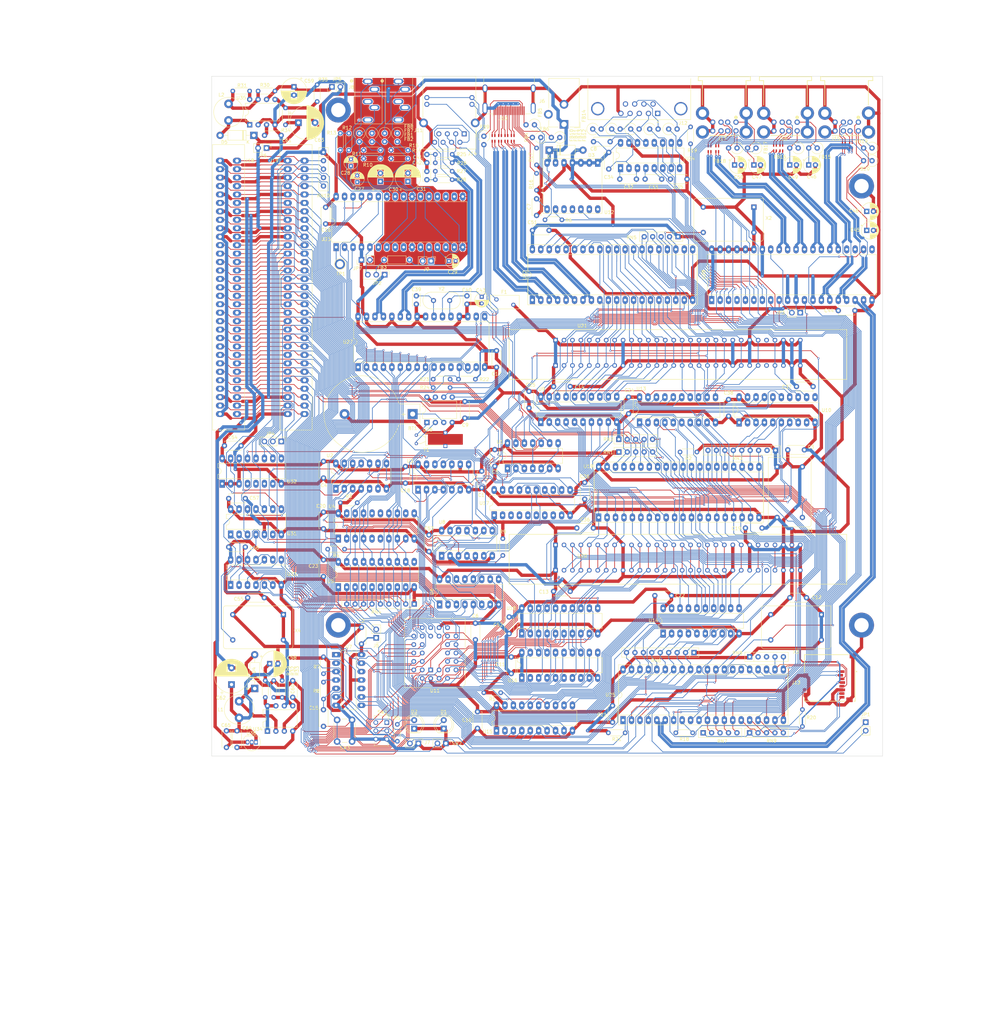
<source format=kicad_pcb>
(kicad_pcb (version 20221018) (generator pcbnew)
  (layers (0 "F.Cu" signal) (1 "In1.Cu" signal) (2 "In2.Cu" signal) (31 "B.Cu" signal) (34 "B.Paste" user) (35 "F.Paste" user) (36 "B.SilkS" user "B.Silkscreen") (37 "F.SilkS" user "F.Silkscreen") (38 "B.Mask" user) (39 "F.Mask" user) (44 "Edge.Cuts" user))
  (net 0 "")
  (net 1 "GND")
  (net 2 "+5V")
  (net 3 "/MIO/~{RTC_INT}")
  (net 4 "-12V")
  (net 5 "SYS_CLK")
  (net 6 "Net-(J5-Pin_2)")
  (net 7 "/VIDEO_DDC_SCL")
  (net 8 "/VIDEO_DDC_SDA")
  (net 9 "/VIDEO_HPD")
  (net 10 "/MIO/SD_D2")
  (net 11 "/MIO/SD_D3")
  (net 12 "/MIO/SD_CMD")
  (net 13 "/MIO/SD_CLK")
  (net 14 "/MIO/SD_D0")
  (net 15 "/MIO/SD_D1")
  (net 16 "/ISA/ISA_-5V")
  (net 17 "/ISA/ISA_RST")
  (net 18 "/GFX/HP_DET")
  (net 19 "/GFX/LINE_IN_DET")
  (net 20 "/ISA/~{ISA_0WS}")
  (net 21 "+12V")
  (net 22 "Net-(D1-A)")
  (net 23 "/GFX/CODEC_V3P3")
  (net 24 "/MIO/SER_RXD")
  (net 25 "/MIO/SER_CTS")
  (net 26 "/CPU_~{INT}")
  (net 27 "/CPU_TC")
  (net 28 "/CPU_D0")
  (net 29 "/BUF_D0")
  (net 30 "/BUF_D1")
  (net 31 "/BUF_D2")
  (net 32 "/BUF_D3")
  (net 33 "/BUF_D4")
  (net 34 "/BUF_D5")
  (net 35 "/BUF_D6")
  (net 36 "/BUF_D7")
  (net 37 "/GFX_~{RAS}")
  (net 38 "/GFX_~{CAS_0}")
  (net 39 "/GFX_~{CAS_1}")
  (net 40 "/GFX_~{WE}")
  (net 41 "/I2C_SDA")
  (net 42 "/I2C_SCL")
  (net 43 "/CPU_DRQ3")
  (net 44 "/CPU_DRQ2")
  (net 45 "/CPU_DRQ1")
  (net 46 "/CPU_DRQ0")
  (net 47 "/CPU_~{DACK3}")
  (net 48 "/CPU_~{DACK2}")
  (net 49 "/CPU_~{DACK1}")
  (net 50 "/CPU_~{DACK0}")
  (net 51 "/CPU_~{NREN}")
  (net 52 "/CPU_~{RAS_A}")
  (net 53 "/CPU_~{RAS_B}")
  (net 54 "/CPU_~{CAS_0}")
  (net 55 "/CPU_~{CAS_1}")
  (net 56 "/CPU_~{WE}")
  (net 57 "/CPU_A0")
  (net 58 "/~{NR_DECODE_EN}")
  (net 59 "/BUF_A21")
  (net 60 "/BUF_A22")
  (net 61 "/~{ROM0_SEL}")
  (net 62 "/~{IO_SEL}")
  (net 63 "/BUF_~{WE}")
  (net 64 "/CPU_~{DACK}")
  (net 65 "/GFX_~{BUSY}")
  (net 66 "~{RST}")
  (net 67 "/~{SYS_GPIO1_SEL}")
  (net 68 "/~{SYS_GPIO2_SEL}")
  (net 69 "/BUF_~{EN}")
  (net 70 "/BUF_~{NREN}")
  (net 71 "/BUF_NREN")
  (net 72 "/CPU_DACK")
  (net 73 "/BUF_DIR")
  (net 74 "/GFX_A7")
  (net 75 "/GFX_A6")
  (net 76 "/GFX_A5")
  (net 77 "/GFX_A4")
  (net 78 "/GFX_A3")
  (net 79 "/GFX_A2")
  (net 80 "/GFX_A1")
  (net 81 "/GFX_A0")
  (net 82 "/CPU_A1")
  (net 83 "/CPU_A2")
  (net 84 "/CPU_A3")
  (net 85 "/CPU_A4")
  (net 86 "/CPU_A5")
  (net 87 "/CPU_A6")
  (net 88 "/CPU_A7")
  (net 89 "/GFX_A8")
  (net 90 "/CPU_A8")
  (net 91 "/GFX_D7")
  (net 92 "/GFX_D6")
  (net 93 "/GFX_D5")
  (net 94 "/GFX_D4")
  (net 95 "/GFX_D3")
  (net 96 "/GFX_D2")
  (net 97 "/GFX_D1")
  (net 98 "/GFX_D0")
  (net 99 "/BUF_~{CAS}")
  (net 100 "/BUF_A0")
  (net 101 "/BUF_A11")
  (net 102 "/BUF_A10")
  (net 103 "/BUF_A9")
  (net 104 "/CPU_A9")
  (net 105 "/CPU_A10")
  (net 106 "/BUF_A8")
  (net 107 "/BUF_A7")
  (net 108 "/BUF_A6")
  (net 109 "/BUF_A5")
  (net 110 "/BUF_A4")
  (net 111 "/BUF_A3")
  (net 112 "/BUF_A2")
  (net 113 "/BUF_A1")
  (net 114 "/BUF_A20")
  (net 115 "/BUF_A19")
  (net 116 "/BUF_A18")
  (net 117 "/BUF_A17")
  (net 118 "/BUF_A16")
  (net 119 "/BUF_A15")
  (net 120 "/BUF_A14")
  (net 121 "/BUF_A13")
  (net 122 "/BUF_A12")
  (net 123 "/~{MIO_SEL}")
  (net 124 "/GFX/AUDIO_SFRM")
  (net 125 "/GFX/AUDIO_SDATA_OUT")
  (net 126 "/GFX/AUDIO_SDATA_IN")
  (net 127 "/USB_MAIN_D+")
  (net 128 "/USB_MAIN_D-")
  (net 129 "/MIO/SER_TXD")
  (net 130 "/MIO/SER_RTS")
  (net 131 "/MIO/USB_CLK")
  (net 132 "/GFX_A9")
  (net 133 "/GFX_A10")
  (net 134 "/BUF_CAS")
  (net 135 "/BUF_~{RD}")
  (net 136 "+BATT")
  (net 137 "/CPU_D1")
  (net 138 "/CPU_D2")
  (net 139 "/CPU_D3")
  (net 140 "/CPU_D4")
  (net 141 "/CPU_D5")
  (net 142 "/CPU_D6")
  (net 143 "/CPU_D7")
  (net 144 "Net-(FB10-Pad2)")
  (net 145 "Net-(FB11-Pad2)")
  (net 146 "Net-(FB12-Pad2)")
  (net 147 "Net-(F1-Pad1)")
  (net 148 "/BUF_TC")
  (net 149 "/CPU_~{WAIT}")
  (net 150 "/~{GFX_SEL}")
  (net 151 "Net-(C15-Pad1)")
  (net 152 "/~{LAN_SEL}")
  (net 153 "/~{MRST}")
  (net 154 "/ISA/~{ISA_MEMW}")
  (net 155 "/ISA/~{ISA_MEMR}")
  (net 156 "/ISA/~{ISA_IOW}")
  (net 157 "Net-(U3-Pad11)")
  (net 158 "Net-(JP5-A)")
  (net 159 "/LAN_~{INT}")
  (net 160 "/ISA/~{ISA_IOR}")
  (net 161 "/ISA/~{ISA_DACK0}")
  (net 162 "/ISA/ISA_ALE")
  (net 163 "/ISA/ISA_OSC")
  (net 164 "/ISA/~{ISA_IO_CH_CK}")
  (net 165 "/ISA/ISA_AEN")
  (net 166 "Net-(JP4-B)")
  (net 167 "Net-(U33-Pad11)")
  (net 168 "/~{ISA_SEL}")
  (net 169 "/GFX_BUSY")
  (net 170 "/ISA_IRQ2")
  (net 171 "/ISA_IRQ7")
  (net 172 "/ISA_IRQ6")
  (net 173 "/ISA_IRQ5")
  (net 174 "/ISA_IRQ4")
  (net 175 "/ISA_IRQ3")
  (net 176 "/ISA_CH_CK")
  (net 177 "/ISA/~{INT}")
  (net 178 "Net-(U35-TC)")
  (net 179 "Net-(U35-Vfb)")
  (net 180 "Net-(U35-DC)")
  (net 181 "Net-(U12-SS{slash}TR)")
  (net 182 "Net-(U23-LAUXIN)")
  (net 183 "Net-(C27-Pad2)")
  (net 184 "Net-(U23-RAUXIN)")
  (net 185 "Net-(C28-Pad2)")
  (net 186 "Net-(U23-V_SPKR)")
  (net 187 "Net-(U23-LHP)")
  (net 188 "Net-(C30-Pad2)")
  (net 189 "Net-(U23-RHP)")
  (net 190 "Net-(C31-Pad2)")
  (net 191 "Net-(U24-C1+)")
  (net 192 "Net-(U24-C1-)")
  (net 193 "Net-(U24-C2+)")
  (net 194 "Net-(U24-C2-)")
  (net 195 "Net-(U24-VS+)")
  (net 196 "Net-(U24-VS-)")
  (net 197 "Net-(U27-XTAL2)")
  (net 198 "Net-(U27-XTAL1)")
  (net 199 "Net-(C41-Pad1)")
  (net 200 "Net-(C42-Pad1)")
  (net 201 "Net-(J14-RCT)")
  (net 202 "Net-(J15-VBUS1)")
  (net 203 "Net-(J16-VBUS1)")
  (net 204 "Net-(J17-VBUS1)")
  (net 205 "Net-(J15-VBUS2)")
  (net 206 "Net-(J16-VBUS2)")
  (net 207 "Net-(J17-VBUS2)")
  (net 208 "Net-(U34-TC)")
  (net 209 "/GFX/TMDS_D2+")
  (net 210 "Net-(J10-D2+)")
  (net 211 "Net-(J10-D2-)")
  (net 212 "/GFX/TMDS_D2-")
  (net 213 "/GFX/TMDS_D1+")
  (net 214 "Net-(J10-D1+)")
  (net 215 "Net-(J10-D1-)")
  (net 216 "/GFX/TMDS_D1-")
  (net 217 "/GFX/TMDS_D0+")
  (net 218 "Net-(J10-D0+)")
  (net 219 "Net-(J10-D0-)")
  (net 220 "/GFX/TMDS_D0-")
  (net 221 "/GFX/TMDS_CLK+")
  (net 222 "Net-(J10-CK+)")
  (net 223 "Net-(J10-CK-)")
  (net 224 "/GFX/TMDS_CLK-")
  (net 225 "/USB/USB_DN2_D+")
  (net 226 "Net-(J16-D1+)")
  (net 227 "Net-(J16-D1-)")
  (net 228 "/USB/USB_DN2_D-")
  (net 229 "/USB/USB_DN3_D+")
  (net 230 "Net-(J16-D2+)")
  (net 231 "Net-(J16-D2-)")
  (net 232 "/USB/USB_DN3_D-")
  (net 233 "/USB/USB_DN4_D+")
  (net 234 "Net-(J17-D1+)")
  (net 235 "Net-(J17-D1-)")
  (net 236 "/USB/USB_DN4_D-")
  (net 237 "/USB/USB_DN5_D+")
  (net 238 "Net-(J17-D2+)")
  (net 239 "Net-(J17-D2-)")
  (net 240 "/USB/USB_DN5_D-")
  (net 241 "/USB/USB_DN6_D+")
  (net 242 "Net-(J15-D2+)")
  (net 243 "Net-(J15-D2-)")
  (net 244 "/USB/USB_DN6_D-")
  (net 245 "/USB/USB_DN7_D+")
  (net 246 "Net-(J15-D1+)")
  (net 247 "Net-(J15-D1-)")
  (net 248 "/USB/USB_DN7_D-")
  (net 249 "Net-(D2-A)")
  (net 250 "Net-(D4-K)")
  (net 251 "Net-(D5-A)")
  (net 252 "Net-(FB1-Pad1)")
  (net 253 "Net-(FB2-Pad1)")
  (net 254 "Net-(JP2-C)")
  (net 255 "Net-(J10-SCL)")
  (net 256 "Net-(J10-HPD)")
  (net 257 "Net-(J10-SDA)")
  (net 258 "Net-(FB7-Pad1)")
  (net 259 "Net-(FB8-Pad1)")
  (net 260 "Net-(J10-+5V)")
  (net 261 "Net-(U24-T1OUT)")
  (net 262 "Net-(U24-T2OUT)")
  (net 263 "Net-(U24-R1IN)")
  (net 264 "Net-(FB13-Pad2)")
  (net 265 "Net-(U24-R2IN)")
  (net 266 "Net-(FB14-Pad2)")
  (net 267 "Net-(U28-VBUS2)")
  (net 268 "Net-(U28-VBUS3)")
  (net 269 "Net-(U28-VBUS4)")
  (net 270 "Net-(U28-VBUS5)")
  (net 271 "Net-(U28-VBUS6)")
  (net 272 "Net-(U28-VBUS7)")
  (net 274 "Net-(J7-Pin_2)")
  (net 276 "Net-(J9-Pin_1)")
  (net 277 "Net-(J9-Pin_2)")
  (net 278 "Net-(J10-CEC)")
  (net 279 "Net-(J10-UTILITY)")
  (net 284 "Net-(J13-DET)")
  (net 285 "Net-(J14-PadL1)")
  (net 286 "Net-(U27-V3P3)")
  (net 287 "Net-(J14-PadL3)")
  (net 289 "Net-(JP1-A)")
  (net 290 "Net-(JP3-B)")
  (net 291 "Net-(U35-Ipk)")
  (net 292 "Net-(U4-Q3)")
  (net 293 "Net-(R8-Pad1)")
  (net 294 "Net-(U24-R1OUT)")
  (net 295 "Net-(U24-R2OUT)")
  (net 296 "Net-(U27-P1LED0)")
  (net 297 "Net-(U27-P1LED1)")
  (net 298 "Net-(U34-DC)")
  (net 299 "Net-(U34-Vfb)")
  (net 305 "Net-(U23-CSB{slash}GPIO1)")
  (net 306 "Net-(U1-Pad11)")
  (net 307 "Net-(U1-Pad5)")
  (net 308 "Net-(U4-Q0)")
  (net 314 "Net-(U4-Q7)")
  (net 318 "Net-(U13-A->B)")
  (net 335 "Net-(U22-VIDEO_CLK)")
  (net 343 "Net-(U26-X1)")
  (net 344 "Net-(U26-X2)")
  (net 350 "Net-(U31-Pad1)")
  (net 353 "Net-(U33-Pad13)")
  (net 354 "PWR_IN")
  (net 355 "GNDA")
  (net 360 "/ETH/ETH_TX+")
  (net 361 "/ETH/ETH_TX-")
  (net 362 "/ETH/ETH_RX+")
  (net 363 "/ETH/ETH_RX-")
  (footprint "Capacitor_THT:C_Disc_D4.7mm_W2.5mm_P5.00mm" (layer "F.Cu") (at 131.973 137.708 -90)
    (fp_text reference "C18")
    (fp_text value "1uF")
  )
  (footprint "Resistor_THT:R_Axial_DIN0204_L3.6mm_D1.6mm_P5.08mm_Horizontal" (layer "F.Cu") (at 140.97 51.435)
    (fp_text reference "R28")
    (fp_text value "49.9")
  )
  (footprint "anachron:GCT_USB1035-XX-X-X-X-B_REVE" (layer "F.Cu") (at 264.795 31.4197 180)
    (fp_text reference "J15")
    (fp_text value "USB_A_Stacked")
  )
  (footprint "Package_TO_SOT_THT:TO-92_Inline" (layer "F.Cu") (at 86.995 220.62 180)
    (fp_text reference "U36")
    (fp_text value "L79L05_TO92")
  )
  (footprint "Capacitor_THT:CP_Radial_D10.0mm_P5.00mm" (layer "F.Cu") (at 99.775 34.29)
    (fp_text reference "C63")
    (fp_text value "1500uF")
  )
  (footprint "Connector_PinHeader_2.54mm:PinHeader_1x02_P2.54mm_Vertical" (layer "F.Cu") (at 123.19 189.23 180)
    (fp_text reference "J5")
    (fp_text value "Conn_01x02")
  )
  (footprint "Package_DIP:DIP-40_W15.24mm_LongPads" (layer "F.Cu") (at 224.155 87.63 90)
    (fp_text reference "U28")
    (fp_text value "A1_USBHUB")
  )
  (footprint "Button_Switch_THT:SW_PUSH_6mm" (layer "F.Cu") (at 115.915 213.92 -90)
    (fp_text reference "SW3")
    (fp_text value "SW_Push")
  )
  (footprint "Capacitor_THT:C_Disc_D3.4mm_W2.1mm_P2.50mm" (layer "F.Cu") (at 138.43 51.435 90)
    (fp_text reference "C42")
    (fp_text value "0.1uF")
  )
  (footprint "Capacitor_THT:C_Disc_D4.7mm_W2.5mm_P5.00mm" (layer "F.Cu") (at 262.255 90.805)
    (fp_text reference "C44")
    (fp_text value "1uF")
  )
  (footprint "Resistor_THT:R_Axial_DIN0204_L3.6mm_D1.6mm_P5.08mm_Horizontal" (layer "F.Cu") (at 217.805 40.64 90)
    (fp_text reference "R19")
    (fp_text value "470")
  )
  (footprint "Inductor_THT:L_Axial_L7.0mm_D3.3mm_P2.54mm_Vertical_Fastron_MICC" (layer "F.Cu") (at 255.905 41.91 180)
    (fp_text reference "FB15")
    (fp_text value "FerriteBead_Small")
  )
  (footprint "Inductor_THT:L_Axial_L7.0mm_D3.3mm_P2.54mm_Vertical_Fastron_MICC" (layer "F.Cu") (at 178.435 38.735 180)
    (fp_text reference "FB6")
    (fp_text value "FerriteBead_Small")
  )
  (footprint "anachron:ARJM11D7-009-AB-EW2" (layer "F.Cu") (at 149.66 37.641831 180)
    (fp_text reference "J14")
    (fp_text value "~")
  )
  (footprint "Package_DIP:DIP-8_W7.62mm" (layer "F.Cu") (at 138.44 124.45 90)
    (fp_text reference "U26")
    (fp_text value "DS1307+")
  )
  (footprint "Capacitor_THT:CP_Radial_D4.0mm_P2.00mm" (layer "F.Cu") (at 154.94 86.657401 -90)
    (fp_text reference "C43")
    (fp_text value "10u")
  )
  (footprint "Diode_THT:D_DO-41_SOD81_P10.16mm_Horizontal" (layer "F.Cu") (at 175.26 42.545)
    (fp_text reference "D3")
    (fp_text value "1N4007")
  )
  (footprint "Resistor_THT:R_Array_SIP9" (layer "F.Cu") (at 243.357 132.837 180)
    (fp_text reference "RN3")
    (fp_text value "10k")
  )
  (footprint "Battery:BatteryHolder_Keystone_103_1x20mm" (layer "F.Cu") (at 134.155 121.92 180)
    (fp_text reference "BT1")
    (fp_text value "CR2032 holder")
  )
  (footprint "Capacitor_THT:C_Disc_D4.7mm_W2.5mm_P5.00mm" (layer "F.Cu") (at 158.878 132.617 -90)
    (fp_text reference "C5")
    (fp_text value "1uF")
  )
  (footprint "Connector_PinHeader_2.54mm:PinHeader_1x02_P2.54mm_Vertical" (layer "F.Cu") (at 139.705 75.891 -90)
    (fp_text reference "J9")
    (fp_text value "Conn_01x02")
  )
  (footprint "Resistor_THT:R_Axial_DIN0204_L3.6mm_D1.6mm_P5.08mm_Horizontal" (layer "F.Cu") (at 198.12 217.805 180)
    (fp_text reference "R21")
    (fp_text value "10k")
  )
  (footprint "Capacitor_THT:CP_Radial_D5.0mm_P2.00mm" (layer "F.Cu") (at 270.824888 60.96)
    (fp_text reference "C48")
    (fp_text value "100uF")
  )
  (footprint "Inductor_THT:L_Radial_D8.7mm_P5.00mm_Fastron_07HCP" (layer "F.Cu") (at 81.915 208.32 -90)
    (fp_text reference "L1")
    (fp_text value "25uH")
  )
  (footprint "Capacitor_THT:C_Disc_D4.7mm_W2.5mm_P5.00mm" (layer "F.Cu") (at 183.555 156.21)
    (fp_text reference "C36")
    (fp_text value "1uF")
  )
  (footprint "Capacitor_THT:C_Disc_D4.7mm_W2.5mm_P5.00mm" (layer "F.Cu") (at 234.315 156.21)
    (fp_text reference "C19")
    (fp_text value "1uF")
  )
  (footprint "Resistor_THT:R_Array_SIP5" (layer "F.Cu") (at 214.015 68.57 180)
    (fp_text reference "RN5")
    (fp_text value "10k")
  )
  (footprint "anachron:SCM2012FS" (layer "F.Cu") (at 164.265 39.009 90)
    (fp_text reference "CMC4" hide)
    (fp_text value "L_Ferrite_Coupled_Small")
  )
  (footprint "Package_DIP:DIP-16_W7.62mm_LongPads" (layer "F.Cu") (at 76.835 142.89 90)
    (fp_text reference "U32")
    (fp_text value "74LS139")
  )
  (footprint "Package_DIP:DIP-20_W7.62mm_LongPads" (layer "F.Cu") (at 209.55 187.96 90)
    (fp_text reference "U14")
    (fp_text value "74AHCT245")
  )
  (footprint "Inductor_THT:L_Axial_L7.0mm_D3.3mm_P2.54mm_Vertical_Fastron_MICC" (layer "F.Cu") (at 231.775 41.91 180)
    (fp_text reference "FB18")
    (fp_text value "FerriteBead_Small")
  )
  (footprint "Capacitor_THT:CP_Radial_D5.0mm_P2.00mm" (layer "F.Cu") (at 231.045 46.99)
    (fp_text reference "C50")
    (fp_text value "100uF")
  )
  (footprint "Capacitor_THT:C_Disc_D3.4mm_W2.1mm_P2.50mm" (layer "F.Cu") (at 150.495 86.38 -90)
    (fp_text reference "C40")
    (fp_text value "22pF")
  )
  (footprint "anachron:A1_POWER" (layer "F.Cu") (at 189.865 46.355 -90)
    (fp_text reference "U12")
    (fp_text value "A1_POWER")
  )
  (footprint "Capacitor_THT:CP_Radial_D7.5mm_P2.50mm" (layer "F.Cu") (at 132.715 51.961395 90)
    (fp_text reference "C31")
    (fp_text value "220uF")
  )
  (footprint "Resistor_THT:R_Axial_DIN0204_L3.6mm_D1.6mm_P5.08mm_Horizontal" (layer "F.Cu") (at 114.935 37.465 -90)
    (fp_text reference "R12")
    (fp_text value "220k")
  )
  (footprint "Resistor_THT:R_Axial_DIN0204_L3.6mm_D1.6mm_P5.08mm_Horizontal" (layer "F.Cu") (at 140.97 43.815)
    (fp_text reference "R25")
    (fp_text value "49.9")
  )
  (footprint "Capacitor_THT:CP_Radial_D5.0mm_P2.00mm" (layer "F.Cu") (at 236.855 46.99)
    (fp_text reference "C47")
    (fp_text value "100uF")
  )
  (footprint "Connector_HDMI:HDMI_A_Molex_208658-1001_Horizontal" (layer "F.Cu") (at 163.176 27.392392 90)
    (fp_text reference "J10")
    (fp_text value "HDMI_A")
  )
  (footprint "Inductor_THT:L_Axial_L7.0mm_D3.3mm_P2.54mm_Vertical_Fastron_MICC" (layer "F.Cu") (at 205.492 36.2)
    (fp_text reference "FB12")
    (fp_text value "FerriteBead_Small")
  )
  (footprint "Connector_Dsub:DSUB-9_Male_Horizontal_P2.77x2.84mm_EdgePinOffset7.70mm_Housed_MountingHolesOffset9.12mm" (layer "F.Cu") (at 207.905 31.501 180)
    (fp_text reference "J12")
    (fp_text value "DE9_Plug")
  )
  (footprint "Package_DIP:DIP-32_W15.24mm_LongPads" (layer "F.Cu") (at 117.729 107.8265 90)
    (fp_text reference "U27")
    (fp_text value "KSZ8851-11MLL")
  )
  (footprint "Capacitor_THT:C_Disc_D4.7mm_W2.5mm_P5.00mm" (layer "F.Cu") (at 163.195 182.96 -90)
    (fp_text reference "C52")
    (fp_text value "1uF")
  )
  (footprint "Capacitor_THT:C_Disc_D4.7mm_W2.5mm_P5.00mm" (layer "F.Cu") (at 193.173 43.22 -90)
    (fp_text reference "C34")
    (fp_text value "1uF")
  )
  (footprint "Resistor_THT:R_Axial_DIN0204_L3.6mm_D1.6mm_P5.08mm_Horizontal" (layer "F.Cu") (at 107.315 202.565 -90)
    (fp_text reference "R8")
    (fp_text value "10k")
  )
  (footprint "Package_DIP:DIP-14_W7.62mm_LongPads" (layer "F.Cu") (at 111.031 144.391916 90)
    (fp_text reference "U2")
    (fp_text value "74LS86")
  )
  (footprint "Package_DIP:DIP-14_W7.62mm_LongPads" (layer "F.Cu") (at 135.778 144.668 90)
    (fp_text reference "U3")
    (fp_text value "74LS00")
  )
  (footprint "MountingHole:MountingHole_4.3mm_M4_DIN965_Pad" (layer "F.Cu") (at 111.775 30.485)
    (fp_text reference "J3" hide)
    (fp_text value "Conn_01x01")
  )
  (footprint "Capacitor_THT:C_Disc_D4.7mm_W2.5mm_P5.00mm" (layer "F.Cu") (at 107.315 136.161916 -90)
    (fp_text reference "C4")
    (fp_text value "1uF")
  )
  (footprint "Capacitor_THT:C_Disc_D4.7mm_W2.5mm_P5.00mm" (layer "F.Cu") (at 107.315 165.775 -90)
    (fp_text reference "C23")
    (fp_text value "1uF")
  )
  (footprint "Resistor_THT:R_Axial_DIN0204_L3.6mm_D1.6mm_P5.08mm_Horizontal" (layer "F.Cu") (at 171.45 46.99 90)
    (fp_text reference "R17")
    (fp_text value "10k")
  )
  (footprint "Resistor_THT:R_Axial_DIN0204_L3.6mm_D1.6mm_P5.08mm_Horizontal" (layer "F.Cu") (at 94.879 207.161677 90)
    (fp_text reference "R33")
    (fp_text value "13k")
  )
  (footprint "Diode_THT:D_DO-41_SOD81_P10.16mm_Horizontal" (layer "F.Cu") (at 86.36 38.1 180)
    (fp_text reference "D5")
    (fp_text value "1N5817")
  )
  (footprint "anachron:SCM2012FS" (layer "F.Cu") (at 266.065 41.06 90)
    (fp_text reference "CMC9" hide)
    (fp_text value "L_Ferrite_Coupled_Small")
  )
  (footprint "Capacitor_THT:C_Disc_D4.7mm_W2.5mm_P5.00mm" (layer "F.Cu") (at 89.575 38.1)
    (fp_text reference "C61")
    (fp_text value "260p")
  )
  (footprint "anachron:CUI_SJ1-3535NG-BE" (layer "F.Cu") (at 120.65 21.845 -90)
    (fp_text reference "J8")
    (fp_text value "SJ1-3535NG-BE")
  )
  (footprint "Resistor_THT:R_Axial_DIN0204_L3.6mm_D1.6mm_P5.08mm_Horizontal" (layer "F.Cu") (at 85.09 24.765 180)
    (fp_text reference "R31")
    (fp_text value "180")
  )
  (footprint "Capacitor_THT:C_Disc_D4.7mm_W2.5mm_P5.00mm" (layer "F.Cu") (at 252.69 177.165 180)
    (fp_text reference "C12")
    (fp_text value "1uF")
  )
  (footprint "Resistor_THT:R_Array_SIP9" (layer "F.Cu") (at 218.836 193.675 180)
    (fp_text reference "RN6")
    (fp_text value "10k")
  )
  (footprint "Capacitor_THT:C_Disc_D4.7mm_W2.5mm_P5.00mm" (layer "F.Cu") (at 212.05 176.53 180)
    (fp_text reference "C22")
    (fp_text value "1uF")
  )
  (footprint "LED_THT:LED_D5.0mm" (layer "F.Cu") (at 143.51 216.535 90)
    (fp_text reference "D1")
    (fp_text value "LED")
  )
  (footprint "Resistor_THT:R_Axial_DIN0204_L3.6mm_D1.6mm_P5.08mm_Horizontal" (layer "F.Cu") (at 124.475 45.09 180)
    (fp_text reference "R10")
    (fp_text value "47k")
  )
  (footprint "anachron:PLCC-32_THT-Socket" (layer "F.Cu") (at 139.573 198.882 180)
    (fp_text reference "U11")
    (fp_text value "SST39SF040")
  )
  (footprint "Resistor_THT:R_Array_SIP5" (layer "F.Cu") (at 107.315 43.18 -90)
    (fp_text reference "RN10")
    (fp_text value "10k")
  )
  (footprint "Resistor_THT:R_Axial_DIN0204_L3.6mm_D1.6mm_P5.08mm_Horizontal" (layer "F.Cu") (at 95.885 34.925 90)
    (fp_text reference "R34")
    (fp_text value "13k")
  )
  (footprint "Resistor_THT:R_Axial_DIN0204_L3.6mm_D1.6mm_P5.08mm_Horizontal" (layer "F.Cu") (at 219.71 133.34 180)
    (fp_text reference "R2")
    (fp_text value "10k")
  )
  (footprint "Package_DIP:DIP-20_W7.62mm_LongPads" (layer "F.Cu") (at 159.385 217.17 90)
    (fp_text reference "U15")
    (fp_text value "74AHCT245")
  )
  (footprint "Connector_PinHeader_2.54mm:PinHeader_1x02_P2.54mm_Vertical" (layer "F.Cu") (at 250.825 91.44 -90)
    (fp_text reference "JP3")
    (fp_text value "Jumper_2_Open")
  )
  (footprint "TestPoint:TestPoint_Plated_Hole_D2.0mm" (layer "F.Cu") (at 112.268 76.84)
    (fp_text reference "TP1")
    (fp_text value "TestPoint_Alt")
  )
  (footprint "Capacitor_THT:C_Disc_D4.7mm_W2.5mm_P5.00mm" (layer "F.Cu") (at 163.83 194.985 -90)
    (fp_text reference "C11")
    (fp_text value "1uF")
  )
  (footprint "Resistor_THT:R_Axial_DIN0204_L3.6mm_D1.6mm_P5.08mm_Horizontal" (layer "F.Cu") (at 161.29 159.385 -90)
    (fp_text reference "R9")
    (fp_text value "10k")
  )
  (footprint "Connector_PinHeader_2.54mm:PinHeader_1x02_P2.54mm_Vertical" (layer "F.Cu") (at 270.51 214.63)
    (fp_text reference "JP1")
    (fp_text value "Jumper_2_Bridged")
  )
  (footprint "Package_DIP:DIP-16_W7.62mm_LongPads" (layer "F.Cu") (at 142.255 179.212 90)
    (fp_text reference "U6")
    (fp_text value "74LS139")
  )
  (footprint "Resistor_THT:R_Axial_DIN0204_L3.6mm_D1.6mm_P5.08mm_Horizontal" (layer "F.Cu") (at 140.335 111.4425)
    (fp_text reference "R23")
    (fp_text value "220")
  )
  (footprint "Package_DIP:DIP-14_W7.62mm_LongPads" (layer "F.Cu") (at 111.11 194.305)
    (fp_text reference "U7")
    (fp_text value "74LS14")
  )
  (footprint "MountingHole:MountingHole_4.3mm_M4_DIN965_Pad" (layer "F.Cu") (at 269.255 185.425)
    (fp_text reference "J2" hide)
    (fp_text value "Conn_01x01")
  )
  (footprint "Resistor_THT:R_Axial_DIN0204_L3.6mm_D1.6mm_P5.08mm_Horizontal" (layer "F.Cu") (at 112.395 37.465 -90)
    (fp_text reference "R13")
    (fp_text value "220k")
  )
  (footprint "Connector_PinHeader_2.54mm:PinHeader_1x03_P2.54mm_Vertical" (layer "F.Cu") (at 94.615 130.175 -90)
    (fp_text reference "JP4")
    (fp_text value "Jumper_3_Bridged12")
  )
  (footprint "Inductor_THT:L_Axial_L7.0mm_D3.3mm_P2.54mm_Vertical_Fastron_MICC" (layer "F.Cu") (at 170.815 34.925 180)
    (fp_text reference "FB5")
    (fp_text value "FerriteBead_Small")
  )
  (footprint "Resistor_THT:R_Array_SIP5" (layer "F.Cu") (at 235.565 217.805)
    (fp_text reference "RN9")
    (fp_text value "10k")
  )
  (footprint "Capacitor_THT:C_Disc_D4.7mm_W2.5mm_P5.00mm" (layer "F.Cu") (at 78.78 161.925)
    (fp_text reference "C56")
    (fp_text value "1uF")
  )
  (footprint "Inductor_THT:L_Axial_L7.0mm_D3.3mm_P2.54mm_Vertical_Fastron_MICC" (layer "F.Cu") (at 237.49 41.91 180)
    (fp_text reference "FB17")
    (fp_text value "FerriteBead_Small")
  )
  (footprint "Package_DIP:DIP-14_W7.62mm_LongPads" (layer "F.Cu") (at 142.875 164.592 90)
    (fp_text reference "U8")
    (fp_text value "74LS126")
  )
  (footprint "Package_DIP:DIP-8_W7.62mm" (layer "F.Cu") (at 85.1 34.915 90)
    (fp_text reference "U35")
    (fp_text value "MC33063AP")
  )
  (footprint "anachron:SCM2012FS" (layer "F.Cu") (at 243.205 41.91 90)
    (fp_text reference "CMC6" hide)
    (fp_text value "L_Ferrite_Coupled_Small")
  )
  (footprint "Capacitor_THT:CP_Radial_D5.0mm_P2.00mm" (layer "F.Cu") (at 253.365 46.99)
    (fp_text reference "C46")
    (fp_text value "100uF")
  )
  (footprint "Capacitor_THT:C_Disc_D4.7mm_W2.5mm_P5.00mm" (layer "F.Cu") (at 254.675 113.655 180)
    (fp_text reference "C37")
    (fp_text value "1uF")
  )
  (footprint "Capacitor_THT:C_Disc_D4.7mm_W2.5mm_P5.00mm" (layer "F.Cu") (at 194.31 209.63 -90)
    (fp_text reference "C21")
    (fp_text value "1uF")
  )
  (footprint "Package_DIP:DIP-20_W7.62mm_LongPads" (layer "F.Cu") (at 167.005 187.96 90)
    (fp_text reference "U18")
    (fp_text value "74LS273")
  )
  (footprint "Capacitor_THT:C_Disc_D4.7mm_W2.5mm_P5.00mm" (layer "F.Cu") (at 154.94 139.09 -90)
    (fp_text reference "C1")
    (fp_text value "1uF")
  )
  (footprint "Resistor_THT:R_Axial_DIN0204_L3.6mm_D1.6mm_P5.08mm_Horizontal" (layer "F.Cu") (at 107.315 194.945 -90)
    (fp_text reference "R7")
    (fp_text value "10k")
  )
  (footprint "Capacitor_THT:C_Disc_D4.7mm_W2.5mm_P5.00mm" (layer "F.Cu") (at 176.57 113.655)
    (fp_text reference "C14")
    (fp_text value "1uF")
  )
  (footprint "anachron:GCT_USB1035-XX-X-X-X-B_REVE" (layer "F.Cu") (at 227.965 31.4197 180)
    (fp_text reference "J17")
    (fp_text value "USB_A_Stacked")
  )
  (footprint "Capacitor_THT:C_Disc_D4.7mm_W2.5mm_P5.00mm" (layer "F.Cu") (at 153.67 211.455 -90)
    (fp_text reference "C10")
    (fp_text value "1uF")
  )
  (footprint "anachron:GCT_MEM2052-00-195-00-A_REVA" (layer "F.Cu") (at 259.715 201.295 90)
    (fp_text reference "J13")
    (fp_text value "Micro_SD_Card")
  )
  (footprint "Capacitor_THT:C_Disc_D4.7mm_W2.5mm_P5.00mm" (layer "F.Cu") (at 159.385 102.87 -90)
    (fp_text reference "C17")
    (fp_text value "1uF")
  )
  (footprint "Oscillator:Oscillator_DIP-14" (layer "F.Cu") (at 236.855 59.69 180)
    (fp_text reference "X2")
    (fp_text value "CXO_DIP14")
  )
  (footprint "Capacitor_THT:C_Disc_D4.7mm_W2.5mm_P5.00mm" (layer "F.Cu") (at 185.938 142.529 -90)
    (fp_text reference "C26")
    (fp_text value "1uF")
  )
  (footprint "Connector_PinHeader_2.54mm:PinHeader_1x02_P2.54mm_Vertical" (layer "F.Cu") (at 109.85 23.495 90)
    (fp_text reference "JP5")
    (fp_text value "Jumper_2_Bridged")
  )
  (footprint "Capacitor_THT:C_Disc_D4.7mm_W2.5mm_P5.00mm" (layer "F.Cu") (at 78.105 222.21 90)
    (fp_text reference "C65")
    (fp_text value "1uF")
  )
  (footprint "anachron:SCM2012FS" (layer "F.Cu") (at 245.11 41.91 90)
    (fp_text reference "CMC5" hide)
    (fp_text value "L_Ferrite_Coupled_Small")
  )
  (footprint "Capacitor_THT:C_Disc_D4.7mm_W2.5mm_P5.00mm" (layer "F.Cu") (at 176.57 175.26)
    (fp_text reference "C13")
    (fp_text value "1uF")
  )
  (footprint "Resistor_THT:R_Axial_DIN0204_L3.6mm_D1.6mm_P5.08mm_Horizontal" (layer "F.Cu") (at 171.45 54.61 90)
    (fp_text reference "R16")
    (fp_text value "10k")
  )
  (footprint "Capacitor_THT:C_Disc_D4.7mm_W2.5mm_P5.00mm" (layer "F.Cu") (at 149.86 118.15 -90)
    (fp_text reference "C9")
    (fp_text value "1uF")
  )
  (footprint "Package_DIP:DIP-8_W7.62mm" (layer "F.Cu") (at 90.444 217.311677 90)
    (fp_text reference "U34")
    (fp_text value "MC33063AP")
  )
  (footprint "Capacitor_THT:CP_Radial_D7.5mm_P2.50mm" (layer "F.Cu") (at 124.46 51.961395 90)
    (fp_text reference "C30")
    (fp_text value "220uF")
  )
  (footprint "anachron:CUI_SJ1-3535NG-BE" (layer "F.Cu") (at 129.849 21.845 -90)
    (fp_text reference "J11")
    (fp_text value "SJ1-3535NG-BE")
  )
  (footprint "Resistor_THT:R_Axial_DIN0204_L3.6mm_D1.6mm_P5.08mm_Horizontal" (layer "F.Cu") (at 173.99 63.5)
    (fp_text reference "R6")
    (fp_text value "10k")
  )
  (footprint "Package_DIP:DIP-16_W7.62mm_LongPads" (layer "F.Cu") (at 196.729 47.971 90)
    (fp_text reference "U24")
    (fp_text value "MAX232")
  )
  (footprint "Capacitor_THT:C_Disc_D3.4mm_W2.1mm_P2.50mm" (layer "F.Cu") (at 135.255 86.38 -90)
    (fp_text reference "C39")
    (fp_text value "22pF")
  )
  (footprint "anachron:SCM2012FS" (layer "F.Cu") (at 263.925 41.06 90)
    (fp_text reference "CMC10" hide)
    (fp_text value "L_Ferrite_Coupled_Small")
  )
  (footprint "Resistor_THT:R_Axial_DIN0204_L3.6mm_D1.6mm_P5.08mm_Horizontal" (layer "F.Cu") (at 147.955 111.4425)
    (fp_text reference "R22")
    (fp_text value "10k")
  )
  (footprint "anachron:SIMM-30x2_VERT" (layer "F.Cu") (at 177.165 99.695)
    (fp_text reference "U21")
    (fp_text value "SIMM-30x2")
  )
  (footprint "anachron:SCM2012FS" (layer "F.Cu") (at 158.49 39.009 90)
    (fp_text reference "CMC1" hide)
    (fp_text value "L_Ferrite_Coupled_Small")
  )
  (footprint "Capacitor_THT:C_Disc_D4.7mm_W2.5mm_P5.00mm" (layer "F.Cu") (at 153.035 189.825 90)
    (fp_text reference "C6")
    (fp_text value "1uF")
  )
  (footprint "anachron:SCM2012FS" (layer "F.Cu") (at 162.36 39.009 90)
    (fp_text reference "CMC3" hide)
    (fp_text value "L_Ferrite_Coupled_Small")
  )
  (footprint "Resistor_THT:R_Array_SIP5" (layer "F.Cu") (at 221.595 217.805)
    (fp_text reference "RN7")
    (fp_text value "10k")
  )
  (footprint "Resistor_THT:R_Axial_DIN0204_L3.6mm_D1.6mm_P5.08mm_Horizontal" (layer "F.Cu") (at 218.44 217.805 180)
    (fp_text reference "R18")
    (fp_text value "470")
  )
  (footprint "Package_DIP:DIP-20_W7.62mm_LongPads" (layer "F.Cu") (at 167.005 201.295 90)
    (fp_text reference "U16")
    (fp_text value "74LS273")
  )
  (footprint "Button_Switch_THT:SW_CuK_JS202011CQN_DPDT_Straight" (layer "F.Cu") (at 126.365 214.71 -90)
    (fp_text reference "SW1")
    (fp_text value "SW_DPDT_x2")
  )
  (footprint "Resistor_THT:R_Axial_DIN0204_L3.6mm_D1.6mm_P5.08mm_Horizontal" (layer "F.Cu") (at 140.97 48.895)
    (fp_text reference "R27")
    (fp_text value "49.9")
  )
  (footprint "Package_DIP:DIP-20_W7.62mm_LongPads" (layer "F.Cu") (at 202.443 124.48 90)
    (fp_text reference "U13")
    (fp_text value "74AHCT245")
  )
  (footprint "Capacitor_THT:C_Disc_D4.7mm_W2.5mm_P5.00mm" (layer "F.Cu") (at 169.174 115.097 -90)
    (fp_text reference "C25")
    (fp_text value "1uF")
  )
  (footprint "Package_DIP:DIP-20_W7.62mm_LongPads" (layer "F.Cu") (at 111.765 174.005 90)
    (fp_text reference "U5")
    (fp_text value "74LS574")
  )
  (footprint "Capacitor_THT:C_Disc_D4.7mm_W2.5mm_P5.00mm" (layer "F.Cu") (at 196.5 51.258)
    (fp_text reference "C32")
    (fp_text value "1uF")
  )
  (footprint "Diode_THT:D_DO-41_SOD81_P10.16mm_Horizontal" (layer "F.Cu") (at 86.614 204.47 90)
    (fp_text reference "D4")
    (fp_text value "1N5817")
  )
  (footprint "anachron:SCM2012FS" (layer "F.Cu") (at 223.52 42.125 90)
    (fp_text reference "CMC8" hide)
    (fp_text value "L_Ferrite_Coupled_Small")
  )
  (footprint "Capacitor_THT:C_Disc_D4.7mm_W2.5mm_P5.00mm" (layer "F.Cu") (at 77.51 131.445)
    (fp_text reference "C54")
    (fp_text value "1uF")
  )
  (footprint "anachron:SCM2012FS" (layer "F.Cu") (at 160.455 39.009 90)
    (fp_text reference "CMC2" hide)
    (fp_text value "L_Ferrite_Coupled_Small")
  )
  (footprint "anachron:BUS_XT_CONN" (layer "F.Cu") (at 78.74 45.72 90)
    (fp_text reference "J18")
    (fp_text value "Bus_ISA_8bit")
  )
  (footprint "Capacitor_THT:C_Disc_D4.7mm_W2.5mm_P5.00mm" (layer "F.Cu") (at 81.28 222.21 90)
    (fp_text reference "C64")
    (fp_text value "1uF")
  )
  (footprint "Package_DIP:DIP-20_W7.62mm_LongPads" (layer "F.Cu") (at 111.765 159.4 90)
    (fp_text reference "U4")
    (fp_text value "74LS273")
  )
  (footprint "Package_DIP:DIP-20_W7.62mm_LongPads" (layer "F.Cu") (at 232.415 124.465 90)
    (fp_text reference "U10")
    (fp_text value "74AHCT245")
  )
  (footprint "Capacitor_THT:C_Disc_D4.7mm_W2.5mm_P5.00mm" (layer "F.Cu") (at 170.22 66.675)
    (fp_text reference "C51")
    (fp_text value "1uF")
  )
  (footprint "anachron:DIP-40_W15.24mm_Socket" (layer "F.Cu") (at 170.18 87.63 90)
    (fp_text reference "U22")
    (fp_text value "DISCO")
  )
  (footprint "Capacitor_THT:CP_Radial_D5.0mm_P2.00mm" (layer "F.Cu") (at 270.824888 66.675)
    (fp_text reference "C45")
    (fp_text value "100uF")
  )
  (footprint "MountingHole:MountingHole_4.3mm_M4_DIN965_Pad" (layer "F.Cu") (at 111.775 185.425)
    (fp_text reference "J4" hide)
    (fp_text value "Conn_01x01")
  )
  (footprint "Capacitor_THT:C_Disc_D4.7mm_W2.5mm_P5.00mm" (layer "F.Cu") (at 211.74 51.258)
    (fp_text reference "C35")
    (fp_text value "1uF")
  )
  (footprint "Connector_PinHeader_2.54mm:PinHeader_1x02_P2.54mm_Vertical" (layer "F.Cu") (at 90.175 41.91 -90)
    (fp_text reference "JP6")
    (fp_text value "Jumper_2_Open")
  )
  (footprint "anachron:SIMM-30x2_VERT" (layer "F.Cu") (at 177.165 161.29)
    (fp_text reference "U20")
    (fp_text value "SIMM-30x2")
  )
  (footprint "Inductor_THT:L_Axial_L5.3mm_D2.2mm_P7.62mm_Horizontal_Vishay_IM-1" (layer "F.Cu") (at 125.588 75.565)
    (fp_text reference "FB3")
    (fp_text value "FerriteBead_Small")
  )
  (footprint "Capacitor_THT:CP_Radial_D4.0mm_P2.00mm" (layer "F.Cu") (at 117.475 52.165 90)
    (fp_text reference "C27")
    (fp_text value "1uF")
  )
  (footprint "Resistor_THT:R_Axial_DIN0204_L3.6mm_D1.6mm_P5.08mm_Horizontal" (layer "F.Cu") (at 132.73 42.55 180)
    (fp_text reference "R15")
    (fp_text value "47k")
  )
  (footprint "Inductor_THT:L_Axial_L7.0mm_D3.3mm_P2.54mm_Vertical_Fastron_MICC" (layer "F.Cu") (at 172.72 38.735 180)
    (fp_text reference "FB4")
    (fp_text value "FerriteBead_Small")
  )
  (footprint "Crystal:Crystal_HC49-U_Vertical" (layer "F.Cu") (at 140.425 87.7805)
    (fp_text reference "Y2")
    (fp_text value "25MHz")
  )
  (footprint "Resistor_THT:R_Array_SIP5" (layer "F.Cu") (at 196.215 133.34)
    (fp_text reference "RN1")
    (fp_text value "10k")
  )
  (footprint "Capacitor_THT:CP_Radial_D4.0mm_P2.00mm" (layer "F.Cu") (at 115.57 47.3276 90)
    (fp_text reference "C28")
    (fp_text value "1uF")
  )
  (footprint "Capacitor_THT:C_Disc_D4.7mm_W2.5mm_P5.00mm" (layer "F.Cu") (at 171.45 57.19 -90)
    (fp_text reference "C7")
    (fp_text value "10nF")
  )
  (footprint "Inductor_THT:L_Axial_L7.0mm_D3.3mm_P2.54mm_Vertical_Fastron_MICC" (layer "F.Cu") (at 129.54 37.465 -90)
    (fp_text reference "FB8")
    (fp_text value "FerriteBead_Small")
  )
  (footprint "Package_DIP:DIP-14_W7.62mm_LongPads" (layer "F.Cu") (at 79.375 158.145 90)
    (fp_text reference "U31")
    (fp_text value "74LS14")
  )
  (footprint "Package_DIP:DIP-14_W7.62mm_LongPads" (layer "F.Cu") (at 162.688 138.292 90)
    (fp_text reference "U1")
    (fp_text value "74LS08")
  )
  (footprint "Capacitor_THT:CP_Radial_D10.0mm_P5.00mm" (layer "F.Cu") (at 79.629 203.281677 90)
    (fp_text reference "C62")
    (fp_text value "1000uF")
  )
  (footprint "Inductor_THT:L_Axial_L7.0mm_D3.3mm_P2.54mm_Vertical_Fastron_MICC" (layer "F.Cu") (at 250.19 41.91 180)
    (fp_text reference "FB16")
    (fp_text value "FerriteBead_Small")
  )
  (footprint "Capacitor_THT:C_Disc_D3.4mm_W2.1mm_P2.50mm" (layer "F.Cu") (at 138.43 43.835 -90)
    (fp_text reference "C41")
    (fp_text value "0.1uF")
  )
  (footprint "Package_DIP:DIP-20_W7.62mm_LongPads" (layer "F.Cu") (at 172.72 124.338 90)
    (fp_text reference "U9")
    (fp_text value "74AHCT245")
  )
  (footprint "Fuse:Fuse_BelFuse_0ZRE0005FF_L8.3mm_W3.8mm" (layer "F.Cu") (at 159.375 87.465)
    (fp_text reference "F1")
    (fp_text value "0.5A")
  )
  (footprint "Oscillator:Oscillator_DIP-14" (layer "F.Cu") (at 257.175 182.245 180)
    (fp_text reference "X3")
    (fp_text value "24MHz")
  )
  (footprint "Package_DIP:DIP-14_W7.62mm_LongPads" (layer "F.Cu") (at 79.375 173.355 90)
    (fp_text reference "U33")
    (fp_text value "4075")
  )
  (footprint "Inductor_THT:L_Axial_L7.0mm_D3.3mm_P2.54mm_Vertical_Fastron_MICC" (layer "F.Cu") (at 121.92 37.465 -90)
    (fp_text reference "FB1")
    (fp_text value "FerriteBead_Small")
  )
  (footprint "Inductor_THT:L_Radial_D8.7mm_P5.00mm_Fastron_07HCP" (layer "F.Cu") (at 78.74 28.615 -90)
    (fp_text reference "L2")
    (fp_text value "18uH")
  )
  (footprint "Inductor_THT:L_Axial_L7.0mm_D3.3mm_P2.54mm_Vertical_Fastron_MICC" (layer "F.Cu") (at 211.207 36.2)
    (fp_text reference "FB14")
    (fp_text value "FerriteBead_Small")
  )
  (footprint "Capacitor_THT:C_Disc_D4.7mm_W2.5mm_P5.00mm" (layer "F.Cu") (at 118.745 191.095 90)
    (fp_text reference "C2")
    (fp_text value "1uF")
  )
  (footprint "Oscillator:Oscillator_DIP-14" (layer "F.Cu") (at 95.25 182.245 180)
    (fp_text reference "X4")
    (fp_text value "14.31818MHz")
  )
  (footprint "Resistor_THT:R_Array_SIP5" (layer "F.Cu") (at 235.585 194.945)
    (fp_text reference "RN8")
    (fp_text value "10k")
  )
  (footprint "anachron:DIP-40_W15.24mm_Socket" (layer "F.Cu") (at 197.485 213.995 90)
    (fp_text reference "U25")
    (fp_text value "MIO")
  )
  (footprint "Capacitor_THT:C_Disc_D4.7mm_W2.5mm_P5.00mm" (layer "F.Cu") (at 247.055 132.705)
    (fp_text reference "C3")
    (fp_text value "1uF")
  )
  (footprint "Resistor_THT:R_Axial_DIN0204_L3.6mm_D1.6mm_P5.08mm_Horizontal" (layer "F.Cu") (at 124.475 42.55 180)
    (fp_text reference "R11")
    (fp_text value "47k")
  )
  (footprint "Package_DIP:DIP-20_W7.62mm_LongPads" (layer "F.Cu") (at 158.685 152.39 90)
    (fp_text reference "U17")
    (fp_text value "74LS273")
  )
  (footprint "Resistor_THT:R_Axial_DIN0204_L3.6mm_D1.6mm_P5.08mm_Horizontal" (layer "F.Cu") (at 92.71 24.765 180)
    (fp_text reference "R30")
    (fp_text value "0.211Ohm")
  )
  (footprint "Inductor_THT:L_Axial_L7.0mm_D3.3mm_P2.54mm_Vertical_Fastron_MICC" (layer "F.Cu") (at 272.415 45.72 180)
    (fp_text reference "FB20")
    (fp_text value "FerriteBead_Small")
  )
  (footprint "Resistor_THT:R_Axial_DIN0204_L3.6mm_D1.6mm_P5.08mm_Horizontal" (layer "F.Cu") (at 140.335 113.9825)
    (fp_text reference "R24")
    (fp_text value "220")
  )
  (footprint "anachron:BUS_XT_CONN" (layer "F.Cu") (at 99.06 45.72 90)
    (fp_text reference "J19")
    (fp_text value "Bus_ISA_8bit")
  )
  (footprint "Inductor_THT:L_Axial_L7.0mm_D3.3mm_P2.54mm_Vertical_Fastron_MICC" (layer "F.Cu") (at 199.777 36.2)
    (fp_text reference "FB13")
    (fp_text value "FerriteBead_Small")
  )
  (footprint "Resistor_THT:R_Axial_DIN0204_L3.6mm_D1.6mm_P5.08mm_Horizontal" (layer "F.Cu") (at 113.665 162.56 180)
    (fp_text reference "R4")
    (fp_text value "470")
  )
  (footprint "Oscillator:Oscillator_DIP-14" (layer "F.Cu") (at 243.84 137.785 -90)
    (fp_text reference "X1")
    (fp_text value "8MHz")
  )
  (footprint "MountingHole:MountingHole_4.3mm_M4_DIN965_Pad" (layer "F.Cu") (at 269.255 53.345)
    (fp_text reference "J1" hide)
    (fp_text value "Conn_01x01")
  )
  (footprint "Connector_PinHeader_2.54mm:PinHeader_1x02_P2.54mm_Vertical" (layer "F.Cu") (at 144.15 220.98 -90)
    (fp_text reference "SW2")
    (fp_text value "SW_Push")
  )
  (footprint "Inductor_THT:L_Axial_L7.0mm_D3.3mm_P2.54mm_Vertical_Fastron_MICC" (layer "F.Cu") (at 125.73 37.465 -90)
    (fp_text reference "FB7")
    (fp_text value "FerriteBead_Small")
  )
  (footprint "Package_DIP:DIP-32_W15.24mm_LongPads" (layer "F.Cu") (at 111.125 71.735 90)
    (fp_text reference "U23")
    (fp_text value "A1_CODEC")
  )
  (footprint "Inductor_THT:L_Axial_L7.0mm_D3.3mm_P2.54mm_Vertical_Fastron_MICC" (layer "F.Cu") (at 272.415 41.91 180)
    (fp_text reference "FB19")
    (fp_text value "FerriteBead_Small")
  )
  (footprint "Resistor_THT:R_Axial_DIN0204_L3.6mm_D1.6mm_P5.08mm_Horizontal" (layer "F.Cu") (at 89.799 202.081677 -90)
    (fp_text reference "R29")
    (fp_text value "0.244Ohm")
  )
  (footprint "Capacitor_THT:C_Disc_D4.7mm_W2.5mm_P5.00mm" (layer "F.Cu") (at 98.054 207.121677 90)
    (fp_text reference "C60")
    (fp_text value "302pF")
  )
  (footprint "Capacitor_THT:C_Disc_D4.7mm_W2.5mm_P5.00mm" (layer "F.Cu") (at 107.315 151.424 -90)
    (fp_text reference "C20")
    (fp_text value "1uF")
  )
  (footprint "Resistor_THT:R_Axial_DIN0204_L3.6mm_D1.6mm_P5.08mm_Horizontal" (layer "F.Cu") (at 129.54 220.345 90)
    (fp_text reference "R5")
    (fp_text value "470")
  )
  (footprint "LED_THT:LED_D5.0mm" (layer "F.Cu") (at 134.62 216.535 90)
    (fp_text reference "D2")
    (fp_text value "LED")
  )
  (footprint "Inductor_THT:L_Axial_L7.0mm_D3.3mm_P2.54mm_Vertical_Fastron_MICC" (layer "F.Cu") (at 188.347 36.2)
    (fp_text reference "FB10")
    (fp_text value "FerriteBead_Small")
  )
  (footprint "Inductor_THT:L_Axial_L7.0mm_D3.3mm_P2.54mm_Vertical_Fastron_MICC" (layer "F.Cu") (at 118.11 37.465 -90)
    (fp_text reference "FB2")
    (fp_text value "FerriteBead_Small")
  )
  (footprint "Resistor_THT:R_Axial_DIN0204_L3.6mm_D1.6mm_P5.08mm_Horizontal" (layer "F.Cu") (at 160.655 205.74 180)
    (fp_text reference "R1")
    (fp_text value "10k")
  )
  (footprint "Inductor_THT:L_Axial_L7.0mm_D3.3mm_P2.54mm_Vertical_Fastron_MICC" (layer "F.Cu") (at 194.062 36.2)
    (fp_text reference "FB11")
    (fp_text value "FerriteBead_Small")
  )
  (footprint "Resistor_THT:R_Axial_DIN0204_L3.6mm_D1.6mm_P5.08mm_Horizontal" (layer "F.Cu") (at 140.97 46.355)
    (fp_text reference "R26")
    (fp_text value "49.9")
  )
  (footprint "Capacitor_THT:C_Disc_D4.7mm_W2.5mm_P5.00mm" (layer "F.Cu") (at 107.315 210.86 -90)
    (fp_text reference "C15")
    (fp_text value "1uF")
  )
  (footprint "Crystal:Crystal_AT310_D3.0mm_L10.0mm_Horizontal_1EP_style2" (layer "F.Cu") (at 135.255 130.81 90)
    (fp_text reference "Y1")
    (fp_text value "32768Hz")
  )
  (footprint "anachron:GCT_USB1035-XX-X-X-X-B_REVE" (layer "F.Cu") (at 246.38 31.4197 180)
    (fp_text reference "J16")
    (fp_text value "USB_A_Stacked")
  )
  (footprint "anachron:DIP-40_W15.24mm_Socket" (layer "F.Cu") (at 190.134 153.035 90)
    (fp_text reference "U19")
    (fp_text value "ESPRESSO")
  )
  (footprint "Resistor_THT:R_Axial_DIN0204_L3.6mm_D1.6mm_P5.08mm_Horizontal" (layer "F.Cu") (at 92.339 202.081677 -90)
    (fp_text reference "R32")
    (fp_text value "1.5k")
  )
  (footprint "Capacitor_THT:C_Disc_D4.7mm_W2.5mm_P5.00mm" (layer "F.Cu") (at 78.78 147.32)
    (fp_text reference "C57")
    (fp_text value "1uF")
  )
  (footprint "Connector_PinHeader_2.54mm:PinHeader_1x02_P2.54mm_Vertical" (layer "F.Cu") (at 135.87 221.005 -90)
    (fp_text reference "J7")
    (fp_text value "Conn_01x02")
  )
  (footprint "Resistor_THT:R_Array_SIP9" (layer "F.Cu") (at 134.62 179.07 180)
    (fp_text reference "RN4")
    (fp_text value "10k")
  )
  (footprint "Capacitor_THT:C_Disc_D4.7mm_W2.5mm_P5.00mm" (layer "F.Cu") (at 89.495 177.165 180)
    (fp_text reference "C55")
    (fp_text value "1uF")
  )
  (footprint "Connector_PinHeader_2.54mm:PinHeader_1x03_P2.54mm_Vertical" (layer "F.Cu") (at 125.73 80.01 -90)
    (fp_text reference "JP2")
    (fp_text value "Jumper_3_Open")
  )
  (footprint "Resistor_THT:R_Axial_DIN0204_L3.6mm_D1.6mm_P5.08mm_Horizontal" (layer "F.Cu") (at 132.73 45.09 180)
    (fp_text reference "R14")
    (fp_text value "47k")
  )
  (footprint "anachron:BarrelJack_CUI_PJ-102AH_Horizontal" (layer "F.Cu") (at 179.705 34.775 180)
    (fp_text reference "J6")
    (fp_text value "Jack-DC")
  )
  (footprint "Capacitor_THT:C_Disc_D4.7mm_W2.5mm_P5.00mm" (layer "F.Cu") (at 199.146 116.83 -90)
    (fp_text reference "C24")
    (fp_text value "1uF")
  )
  (footprint "Capacitor_THT:CP_Radial_D7.5mm_P2.50mm" (layer "F.Cu") (at 91.109 197.001677)
    (fp_text reference "C58")
    (fp_text value "220uF")
  )
  (footprint "Connector_PinHeader_2.54mm:PinHeader_1x02_P2.54mm_Vertical" (layer "F.Cu") (at 118.74 75.565 90)
    (fp_text reference "JP7")
    (fp_text value "Jumper_2_Bridged")
  )
  (footprint "Resistor_THT:R_Axial_DIN0204_L3.6mm_D1.6mm_P5.08mm_Horizontal" (layer "F.Cu") (at 251.46 210.82 -90)
    (fp_text reference "R20")
    (fp_text value "10k")
  )
  (footprint "Resistor_THT:R_Array_SIP5" (layer "F.Cu") (at 196.195 129.53)
    (fp_text reference "RN2")
    (fp_text value "10k")
  )
  (footprint "Resistor_THT:R_Axial_DIN0204_L3.6mm_D1.6mm_P5.08mm_Horizontal" (layer "F.Cu") (at 105.41 27.94 90)
    (fp_text reference "R35")
    (fp_text value "1.5k")
  )
  (footprint "Capacitor_THT:C_Disc_D4.7mm_W2.5mm_P5.00mm" (layer "F.Cu") (at 139.065 158.282 -90)
    (fp_text reference "C53")
    (fp_text value "1uF")
  )
  (footprint "Capacitor_THT:C_Disc_D4.7mm_W2.5mm_P5.00mm" (layer "F.Cu") (at 188.595 40.005)
    (fp_text reference "C8")
    (fp_text value "1uF")
  )
  (footprint "anachron:SCM2012FS" (layer "F.Cu") (at 225.825 42.125 90)
    (fp_text reference "CMC7" hide)
    (fp_text value "L_Ferrite_Coupled_Small")
  )
  (footprint "Capacitor_THT:CP_Radial_D7.5mm_P2.50mm" (layer "F.Cu") (at 98.425 23.495 -90)
    (fp_text reference "C59")
    (fp_text value "220uF")
  )
  (footprint "Capacitor_THT:C_Disc_D4.7mm_W2.5mm_P5.00mm" (layer "F.Cu") (at 229.235 117.545 -90)
    (fp_text reference "C38")
    (fp_text value "1uF")
  )
  (footprint "Capacitor_THT:CP_Radial_D5.0mm_P2.00mm" (layer "F.Cu") (at 247.65 46.99)
    (fp_text reference "C49")
    (fp_text value "100uF")
  )
  (footprint "Resistor_THT:R_Axial_DIN0204_L3.6mm_D1.6mm_P5.08mm_Horizontal" (layer "F.Cu") (at 112.395 148.59)
    (fp_text reference "R3")
    (fp_text value "10k")
  )
  (footprint "Capacitor_THT:C_Disc_D4.7mm_W2.5mm_P5.00mm" (layer "F.Cu") (at 107.95 59.73 -90)
    (fp_text reference "C16")
    (fp_text value "1uF")
  )
  (footprint "Capacitor_THT:C_Disc_D4.7mm_W2.5mm_P5.00mm" (layer "F.Cu") (at 204.12 51.258)
    (fp_text reference "C33")
    (fp_text value "1uF")
  )
  (footprint "Inductor_THT:L_Axial_L7.0mm_D3.3mm_P2.54mm_Vertical_Fastron_MICC" (layer "F.Cu") (at 155.586603 38.354787 -90)
    (fp_text reference "FB9")
    (fp_text value "FerriteBead_Small")
  )
  (footprint "Capacitor_THT:CP_Radial_D4.0mm_P2.00mm" (layer "F.Cu") (at 145.077401 75.891)
    (fp_text reference "C29")
    (fp_text value "4.7uF")
  )
  (gr_line (start 73.66 20.32) (end 73.66 224.79) (stroke (width 0.1)) (layer "Edge.Cuts"))
  (gr_line (start 73.66 20.325) (end 275.59 20.325) (stroke (width 0.1)) (layer "Edge.Cuts"))
  (gr_line (start 275.59 20.325) (end 275.59 224.795) (stroke (width 0.1)) (layer "Edge.Cuts"))
  (gr_line (start 73.66 224.795) (end 275.59 224.795) (stroke (width 0.1)) (layer "Edge.Cuts"))
  (segment (start 153.035 164.592) (end 153.035 166.492) (width 1) (layer "F.Cu") (net 1))
  (segment (start 78.105 68.58) (end 76.2 68.58) (width 1) (layer "F.Cu") (net 1))
  (segment (start 184.785 214.63) (end 194.31 214.63) (width 1) (layer "F.Cu") (net 1))
  (segment (start 78.105 217.21) (end 81.28 217.21) (width 1) (layer "F.Cu") (net 1))
  (segment (start 107.226 141.161916) (end 108.304084 142.24) (width 1) (layer "F.Cu") (net 1))
  (segment (start 126.2445 95.631) (end 127.889 93.9865) (width 1) (layer "F.Cu") (net 1))
  (segment (start 258.225 23.588) (end 258.318 23.495) (width 1) (layer "F.Cu") (net 1))
  (segment (start 230.505 107.315) (end 231.9035 105.9165) (width 1) (layer "F.Cu") (net 1))
  (segment (start 261.295 36.7497) (end 261.295 34.1297) (width 1) (layer "F.Cu") (net 1))
  (segment (start 239.395 67.728679) (end 231.356321 59.69) (width 1) (layer "F.Cu") (net 1))
  (segment (start 91.22 33.415) (end 92.72 34.915) (width 1) (layer "F.Cu") (net 1))
  (segment (start 179.732 28.775) (end 179.705 28.775) (width 1) (layer "F.Cu") (net 1))
  (segment (start 260.604 208.026) (end 261.985 209.407) (width 1) (layer "F.Cu") (net 1))
  (segment (start 242.52 34.1297) (end 239.81 31.4197) (width 1) (layer "F.Cu") (net 1))
  (segment (start 98.044 180.975) (end 98.044 191.83) (width 1) (layer "F.Cu") (net 1))
  (segment (start 137.395 222.53) (end 135.87 221.005) (width 1) (layer "F.Cu") (net 1))
  (segment (start 207.05 183.941) (end 209.169 186.06) (width 1) (layer "F.Cu") (net 1))
  (segment (start 94.615 173.355) (end 94.615 177.546) (width 1) (layer "F.Cu") (net 1))
  (segment (start 267.255 112.983) (end 263.398 116.84) (width 1) (layer "F.Cu") (net 1))
  (segment (start 124.119084 142.24) (end 126.271 144.391916) (width 1) (layer "F.Cu") (net 1))
  (segment (start 187.755001 199.185001) (end 189.865 201.295) (width 1) (layer "F.Cu") (net 1))
  (segment (start 160.951 28.575) (end 161.417 28.575) (width 0.2) (layer "F.Cu") (net 1))
  (segment (start 218.836 193.675) (end 226.695 193.675) (width 1) (layer "F.Cu") (net 1))
  (segment (start 254.635 80.391) (end 266.7 80.391) (width 1) (layer "F.Cu") (net 1))
  (segment (start 249.6835 105.9165) (end 252.4745 105.9165) (width 1) (layer "F.Cu") (net 1))
  (segment (start 135.509 92.5865) (end 138.049 92.5865) (width 1) (layer "F.Cu") (net 1))
  (segment (start 272.415 87.63) (end 274.447 85.598) (width 1) (layer "F.Cu") (net 1))
  (segment (start 172.85 53.21) (end 171.45 54.61) (width 1) (layer "F.Cu") (net 1))
  (segment (start 156.215 166.492) (end 153.035 166.492) (width 1) (layer "F.Cu") (net 1))
  (segment (start 196.825 31.501) (end 195.961 30.637) (width 1) (layer "F.Cu") (net 1))
  (segment (start 238.394 151.907) (end 237.109 150.622) (width 1) (layer "F.Cu") (net 1))
  (segment (start 84.495 177.165) (end 84.495 177.76) (width 1) (layer "F.Cu") (net 1))
  (segment (start 83.255 162.45) (end 83.255 168.35) (width 0.4) (layer "F.Cu") (net 1))
  (segment (start 146.06 125.485) (end 146.06 124.45) (width 1) (layer "F.Cu") (net 1))
  (segment (start 181.57 113.655) (end 191.145 113.655) (width 1) (layer "F.Cu") (net 1))
  (segment (start 239.776 49.784) (end 238.855 48.863) (width 1) (layer "F.Cu") (net 1))
  (segment (start 266.64 194.72) (end 266.64 206.87) (width 1) (layer "F.Cu") (net 1))
  (segment (start 159.385 107.87) (end 155.8725 107.87) (width 1) (layer "F.Cu") (net 1))
  (segment (start 228.6 170.815) (end 197.485 170.815) (width 1) (layer "F.Cu") (net 1))
  (segment (start 159.385 107.87) (end 159.385 113.538) (width 1) (layer "F.Cu") (net 1))
  (segment (start 249.65 48.482) (end 248.348 49.784) (width 1) (layer "F.Cu") (net 1))
  (segment (start 163.903 28.575) (end 164.465 28.575) (width 0.2) (layer "F.Cu") (net 1))
  (segment (start 155.926 29.917392) (end 155.926 23.957392) (width 1) (layer "F.Cu") (net 1))
  (segment (start 84.963 123.19) (end 86.91987 123.19) (width 1) (layer "F.Cu") (net 1))
  (segment (start 133.8645 95.631) (end 129.5335 95.631) (width 1) (layer "F.Cu") (net 1))
  (segment (start 134.625 159.4) (end 138.507 163.282) (width 1) (layer "F.Cu") (net 1))
  (segment (start 148.56 124.45) (end 149.86 123.15) (width 1) (layer "F.Cu") (net 1))
  (segment (start 81.915 138.684) (end 82.042 138.557) (width 1) (layer "F.Cu") (net 1))
  (segment (start 229.1065 105.9165) (end 230.505 107.315) (width 1) (layer "F.Cu") (net 1))
  (segment (start 241.079214 205.121) (end 245.634 205.121) (width 1) (layer "F.Cu") (net 1))
  (segment (start 169.174 120.097) (end 169.174 120.792) (width 1) (layer "F.Cu") (net 1))
  (segment (start 218.44 77.851) (end 218.44 87.63) (width 1) (layer "F.Cu") (net 1))
  (segment (start 239.395 80.391) (end 247.015 80.391) (width 1) (layer "F.Cu") (net 1))
  (segment (start 171.45 54.61) (end 173.65 54.61) (width 1) (layer "F.Cu") (net 1))
  (segment (start 134.65 176.428) (end 157.251 176.428) (width 1) (layer "F.Cu") (net 1))
  (segment (start 242.61 182.245) (end 247.69 177.165) (width 1) (layer "F.Cu") (net 1))
  (segment (start 269.255 192.105) (end 266.64 194.72) (width 1) (layer "F.Cu") (net 1))
  (segment (start 234.95 75.946) (end 220.345 75.946) (width 1) (layer "F.Cu") (net 1))
  (segment (start 231.9035 105.9165) (end 246.8865 105.9165) (width 1) (layer "F.Cu") (net 1))
  (segment (start 81.915 213.32) (end 81.915 216.575) (width 1) (layer "F.Cu") (net 1))
  (segment (start 85.335 217.21) (end 86.995 218.87) (width 1) (layer "F.Cu") (net 1))
  (segment (start 153.67 216.455) (end 156.29 219.075) (width 1) (layer "F.Cu") (net 1))
  (segment (start 160.676 28.85) (end 160.951 28.575) (width 0.2) (layer "F.Cu") (net 1))
  (segment (start 248.285 161.29) (end 248.285 168.91) (width 1) (layer "F.Cu") (net 1))
  (segment (start 160.676 28.85) (end 160.676 30.677392) (width 0.2) (layer "F.Cu") (net 1))
  (segment (start 226.695 193.675) (end 232.41 187.96) (width 1) (layer "F.Cu") (net 1))
  (segment (start 207.05 183.941) (end 193.884 183.941) (width 1) (layer "F.Cu") (net 1))
  (segment (start 169.174 118.12) (end 166.624 115.57) (width 1) (layer "F.Cu") (net 1))
  (segment (start 233.045 48.768) (end 233.045 46.99) (width 1) (layer "F.Cu") (net 1))
  (segment (start 253.34 201.43) (end 252.49 200.58) (width 1) (layer "F.Cu") (net 1))
  (segment (start 245.634 205.121) (end 245.745 205.232) (width 1) (layer "F.Cu") (net 1))
  (segment (start 88.18987 45.72) (end 91.059 45.72) (width 1) (layer "F.Cu") (net 1))
  (segment (start 221.395 31.4197) (end 221.395 23.529) (width 1) (layer "F.Cu") (net 1))
  (segment (start 199.146 121.83) (end 199.828 121.148) (width 1) (layer "F.Cu") (net 1))
  (segment (start 161.925 209.55) (end 158.115 205.74) (width 1) (layer "F.Cu") (net 1))
  (segment (start 86.995 218.87) (end 86.995 220.62) (width 1) (layer "F.Cu") (net 1))
  (segment (start 161.417 28.575) (end 161.925 28.575) (width 0.2) (layer "F.Cu") (net 1))
  (segment (start 274.447 85.598) (end 274.447 66.548) (width 1) (layer "F.Cu") (net 1))
  (segment (start 250.397 200.58) (end 245.745 205.232) (width 1) (layer "F.Cu") (net 1))
  (segment (start 231.155 124.465) (end 229.235 122.545) (width 1) (layer "F.Cu") (net 1))
  (segment (start 260.945 37.0997) (end 261.295 36.7497) (width 1) (layer "F.Cu") (net 1))
  (segment (start 196.088 172.212) (end 184.618 172.212) (width 1) (layer "F.Cu") (net 1))
  (segment (start 96.336 156.424) (end 94.615 158.145) (width 1) (layer "F.Cu") (net 1))
  (segment (start 234.535 31.4197) (end 234.535 23.588) (width 1) (layer "F.Cu") (net 1))
  (segment (start 255.275 129.485) (end 252.055 132.705) (width 1) (layer "F.Cu") (net 1))
  (segment (start 261.902108 204.89) (end 260.604 206.188108) (width 1) (layer "F.Cu") (net 1))
  (segment (start 188.634 151.135) (end 187.719625 151.135) (width 1) (layer "F.Cu") (net 1))
  (segment (start 91.37 154.9) (end 94.615 158.145) (width 1) (layer "F.Cu") (net 1))
  (segment (start 209.169 186.06) (end 230.51 186.06) (width 1) (layer "F.Cu") (net 1))
  (segment (start 207.05 176.53) (end 207.05 183.941) (width 1) (layer "F.Cu") (net 1))
  (segment (start 232.415 124.465) (end 231.155 124.465) (width 1) (layer "F.Cu") (net 1))
  (segment (start 155.8725 107.87) (end 155.829 107.8265) (width 1) (layer "F.Cu") (net 1))
  (segment (start 135.509 93.9865) (end 137.4075 95.885) (width 1) (layer "F.Cu") (net 1))
  (segment (start 154.422 184.825) (end 153.035 184.825) (width 1) (layer "F.Cu") (net 1))
  (segment (start 143.5242 184.7708) (end 152.9808 184.7708) (width 1) (layer "F.Cu") (net 1))
  (segment (start 221.745 36.7497) (end 221.395 37.0997) (width 1) (layer "F.Cu") (net 1))
  (segment (start 113.005 194.305) (end 113.01 194.31) (width 1) (layer "F.Cu") (net 1))
  (segment (start 172.85 48.39) (end 172.85 53.21) (width 1) (layer "F.Cu") (net 1))
  (segment (start 163.676 28.802) (end 163.676 30.677392) (width 0.2) (layer "F.Cu") (net 1))
  (segment (start 170.426 29.917392) (end 170.426 23.957392) (width 1) (layer "F.Cu") (net 1))
  (segment (start 151.018 144.668) (end 154.362 144.668) (width 1) (layer "F.Cu") (net 1))
  (segment (start 138.348608 23.957392) (end 155.926 23.957392) (width 1) (layer "F.Cu") (net 1))
  (segment (start 274.447 27.432) (end 270.51 23.495) (width 1) (layer "F.Cu") (net 1))
  (segment (start 227.3 124.48) (end 229.235 122.545) (width 1) (layer "F.Cu") (net 1))
  (segment (start 105.586916 142.89) (end 107.315 141.161916) (width 1) (layer "F.Cu") (net 1))
  (segment (start 216.54 85.73) (end 218.44 87.63) (width 1) (layer "F.Cu") (net 1))
  (segment (start 78.105 121.92) (end 76.2 121.92) (width 1) (layer "F.Cu") (net 1))
  (segment (start 92.72 36.245) (end 94.575 38.1) (width 1) (layer "F.Cu") (net 1))
  (segment (start 110.246 175.905) (end 132.725 175.905) (width 1) (layer "F.Cu") (net 1))
  (segment (start 111.775 185.425) (end 118.075 185.425) (width 1) (layer "F.Cu") (net 1))
  (segment (start 82.042 138.557) (end 80.772 138.557) (width 1) (layer "F.Cu") (net 1))
  (segment (start 159.385 113.538) (end 161.417 115.57) (width 1) (layer "F.Cu") (net 1))
  (segment (start 118.075 185.425) (end 118.745 186.095) (width 1) (layer "F.Cu") (net 1))
  (segment (start 181.595 71.11) (end 177.16 66.675) (width 1) (layer "F.Cu") (net 1))
  (segment (start 89.595 191.83) (end 80.01 182.245) (width 1) (layer "F.Cu") (net 1))
  (segment (start 142.6 222.53) (end 137.395 222.53) (width 1) (layer "F.Cu") (net 1))
  (segment (start 173.65 54.61) (end 179.705 48.555) (width 1) (layer "F.Cu") (net 1))
  (segment (start 176.028 136.392) (end 177.928 138.292) (width 1) (layer "F.Cu") (net 1))
  (segment (start 239.81 23.588) (end 239.903 23.495) (width 1) (layer "F.Cu") (net 1))
  (segment (start 156.266056 107.389444) (end 156.266056 102.39527) (width 1) (layer "F.Cu") (net 1))
  (segment (start 180.34 219.075) (end 182.245 217.17) (width 1) (layer "F.Cu") (net 1))
  (segment (start 258.318 23.495) (end 253.111 23.495) (width 1) (layer "F.Cu") (net 1))
  (segment (start 164.465 28.575) (end 165.862 28.575) (width 0.2) (layer "F.Cu") (net 1))
  (segment (start 164.629999 199.185001) (end 187.755001 199.185001) (width 1) (layer "F.Cu") (net 1))
  (segment (start 160.401 28.575) (end 160.676 28.85) (width 0.2) (layer "F.Cu") (net 1))
  (segment (start 211.058 207.915) (end 213.852 205.121) (width 1) (layer "F.Cu") (net 1))
  (segment (start 103.075 32.59) (end 104.775 34.29) (width 1) (layer "F.Cu") (net 1))
  (segment (start 108.304084 142.24) (end 124.119084 142.24) (width 1) (layer "F.Cu") (net 1))
  (segment (start 163.449 28.575) (end 163.676 28.802) (width 0.2) (layer "F.Cu") (net 1))
  (segment (start 271.365 31.4197) (end 274.3707 31.4197) (width 1) (layer "F.Cu") (net 1))
  (segment (start 172.72 124.338) (end 174.62 122.438) (width 1) (layer "F.Cu") (net 1))
  (segment (start 189.147 150.622) (end 188.634 151.135) (width 1) (layer "F.Cu") (net 1))
  (segment (start 232.415 124.465) (end 234.315 122.565) (width 1) (layer "F.Cu") (net 1))
  (segment (start 181.57 175.26) (end 181.57 173.95) (width 1) (layer "F.Cu") (net 1))
  (segment (start 146.06 124.45) (end 148.56 124.45) (width 1) (layer "F.Cu") (net 1))
  (segment (start 248.285 161.29) (end 248.285 156.337) (width 1) (layer "F.Cu") (net 1))
  (segment (start 107.315 156.424) (end 107.863 156.972) (width 1) (layer "F.Cu") (net 1))
  (segment (start 135.255 88.88) (end 135.255 92.3325) (width 1) (layer "F.Cu") (net 1))
  (segment (start 86.36 171.455) (end 92.715 171.455) (width 1) (layer "F.Cu") (net 1))
  (segment (start 242.88 36.7497) (end 242.88 34.1297) (width 1) (layer "F.Cu") (net 1))
  (segment (start 121.412 95.631) (end 126.2445 95.631) (width 1) (layer "F.Cu") (net 1))
  (segment (start 113.975 215.86) (end 115.915 213.92) (width 0.2) (layer "F.Cu") (net 1))
  (segment (start 230.51 186.06) (end 232.41 187.96) (width 1) (layer "F.Cu") (net 1))
  (segment (start 198.8835 105.9165) (end 229.1065 105.9165) (width 1) (layer "F.Cu") (net 1))
  (segment (start 162.941 28.575) (end 163.449 28.575) (width 0.2) (layer "F.Cu") (net 1))
  (segment (start 162.176 28.832) (end 162.433 28.575) (width 0.2) (layer "F.Cu") (net 1))
  (segment (start 120.269 92.5865) (end 120.269 94.488) (width 1) (layer "F.Cu") (net 1))
  (segment (start 135.509 92.5865) (end 135.509 93.9865) (width 1) (layer "F.Cu") (net 1))
  (segment (start 188.634 151.135) (end 188.634 156.131) (width 1) (layer "F.Cu") (net 1))
  (segment (start 260.604 206.188108) (end 260.604 208.026) (width 1) (layer "F.Cu") (net 1))
  (segment (start 86.91987 69.85) (end 88.18987 68.58) (width 1) (layer "F.Cu") (net 1))
  (segment (start 118.74 83.561) (end 118.74 77.851) (width 1) (layer "F.Cu") (net 1))
  (segment (start 255.365 48.12137) (end 253.70237 49.784) (width 1) (layer "F.Cu") (net 1))
  (segment (start 185.938 149.353375) (end 185.938 147.529) (width 1) (layer "F.Cu") (net 1))
  (segment (start 181.595 71.11) (end 181.595 73.777) (width 0.3) (layer "F.Cu") (net 1))
  (segment (start 166.624 115.57) (end 161.417 115.57) (width 1) (layer "F.Cu") (net 1))
  (segment (start 156.14963 144.09) (end 158.878 141.36163) (width 1) (layer "F.Cu") (net 1))
  (segment (start 159.176 30.677392) (end 159.176 28.911) (width 0.2) (layer "F.Cu") (net 1))
  (segment (start 113.01 191.83) (end 113.01 194.31) (width 1) (layer "F.Cu") (net 1))
  (segment (start 171.45 46.99) (end 172.85 48.39) (width 1) (layer "F.Cu") (net 1))
  (segment (start 162.176 28.832) (end 162.176 30.677392) (width 0.2) (layer "F.Cu") (net 1))
  (segment (start 153.035 166.492) (end 145.415 166.492) (width 1) (layer "F.Cu") (net 1))
  (segment (start 265.176 144.018) (end 257.048 135.89) (width 1) (layer "F.Cu") (net 1))
  (segment (start 272.824888 60.96) (end 274.32 60.96) (width 1) (layer "F.Cu") (net 1))
  (segment (start 159.176 28.911) (end 159.512 28.575) (width 0.2) (layer "F.Cu") (net 1))
  (segment (start 159.948 149.098) (end 154.94 144.09) (width 1) (layer "F.Cu") (net 1))
  (segment (start 248.285 168.91) (end 248.285 176.57) (width 1) (layer "F.Cu") (net 1))
  (segment (start 248.285 156.337) (end 249.212 157.264) (width 1) (layer "F.Cu") (net 1))
  (segment (start 248.348 49.784) (end 239.776 49.784) (width 1) (layer "F.Cu") (net 1))
  (segment (start 253.619 209.042) (end 252.49 207.913) (width 1) (layer "F.Cu") (net 1))
  (segment (start 135.763 32.674831) (end 135.763 26.543) (width 1) (layer "F.Cu") (net 1))
  (segment (start 136.98 44.885) (end 136.98 42.911171) (width 1) (layer "F.Cu") (net 1))
  (segment (start 233.934 49.657) (end 233.934 57.112321) (width 1) (layer "F.Cu") (net 1))
  (segment (start 245.745 205.232) (end 245.745 209.786786) (width 1) (layer "F.Cu") (net 1))
  (segment (start 192.405 85.73) (end 216.54 85.73) (width 1) (layer "F.Cu") (net 1))
  (segment (start 243.84 153.025) (end 238.404 153.025) (width 1) (layer "F.Cu") (net 1))
  (segment (start 270.64 90.805) (end 267.255 90.805) (width 1) (layer "F.Cu") (net 1))
  (segment (start 81.28 217.21) (end 85.335 217.21) (width 1) (layer "F.Cu") (net 1))
  (segment (start 224.465 36.7497) (end 224.465 34.1297) (width 1) (layer "F.Cu") (net 1))
  (segment (start 163.195 187.96) (end 165.989 185.166) (width 1) (layer "F.Cu") (net 1))
  (segment (start 238.855 48.863) (end 238.855 46.99) (width 1) (layer "F.Cu") (net 1))
  (segment (start 144.15 220.98) (end 142.6 222.53) (width 1) (layer "F.Cu") (net 1))
  (segment (start 195.961 23.495) (end 185.012 23.495) (width 1) (layer "F.Cu") (net 1))
  (segment (start 239.903 23.495) (end 234.442 23.495) (width 1) (layer "F.Cu") (net 1))
  (segment (start 253.09 206.33) (end 253.34 206.08) (width 1) (layer "F.Cu") (net 1))
  (segment (start 89.408 154.9) (end 91.37 154.9) (width 1) (layer "F.Cu") (net 1))
  (segment (start 253.111 23.495) (end 239.903 23.495) (width 1) (layer "F.Cu") (net 1))
  (segment (start 88.18987 121.92) (end 96.52 121.92) (width 1) (layer "F.Cu") (net 1))
  (segment (start 129.5335 95.631) (end 127.889 93.9865) (width 1) (layer "F.Cu") (net 1))
  (segment (start 131.973 142.708) (end 149.058 142.708) (width 1) (layer "F.Cu") (net 1))
  (segment (start 90.282 138.557) (end 82.042 138.557) (width 1) (layer "F.Cu") (net 1))
  (segment (start 154.94 144.09) (end 156.14963 144.09) (width 1) (layer "F.Cu") (net 1))
  (segment (start 81.915 216.575) (end 81.28 217.21) (width 1) (layer "F.Cu") (net 1))
  (segment (start 140.462 165.579) (end 140.462 164.719) (width 1) (layer "F.Cu") (net 1))
  (segment (start 191.145 113.655) (end 197.485 107.315) (width 1) (layer "F.Cu") (net 1))
  (segment (start 94.615 142.89) (end 105.586916 142.89) (width 1) (layer "F.Cu") (net 1))
  (segment (start 94.879 202.081677) (end 94.879 200.797) (width 1) (layer "F.Cu") (net 1))
  (segment (start 81.915 142.89) (end 81.915 138.684) (width 1) (layer "F.Cu") (net 1))
  (segment (start 127.889 93.9865) (end 127.889 92.5865) (width 1) (layer "F.Cu") (net 1))
  (segment (start 248.285 107.315) (end 249.6835 105.9165) (width 1) (layer "F.Cu") (net 1))
  (segment (start 89.535 155.027) (end 89.408 154.9) (width 1) (layer "F.Cu") (net 1))
  (segment (start 246.8865 105.9165) (end 248.285 107.315) (width 1) (layer "F.Cu") (net 1))
  (segment (start 265.176 154.94) (end 265.176 144.018) (width 1) (layer "F.Cu") (net 1))
  (segment (start 153.67 216.455) (end 149.145 220.98) (width 1) (layer "F.Cu") (net 1))
  (segment (start 239.81 31.4197) (end 239.81 23.588) (width 1) (layer "F.Cu") (net 1))
  (segment (start 174.887392 23.957392) (end 170.426 23.957392) (width 1) (layer "F.Cu") (net 1))
  (segment (start 88.265 154.9) (end 89.408 154.9) (width 1) (layer "F.Cu") (net 1))
  (segment (start 274.32 66.675) (end 274.447 66.548) (width 1) (layer "F.Cu") (net 1))
  (segment (start 231.356321 59.69) (end 221.615 59.69) (width 1) (layer "F.Cu") (net 1))
  (segment (start 119.1 91.4175) (end 119.1 83.921) (width 1) (layer "F.Cu") (net 1))
  (segment (start 184.618 172.212) (end 181.57 175.26) (width 1) (layer "F.Cu") (net 1))
  (segment (start 161.925 28.575) (end 162.179 28.829) (width 0.2) (layer "F.Cu") (net 1))
  (segment (start 184.581625 149.353375) (end 181.545 152.39) (width 1) (layer "F.Cu") (net 1))
  (segment (start 134.661 124.12) (end 138.081 127.54) (width 1) (layer "F.Cu") (net 1))
  (segment (start 93.599 191.83) (end 89.595 191.83) (width 1) (layer "F.Cu") (net 1))
  (segment (start 224.465 34.1297) (end 224.105 34.1297) (width 1) (layer "F.Cu") (net 1))
  (segment (start 179.705 28.775) (end 174.887392 23.957392) (width 1) (layer "F.Cu") (net 1))
  (segment (start 169.174 120.792) (end 172.72 124.338) (width 1) (layer "F.Cu") (net 1))
  (segment (start 171.45 62.19) (end 172.95 60.69) (width 1) (layer "F.Cu") (net 1))
  (segment (start 197.485 161.036) (end 197.485 161.29) (width 1) (layer "F.Cu") (net 1))
  (segment (start 106.515001 171.574999) (end 96.395001 171.574999) (width 1) (layer "F.Cu") (net 1))
  (segment (start 91.059 45.72) (end 96.52 45.72) (width 1) (layer "F.Cu") (net 1))
  (segment (start 264.103 209.407) (end 265.64 207.87) (width 1) (layer "F.Cu") (net 1))
  (segment (start 107.95 64.73) (end 114.641 64.73) (width 1) (layer "F.Cu") (net 1))
  (segment (start 98.044 191.83) (end 93.599 191.83) (width 1) (layer "F.Cu") (net 1))
  (segment (start 238.855 48.863) (end 238.061 49.657) (width 1) (layer "F.Cu") (net 1))
  (segment (start 152.99 34.351831) (end 155.926 31.415831) (width 1) (layer "F.Cu") (net 1))
  (segment (start 197.485 107.315) (end 198.8835 105.9165) (width 1) (layer "F.Cu") (net 1))
  (segment (start 155.829 107.8265) (end 156.266056 107.389444) (width 1) (layer "F.Cu") (net 1))
  (segment (start 252.95 23.656) (end 253.111 23.495) (width 1) (layer "F.Cu") (net 1))
  (segment (start 159.893 28.575) (end 160.401 28.575) (width 0.2) (layer "F.Cu") (net 1))
  (segment (start 270.51 23.495) (end 258.318 23.495) (width 1) (layer "F.Cu") (net 1))
  (segment (start 79.375 69.85) (end 78.105 68.58) (width 1) (layer "F.Cu") (net 1))
  (segment (start 179.705 46.355) (end 188.165 54.815) (width 1) (layer "F.Cu") (net 1))
  (segment (start 94.615 142.89) (end 90.282 138.557) (width 1) (layer "F.Cu") (net 1))
  (segment (start 261.295 34.1297) (end 260.935 34.1297) (width 1) (layer "F.Cu") (net 1))
  (segment (start 78.105 45.72) (end 76.2 45.72) (width 1) (layer "F.Cu") (net 1))
  (segment (start 185.938 149.353375) (end 184.581625 149.353375) (width 1) (layer "F.Cu") (net 1))
  (segment (start 181.545 152.39) (end 181.52632 152.39) (width 1) (layer "F.Cu") (net 1))
  (segment (start 261.985 209.407) (end 264.103 209.407) (width 1) (layer "F.Cu") (net 1))
  (segment (start 143.51 216.535) (end 144.15 217.175) (width 1) (layer "F.Cu") (net 1))
  (segment (start 96.395001 171.574999) (end 94.615 173.355) (width 1) (layer "F.Cu") (net 1))
  (segment (start 236.22 187.96) (end 241.935 182.245) (width 1) (layer "F.Cu") (net 1))
  (segment (start 134.625 174.005) (end 134.625 176.403) (width 1) (layer "F.Cu") (net 1))
  (segment (start 249.555 80.391) (end 254.635 80.391) (width 1) (layer "F.Cu") (net 1))
  (segment (start 255.365 46.99) (end 255.365 48.12137) (width 1) (layer "F.Cu") (net 1))
  (segment (start 250.952 49.784) (end 249.65 48.482) (width 1) (layer "F.Cu") (net 1))
  (segment (start 274.447 61.087) (end 274.447 31.496) (width 1) (layer "F.Cu") (net 1))
  (segment (start 257.048 135.89) (end 263.398 129.54) (width 1) (layer "F.Cu") (net 1))
  (segment (start 238.394 153.035) (end 238.394 151.907) (width 1) (layer "F.Cu") (net 1))
  (segment (start 238.061 49.657) (end 233.934 49.657) (width 1) (layer "F.Cu") (net 1))
  (segment (start 143.51 216.535) (end 134.62 216.535) (width 1) (layer "F.Cu") (net 1))
  (segment (start 142.113 186.182) (end 143.5242 184.7708) (width 1) (layer "F.Cu") (net 1))
  (segment (start 188.165 54.815) (end 216.74 54.815) (width 1) (layer "F.Cu") (net 1))
  (segment (start 139.70934 36.621171) (end 137.44 34.351831) (width 1) (layer "F.Cu") (net 1))
  (segment (start 138.507 163.282) (end 139.065 163.282) (width 1) (layer "F.Cu") (net 1))
  (segment (start 271.365 37.0997) (end 271.365 31.4197) (width 1) (layer "F.Cu") (net 1))
  (segment (start 216.74 54.815) (end 221.615 59.69) (width 1) (layer "F.Cu") (net 1))
  (segment (start 245.745 209.786786) (end 245.745 213.995) (width 1) (layer "F.Cu") (net 1))
  (segment (start 260.604 208.026) (end 259.588 209.042) (width 1) (layer "F.Cu") (net 1))
  (segment (start 233.934 57.112321) (end 231.356321 59.69) (width 1) (layer "F.Cu") (net 1))
  (segment (start 232.41 187.96) (end 236.22 187.96) (width 1) (layer "F.Cu") (net 1))
  (segment (start 93.609 191.84) (end 93.599 191.83) (width 1) (layer "F.Cu") (net 1))
  (segment (start 267.255 90.805) (end 267.255 112.983) (width 1) (layer "F.Cu") (net 1))
  (segment (start 79.375 123.19) (end 78.105 121.92) (width 1) (layer "F.Cu") (net 1))
  (segment (start 113.665 121.92) (end 115.865 124.12) (width 1) (layer "F.Cu") (net 1))
  (segment (start 272.824888 56.914888) (end 272.824888 60.96) (width 1) (layer "F.Cu") (net 1))
  (segment (start 82.931 69.85) (end 86.91987 69.85) (width 1) (layer "F.Cu") (net 1))
  (segment (start 138.43 48.935) (end 138.43 46.335) (width 1) (layer "F.Cu") (net 1))
  (segment (start 203.241 44.323) (end 199.269 40.351) (width 1) (layer "F.Cu") (net 1))
  (segment (start 272.415 87.63) (end 272.415 89.03) (width 1) (layer "F.Cu") (net 1))
  (segment (start 252.95 31.4197) (end 252.95 23.656) (width 1) (layer "F.Cu") (net 1))
  (segment (start 178.23432 149.098) (end 159.948 149.098) (width 1) (layer "F.Cu") (net 1))
  (segment (start 155.926 31.415831) (end 155.926 29.917392) (width 1) (layer "F.Cu") (net 1))
  (segment (start 258.225 37.0997) (end 260.945 37.0997) (width 1) (layer "F.Cu") (net 1))
  (segment (start 79.375 46.99) (end 78.105 45.72) (width 1) (layer "F.Cu") (net 1))
  (segment (start 135.509 93.9865) (end 133.8645 95.631) (width 1) (layer "F.Cu") (net 1))
  (segment (start 139.70934 40.181831) (end 140.77 40.181831) (width 1) (layer "F.Cu") (net 1))
  (segment (start 182.245 217.17) (end 184.785 214.63) (width 1) (layer "F.Cu") (net 1))
  (segment (start 195.961 30.637) (end 195.961 23.495) (width 1) (layer "F.Cu") (net 1))
  (segment (start 94.879 200.797) (end 93.609 199.527) (width 1) (layer "F.Cu") (net 1))
  (segment (start 253.34 206.08) (end 253.34 201.43) (width 1) (layer "F.Cu") (net 1))
  (segment (start 242.88 34.1297) (end 242.52 34.1297) (width 1) (layer "F.Cu") (net 1))
  (segment (start 139.70934 40.181831) (end 139.70934 36.621171) (width 1) (layer "F.Cu") (net 1))
  (segment (start 192.659 156.21) (end 197.485 161.036) (width 1) (layer "F.Cu") (net 1))
  (segment (start 266.64 206.87) (end 265.64 207.87) (width 1) (layer "F.Cu") (net 1))
  (segment (start 118.745 68.834) (end 118.745 71.735) (width 1) (layer "F.Cu") (net 1))
  (segment (start 86.91987 46.99) (end 88.18987 45.72) (width 1) (layer "F.Cu") (net 1))
  (segment (start 221.971 121.148) (end 225.303 124.48) (width 1) (layer "F.Cu") (net 1))
  (segment (start 221.361 23.495) (end 195.961 23.495) (width 1) (layer "F.Cu") (net 1))
  (segment (start 234.315 122.565) (end 253.375 122.565) (width 1) (layer "F.Cu") (net 1))
  (segment (start 159.512 28.575) (end 159.893 28.575) (width 0.2) (layer "F.Cu") (net 1))
  (segment (start 144.15 217.175) (end 144.15 220.98) (width 1) (layer "F.Cu") (net 1))
  (segment (start 158.115 205.74) (end 155.575 205.74) (width 1) (layer "F.Cu") (net 1))
  (segment (start 92.72 34.915) (end 95.045 32.59) (width 1) (layer "F.Cu") (net 1))
  (segment (start 76.835 142.89) (end 81.915 142.89) (width 1) (layer "F.Cu") (net 1))
  (segment (start 166.37 28.575) (end 166.676 28.881) (width 0.2) (layer "F.Cu") (net 1))
  (segment (start 107.315 170.775) (end 107.315 172.974) (width 1) (layer "F.Cu") (net 1))
  (segment (start 242.53 37.0997) (end 242.88 36.7497) (width 1) (layer "F.Cu") (net 1))
  (segment (start 83.255 168.35) (end 86.36 171.455) (width 1) (layer "F.Cu") (net 1))
  (segment (start 263.55 204.89) (end 261.902108 204.89) (width 1) (layer "F.Cu") (net 1))
  (segment (start 199.828 121.148) (end 221.971 121.148) (width 1) (layer "F.Cu") (net 1))
  (segment (start 172.95 60.69) (end 172.95 56.11) (width 1) (layer "F.Cu") (net 1))
  (segment (start 224.105 34.1297) (end 221.395 31.4197) (width 1) (layer "F.Cu") (net 1))
  (segment (start 253.375 122.565) (end 255.275 124.465) (width 1) (layer "F.Cu") (net 1))
  (segment (start 79.629 211.034) (end 81.915 213.32) (width 1) (layer "F.Cu") (net 1))
  (segment (start 158.878 141.36163) (end 158.878 137.617) (width 1) (layer "F.Cu") (net 1))
  (segment (start 174.62 122.438) (end 193.68 122.438) (width 1) (layer "F.Cu") (net 1))
  (segment (start 181.57 173.95) (end 179.197 171.577) (width 1) (layer "F.Cu") (net 1))
  (segment (start 150.495 92.3325) (end 150.749 92.5865) (width 1) (layer "F.Cu") (net 1))
  (segment (start 193.68 122.438) (end 195.58 124.338) (width 1) (layer "F.Cu") (net 1))
  (segment (start 135.255 92.3325) (end 135.509 92.5865) (width 1) (layer "F.Cu") (net 1))
  (segment (start 224.465 36.7497) (end 221.745 36.7497) (width 1) (layer "F.Cu") (net 1))
  (segment (start 165.989 185.166) (end 187.071 185.166) (width 1) (layer "F.Cu") (net 1))
  (segment (start 145.415 166.492) (end 141.375 166.492) (width 1) (layer "F.Cu") (net 1))
  (segment (start 140.462 164.719) (end 139.065 163.322) (width 1) (layer "F.Cu") (net 1))
  (segment (start 86.91987 123.19) (end 86.91987 127.03513) (width 1) (layer "F.Cu") (net 1))
  (segment (start 221.395 23.529) (end 221.361 23.495) (width 1) (layer "F.Cu") (net 1))
  (segment (start 113.01 207.645) (end 111.11 209.545) (width 1) (layer "F.Cu") (net 1))
  (segment (start 230.505 161.29) (end 230.505 168.91) (width 1) (layer "F.Cu") (net 1))
  (segment (start 149.145 220.98) (end 144.15 220.98) (width 1) (layer "F.Cu") (net 1))
  (segment (start 86.91987 127.03513) (end 82.51 131.445) (width 1) (layer "F.Cu") (net 1))
  (segment (start 258.225 31.4197) (end 258.225 23.588) (width 1) (layer "F.Cu") (net 1))
  (segment (start 136.98 42.911171) (end 139.70934 40.181831) (width 1) (layer "F.Cu") (net 1))
  (segment (start 272.415 89.03) (end 270.64 90.805) (width 1) (layer "F.Cu") (net 1))
  (segment (start 138.081 127.54) (end 144.005 127.54) (width 1) (layer "F.Cu") (net 1))
  (segment (start 114.641 64.73) (end 118.745 68.834) (width 1) (layer "F.Cu") (net 1))
  (segment (start 172.95 56.11) (end 171.45 54.61) (width 1) (layer "F.Cu") (net 1))
  (segment (start 220.345 75.946) (end 218.44 77.851) (width 1) (layer "F.Cu") (net 1))
  (segment (start 93.609 197.001677) (end 93.609 191.84) (width 1) (layer "F.Cu") (net 1))
  (segment (start 113.01 191.83) (end 98.044 191.83) (width 1) (layer "F.Cu") (net 1))
  (segment (start 196.638 124.338) (end 199.146 121.83) (width 1) (layer "F.Cu") (net 1))
  (segment (start 120.269 92.5865) (end 119.1 91.4175) (width 1) (layer "F.Cu") (net 1))
  (segment (start 147.077401 76.739528) (end 145.965929 77.851) (width 1) (layer "F.Cu") (net 1))
  (segment (start 239.395 72.39) (end 239.395 67.728679) (width 1) (layer "F.Cu") (net 1))
  (segment (start 115.865 124.12) (end 134.661 124.12) (width 1) (layer "F.Cu") (net 1))
  (segment (start 88.18987 68.58) (end 96.52 68.58) (width 1) (layer "F.Cu") (net 1))
  (segment (start 82.931 69.85) (end 79.375 69.85) (width 0.3) (layer "F.Cu") (net 1))
  (segment (start 149.058 142.708) (end 151.018 144.668) (width 1) (layer "F.Cu") (net 1))
  (segment (start 214.63 44.323) (end 203.241 44.323) (width 1) (layer "F.Cu") (net 1))
  (segment (start 119.1 83.921) (end 118.74 83.561) (width 1) (layer "F.Cu") (net 1))
  (segment (start 132.197 156.972) (end 134.625 159.4) (width 1) (layer "F.Cu") (net 1))
  (segment (start 141.375 166.492) (end 140.462 165.579) (width 1) (layer "F.Cu") (net 1))
  (segment (start 274.447 66.548) (end 274.447 61.087) (width 1) (layer "F.Cu") (net 1))
  (segment (start 134.625 176.403) (end 134.65 176.428) (width 1) (layer "F.Cu") (net 1))
  (segment (start 118.74 77.851) (end 118.74 75.565) (width 1) (layer "F.Cu") (net 1))
  (segment (start 127.954916 142.708) (end 126.271 144.391916) (width 1) (layer "F.Cu") (net 1))
  (segment (start 148.209 92.5865) (end 150.749 92.5865) (width 1) (layer "F.Cu") (net 1))
  (segment (start 252.4745 105.9165) (end 263.398 116.84) (width 1) (layer "F.Cu") (net 1))
  (segment (start 158.115 164.592) (end 156.215 166.492) (width 1) (layer "F.Cu") (net 1))
  (segment (start 179.705 48.555) (end 179.705 46.355) (width 1) (layer "F.Cu") (net 1))
  (segment (start 266.7 80.391) (end 272.415 86.106) (width 1) (layer "F.Cu") (net 1))
  (segment (start 82.931 46.99) (end 86.91987 46.99) (width 1) (layer "F.Cu") (net 1))
  (segment (start 197.485 168.91) (end 197.485 170.815) (width 1) (layer "F.Cu") (net 1))
  (segment (start 166.676 28.881) (end 166.676 30.677392) (width 0.2) (layer "F.Cu") (net 1))
  (segment (start 165.862 28.575) (end 166.37 28.575) (width 0.2) (layer "F.Cu") (net 1))
  (segment (start 274.32 60.96) (end 274.447 61.087) (width 1) (layer "F.Cu") (net 1))
  (segment (start 145.965929 77.851) (end 118.74 77.851) (width 1) (layer "F.Cu") (net 1))
  (segment (start 262.852 157.264) (end 265.176 154.94) (width 1) (layer "F.Cu") (net 1))
  (segment (start 155.926 23.957392) (end 170.426 23.957392) (width 1) (layer "F.Cu") (net 1))
  (segment (start 216.74 51.258) (end 216.74 46.433) (width 1) (layer "F.Cu") (net 1))
  (segment (start 92.715 171.455) (end 94.615 173.355) (width 1) (layer "F.Cu") (net 1))
  (segment (start 86.91987 123.19) (end 88.18987 121.92) (width 1) (layer "F.Cu") (net 1))
  (segment (start 157.251 176.428) (end 160.035 179.212) (width 1) (layer "F.Cu") (net 1))
  (segment (start 147.077401 75.891) (end 147.077401 76.739528) (width 1) (layer "F.Cu") (net 1))
  (segment (start 269.255 185.425) (end 269.255 192.105) (width 1) (layer "F.Cu") (net 1))
  (segment (start 216.74 51.258) (end 216.74 54.815) (width 1) (layer "F.Cu") (net 1))
  (segment (start 150.717599 88.657401) (end 150.495 88.88) (width 1) (layer "F.Cu") (net 1))
  (segment (start 230.505 168.91) (end 228.6 170.815) (width 1) (layer "F.Cu") (net 1))
  (segment (start 161.417 115.57) (end 159.131 117.856) (width 1) (layer "F.Cu") (net 1))
  (segment (start 272.824888 66.675) (end 274.32 66.675) (width 1) (layer "F.Cu") (net 1))
  (segment (start 194.31 213.49863) (end 199.89363 207.915) (width 1) (layer "F.Cu") (net 1))
  (segment (start 118.745 186.095) (end 113.01 191.83) (width 1) (layer "F.Cu") (net 1))
  (segment (start 148.209 94.234) (end 148.209 92.5865) (width 1) (layer "F.Cu") (net 1))
  (segment (start 187.071 185.166) (end 189.865 187.96) (width 1) (layer "F.Cu") (net 1))
  (segment (start 225.303 124.48) (end 227.3 124.48) (width 1) (layer "F.Cu") (net 1))
  (segment (start 248.285 176.57) (end 247.69 177.165) (width 1) (layer "F.Cu") (net 1))
  (segment (start 197.485 161.29) (end 197.485 168.91) (width 1) (layer "F.Cu") (net 1))
  (segment (start 83.78 161.925) (end 83.255 162.45) (width 0.4) (layer "F.Cu") (net 1))
  (segment (start 92.72 34.915) (end 92.72 36.245) (width 1) (layer "F.Cu") (net 1))
  (segment (start 134.625 176.403) (end 134.625 179.065) (width 1) (layer "F.Cu") (net 1))
  (segment (start 158.878 137.617) (end 160.103 136.392) (width 1) (layer "F.Cu") (net 1))
  (segment (start 269.255 53.345) (end 272.824888 56.914888) (width 1) (layer "F.Cu") (net 1))
  (segment (start 239.395 80.391) (end 234.95 75.946) (width 1) (layer "F.Cu") (net 1))
  (segment (start 241.935 182.245) (end 242.61 182.245) (width 1) (layer "F.Cu") (net 1))
  (segment (start 252.49 206.33) (end 253.09 206.33) (width 1) (layer "F.Cu") (net 1))
  (segment (start 107.315 215.86) (end 113.975 215.86) (width 0.2) (layer "F.Cu") (net 1))
  (segment (start 194.31 214.63) (end 194.31 213.49863) (width 1) (layer "F.Cu") (net 1))
  (segment (start 154.94 88.657401) (end 150.717599 88.657401) (width 1) (layer "F.Cu") (net 1))
  (segment (start 234.442 23.495) (end 221.361 23.495) (width 1) (layer "F.Cu") (net 1))
  (segment (start 107.863 156.972) (end 132.197 156.972) (width 1) (layer "F.Cu") (net 1))
  (segment (start 213.852 205.121) (end 241.079214 205.121) (width 1) (layer "F.Cu") (net 1))
  (segment (start 181.52632 152.39) (end 178.23432 149.098) (width 1) (layer "F.Cu") (net 1))
  (segment (start 252.49 200.58) (end 250.397 200.58) (width 1) (layer "F.Cu") (net 1))
  (segment (start 237.109 150.622) (end 189.147 150.622) (width 1) (layer "F.Cu") (net 1))
  (segment (start 163.676 28.802) (end 163.903 28.575) (width 0.2) (layer "F.Cu") (net 1))
  (segment (start 160.035 179.212) (end 154.422 184.825) (width 1) (layer "F.Cu") (net 1))
  (segment (start 260.935 34.1297) (end 258.225 31.4197) (width 1) (layer "F.Cu") (net 1))
  (segment (start 195.58 124.338) (end 196.638 124.338) (width 1) (layer "F.Cu") (net 1))
  (segment (start 255.275 124.465) (end 255.275 129.485) (width 1) (layer "F.Cu") (net 1))
  (segment (start 181.595 74.92) (end 192.405 85.73) (width 1) (layer "F.Cu") (net 1))
  (segment (start 150.2485 99.5755) (end 146.558 95.885) (width 1) (layer "F.Cu") (net 1))
  (segment (start 177.16 66.675) (end 175.22 66.675) (width 1) (layer "F.Cu") (net 1))
  (segment (start 145.415 164.592) (end 145.415 166.492) (width 1) (layer "F.Cu") (net 1))
  (segment (start 199.89363 207.915) (end 211.058 207.915) (width 1) (layer "F.Cu") (net 1))
  (segment (start 82.931 123.19) (end 84.963 123.19) (width 1) (layer "F.Cu") (net 1))
  (segment (start 163.83 199.985) (end 164.629999 199.185001) (width 1) (layer "F.Cu") (net 1))
  (segment (start 154.362 144.668) (end 154.94 144.09) (width 1) (layer "F.Cu") (net 1))
  (segment (start 274.3707 31.4197) (end 274.447 31.496) (width 1) (layer "F.Cu") (net 1))
  (segment (start 107.315 156.424) (end 96.336 156.424) (width 1) (layer "F.Cu") (net 1))
  (segment (start 153.446286 99.5755) (end 150.2485 99.5755) (width 1) (layer "F.Cu") (net 1))
  (segment (start 144.005 127.54) (end 146.06 125.485) (width 1) (layer "F.Cu") (net 1))
  (segment (start 197.485 170.815) (end 196.088 172.212) (width 1) (layer "F.Cu") (net 1))
  (segment (start 274.447 31.496) (end 274.447 27.432) (width 1) (layer "F.Cu") (net 1))
  (segment (start 113.01 194.31) (end 113.01 207.645) (width 1) (layer "F.Cu") (net 1))
  (segment (start 155.575 205.74) (end 161.33 199.985) (width 1) (layer "F.Cu") (net 1))
  (segment (start 169.174 120.097) (end 169.174 118.12) (width 1) (layer "F.Cu") (net 1))
  (segment (start 181.595 73.777) (end 181.595 74.92) (width 1) (layer "F.Cu") (net 1))
  (segment (start 252.49 207.913) (end 252.49 206.33) (width 1) (layer "F.Cu") (net 1))
  (segment (start 188.555 156.21) (end 192.659 156.21) (width 1) (layer "F.Cu") (net 1))
  (segment (start 107.315 170.775) (end 106.515001 171.574999) (width 1) (layer "F.Cu") (net 1))
  (segment (start 137.4075 95.885) (end 146.558 95.885) (width 1) (layer "F.Cu") (net 1))
  (segment (start 120.269 94.488) (end 121.412 95.631) (width 1) (layer "F.Cu") (net 1))
  (segment (start 187.719625 151.135) (end 185.938 149.353375) (width 1) (layer "F.Cu") (net 1))
  (segment (start 233.934 49.657) (end 233.045 48.768) (width 1) (layer "F.Cu") (net 1))
  (segment (start 162.179 28.829) (end 162.176 28.832) (width 0.2) (layer "F.Cu") (net 1))
  (segment (start 249.212 157.264) (end 262.852 157.264) (width 1) (layer "F.Cu") (net 1))
  (segment (start 185.012 23.495) (end 179.732 28.775) (width 1) (layer "F.Cu") (net 1))
  (segment (start 131.973 142.708) (end 127.954916 142.708) (width 1) (layer "F.Cu") (net 1))
  (segment (start 84.495 177.76) (end 80.01 182.245) (width 1) (layer "F.Cu") (net 1))
  (segment (start 82.931 123.19) (end 79.375 123.19) (width 0.3) (layer "F.Cu") (net 1))
  (segment (start 89.14 33.415) (end 91.22 33.415) (width 1) (layer "F.Cu") (net 1))
  (segment (start 89.535 158.145) (end 89.535 155.027) (width 1) (layer "F.Cu") (net 1))
  (segment (start 272.415 86.106) (end 272.415 87.63) (width 1) (layer "F.Cu") (net 1))
  (segment (start 193.884 183.941) (end 189.865 187.96) (width 1) (layer "F.Cu") (net 1))
  (segment (start 239.81 37.0997) (end 242.53 37.0997) (width 1) (layer "F.Cu") (net 1))
  (segment (start 87.64 34.915) (end 89.14 33.415) (width 1) (layer "F.Cu") (net 1))
  (segment (start 234.535 23.588) (end 234.442 23.495) (width 1) (layer "F.Cu") (net 1))
  (segment (start 253.70237 49.784) (end 250.952 49.784) (width 1) (layer "F.Cu") (net 1))
  (segment (start 94.615 177.546) (end 98.044 180.975) (width 1) (layer "F.Cu") (net 1))
  (segment (start 138.43 46.335) (end 136.98 44.885) (width 1) (layer "F.Cu") (net 1))
  (segment (start 82.931 46.99) (end 79.375 46.99) (width 0.3) (layer "F.Cu") (net 1))
  (segment (start 132.725 175.905) (end 134.625 174.005) (width 1) (layer "F.Cu") (net 1))
  (segment (start 146.558 95.885) (end 148.209 94.234) (width 1) (layer "F.Cu") (net 1))
  (segment (start 162.433 28.575) (end 162.941 28.575) (width 0.2) (layer "F.Cu") (net 1))
  (segment (start 107.315 172.974) (end 110.246 175.905) (width 1) (layer "F.Cu") (net 1))
  (segment (start 135.763 26.543) (end 138.348608 23.957392) (width 1) (layer "F.Cu") (net 1))
  (segment (start 216.74 46.433) (end 214.63 44.323) (width 1) (layer "F.Cu") (net 1))
  (segment (start 263.398 129.54) (end 263.398 116.84) (width 1) (layer "F.Cu") (net 1))
  (segment (start 95.045 32.59) (end 103.075 32.59) (width 1) (layer "F.Cu") (net 1))
  (segment (start 111.11 194.305) (end 113.005 194.305) (width 1) (layer "F.Cu") (net 1))
  (segment (start 161.33 199.985) (end 163.83 199.985) (width 1) (layer "F.Cu") (net 1))
  (segment (start 249.65 48.482) (end 249.65 46.99) (width 1) (layer "F.Cu") (net 1))
  (segment (start 259.588 209.042) (end 253.619 209.042) (width 1) (layer "F.Cu") (net 1))
  (segment (start 79.629 203.281677) (end 79.629 211.034) (width 1) (layer "F.Cu") (net 1))
  (segment (start 150.495 88.88) (end 150.495 92.3325) (width 1) (layer "F.Cu") (net 1))
  (segment (start 137.44 34.351831) (end 135.763 32.674831) (width 1) (layer "F.Cu") (net 1))
  (segment (start 156.29 219.075) (end 180.34 219.075) (width 1) (layer "F.Cu") (net 1))
  (segment (start 93.609 199.527) (end 93.609 197.001677) (width 1) (layer "F.Cu") (net 1))
  (segment (start 160.103 136.392) (end 176.028 136.392) (width 1) (layer "F.Cu") (net 1))
  (segment (start 156.266056 102.39527) (end 153.446286 99.5755) (width 1) (layer "F.Cu") (net 1))
  (segment (start 247.015 80.391) (end 249.555 80.391) (width 1) (layer "F.Cu") (net 1))
  (via (at 179.197 171.577) (size 0.6) (drill 0.3) (layers "F.Cu" "B.Cu") (net 1))
  (via (at 161.417 28.575) (size 0.6) (drill 0.3) (layers "F.Cu" "B.Cu") (net 1))
  (via (at 249.555 80.391) (size 0.6) (drill 0.3) (layers "F.Cu" "B.Cu") (net 1))
  (via (at 162.941 28.575) (size 0.6) (drill 0.3) (layers "F.Cu" "B.Cu") (net 1))
  (via (at 88.265 154.9) (size 0.6) (drill 0.3) (layers "F.Cu" "B.Cu") (net 1))
  (via (at 257.048 135.89) (size 0.6) (drill 0.3) (layers "F.Cu" "B.Cu") (net 1))
  (via (at 159.893 28.575) (size 0.6) (drill 0.3) (layers "F.Cu" "B.Cu") (net 1))
  (via (at 247.015 80.391) (size 0.6) (drill 0.3) (layers "F.Cu" "B.Cu") (net 1))
  (via (at 80.772 138.557) (size 0.6) (drill 0.3) (layers "F.Cu" "B.Cu") (net 1))
  (via (at 159.131 117.856) (size 0.6) (drill 0.3) (layers "F.Cu" "B.Cu") (net 1))
  (via (at 248.285 156.337) (size 0.6) (drill 0.3) (layers "F.Cu" "B.Cu") (net 1))
  (via (at 164.465 28.575) (size 0.6) (drill 0.3) (layers "F.Cu" "B.Cu") (net 1))
  (via (at 254.635 80.391) (size 0.6) (drill 0.3) (layers "F.Cu" "B.Cu") (net 1))
  (via (at 239.395 80.391) (size 0.6) (drill 0.3) (layers "F.Cu" "B.Cu") (net 1))
  (via (at 91.059 45.72) (size 0.6) (drill 0.3) (layers "F.Cu" "B.Cu") (net 1))
  (via (at 165.862 28.575) (size 0.6) (drill 0.3) (layers "F.Cu" "B.Cu") (net 1))
  (segment (start 257.048 135.89) (end 253.863 132.705) (width 1) (layer "B.Cu") (net 1))
  (segment (start 94.575 42.204) (end 91.059 45.72) (width 1) (layer "B.Cu") (net 1))
  (segment (start 98.425 25.995) (end 96.978679 25.995) (width 1) (layer "B.Cu") (net 1))
  (segment (start 195.58 124.338) (end 196.195 124.953) (width 1) (layer "B.Cu") (net 1))
  (segment (start 247.015 87.63) (end 247.015 80.391) (width 1) (layer "B.Cu") (net 1))
  (segment (start 163.195 187.96) (end 162.33 188.825) (width 1) (layer "B.Cu") (net 1))
  (segment (start 105.41 22.86) (end 102.275 25.995) (width 1) (layer "B.Cu") (net 1))
  (segment (start 162.33 188.825) (end 162.33 198.485) (width 1) (layer "B.Cu") (net 1))
  (segment (start 80.645 133.985) (end 80.645 133.31) (width 1) (layer "B.Cu") (net 1))
  (segment (start 134.32 222.555) (end 129.21 222.555) (width 1) (layer "B.Cu") (net 1))
  (segment (start 230.505 99.695) (end 230.505 107.315) (width 1) (layer "B.Cu") (net 1))
  (segment (start 253.863 132.705) (end 252.055 132.705) (width 1) (layer "B.Cu") (net 1))
  (segment (start 85.655 149.195) (end 85.655 152.29) (width 0.4) (layer "B.Cu") (net 1))
  (segment (start 247.152 156.337) (end 243.84 153.025) (width 1) (layer "B.Cu") (net 1))
  (segment (start 80.772 138.557) (end 80.772 136.64832) (width 1) (layer "B.Cu") (net 1))
  (segment (start 94.575 38.1) (end 94.575 42.204) (width 1) (layer "B.Cu") (net 1))
  (segment (start 96.978679 25.995) (end 92.72 30.253679) (width 1) (layer "B.Cu") (net 1))
  (segment (start 111.54 209.545) (end 115.915 213.92) (width 1) (layer "B.Cu") (net 1))
  (segment (start 160.06 184.825) (end 163.195 187.96) (width 1) (layer "B.Cu") (net 1))
  (segment (start 165.862 28.575) (end 159.893 28.575) (width 1) (layer "B.Cu") (net 1))
  (segment (start 85.439 212.711677) (end 84.830677 213.32) (width 1) (layer "B.Cu") (net 1))
  (segment (start 78.15 70.4614) (end 78.15 120.0386) (width 1) (layer "B.Cu") (net 1))
  (segment (start 106.325 21.945) (end 113.032032 21.945) (width 1) (layer "B.Cu") (net 1))
  (segment (start 78.15 120.0386) (end 76.2686 121.92) (width 1) (layer "B.Cu") (net 1))
  (segment (start 92.72 30.253679) (end 92.72 34.915) (width 1) (layer "B.Cu") (net 1))
  (segment (start 83.947 202.819) (end 83.947 206.516677) (width 1) (layer "B.Cu") (net 1))
  (segment (start 177.797 172.977) (end 173.993 172.977) (width 1) (layer "B.Cu") (net 1))
  (segment (start 135.87 221.005) (end 134.32 222.555) (width 1) (layer "B.Cu") (net 1))
  (segment (start 162.33 198.485) (end 163.83 199.985) (width 1) (layer "B.Cu") (net 1))
  (segment (start 173.993 172.977) (end 168.275 167.259) (width 1) (layer "B.Cu") (net 1))
  (segment (start 248.285 99.695) (end 248.285 107.315) (width 1) (layer "B.Cu") (net 1))
  (segment (start 85.655 152.29) (end 88.265 154.9) (width 1) (layer "B.Cu") (net 1))
  (segment (start 239.315 156.21) (end 240.655 156.21) (width 1) (layer "B.Cu") (net 1))
  (segment (start 78.15 66.6986) (end 76.2686 68.58) (width 1) (layer "B.Cu") (net 1))
  (segment (start 249.555 87.63) (end 249.555 80.391) (width 1) (layer "B.Cu") (net 1))
  (segment (start 116.625 219.71) (end 115.915 220.42) (width 1) (layer "B.Cu") (net 1))
  (segment (start 252.95 37.0997) (end 252.95 31.4197) (width 1) (layer "B.Cu") (net 1))
  (segment (start 234.535 37.0997) (end 234.535 31.4197) (width 1) (layer "B.Cu") (net 1))
  (segment (start 80.71034 134.377604) (end 80.71034 136.58666) (width 0.4) (layer "B.Cu") (net 1))
  (segment (start 85.439 208.008677) (end 85.439 212.711677) (width 1) (layer "B.Cu") (net 1))
  (segment (start 114.046 22.958968) (end 114.046 28.214) (width 1) (layer "B.Cu") (net 1))
  (segment (start 80.645 133.985) (end 80.645 134.312264) (width 0.4) (layer "B.Cu") (net 1))
  (segment (start 105.41 22.86) (end 106.325 21.945) (width 1) (layer "B.Cu") (net 1))
  (segment (start 76.2686 45.72) (end 78.15 47.6014) (width 1) (layer "B.Cu") (net 1))
  (segment (start 254.635 87.63) (end 254.635 80.391) (width 1) (layer "B.Cu") (net 1))
  (segment (start 78.15 47.6014) (end 78.15 66.6986) (width 1) (layer "B.Cu") (net 1))
  (segment (start 80.645 134.312264) (end 80.71034 134.377604) (width 0.4) (layer "B.Cu") (net 1))
  (segment (start 114.046 28.214) (end 111.775 30.485) (width 1) (layer "B.Cu") (net 1))
  (segment (start 249.555 90.17) (end 249.555 87.63) (width 0.2) (layer "B.Cu") (net 1))
  (segment (start 248.285 112.265) (end 249.675 113.655) (width 1) (layer "B.Cu") (net 1))
  (segment (start 123.065 219.71) (end 126.365 219.71) (width 1) (layer "B.Cu") (net 1))
  (segment (start 159.131 117.856) (end 153.837 123.15) (width 1) (layer "B.Cu") (net 1))
  (segment (start 248.285 107.315) (end 248.285 112.265) (width 1) (layer "B.Cu") (net 1))
  (segment (start 102.275 25.995) (end 98.425 25.995) (width 1) (layer "B.Cu") (net 1))
  (segment (start 239.395 72.39) (end 239.395 80.391) (width 1) (layer "B.Cu") (net 1))
  (segment (start 123.065 219.71) (end 116.625 219.71) (width 1) (layer "B.Cu") (net 1))
  (segment (start 155.926 29.917392) (end 158.550608 29.917392) (width 1) (layer "B.Cu") (net 1))
  (segment (start 250.825 91.44) (end 249.555 90.17) (width 0.2) (layer "B.Cu") (net 1))
  (segment (start 90.815 200.303677) (end 86.462323 200.303677) (width 1) (layer "B.Cu") (net 1))
  (segment (start 83.947 206.516677) (end 85.439 208.008677) (width 1) (layer "B.Cu") (net 1))
  (segment (start 194.973 38.627) (end 193.595 40.005) (width 0.2) (layer "B.Cu") (net 1))
  (segment (start 198.374 38.627) (end 194.973 38.627) (width 0.2) (layer "B.Cu") (net 1))
  (segment (start 199.269 39.522) (end 198.374 38.627) (width 0.2) (layer "B.Cu") (net 1))
  (segment (start 148.082 167.259) (end 145.415 164.592) (width 1) (layer "B.Cu") (net 1))
  (segment (start 129.21 222.555) (end 126.365 219.71) (width 1) (layer "B.Cu") (net 1))
  (segment (start 153.837 123.15) (end 149.86 123.15) (width 1) (layer "B.Cu") (net 1))
  (segment (start 179.197 171.577) (end 177.797 172.977) (width 1) (layer "B.Cu") (net 1))
  (segment (start 80.645 133.31) (end 82.51 131.445) (width 1) (layer "B.Cu") (net 1))
  (segment (start 115.915 213.92) (end 115.915 220.42) (width 1) (layer "B.Cu") (net 1))
  (segment (start 76.2686 68.58) (end 78.15 70.4614) (width 1) (layer "B.Cu") (net 1))
  (segment (start 80.772 136.64832) (end 80.71034 136.58666) (width 1) (layer "B.Cu") (net 1))
  (segment (start 118.745 71.735) (end 118.745 75.56) (width 1) (layer "B.Cu") (net 1))
  (segment (start 153.035 184.825) (end 160.06 184.825) (width 1) (layer "B.Cu") (net 1))
  (segment (start 248.285 156.337) (end 247.152 156.337) (width 1) (layer "B.Cu") (net 1))
  (segment (start 240.655 156.21) (end 243.84 153.025) (width 1) (layer "B.Cu") (net 1))
  (segment (start 83.78 147.32) (end 85.655 149.195) (width 1) (layer "B.Cu") (net 1))
  (segment (start 168.275 167.259) (end 148.082 167.259) (width 1) (layer "B.Cu") (net 1))
  (segment (start 158.550608 29.917392) (end 159.893 28.575) (width 1) (layer "B.Cu") (net 1))
  (segment (start 113.032032 21.945) (end 114.046 22.958968) (width 1) (layer "B.Cu") (net 1))
  (segment (start 84.830677 213.32) (end 81.915 213.32) (width 1) (layer "B.Cu") (net 1))
  (segment (start 93.609 197.001677) (end 93.609 197.509677) (width 1) (layer "B.Cu") (net 1))
  (segment (start 196.195 124.953) (end 196.195 129.53) (width 1) (layer "B.Cu") (net 1))
  (segment (start 93.609 197.509677) (end 90.815 200.303677) (width 1) (layer "B.Cu") (net 1))
  (segment (start 197.485 99.695) (end 197.485 107.315) (width 1) (layer "B.Cu") (net 1))
  (segment (start 86.462323 200.303677) (end 83.947 202.819) (width 1) (layer "B.Cu") (net 1))
  (segment (start 251.587 196.469) (end 262.001 196.469) (width 0.4) (layer "F.Cu") (net 2))
  (segment (start 86.91987 52.07) (end 88.18987 50.8) (width 1) (layer "F.Cu") (net 2))
  (segment (start 195.733 120.243) (end 199.146 116.83) (width 1) (layer "F.Cu") (net 2))
  (segment (start 257.175 132.07) (end 257.175 122.545) (width 1) (layer "F.Cu") (net 2))
  (segment (start 135.118 137.708) (end 135.778 137.048) (width 1) (layer "F.Cu") (net 2))
  (segment (start 163.4365 109.3595) (end 169.174 115.097) (width 1) (layer "F.Cu") (net 2))
  (segment (start 134.493 153.71) (end 139.065 158.282) (width 1) (layer "F.Cu") (net 2))
  (segment (start 222.758 72.39) (end 218.938 68.57) (width 1) (layer "F.Cu") (net 2))
  (segment (start 82.931 118.11) (end 79.375 118.11) (width 0.3) (layer "F.Cu") (net 2))
  (segment (start 190.134 137.795) (end 194.061 141.722) (width 1) (layer "F.Cu") (net 2))
  (segment (start 111.031 136.771916) (end 112.931 138.671916) (width 1) (layer "F.Cu") (net 2))
  (segment (start 147.447 203.454) (end 140.599212 203.454) (width 1) (layer "F.Cu") (net 2))
  (segment (start 116.111 138.638916) (end 116.078 138.671916) (width 1) (layer "F.Cu") (net 2))
  (segment (start 161.417 154.432) (end 161.29 154.559) (width 1) (layer "F.Cu") (net 2))
  (segment (start 245.898 89.89) (end 245.618 90.17) (width 1) (layer "F.Cu") (net 2))
  (segment (start 123.731 136.771916) (end 123.731 138.638916) (width 1) (layer "F.Cu") (net 2))
  (segment (start 161.285 211.45) (end 192.49 211.45) (width 1) (layer "F.Cu") (net 2))
  (segment (start 157.74663 132.617) (end 154.94 135.42363) (width 1) (layer "F.Cu") (net 2))
  (segment (start 242.839 176.53) (end 245.745 173.624) (width 1) (layer "F.Cu") (net 2))
  (segment (start 142.875 156.972) (end 145.415 154.432) (width 1) (layer "F.Cu") (net 2))
  (segment (start 82.931 52.07) (end 86.91987 52.07) (width 1) (layer "F.Cu") (net 2))
  (segment (start 78.365786 175.665) (end 77.875 175.174214) (width 1) (layer "F.Cu") (net 2))
  (segment (start 247.1435 101.0935) (end 249.4265 101.0935) (width 1) (layer "F.Cu") (net 2))
  (segment (start 89.799 202.081677) (end 89.799 198.311677) (width 1) (layer "F.Cu") (net 2))
  (segment (start 171.099 115.097) (end 172.72 116.718) (width 1) (layer "F.Cu") (net 2))
  (segment (start 172.72 116.718) (end 172.72 118.118) (width 1) (layer "F.Cu") (net 2))
  (segment (start 153.67 209.677) (end 147.447 203.454) (width 1) (layer "F.Cu") (net 2))
  (segment (start 249.428 217.932) (end 251.46 215.9) (width 0.2) (layer "F.Cu") (net 2))
  (segment (start 203.045 118.862) (end 227.918 118.862) (width 1) (layer "F.Cu") (net 2))
  (segment (start 184.976786 142.529) (end 185.938 142.529) (width 1) (layer "F.Cu") (net 2))
  (segment (start 134.493 153.68) (end 134.493 153.71) (width 1) (layer "F.Cu") (net 2))
  (segment (start 194.589 133.34) (end 190.134 137.795) (width 1) (layer "F.Cu") (net 2))
  (segment (start 223.906815 84.460815) (end 222.655 85.71263) (width 1) (layer "F.Cu") (net 2))
  (segment (start 77.875 175.174214) (end 77.875 167.235) (width 1) (layer "F.Cu") (net 2))
  (segment (start 196.215 133.34) (end 194.589 133.34) (width 1) (layer "F.Cu") (net 2))
  (segment (start 153.035 197.866) (end 147.447 203.454) (width 1) (layer "F.Cu") (net 2))
  (segment (start 183.320735 145.599265) (end 183.320735 144.185051) (width 1) (layer "F.Cu") (net 2))
  (segment (start 104.37 162.83) (end 107.315 165.775) (width 1) (layer "F.Cu") (net 2))
  (segment (start 254.635 192.405) (end 257.175 189.865) (width 1) (layer "F.Cu") (net 2))
  (segment (start 131.009084 138.671916) (end 131.973 137.708) (width 1) (layer "F.Cu") (net 2))
  (segment (start 212.05 177.84) (end 209.55 180.34) (width 1) (layer "F.Cu") (net 2))
  (segment (start 158.75 154.432) (end 161.417 154.432) (width 1) (layer "F.Cu") (net 2))
  (segment (start 140.599212 203.454) (end 139.573 202.427788) (width 1) (layer "F.Cu") (net 2))
  (segment (start 115.448 201.925) (end 115.443 201.93) (width 1) (layer "F.Cu") (net 2))
  (segment (start 85.09 160.274) (end 87.646 162.83) (width 1) (layer "F.Cu") (net 2))
  (segment (start 194.437 65.151) (end 194.437 59.436) (width 1) (layer "F.Cu") (net 2))
  (segment (start 148.336 139.319) (end 154.711 139.319) (width 1) (layer "F.Cu") (net 2))
  (segment (start 89.799 198.311677) (end 91.109 197.001677) (width 1) (layer "F.Cu") (net 2))
  (segment (start 194.31 201.93) (end 197.485 198.755) (width 1) (layer "F.Cu") (net 2))
  (segment (start 182.25 146.67) (end 183.320735 145.599265) (width 1) (layer "F.Cu") (net 2))
  (segment (start 245.785 153.757) (end 245.785 161.25) (width 1) (layer "F.Cu") (net 2))
  (segment (start 111.155 165.775) (end 111.765 166.385) (width 1) (layer "F.Cu") (net 2))
  (segment (start 82.423 124.627) (end 77.51 129.54) (width 1) (layer "F.Cu") (net 2))
  (segment (start 177.496 156.21) (end 183.555 156.21) (width 1) (layer "F.Cu") (net 2))
  (segment (start 155.066056 102.91) (end 155.026056 102.87) (width 1) (layer "F.Cu") (net 2))
  (segment (start 80.431 160.274) (end 85.09 160.274) (width 1) (layer "F.Cu") (net 2))
  (segment (start 254.381 119.497) (end 235.067 119.497) (width 1) (layer "F.Cu") (net 2))
  (segment (start 222.655 89.53) (end 223.422 90.297) (width 1) (layer "F.Cu") (net 2))
  (segment (start 144.937 168.91) (end 165.500578 168.91) (width 1) (layer "F.Cu") (net 2))
  (segment (start 250.825 195.707) (end 251.587 196.469) (width 0.4) (layer "F.Cu") (net 2))
  (segment (start 200.528 178.44) (end 204.343 174.625) (width 1) (layer "F.Cu") (net 2))
  (segment (start 257.175 182.245) (end 257.175 181.65) (width 1) (layer "F.Cu") (net 2))
  (segment (start 89.495 177.165) (end 90.17 177.165) (width 1) (layer "F.Cu") (net 2))
  (segment (start 176.57 113.655) (end 176.57 107.91) (width 1) (layer "F.Cu") (net 2))
  (segment (start 229.235 72.39) (end 231.775 72.39) (width 1) (layer "F.Cu") (net 2))
  (segment (start 178.5635 101.0935) (end 234.1865 101.0935) (width 1) (layer "F.Cu") (net 2))
  (segment (start 175.783 113.655) (end 176.57 113.655) (width 1) (layer "F.Cu") (net 2))
  (segment (start 235.585 96.393) (end 241.681 90.297) (width 1) (layer "F.Cu") (net 2))
  (segment (start 231.775 72.39) (end 234.315 72.39) (width 1) (layer "F.Cu") (net 2))
  (segment (start 116.078 138.671916) (end 123.698 138.671916) (width 1) (layer "F.Cu") (net 2))
  (segment (start 118.745 191.095) (end 118.745 194.29) (width 1) (layer "F.Cu") (net 2))
  (segment (start 183.320735 144.185051) (end 184.976786 142.529) (width 1) (layer "F.Cu") (net 2))
  (segment (start 234.1865 101.0935) (end 235.585 99.695) (width 1) (layer "F.Cu") (net 2))
  (segment (start 107.315 194.945) (end 106.934 195.326) (width 1) (layer "F.Cu") (net 2))
  (segment (start 114.452916 148.59) (end 112.395 148.59) (width 1) (layer "F.Cu") (net 2))
  (segment (start 139.065 168.402) (end 142.255 171.592) (width 1) (layer "F.Cu") (net 2))
  (segment (start 107.315 194.945) (end 108.815 196.445) (width 1) (layer "F.Cu") (net 2))
  (segment (start 204.343 174.625) (end 210.145 174.625) (width 1) (layer "F.Cu") (net 2))
  (segment (start 257.175 122.291) (end 254.381 119.497) (width 1) (layer "F.Cu") (net 2))
  (segment (start 229.235 117.545) (end 231.715 117.545) (width 1) (layer "F.Cu") (net 2))
  (segment (start 231.715 117.545) (end 232.415 116.845) (width 1) (layer "F.Cu") (net 2))
  (segment (start 263.55 202.69) (end 262.13 202.69) (width 0.4) (layer "F.Cu") (net 2))
  (segment (start 78.78 147.32) (end 78.78 149.93) (width 1) (layer "F.Cu") (net 2))
  (segment (start 154.711 139.319) (end 154.94 139.09) (width 1) (layer "F.Cu") (net 2))
  (segment (start 235.585 161.29) (end 235.585 168.91) (width 1) (layer "F.Cu") (net 2))
  (segment (start 113.665 153.68) (end 134.493 153.68) (width 1) (layer "F.Cu") (net 2))
  (segment (start 202.443 116.86) (end 202.443 118.26) (width 1) (layer "F.Cu") (net 2))
  (segment (start 234.315 72.39) (end 236.855 72.39) (width 1) (layer "F.Cu") (net 2))
  (segment (start 222.655 85.71263) (end 222.655 89.53) (width 1) (layer "F.Cu") (net 2))
  (segment (start 159.385 217.17) (end 159.385 209.55) (width 1) (layer "F.Cu") (net 2))
  (segment (start 234.315 160.02) (end 235.585 161.29) (width 1) (layer "F.Cu") (net 2))
  (segment (start 108.815 196.445) (end 108.815 209.77132) (width 1) (layer "F.Cu") (net 2))
  (segment (start 247.055 136.37) (end 245.64 137.785) (width 1) (layer "F.Cu") (net 2))
  (segment (start 176.57 107.91) (end 177.165 107.315) (width 1) (layer "F.Cu") (net 2))
  (segment (start 223.422 90.297) (end 241.681 90.297) (width 1) (layer "F.Cu") (net 2))
  (segment (start 110.08868 211.045) (end 112.13132 211.045) (width 1) (layer "F.Cu") (net 2))
  (segment (start 202.443 118.26) (end 203.045 118.862) (width 1) (layer "F.Cu") (net 2))
  (segment (start 90.805 116.84) (end 96.52 116.84) (width 1) (layer "F.Cu") (net 2))
  (segment (start 244.3465 101.0935) (end 245.745 99.695) (width 1) (layer "F.Cu") (net 2))
  (segment (start 163.83 194.985) (end 165.695 194.985) (width 1) (layer "F.Cu") (net 2))
  (segment (start 89.495 177.165) (end 87.995 175.665) (width 1) (layer "F.Cu") (net 2))
  (segment (start 235.585 99.695) (end 235.585 96.393) (width 1) (layer "F.Cu") (net 2))
  (segment (start 176.657 178.44) (end 200.528 178.44) (width 1) (layer "F.Cu") (net 2))
  (segment (start 212.05 176.53) (end 212.05 177.84) (width 1) (layer "F.Cu") (net 2))
  (segment (start 111.765 151.78) (end 113.665 153.68) (width 1) (layer "F.Cu") (net 2))
  (segment (start 160.585 146.67) (end 182.25 146.67) (width 1) (layer "F.Cu") (net 2))
  (segment (start 192.49 211.45) (end 194.31 209.63) (width 1) (layer "F.Cu") (net 2))
  (segment (start 210.145 174.625) (end 212.05 176.53) (width 1) (layer "F.Cu") (net 2))
  (segment (start 160.743 132.617) (end 162.688 130.672) (width 1) (layer "F.Cu") (net 2))
  (segment (start 142.255 171.592) (end 144.937 168.91) (width 1) (layer "F.Cu") (net 2))
  (segment (start 212.05 176.53) (end 242.839 176.53) (width 1) (layer "F.Cu") (net 2))
  (segment (start 158.75 154.432) (end 158.75 152.455) (width 1) (layer "F.Cu") (net 2))
  (segment (start 78.105 116.84) (end 76.2 116.84) (width 1) (layer "F.Cu") (net 2))
  (segment (start 194.061 141.722) (end 241.935 141.722) (width 1) (layer "F.Cu") (net 2))
  (segment (start 153.035 195.834) (end 153.035 197.866) (width 1) (layer "F.Cu") (net 2))
  (segment (start 197.485 198.755) (end 201.065 195.175) (width 1) (layer "F.Cu") (net 2))
  (segment (start 116.111 136.771916) (end 116.111 138.638916) (width 1) (layer "F.Cu") (net 2))
  (segment (start 116.53 194.305) (end 118.73 194.305) (width 1) (layer "F.Cu") (net 2))
  (segment (start 165.500578 168.91) (end 167.013378 170.4228) (width 1) (layer "F.Cu") (net 2))
  (segment (start 90.17 177.165) (end 95.25 182.245) (width 1) (layer "F.Cu") (net 2))
  (segment (start 154.94 135.42363) (end 154.94 139.09) (width 1) (layer "F.Cu") (net 2))
  (segment (start 226.695 72.39) (end 229.235 72.39) (width 1) (layer "F.Cu") (net 2))
  (segment (start 135.778 137.048) (end 138.049 139.319) (width 1) (layer "F.Cu") (net 2))
  (segment (start 199.146 116.83) (end 202.413 116.83) (width 1) (layer "F.Cu") (net 2))
  (segment (start 245.745 161.29) (end 245.745 168.91) (width 1) (layer "F.Cu") (net 2))
  (segment (start 227.918 118.862) (end 229.235 117.545) (width 1) (layer "F.Cu") (net 2))
  (segment (start 241.857 131.337) (end 243.357 132.837) (width 1) (layer "F.Cu") (net 2))
  (segment (start 148.478 137.048) (end 148.478 139.177) (width 1) (layer "F.Cu") (net 2))
  (segment (start 243.84 139.817) (end 241.935 141.722) (width 1) (layer "F.Cu") (net 2))
  (segment (start 161.417 154.432) (end 175.056 154.432) (width 1) (layer "F.Cu") (net 2))
  (segment (start 177.165 99.556) (end 174.383 96.774) (width 1) (layer "F.Cu") (net 2))
  (segment (start 111.125 56.642) (end 108.037 59.73) (width 1) (layer "F.Cu") (net 2))
  (segment (start 172.184 96.774) (end 164.475 89.065) (width 1) (layer "F.Cu") (net 2))
  (segment (start 158.75 152.455) (end 158.685 152.39) (width 1) (layer "F.Cu") (net 2))
  (segment (start 158.878 132.617) (end 160.743 132.617) (width 1) (layer "F.Cu") (net 2))
  (segment (start 112.395 151.15) (end 111.765 151.78) (width 1) (layer "F.Cu") (net 2))
  (segment (start 250.825 168.91) (end 250.825 175.3) (width 1) (layer "F.Cu") (net 2))
  (segment (start 78.735 137.17) (end 76.835 135.27) (width 1) (layer "F.Cu") (net 2))
  (segment (start 250.825 192.405) (end 238.125 192.405) (width 1) (layer "F.Cu") (net 2))
  (segment (start 177.165 168.91) (end 177.165 174.665) (width 1) (layer "F.Cu") (net 2))
  (segment (start 113.782 168.402) (end 111.765 166.385) (width 1) (layer "F.Cu") (net 2))
  (segment (start 195.873682 133.681318) (end 196.215 133.34) (width 1) (layer "F.Cu") (net 2))
  (segment (start 218.938 68.57) (end 214.015 68.57) (width 1) (layer "F.Cu") (net 2))
  (segment (start 176.57 175.26) (end 176.57 178.353) (width 1) (layer "F.Cu") (net 2))
  (segment (start 148.478 139.177) (end 148.336 139.319) (width 1) (layer "F.Cu") (net 2))
  (segment (start 112.395 148.59) (end 112.395 151.15) (width 1) (layer "F.Cu") (net 2))
  (segment (start 249.4265 101.0935) (end 250.825 99.695) (width 1) (layer "F.Cu") (net 2))
  (segment (start 111.125 46.99) (end 111.125 56.495) (width 1) (layer "F.Cu") (net 2))
  (segment (start 115.443 201.93) (end 115.443 195.392) (width 1) (layer "F.Cu") (net 2))
  (segment (start 140.375 156.972) (end 142.875 156.972) (width 1) (layer "F.Cu") (net 2))
  (segment (start 236.9835 101.0935) (end 244.3465 101.0935) (width 1) (layer "F.Cu") (net 2))
  (segment (start 138.049 139.319) (end 148.336 139.319) (width 1) (layer "F.Cu") (net 2))
  (segment (start 248.47 137.785) (end 251.46 137.785) (width 1) (layer "F.Cu") (net 2))
  (segment (start 159.385 102.87) (end 159.385 105.308) (width 1) (layer "F.Cu") (net 2))
  (segment (start 138.44 116.83) (end 139.94 118.33) (width 1) (layer "F.Cu") (net 2))
  (segment (start 186.817 217.17) (end 192.405 217.17) (width 1) (layer "F.Cu") (net 2))
  (segment (start 257.175 181.65) (end 252.69 177.165) (width 1) (layer "F.Cu") (net 2))
  (segment (start 153.884 194.985) (end 163.83 194.985) (width 1) (layer "F.Cu") (net 2))
  (segment (start 107.315 165.775) (end 111.155 165.775) (width 1) (layer "F.Cu") (net 2))
  (segment (start 105.339 153.4) (end 82.25 153.4) (width 1) (layer "F.Cu") (net 2))
  (segment (start 250.825 192.405) (end 254.635 192.405) (width 1) (layer "F.Cu") (net 2))
  (segment (start 247.055 132.705) (end 247.055 136.37) (width 1) (layer "F.Cu") (net 2))
  (segment (start 153.67 211.455) (end 157.48 211.455) (width 1) (layer "F.Cu") (net 2))
  (segment (start 115.443 207.73332) (end 115.443 201.93) (width 1) (layer "F.Cu") (net 2))
  (segment (start 219.71 133.34) (end 221.713 131.337) (width 1) (layer "F.Cu") (net 2))
  (segment (start 250.825 192.405) (end 250.825 195.707) (width 0.4) (layer "F.Cu") (net 2))
  (segment (start 262.13 202.69) (end 262.128 202.692) (width 0.4) (layer "F.Cu") (net 2))
  (segment (start 139.065 158.282) (end 140.375 156.972) (width 1) (layer "F.Cu") (net 2))
  (segment (start 96.430999 195.326) (end 96.393 195.288001) (width 1) (layer "F.Cu") (net 2))
  (segment (start 261.34 89.89) (end 245.898 89.89) (width 1) (layer "F.Cu") (net 2))
  (segment (start 107.226 136.161916) (end 110.421 136.161916) (width 1) (layer "F.Cu") (net 2))
  (segment (start 82.931 52.07) (end 79.375 52.07) (width 0.3) (layer "F.Cu") (net 2))
  (segment (start 106.934 195.326) (end 96.430999 195.326) (width 1) (layer "F.Cu") (net 2))
  (segment (start 172.72 118.118) (end 174.845 120.243) (width 1) (layer "F.Cu") (net 2))
  (segment (start 157.48 211.455) (end 159.385 209.55) (width 1) (layer "F.Cu") (net 2))
  (segment (start 176.57 178.353) (end 176.657 178.44) (width 1) (layer "F.Cu") (net 2))
  (segment (start 145.415 154.432) (end 158.75 154.432) (width 1) (layer "F.Cu") (net 2))
  (segment (start 112.931 138.671916) (end 116.078 138.671916) (width 1) (layer "F.Cu") (net 2))
  (segment (start 254.675 113.655) (end 250.825 109.805) (width 1) (layer "F.Cu") (net 2))
  (segment (start 88.18987 116.84) (end 90.805 116.84) (width 1) (layer "F.Cu") (net 2))
  (segment (start 86.91987 118.11) (end 88.18987 116.84) (width 1) (layer "F.Cu") (net 2))
  (segment (start 224.155 72.39) (end 226.695 72.39) (width 1) (layer "F.Cu") (net 2))
  (segment (start 250.825 161.29) (end 250.825 168.91) (width 1) (layer "F.Cu") (net 2))
  (segment (start 139.573 202.427788) (end 139.573 201.422) (width 1) (layer "F.Cu") (net 2))
  (segment (start 175.056 154.432) (end 177.165 156.541) (width 1) (layer "F.Cu") (net 2))
  (segment (start 167.005 180.34) (end 168.905 178.44) (width 1) (layer "F.Cu") (net 2))
  (segment (start 245.745 99.695) (end 247.1435 101.0935) (width 1) (layer "F.Cu") (net 2))
  (segment (start 153.035 195.834) (end 153.884 194.985) (width 1) (layer "F.Cu") (net 2))
  (segment (start 87.995 175.665) (end 78.365786 175.665) (width 1) (layer "F.Cu") (net 2))
  (segment (start 245.64 137.785) (end 243.84 137.785) (width 1) (layer "F.Cu") (net 2))
  (segment (start 117.729 88.011) (end 117.729 92.5865) (width 1) (layer "F.Cu") (net 2))
  (segment (start 165.695 194.985) (end 167.005 193.675) (width 1) (layer "F.Cu") (net 2))
  (segment (start 257.175 122.545) (end 257.175 122.291) (width 1) (layer "F.Cu") (net 2))
  (segment (start 108.815 209.77132) (end 110.08868 211.045) (width 1) (layer "F.Cu") (net 2))
  (segment (start 243.84 137.785) (end 243.84 139.817) (width 1) (layer "F.Cu") (net 2))
  (segment (start 249.301 150.241) (end 245.785 153.757) (width 1) (layer "F.Cu") (net 2))
  (segment (start 159.385 209.55) (end 161.285 211.45) (width 1) (layer "F.Cu") (net 2))
  (segment (start 159.385 105.308) (end 163.4365 109.3595) (width 1) (layer "F.Cu") (net 2))
  (segment (start 82.423 124.587) (end 82.423 124.627) (width 1) (layer "F.Cu") (net 2))
  (segment (start 78.78 149.93) (end 79.375 150.525) (width 1) (layer "F.Cu") (net 2))
  (segment (start 82.25 153.4) (end 79.375 150.525) (width 1) (layer "F.Cu") (net 2))
  (segment (start 110.421 136.161916) (end 111.031 136.771916) (width 1) (layer "F.Cu") (net 2))
  (segment (start 118.651 144.391916) (end 114.452916 148.59) (width 1) (layer "F.Cu") (net 2))
  (segment (start 107.315 136.161916) (end 106.306916 137.17) (width 1) (layer "F.Cu") (net 2))
  (segment (start 155.026056 102.87) (end 153.081056 100.925) (width 1) (layer "F.Cu") (net 2))
  (segment (start 158.878 132.617) (end 157.74663 132.617) (width 1) (layer "F.Cu") (net 2))
  (segment (start 153.67 211.455) (end 153.67 209.677) (width 1) (layer "F.Cu") (net 2))
  (segment (start 168.905 178.44) (end 176.657 178.44) (width 1) (layer "F.Cu") (net 2))
  (segment (start 177.165 99.695) (end 178.5635 101.0935) (width 1) (layer "F.Cu") (net 2))
  (segment (start 76.835 132.12) (end 76.835 135.27) (width 1) (layer "F.Cu") (net 2))
  (segment (start 139.94 118.33) (end 149.68 118.33) (width 1) (layer "F.Cu") (net 2))
  (segment (start 153.081056 100.925) (end 123.444 100.925) (width 1) (layer "F.Cu") (net 2))
  (segment (start 77.875 167.235) (end 79.375 165.735) (width 1) (layer "F.Cu") (net 2))
  (segment (start 79.375 52.07) (end 78.105 50.8) (width 1) (layer "F.Cu") (net 2))
  (segment (start 245.745 173.624) (end 245.745 168.91) (width 1) (layer "F.Cu") (net 2))
  (segment (start 123.444 100.925) (end 117.729 95.21) (width 1) (layer "F.Cu") (net 2))
  (segment (start 177.165 156.541) (end 177.496 156.21) (width 1) (layer "F.Cu") (net 2))
  (segment (start 194.31 209.63) (end 194.31 201.93) (width 1) (layer "F.Cu") (net 2))
  (segment (start 192.405 217.17) (end 193.04 217.805) (width 1) (layer "F.Cu") (net 2))
  (segment (start 175.6522 170.4228) (end 177.165 168.91) (width 1) (layer "F.Cu") (net 2))
  (segment (start 162.688 130.672) (end 162.688 132.072) (width 1) (layer "F.Cu") (net 2))
  (segment (start 139.065 168.402) (end 113.782 168.402) (width 1) (layer "F.Cu") (net 2))
  (segment (start 107.315 43.18) (end 111.125 46.99) (width 1) (layer "F.Cu") (net 2))
  (segment (start 107.315 151.424) (end 105.339 153.4) (width 1) (layer "F.Cu") (net 2))
  (segment (start 78.105 50.8) (end 76.2 50.8) (width 1) (layer "F.Cu") (net 2))
  (segment (start 192.024 57.023) (end 187.579 57.023) (width 1) (layer "F.Cu") (net 2))
  (segment (start 112.13132 211.045) (end 115.443 207.73332) (width 1) (layer "F.Cu") (net 2))
  (segment (start 262.255 90.805) (end 261.34 89.89) (width 1) (layer "F.Cu") (net 2))
  (segment (start 115.443 195.392) (end 116.53 194.305) (width 1) (layer "F.Cu") (net 2))
  (segment (start 106.306916 137.17) (end 78.735 137.17) (width 1) (layer "F.Cu") (net 2))
  (segment (start 221.713 131.337) (end 241.857 131.337) (width 1) (layer "F.Cu") (net 2))
  (segment (start 82.931 118.11) (end 86.91987 118.11) (width 1) (layer "F.Cu") (net 2))
  (segment (start 161.29 154.559) (end 161.29 159.385) (width 1) (layer "F.Cu") (net 2))
  (segment (start 190.134 138.333) (end 185.938 142.529) (width 1) (layer "F.Cu") (net 2))
  (segment (start 177.165 156.541) (end 177.165 161.29) (width 1) (layer "F.Cu") (net 2))
  (segment (start 236.855 67.31) (end 236.855 72.39) (width 1) (layer "F.Cu") (net 2))
  (segment (start 224.155 72.39) (end 222.758 72.39) (width 1) (layer "F.Cu") (net 2))
  (segment (start 117.729 95.21) (end 117.729 92.5865) (width 1) (layer "F.Cu") (net 2))
  (segment (start 172.72 116.718) (end 175.783 113.655) (width 1) (layer "F.Cu") (net 2))
  (segment (start 194.437 59.436) (end 192.024 57.023) (width 1) (layer "F.Cu") (net 2))
  (segment (start 177.165 174.665) (end 176.57 175.26) (width 1) (layer "F.Cu") (net 2))
  (segment (start 247.055 136.37) (end 248.47 137.785) (width 1) (layer "F.Cu") (net 2))
  (segment (start 123.731 138.638916) (end 123.698 138.671916) (width 1) (layer "F.Cu") (net 2))
  (segment (start 131.973 137.708) (end 135.118 137.708) (width 1) (layer "F.Cu") (net 2))
  (segment (start 249.047 217.932) (end 249.428 217.932) (width 0.2) (layer "F.Cu") (net 2))
  (segment (start 158.685 144.77) (end 160.585 146.67) (width 1) (layer "F.Cu") (net 2))
  (segment (start 250.825 109.805) (end 250.825 107.315) (width 1) (layer "F.Cu") (net 2))
  (segment (start 118.73 201.925) (end 115.448 201.925) (width 1) (layer "F.Cu") (net 2))
  (segment (start 234.315 156.21) (end 234.315 160.02) (width 1) (layer "F.Cu") (net 2))
  (segment (start 95.25 189.865) (end 95.25 182.245) (width 1) (layer "F.Cu") (net 2))
  (segment (start 250.825 175.3) (end 252.69 177.165) (width 1) (layer "F.Cu") (net 2))
  (segment (start 174.845 120.243) (end 195.733 120.243) (width 1) (layer "F.Cu") (net 2))
  (segment (start 123.698 138.671916) (end 131.009084 138.671916) (width 1) (layer "F.Cu") (net 2))
  (segment (start 87.646 162.83) (end 104.37 162.83) (width 1) (layer "F.Cu") (net 2))
  (segment (start 174.383 96.774) (end 172.184 96.774) (width 1) (layer "F.Cu") (net 2))
  (segment (start 77.51 129.54) (end 77.51 131.445) (width 1) (layer "F.Cu") (net 2))
  (segment (start 107.315 151.424) (end 111.409 151.424) (width 1) (layer "F.Cu") (net 2))
  (segment (start 251.46 137.785) (end 257.175 132.07) (width 1) (layer "F.Cu") (net 2))
  (segment (start 235.585 99.695) (end 236.9835 101.0935) (width 1) (layer "F.Cu") (net 2))
  (segment (start 79.375 118.11) (end 78.105 116.84) (width 1) (layer "F.Cu") (net 2))
  (segment (start 169.174 115.097) (end 171.099 115.097) (width 1) (layer "F.Cu") (net 2))
  (segment (start 88.18987 50.8) (end 96.52 50.8) (width 1) (layer "F.Cu") (net 2))
  (segment (start 164.297318 133.681318) (end 195.873682 133.681318) (width 1) (layer "F.Cu") (net 2))
  (segment (start 235.067 119.497) (end 232.415 116.845) (width 1) (layer "F.Cu") (net 2))
  (segment (start 162.688 132.072) (end 164.297318 133.681318) (width 1) (layer "F.Cu") (net 2))
  (segment (start 77.51 131.445) (end 76.835 132.12) (width 1) (layer "F.Cu") (net 2))
  (segment (start 167.013378 170.4228) (end 175.6522 170.4228) (width 1) (layer "F.Cu") (net 2))
  (segment (start 78.78 161.925) (end 80.431 160.274) (width 1) (layer "F.Cu") (net 2))
  (segment (start 238.125 192.405) (end 235.585 194.945) (width 1) (layer "F.Cu") (net 2))
  (segment (start 111.409 151.424) (end 111.765 151.78) (width 1) (layer "F.Cu") (net 2))
  (segment (start 201.065 195.175) (end 235.355 195.175) (width 1) (layer "F.Cu") (net 2))
  (segment (start 187.579 57.023) (end 181.864 51.308) (width 1) (layer "F.Cu") (net 2))
  (via (at 155.066056 102.91) (size 0.6) (drill 0.3) (layers "F.Cu" "B.Cu") (net 2))
  (via (at 249.301 150.241) (size 0.6) (drill 0.3) (layers "F.Cu" "B.Cu") (net 2))
  (via (at 82.423 124.587) (size 0.6) (drill 0.3) (layers "F.Cu" "B.Cu") (net 2))
  (via (at 117.729 88.011) (size 0.6) (drill 0.3) (layers "F.Cu" "B.Cu") (net 2))
  (via (at 163.4365 109.3595) (size 0.6) (drill 0.3) (layers "F.Cu" "B.Cu") (net 2))
  (via (at 96.393 195.288001) (size 0.6) (drill 0.3) (layers "F.Cu" "B.Cu") (net 2))
  (via (at 90.805 116.84) (size 0.6) (drill 0.3) (layers "F.Cu" "B.Cu") (net 2))
  (via (at 153.035 195.834) (size 0.6) (drill 0.3) (layers "F.Cu" "B.Cu") (net 2))
  (via (at 262.128 202.692) (size 0.6) (drill 0.3) (layers "F.Cu" "B.Cu") (net 2))
  (via (at 223.906815 84.460815) (size 0.6) (drill 0.3) (layers "F.Cu" "B.Cu") (net 2))
  (via (at 241.681 90.297) (size 0.6) (drill 0.3) (layers "F.Cu" "B.Cu") (net 2))
  (via (at 249.047 217.932) (size 0.6) (drill 0.3) (layers "F.Cu" "B.Cu") (net 2))
  (via (at 245.618 90.17) (size 0.6) (drill 0.3) (layers "F.Cu" "B.Cu") (net 2))
  (via (at 194.437 65.151) (size 0.6) (drill 0.3) (layers "F.Cu" "B.Cu") (net 2))
  (via (at 262.001 196.469) (size 0.6) (drill 0.3) (layers "F.Cu" "B.Cu") (net 2))
  (via (at 181.864 51.308) (size 0.6) (drill 0.3) (layers "F.Cu" "B.Cu") (net 2))
  (via (at 186.817 217.17) (size 0.6) (drill 0.3) (layers "F.Cu" "B.Cu") (net 2))
  (via (at 91.948 50.8) (size 0.6) (drill 0.3) (layers "F.Cu" "B.Cu") (net 2))
  (via (at 84.201 118.11) (size 0.6) (drill 0.3) (layers "F.Cu" "B.Cu") (net 2))
  (via (at 113.64566 209.53066) (size 0.6) (drill 0.3) (layers "F.Cu" "B.Cu") (net 2))
  (segment (start 262.701 202.119) (end 262.701 197.169) (width 0.4) (layer "B.Cu") (net 2))
  (segment (start 79.375 162.52) (end 78.78 161.925) (width 1) (layer "B.Cu") (net 2))
  (segment (start 186.817 217.123) (end 186.817 217.17) (width 1) (layer "B.Cu") (net 2))
  (segment (start 177.165 99.695) (end 177.165 107.315) (width 1) (layer "B.Cu") (net 2))
  (segment (start 241.681 90.297) (end 245.491 90.297) (width 1) (layer "B.Cu") (net 2))
  (segment (start 96.393 191.008) (end 95.25 189.865) (width 1) (layer "B.Cu") (net 2))
  (segment (start 182.245 43.688) (end 182.245 46.355) (width 1) (layer "B.Cu") (net 2))
  (segment (start 163.4365 110.028927) (end 163.4365 109.3595) (width 1) (layer "B.Cu") (net 2))
  (segment (start 90.805 70.612) (end 90.805 116.84) (width 1) (layer "B.Cu") (net 2))
  (segment (start 235.585 161.29) (end 236.9835 162.6885) (width 1) (layer "B.Cu") (net 2))
  (segment (start 182.245 46.355) (end 182.245 50.927) (width 1) (layer "B.Cu") (net 2))
  (segment (start 182.245 46.355) (end 189.865 46.355) (width 1) (layer "B.Cu") (net 2))
  (segment (start 194.437 65.151) (end 210.596 65.151) (width 1) (layer "B.Cu") (net 2))
  (segment (start 245.745 161.29) (end 247.1435 162.6885) (width 1) (layer "B.Cu") (net 2))
  (segment (start 251.46 137.785) (end 250.66 138.585) (width 1) (layer "B.Cu") (net 2))
  (segment (start 123.19 189.23) (end 120.61 189.23) (width 0.4) (layer "B.Cu") (net 2))
  (segment (start 117.729 88.011) (end 125.73 80.01) (width 1) (layer "B.Cu") (net 2))
  (segment (start 110.109 25.654) (end 107.315 28.448) (width 1) (layer "B.Cu") (net 2))
  (segment (start 210.596 65.151) (end 214.015 68.57) (width 1) (layer "B.Cu") (net 2))
  (segment (start 96.393 195.288001) (end 96.393 191.008) (width 1) (layer "B.Cu") (net 2))
  (segment (start 149.86 118.15) (end 155.315427 118.15) (width 1) (layer "B.Cu") (net 2))
  (segment (start 91.71 69.707) (end 90.805 70.612) (width 1) (layer "B.Cu") (net 2))
  (segment (start 84.201 122.809) (end 84.201 118.11) (width 1) (layer "B.Cu") (net 2))
  (segment (start 250.66 148.882) (end 249.301 150.241) (width 1) (layer "B.Cu") (net 2))
  (segment (start 91.948 50.8) (end 91.71 51.038) (width 1) (layer "B.Cu") (net 2))
  (segment (start 235.565 217.805) (end 236.665 218.905) (width 0.2) (layer "B.Cu") (net 2))
  (segment (start 153.035 111.4425) (end 154.489 109.9885) (width 0.4) (layer "B.Cu") (net 2))
  (segment (start 79.375 165.735) (end 79.375 162.52) (width 1) (layer "B.Cu") (net 2))
  (segment (start 92.822323 205.105) (end 96.393 205.105) (width 1) (layer "B.Cu") (net 2))
  (segment (start 196.042 40.351) (end 193.173 43.22) (width 0.2) (layer "B.Cu") (net 2))
  (segment (start 154.489 103.487056) (end 155.066056 102.91) (width 0.4) (layer "B.Cu") (net 2))
  (segment (start 154.489 109.9885) (end 154.489 103.487056) (width 0.4) (layer "B.Cu") (net 2))
  (segment (start 235.585 99.695) (end 235.585 107.315) (width 1) (layer "B.Cu") (net 2))
  (segment (start 245.745 99.695) (end 245.745 107.315) (width 1) (layer "B.Cu") (net 2))
  (segment (start 188.595 40.005) (end 189.958 40.005) (width 0.2) (layer "B.Cu") (net 2))
  (segment (start 189.958 40.005) (end 193.173 43.22) (width 0.2) (layer "B.Cu") (net 2))
  (segment (start 112.39 24.77) (end 111.506 25.654) (width 1) (layer "B.Cu") (net 2))
  (segment (start 236.855 59.69) (end 236.855 67.31) (width 1) (layer "B.Cu") (net 2))
  (segment (start 112.39 23.495) (end 112.39 24.77) (width 1) (layer "B.Cu") (net 2))
  (segment (start 82.423 124.587) (end 84.201 122.809) (width 1) (layer "B.Cu") (net 2))
  (segment (start 221.595 217.805) (end 222.695 218.905) (width 0.2) (layer "B.Cu") (net 2))
  (segment (start 128.555635 220.345) (end 126.520635 218.31) (width 0.4) (layer "B.Cu") (net 2))
  (segment (start 171.744 65.151) (end 194.437 65.151) (width 1) (layer "B.Cu") (net 2))
  (segment (start 251.46 213.36) (end 251.46 215.9) (width 0.4) (layer "B.Cu") (net 2))
  (segment (start 91.948 47.6834) (end 91.948 50.8) (width 1) (layer "B.Cu") (net 2))
  (segment (start 89.799 202.081677) (end 92.822323 205.105) (width 1) (layer "B.Cu") (net 2))
  (segment (start 248.074 218.905) (end 249.047 217.932) (width 0.2) (layer "B.Cu") (net 2))
  (segment (start 185.42 42.545) (end 183.388 42.545) (width 1) (layer "B.Cu") (net 2))
  (segment (start 236.665 218.905) (end 248.074 218.905) (width 0.2) (layer "B.Cu") (net 2))
  (segment (start 167.005 201.295) (end 167.005 193.675) (width 1) (layer "B.Cu") (net 2))
  (segment (start 96.393 205.105) (end 96.393 208.822677) (width 1) (layer "B.Cu") (net 2))
  (segment (start 243.357 132.837) (end 243.357 137.302) (width 1) (layer "B.Cu") (net 2))
  (segment (start 155.315427 118.15) (end 163.4365 110.028927) (width 1) (layer "B.Cu") (net 2))
  (segment (start 262.701 197.169) (end 262.001 196.469) (width 0.4) (layer "B.Cu") (net 2))
  (segment (start 91.71 51.038) (end 91.71 69.707) (width 1) (layer "B.Cu") (net 2))
  (segment (start 190.038 46.355) (end 193.173 43.22) (width 1) (layer "B.Cu") (net 2))
  (segment (start 170.22 66.675) (end 170.22 72.35) (width 1) (layer "B.Cu") (net 2))
  (segment (start 120.61 189.23) (end 118.745 191.095) (width 0.4) (layer "B.Cu") (net 2))
  (segment (start 245.491 90.297) (end 245.618 90.17) (width 1) (layer "B.Cu") (net 2))
  (segment (start 183.388 42.545) (end 182.245 43.688) (width 1) (layer "B.Cu") (net 2))
  (segment (start 111.506 25.654) (end 110.109 25.654) (width 1) (layer "B.Cu") (net 2))
  (segment (start 244.3465 162.6885) (end 245.745 161.29) (width 1) (layer "B.Cu") (net 2))
  (segment (start 163.195 182.96) (end 164.385 182.96) (width 1) (layer "B.Cu") (net 2))
  (segment (start 224.536 83.83163) (end 224.536 72.771) (width 1) (layer "B.Cu") (net 2))
  (segment (start 194.31 209.63) (end 186.817 217.123) (width 1) (layer "B.Cu") (net 2))
  (segment (start 167.005 187.96) (end 167.005 180.34) (width 1) (layer "B.Cu") (net 2))
  (segment (start 249.4265 162.6885) (end 250.825 161.29) (width 1) (layer "B.Cu") (net 2))
  (segment (start 96.4514 43.18) (end 91.948 47.6834) (width 1) (layer "B.Cu") (net 2))
  (segment (start 234.465 218.905) (end 235.565 217.805) (width 0.2) (layer "B.Cu") (net 2))
  (segment (start 96.393 195.288001) (end 96.393 205.105) (width 1) (layer "B.Cu") (net 2))
  (segment (start 224.536 72.771) (end 224.155 72.39) (width 1) (layer "B.Cu") (net 2))
  (segment (start 177.165 161.29) (end 177.165 168.91) (width 1) (layer "B.Cu") (net 2))
  (segment (start 250.825 99.695) (end 250.825 107.315) (width 1) (layer "B.Cu") (net 2))
  (segment (start 222.695 218.905) (end 234.465 218.905) (width 0.2) (layer "B.Cu") (net 2))
  (segment (start 126.520635 218.31) (end 122.425 218.31) (width 0.4) (layer "B.Cu") (net 2))
  (segment (start 257.175 182.245) (end 257.175 189.865) (width 1) (layer "B.Cu") (net 2))
  (segment (start 170.22 66.675) (end 171.744 65.151) (width 1) (layer "B.Cu") (net 2))
  (segment (start 164.385 182.96) (end 167.005 180.34) (width 1) (layer "B.Cu") (net 2))
  (segment (start 153.035 195.834) (end 153.035 189.825) (width 1) (layer "B.Cu") (net 2))
  (segment (start 247.1435 162.6885) (end 249.4265 162.6885) (width 1) (layer "B.Cu") (net 2))
  (segment (start 262.128 202.692) (end 251.46 213.36) (width 0.4) (layer "B.Cu") (net 2))
  (segment (start 107.315 28.448) (end 107.315 43.18) (width 1) (layer "B.Cu") (net 2))
  (segment (start 223.906815 84.460815) (end 224.536 83.83163) (width 1) (layer "B.Cu") (net 2))
  (segment (start 122.425 218.31) (end 113.64566 209.53066) (width 0.4) (layer "B.Cu") (net 2))
  (segment (start 262.128 202.692) (end 262.701 202.119) (width 0.4) (layer "B.Cu") (net 2))
  (segment (start 155.066056 102.91) (end 159.345 102.91) (width 1) (layer "B.Cu") (net 2))
  (segment (start 250.66 138.585) (end 250.66 148.882) (width 1) (layer "B.Cu") (net 2))
  (segment (start 96.393 208.822677) (end 95.524 209.691677) (width 1) (layer "B.Cu") (net 2))
  (segment (start 107.315 43.18) (end 96.4514 43.18) (width 1) (layer "B.Cu") (net 2))
  (segment (start 243.357 137.302) (end 243.84 137.785) (width 1) (layer "B.Cu") (net 2))
  (segment (start 236.9835 162.6885) (end 244.3465 162.6885) (width 1) (layer "B.Cu") (net 2))
  (segment (start 182.245 50.927) (end 181.864 51.308) (width 1) (layer "B.Cu") (net 2))
  (segment (start 129.54 220.345) (end 128.555635 220.345) (width 0.4) (layer "B.Cu") (net 2))
  (segment (start 126.508 117.475) (end 131.953 117.475) (width 0.2) (layer "F.Cu") (net 3))
  (via (at 131.953 117.475) (size 0.6) (drill 0.3) (layers "F.Cu" "B.Cu") (net 3))
  (via (at 126.508 117.475) (size 0.6) (drill 0.3) (layers "F.Cu" "B.Cu") (net 3))
  (segment (start 109.465 141.351) (end 109.465 161.397058) (width 0.2) (layer "B.Cu") (net 3))
  (segment (start 151.786887 221.348) (end 194.577 221.348) (width 0.2) (layer "B.Cu") (net 3))
  (segment (start 109.728 192.532) (end 111.937 192.532) (width 0.2) (layer "B.Cu") (net 3))
  (segment (start 132.588 118.11) (end 139.7 118.11) (width 0.2) (layer "B.Cu") (net 3))
  (segment (start 149.365 218.926114) (end 151.786887 221.348) (width 0.2) (layer "B.Cu") (net 3))
  (segment (start 113.3475 193.9425) (end 113.3475 195.3895) (width 0.2) (layer "B.Cu") (net 3))
  (segment (start 112.471 138.345) (end 109.465 141.351) (width 0.2) (layer "B.Cu") (net 3))
  (segment (start 139.7 118.11) (end 140.98 116.83) (width 0.2) (layer "B.Cu") (net 3))
  (segment (start 112.471 135.814) (end 112.471 138.345) (width 0.2) (layer "B.Cu") (net 3))
  (segment (start 106.464 189.268) (end 109.728 192.532) (width 0.2) (layer "B.Cu") (net 3))
  (segment (start 113.3475 195.3895) (end 116.84 198.882) (width 0.2) (layer "B.Cu") (net 3))
  (segment (start 123.193372 208.407) (end 127.111372 212.325) (width 0.2) (layer "B.Cu") (net 3))
  (segment (start 145.430884 212.325) (end 149.365 216.259116) (width 0.2) (layer "B.Cu") (net 3))
  (segment (start 109.465 161.397058) (end 110.052 161.984058) (width 0.2) (layer "B.Cu") (net 3))
  (segment (start 122.047 120.142) (end 122.047 126.238) (width 0.2) (layer "B.Cu") (net 3))
  (segment (start 111.937 192.532) (end 113.3475 193.9425) (width 0.2) (layer "B.Cu") (net 3))
  (segment (start 110.052 161.984058) (end 110.052 164.445309) (width 0.2) (layer "B.Cu") (net 3))
  (segment (start 109.465 165.03231) (end 109.465 179.471628) (width 0.2) (layer "B.Cu") (net 3))
  (segment (start 118.176365 208.407) (end 123.193372 208.407) (width 0.2) (layer "B.Cu") (net 3))
  (segment (start 149.365 216.259116) (end 149.365 218.926114) (width 0.2) (layer "B.Cu") (net 3))
  (segment (start 116.84 207.070635) (end 118.176365 208.407) (width 0.2) (layer "B.Cu") (net 3))
  (segment (start 127.111372 212.325) (end 145.430884 212.325) (width 0.2) (layer "B.Cu") (net 3))
  (segment (start 126.508 117.475) (end 124.714 117.475) (width 0.2) (layer "B.Cu") (net 3))
  (segment (start 106.464 182.47263) (end 106.464 189.268) (width 0.2) (layer "B.Cu") (net 3))
  (segment (start 194.577 221.348) (end 198.12 217.805) (width 0.2) (layer "B.Cu") (net 3))
  (segment (start 116.84 198.882) (end 116.84 207.070635) (width 0.2) (layer "B.Cu") (net 3))
  (segment (start 131.953 117.475) (end 132.588 118.11) (width 0.2) (layer "B.Cu") (net 3))
  (segment (start 110.052 164.445309) (end 109.465 165.03231) (width 0.2) (layer "B.Cu") (net 3))
  (segment (start 109.465 179.471628) (end 106.464 182.47263) (width 0.2) (layer "B.Cu") (net 3))
  (segment (start 198.12 217.805) (end 198.12 214.63) (width 0.2) (layer "B.Cu") (net 3))
  (segment (start 124.714 117.475) (end 122.047 120.142) (width 0.2) (layer "B.Cu") (net 3))
  (segment (start 122.047 126.238) (end 112.471 135.814) (width 0.2) (layer "B.Cu") (net 3))
  (segment (start 88.18987 60.96) (end 96.52 60.96) (width 1) (layer "F.Cu") (net 4))
  (segment (start 86.91987 62.23) (end 88.18987 60.96) (width 1) (layer "F.Cu") (net 4))
  (segment (start 98.064 219.817) (end 98.064 217.311677) (width 1) (layer "F.Cu") (net 4))
  (segment (start 82.931 62.23) (end 86.91987 62.23) (width 1) (layer "F.Cu") (net 4))
  (segment (start 78.105 60.96) (end 76.2 60.96) (width 1) (layer "F.Cu") (net 4))
  (segment (start 84.074 198.501) (end 84.074 198.281677) (width 1) (layer "F.Cu") (net 4))
  (segment (start 89.054677 203.481677) (end 84.074 198.501) (width 1) (layer "F.Cu") (net 4))
  (segment (start 100.975 205.042677) (end 98.054 202.121677) (width 1) (layer "F.Cu") (net 4))
  (segment (start 84.074 196.85) (end 86.614 194.31) (width 1) (layer "F.Cu") (net 4))
  (segment (start 92.339 202.081677) (end 90.939 203.481677) (width 1) (layer "F.Cu") (net 4))
  (segment (start 85.725 221.92) (end 85.435 222.21) (width 1) (layer "F.Cu") (net 4))
  (segment (start 85.725 221.92) (end 86.055 222.25) (width 1) (layer "F.Cu") (net 4))
  (segment (start 86.055 222.25) (end 95.631 222.25) (width 1) (layer "F.Cu") (net 4))
  (segment (start 93.739 203.481677) (end 92.339 202.081677) (width 1) (layer "F.Cu") (net 4))
  (segment (start 79.375 62.23) (end 78.105 60.96) (width 1) (layer "F.Cu") (net 4))
  (segment (start 98.064 217.311677) (end 100.975 214.400677) (width 1) (layer "F.Cu") (net 4))
  (segment (start 79.629 198.281677) (end 84.074 198.281677) (width 1) (layer "F.Cu") (net 4))
  (segment (start 98.054 202.121677) (end 96.694 203.481677) (width 1) (layer "F.Cu") (net 4))
  (segment (start 95.631 222.25) (end 98.064 219.817) (width 1) (layer "F.Cu") (net 4))
  (segment (start 100.975 214.400677) (end 100.975 205.042677) (width 1) (layer "F.Cu") (net 4))
  (segment (start 90.939 203.481677) (end 89.054677 203.481677) (width 1) (layer "F.Cu") (net 4))
  (segment (start 85.725 220.62) (end 85.725 221.92) (width 1) (layer "F.Cu") (net 4))
  (segment (start 96.694 203.481677) (end 93.739 203.481677) (width 1) (layer "F.Cu") (net 4))
  (segment (start 85.435 222.21) (end 81.28 222.21) (width 1) (layer "F.Cu") (net 4))
  (segment (start 82.931 62.23) (end 79.375 62.23) (width 0.3) (layer "F.Cu") (net 4))
  (segment (start 84.074 198.281677) (end 84.074 196.85) (width 1) (layer "F.Cu") (net 4))
  (via (at 85.471 62.23) (size 0.6) (drill 0.3) (layers "F.Cu" "B.Cu") (net 4))
  (segment (start 89.027 122.901112) (end 84.941112 126.987) (width 1) (layer "B.Cu") (net 4))
  (segment (start 85.471 62.23) (end 85.471 113.03) (width 1) (layer "B.Cu") (net 4))
  (segment (start 75.335 130.011) (end 75.335 193.987677) (width 1) (layer "B.Cu") (net 4))
  (segment (start 75.335 193.987677) (end 79.629 198.281677) (width 1) (layer "B.Cu") (net 4))
  (segment (start 85.471 113.03) (end 89.027 116.586) (width 1) (layer "B.Cu") (net 4))
  (segment (start 89.027 116.586) (end 89.027 122.901112) (width 1) (layer "B.Cu") (net 4))
  (segment (start 78.359 126.987) (end 75.335 130.011) (width 1) (layer "B.Cu") (net 4))
  (segment (start 84.941112 126.987) (end 78.359 126.987) (width 1) (layer "B.Cu") (net 4))
  (segment (start 190.562035 94.399) (end 188.64353 94.399) (width 0.2) (layer "F.Cu") (net 5))
  (segment (start 191.048035 93.913) (end 190.562035 94.399) (width 0.2) (layer "F.Cu") (net 5))
  (segment (start 259.807 151.638) (end 258.559 150.39) (width 0.2) (layer "F.Cu") (net 5))
  (segment (start 252.484608 147.682392) (end 252.201764 147.682392) (width 0.2) (layer "F.Cu") (net 5))
  (segment (start 206.995 94.113) (end 207.195 93.913) (width 0.2) (layer "F.Cu") (net 5))
  (segment (start 103.298 92.837) (end 103.251 92.79) (width 0.2) (layer "F.Cu") (net 5))
  (segment (start 121.285 56.515) (end 117.856 59.944) (width 0.2) (layer "F.Cu") (net 5))
  (segment (start 79.375 95.25) (end 78.105 93.98) (width 0.2) (layer "F.Cu") (net 5))
  (segment (start 248.086372 143.567) (end 222.885 143.567) (width 0.2) (layer "F.Cu") (net 5))
  (segment (start 207.195 93.913) (end 221.727099 93.913) (width 0.2) (layer "F.Cu") (net 5))
  (segment (start 78.105 93.98) (end 76.2 93.98) (width 0.2) (layer "F.Cu") (net 5))
  (segment (start 252.484608 147.965236) (end 252.484608 147.682392) (width 0.2) (layer "F.Cu") (net 5))
  (segment (start 206.795 93.913) (end 191.048035 93.913) (width 0.2) (layer "F.Cu") (net 5))
  (segment (start 113.578 92.837) (end 103.298 92.837) (width 0.2) (layer "F.Cu") (net 5))
  (segment (start 252.201764 147.682392) (end 248.086372 143.567) (width 0.2) (layer "F.Cu") (net 5))
  (segment (start 88.265 93.98) (end 86.995 95.25) (width 0.2) (layer "F.Cu") (net 5))
  (segment (start 117.856 59.944) (end 113.665 59.944) (width 0.2) (layer "F.Cu") (net 5))
  (segment (start 206.995 94.113) (end 206.795 93.913) (width 0.2) (layer "F.Cu") (net 5))
  (segment (start 254.909372 150.39) (end 252.484608 147.965236) (width 0.2) (layer "F.Cu") (net 5))
  (segment (start 96.52 93.98) (end 88.265 93.98) (width 0.2) (layer "F.Cu") (net 5))
  (segment (start 221.727099 93.913) (end 222.202364 94.388265) (width 0.2) (layer "F.Cu") (net 5))
  (segment (start 188.64353 94.399) (end 188.392265 94.650265) (width 0.2) (layer "F.Cu") (net 5))
  (segment (start 240.665 213.995) (end 240.665 207.985) (width 0.2) (layer "F.Cu") (net 5))
  (segment (start 86.995 95.25) (end 79.375 95.25) (width 0.2) (layer "F.Cu") (net 5))
  (segment (start 240.665 207.985) (end 241.173 207.477) (width 0.2) (layer "F.Cu") (net 5))
  (segment (start 258.559 150.39) (end 254.909372 150.39) (width 0.2) (layer "F.Cu") (net 5))
  (segment (start 222.202364 94.388265) (end 231.749654 94.388265) (width 0.2) (layer "F.Cu") (net 5))
  (via (at 241.173 207.477) (size 0.6) (drill 0.3) (layers "F.Cu" "B.Cu") (net 5))
  (via (at 259.807 151.638) (size 0.6) (drill 0.3) (layers "F.Cu" "B.Cu") (net 5))
  (via (at 206.995 94.113) (size 0.6) (drill 0.3) (layers "F.Cu" "B.Cu") (net 5))
  (via (at 113.665 59.944) (size 0.6) (drill 0.3) (layers "F.Cu" "B.Cu") (net 5))
  (via (at 188.392265 94.650265) (size 0.6) (drill 0.3) (layers "F.Cu" "B.Cu") (net 5))
  (via (at 103.251 92.79) (size 0.6) (drill 0.3) (layers "F.Cu" "B.Cu") (net 5))
  (via (at 252.484608 147.682392) (size 0.6) (drill 0.3) (layers "F.Cu" "B.Cu") (net 5))
  (via (at 113.578 92.837) (size 0.6) (drill 0.3) (layers "F.Cu" "B.Cu") (net 5))
  (via (at 231.749654 94.388265) (size 0.6) (drill 0.3) (layers "F.Cu" "B.Cu") (net 5))
  (via (at 222.885 143.567) (size 0.6) (drill 0.3) (layers "F.Cu" "B.Cu") (net 5))
  (segment (start 251.46 148.707) (end 251.46 153.025) (width 0.2) (layer "B.Cu") (net 5))
  (segment (start 258.768 175.11006) (end 258.768 152.712) (width 0.2) (layer "B.Cu") (net 5))
  (segment (start 206.995 86.929365) (end 198.12 78.054365) (width 0.2) (layer "B.Cu") (net 5))
  (segment (start 108.578 68.690744) (end 113.665 63.603744) (width 0.2) (layer "B.Cu") (net 5))
  (segment (start 252.484608 147.682392) (end 251.46 148.707) (width 0.2) (layer "B.Cu") (net 5))
  (segment (start 113.665 56.495) (end 113.665 59.944) (width 0.2) (layer "B.Cu") (net 5))
  (segment (start 94.97 121.311) (end 94.97 129.82) (width 0.2) (layer "B.Cu") (net 5))
  (segment (start 98.07 118.887086) (end 98.07 119.872914) (width 0.2) (layer "B.Cu") (net 5))
  (segment (start 260.007 125.082748) (end 260.007 151.438) (width 0.2) (layer "B.Cu") (net 5))
  (segment (start 96.52 93.98) (end 94.97 95.53) (width 0.2) (layer "B.Cu") (net 5))
  (segment (start 258.768 152.712) (end 259.807 151.673) (width 0.2) (layer "B.Cu") (net 5))
  (segment (start 265.506 119.583745) (end 260.007 125.082748) (width 0.2) (layer "B.Cu") (net 5))
  (segment (start 94.97 117.576) (end 95.584 118.19) (width 0.2) (layer "B.Cu") (net 5))
  (segment (start 262.967369 95.974) (end 265.506 98.512631) (width 0.2) (layer "B.Cu") (net 5))
  (segment (start 241.214 207.518) (end 243.689741 207.518) (width 0.2) (layer "B.Cu") (net 5))
  (segment (start 188.392265 94.650265) (end 187.70353 95.339) (width 0.2) (layer "B.Cu") (net 5))
  (segment (start 108.578 77.39264) (end 108.578 68.690744) (width 0.2) (layer "B.Cu") (net 5))
  (segment (start 222.885 143.567) (end 220.614 141.296) (width 0.2) (layer "B.Cu") (net 5))
  (segment (start 113.665 63.603744) (end 113.665 59.944) (width 0.2) (layer "B.Cu") (net 5))
  (segment (start 242.541 94.967) (end 243.548 95.974) (width 0.2) (layer "B.Cu") (net 5))
  (segment (start 254.305 196.902741) (end 254.305 179.573058) (width 0.2) (layer "B.Cu") (net 5))
  (segment (start 98.07 119.872914) (end 97.292914 120.65) (width 0.2) (layer "B.Cu") (net 5))
  (segment (start 103.251 92.79) (end 97.71 92.79) (width 0.2) (layer "B.Cu") (net 5))
  (segment (start 113.538 92.797) (end 113.538 82.35264) (width 0.2) (layer "B.Cu") (net 5))
  (segment (start 97.292914 120.65) (end 95.631 120.65) (width 0.2) (layer "B.Cu") (net 5))
  (segment (start 95.631 120.65) (end 94.97 121.311) (width 0.2) (layer "B.Cu") (net 5))
  (segment (start 113.538 82.35264) (end 108.578 77.39264) (width 0.2) (layer "B.Cu") (net 5))
  (segment (start 260.007 151.438) (end 259.807 151.638) (width 0.2) (layer "B.Cu") (net 5))
  (segment (start 94.97 95.53) (end 94.97 117.576) (width 0.2) (layer "B.Cu") (net 5))
  (segment (start 198.12 78.054365) (end 198.12 72.39) (width 0.2) (layer "B.Cu") (net 5))
  (segment (start 243.548 95.974) (end 262.967369 95.974) (width 0.2) (layer "B.Cu") (net 5))
  (segment (start 206.995 94.113) (end 206.995 86.929365) (width 0.2) (layer "B.Cu") (net 5))
  (segment (start 243.689741 207.518) (end 254.305 196.902741) (width 0.2) (layer "B.Cu") (net 5))
  (segment (start 163.94513 97.6865) (end 117.786017 97.6865) (width 0.2) (layer "B.Cu") (net 5))
  (segment (start 97.71 92.79) (end 96.52 93.98) (width 0.2) (layer "B.Cu") (net 5))
  (segment (start 259.807 151.673) (end 259.807 151.638) (width 0.2) (layer "B.Cu") (net 5))
  (segment (start 166.292628 95.339) (end 163.94513 97.6865) (width 0.2) (layer "B.Cu") (net 5))
  (segment (start 241.173 207.477) (end 241.214 207.518) (width 0.2) (layer "B.Cu") (net 5))
  (segment (start 232.328389 94.967) (end 242.541 94.967) (width 0.2) (layer "B.Cu") (net 5))
  (segment (start 254.305 179.573058) (end 258.768 175.11006) (width 0.2) (layer "B.Cu") (net 5))
  (segment (start 113.578 93.478483) (end 113.578 92.837) (width 0.2) (layer "B.Cu") (net 5))
  (segment (start 187.70353 95.339) (end 166.292628 95.339) (width 0.2) (layer "B.Cu") (net 5))
  (segment (start 97.372914 118.19) (end 98.07 118.887086) (width 0.2) (layer "B.Cu") (net 5))
  (segment (start 231.749654 94.388265) (end 232.328389 94.967) (width 0.2) (layer "B.Cu") (net 5))
  (segment (start 117.786017 97.6865) (end 113.578 93.478483) (width 0.2) (layer "B.Cu") (net 5))
  (segment (start 95.584 118.19) (end 97.372914 118.19) (width 0.2) (layer "B.Cu") (net 5))
  (segment (start 220.614 141.296) (end 220.614 137.795) (width 0.2) (layer "B.Cu") (net 5))
  (segment (start 113.578 92.837) (end 113.538 92.797) (width 0.2) (layer "B.Cu") (net 5))
  (segment (start 265.506 98.512631) (end 265.506 119.583745) (width 0.2) (layer "B.Cu") (net 5))
  (segment (start 114.305 174.005) (end 114.305 179.065) (width 0.2) (layer "B.Cu") (net 6))
  (segment (start 118.50263 184.404) (end 120.904 184.404) (width 0.2) (layer "B.Cu") (net 6))
  (segment (start 114.3 179.07) (end 114.3 180.20137) (width 0.2) (layer "B.Cu") (net 6))
  (segment (start 114.3 180.20137) (end 118.50263 184.404) (width 0.2) (layer "B.Cu") (net 6))
  (segment (start 120.904 184.404) (end 123.19 186.69) (width 0.2) (layer "B.Cu") (net 6))
  (segment (start 225.425 216.555) (end 226.675 217.805) (width 0.2) (layer "F.Cu") (net 7))
  (segment (start 225.912765 207.877) (end 225.425 208.364765) (width 0.2) (layer "F.Cu") (net 7))
  (segment (start 225.594796 84.328) (end 223.61932 82.352524) (width 0.2) (layer "F.Cu") (net 7))
  (segment (start 228.727 84.328) (end 225.594796 84.328) (width 0.2) (layer "F.Cu") (net 7))
  (segment (start 223.61932 82.352524) (end 223.336476 82.352524) (width 0.2) (layer "F.Cu") (net 7))
  (segment (start 225.425 208.364765) (end 225.425 213.995) (width 0.2) (layer "F.Cu") (net 7))
  (segment (start 225.425 213.995) (end 225.425 216.555) (width 0.2) (layer "F.Cu") (net 7))
  (via (at 228.727 84.328) (size 0.6) (drill 0.3) (layers "F.Cu" "B.Cu") (net 7))
  (via (at 225.912765 207.877) (size 0.6) (drill 0.3) (layers "F.Cu" "B.Cu") (net 7))
  (via (at 223.336476 82.352524) (size 0.6) (drill 0.3) (layers "F.Cu" "B.Cu") (net 7))
  (segment (start 227.312765 206.477) (end 225.912765 207.877) (width 0.2) (layer "B.Cu") (net 7))
  (segment (start 212.325 63.192113) (end 220.612 71.479113) (width 0.2) (layer "B.Cu") (net 7))
  (segment (start 227.965 85.09) (end 227.965 92.017826) (width 0.2) (layer "B.Cu") (net 7))
  (segment (start 259.207 150.749) (end 257.968 151.988) (width 0.2) (layer "B.Cu") (net 7))
  (segment (start 177.193 53.876) (end 210.508058 53.876) (width 0.2) (layer "B.Cu") (net 7))
  (segment (start 264.706 119.252373) (end 259.207 124.751374) (width 0.2) (layer "B.Cu") (net 7))
  (segment (start 243.21663 96.774) (end 262.635997 96.774) (width 0.2) (layer "B.Cu") (net 7))
  (segment (start 262.635997 96.774) (end 264.706 98.844003) (width 0.2) (layer "B.Cu") (net 7))
  (segment (start 259.207 124.751374) (end 259.207 150.749) (width 0.2) (layer "B.Cu") (net 7))
  (segment (start 243.599369 206.477) (end 227.312765 206.477) (width 0.2) (layer "B.Cu") (net 7))
  (segment (start 220.612 71.479113) (end 220.612 79.628048) (width 0.2) (layer "B.Cu") (net 7))
  (segment (start 172.466 38.989) (end 172.466 49.149) (width 0.2) (layer "B.Cu") (net 7))
  (segment (start 223.336476 82.352524) (end 220.612 79.628048) (width 0.2) (layer "B.Cu") (net 7))
  (segment (start 228.727 84.328) (end 227.965 85.09) (width 0.2) (layer "B.Cu") (net 7))
  (segment (start 212.325 55.692942) (end 212.325 63.192113) (width 0.2) (layer "B.Cu") (net 7))
  (segment (start 227.965 92.017826) (end 231.918174 95.971) (width 0.2) (layer "B.Cu") (net 7))
  (segment (start 253.505 196.571369) (end 243.599369 206.477) (width 0.2) (layer "B.Cu") (net 7))
  (segment (start 264.706 98.844003) (end 264.706 119.252373) (width 0.2) (layer "B.Cu") (net 7))
  (segment (start 257.968 151.988) (end 257.968 174.778688) (width 0.2) (layer "B.Cu") (net 7))
  (segment (start 257.968 174.778688) (end 253.505 179.241688) (width 0.2) (layer "B.Cu") (net 7))
  (segment (start 253.505 179.241688) (end 253.505 196.571369) (width 0.2) (layer "B.Cu") (net 7))
  (segment (start 242.413629 95.971) (end 243.21663 96.774) (width 0.2) (layer "B.Cu") (net 7))
  (segment (start 231.918174 95.971) (end 242.413629 95.971) (width 0.2) (layer "B.Cu") (net 7))
  (segment (start 172.466 49.149) (end 177.193 53.876) (width 0.2) (layer "B.Cu") (net 7))
  (segment (start 210.508058 53.876) (end 212.325 55.692942) (width 0.2) (layer "B.Cu") (net 7))
  (segment (start 222.885 213.995) (end 222.885 216.555) (width 0.2) (layer "F.Cu") (net 8))
  (segment (start 222.885 209.458) (end 222.885 213.995) (width 0.2) (layer "F.Cu") (net 8))
  (segment (start 223.266 209.077) (end 222.885 209.458) (width 0.2) (layer "F.Cu") (net 8))
  (segment (start 225.660544 82.920601) (end 231.637601 82.920601) (width 0.2) (layer "F.Cu") (net 8))
  (segment (start 231.637601 82.920601) (end 232.918 84.201) (width 0.2) (layer "F.Cu") (net 8))
  (segment (start 222.885 216.555) (end 224.135 217.805) (width 0.2) (layer "F.Cu") (net 8))
  (segment (start 223.392562 80.652619) (end 225.660544 82.920601) (width 0.2) (layer "F.Cu") (net 8))
  (via (at 232.918 84.201) (size 0.6) (drill 0.3) (layers "F.Cu" "B.Cu") (net 8))
  (via (at 223.266 209.077) (size 0.6) (drill 0.3) (layers "F.Cu" "B.Cu") (net 8))
  (via (at 223.392562 80.652619) (size 0.6) (drill 0.3) (layers "F.Cu" "B.Cu") (net 8))
  (segment (start 267.106 97.849887) (end 267.106 120.246489) (width 0.2) (layer "B.Cu") (net 8))
  (segment (start 263.887 160.27826) (end 263.887 172.2538) (width 0.2) (layer "B.Cu") (net 8))
  (segment (start 210.839429 53.076) (end 177.524372 53.076) (width 0.2) (layer "B.Cu") (net 8))
  (segment (start 232.918 84.201) (end 233.045 84.328) (width 0.2) (layer "B.Cu") (net 8))
  (segment (start 261.607 154.572) (end 260.807 155.372) (width 0.2) (layer "B.Cu") (net 8))
  (segment (start 263.887 172.2538) (end 255.905 180.2358) (width 0.2) (layer "B.Cu") (net 8))
  (segment (start 221.412 71.147741) (end 213.125 62.860741) (width 0.2) (layer "B.Cu") (net 8))
  (segment (start 255.905 197.565485) (end 244.193485 209.277) (width 0.2) (layer "B.Cu") (net 8))
  (segment (start 244.193485 209.277) (end 223.466 209.277) (width 0.2) (layer "B.Cu") (net 8))
  (segment (start 177.524372 53.076) (end 173.266 48.817628) (width 0.2) (layer "B.Cu") (net 8))
  (segment (start 233.045 84.328) (end 233.045 91.567) (width 0.2) (layer "B.Cu") (net 8))
  (segment (start 176.999657 40.170343) (end 178.435 38.735) (width 0.2) (layer "B.Cu") (net 8))
  (segment (start 261.607 125.745489) (end 261.607 154.572) (width 0.2) (layer "B.Cu") (net 8))
  (segment (start 213.125 62.860741) (end 213.125 55.361571) (width 0.2) (layer "B.Cu") (net 8))
  (segment (start 255.905 180.2358) (end 255.905 197.565485) (width 0.2) (layer "B.Cu") (net 8))
  (segment (start 173.266 48.817628) (end 173.266 40.678686) (width 0.2) (layer "B.Cu") (net 8))
  (segment (start 223.466 209.277) (end 223.266 209.077) (width 0.2) (layer "B.Cu") (net 8))
  (segment (start 234.845 93.367) (end 245.40926 93.367) (width 0.2) (layer "B.Cu") (net 8))
  (segment (start 223.392562 80.652619) (end 221.412 78.672057) (width 0.2) (layer "B.Cu") (net 8))
  (segment (start 173.266 40.678686) (end 173.774343 40.170343) (width 0.2) (layer "B.Cu") (net 8))
  (segment (start 245.40926 93.367) (end 246.41626 94.374) (width 0.2) (layer "B.Cu") (net 8))
  (segment (start 260.807 157.19826) (end 263.887 160.27826) (width 0.2) (layer "B.Cu") (net 8))
  (segment (start 221.412 78.672057) (end 221.412 71.147741) (width 0.2) (layer "B.Cu") (net 8))
  (segment (start 173.774343 40.170343) (end 176.999657 40.170343) (width 0.2) (layer "B.Cu") (net 8))
  (segment (start 267.106 120.246489) (end 261.607 125.745489) (width 0.2) (layer "B.Cu") (net 8))
  (segment (start 246.41626 94.374) (end 263.630113 94.374) (width 0.2) (layer "B.Cu") (net 8))
  (segment (start 233.045 91.567) (end 234.845 93.367) (width 0.2) (layer "B.Cu") (net 8))
  (segment (start 260.807 155.372) (end 260.807 157.19826) (width 0.2) (layer "B.Cu") (net 8))
  (segment (start 263.630113 94.374) (end 267.106 97.849887) (width 0.2) (layer "B.Cu") (net 8))
  (segment (start 213.125 55.361571) (end 210.839429 53.076) (width 0.2) (layer "B.Cu") (net 8))
  (segment (start 223.368648 81.536166) (end 225.271482 83.439) (width 0.2) (layer "F.Cu") (net 9))
  (segment (start 230.505 83.439) (end 231.267 84.201) (width 0.2) (layer "F.Cu") (net 9))
  (segment (start 223.368648 81.477235) (end 223.368648 81.536166) (width 0.2) (layer "F.Cu") (net 9))
  (segment (start 223.52 208.026) (end 224.282 207.264) (width 0.2) (layer "F.Cu") (net 9))
  (segment (start 202.565 212.852) (end 204.851 210.566) (width 0.2) (layer "F.Cu") (net 9))
  (segment (start 225.271482 83.439) (end 230.505 83.439) (width 0.2) (layer "F.Cu") (net 9))
  (segment (start 202.565 213.995) (end 202.565 212.852) (width 0.2) (layer "F.Cu") (net 9))
  (segment (start 220.726 208.026) (end 223.52 208.026) (width 0.2) (layer "F.Cu") (net 9))
  (via (at 220.726 208.026) (size 0.6) (drill 0.3) (layers "F.Cu" "B.Cu") (net 9))
  (via (at 204.851 210.566) (size 0.6) (drill 0.3) (layers "F.Cu" "B.Cu") (net 9))
  (via (at 231.267 84.201) (size 0.6) (drill 0.3) (layers "F.Cu" "B.Cu") (net 9))
  (via (at 224.282 207.264) (size 0.6) (drill 0.3) (layers "F.Cu" "B.Cu") (net 9))
  (via (at 223.368648 81.477235) (size 0.6) (drill 0.3) (layers "F.Cu" "B.Cu") (net 9))
  (segment (start 172.866 40.513) (end 173.82 39.559) (width 0.2) (layer "B.Cu") (net 9))
  (segment (start 253.905 196.737055) (end 243.765055 206.877) (width 0.2) (layer "B.Cu") (net 9))
  (segment (start 227.384264 208.477) (end 225.495 208.477) (width 0.2) (layer "B.Cu") (net 9))
  (segment (start 265.106 119.418059) (end 259.607 124.917059) (width 0.2) (layer "B.Cu") (net 9))
  (segment (start 221.012 79.120587) (end 221.012 71.313427) (width 0.2) (layer "B.Cu") (net 9))
  (segment (start 243.765055 206.877) (end 228.984264 206.877) (width 0.2) (layer "B.Cu") (net 9))
  (segment (start 228.984264 206.877) (end 227.384264 208.477) (width 0.2) (layer "B.Cu") (net 9))
  (segment (start 258.368 174.944374) (end 253.905 179.407373) (width 0.2) (layer "B.Cu") (net 9))
  (segment (start 173.82 37.93) (end 170.815 34.925) (width 0.2) (layer "B.Cu") (net 9))
  (segment (start 173.82 39.559) (end 173.82 37.93) (width 0.2) (layer "B.Cu") (net 9))
  (segment (start 220.726 208.026) (end 207.391 208.026) (width 0.2) (layer "B.Cu") (net 9))
  (segment (start 230.505 84.963) (end 230.505 93.99214) (width 0.2) (layer "B.Cu") (net 9))
  (segment (start 231.267 84.201) (end 230.505 84.963) (width 0.2) (layer "B.Cu") (net 9))
  (segment (start 230.505 93.99214) (end 232.08386 95.571) (width 0.2) (layer "B.Cu") (net 9))
  (segment (start 232.08386 95.571) (end 242.579315 95.571) (width 0.2) (layer "B.Cu") (net 9))
  (segment (start 243.382315 96.374) (end 262.801683 96.374) (width 0.2) (layer "B.Cu") (net 9))
  (segment (start 210.673743 53.476) (end 177.358686 53.476) (width 0.2) (layer "B.Cu") (net 9))
  (segment (start 207.391 208.026) (end 204.851 210.566) (width 0.2) (layer "B.Cu") (net 9))
  (segment (start 172.866 48.983314) (end 172.866 40.513) (width 0.2) (layer "B.Cu") (net 9))
  (segment (start 242.579315 95.571) (end 243.382315 96.374) (width 0.2) (layer "B.Cu") (net 9))
  (segment (start 262.801683 96.374) (end 265.106 98.678317) (width 0.2) (layer "B.Cu") (net 9))
  (segment (start 221.012 71.313427) (end 212.725 63.026427) (width 0.2) (layer "B.Cu") (net 9))
  (segment (start 259.607 124.917059) (end 259.607 150.989472) (width 0.2) (layer "B.Cu") (net 9))
  (segment (start 212.725 55.527256) (end 210.673743 53.476) (width 0.2) (layer "B.Cu") (net 9))
  (segment (start 212.725 63.026427) (end 212.725 55.527256) (width 0.2) (layer "B.Cu") (net 9))
  (segment (start 259.607 150.989472) (end 258.368 152.228472) (width 0.2) (layer "B.Cu") (net 9))
  (segment (start 177.358686 53.476) (end 172.866 48.983314) (width 0.2) (layer "B.Cu") (net 9))
  (segment (start 253.905 179.407373) (end 253.905 196.737055) (width 0.2) (layer "B.Cu") (net 9))
  (segment (start 225.495 208.477) (end 224.282 207.264) (width 0.2) (layer "B.Cu") (net 9))
  (segment (start 265.106 98.678317) (end 265.106 119.418059) (width 0.2) (layer "B.Cu") (net 9))
  (segment (start 223.368648 81.477235) (end 221.012 79.120587) (width 0.2) (layer "B.Cu") (net 9))
  (segment (start 258.368 152.228472) (end 258.368 174.944374) (width 0.2) (layer "B.Cu") (net 9))
  (segment (start 238.525 213.995) (end 242.335 217.805) (width 0.2) (layer "F.Cu") (net 10))
  (segment (start 262.001 199.39) (end 263.35 199.39) (width 0.2) (layer "F.Cu") (net 10))
  (segment (start 242.335 217.805) (end 243.185 217.805) (width 0.2) (layer "F.Cu") (net 10))
  (via (at 262.001 199.39) (size 0.6) (drill 0.3) (layers "F.Cu" "B.Cu") (net 10))
  (segment (start 239.503 211.728) (end 238.125 213.106) (width 0.2) (layer "B.Cu") (net 10))
  (segment (start 245.136598 211.728) (end 239.503 211.728) (width 0.2) (layer "B.Cu") (net 10))
  (segment (start 257.474601 199.39) (end 245.136598 211.728) (width 0.2) (layer "B.Cu") (net 10))
  (segment (start 262.001 199.39) (end 257.474601 199.39) (width 0.2) (layer "B.Cu") (net 10))
  (segment (start 243.205 213.995) (end 243.205 215.285) (width 0.2) (layer "F.Cu") (net 11))
  (segment (start 243.205 215.285) (end 245.725 217.805) (width 0.2) (layer "F.Cu") (net 11))
  (segment (start 261.747 200.49) (end 262.95 200.49) (width 0.2) (layer "F.Cu") (net 11))
  (via (at 261.747 200.49) (size 0.6) (drill 0.3) (layers "F.Cu" "B.Cu") (net 11))
  (segment (start 256.940287 200.49) (end 243.435287 213.995) (width 0.2) (layer "B.Cu") (net 11))
  (segment (start 261.747 200.49) (end 256.940287 200.49) (width 0.2) (layer "B.Cu") (net 11))
  (segment (start 264.4 198.69) (end 264.4 200.89) (width 0.2) (layer "F.Cu") (net 12))
  (segment (start 263.365 197.655) (end 264.4 198.69) (width 0.2) (layer "F.Cu") (net 12))
  (segment (start 245.745 198.755) (end 246.845 197.655) (width 0.2) (layer "F.Cu") (net 12))
  (segment (start 264.4 200.89) (end 263.7 201.59) (width 0.2) (layer "F.Cu") (net 12))
  (segment (start 246.845 197.655) (end 263.365 197.655) (width 0.2) (layer "F.Cu") (net 12))
  (segment (start 245.745 198.755) (end 245.745 194.945) (width 0.2) (layer "B.Cu") (net 12))
  (segment (start 264.8 198.524315) (end 263.530685 197.255) (width 0.2) (layer "F.Cu") (net 13))
  (segment (start 264.8 203.29) (end 264.8 198.524315) (width 0.2) (layer "F.Cu") (net 13))
  (segment (start 263.35 203.79) (end 264.3 203.79) (width 0.2) (layer "F.Cu") (net 13))
  (segment (start 244.705 197.255) (end 243.205 198.755) (width 0.2) (layer "F.Cu") (net 13))
  (segment (start 263.530685 197.255) (end 244.705 197.255) (width 0.2) (layer "F.Cu") (net 13))
  (segment (start 264.3 203.79) (end 264.8 203.29) (width 0.2) (layer "F.Cu") (net 13))
  (segment (start 243.205 198.755) (end 243.205 194.945) (width 0.2) (layer "B.Cu") (net 13))
  (segment (start 235.755 216.705) (end 237.005 216.705) (width 0.2) (layer "F.Cu") (net 14))
  (segment (start 233.045 213.995) (end 235.755 216.705) (width 0.2) (layer "F.Cu") (net 14))
  (segment (start 262.696 205.994) (end 262.7 205.99) (width 0.2) (layer "F.Cu") (net 14))
  (segment (start 262.255 205.994) (end 262.696 205.994) (width 0.2) (layer "F.Cu") (net 14))
  (segment (start 237.005 216.705) (end 238.105 217.805) (width 0.2) (layer "F.Cu") (net 14))
  (via (at 262.255 205.994) (size 0.6) (drill 0.3) (layers "F.Cu" "B.Cu") (net 14))
  (segment (start 238.105 217.805) (end 239.864 216.046) (width 0.2) (layer "B.Cu") (net 14))
  (segment (start 261.909 206.34) (end 262.255 205.994) (width 0.2) (layer "B.Cu") (net 14))
  (segment (start 261.909 213.140314) (end 261.909 206.34) (width 0.2) (layer "B.Cu") (net 14))
  (segment (start 251.188786 217.043) (end 258.006314 217.043) (width 0.2) (layer "B.Cu") (net 14))
  (segment (start 258.006314 217.043) (end 261.909 213.140314) (width 0.2) (layer "B.Cu") (net 14))
  (segment (start 250.191786 216.046) (end 251.188786 217.043) (width 0.2) (layer "B.Cu") (net 14))
  (segment (start 239.864 216.046) (end 250.191786 216.046) (width 0.2) (layer "B.Cu") (net 14))
  (segment (start 262.509 207.931) (end 263.35 207.09) (width 0.2) (layer "F.Cu") (net 15))
  (segment (start 239.795 217.805) (end 240.645 217.805) (width 0.2) (layer "F.Cu") (net 15))
  (segment (start 235.985 213.995) (end 239.795 217.805) (width 0.2) (layer "F.Cu") (net 15))
  (segment (start 262.509 208.407) (end 262.509 207.931) (width 0.2) (layer "F.Cu") (net 15))
  (via (at 262.509 208.407) (size 0.6) (drill 0.3) (layers "F.Cu" "B.Cu") (net 15))
  (segment (start 240.645 217.805) (end 241.745 216.705) (width 0.2) (layer "B.Cu") (net 15))
  (segment (start 250.2851 216.705) (end 251.023101 217.443) (width 0.2) (layer "B.Cu") (net 15))
  (segment (start 241.745 216.705) (end 250.2851 216.705) (width 0.2) (layer "B.Cu") (net 15))
  (segment (start 258.171999 217.443) (end 262.636 212.979) (width 0.2) (layer "B.Cu") (net 15))
  (segment (start 262.636 212.979) (end 262.636 208.534) (width 0.2) (layer "B.Cu") (net 15))
  (segment (start 262.636 208.534) (end 262.509 208.407) (width 0.2) (layer "B.Cu") (net 15))
  (segment (start 251.023101 217.443) (end 258.171999 217.443) (width 0.2) (layer "B.Cu") (net 15))
  (segment (start 78.105 55.88) (end 76.2 55.88) (width 1) (layer "F.Cu") (net 16))
  (segment (start 74.7 215.926321) (end 79.393679 220.62) (width 1) (layer "F.Cu") (net 16))
  (segment (start 82.931 57.15) (end 79.375 57.15) (width 0.3) (layer "F.Cu") (net 16))
  (segment (start 86.91987 57.15) (end 88.18987 55.88) (width 1) (layer "F.Cu") (net 16))
  (segment (start 75.335 127.357) (end 75.946 126.746) (width 1) (layer "F.Cu") (net 16))
  (segment (start 74.7 190.778) (end 75.335 190.143) (width 1) (layer "F.Cu") (net 16))
  (segment (start 79.375 57.15) (end 78.105 55.88) (width 1) (layer "F.Cu") (net 16))
  (segment (start 84.455 220.62) (end 79.695 220.62) (width 1) (layer "F.Cu") (net 16))
  (segment (start 75.946 126.746) (end 76.2 126.746) (width 1) (layer "F.Cu") (net 16))
  (segment (start 79.695 220.62) (end 79.393679 220.62) (width 1) (layer "F.Cu") (net 16))
  (segment (start 84.455 57.15) (end 86.91987 57.15) (width 1) (layer "F.Cu") (net 16))
  (segment (start 75.335 190.143) (end 75.335 127.357) (width 1) (layer "F.Cu") (net 16))
  (segment (start 82.931 57.15) (end 84.455 57.15) (width 1) (layer "F.Cu") (net 16))
  (segment (start 88.18987 55.88) (end 96.52 55.88) (width 1) (layer "F.Cu") (net 16))
  (segment (start 74.7 215.926321) (end 74.7 190.778) (width 1) (layer "F.Cu") (net 16))
  (segment (start 79.695 220.62) (end 78.105 222.21) (width 1) (layer "F.Cu") (net 16))
  (via (at 76.2 126.746) (size 0.6) (drill 0.3) (layers "F.Cu" "B.Cu") (net 16))
  (via (at 84.455 57.15) (size 0.6) (drill 0.3) (layers "F.Cu" "B.Cu") (net 16))
  (segment (start 86.487 123.744056) (end 84.444056 125.787) (width 1) (layer "B.Cu") (net 16))
  (segment (start 77.159 125.787) (end 84.444056 125.787) (width 1) (layer "B.Cu") (net 16))
  (segment (start 84.455 57.15) (end 84.271 57.334) (width 1) (layer "B.Cu") (net 16))
  (segment (start 86.487 115.951) (end 86.487 123.744056) (width 1) (layer "B.Cu") (net 16))
  (segment (start 84.271 57.334) (end 84.271 113.735) (width 1) (layer "B.Cu") (net 16))
  (segment (start 77.159 125.787) (end 76.2 126.746) (width 1) (layer "B.Cu") (net 16))
  (segment (start 84.271 113.735) (end 86.487 115.951) (width 1) (layer "B.Cu") (net 16))
  (segment (start 96.52 48.26) (end 88.265 48.26) (width 0.2) (layer "F.Cu") (net 17))
  (segment (start 88.265 48.26) (end 86.995 49.53) (width 0.2) (layer "F.Cu") (net 17))
  (segment (start 78.105 48.26) (end 76.2 48.26) (width 0.2) (layer "F.Cu") (net 17))
  (segment (start 86.995 49.53) (end 79.375 49.53) (width 0.2) (layer "F.Cu") (net 17))
  (segment (start 79.375 49.53) (end 78.105 48.26) (width 0.2) (layer "F.Cu") (net 17))
  (segment (start 95.25 48.26) (end 93.872 49.638) (width 0.2) (layer "B.Cu") (net 17))
  (segment (start 91.767516 126.418484) (end 89.968112 126.418484) (width 0.2) (layer "B.Cu") (net 17))
  (segment (start 96.52 48.26) (end 95.25 48.26) (width 0.2) (layer "B.Cu") (net 17))
  (segment (start 93.872 72.082) (end 92.57 73.384) (width 0.2) (layer "B.Cu") (net 17))
  (segment (start 88.265 149.255) (end 89.535 150.525) (width 0.2) (layer "B.Cu") (net 17))
  (segment (start 85.895 136.125635) (end 88.265 138.495635) (width 0.2) (layer "B.Cu") (net 17))
  (segment (start 85.895 130.491599) (end 85.895 136.125635) (width 0.2) (layer "B.Cu") (net 17))
  (segment (start 92.57 73.384) (end 92.57 125.616) (width 0.2) (layer "B.Cu") (net 17))
  (segment (start 89.968112 126.418484) (end 85.895 130.491599) (width 0.2) (layer "B.Cu") (net 17))
  (segment (start 93.872 49.638) (end 93.872 72.082) (width 0.2) (layer "B.Cu") (net 17))
  (segment (start 92.57 125.616) (end 91.767516 126.418484) (width 0.2) (layer "B.Cu") (net 17))
  (segment (start 88.265 138.495635) (end 88.265 149.255) (width 0.2) (layer "B.Cu") (net 17))
  (segment (start 114.3 43.18) (end 114.935 42.545) (width 0.2) (layer "B.Cu") (net 18))
  (segment (start 130.393581 33.445) (end 135.128 28.710581) (width 0.2) (layer "B.Cu") (net 18))
  (segment (start 118.618 25.146) (end 118.618 35.052) (width 0.2) (layer "B.Cu") (net 18))
  (segment (start 116.929 54.064) (end 114.3 51.435) (width 0.2) (layer "B.Cu") (net 18))
  (segment (start 135.128 23.749) (end 134.366 22.987) (width 0.2) (layer "B.Cu") (net 18))
  (segment (start 116.84 40.64) (end 114.935 42.545) (width 0.2) (layer "B.Cu") (net 18))
  (segment (start 120.777 22.987) (end 118.618 25.146) (width 0.2) (layer "B.Cu") (net 18))
  (segment (start 135.128 28.710581) (end 135.128 23.749) (width 0.2) (layer "B.Cu") (net 18))
  (segment (start 116.84 36.83) (end 116.84 40.64) (width 0.2) (layer "B.Cu") (net 18))
  (segment (start 134.366 22.987) (end 120.777 22.987) (width 0.2) (layer "B.Cu") (net 18))
  (segment (start 131.425 56.495) (end 128.994 54.064) (width 0.2) (layer "B.Cu") (net 18))
  (segment (start 118.618 35.052) (end 116.84 36.83) (width 0.2) (layer "B.Cu") (net 18))
  (segment (start 114.3 51.435) (end 114.3 43.18) (width 0.2) (layer "B.Cu") (net 18))
  (segment (start 128.994 54.064) (end 116.929 54.064) (width 0.2) (layer "B.Cu") (net 18))
  (segment (start 117.983 33.528) (end 118.066 33.445) (width 0.2) (layer "F.Cu") (net 19))
  (segment (start 118.066 33.445) (end 120.65 33.445) (width 0.2) (layer "F.Cu") (net 19))
  (via (at 117.983 33.528) (size 0.6) (drill 0.3) (layers "F.Cu" "B.Cu") (net 19))
  (segment (start 116.2685 38.6715) (end 112.395 42.545) (width 0.2) (layer "B.Cu") (net 19))
  (segment (start 117.983 33.528) (end 117.856 33.655) (width 0.2) (layer "B.Cu") (net 19))
  (segment (start 116.2685 35.6235) (end 116.2685 38.6715) (width 0.2) (layer "B.Cu") (net 19))
  (segment (start 116.763314 54.464) (end 126.874 54.464) (width 0.2) (layer "B.Cu") (net 19))
  (segment (start 112.395 42.545) (end 112.395 50.095686) (width 0.2) (layer "B.Cu") (net 19))
  (segment (start 112.395 50.095686) (end 116.763314 54.464) (width 0.2) (layer "B.Cu") (net 19))
  (segment (start 117.856 34.036) (end 116.2685 35.6235) (width 0.2) (layer "B.Cu") (net 19))
  (segment (start 117.856 33.655) (end 117.856 34.036) (width 0.2) (layer "B.Cu") (net 19))
  (segment (start 126.874 54.464) (end 128.905 56.495) (width 0.2) (layer "B.Cu") (net 19))
  (segment (start 86.995 64.77) (end 79.375 64.77) (width 0.2) (layer "F.Cu") (net 20))
  (segment (start 79.375 64.77) (end 78.105 63.5) (width 0.2) (layer "F.Cu") (net 20))
  (segment (start 88.265 63.5) (end 86.995 64.77) (width 0.2) (layer "F.Cu") (net 20))
  (segment (start 78.105 63.5) (end 76.2 63.5) (width 0.2) (layer "F.Cu") (net 20))
  (segment (start 96.52 63.5) (end 88.265 63.5) (width 0.2) (layer "F.Cu") (net 20))
  (segment (start 95.747086 52.07) (end 97.663 52.07) (width 0.2) (layer "B.Cu") (net 20))
  (segment (start 96.52 63.5) (end 94.672 61.652) (width 0.2) (layer "B.Cu") (net 20))
  (segment (start 94.672 53.145086) (end 95.747086 52.07) (width 0.2) (layer "B.Cu") (net 20))
  (segment (start 106.125 49.61) (end 107.315 50.8) (width 0.2) (layer "B.Cu") (net 20))
  (segment (start 97.663 52.07) (end 100.123 49.61) (width 0.2) (layer "B.Cu") (net 20))
  (segment (start 94.672 61.652) (end 94.672 53.145086) (width 0.2) (layer "B.Cu") (net 20))
  (segment (start 100.123 49.61) (end 106.125 49.61) (width 0.2) (layer "B.Cu") (net 20))
  (segment (start 79.375 67.31) (end 78.105 66.04) (width 1) (layer "F.Cu") (net 21))
  (segment (start 88.18987 66.04) (end 96.52 66.04) (width 1) (layer "F.Cu") (net 21))
  (segment (start 78.105 66.04) (end 76.2 66.04) (width 1) (layer "F.Cu") (net 21))
  (segment (start 96.52 34.29) (end 95.885 34.925) (width 1) (layer "F.Cu") (net 21))
  (segment (start 82.931 67.31) (end 86.91987 67.31) (width 1) (layer "F.Cu") (net 21))
  (segment (start 86.36 38.1) (end 88.265 40.005) (width 1) (layer "F.Cu") (net 21))
  (segment (start 82.931 67.31) (end 79.375 67.31) (width 0.3) (layer "F.Cu") (net 21))
  (segment (start 99.775 34.29) (end 96.52 34.29) (width 1) (layer "F.Cu") (net 21))
  (segment (start 87.635 40.635) (end 88.265 40.005) (width 1) (layer "F.Cu") (net 21))
  (segment (start 99.775 35.988) (end 99.775 34.29) (width 1) (layer "F.Cu") (net 21))
  (segment (start 88.265 40.005) (end 95.758 40.005) (width 1) (layer "F.Cu") (net 21))
  (segment (start 95.758 40.005) (end 99.775 35.988) (width 1) (layer "F.Cu") (net 21))
  (segment (start 87.635 41.91) (end 87.635 40.635) (width 1) (layer "F.Cu") (net 21))
  (segment (start 86.91987 67.31) (end 88.18987 66.04) (width 1) (layer "F.Cu") (net 21))
  (via (at 88.265 66.04) (size 0.6) (drill 0.3) (layers "F.Cu" "B.Cu") (net 21))
  (segment (start 87.635 41.91) (end 87.635 65.41) (width 1) (layer "B.Cu") (net 21))
  (segment (start 87.635 65.41) (end 88.265 66.04) (width 1) (layer "B.Cu") (net 21))
  (segment (start 132.461 215.265) (end 142.24 215.265) (width 0.2) (layer "B.Cu") (net 22))
  (segment (start 128.905 216.789) (end 130.937 216.789) (width 0.2) (layer "B.Cu") (net 22))
  (segment (start 127.365 213.71) (end 128.143 214.488) (width 0.2) (layer "B.Cu") (net 22))
  (segment (start 108.315 191.735) (end 108.315 195.056) (width 0.2) (layer "B.Cu") (net 22))
  (segment (start 114.046 206.816635) (end 120.939365 213.71) (width 0.2) (layer "B.Cu") (net 22))
  (segment (start 108.985 179.385942) (end 106.064 182.306945) (width 0.2) (layer "B.Cu") (net 22))
  (segment (start 114.046 197.825365) (end 114.046 206.816635) (width 0.2) (layer "B.Cu") (net 22))
  (segment (start 108.315 195.056) (end 109.004 195.745) (width 0.2) (layer "B.Cu") (net 22))
  (segment (start 142.24 215.265) (end 143.51 213.995) (width 0.2) (layer "B.Cu") (net 22))
  (segment (start 120.939365 213.71) (end 127.365 213.71) (width 0.2) (layer "B.Cu") (net 22))
  (segment (start 130.937 216.789) (end 132.461 215.265) (width 0.2) (layer "B.Cu") (net 22))
  (segment (start 108.985 162.96) (end 108.985 179.385942) (width 0.2) (layer "B.Cu") (net 22))
  (segment (start 106.064 189.484) (end 108.315 191.735) (width 0.2) (layer "B.Cu") (net 22))
  (segment (start 109.004 195.745) (end 111.965635 195.745) (width 0.2) (layer "B.Cu") (net 22))
  (segment (start 128.143 216.027) (end 128.905 216.789) (width 0.2) (layer "B.Cu") (net 22))
  (segment (start 128.143 214.488) (end 128.143 216.027) (width 0.2) (layer "B.Cu") (net 22))
  (segment (start 111.965635 195.745) (end 114.046 197.825365) (width 0.2) (layer "B.Cu") (net 22))
  (segment (start 106.064 182.306945) (end 106.064 189.484) (width 0.2) (layer "B.Cu") (net 22))
  (segment (start 120.13 73.972635) (end 120.13 79.49) (width 0.2) (layer "B.Cu") (net 23))
  (segment (start 114.935 37.465) (end 112.395 37.465) (width 0.2) (layer "B.Cu") (net 23))
  (segment (start 112.395 37.465) (end 110.998 38.862) (width 0.2) (layer "B.Cu") (net 23))
  (segment (start 110.998 50.222686) (end 115.639314 54.864) (width 0.2) (layer "B.Cu") (net 23))
  (segment (start 125.095 67.925) (end 121.285 71.735) (width 0.2) (layer "B.Cu") (net 23))
  (segment (start 121.285 72.817635) (end 120.13 73.972635) (width 0.2) (layer "B.Cu") (net 23))
  (segment (start 125.095 55.499) (end 125.095 67.925) (width 0.2) (layer "B.Cu") (net 23))
  (segment (start 115.639314 54.864) (end 124.46 54.864) (width 0.2) (layer "B.Cu") (net 23))
  (segment (start 110.998 38.862) (end 110.998 50.222686) (width 0.2) (layer "B.Cu") (net 23))
  (segment (start 124.46 54.864) (end 125.095 55.499) (width 0.2) (layer "B.Cu") (net 23))
  (segment (start 218.44 217.805) (end 215.265 214.63) (width 0.2) (layer "B.Cu") (net 24))
  (segment (start 243.224 90.951) (end 243.84 91.567) (width 0.2) (layer "F.Cu") (net 25))
  (segment (start 237.827944 80.521) (end 243.205 85.898056) (width 0.2) (layer "F.Cu") (net 25))
  (segment (start 243.205 85.898056) (end 243.205 89.877315) (width 0.2) (layer "F.Cu") (net 25))
  (segment (start 223.536 77.343) (end 226.714 80.521) (width 0.2) (layer "F.Cu") (net 25))
  (segment (start 243.205 89.877315) (end 243.224 89.896315) (width 0.2) (layer "F.Cu") (net 25))
  (segment (start 243.224 89.896315) (end 243.224 90.951) (width 0.2) (layer "F.Cu") (net 25))
  (segment (start 226.714 80.521) (end 237.827944 80.521) (width 0.2) (layer "F.Cu") (net 25))
  (via (at 223.536 77.343) (size 0.6) (drill 0.3) (layers "F.Cu" "B.Cu") (net 25))
  (via (at 243.84 91.567) (size 0.6) (drill 0.3) (layers "F.Cu" "B.Cu") (net 25))
  (segment (start 245.872 91.567) (end 247.079 92.774) (width 0.2) (layer "B.Cu") (net 25))
  (segment (start 268.706 97.186686) (end 268.706 170.263229) (width 0.2) (layer "B.Cu") (net 25))
  (segment (start 243.84 91.567) (end 245.872 91.567) (width 0.2) (layer "B.Cu") (net 25))
  (segment (start 217.84 65.313) (end 217.84 40.675) (width 0.2) (layer "B.Cu") (net 25))
  (segment (start 244.970913 211.328) (end 223.012 211.328) (width 0.2) (layer "B.Cu") (net 25))
  (segment (start 247.079 92.774) (end 264.293314 92.774) (width 0.2) (layer "B.Cu") (net 25))
  (segment (start 223.012 76.819) (end 223.012 70.485) (width 0.2) (layer "B.Cu") (net 25))
  (segment (start 264.293314 92.774) (end 268.706 97.186686) (width 0.2) (layer "B.Cu") (net 25))
  (segment (start 260.045 178.924229) (end 260.045 196.253915) (width 0.2) (layer "B.Cu") (net 25))
  (segment (start 223.012 70.485) (end 217.84 65.313) (width 0.2) (layer "B.Cu") (net 25))
  (segment (start 223.012 211.328) (end 220.345 213.995) (width 0.2) (layer "B.Cu") (net 25))
  (segment (start 223.536 77.343) (end 223.012 76.819) (width 0.2) (layer "B.Cu") (net 25))
  (segment (start 260.045 196.253915) (end 244.970913 211.328) (width 0.2) (layer "B.Cu") (net 25))
  (segment (start 268.706 170.263229) (end 260.045 178.924229) (width 0.2) (layer "B.Cu") (net 25))
  (segment (start 223.133529 146.167) (end 223.533529 145.767) (width 0.2) (layer "F.Cu") (net 26))
  (segment (start 202.13 91.513) (end 217.605 91.513) (width 0.2) (layer "F.Cu") (net 26))
  (segment (start 221.453 146.167) (end 223.133529 146.167) (width 0.2) (layer "F.Cu") (net 26))
  (segment (start 217.713 91.302471) (end 218.064471 90.951) (width 0.2) (layer "F.Cu") (net 26))
  (segment (start 223.393 92.583) (end 232.664 92.583) (width 0.2) (layer "F.Cu") (net 26))
  (segment (start 220.853 145.567) (end 221.453 146.167) (width 0.2) (layer "F.Cu") (net 26))
  (segment (start 257.296 155.686) (end 259.477 155.686) (width 0.2) (layer "F.Cu") (net 26))
  (segment (start 221.761 90.951) (end 223.393 92.583) (width 0.2) (layer "F.Cu") (net 26))
  (segment (start 221.662 149.018) (end 212.725945 149.018) (width 0.2) (layer "F.Cu") (net 26))
  (segment (start 217.713 91.405) (end 217.713 91.302471) (width 0.2) (layer "F.Cu") (net 26))
  (segment (start 221.869 149.225) (end 221.662 149.018) (width 0.2) (layer "F.Cu") (net 26))
  (segment (start 223.533529 145.767) (end 247.377 145.767) (width 0.2) (layer "F.Cu") (net 26))
  (segment (start 212.725945 149.018) (end 212.716942 149.009) (width 0.2) (layer "F.Cu") (net 26))
  (segment (start 212.716942 149.009) (end 188.569215 149.009) (width 0.2) (layer "F.Cu") (net 26))
  (segment (start 232.664 92.583) (end 233.299 93.218) (width 0.2) (layer "F.Cu") (net 26))
  (segment (start 247.377 145.767) (end 257.296 155.686) (width 0.2) (layer "F.Cu") (net 26))
  (segment (start 188.569215 149.009) (end 187.788527 149.789688) (width 0.2) (layer "F.Cu") (net 26))
  (segment (start 222.885 203.2) (end 222.885 198.755) (width 0.2) (layer "F.Cu") (net 26))
  (segment (start 217.605 91.513) (end 217.713 91.405) (width 0.2) (layer "F.Cu") (net 26))
  (segment (start 259.477 155.686) (end 260.731 154.432) (width 0.2) (layer "F.Cu") (net 26))
  (segment (start 201.93 91.313) (end 202.13 91.513) (width 0.2) (layer "F.Cu") (net 26))
  (segment (start 222.631 203.454) (end 222.885 203.2) (width 0.2) (layer "F.Cu") (net 26))
  (segment (start 218.064471 90.951) (end 221.761 90.951) (width 0.2) (layer "F.Cu") (net 26))
  (via (at 187.788527 149.789688) (size 0.6) (drill 0.3) (layers "F.Cu" "B.Cu") (net 26))
  (via (at 222.631 203.454) (size 0.6) (drill 0.3) (layers "F.Cu" "B.Cu") (net 26))
  (via (at 220.853 145.567) (size 0.6) (drill 0.3) (layers "F.Cu" "B.Cu") (net 26))
  (via (at 260.731 154.432) (size 0.6) (drill 0.3) (layers "F.Cu" "B.Cu") (net 26))
  (via (at 201.93 91.313) (size 0.6) (drill 0.3) (layers "F.Cu" "B.Cu") (net 26))
  (via (at 221.869 149.225) (size 0.6) (drill 0.3) (layers "F.Cu" "B.Cu") (net 26))
  (via (at 233.299 93.218) (size 0.6) (drill 0.3) (layers "F.Cu" "B.Cu") (net 26))
  (segment (start 266.706 98.015573) (end 266.706 120.080803) (width 0.2) (layer "B.Cu") (net 26))
  (segment (start 263.487 160.443945) (end 263.487 172.088114) (width 0.2) (layer "B.Cu") (net 26))
  (segment (start 233.848 93.767) (end 245.243575 93.767) (width 0.2) (layer "B.Cu") (net 26))
  (segment (start 201.93 86.944365) (end 195.565 80.579365) (width 0.2) (layer "B.Cu") (net 26))
  (segment (start 261.207 153.956) (end 260.731 154.432) (width 0.2) (layer "B.Cu") (net 26))
  (segment (start 221.869 149.225) (end 221.869 146.583) (width 0.2) (layer "B.Cu") (net 26))
  (segment (start 246.250575 94.774) (end 263.464427 94.774) (width 0.2) (layer "B.Cu") (net 26))
  (segment (start 260.407 154.756) (end 260.407 157.363945) (width 0.2) (layer "B.Cu") (net 26))
  (segment (start 215.534 140.594) (end 215.534 137.795) (width 0.2) (layer "B.Cu") (net 26))
  (segment (start 187.788527 149.789688) (end 187.788527 151.174473) (width 0.2) (layer "B.Cu") (net 26))
  (segment (start 215.534 137.795) (end 215.534 135.26) (width 0.2) (layer "B.Cu") (net 26))
  (segment (start 245.243575 93.767) (end 246.250575 94.774) (width 0.2) (layer "B.Cu") (net 26))
  (segment (start 263.464427 94.774) (end 266.706 98.015573) (width 0.2) (layer "B.Cu") (net 26))
  (segment (start 222.631 206.718) (end 222.631 203.454) (width 0.2) (layer "B.Cu") (net 26))
  (segment (start 163.039742 163.092) (end 157.075 163.092) (width 0.2) (layer "B.Cu") (net 26))
  (segment (start 221.869 146.583) (end 220.853 145.567) (width 0.2) (layer "B.Cu") (net 26))
  (segment (start 214.63 134.356) (end 214.63 133.34) (width 0.2) (layer "B.Cu") (net 26))
  (segment (start 187.788527 151.174473) (end 184.273 154.69) (width 0.2) (layer "B.Cu") (net 26))
  (segment (start 255.505 197.399799) (end 244.027799 208.877) (width 0.2) (layer "B.Cu") (net 26))
  (segment (start 195.58 75.921) (end 195.58 72.39) (width 0.2) (layer "B.Cu") (net 26))
  (segment (start 263.487 172.088114) (end 255.505 180.070114) (width 0.2) (layer "B.Cu") (net 26))
  (segment (start 173.162056 154.69) (end 172.503056 155.349) (width 0.2) (layer "B.Cu") (net 26))
  (segment (start 224.79 208.877) (end 222.631 206.718) (width 0.2) (layer "B.Cu") (net 26))
  (segment (start 157.075 163.092) (end 155.575 164.592) (width 0.2) (layer "B.Cu") (net 26))
  (segment (start 170.782742 155.349) (end 163.039742 163.092) (width 0.2) (layer "B.Cu") (net 26))
  (segment (start 195.565 75.936) (end 195.58 75.921) (width 0.2) (layer "B.Cu") (net 26))
  (segment (start 260.407 157.363945) (end 263.487 160.443945) (width 0.2) (layer "B.Cu") (net 26))
  (segment (start 172.503056 155.349) (end 170.782742 155.349) (width 0.2) (layer "B.Cu") (net 26))
  (segment (start 201.93 91.313) (end 201.93 86.944365) (width 0.2) (layer "B.Cu") (net 26))
  (segment (start 233.299 93.218) (end 233.848 93.767) (width 0.2) (layer "B.Cu") (net 26))
  (segment (start 266.706 120.080803) (end 261.207 125.579803) (width 0.2) (layer "B.Cu") (net 26))
  (segment (start 220.853 145.567) (end 220.507 145.567) (width 0.2) (layer "B.Cu") (net 26))
  (segment (start 220.507 145.567) (end 215.534 140.594) (width 0.2) (layer "B.Cu") (net 26))
  (segment (start 195.565 80.579365) (end 195.565 75.936) (width 0.2) (layer "B.Cu") (net 26))
  (segment (start 260.731 154.432) (end 260.407 154.756) (width 0.2) (layer "B.Cu") (net 26))
  (segment (start 215.534 135.26) (end 214.63 134.356) (width 0.2) (layer "B.Cu") (net 26))
  (segment (start 184.273 154.69) (end 173.162056 154.69) (width 0.2) (layer "B.Cu") (net 26))
  (segment (start 261.207 125.579803) (end 261.207 153.956) (width 0.2) (layer "B.Cu") (net 26))
  (segment (start 255.505 180.070114) (end 255.505 197.399799) (width 0.2) (layer "B.Cu") (net 26))
  (segment (start 244.027799 208.877) (end 224.79 208.877) (width 0.2) (layer "B.Cu") (net 26))
  (segment (start 153.924 121.031) (end 139.388307 121.031) (width 0.2) (layer "F.Cu") (net 27))
  (segment (start 159.893 134.112) (end 160.401 134.62) (width 0.2) (layer "F.Cu") (net 27))
  (segment (start 88.265 111.76) (end 86.995 113.03) (width 0.2) (layer "F.Cu") (net 27))
  (segment (start 254.743686 150.79) (end 248.088686 144.135) (width 0.2) (layer "F.Cu") (net 27))
  (segment (start 78.105 111.76) (end 76.2 111.76) (width 0.2) (layer "F.Cu") (net 27))
  (segment (start 160.401 134.62) (end 190.881 134.62) (width 0.2) (layer "F.Cu") (net 27))
  (segment (start 256.086 150.79) (end 254.743686 150.79) (width 0.2) (layer "F.Cu") (net 27))
  (segment (start 86.995 113.03) (end 79.375 113.03) (width 0.2) (layer "F.Cu") (net 27))
  (segment (start 159.766 126.873) (end 153.924 121.031) (width 0.2) (layer "F.Cu") (net 27))
  (segment (start 107.154478 118.237) (end 105.301292 116.383814) (width 0.2) (layer "F.Cu") (net 27))
  (segment (start 212.757 144.167) (end 212.725 144.135) (width 0.2) (layer "F.Cu") (net 27))
  (segment (start 225.298 144.135) (end 225.266 144.167) (width 0.2) (layer "F.Cu") (net 27))
  (segment (start 139.388307 121.031) (end 136.594307 118.237) (width 0.2) (layer "F.Cu") (net 27))
  (segment (start 79.375 113.03) (end 78.105 111.76) (width 0.2) (layer "F.Cu") (net 27))
  (segment (start 96.52 111.76) (end 88.265 111.76) (width 0.2) (layer "F.Cu") (net 27))
  (segment (start 256.286 150.99) (end 256.086 150.79) (width 0.2) (layer "F.Cu") (net 27))
  (segment (start 248.088686 144.135) (end 225.298 144.135) (width 0.2) (layer "F.Cu") (net 27))
  (segment (start 136.594307 118.237) (end 107.154478 118.237) (width 0.2) (layer "F.Cu") (net 27))
  (segment (start 190.881 134.62) (end 191.008 134.747) (width 0.2) (layer "F.Cu") (net 27))
  (segment (start 225.266 144.167) (end 212.757 144.167) (width 0.2) (layer "F.Cu") (net 27))
  (via (at 212.725 144.135) (size 0.6) (drill 0.3) (layers "F.Cu" "B.Cu") (net 27))
  (via (at 191.008 134.747) (size 0.6) (drill 0.3) (layers "F.Cu" "B.Cu") (net 27))
  (via (at 105.301292 116.383814) (size 0.6) (drill 0.3) (layers "F.Cu" "B.Cu") (net 27))
  (via (at 159.893 134.112) (size 0.6) (drill 0.3) (layers "F.Cu" "B.Cu") (net 27))
  (via (at 256.286 150.99) (size 0.6) (drill 0.3) (layers "F.Cu" "B.Cu") (net 27))
  (via (at 159.766 126.873) (size 0.6) (drill 0.3) (layers "F.Cu" "B.Cu") (net 27))
  (segment (start 105.029001 116.111523) (end 105.029001 112.141001) (width 0.2) (layer "B.Cu") (net 27))
  (segment (start 222.453365 197.231) (end 221.445 198.239365) (width 0.2) (layer "B.Cu") (net 27))
  (segment (start 228.420635 200.255) (end 229.065 199.610635) (width 0.2) (layer "B.Cu") (net 27))
  (segment (start 250.872425 197.229633) (end 247.047057 201.055) (width 0.2) (layer "B.Cu") (net 27))
  (segment (start 237.885 201.055) (end 235.585 198.755) (width 0.2) (layer "B.Cu") (net 27))
  (segment (start 164.465 208.661) (end 164.465 209.55) (width 0.2) (layer "B.Cu") (net 27))
  (segment (start 105.029001 112.141001) (end 103.458 110.57) (width 0.2) (layer "B.Cu") (net 27))
  (segment (start 194.442 139.563) (end 192.674 137.795) (width 0.2) (layer "B.Cu") (net 27))
  (segment (start 212.598 144.135) (end 208.026 139.563) (width 0.2) (layer "B.Cu") (net 27))
  (segment (start 194.945 195.690365) (end 205.399365 185.236) (width 0.2) (layer "B.Cu") (net 27))
  (segment (start 221.445 199.610635) (end 222.089365 200.255) (width 0.2) (layer "B.Cu") (net 27))
  (segment (start 221.445 198.239365) (end 221.445 199.610635) (width 0.2) (layer "B.Cu") (net 27))
  (segment (start 250.863 174.702373) (end 250.863 177.763099) (width 0.2) (layer "B.Cu") (net 27))
  (segment (start 256.768 151.472) (end 256.768 168.797372) (width 0.2) (layer "B.Cu") (net 27))
  (segment (start 212.725 144.135) (end 212.598 144.135) (width 0.2) (layer "B.Cu") (net 27))
  (segment (start 205.399365 185.236) (end 229.812999 185.236) (width 0.2) (layer "B.Cu") (net 27))
  (segment (start 186.482512 211.201) (end 194.945 202.738516) (width 0.2) (layer "B.Cu") (net 27))
  (segment (start 194.945 202.738516) (end 194.945 195.690365) (width 0.2) (layer "B.Cu") (net 27))
  (segment (start 105.301292 116.383814) (end 105.029001 116.111523) (width 0.2) (layer "B.Cu") (net 27))
  (segment (start 256.286 150.99) (end 256.768 151.472) (width 0.2) (layer "B.Cu") (net 27))
  (segment (start 164.465 209.55) (end 166.116 211.201) (width 0.2) (layer "B.Cu") (net 27))
  (segment (start 256.768 168.797372) (end 250.863 174.702373) (width 0.2) (layer "B.Cu") (net 27))
  (segment (start 159.893 134.112) (end 159.978 134.027) (width 0.2) (layer "B.Cu") (net 27))
  (segment (start 230.030686 197.255) (end 234.085 197.255) (width 0.2) (layer "B.Cu") (net 27))
  (segment (start 103.458 110.57) (end 97.71 110.57) (width 0.2) (layer "B.Cu") (net 27))
  (segment (start 230.97 186.393001) (end 230.97 189.019) (width 0.2) (layer "B.Cu") (net 27))
  (segment (start 234.085 197.255) (end 235.585 198.755) (width 0.2) (layer "B.Cu") (net 27))
  (segment (start 159.978 134.027) (end 159.978 127.085) (width 0.2) (layer "B.Cu") (net 27))
  (segment (start 166.116 211.201) (end 186.482512 211.201) (width 0.2) (layer "B.Cu") (net 27))
  (segment (start 222.089365 200.255) (end 228.420635 200.255) (width 0.2) (layer "B.Cu") (net 27))
  (segment (start 208.026 139.563) (end 194.442 139.563) (width 0.2) (layer "B.Cu") (net 27))
  (segment (start 97.71 110.57) (end 96.52 111.76) (width 0.2) (layer "B.Cu") (net 27))
  (segment (start 229.065 198.220686) (end 230.030686 197.255) (width 0.2) (layer "B.Cu") (net 27))
  (segment (start 229.065 199.610635) (end 229.065 198.220686) (width 0.2) (layer "B.Cu") (net 27))
  (segment (start 159.978 127.085) (end 159.766 126.873) (width 0.2) (layer "B.Cu") (net 27))
  (segment (start 222.758 197.231) (end 222.453365 197.231) (width 0.2) (layer "B.Cu") (net 27))
  (segment (start 229.812999 185.236) (end 230.97 186.393001) (width 0.2) (layer "B.Cu") (net 27))
  (segment (start 191.008 134.747) (end 192.674 136.413) (width 0.2) (layer "B.Cu") (net 27))
  (segment (start 230.97 189.019) (end 222.758 197.231) (width 0.2) (layer "B.Cu") (net 27))
  (segment (start 192.674 136.413) (end 192.674 137.795) (width 0.2) (layer "B.Cu") (net 27))
  (segment (start 160.655 205.74) (end 161.544 205.74) (width 0.2) (layer "B.Cu") (net 27))
  (segment (start 250.863 177.763099) (end 250.872425 177.772526) (width 0.2) (layer "B.Cu") (net 27))
  (segment (start 161.544 205.74) (end 164.465 208.661) (width 0.2) (layer "B.Cu") (net 27))
  (segment (start 250.872425 177.772526) (end 250.872425 197.229633) (width 0.2) (layer "B.Cu") (net 27))
  (segment (start 247.047057 201.055) (end 237.885 201.055) (width 0.2) (layer "B.Cu") (net 27))
  (segment (start 225.425 161.29) (end 225.425 168.91) (width 0.2) (layer "F.Cu") (net 28))
  (segment (start 208.134 132.216) (end 207.934 132.016) (width 0.2) (layer "B.Cu") (net 28))
  (segment (start 222.307686 160.147) (end 220.453685 158.293) (width 0.2) (layer "B.Cu") (net 28))
  (segment (start 220.453685 158.293) (end 218.745 158.293) (width 0.2) (layer "B.Cu") (net 28))
  (segment (start 211.103 122.98) (end 212.603 124.48) (width 0.2) (layer "B.Cu") (net 28))
  (segment (start 227.33 170.815) (end 227.33 180.34) (width 0.2) (layer "B.Cu") (net 28))
  (segment (start 208.788 125.466) (end 208.788 123.799365) (width 0.2) (layer "B.Cu") (net 28))
  (segment (start 211.894 140.51) (end 211.894 136.065) (width 0.2) (layer "B.Cu") (net 28))
  (segment (start 224.282 160.147) (end 222.307686 160.147) (width 0.2) (layer "B.Cu") (net 28))
  (segment (start 208.788 123.799365) (end 209.607365 122.98) (width 0.2) (layer "B.Cu") (net 28))
  (segment (start 207.934 132.016) (end 207.934 126.32) (width 0.2) (layer "B.Cu") (net 28))
  (segment (start 207.934 126.32) (end 208.788 125.466) (width 0.2) (layer "B.Cu") (net 28))
  (segment (start 208.0895 132.2605) (end 208.134 132.216) (width 0.2) (layer "B.Cu") (net 28))
  (segment (start 225.425 168.91) (end 227.33 170.815) (width 0.2) (layer "B.Cu") (net 28))
  (segment (start 211.894 136.065) (end 208.0895 132.2605) (width 0.2) (layer "B.Cu") (net 28))
  (segment (start 218.074 153.035) (end 218.074 157.622) (width 0.2) (layer "B.Cu") (net 28))
  (segment (start 225.425 161.29) (end 224.282 160.147) (width 0.2) (layer "B.Cu") (net 28))
  (segment (start 218.074 153.035) (end 218.074 146.69) (width 0.2) (layer "B.Cu") (net 28))
  (segment (start 218.074 146.69) (end 211.894 140.51) (width 0.2) (layer "B.Cu") (net 28))
  (segment (start 209.607365 122.98) (end 211.103 122.98) (width 0.2) (layer "B.Cu") (net 28))
  (segment (start 218.745 158.293) (end 218.074 157.622) (width 0.2) (layer "B.Cu") (net 28))
  (segment (start 133.35 180.086) (end 133.35 183.246357) (width 0.2) (layer "F.Cu") (net 29))
  (segment (start 101.6 66.04) (end 99.695 66.04) (width 0.2) (layer "F.Cu") (net 29))
  (segment (start 138.049 104.732) (end 138.049 107.8265) (width 0.2) (layer "F.Cu") (net 29))
  (segment (start 133.35 183.246357) (end 132.470745 184.125612) (width 0.2) (layer "F.Cu") (net 29))
  (segment (start 88.3285 64.77) (end 87.0585 66.04) (width 0.2) (layer "F.Cu") (net 29))
  (segment (start 99.695 66.04) (end 98.425 64.77) (width 0.2) (layer "F.Cu") (net 29))
  (segment (start 87.0585 66.04) (end 81.28 66.04) (width 0.2) (layer "F.Cu") (net 29))
  (segment (start 98.425 64.77) (end 88.3285 64.77) (width 0.2) (layer "F.Cu") (net 29))
  (via (at 132.470745 184.125612) (size 0.6) (drill 0.3) (layers "F.Cu" "B.Cu") (net 29))
  (via (at 133.35 180.086) (size 0.6) (drill 0.3) (layers "F.Cu" "B.Cu") (net 29))
  (via (at 138.049 104.732) (size 0.6) (drill 0.3) (layers "F.Cu" "B.Cu") (net 29))
  (segment (start 137.849 104.932) (end 119.14436 104.932) (width 0.2) (layer "B.Cu") (net 29))
  (segment (start 138.049 104.732) (end 137.849 104.932) (width 0.2) (layer "B.Cu") (net 29))
  (segment (start 117.269 101.694971) (end 110.178 94.603966) (width 0.2) (layer "B.Cu") (net 29))
  (segment (start 228.473 188.772635) (end 228.473 187.147365) (width 0.2) (layer "B.Cu") (net 29))
  (segment (start 147.193 185.604686) (end 147.193 188.722) (width 0.2) (layer "B.Cu") (net 29))
  (segment (start 133.35 167.65) (end 132.085 166.385) (width 0.2) (layer "B.Cu") (net 29))
  (segment (start 128.645 203.684558) (end 133.285442 208.325) (width 0.2) (layer "B.Cu") (net 29))
  (segment (start 152.273 213.355) (end 157.236884 213.355) (width 0.2) (layer "B.Cu") (net 29))
  (segment (start 216.296 193.675) (end 218.69 191.281) (width 0.2) (layer "B.Cu") (net 29))
  (segment (start 117.269 103.056639) (end 117.269 101.694971) (width 0.2) (layer "B.Cu") (net 29))
  (segment (start 218.69 191.281) (end 225.964635 191.281) (width 0.2) (layer "B.Cu") (net 29))
  (segment (start 132.085 163.581) (end 132.085 166.385) (width 0.2) (layer "B.Cu") (net 29))
  (segment (start 130.81 155.448) (end 129.545 156.713) (width 0.2) (layer "B.Cu") (net 29))
  (segment (start 158.282884 214.401) (end 187.807999 214.401) (width 0.2) (layer "B.Cu") (net 29))
  (segment (start 105.378 69.818) (end 101.6 66.04) (width 0.2) (layer "B.Cu") (net 29))
  (segment (start 129.545 159.4) (end 129.545 161.041) (width 0.2) (layer "B.Cu") (net 29))
  (segment (start 198.723683 203.485317) (end 213.074683 203.485317) (width 0.2) (layer "B.Cu") (net 29))
  (segment (start 129.545 161.041) (end 132.085 163.581) (width 0.2) (layer "B.Cu") (net 29))
  (segment (start 133.987889 182.912) (end 138.565744 182.912) (width 0.2) (layer "B.Cu") (net 29))
  (segment (start 216.296 193.675) (end 216.296 195.341) (width 0.2) (layer "B.Cu") (net 29))
  (segment (start 228.473 187.147365) (end 227.761635 186.436) (width 0.2) (layer "B.Cu") (net 29))
  (segment (start 138.565744 182.912) (end 139.492744 183.839) (width 0.2) (layer "B.Cu") (net 29))
  (segment (start 147.292628 208.325) (end 152.273 213.305372) (width 0.2) (layer "B.Cu") (net 29))
  (segment (start 187.807999 214.401) (end 198.723683 203.485317) (width 0.2) (layer "B.Cu") (net 29))
  (segment (start 128.645 187.163908) (end 128.645 203.684558) (width 0.2) (layer "B.Cu") (net 29))
  (segment (start 139.492744 183.839) (end 145.427314 183.839) (width 0.2) (layer "B.Cu") (net 29))
  (segment (start 130.308 116.072) (end 130.308 149.739) (width 0.2) (layer "B.Cu") (net 29))
  (segment (start 145.427314 183.839) (end 147.193 185.604686) (width 0.2) (layer "B.Cu") (net 29))
  (segment (start 213.074683 203.485317) (end 217.805 198.755) (width 0.2) (layer "B.Cu") (net 29))
  (segment (start 130.81 150.241) (end 130.81 155.448) (width 0.2) (layer "B.Cu") (net 29))
  (segment (start 217.805 196.85) (end 217.805 198.755) (width 0.2) (layer "B.Cu") (net 29))
  (segment (start 227.761635 186.436) (end 226.314 186.436) (width 0.2) (layer "B.Cu") (net 29))
  (segment (start 133.35 180.086) (end 133.35 167.65) (width 0.2) (layer "B.Cu") (net 29))
  (segment (start 119.14436 104.932) (end 117.269 103.056639) (width 0.2) (layer "B.Cu") (net 29))
  (segment (start 225.964635 191.281) (end 228.473 188.772635) (width 0.2) (layer "B.Cu") (net 29))
  (segment (start 216.296 195.341) (end 217.805 196.85) (width 0.2) (layer "B.Cu") (net 29))
  (segment (start 110.178 83.518122) (end 105.378 78.718122) (width 0.2) (layer "B.Cu") (net 29))
  (segment (start 152.273 213.305372) (end 152.273 213.355) (width 0.2) (layer "B.Cu") (net 29))
  (segment (start 138.049 108.331) (end 130.308 116.072) (width 0.2) (layer "B.Cu") (net 29))
  (segment (start 132.470745 184.125612) (end 131.683296 184.125612) (width 0.2) (layer "B.Cu") (net 29))
  (segment (start 105.378 78.718122) (end 105.378 69.818) (width 0.2) (layer "B.Cu") (net 29))
  (segment (start 131.683296 184.125612) (end 128.645 187.163908) (width 0.2) (layer "B.Cu") (net 29))
  (segment (start 132.774275 184.125612) (end 133.987889 182.912) (width 0.2) (layer "B.Cu") (net 29))
  (segment (start 157.236884 213.355) (end 158.282884 214.401) (width 0.2) (layer "B.Cu") (net 29))
  (segment (start 226.314 186.436) (end 224.79 187.96) (width 0.2) (layer "B.Cu") (net 29))
  (segment (start 133.285442 208.325) (end 147.292628 208.325) (width 0.2) (layer "B.Cu") (net 29))
  (segment (start 132.470745 184.125612) (end 132.774275 184.125612) (width 0.2) (layer "B.Cu") (net 29))
  (segment (start 129.545 156.713) (end 129.545 159.4) (width 0.2) (layer "B.Cu") (net 29))
  (segment (start 130.308 149.739) (end 130.81 150.241) (width 0.2) (layer "B.Cu") (net 29))
  (segment (start 110.178 94.603966) (end 110.178 83.518122) (width 0.2) (layer "B.Cu") (net 29))
  (segment (start 101.6 63.5) (end 99.695 63.5) (width 0.2) (layer "F.Cu") (net 30))
  (segment (start 87.0585 63.5) (end 81.28 63.5) (width 0.2) (layer "F.Cu") (net 30))
  (segment (start 135.509 104.332) (end 135.509 107.8265) (width 0.2) (layer "F.Cu") (net 30))
  (segment (start 88.3285 62.23) (end 87.0585 63.5) (width 0.2) (layer "F.Cu") (net 30))
  (segment (start 130.639735 183.262164) (end 130.639735 180.677735) (width 0.2) (layer "F.Cu") (net 30))
  (segment (start 99.695 63.5) (end 98.425 62.23) (width 0.2) (layer "F.Cu") (net 30))
  (segment (start 132.280149 184.902578) (end 130.639735 183.262164) (width 0.2) (layer "F.Cu") (net 30))
  (segment (start 98.425 62.23) (end 88.3285 62.23) (width 0.2) (layer "F.Cu") (net 30))
  (via (at 132.280149 184.902578) (size 0.6) (drill 0.3) (layers "F.Cu" "B.Cu") (net 30))
  (via (at 135.509 104.332) (size 0.6) (drill 0.3) (layers "F.Cu" "B.Cu") (net 30))
  (via (at 130.639735 180.677735) (size 0.6) (drill 0.3) (layers "F.Cu" "B.Cu") (net 30))
  (segment (start 117.669 102.890954) (end 117.669 101.529285) (width 0.2) (layer "B.Cu") (net 30))
  (segment (start 129.908 113.4275) (end 129.908 149.538058) (width 0.2) (layer "B.Cu") (net 30))
  (segment (start 117.669 101.529285) (end 110.578 94.438284) (width 0.2) (layer "B.Cu") (net 30))
  (segment (start 128.27 162.941) (end 128.27 156.591) (width 0.2) (layer "B.Cu") (net 30))
  (segment (start 130.639735 175.653265) (end 130.985 175.308) (width 0.2) (layer "B.Cu") (net 30))
  (segment (start 132.562993 184.902578) (end 134.153574 183.312) (width 0.2) (layer "B.Cu") (net 30))
  (segment (start 130.639735 180.677735) (end 130.639735 175.653265) (width 0.2) (layer "B.Cu") (net 30))
  (segment (start 110.578 94.438284) (end 110.578 83.352436) (width 0.2) (layer "B.Cu") (net 30))
  (segment (start 135.509 107.8265) (end 129.908 113.4275) (width 0.2) (layer "B.Cu") (net 30))
  (segment (start 210.934683 203.085317) (end 215.265 198.755) (width 0.2) (layer "B.Cu") (net 30))
  (segment (start 158.44857 214.001) (end 187.642314 214.001) (width 0.2) (layer "B.Cu") (net 30))
  (segment (start 213.756 193.675) (end 213.756 195.468) (width 0.2) (layer "B.Cu") (net 30))
  (segment (start 198.557997 203.085317) (end 210.934683 203.085317) (width 0.2) (layer "B.Cu") (net 30))
  (segment (start 157.40257 212.955) (end 158.44857 214.001) (width 0.2) (layer "B.Cu") (net 30))
  (segment (start 216.535 190.881) (end 224.409 190.881) (width 0.2) (layer "B.Cu") (net 30))
  (segment (start 119.310046 104.532) (end 117.669 102.890954) (width 0.2) (layer "B.Cu") (net 30))
  (segment (start 139.327058 184.239) (end 142.71 184.239) (width 0.2) (layer "B.Cu") (net 30))
  (segment (start 130.985 167.825) (end 129.545 166.385) (width 0.2) (layer "B.Cu") (net 30))
  (segment (start 129.545 155.316) (end 129.545 151.78) (width 0.2) (layer "B.Cu") (net 30))
  (segment (start 129.908 149.538058) (end 129.545 149.901058) (width 0.2) (layer "B.Cu") (net 30))
  (segment (start 147.458314 207.925) (end 152.488314 212.955) (width 0.2) (layer "B.Cu") (net 30))
  (segment (start 105.778 78.552436) (end 105.778 67.678) (width 0.2) (layer "B.Cu") (net 30))
  (segment (start 213.756 195.468) (end 215.265 196.977) (width 0.2) (layer "B.Cu") (net 30))
  (segment (start 216.535 190.896) (end 216.535 190.881) (width 0.2) (layer "B.Cu") (net 30))
  (segment (start 105.778 67.678) (end 101.6 63.5) (width 0.2) (layer "B.Cu") (net 30))
  (segment (start 131.472016 184.902578) (end 129.045 187.329594) (width 0.2) (layer "B.Cu") (net 30))
  (segment (start 128.27 156.591) (end 129.545 155.316) (width 0.2) (layer "B.Cu") (net 30))
  (segment (start 134.153574 183.312) (end 138.400058 183.312) (width 0.2) (layer "B.Cu") (net 30))
  (segment (start 135.509 104.332) (end 135.309 104.532) (width 0.2) (layer "B.Cu") (net 30))
  (segment (start 132.280149 184.902578) (end 132.562993 184.902578) (width 0.2) (layer "B.Cu") (net 30))
  (segment (start 152.488314 212.955) (end 157.40257 212.955) (width 0.2) (layer "B.Cu") (net 30))
  (segment (start 224.409 190.881) (end 227.33 187.96) (width 0.2) (layer "B.Cu") (net 30))
  (segment (start 129.045 187.329594) (end 129.045 203.518872) (width 0.2) (layer "B.Cu") (net 30))
  (segment (start 142.71 184.239) (end 144.653 186.182) (width 0.2) (layer "B.Cu") (net 30))
  (segment (start 135.309 104.532) (end 119.310046 104.532) (width 0.2) (layer "B.Cu") (net 30))
  (segment (start 213.756 193.675) (end 216.535 190.896) (width 0.2) (layer "B.Cu") (net 30))
  (segment (start 129.045 203.518872) (end 133.451128 207.925) (width 0.2) (layer "B.Cu") (net 30))
  (segment (start 215.265 196.977) (end 215.265 198.755) (width 0.2) (layer "B.Cu") (net 30))
  (segment (start 129.545 166.385) (end 129.545 164.216) (width 0.2) (layer "B.Cu") (net 30))
  (segment (start 129.545 149.901058) (end 129.545 151.78) (width 0.2) (layer "B.Cu") (net 30))
  (segment (start 110.578 83.352436) (end 105.778 78.552436) (width 0.2) (layer "B.Cu") (net 30))
  (segment (start 138.400058 183.312) (end 139.327058 184.239) (width 0.2) (layer "B.Cu") (net 30))
  (segment (start 133.451128 207.925) (end 147.458314 207.925) (width 0.2) (layer "B.Cu") (net 30))
  (segment (start 129.545 164.216) (end 128.27 162.941) (width 0.2) (layer "B.Cu") (net 30))
  (segment (start 130.985 175.308) (end 130.985 167.825) (width 0.2) (layer "B.Cu") (net 30))
  (segment (start 187.642314 214.001) (end 198.557997 203.085317) (width 0.2) (layer "B.Cu") (net 30))
  (segment (start 132.280149 184.902578) (end 131.472016 184.902578) (width 0.2) (layer "B.Cu") (net 30))
  (segment (start 99.695 60.96) (end 98.425 59.69) (width 0.2) (layer "F.Cu") (net 31))
  (segment (start 130.096735 183.944735) (end 130.096735 181.277735) (width 0.2) (layer "F.Cu") (net 31))
  (segment (start 98.425 59.69) (end 88.3285 59.69) (width 0.2) (layer "F.Cu") (net 31))
  (segment (start 131.696169 185.526953) (end 131.678953 185.526953) (width 0.2) (layer "F.Cu") (net 31))
  (segment (start 101.6 60.96) (end 99.695 60.96) (width 0.2) (layer "F.Cu") (net 31))
  (segment (start 87.0585 60.96) (end 81.28 60.96) (width 0.2) (layer "F.Cu") (net 31))
  (segment (start 88.3285 59.69) (end 87.0585 60.96) (width 0.2) (layer "F.Cu") (net 31))
  (segment (start 131.678953 185.526953) (end 130.096735 183.944735) (width 0.2) (layer "F.Cu") (net 31))
  (segment (start 132.969 103.932) (end 132.969 107.8265) (width 0.2) (layer "F.Cu") (net 31))
  (segment (start 130.096735 181.277735) (end 129.921 181.102) (width 0.2) (layer "F.Cu") (net 31))
  (via (at 131.696169 185.526953) (size 0.6) (drill 0.3) (layers "F.Cu" "B.Cu") (net 31))
  (via (at 132.969 103.932) (size 0.6) (drill 0.3) (layers "F.Cu" "B.Cu") (net 31))
  (via (at 129.921 181.102) (size 0.6) (drill 0.3) (layers "F.Cu" "B.Cu") (net 31))
  (segment (start 131.696169 185.526953) (end 132.504304 185.526953) (width 0.2) (layer "B.Cu") (net 31))
  (segment (start 129.508 111.2875) (end 129.508 149.13) (width 0.2) (layer "B.Cu") (net 31))
  (segment (start 131.696169 185.526953) (end 129.445 187.778122) (width 0.2) (layer "B.Cu") (net 31))
  (segment (start 128.397 179.578) (end 128.397 167.777) (width 0.2) (layer "B.Cu") (net 31))
  (segment (start 211.216 193.675) (end 211.216 195.468) (width 0.2) (layer "B.Cu") (net 31))
  (segment (start 133.616814 207.525) (end 147.624 207.525) (width 0.2) (layer "B.Cu") (net 31))
  (segment (start 208.794683 202.685317) (end 212.725 198.755) (width 0.2) (layer "B.Cu") (net 31))
  (segment (start 129.445 187.778122) (end 129.445 203.353186) (width 0.2) (layer "B.Cu") (net 31))
  (segment (start 127.005 159.4) (end 127.005 166.385) (width 0.2) (layer "B.Cu") (net 31))
  (segment (start 134.319259 183.712) (end 138.234372 183.712) (width 0.2) (layer "B.Cu") (net 31))
  (segment (start 138.234372 183.712) (end 139.161372 184.639) (width 0.2) (layer "B.Cu") (net 31))
  (segment (start 128.27 155.321) (end 127.005 156.586) (width 0.2) (layer "B.Cu") (net 31))
  (segment (start 132.969 107.8265) (end 129.508 111.2875) (width 0.2) (layer "B.Cu") (net 31))
  (segment (start 119.475727 104.131998) (end 118.069 102.725271) (width 0.2) (layer "B.Cu") (net 31))
  (segment (start 118.069 101.363599) (end 110.978 94.272599) (width 0.2) (layer "B.Cu") (net 31))
  (segment (start 211.216 195.468) (end 212.725 196.977) (width 0.2) (layer "B.Cu") (net 31))
  (segment (start 110.978 94.272599) (end 110.978 83.18675) (width 0.2) (layer "B.Cu") (net 31))
  (segment (start 139.161372 184.639) (end 142.094 184.639) (width 0.2) (layer "B.Cu") (net 31))
  (segment (start 212.725 196.977) (end 212.725 198.755) (width 0.2) (layer "B.Cu") (net 31))
  (segment (start 157.545628 212.532372) (end 158.614256 213.601) (width 0.2) (layer "B.Cu") (net 31))
  (segment (start 223.69 187.028) (end 224.79 185.928) (width 0.2) (layer "B.Cu") (net 31))
  (segment (start 157.523 212.555) (end 157.545628 212.532372) (width 0.2) (layer "B.Cu") (net 31))
  (segment (start 129.921 181.102) (end 128.397 179.578) (width 0.2) (layer "B.Cu") (net 31))
  (segment (start 106.178 78.38675) (end 106.178 65.538) (width 0.2) (layer "B.Cu") (net 31))
  (segment (start 106.178 65.538) (end 101.6 60.96) (width 0.2) (layer "B.Cu") (net 31))
  (segment (start 198.392312 202.685317) (end 208.794683 202.685317) (width 0.2) (layer "B.Cu") (net 31))
  (segment (start 128.397 167.777) (end 127.005 166.385) (width 0.2) (layer "B.Cu") (net 31))
  (segment (start 224.79 185.928) (end 227.838 185.928) (width 0.2) (layer "B.Cu") (net 31))
  (segment (start 118.069 102.725271) (end 118.069 101.363599) (width 0.2) (layer "B.Cu") (net 31))
  (segment (start 221.684635 190.481) (end 223.69 188.475635) (width 0.2) (layer "B.Cu") (net 31))
  (segment (start 147.624 207.525) (end 152.654 212.555) (width 0.2) (layer "B.Cu") (net 31))
  (segment (start 110.978 83.18675) (end 106.178 78.38675) (width 0.2) (layer "B.Cu") (net 31))
  (segment (start 143.383 187.452) (end 144.653 188.722) (width 0.2) (layer "B.Cu") (net 31))
  (segment (start 214.41 190.481) (end 221.684635 190.481) (width 0.2) (layer "B.Cu") (net 31))
  (segment (start 223.69 188.475635) (end 223.69 187.028) (width 0.2) (layer "B.Cu") (net 31))
  (segment (start 132.769 104.132) (end 119.475727 104.131998) (width 0.2) (layer "B.Cu") (net 31))
  (segment (start 211.216 193.675) (end 214.41 190.481) (width 0.2) (layer "B.Cu") (net 31))
  (segment (start 187.476628 213.601) (end 198.392312 202.685317) (width 0.2) (layer "B.Cu") (net 31))
  (segment (start 142.094 184.639) (end 143.383 185.928) (width 0.2) (layer "B.Cu") (net 31))
  (segment (start 227.838 185.928) (end 229.87 187.96) (width 0.2) (layer "B.Cu") (net 31))
  (segment (start 143.383 185.928) (end 143.383 187.452) (width 0.2) (layer "B.Cu") (net 31))
  (segment (start 132.969 103.932) (end 132.769 104.132) (width 0.2) (layer "B.Cu") (net 31))
  (segment (start 127.005 156.586) (end 127.005 159.4) (width 0.2) (layer "B.Cu") (net 31))
  (segment (start 129.445 203.353186) (end 133.616814 207.525) (width 0.2) (layer "B.Cu") (net 31))
  (segment (start 158.614256 213.601) (end 187.476628 213.601) (width 0.2) (layer "B.Cu") (net 31))
  (segment (start 132.504304 185.526953) (end 134.319259 183.712) (width 0.2) (layer "B.Cu") (net 31))
  (segment (start 152.654 212.555) (end 157.523 212.555) (width 0.2) (layer "B.Cu") (net 31))
  (segment (start 128.27 150.368) (end 128.27 155.321) (width 0.2) (layer "B.Cu") (net 31))
  (segment (start 129.508 149.13) (end 128.27 150.368) (width 0.2) (layer "B.Cu") (net 31))
  (segment (start 88.3285 57.15) (end 87.0585 58.42) (width 0.2) (layer "F.Cu") (net 32))
  (segment (start 132.08 186.268645) (end 131.589331 186.268645) (width 0.2) (layer "F.Cu") (net 32))
  (segment (start 129.496735 184.176049) (end 129.496735 181.820735) (width 0.2) (layer "F.Cu") (net 32))
  (segment (start 130.429 103.532) (end 130.429 107.8265) (width 0.2) (layer "F.Cu") (net 32))
  (segment (start 131.589331 186.268645) (end 129.496735 184.176049) (width 0.2) (layer "F.Cu") (net 32))
  (segment (start 101.6 58.42) (end 99.695 58.42) (width 0.2) (layer "F.Cu") (net 32))
  (segment (start 98.425 57.15) (end 88.3285 57.15) (width 0.2) (layer "F.Cu") (net 32))
  (segment (start 99.695 58.42) (end 98.425 57.15) (width 0.2) (layer "F.Cu") (net 32))
  (segment (start 87.0585 58.42) (end 81.28 58.42) (width 0.2) (layer "F.Cu") (net 32))
  (via (at 129.496735 181.820735) (size 0.6) (drill 0.3) (layers "F.Cu" "B.Cu") (net 32))
  (via (at 130.429 103.532) (size 0.6) (drill 0.3) (layers "F.Cu" "B.Cu") (net 32))
  (via (at 132.08 186.268645) (size 0.6) (drill 0.3) (layers "F.Cu" "B.Cu") (net 32))
  (segment (start 124.465 166.385) (end 124.465 163.571) (width 0.2) (layer "B.Cu") (net 32))
  (segment (start 130.429 109.800814) (end 129.108 111.121815) (width 0.2) (layer "B.Cu") (net 32))
  (segment (start 129.845 188.428628) (end 129.845 203.1875) (width 0.2) (layer "B.Cu") (net 32))
  (segment (start 210.185 196.596) (end 210.185 198.755) (width 0.2) (layer "B.Cu") (net 32))
  (segment (start 127.005 150.617) (end 127.005 151.78) (width 0.2) (layer "B.Cu") (net 32))
  (segment (start 127.005 154.935) (end 127.005 151.78) (width 0.2) (layer "B.Cu") (net 32))
  (segment (start 111.378 83.021064) (end 106.578 78.221064) (width 0.2) (layer "B.Cu") (net 32))
  (segment (start 187.310942 213.201) (end 198.226627 202.285317) (width 0.2) (layer "B.Cu") (net 32))
  (segment (start 208.676 193.675) (end 208.676 195.087) (width 0.2) (layer "B.Cu") (net 32))
  (segment (start 129.108 111.121815) (end 129.108 148.514) (width 0.2) (layer "B.Cu") (net 32))
  (segment (start 106.578 78.221064) (end 106.578 63.398) (width 0.2) (layer "B.Cu") (net 32))
  (segment (start 198.226627 202.285317) (end 206.654683 202.285317) (width 0.2) (layer "B.Cu") (net 32))
  (segment (start 138.068686 184.112) (end 138.995686 185.039) (width 0.2) (layer "B.Cu") (net 32))
  (segment (start 125.565 162.471) (end 125.565 156.375) (width 0.2) (layer "B.Cu") (net 32))
  (segment (start 106.578 63.398) (end 101.6 58.42) (width 0.2) (layer "B.Cu") (net 32))
  (segment (start 125.565 167.485) (end 125.565 179.413) (width 0.2) (layer "B.Cu") (net 32))
  (segment (start 140.843 186.021947) (end 140.843 187.452) (width 0.2) (layer "B.Cu") (net 32))
  (segment (start 130.429 107.8265) (end 130.429 109.800814) (width 0.2) (layer "B.Cu") (net 32))
  (segment (start 129.845 203.1875) (end 133.7825 207.125) (width 0.2) (layer "B.Cu") (net 32))
  (segment (start 119.641413 103.731999) (end 118.469 102.559584) (width 0.2) (layer "B.Cu") (net 32))
  (segment (start 132.004983 186.268645) (end 129.845 188.428628) (width 0.2) (layer "B.Cu") (net 32))
  (segment (start 124.465 166.385) (end 125.565 167.485) (width 0.2) (layer "B.Cu") (net 32))
  (segment (start 211.216 191.135) (end 212.852 191.135) (width 0.2) (layer "B.Cu") (net 32))
  (segment (start 208.676 195.087) (end 210.185 196.596) (width 0.2) (layer "B.Cu") (net 32))
  (segment (start 132.08 186.268645) (end 132.004983 186.268645) (width 0.2) (layer "B.Cu") (net 32))
  (segment (start 158.779942 213.201) (end 187.310942 213.201) (width 0.2) (layer "B.Cu") (net 32))
  (segment (start 125.565 156.375) (end 127.005 154.935) (width 0.2) (layer "B.Cu") (net 32))
  (segment (start 124.465 163.571) (end 125.565 162.471) (width 0.2) (layer "B.Cu") (net 32))
  (segment (start 118.469 102.559584) (end 118.469 101.197913) (width 0.2) (layer "B.Cu") (net 32))
  (segment (start 132.328298 186.268645) (end 134.484944 184.112) (width 0.2) (layer "B.Cu") (net 32))
  (segment (start 214.63 189.357) (end 214.63 187.96) (width 0.2) (layer "B.Cu") (net 32))
  (segment (start 132.08 186.268645) (end 132.328298 186.268645) (width 0.2) (layer "B.Cu") (net 32))
  (segment (start 140.843 187.452) (end 142.113 188.722) (width 0.2) (layer "B.Cu") (net 32))
  (segment (start 130.429 103.532) (end 130.229 103.732) (width 0.2) (layer "B.Cu") (net 32))
  (segment (start 129.394 181.718) (end 129.496735 181.820735) (width 0.2) (layer "B.Cu") (net 32))
  (segment (start 152.703942 207.125) (end 158.779942 213.201) (width 0.2) (layer "B.Cu") (net 32))
  (segment (start 138.995686 185.039) (end 139.860053 185.039) (width 0.2) (layer "B.Cu") (net 32))
  (segment (start 118.469 101.197913) (end 111.378 94.106913) (width 0.2) (layer "B.Cu") (net 32))
  (segment (start 129.108 148.514) (end 127.005 150.617) (width 0.2) (layer "B.Cu") (net 32))
  (segment (start 139.860053 185.039) (end 140.843 186.021947) (width 0.2) (layer "B.Cu") (net 32))
  (segment (start 130.229 103.732) (end 119.641413 103.731999) (width 0.2) (layer "B.Cu") (net 32))
  (segment (start 127.87 181.718) (end 129.394 181.718) (width 0.2) (layer "B.Cu") (net 32))
  (segment (start 212.852 191.135) (end 214.63 189.357) (width 0.2) (layer "B.Cu") (net 32))
  (segment (start 208.676 193.675) (end 211.216 191.135) (width 0.2) (layer "B.Cu") (net 32))
  (segment (start 133.7825 207.125) (end 152.703942 207.125) (width 0.2) (layer "B.Cu") (net 32))
  (segment (start 134.484944 184.112) (end 138.068686 184.112) (width 0.2) (layer "B.Cu") (net 32))
  (segment (start 125.565 179.413) (end 127.87 181.718) (width 0.2) (layer "B.Cu") (net 32))
  (segment (start 206.654683 202.285317) (end 210.185 198.755) (width 0.2) (layer "B.Cu") (net 32))
  (segment (start 111.378 94.106913) (end 111.378 83.021064) (width 0.2) (layer "B.Cu") (net 32))
  (segment (start 127.889 103.132) (end 127.889 107.8265) (width 0.2) (layer "F.Cu") (net 33))
  (segment (start 101.6 55.88) (end 99.695 55.88) (width 0.2) (layer "F.Cu") (net 33))
  (segment (start 98.425 54.61) (end 88.3285 54.61) (width 0.2) (layer "F.Cu") (net 33))
  (segment (start 99.695 55.88) (end 98.425 54.61) (width 0.2) (layer "F.Cu") (net 33))
  (segment (start 87.0585 55.88) (end 81.28 55.88) (width 0.2) (layer "F.Cu") (net 33))
  (segment (start 131.623645 186.868645) (end 128.87 184.115) (width 0.2) (layer "F.Cu") (net 33))
  (segment (start 128.87 184.115) (end 128.87 182.476522) (width 0.2) (layer "F.Cu") (net 33))
  (segment (start 88.3285 54.61) (end 87.0585 55.88) (width 0.2) (layer "F.Cu") (net 33))
  (segment (start 128.87 182.476522) (end 128.855474 182.461996) (width 0.2) (layer "F.Cu") (net 33))
  (segment (start 132.681139 186.868645) (end 131.623645 186.868645) (width 0.2) (layer "F.Cu") (net 33))
  (via (at 132.681139 186.868645) (size 0.6) (drill 0.3) (layers "F.Cu" "B.Cu") (net 33))
  (via (at 127.889 103.132) (size 0.6) (drill 0.3) (layers "F.Cu" "B.Cu") (net 33))
  (via (at 128.855474 182.461996) (size 0.6) (drill 0.3) (layers "F.Cu" "B.Cu") (net 33))
  (segment (start 127.889 109.728) (end 128.708 110.547) (width 0.2) (layer "B.Cu") (net 33))
  (segment (start 132.681139 186.868645) (end 132.681139 186.48149) (width 0.2) (layer "B.Cu") (net 33))
  (segment (start 127.889 107.8265) (end 127.889 109.728) (width 0.2) (layer "B.Cu") (net 33))
  (segment (start 121.925 166.385) (end 123.19 167.65) (width 0.2) (layer "B.Cu") (net 33))
  (segment (start 119.385 160.914) (end 119.385 159.4) (width 0.2) (layer "B.Cu") (net 33))
  (segment (start 109.855 59.944) (end 105.791 55.88) (width 0.2) (layer "B.Cu") (net 33))
  (segment (start 121.925 163.454) (end 119.385 160.914) (width 0.2) (layer "B.Cu") (net 33))
  (segment (start 132.681139 186.868645) (end 131.970669 186.868645) (width 0.2) (layer "B.Cu") (net 33))
  (segment (start 130.245 188.594314) (end 130.245 203.021814) (width 0.2) (layer "B.Cu") (net 33))
  (segment (start 152.869628 206.725) (end 158.945628 212.801) (width 0.2) (layer "B.Cu") (net 33))
  (segment (start 158.945628 212.801) (end 187.145255 212.801) (width 0.2) (layer "B.Cu") (net 33))
  (segment (start 109.855 65.151) (end 109.855 59.944) (width 0.2) (layer "B.Cu") (net 33))
  (segment (start 127.889 103.132) (end 127.689 103.332) (width 0.2) (layer "B.Cu") (net 33))
  (segment (start 206.136 193.675) (end 206.136 195.087) (width 0.2) (layer "B.Cu") (net 33))
  (segment (start 118.869 101.032227) (end 111.778 93.941227) (width 0.2) (layer "B.Cu") (net 33))
  (segment (start 133.948186 206.725) (end 152.869628 206.725) (width 0.2) (layer "B.Cu") (net 33))
  (segment (start 120.65 148.959372) (end 120.65 155.575) (width 0.2) (layer "B.Cu") (net 33))
  (segment (start 137.903 184.512) (end 139.573 186.182) (width 0.2) (layer "B.Cu") (net 33))
  (segment (start 111.778 93.941227) (end 111.778 82.855378) (width 0.2) (layer "B.Cu") (net 33))
  (segment (start 131.970669 186.868645) (end 130.245 188.594314) (width 0.2) (layer "B.Cu") (net 33))
  (segment (start 132.681139 186.48149) (end 134.650629 184.512) (width 0.2) (layer "B.Cu") (net 33))
  (segment (start 111.778 82.855378) (end 106.978 78.055378) (width 0.2) (layer "B.Cu") (net 33))
  (segment (start 207.645 196.596) (end 207.645 198.755) (width 0.2) (layer "B.Cu") (net 33))
  (segment (start 127.689 103.332) (end 119.807099 103.332) (width 0.2) (layer "B.Cu") (net 33))
  (segment (start 123.19 167.65) (end 123.19 180.594) (width 0.2) (layer "B.Cu") (net 33))
  (segment (start 120.65 155.575) (end 119.385 156.84) (width 0.2) (layer "B.Cu") (net 33))
  (segment (start 118.869 102.393899) (end 118.869 101.032227) (width 0.2) (layer "B.Cu") (net 33))
  (segment (start 124.714 182.118) (end 128.511478 182.118) (width 0.2) (layer "B.Cu") (net 33))
  (segment (start 187.145255 212.801) (end 198.060942 201.885317) (width 0.2) (layer "B.Cu") (net 33))
  (segment (start 128.708 110.547) (end 128.708 145.658058) (width 0.2) (layer "B.Cu") (net 33))
  (segment (start 130.245 203.021814) (end 133.948186 206.725) (width 0.2) (layer "B.Cu") (net 33))
  (segment (start 204.514683 201.885317) (end 207.645 198.755) (width 0.2) (layer "B.Cu") (net 33))
  (segment (start 206.375 193.675) (end 212.09 187.96) (width 0.2) (layer "B.Cu") (net 33))
  (segment (start 121.806872 147.8025) (end 120.65 148.959372) (width 0.2) (layer "B.Cu") (net 33))
  (segment (start 206.136 195.087) (end 207.645 196.596) (width 0.2) (layer "B.Cu") (net 33))
  (segment (start 134.650629 184.512) (end 137.903 184.512) (width 0.2) (layer "B.Cu") (net 33))
  (segment (start 106.978 68.028) (end 109.855 65.151) (width 0.2) (layer "B.Cu") (net 33))
  (segment (start 128.511478 182.118) (end 128.855474 182.461996) (width 0.2) (layer "B.Cu") (net 33))
  (segment (start 198.060942 201.885317) (end 204.514683 201.885317) (width 0.2) (layer "B.Cu") (net 33))
  (segment (start 119.385 156.84) (end 119.385 159.4) (width 0.2) (layer "B.Cu") (net 33))
  (segment (start 119.807099 103.332) (end 118.869 102.393899) (width 0.2) (layer "B.Cu") (net 33))
  (segment (start 105.791 55.88) (end 101.6 55.88) (width 0.2) (layer "B.Cu") (net 33))
  (segment (start 126.563558 147.8025) (end 121.806872 147.8025) (width 0.2) (layer "B.Cu") (net 33))
  (segment (start 121.925 166.385) (end 121.925 163.454) (width 0.2) (layer "B.Cu") (net 33))
  (segment (start 123.19 180.594) (end 124.714 182.118) (width 0.2) (layer "B.Cu") (net 33))
  (segment (start 128.708 145.658058) (end 126.563558 147.8025) (width 0.2) (layer "B.Cu") (net 33))
  (segment (start 106.978 78.055378) (end 106.978 68.028) (width 0.2) (layer "B.Cu") (net 33))
  (segment (start 98.425 52.07) (end 88.3285 52.07) (width 0.2) (layer "F.Cu") (net 34))
  (segment (start 99.695 53.34) (end 98.425 52.07) (width 0.2) (layer "F.Cu") (net 34))
  (segment (start 132.207 187.522) (end 131.261 187.522) (width 0.2) (layer "F.Cu") (net 34))
  (segment (start 125.349 102.732) (end 125.349 107.8265) (width 0.2) (layer "F.Cu") (net 34))
  (segment (start 88.3285 52.07) (end 87.0585 53.34) (width 0.2) (layer "F.Cu") (net 34))
  (segment (start 131.261 187.522) (end 128.325283 184.586283) (width 0.2) (layer "F.Cu") (net 34))
  (segment (start 128.325283 183.062283) (end 128.27 183.007) (width 0.2) (layer "F.Cu") (net 34))
  (segment (start 128.325283 184.586283) (end 128.325283 183.062283) (width 0.2) (layer "F.Cu") (net 34))
  (segment (start 87.0585 53.34) (end 81.28 53.34) (width 0.2) (layer "F.Cu") (net 34))
  (segment (start 101.6 53.34) (end 99.695 53.34) (width 0.2) (layer "F.Cu") (net 34))
  (via (at 132.207 187.522) (size 0.6) (drill 0.3) (layers "F.Cu" "B.Cu") (net 34))
  (via (at 125.349 102.732) (size 0.6) (drill 0.3) (layers "F.Cu" "B.Cu") (net 34))
  (via (at 128.27 183.007) (size 0.6) (drill 0.3) (layers "F.Cu" "B.Cu") (net 34))
  (segment (start 118.237 162.179) (end 118.237 156.591) (width 0.2) (layer "B.Cu") (net 34))
  (segment (start 206.886372 186.436) (end 216.243 186.436) (width 0.2) (layer "B.Cu") (net 34))
  (segment (start 203.596 189.726372) (end 206.886372 186.436) (width 0.2) (layer "B.Cu") (net 34))
  (segment (start 107.378 68.193686) (end 110.255 65.316685) (width 0.2) (layer "B.Cu") (net 34))
  (segment (start 133.331 186.397314) (end 134.816314 184.912) (width 0.2) (layer "B.Cu") (net 34))
  (segment (start 126.397872 147.4025) (end 121.641186 147.4025) (width 0.2) (layer "B.Cu") (net 34))
  (segment (start 120.485 167.485) (end 120.485 179.794) (width 0.2) (layer "B.Cu") (net 34))
  (segment (start 110.255 59.778314) (end 103.816686 53.34) (width 0.2) (layer "B.Cu") (net 34))
  (segment (start 130.645 188.76) (end 130.645 202.856128) (width 0.2) (layer "B.Cu") (net 34))
  (segment (start 186.97957 212.401) (end 197.895257 201.485317) (width 0.2) (layer "B.Cu") (net 34))
  (segment (start 125.349 102.732) (end 125.149 102.932) (width 0.2) (layer "B.Cu") (net 34))
  (segment (start 121.641186 147.4025) (end 119.385 149.658686) (width 0.2) (layer "B.Cu") (net 34))
  (segment (start 119.385 166.385) (end 119.385 163.327) (width 0.2) (layer "B.Cu") (net 34))
  (segment (start 125.149 102.932) (end 119.972785 102.932) (width 0.2) (layer "B.Cu") (net 34))
  (segment (start 119.385 155.443) (end 119.385 151.78) (width 0.2) (layer "B.Cu") (net 34))
  (segment (start 203.596 193.675) (end 203.596 189.726372) (width 0.2) (layer "B.Cu") (net 34))
  (segment (start 159.111314 212.401) (end 186.97957 212.401) (width 0.2) (layer "B.Cu") (net 34))
  (segment (start 128.308 145.492372) (end 126.397872 147.4025) (width 0.2) (layer "B.Cu") (net 34))
  (segment (start 153.035314 206.325) (end 159.111314 212.401) (width 0.2) (layer "B.Cu") (net 34))
  (segment (start 132.876314 187.522) (end 133.331 187.067314) (width 0.2) (layer "B.Cu") (net 34))
  (segment (start 103.816686 53.34) (end 101.6 53.34) (width 0.2) (layer "B.Cu") (net 34))
  (segment (start 119.385 166.385) (end 120.485 167.485) (width 0.2) (layer "B.Cu") (net 34))
  (segment (start 203.596 195.087) (end 205.105 196.596) (width 0.2) (layer "B.Cu") (net 34))
  (segment (start 202.374683 201.485317) (end 205.105 198.755) (width 0.2) (layer "B.Cu") (net 34))
  (segment (start 205.105 196.596) (end 205.105 198.755) (width 0.2) (layer "B.Cu") (net 34))
  (segment (start 134.816314 184.912) (end 137.193053 184.912) (width 0.2) (layer "B.Cu") (net 34))
  (segment (start 131.883 187.522) (end 130.645 188.76) (width 0.2) (layer "B.Cu") (net 34))
  (segment (start 138.176 185.894947) (end 138.176 187.325) (width 0.2) (layer "B.Cu") (net 34))
  (segment (start 119.972785 102.932) (end 119.269 102.228214) (width 0.2) (layer "B.Cu") (net 34))
  (segment (start 128.308 110.909) (end 128.308 145.492372) (width 0.2) (layer "B.Cu") (net 34))
  (segment (start 119.385 163.327) (end 118.237 162.179) (width 0.2) (layer "B.Cu") (net 34))
  (segment (start 133.331 187.067314) (end 133.331 186.397314) (width 0.2) (layer "B.Cu") (net 34))
  (segment (start 119.269 102.228214) (end 119.269 100.866541) (width 0.2) (layer "B.Cu") (net 34))
  (segment (start 107.378 77.889692) (end 107.378 68.193686) (width 0.2) (layer "B.Cu") (net 34))
  (segment (start 112.178 82.689692) (end 107.378 77.889692) (width 0.2) (layer "B.Cu") (net 34))
  (segment (start 119.269 100.866541) (end 112.178 93.775541) (width 0.2) (layer "B.Cu") (net 34))
  (segment (start 132.207 187.522) (end 131.883 187.522) (width 0.2) (layer "B.Cu") (net 34))
  (segment (start 110.255 65.316685) (end 110.255 59.778314) (width 0.2) (layer "B.Cu") (net 34))
  (segment (start 112.178 93.775541) (end 112.178 82.689692) (width 0.2) (layer "B.Cu") (net 34))
  (segment (start 118.237 156.591) (end 119.385 155.443) (width 0.2) (layer "B.Cu") (net 34))
  (segment (start 134.113872 206.325) (end 153.035314 206.325) (width 0.2) (layer "B.Cu") (net 34))
  (segment (start 203.596 193.675) (end 203.596 195.087) (width 0.2) (layer "B.Cu") (net 34))
  (segment (start 123.317 182.626) (end 127.889 182.626) (width 0.2) (layer "B.Cu") (net 34))
  (segment (start 216.243 186.436) (end 217.17 187.363) (width 0.2) (layer "B.Cu") (net 34))
  (segment (start 138.176 187.325) (end 139.573 188.722) (width 0.2) (layer "B.Cu") (net 34))
  (segment (start 125.349 107.95) (end 128.308 110.909) (width 0.2) (layer "B.Cu") (net 34))
  (segment (start 197.895257 201.485317) (end 202.374683 201.485317) (width 0.2) (layer "B.Cu") (net 34))
  (segment (start 137.193053 184.912) (end 138.176 185.894947) (width 0.2) (layer "B.Cu") (net 34))
  (segment (start 120.485 179.794) (end 123.317 182.626) (width 0.2) (layer "B.Cu") (net 34))
  (segment (start 132.207 187.522) (end 132.876314 187.522) (width 0.2) (layer "B.Cu") (net 34))
  (segment (start 127.889 182.626) (end 128.27 183.007) (width 0.2) (layer "B.Cu") (net 34))
  (segment (start 119.385 149.658686) (end 119.385 151.78) (width 0.2) (layer "B.Cu") (net 34))
  (segment (start 130.645 202.856128) (end 134.113872 206.325) (width 0.2) (layer "B.Cu") (net 34))
  (segment (start 87.0585 50.8) (end 81.28 50.8) (width 0.2) (layer "F.Cu") (net 35))
  (segment (start 127.725283 184.875283) (end 127.725283 183.593408) (width 0.2) (layer "F.Cu") (net 35))
  (segment (start 98.425 49.53) (end 88.3285 49.53) (width 0.2) (layer "F.Cu") (net 35))
  (segment (start 122.809 102.332) (end 122.809 107.8265) (width 0.2) (layer "F.Cu") (net 35))
  (segment (start 101.6 50.8) (end 99.695 50.8) (width 0.2) (layer "F.Cu") (net 35))
  (segment (start 132.842 188.122) (end 130.972 188.122) (width 0.2) (layer "F.Cu") (net 35))
  (segment (start 130.972 188.122) (end 127.725283 184.875283) (width 0.2) (layer "F.Cu") (net 35))
  (segment (start 88.3285 49.53) (end 87.0585 50.8) (width 0.2) (layer "F.Cu") (net 35))
  (segment (start 99.695 50.8) (end 98.425 49.53) (width 0.2) (layer "F.Cu") (net 35))
  (via (at 122.809 102.332) (size 0.6) (drill 0.3) (layers "F.Cu" "B.Cu") (net 35))
  (via (at 127.725283 183.593408) (size 0.6) (drill 0.3) (layers "F.Cu" "B.Cu") (net 35))
  (via (at 132.842 188.122) (size 0.6) (drill 0.3) (layers "F.Cu" "B.Cu") (net 35))
  (segment (start 107.778 77.724006) (end 112.578 82.524007) (width 0.2) (layer "B.Cu") (net 35))
  (segment (start 108.331 52.07) (end 108.712 52.451) (width 0.2) (layer "B.Cu") (net 35))
  (segment (start 117.945 179.667) (end 117.945 167.485) (width 0.2) (layer "B.Cu") (net 35))
  (segment (start 134.279558 205.925) (end 153.201 205.925) (width 0.2) (layer "B.Cu") (net 35))
  (segment (start 116.845 156.713) (end 116.845 159.4) (width 0.2) (layer "B.Cu") (net 35))
  (segment (start 121.4755 147.0025) (end 118.237 150.241) (width 0.2) (layer "B.Cu") (net 35))
  (segment (start 118.237 150.241) (end 118.237 155.321) (width 0.2) (layer "B.Cu") (net 35))
  (segment (start 107.778 68.359372) (end 107.778 77.724006) (width 0.2) (layer "B.Cu") (net 35))
  (segment (start 112.578 82.524007) (end 112.578 93.609855) (width 0.2) (layer "B.Cu") (net 35))
  (segment (start 118.237 155.321) (end 116.845 156.713) (width 0.2) (layer "B.Cu") (net 35))
  (segment (start 110.655 59.612629) (end 110.655 65.482371) (width 0.2) (layer "B.Cu") (net 35))
  (segment (start 202.565 196.723) (end 202.565 198.755) (width 0.2) (layer "B.Cu") (net 35))
  (segment (start 201.056 193.675) (end 201.056 195.214) (width 0.2) (layer "B.Cu") (net 35))
  (segment (start 106.210686 51.67) (end 106.610686 52.07) (width 0.2) (layer "B.Cu") (net 35))
  (segment (start 201.056 191.700686) (end 206.720686 186.036) (width 0.2) (layer "B.Cu") (net 35))
  (segment (start 133.731 186.563) (end 134.747 185.547) (width 0.2) (layer "B.Cu") (net 35))
  (segment (start 197.729572 201.085317) (end 200.234683 201.085317) (width 0.2) (layer "B.Cu") (net 35))
  (segment (start 201.056 193.675) (end 201.056 191.700686) (width 0.2) (layer "B.Cu") (net 35))
  (segment (start 106.610686 52.07) (end 108.331 52.07) (width 0.2) (layer "B.Cu") (net 35))
  (segment (start 116.845 159.4) (end 116.845 166.385) (width 0.2) (layer "B.Cu") (net 35))
  (segment (start 127.157875 183.026) (end 121.304 183.026) (width 0.2) (layer "B.Cu") (net 35))
  (segment (start 112.578 93.609855) (end 119.669 100.700856) (width 0.2) (layer "B.Cu") (net 35))
  (segment (start 159.277 212.001) (end 186.813884 212.001) (width 0.2) (layer "B.Cu") (net 35))
  (segment (start 117.945 167.485) (end 116.845 166.385) (width 0.2) (layer "B.Cu") (net 35))
  (segment (start 120.138471 102.532) (end 122.609 102.532) (width 0.2) (layer "B.Cu") (net 35))
  (segment (start 153.201 205.925) (end 159.277 212.001) (width 0.2) (layer "B.Cu") (net 35))
  (segment (start 122.8125 107.8265) (end 127.908 112.922) (width 0.2) (layer "B.Cu") (net 35))
  (segment (start 106.200683 51.67) (end 106.210686 51.67) (width 0.2) (layer "B.Cu") (net 35))
  (segment (start 131.045 189.035471) (end 131.045 202.690442) (width 0.2) (layer "B.Cu") (net 35))
  (segment (start 122.609 102.532) (end 122.809 102.332) (width 0.2) (layer "B.Cu") (net 35))
  (segment (start 105.330683 50.8) (end 106.200683 51.67) (width 0.2) (layer "B.Cu") (net 35))
  (segment (start 186.813884 212.001) (end 197.729572 201.085317) (width 0.2) (layer "B.Cu") (net 35))
  (segment (start 206.720686 186.036) (end 217.786 186.036) (width 0.2) (layer "B.Cu") (net 35))
  (segment (start 119.669 102.062529) (end 120.138471 102.532) (width 0.2) (layer "B.Cu") (net 35))
  (segment (start 201.056 195.214) (end 202.565 196.723) (width 0.2) (layer "B.Cu") (net 35))
  (segment (start 133.731 187.233) (end 133.731 186.563) (width 0.2) (layer "B.Cu") (net 35))
  (segment (start 127.908 145.326686) (end 126.232186 147.0025) (width 0.2) (layer "B.Cu") (net 35))
  (segment (start 132.842 188.122) (end 131.958471 188.122) (width 0.2) (layer "B.Cu") (net 35))
  (segment (start 200.234683 201.085317) (end 202.565 198.755) (width 0.2) (layer "B.Cu") (net 35))
  (segment (start 126.232186 147.0025) (end 121.4755 147.0025) (width 0.2) (layer "B.Cu") (net 35))
  (segment (start 127.908 112.922) (end 127.908 145.326686) (width 0.2) (layer "B.Cu") (net 35))
  (segment (start 132.842 188.122) (end 133.731 187.233) (width 0.2) (layer "B.Cu") (net 35))
  (segment (start 127.725283 183.593408) (end 127.157875 183.026) (width 0.2) (layer "B.Cu") (net 35))
  (segment (start 131.045 202.690442) (end 134.279558 205.925) (width 0.2) (layer "B.Cu") (net 35))
  (segment (start 136.398 185.547) (end 137.033 186.182) (width 0.2) (layer "B.Cu") (net 35))
  (segment (start 101.6 50.8) (end 105.330683 50.8) (width 0.2) (layer "B.Cu") (net 35))
  (segment (start 108.712 52.451) (end 108.712 57.669628) (width 0.2) (layer "B.Cu") (net 35))
  (segment (start 110.655 65.482371) (end 107.778 68.359372) (width 0.2) (layer "B.Cu") (net 35))
  (segment (start 131.958471 188.122) (end 131.045 189.035471) (width 0.2) (layer "B.Cu") (net 35))
  (segment (start 217.786 186.036) (end 219.71 187.96) (width 0.2) (layer "B.Cu") (net 35))
  (segment (start 108.712 57.669628) (end 110.655 59.612629) (width 0.2) (layer "B.Cu") (net 35))
  (segment (start 121.304 183.026) (end 117.945 179.667) (width 0.2) (layer "B.Cu") (net 35))
  (segment (start 134.747 185.547) (end 136.398 185.547) (width 0.2) (layer "B.Cu") (net 35))
  (segment (start 119.669 100.700856) (end 119.669 102.062529) (width 0.2) (layer "B.Cu") (net 35))
  (segment (start 120.269 101.814) (end 120.269 107.8265) (width 0.2) (layer "F.Cu") (net 36))
  (segment (start 130.175 188.722) (end 127 185.547) (width 0.2) (layer "F.Cu") (net 36))
  (segment (start 101.6 48.26) (end 99.695 48.26) (width 0.2) (layer "F.Cu") (net 36))
  (segment (start 88.3285 46.99) (end 87.0585 48.26) (width 0.2) (layer "F.Cu") (net 36))
  (segment (start 99.695 48.26) (end 98.425 46.99) (width 0.2) (layer "F.Cu") (net 36))
  (segment (start 87.0585 48.26) (end 81.28 48.26) (width 0.2) (layer "F.Cu") (net 36))
  (segment (start 132.207 188.722) (end 130.175 188.722) (width 0.2) (layer "F.Cu") (net 36))
  (segment (start 98.425 46.99) (end 88.3285 46.99) (width 0.2) (layer "F.Cu") (net 36))
  (segment (start 127 185.547) (end 127 183.931) (width 0.2) (layer "F.Cu") (net 36))
  (via (at 127 183.931) (size 0.6) (drill 0.3) (layers "F.Cu" "B.Cu") (net 36))
  (via (at 120.269 101.814) (size 0.6) (drill 0.3) (layers "F.Cu" "B.Cu") (net 36))
  (via (at 132.207 188.722) (size 0.6) (drill 0.3) (layers "F.Cu" "B.Cu") (net 36))
  (segment (start 126.0665 146.6025) (end 121.309815 146.6025) (width 0.2) (layer "B.Cu") (net 36))
  (segment (start 114.305 166.385) (end 114.305 164.841) (width 0.2) (layer "B.Cu") (net 36))
  (segment (start 198.516 193.675) (end 198.516 195.341) (width 0.2) (layer "B.Cu") (net 36))
  (segment (start 111.055 65.648057) (end 108.178 68.525058) (width 0.2) (layer "B.Cu") (net 36))
  (segment (start 206.555 185.636) (end 198.516 193.675) (width 0.2) (layer "B.Cu") (net 36))
  (segment (start 159.480365 211.601) (end 153.404365 205.525) (width 0.2) (layer "B.Cu") (net 36))
  (segment (start 115.405 179.413) (end 115.405 167.485) (width 0.2) (layer "B.Cu") (net 36))
  (segment (start 220.942 185.636) (end 206.555 185.636) (width 0.2) (layer "B.Cu") (net 36))
  (segment (start 197.563886 200.685317) (end 186.648198 211.601) (width 0.2) (layer "B.Cu") (net 36))
  (segment (start 109.112 57.503942) (end 111.055 59.446944) (width 0.2) (layer "B.Cu") (net 36))
  (segment (start 114.305 164.841) (end 115.443 163.703) (width 0.2) (layer "B.Cu") (net 36))
  (segment (start 120.2725 107.8265) (end 127.508 115.062) (width 0.2) (layer "B.Cu") (net 36))
  (segment (start 132.207 188.722) (end 134.493 188.722) (width 0.2) (layer "B.Cu") (net 36))
  (segment (start 153.404365 205.525) (end 134.445244 205.525) (width 0.2) (layer "B.Cu") (net 36))
  (segment (start 186.648198 211.601) (end 159.480365 211.601) (width 0.2) (layer "B.Cu") (net 36))
  (segment (start 200.025 196.85) (end 200.025 198.755) (width 0.2) (layer "B.Cu") (net 36))
  (segment (start 119.418 183.426) (end 115.405 179.413) (width 0.2) (layer "B.Cu") (net 36))
  (segment (start 108.178 77.558322) (end 112.978 82.358322) (width 0.2) (layer "B.Cu") (net 36))
  (segment (start 115.405 167.485) (end 114.305 166.385) (width 0.2) (layer "B.Cu") (net 36))
  (segment (start 198.516 195.341) (end 200.025 196.85) (width 0.2) (layer "B.Cu") (net 36))
  (segment (start 127.508 145.161) (end 126.0665 146.6025) (width 0.2) (layer "B.Cu") (net 36))
  (segment (start 120.269 100.735169) (end 120.269 101.814) (width 0.2) (layer "B.Cu") (net 36))
  (segment (start 105.537 48.26) (end 106.807 49.53) (width 0.2) (layer "B.Cu") (net 36))
  (segment (start 198.094683 200.685317) (end 197.563886 200.685317) (width 0.2) (layer "B.Cu") (net 36))
  (segment (start 112.978 93.444169) (end 120.269 100.735169) (width 0.2) (layer "B.Cu") (net 36))
  (segment (start 127 183.931) (end 126.495 183.426) (width 0.2) (layer "B.Cu") (net 36))
  (segment (start 131.445 189.484) (end 132.207 188.722) (width 0.2) (layer "B.Cu") (net 36))
  (segment (start 200.025 198.755) (end 198.094683 200.685317) (width 0.2) (layer "B.Cu") (net 36))
  (segment (start 121.309815 146.6025) (end 116.845 151.067315) (width 0.2) (layer "B.Cu") (net 36))
  (segment (start 109.112 50.565) (end 109.112 57.503942) (width 0.2) (layer "B.Cu") (net 36))
  (segment (start 127.508 115.062) (end 127.508 145.161) (width 0.2) (layer "B.Cu") (net 36))
  (segment (start 115.443 156.972) (end 116.845 155.57) (width 0.2) (layer "B.Cu") (net 36))
  (segment (start 108.077 49.53) (end 109.112 50.565) (width 0.2) (layer "B.Cu") (net 36))
  (segment (start 116.845 155.57) (end 116.845 151.78) (width 0.2) (layer "B.Cu") (net 36))
  (segment (start 108.178 68.525058) (end 108.178 77.558322) (width 0.2) (layer "B.Cu") (net 36))
  (segment (start 111.055 59.446944) (end 111.055 65.648057) (width 0.2) (layer "B.Cu") (net 36))
  (segment (start 115.443 163.703) (end 115.443 156.972) (width 0.2) (layer "B.Cu") (net 36))
  (segment (start 106.807 49.53) (end 108.077 49.53) (width 0.2) (layer "B.Cu") (net 36))
  (segment (start 131.445 202.524756) (end 131.445 189.484) (width 0.2) (layer "B.Cu") (net 36))
  (segment (start 126.495 183.426) (end 119.418 183.426) (width 0.2) (layer "B.Cu") (net 36))
  (segment (start 222.25 186.944) (end 220.942 185.636) (width 0.2) (layer "B.Cu") (net 36))
  (segment (start 134.445244 205.525) (end 131.445 202.524756) (width 0.2) (layer "B.Cu") (net 36))
  (segment (start 112.978 82.358322) (end 112.978 93.444169) (width 0.2) (layer "B.Cu") (net 36))
  (segment (start 101.6 48.26) (end 105.537 48.26) (width 0.2) (layer "B.Cu") (net 36))
  (segment (start 226.949 96.901) (end 227.673 97.625) (width 0.2) (layer "B.Cu") (net 37))
  (segment (start 252.735 116.845) (end 250.796 114.906) (width 0.2) (layer "B.Cu") (net 37))
  (segment (start 248.256 114.906) (end 243.205 109.855) (width 0.2) (layer "B.Cu") (net 37))
  (segment (start 213.36 72.39) (end 213.36 77.712372) (width 0.2) (layer "B.Cu") (net 37))
  (segment (start 220.724764 90.713666) (end 220.724764 93.52845) (width 0.2) (layer "B.Cu") (net 37))
  (segment (start 220.724764 93.52845) (end 224.097314 96.901) (width 0.2) (layer "B.Cu") (net 37))
  (segment (start 211.475 69.108) (end 213.36 70.993) (width 0.2) (layer "B.Cu") (net 37))
  (segment (start 250.796 114.906) (end 248.256 114.906) (width 0.2) (layer "B.Cu") (net 37))
  (segment (start 227.673 97.625) (end 241.135 97.625) (width 0.2) (layer "B.Cu") (net 37))
  (segment (start 213.36 77.712372) (end 221.583 85.935374) (width 0.2) (layer "B.Cu") (net 37))
  (segment (start 221.583 89.855429) (end 220.724764 90.713666) (width 0.2) (layer "B.Cu") (net 37))
  (segment (start 213.36 70.993) (end 213.36 72.39) (width 0.2) (layer "B.Cu") (net 37))
  (segment (start 221.583 85.935374) (end 221.583 89.855429) (width 0.2) (layer "B.Cu") (net 37))
  (segment (start 241.135 97.625) (end 243.205 99.695) (width 0.2) (layer "B.Cu") (net 37))
  (segment (start 224.097314 96.901) (end 226.949 96.901) (width 0.2) (layer "B.Cu") (net 37))
  (segment (start 243.205 109.855) (end 243.205 107.315) (width 0.2) (layer "B.Cu") (net 37))
  (segment (start 243.205 107.315) (end 243.205 99.695) (width 0.2) (layer "B.Cu") (net 37))
  (segment (start 206.580785 95.113) (end 207.409214 95.113) (width 0.2) (layer "F.Cu") (net 38))
  (segment (start 217.161 94.713) (end 217.561 95.113) (width 0.2) (layer "F.Cu") (net 38))
  (segment (start 191.586795 94.713) (end 206.180785 94.713) (width 0.2) (layer "F.Cu") (net 38))
  (segment (start 207.409214 95.113) (end 207.809215 94.713) (width 0.2) (layer "F.Cu") (net 38))
  (segment (start 207.809215 94.713) (end 217.161 94.713) (width 0.2) (layer "F.Cu") (net 38))
  (segment (start 206.180785 94.713) (end 206.580785 95.113) (width 0.2) (layer "F.Cu") (net 38))
  (segment (start 220.006125 95.113) (end 220.437 94.682125) (width 0.2) (layer "F.Cu") (net 38))
  (segment (start 217.561 95.113) (end 220.006125 95.113) (width 0.2) (layer "F.Cu") (net 38))
  (segment (start 190.600581 95.699214) (end 191.586795 94.713) (width 0.2) (layer "F.Cu") (net 38))
  (via (at 220.437 94.682125) (size 0.6) (drill 0.3) (layers "F.Cu" "B.Cu") (net 38))
  (via (at 190.600581 95.699214) (size 0.6) (drill 0.3) (layers "F.Cu" "B.Cu") (net 38))
  (segment (start 221.183 86.101059) (end 216.663942 81.582) (width 0.2) (layer "B.Cu") (net 38))
  (segment (start 201.18926 119.96) (end 200.759259 119.53) (width 0.2) (layer "B.Cu") (net 38))
  (segment (start 241.808 114.925) (end 241.135 115.598) (width 0.2) (layer "B.Cu") (net 38))
  (segment (start 183.35 96.939) (end 180.74 99.549) (width 0.2) (layer "B.Cu") (net 38))
  (segment (start 212.68043 81.582) (end 210.82 79.72157) (width 0.2) (layer "B.Cu") (net 38))
  (segment (start 197.555743 119.53) (end 197.125742 119.96) (width 0.2) (layer "B.Cu") (net 38))
  (segment (start 216.663942 81.582) (end 212.68043 81.582) (width 0.2) (layer "B.Cu") (net 38))
  (segment (start 220.237 94.482125) (end 220.237 90.635744) (width 0.2) (layer "B.Cu") (net 38))
  (segment (start 245.115 116.845) (end 243.195 114.925) (width 0.2) (layer "B.Cu") (net 38))
  (segment (start 174.464365 118.218) (end 173.82 117.573635) (width 0.2) (layer "B.Cu") (net 38))
  (segment (start 243.195 114.925) (end 241.808 114.925) (width 0.2) (layer "B.Cu") (net 38))
  (segment (start 221.183 89.689743) (end 221.183 86.101059) (width 0.2) (layer "B.Cu") (net 38))
  (segment (start 200.759259 119.53) (end 197.555743 119.53) (width 0.2) (layer "B.Cu") (net 38))
  (segment (start 189.360795 96.939) (end 183.35 96.939) (width 0.2) (layer "B.Cu") (net 38))
  (segment (start 241.135 115.598) (end 241.135 119.281) (width 0.2) (layer "B.Cu") (net 38))
  (segment (start 197.125742 119.96) (end 178.520679 119.96) (width 0.2) (layer "B.Cu") (net 38))
  (segment (start 240.456 119.96) (end 201.18926 119.96) (width 0.2) (layer "B.Cu") (net 38))
  (segment (start 173.82 114.079) (end 179.705 108.194) (width 0.2) (layer "B.Cu") (net 38))
  (segment (start 210.82 72.39) (end 210.82 71.247) (width 0.2) (layer "B.Cu") (net 38))
  (segment (start 241.135 119.281) (end 240.456 119.96) (width 0.2) (layer "B.Cu") (net 38))
  (segment (start 173.82 117.573635) (end 173.82 114.079) (width 0.2) (layer "B.Cu") (net 38))
  (segment (start 180.74 106.28) (end 179.705 107.315) (width 0.2) (layer "B.Cu") (net 38))
  (segment (start 180.74 99.549) (end 180.74 106.28) (width 0.2) (layer "B.Cu") (net 38))
  (segment (start 208.935 69.362) (end 208.935 68.57) (width 0.2) (layer "B.Cu") (net 38))
  (segment (start 176.778679 118.218) (end 174.464365 118.218) (width 0.2) (layer "B.Cu") (net 38))
  (segment (start 178.520679 119.96) (end 176.778679 118.218) (width 0.2) (layer "B.Cu") (net 38))
  (segment (start 220.437 94.682125) (end 220.237 94.482125) (width 0.2) (layer "B.Cu") (net 38))
  (segment (start 210.82 71.247) (end 208.935 69.362) (width 0.2) (layer "B.Cu") (net 38))
  (segment (start 210.82 79.72157) (end 210.82 72.39) (width 0.2) (layer "B.Cu") (net 38))
  (segment (start 190.600581 95.699214) (end 189.360795 96.939) (width 0.2) (layer "B.Cu") (net 38))
  (segment (start 179.705 108.194) (end 179.705 107.315) (width 0.2) (layer "B.Cu") (net 38))
  (segment (start 220.237 90.635744) (end 221.183 89.689743) (width 0.2) (layer "B.Cu") (net 38))
  (segment (start 207.243529 94.713) (end 207.643529 94.313) (width 0.2) (layer "F.Cu") (net 39))
  (segment (start 190.727721 94.799) (end 191.213721 94.313) (width 0.2) (layer "F.Cu") (net 39))
  (segment (start 190.587214 94.799) (end 190.727721 94.799) (width 0.2) (layer "F.Cu") (net 39))
  (segment (start 206.346471 94.313) (end 206.746471 94.713) (width 0.2) (layer "F.Cu") (net 39))
  (segment (start 207.643529 94.313) (end 218.875 94.313) (width 0.2) (layer "F.Cu") (net 39))
  (segment (start 206.746471 94.713) (end 207.243529 94.713) (width 0.2) (layer "F.Cu") (net 39))
  (segment (start 189.810107 95.576107) (end 190.587214 94.799) (width 0.2) (layer "F.Cu") (net 39))
  (segment (start 218.875 94.313) (end 219.075 94.513) (width 0.2) (layer "F.Cu") (net 39))
  (segment (start 191.213721 94.313) (end 206.346471 94.313) (width 0.2) (layer "F.Cu") (net 39))
  (via (at 219.075 94.513) (size 0.6) (drill 0.3) (layers "F.Cu" "B.Cu") (net 39))
  (via (at 189.810107 95.576107) (size 0.6) (drill 0.3) (layers "F.Cu" "B.Cu") (net 39))
  (segment (start 182.861 96.539) (end 179.705 99.695) (width 0.2) (layer "B.Cu") (net 39))
  (segment (start 172.098679 118.618) (end 171.577 118.096321) (width 0.2) (layer "B.Cu") (net 39))
  (segment (start 201.023575 120.36) (end 200.593574 119.93) (width 0.2) (layer "B.Cu") (net 39))
  (segment (start 206.395 69.616) (end 206.395 68.57) (width 0.2) (layer "B.Cu") (net 39))
  (segment (start 220.383 89.358371) (end 220.383 86.43243) (width 0.2) (layer "B.Cu") (net 39))
  (segment (start 176.612993 118.618) (end 172.098679 118.618) (width 0.2) (layer "B.Cu") (net 39))
  (segment (start 200.593574 119.93) (end 197.721428 119.93) (width 0.2) (layer "B.Cu") (net 39))
  (segment (start 197.721428 119.93) (end 197.291427 120.36) (width 0.2) (layer "B.Cu") (net 39))
  (segment (start 208.28 71.501) (end 206.395 69.616) (width 0.2) (layer "B.Cu") (net 39))
  (segment (start 173.83 112.131) (end 175.006 112.131) (width 0.2) (layer "B.Cu") (net 39))
  (segment (start 171.577 114.384) (end 173.83 112.131) (width 0.2) (layer "B.Cu") (net 39))
  (segment (start 242.575 118.45) (end 240.665 120.36) (width 0.2) (layer "B.Cu") (net 39))
  (segment (start 216.33257 82.382) (end 212.349058 82.382) (width 0.2) (layer "B.Cu") (net 39))
  (segment (start 208.28 78.312942) (end 208.28 72.39) (width 0.2) (layer "B.Cu") (net 39))
  (segment (start 240.665 120.36) (end 201.023575 120.36) (width 0.2) (layer "B.Cu") (net 39))
  (segment (start 219.202 90.539372) (end 220.383 89.358371) (width 0.2) (layer "B.Cu") (net 39))
  (segment (start 171.577 118.096321) (end 171.577 114.384) (width 0.2) (layer "B.Cu") (net 39))
  (segment (start 197.291427 120.36) (end 178.354993 120.36) (width 0.2) (layer "B.Cu") (net 39))
  (segment (start 220.383 86.43243) (end 216.33257 82.382) (width 0.2) (layer "B.Cu") (net 39))
  (segment (start 189.810107 95.576107) (end 188.847214 96.539) (width 0.2) (layer "B.Cu") (net 39))
  (segment (start 178.562 100.838) (end 179.705 99.695) (width 0.2) (layer "B.Cu") (net 39))
  (segment (start 178.354993 120.36) (end 176.612993 118.618) (width 0.2) (layer "B.Cu") (net 39))
  (segment (start 175.006 112.131) (end 178.562 108.575) (width 0.2) (layer "B.Cu") (net 39))
  (segment (start 178.562 108.575) (end 178.562 100.838) (width 0.2) (layer "B.Cu") (net 39))
  (segment (start 242.575 116.845) (end 242.575 118.45) (width 0.2) (layer "B.Cu") (net 39))
  (segment (start 188.847214 96.539) (end 182.861 96.539) (width 0.2) (layer "B.Cu") (net 39))
  (segment (start 219.202 94.386) (end 219.202 90.539372) (width 0.2) (layer "B.Cu") (net 39))
  (segment (start 219.075 94.513) (end 219.202 94.386) (width 0.2) (layer "B.Cu") (net 39))
  (segment (start 212.349058 82.382) (end 208.28 78.312942) (width 0.2) (layer "B.Cu") (net 39))
  (segment (start 217.17 95.993) (end 219.329 98.152) (width 0.2) (layer "B.Cu") (net 40))
  (segment (start 221.663 117.715635) (end 221.663 116.004365) (width 0.2) (layer "B.Cu") (net 40))
  (segment (start 214.138 83.582) (end 217.17 86.614) (width 0.2) (layer "B.Cu") (net 40))
  (segment (start 227.965 108.077) (end 227.965 107.315) (width 0.2) (layer "B.Cu") (net 40))
  (segment (start 203.2 72.39) (end 203.2 69.225) (width 0.2) (layer "B.Cu") (net 40))
  (segment (start 227.965 109.702365) (end 227.965 108.077) (width 0.2) (layer "B.Cu") (net 40))
  (segment (start 219.329 98.152) (end 226.422 98.152) (width 0.2) (layer "B.Cu") (net 40))
  (segment (start 222.809365 118.862) (end 221.663 117.715635) (width 0.2) (layer "B.Cu") (net 40))
  (segment (start 203.2 74.93) (end 211.852 83.582) (width 0.2) (layer "B.Cu") (net 40))
  (segment (start 226.422 98.152) (end 227.965 99.695) (width 0.2) (layer "B.Cu") (net 40))
  (segment (start 235.478 118.862) (end 222.809365 118.862) (width 0.2) (layer "B.Cu") (net 40))
  (segment (start 227.965 99.695) (end 227.965 108.077) (width 0.2) (layer "B.Cu") (net 40))
  (segment (start 211.852 83.582) (end 214.138 83.582) (width 0.2) (layer "B.Cu") (net 40))
  (segment (start 203.2 72.39) (end 203.2 74.93) (width 0.2) (layer "B.Cu") (net 40))
  (segment (start 237.495 116.845) (end 235.478 118.862) (width 0.2) (layer "B.Cu") (net 40))
  (segment (start 203.2 69.225) (end 203.855 68.57) (width 0.2) (layer "B.Cu") (net 40))
  (segment (start 217.17 86.614) (end 217.17 95.993) (width 0.2) (layer "B.Cu") (net 40))
  (segment (start 221.663 116.004365) (end 227.965 109.702365) (width 0.2) (layer "B.Cu") (net 40))
  (segment (start 242.824 94.234) (end 242.824 90.062) (width 0.2) (layer "F.Cu") (net 41))
  (segment (start 162.179 99.407618) (end 162.154556 99.432062) (width 0.2) (layer "F.Cu") (net 41))
  (segment (start 232.172205 93.788265) (end 232.51397 94.13003) (width 0.2) (layer "F.Cu") (net 41))
  (segment (start 221.892785 93.513) (end 222.16805 93.788265) (width 0.2) (layer "F.Cu") (net 41))
  (segment (start 227.965 216.555) (end 229.215 217.805) (width 0.2) (layer "F.Cu") (net 41))
  (segment (start 228.6 208.277) (end 227.965 208.912) (width 0.2) (layer "F.Cu") (net 41))
  (segment (start 227.965 208.912) (end 227.965 213.995) (width 0.2) (layer "F.Cu") (net 41))
  (segment (start 162.179 95.885) (end 162.179 99.407618) (width 0.2) (layer "F.Cu") (net 41))
  (segment (start 241.935 89.173) (end 241.935 87.63) (width 0.2) (layer "F.Cu") (net 41))
  (segment (start 243.586 94.996) (end 242.824 94.234) (width 0.2) (layer "F.Cu") (net 41))
  (segment (start 222.16805 93.788265) (end 232.172205 93.788265) (width 0.2) (layer "F.Cu") (net 41))
  (segment (start 242.824 90.062) (end 241.935 89.173) (width 0.2) (layer "F.Cu") (net 41))
  (segment (start 227.965 213.995) (end 227.965 216.555) (width 0.2) (layer "F.Cu") (net 41))
  (segment (start 186.682549 93.531549) (end 187.15 93.999) (width 0.2) (layer "F.Cu") (net 41))
  (segment (start 187.15 93.999) (end 190.396349 93.999) (width 0.2) (layer "F.Cu") (net 41))
  (segment (start 190.396349 93.999) (end 190.882349 93.513) (width 0.2) (layer "F.Cu") (net 41))
  (segment (start 190.882349 93.513) (end 221.892785 93.513) (width 0.2) (layer "F.Cu") (net 41))
  (via (at 243.586 94.996) (size 0.6) (drill 0.3) (layers "F.Cu" "B.Cu") (net 41))
  (via (at 228.6 208.277) (size 0.6) (drill 0.3) (layers "F.Cu" "B.Cu") (net 41))
  (via (at 232.51397 94.13003) (size 0.6) (drill 0.3) (layers "F.Cu" "B.Cu") (net 41))
  (via (at 186.682549 93.531549) (size 0.6) (drill 0.3) (layers "F.Cu" "B.Cu") (net 41))
  (via (at 162.154556 99.432062) (size 0.6) (drill 0.3) (layers "F.Cu" "B.Cu") (net 41))
  (via (at 162.179 95.885) (size 0.6) (drill 0.3) (layers "F.Cu" "B.Cu") (net 41))
  (segment (start 114.808 72.878) (end 114.808 81.359899) (width 0.2) (layer "B.Cu") (net 41))
  (segment (start 162.306 110.028057) (end 155.504057 116.83) (width 0.2) (layer "B.Cu") (net 41))
  (segment (start 163.483887 95.885) (end 162.179 95.885) (width 0.2) (layer "B.Cu") (net 41))
  (segment (start 259.54 157.628317) (end 262.687 160.775317) (width 0.2) (layer "B.Cu") (net 41))
  (segment (start 118.448761 96.0865) (end 161.9775 96.0865) (width 0.2) (layer "B.Cu") (net 41))
  (segment (start 232.95094 94.567) (end 243.157 94.567) (width 0.2) (layer "B.Cu") (net 41))
  (segment (start 243.696427 208.077) (end 231.658529 208.077) (width 0.2) (layer "B.Cu") (net 41))
  (segment (start 259.54 154.052942) (end 259.54 157.628317) (width 0.2) (layer "B.Cu") (net 41))
  (segment (start 115.378001 81.9299) (end 115.378001 93.01574) (width 0.2) (layer "B.Cu") (net 41))
  (segment (start 186.475098 93.739) (end 165.629884 93.739) (width 0.2) (layer "B.Cu") (net 41))
  (segment (start 186.682549 93.531549) (end 186.475098 93.739) (width 0.2) (layer "B.Cu") (net 41))
  (segment (start 162.154556 99.432062) (end 162.306 99.583506) (width 0.2) (layer "B.Cu") (net 41))
  (segment (start 265.906 98.346945) (end 265.906 119.749431) (width 0.2) (layer "B.Cu") (net 41))
  (segment (start 254.705 197.068427) (end 243.696427 208.077) (width 0.2) (layer "B.Cu") (net 41))
  (segment (start 162.306 99.583506) (end 162.306 110.028057) (width 0.2) (layer "B.Cu") (net 41))
  (segment (start 113.665 71.735) (end 114.808 72.878) (width 0.2) (layer "B.Cu") (net 41))
  (segment (start 265.906 119.749431) (end 260.407 125.248433) (width 0.2) (layer "B.Cu") (net 41))
  (segment (start 260.407 153.185942) (end 259.54 154.052942) (width 0.2) (layer "B.Cu") (net 41))
  (segment (start 260.407 125.248433) (end 260.407 153.185942) (width 0.2) (layer "B.Cu") (net 41))
  (segment (start 262.687 160.775317) (end 262.687 171.756744) (width 0.2) (layer "B.Cu") (net 41))
  (segment (start 155.504057 116.83) (end 146.06 116.83) (width 0.2) (layer "B.Cu") (net 41))
  (segment (start 114.808 81.359899) (end 115.378001 81.9299) (width 0.2) (layer "B.Cu") (net 41))
  (segment (start 161.9775 96.0865) (end 162.179 95.885) (width 0.2) (layer "B.Cu") (net 41))
  (segment (start 232.51397 94.13003) (end 232.95094 94.567) (width 0.2) (layer "B.Cu") (net 41))
  (segment (start 243.586 94.996) (end 244.164 95.574) (width 0.2) (layer "B.Cu") (net 41))
  (segment (start 263.133055 95.574) (end 265.906 98.346945) (width 0.2) (layer "B.Cu") (net 41))
  (segment (start 262.687 171.756744) (end 254.705 179.738744) (width 0.2) (layer "B.Cu") (net 41))
  (segment (start 254.705 179.738744) (end 254.705 197.068427) (width 0.2) (layer "B.Cu") (net 41))
  (segment (start 165.629884 93.739) (end 163.483887 95.885) (width 0.2) (layer "B.Cu") (net 41))
  (segment (start 231.658529 208.077) (end 231.198029 207.6165) (width 0.2) (layer "B.Cu") (net 41))
  (segment (start 229.2605 207.6165) (end 228.6 208.277) (width 0.2) (layer "B.Cu") (net 41))
  (segment (start 243.157 94.567) (end 243.586 94.996) (width 0.2) (layer "B.Cu") (net 41))
  (segment (start 231.198029 207.6165) (end 229.2605 207.6165) (width 0.2) (layer "B.Cu") (net 41))
  (segment (start 244.164 95.574) (end 263.133055 95.574) (width 0.2) (layer "B.Cu") (net 41))
  (segment (start 115.378001 93.01574) (end 118.448761 96.0865) (width 0.2) (layer "B.Cu") (net 41))
  (segment (start 161.417 95.4865) (end 161.417 99.822) (width 0.2) (layer "F.Cu") (net 42))
  (segment (start 245.303522 94.675478) (end 244.475 93.846956) (width 0.2) (layer "F.Cu") (net 42))
  (segment (start 222.058471 93.113) (end 222.206736 93.261265) (width 0.2) (layer "F.Cu") (net 42))
  (segment (start 230.505 208.661) (end 230.505 213.995) (width 0.2) (layer "F.Cu") (net 42))
  (segment (start 187.1 92.77792) (end 187.92108 93.599) (width 0.2) (layer "F.Cu") (net 42))
  (segment (start 190.230663 93.599) (end 190.716663 93.113) (width 0.2) (layer "F.Cu") (net 42))
  (segment (start 161.417 99.822) (end 161.544 99.949) (width 0.2) (layer "F.Cu") (net 42))
  (segment (start 230.9495 208.2165) (end 230.505 208.661) (width 0.2) (layer "F.Cu") (net 42))
  (segment (start 244.475 93.846956) (end 244.475 87.63) (width 0.2) (layer "F.Cu") (net 42))
  (segment (start 187.92108 93.599) (end 190.230663 93.599) (width 0.2) (layer "F.Cu") (net 42))
  (segment (start 222.206736 93.261265) (end 232.493735 93.261265) (width 0.2) (layer "F.Cu") (net 42))
  (segment (start 230.505 213.995) (end 230.505 216.555) (width 0.2) (layer "F.Cu") (net 42))
  (segment (start 190.716663 93.113) (end 222.058471 93.113) (width 0.2) (layer "F.Cu") (net 42))
  (segment (start 230.505 216.555) (end 231.755 217.805) (width 0.2) (layer "F.Cu") (net 42))
  (via (at 245.303522 94.675478) (size 0.6) (drill 0.3) (layers "F.Cu" "B.Cu") (net 42))
  (via (at 230.9495 208.2165) (size 0.6) (drill 0.3) (layers "F.Cu" "B.Cu") (net 42))
  (via (at 187.1 92.77792) (size 0.6) (drill 0.3) (layers "F.Cu" "B.Cu") (net 42))
  (via (at 161.417 95.4865) (size 0.6) (drill 0.3) (layers "F.Cu" "B.Cu") (net 42))
  (via (at 161.544 99.949) (size 0.6) (drill 0.3) (layers "F.Cu" "B.Cu") (net 42))
  (via (at 232.493735 93.261265) (size 0.6) (drill 0.3) (layers "F.Cu" "B.Cu") (net 42))
  (segment (start 266.306 119.915117) (end 266.306 98.181259) (width 0.2) (layer "B.Cu") (net 42))
  (segment (start 260.807 153.351628) (end 260.807 125.414118) (width 0.2) (layer "B.Cu") (net 42))
  (segment (start 243.862113 208.477) (end 255.105 197.234112) (width 0.2) (layer "B.Cu") (net 42))
  (segment (start 115.778001 81.764215) (end 115.778001 87.503) (width 0.2) (layer "B.Cu") (net 42))
  (segment (start 186.587649 92.77792) (end 186.026569 93.339) (width 0.2) (layer "B.Cu") (net 42))
  (segment (start 163.5646 95.2386) (end 161.6649 95.2386) (width 0.2) (layer "B.Cu") (net 42))
  (segment (start 245.303522 94.675478) (end 245.802044 95.174) (width 0.2) (layer "B.Cu") (net 42))
  (segment (start 255.105 179.90443) (end 263.087 171.92243) (width 0.2) (layer "B.Cu") (net 42))
  (segment (start 120.3245 95.6865) (end 161.217 95.6865) (width 0.2) (layer "B.Cu") (net 42))
  (segment (start 161.871 109.897372) (end 156.038372 115.73) (width 0.2) (layer "B.Cu") (net 42))
  (segment (start 144.62 115.73) (end 143.52 116.83) (width 0.2) (layer "B.Cu") (net 42))
  (segment (start 255.105 197.234112) (end 255.105 179.90443) (width 0.2) (layer "B.Cu") (net 42))
  (segment (start 161.544 99.949) (end 161.871 100.276) (width 0.2) (layer "B.Cu") (net 42))
  (segment (start 187.1 92.77792) (end 186.587649 92.77792) (width 0.2) (layer "B.Cu") (net 42))
  (segment (start 263.087 171.92243) (end 263.087 160.609631) (width 0.2) (layer "B.Cu") (net 42))
  (segment (start 118.999 94.361) (end 120.3245 95.6865) (width 0.2) (layer "B.Cu") (net 42))
  (segment (start 165.464198 93.339) (end 163.5646 95.2386) (width 0.2) (layer "B.Cu") (net 42))
  (segment (start 115.936 72.004) (end 115.936 77.908) (width 0.2) (layer "B.Cu") (net 42))
  (segment (start 259.94 157.462631) (end 259.94 154.218628) (width 0.2) (layer "B.Cu") (net 42))
  (segment (start 161.6649 95.2386) (end 161.417 95.4865) (width 0.2) (layer "B.Cu") (net 42))
  (segment (start 115.208 81.194214) (end 115.778001 81.764215) (width 0.2) (layer "B.Cu") (net 42))
  (segment (start 161.871 100.276) (end 161.871 109.897372) (width 0.2) (layer "B.Cu") (net 42))
  (segment (start 245.802044 95.174) (end 263.298741 95.174) (width 0.2) (layer "B.Cu") (net 42))
  (segment (start 232.493735 93.261265) (end 233.39947 94.167) (width 0.2) (layer "B.Cu") (net 42))
  (segment (start 156.038372 115.73) (end 144.62 115.73) (width 0.2) (layer "B.Cu") (net 42))
  (segment (start 115.936 77.908) (end 115.208 78.636) (width 0.2) (layer "B.Cu") (net 42))
  (segment (start 115.778001 87.503) (end 118.999 90.723999) (width 0.2) (layer "B.Cu") (net 42))
  (segment (start 260.807 125.414118) (end 266.306 119.915117) (width 0.2) (layer "B.Cu") (net 42))
  (segment (start 266.306 98.181259) (end 263.298741 95.174) (width 0.2) (layer "B.Cu") (net 42))
  (segment (start 230.9495 208.2165) (end 231.21 208.477) (width 0.2) (layer "B.Cu") (net 42))
  (segment (start 263.087 160.609631) (end 259.94 157.462631) (width 0.2) (layer "B.Cu") (net 42))
  (segment (start 233.39947 94.167) (end 244.795044 94.167) (width 0.2) (layer "B.Cu") (net 42))
  (segment (start 186.026569 93.339) (end 165.464198 93.339) (width 0.2) (layer "B.Cu") (net 42))
  (segment (start 259.94 154.218628) (end 260.807 153.351628) (width 0.2) (layer "B.Cu") (net 42))
  (segment (start 118.999 90.723999) (end 118.999 94.361) (width 0.2) (layer "B.Cu") (net 42))
  (segment (start 115.208 78.636) (end 115.208 81.194214) (width 0.2) (layer "B.Cu") (net 42))
  (segment (start 161.217 95.6865) (end 161.417 95.4865) (width 0.2) (layer "B.Cu") (net 42))
  (segment (start 231.21 208.477) (end 243.862113 208.477) (width 0.2) (layer "B.Cu") (net 42))
  (segment (start 244.795044 94.167) (end 245.303522 94.675478) (width 0.2) (layer "B.Cu") (net 42))
  (segment (start 164.485629 127.771) (end 197.885 127.771) (width 0.2) (layer "F.Cu") (net 43))
  (segment (start 78.105 83.82) (end 76.2 83.82) (width 0.2) (layer "F.Cu") (net 43))
  (segment (start 197.885 127.771) (end 198.735 128.621) (width 0.2) (layer "F.Cu") (net 43))
  (segment (start 86.995 85.09) (end 79.375 85.09) (width 0.2) (layer "F.Cu") (net 43))
  (segment (start 198.735 128.621) (end 198.735 129.53) (width 0.2) (layer "F.Cu") (net 43))
  (segment (start 118.321547 112.945451) (end 149.660079 112.945451) (width 0.2) (layer "F.Cu") (net 43))
  (segment (start 149.660079 112.945451) (end 164.485629 127.771) (width 0.2) (layer "F.Cu") (net 43))
  (segment (start 88.265 83.82) (end 86.995 85.09) (width 0.2) (layer "F.Cu") (net 43))
  (segment (start 96.52 83.82) (end 88.265 83.82) (width 0.2) (layer "F.Cu") (net 43))
  (segment (start 79.375 85.09) (end 78.105 83.82) (width 0.2) (layer "F.Cu") (net 43))
  (segment (start 117.068177 114.198821) (end 118.321547 112.945451) (width 0.2) (layer "F.Cu") (net 43))
  (via (at 117.068177 114.198821) (size 0.6) (drill 0.3) (layers "F.Cu" "B.Cu") (net 43))
  (segment (start 198.735 129.53) (end 199.855 130.65) (width 0.2) (layer "B.Cu") (net 43))
  (segment (start 106.578 85.009293) (end 104.198707 82.63) (width 0.2) (layer "B.Cu") (net 43))
  (segment (start 199.855 130.65) (end 199.855 134.399) (width 0.2) (layer "B.Cu") (net 43))
  (segment (start 117.068177 114.198821) (end 114.995706 114.198821) (width 0.2) (layer "B.Cu") (net 43))
  (segment (start 106.578 96.09514) (end 106.578 85.009293) (width 0.2) (layer "B.Cu") (net 43))
  (segment (start 197.754 136.5) (end 197.754 137.795) (width 0.2) (layer "B.Cu") (net 43))
  (segment (start 113.029 112.232115) (end 113.029 102.546142) (width 0.2) (layer "B.Cu") (net 43))
  (segment (start 97.71 82.63) (end 96.52 83.82) (width 0.2) (layer "B.Cu") (net 43))
  (segment (start 104.198707 82.63) (end 97.71 82.63) (width 0.2) (layer "B.Cu") (net 43))
  (segment (start 199.855 134.399) (end 197.754 136.5) (width 0.2) (layer "B.Cu") (net 43))
  (segment (start 114.995706 114.198821) (end 113.029 112.232115) (width 0.2) (layer "B.Cu") (net 43))
  (segment (start 113.029 102.546142) (end 106.578 96.09514) (width 0.2) (layer "B.Cu") (net 43))
  (segment (start 164.651314 127.371) (end 199.116 127.371) (width 0.2) (layer "F.Cu") (net 44))
  (segment (start 201.275 129.53) (end 199.116 127.371) (width 0.2) (layer "F.Cu") (net 44))
  (segment (start 86.995 59.69) (end 79.375 59.69) (width 0.2) (layer "F.Cu") (net 44))
  (segment (start 96.52 58.42) (end 88.265 58.42) (width 0.2) (layer "F.Cu") (net 44))
  (segment (start 78.105 58.42) (end 76.2 58.42) (width 0.2) (layer "F.Cu") (net 44))
  (segment (start 149.802314 112.522) (end 164.651314 127.371) (width 0.2) (layer "F.Cu") (net 44))
  (segment (start 117.654098 112.522) (end 149.802314 112.522) (width 0.2) (layer "F.Cu") (net 44))
  (segment (start 116.866049 111.733951) (end 117.654098 112.522) (width 0.2) (layer "F.Cu") (net 44))
  (segment (start 88.265 58.42) (end 86.995 59.69) (width 0.2) (layer "F.Cu") (net 44))
  (segment (start 79.375 59.69) (end 78.105 58.42) (width 0.2) (layer "F.Cu") (net 44))
  (via (at 116.866049 111.733951) (size 0.6) (drill 0.3) (layers "F.Cu" "B.Cu") (net 44))
  (segment (start 100.907086 72.47) (end 103.712 72.47) (width 0.2) (layer "B.Cu") (net 44))
  (segment (start 104.178 79.215179) (end 108.978 84.015179) (width 0.2) (layer "B.Cu") (net 44))
  (segment (start 103.712 72.47) (end 104.178 72.936) (width 0.2) (layer "B.Cu") (net 44))
  (segment (start 201.275 129.53) (end 202.735 130.99) (width 0.2) (layer "B.Cu") (net 44))
  (segment (start 115.429 110.296902) (end 116.866049 111.733951) (width 0.2) (layer "B.Cu") (net 44))
  (segment (start 96.52 58.42) (end 98.952 60.852) (width 0.2) (layer "B.Cu") (net 44))
  (segment (start 104.178 72.936) (end 104.178 79.215179) (width 0.2) (layer "B.Cu") (net 44))
  (segment (start 202.735 130.99) (end 202.735 137.696) (width 0.2) (layer "B.Cu") (net 44))
  (segment (start 98.952 60.852) (end 98.952 70.514914) (width 0.2) (layer "B.Cu") (net 44))
  (segment (start 98.952 70.514914) (end 100.907086 72.47) (width 0.2) (layer "B.Cu") (net 44))
  (segment (start 115.429 101.552028) (end 115.429 110.296902) (width 0.2) (layer "B.Cu") (net 44))
  (segment (start 108.978 95.101024) (end 115.429 101.552028) (width 0.2) (layer "B.Cu") (net 44))
  (segment (start 108.978 84.015179) (end 108.978 95.101024) (width 0.2) (layer "B.Cu") (net 44))
  (segment (start 202.715 130.63) (end 203.815 129.53) (width 0.2) (layer "F.Cu") (net 45))
  (segment (start 116.539646 116.245175) (end 116.539646 115.676987) (width 0.2) (layer "F.Cu") (net 45))
  (segment (start 78.105 88.9) (end 76.2 88.9) (width 0.2) (layer "F.Cu") (net 45))
  (segment (start 197.036 128.171) (end 197.485 128.62) (width 0.2) (layer "F.Cu") (net 45))
  (segment (start 116.539646 115.676987) (end 117.408633 114.808) (width 0.2) (layer "F.Cu") (net 45))
  (segment (start 197.485 128.62) (end 197.485 129.835635) (width 0.2) (layer "F.Cu") (net 45))
  (segment (start 164.319944 128.171) (end 197.036 128.171) (width 0.2) (layer "F.Cu") (net 45))
  (segment (start 79.375 90.17) (end 78.105 88.9) (width 0.2) (layer "F.Cu") (net 45))
  (segment (start 151.131442 114.9825) (end 164.319944 128.171) (width 0.2) (layer "F.Cu") (net 45))
  (segment (start 117.408633 114.808) (end 139.746286 114.808) (width 0.2) (layer "F.Cu") (net 45))
  (segment (start 96.52 88.9) (end 88.265 88.9) (width 0.2) (layer "F.Cu") (net 45))
  (segment (start 198.279365 130.63) (end 202.715 130.63) (width 0.2) (layer "F.Cu") (net 45))
  (segment (start 86.995 90.17) (end 79.375 90.17) (width 0.2) (layer "F.Cu") (net 45))
  (segment (start 139.920786 114.9825) (end 151.131442 114.9825) (width 0.2) (layer "F.Cu") (net 45))
  (segment (start 88.265 88.9) (end 86.995 90.17) (width 0.2) (layer "F.Cu") (net 45))
  (segment (start 139.746286 114.808) (end 139.920786 114.9825) (width 0.2) (layer "F.Cu") (net 45))
  (segment (start 197.485 129.835635) (end 198.279365 130.63) (width 0.2) (layer "F.Cu") (net 45))
  (via (at 116.539646 116.245175) (size 0.6) (drill 0.3) (layers "F.Cu" "B.Cu") (net 45))
  (segment (start 116.539646 116.245175) (end 116.293292 115.998821) (width 0.2) (layer "B.Cu") (net 45))
  (segment (start 205.232 133.181365) (end 205.232 135.113) (width 0.2) (layer "B.Cu") (net 45))
  (segment (start 114.532962 115.998821) (end 111.429 112.894857) (width 0.2) (layer "B.Cu") (net 45))
  (segment (start 205.232 135.113) (end 207.914 137.795) (width 0.2) (layer "B.Cu") (net 45))
  (segment (start 111.429 112.894857) (end 111.429 103.208886) (width 0.2) (layer "B.Cu") (net 45))
  (segment (start 102.452914 87.71) (end 97.71 87.71) (width 0.2) (layer "B.Cu") (net 45))
  (segment (start 203.815 131.764365) (end 205.232 133.181365) (width 0.2) (layer "B.Cu") (net 45))
  (segment (start 203.815 129.53) (end 203.815 131.764365) (width 0.2) (layer "B.Cu") (net 45))
  (segment (start 116.293292 115.998821) (end 114.532962 115.998821) (width 0.2) (layer "B.Cu") (net 45))
  (segment (start 104.978 96.757882) (end 104.978 90.235086) (width 0.2) (layer "B.Cu") (net 45))
  (segment (start 111.429 103.208886) (end 104.978 96.757882) (width 0.2) (layer "B.Cu") (net 45))
  (segment (start 97.71 87.71) (end 96.52 88.9) (width 0.2) (layer "B.Cu") (net 45))
  (segment (start 104.978 90.235086) (end 102.452914 87.71) (width 0.2) (layer "B.Cu") (net 45))
  (segment (start 208.534 129.53) (end 208.534 129.403) (width 0.2) (layer "F.Cu") (net 46))
  (segment (start 254.331372 151.59) (end 247.708372 144.967) (width 0.2) (layer "F.Cu") (net 46))
  (segment (start 254.944762 151.59) (end 254.331372 151.59) (width 0.2) (layer "F.Cu") (net 46))
  (segment (start 219.421 144.967) (end 218.821 145.567) (width 0.2) (layer "F.Cu") (net 46))
  (segment (start 247.708372 144.967) (end 219.421 144.967) (width 0.2) (layer "F.Cu") (net 46))
  (segment (start 206.355 129.53) (end 208.534 129.53) (width 0.2) (layer "F.Cu") (net 46))
  (segment (start 255.15491 151.800148) (end 254.944762 151.59) (width 0.2) (layer "F.Cu") (net 46))
  (via (at 208.534 129.403) (size 0.6) (drill 0.3) (layers "F.Cu" "B.Cu") (net 46))
  (via (at 255.15491 151.800148) (size 0.6) (drill 0.3) (layers "F.Cu" "B.Cu") (net 46))
  (via (at 218.821 145.567) (size 0.6) (drill 0.3) (layers "F.Cu" "B.Cu") (net 46))
  (segment (start 250.072425 178.103896) (end 250.072425 196.898261) (width 0.2) (layer "B.Cu") (net 46))
  (segment (start 218.821 145.567) (end 218.602 145.567) (width 0.2) (layer "B.Cu") (net 46))
  (segment (start 212.994 139.959) (end 212.994 137.795) (width 0.2) (layer "B.Cu") (net 46))
  (segment (start 250.063 178.094471) (end 250.072425 178.103896) (width 0.2) (layer "B.Cu") (net 46))
  (segment (start 208.534 129.403) (end 208.534 131.709) (width 0.2) (layer "B.Cu") (net 46))
  (segment (start 208.534 131.709) (end 212.994 136.169) (width 0.2) (layer "B.Cu") (net 46))
  (segment (start 255.15491 151.800148) (end 255.968 152.613238) (width 0.2) (layer "B.Cu") (net 46))
  (segment (start 250.072425 196.898261) (end 246.715686 200.255) (width 0.2) (layer "B.Cu") (net 46))
  (segment (start 255.968 152.613238) (end 255.968 168.466) (width 0.2) (layer "B.Cu") (net 46))
  (segment (start 218.602 145.567) (end 212.994 139.959) (width 0.2) (layer "B.Cu") (net 46))
  (segment (start 242.165 200.255) (end 240.665 198.755) (width 0.2) (layer "B.Cu") (net 46))
  (segment (start 246.715686 200.255) (end 242.165 200.255) (width 0.2) (layer "B.Cu") (net 46))
  (segment (start 255.968 168.466) (end 250.063 174.371) (width 0.2) (layer "B.Cu") (net 46))
  (segment (start 250.063 174.371) (end 250.063 178.094471) (width 0.2) (layer "B.Cu") (net 46))
  (segment (start 212.994 136.169) (end 212.994 137.795) (width 0.2) (layer "B.Cu") (net 46))
  (segment (start 173.888 129.172) (end 175.388 130.672) (width 0.2) (layer "F.Cu") (net 47))
  (segment (start 115.238524 112.934856) (end 115.939646 113.635978) (width 0.2) (layer "F.Cu") (net 47))
  (segment (start 166.668 131.527635) (end 167.621683 132.481318) (width 0.2) (layer "F.Cu") (net 47))
  (segment (start 136.184364 116.13) (end 139.304365 119.25) (width 0.2) (layer "F.Cu") (net 47))
  (segment (start 154.267572 119.25) (end 163.988574 128.971) (width 0.2) (layer "F.Cu") (net 47))
  (segment (start 166.668 130.137686) (end 166.668 131.527635) (width 0.2) (layer "F.Cu") (net 47))
  (segment (start 115.939646 113.635978) (end 115.939646 116.493704) (width 0.2) (layer "F.Cu") (net 47))
  (segment (start 163.988574 128.971) (end 165.501314 128.971) (width 0.2) (layer "F.Cu") (net 47))
  (segment (start 116.412942 116.967) (end 116.66635 116.967) (width 0.2) (layer "F.Cu") (net 47))
  (segment (start 116.66635 116.967) (end 117.50335 116.13) (width 0.2) (layer "F.Cu") (net 47))
  (segment (start 78.105 81.28) (end 76.2 81.28) (width 0.2) (layer "F.Cu") (net 47))
  (segment (start 86.995 82.55) (end 79.375 82.55) (width 0.2) (layer "F.Cu") (net 47))
  (segment (start 117.50335 116.13) (end 136.184364 116.13) (width 0.2) (layer "F.Cu") (net 47))
  (segment (start 170.454318 132.481318) (end 171.45 131.485636) (width 0.2) (layer "F.Cu") (net 47))
  (segment (start 139.304365 119.25) (end 154.267572 119.25) (width 0.2) (layer "F.Cu") (net 47))
  (segment (start 115.939646 116.493704) (end 116.412942 116.967) (width 0.2) (layer "F.Cu") (net 47))
  (segment (start 96.52 81.28) (end 88.265 81.28) (width 0.2) (layer "F.Cu") (net 47))
  (segment (start 172.392365 129.172) (end 173.888 129.172) (width 0.2) (layer "F.Cu") (net 47))
  (segment (start 167.621683 132.481318) (end 170.454318 132.481318) (width 0.2) (layer "F.Cu") (net 47))
  (segment (start 79.375 82.55) (end 78.105 81.28) (width 0.2) (layer "F.Cu") (net 47))
  (segment (start 171.45 131.485636) (end 171.45 130.114365) (width 0.2) (layer "F.Cu") (net 47))
  (segment (start 165.501314 128.971) (end 166.668 130.137686) (width 0.2) (layer "F.Cu") (net 47))
  (segment (start 88.265 81.28) (end 86.995 82.55) (width 0.2) (layer "F.Cu") (net 47))
  (segment (start 171.45 130.114365) (end 172.392365 129.172) (width 0.2) (layer "F.Cu") (net 47))
  (via (at 115.238524 112.934856) (size 0.6) (drill 0.3) (layers "F.Cu" "B.Cu") (net 47))
  (segment (start 115.238524 112.934856) (end 115.093856 112.934856) (width 0.2) (layer "B.Cu") (net 47))
  (segment (start 98.425 81.28) (end 96.52 81.28) (width 0.2) (layer "B.Cu") (net 47))
  (segment (start 102.790079 80.09) (end 99.615 80.09) (width 0.2) (layer "B.Cu") (net 47))
  (segment (start 113.829 102.21477) (end 107.378 95.763768) (width 0.2) (layer "B.Cu") (net 47))
  (segment (start 197.612 132.197) (end 198.755 133.34) (width 0.2) (layer "B.Cu") (net 47))
  (segment (start 175.388 130.672) (end 169.707 124.991) (width 0.2) (layer "B.Cu") (net 47))
  (segment (start 196.035635 122.838) (end 197.612 124.414365) (width 0.2) (layer "B.Cu") (net 47))
  (segment (start 169.707 123.312471) (end 170.181471 122.838) (width 0.2) (layer "B.Cu") (net 47))
  (segment (start 198.755 133.34) (end 195.214 136.881) (width 0.2) (layer "B.Cu") (net 47))
  (segment (start 197.612 124.414365) (end 197.612 132.197) (width 0.2) (layer "B.Cu") (net 47))
  (segment (start 115.093856 112.934856) (end 113.829 111.67) (width 0.2) (layer "B.Cu") (net 47))
  (segment (start 107.378 95.763768) (end 107.378 84.677921) (width 0.2) (layer "B.Cu") (net 47))
  (segment (start 113.829 111.67) (end 113.829 102.21477) (width 0.2) (layer "B.Cu") (net 47))
  (segment (start 169.707 124.991) (end 169.707 123.312471) (width 0.2) (layer "B.Cu") (net 47))
  (segment (start 99.615 80.09) (end 98.425 81.28) (width 0.2) (layer "B.Cu") (net 47))
  (segment (start 107.378 84.677921) (end 102.790079 80.09) (width 0.2) (layer "B.Cu") (net 47))
  (segment (start 170.181471 122.838) (end 196.035635 122.838) (width 0.2) (layer "B.Cu") (net 47))
  (segment (start 106.608348 116.276652) (end 107.679696 117.348) (width 0.2) (layer "F.Cu") (net 48))
  (segment (start 118.293 116.53) (end 136.018679 116.53) (width 0.2) (layer "F.Cu") (net 48))
  (segment (start 165.266318 132.881318) (end 170.638682 132.881318) (width 0.2) (layer "F.Cu") (net 48))
  (segment (start 136.018679 116.53) (end 139.138679 119.65) (width 0.2) (layer "F.Cu") (net 48))
  (segment (start 164.128 131.743) (end 165.266318 132.881318) (width 0.2) (layer "F.Cu") (net 48))
  (segment (start 116.228256 117.348) (end 116.247257 117.367) (width 0.2) (layer "F.Cu") (net 48))
  (segment (start 96.52 109.22) (end 88.265 109.22) (width 0.2) (layer "F.Cu") (net 48))
  (segment (start 116.247257 117.367) (end 117.456 117.367) (width 0.2) (layer "F.Cu") (net 48))
  (segment (start 139.138679 119.65) (end 154.101886 119.65) (width 0.2) (layer "F.Cu") (net 48))
  (segment (start 107.679696 117.348) (end 116.228256 117.348) (width 0.2) (layer "F.Cu") (net 48))
  (segment (start 170.638682 132.881318) (end 172.848 130.672) (width 0.2) (layer "F.Cu") (net 48))
  (segment (start 164.128 129.676114) (end 164.128 131.743) (width 0.2) (layer "F.Cu") (net 48))
  (segment (start 154.101886 119.65) (end 164.128 129.676114) (width 0.2) (layer "F.Cu") (net 48))
  (segment (start 79.375 110.49) (end 78.105 109.22) (width 0.2) (layer "F.Cu") (net 48))
  (segment (start 86.995 110.49) (end 79.375 110.49) (width 0.2) (layer "F.Cu") (net 48))
  (segment (start 88.265 109.22) (end 86.995 110.49) (width 0.2) (layer "F.Cu") (net 48))
  (segment (start 117.456 117.367) (end 118.293 116.53) (width 0.2) (layer "F.Cu") (net 48))
  (segment (start 78.105 109.22) (end 76.2 109.22) (width 0.2) (layer "F.Cu") (net 48))
  (via (at 106.608348 116.276652) (size 0.6) (drill 0.3) (layers "F.Cu" "B.Cu") (net 48))
  (segment (start 97.71 108.03) (end 96.52 109.22) (width 0.2) (layer "B.Cu") (net 48))
  (segment (start 105.829001 109.823687) (end 104.035314 108.03) (width 0.2) (layer "B.Cu") (net 48))
  (segment (start 199.898 129.708635) (end 201.295 131.105635) (width 0.2) (layer "B.Cu") (net 48))
  (segment (start 201.295 134.864) (end 200.279 135.88) (width 0.2) (layer "B.Cu") (net 48))
  (segment (start 105.829001 115.497305) (end 105.829001 109.823687) (width 0.2) (layer "B.Cu") (net 48))
  (segment (start 169.307 127.131) (end 169.307 123.057) (width 0.2) (layer "B.Cu") (net 48))
  (segment (start 201.295 131.105635) (end 201.295 133.34) (width 0.2) (layer "B.Cu") (net 48))
  (segment (start 172.848 130.672) (end 169.307 127.131) (width 0.2) (layer "B.Cu") (net 48))
  (segment (start 200.294 135.895) (end 200.294 137.795) (width 0.2) (layer "B.Cu") (net 48))
  (segment (start 104.035314 108.03) (end 97.71 108.03) (width 0.2) (layer "B.Cu") (net 48))
  (segment (start 196.315942 122.438) (end 199.898 126.020058) (width 0.2) (layer "B.Cu") (net 48))
  (segment (start 201.295 133.34) (end 201.295 134.864) (width 0.2) (layer "B.Cu") (net 48))
  (segment (start 200.279 135.88) (end 200.294 135.895) (width 0.2) (layer "B.Cu") (net 48))
  (segment (start 169.926 122.438) (end 196.315942 122.438) (width 0.2) (layer "B.Cu") (net 48))
  (segment (start 169.307 123.057) (end 169.926 122.438) (width 0.2) (layer "B.Cu") (net 48))
  (segment (start 106.608348 116.276652) (end 105.829001 115.497305) (width 0.2) (layer "B.Cu") (net 48))
  (segment (start 199.898 126.020058) (end 199.898 129.708635) (width 0.2) (layer "B.Cu") (net 48))
  (segment (start 96.52 86.36) (end 88.265 86.36) (width 0.2) (layer "F.Cu") (net 49))
  (segment (start 164.154259 128.571) (end 165.667 128.571) (width 0.2) (layer "F.Cu") (net 49))
  (segment (start 139.7551 115.3825) (end 150.965757 115.3825) (width 0.2) (layer "F.Cu") (net 49))
  (segment (start 78.105 86.36) (end 76.2 86.36) (width 0.2) (layer "F.Cu") (net 49))
  (segment (start 117.857162 115.208) (end 139.5806 115.208) (width 0.2) (layer "F.Cu") (net 49))
  (segment (start 139.5806 115.208) (end 139.7551 115.3825) (width 0.2) (layer "F.Cu") (net 49))
  (segment (start 150.965757 115.3825) (end 164.154259 128.571) (width 0.2) (layer "F.Cu") (net 49))
  (segment (start 79.375 87.63) (end 78.105 86.36) (width 0.2) (layer "F.Cu") (net 49))
  (segment (start 167.768 130.672) (end 165.667 128.571) (width 0.2) (layer "F.Cu") (net 49))
  (segment (start 117.631 115.434162) (end 117.857162 115.208) (width 0.2) (layer "F.Cu") (net 49))
  (segment (start 86.995 87.63) (end 79.375 87.63) (width 0.2) (layer "F.Cu") (net 49))
  (segment (start 88.265 86.36) (end 86.995 87.63) (width 0.2) (layer "F.Cu") (net 49))
  (via (at 117.631 115.434162) (size 0.6) (drill 0.3) (layers "F.Cu" "B.Cu") (net 49))
  (segment (start 203.359365 130.63) (end 203.359365 132.864365) (width 0.2) (layer "B.Cu") (net 49))
  (segment (start 112.229 102.877514) (end 105.778 96.426512) (width 0.2) (layer "B.Cu") (net 49))
  (segment (start 114.864334 115.198821) (end 112.229 112.563486) (width 0.2) (layer "B.Cu") (net 49))
  (segment (start 202.438 127.994372) (end 202.438 129.708635) (width 0.2) (layer "B.Cu") (net 49))
  (segment (start 169.760315 122.038) (end 196.481627 122.038) (width 0.2) (layer "B.Cu") (net 49))
  (segment (start 203.835 134.864) (end 205.374 136.403) (width 0.2) (layer "B.Cu") (net 49))
  (segment (start 117.395659 115.198821) (end 114.864334 115.198821) (width 0.2) (layer "B.Cu") (net 49))
  (segment (start 105.778 88.495086) (end 102.452914 85.17) (width 0.2) (layer "B.Cu") (net 49))
  (segment (start 117.631 115.434162) (end 117.395659 115.198821) (width 0.2) (layer "B.Cu") (net 49))
  (segment (start 202.438 129.708635) (end 203.359365 130.63) (width 0.2) (layer "B.Cu") (net 49))
  (segment (start 167.768 130.672) (end 167.768 124.030315) (width 0.2) (layer "B.Cu") (net 49))
  (segment (start 167.768 124.030315) (end 169.760315 122.038) (width 0.2) (layer "B.Cu") (net 49))
  (segment (start 205.374 136.403) (end 205.374 137.795) (width 0.2) (layer "B.Cu") (net 49))
  (segment (start 196.481627 122.038) (end 202.438 127.994372) (width 0.2) (layer "B.Cu") (net 49))
  (segment (start 105.778 96.426512) (end 105.778 88.495086) (width 0.2) (layer "B.Cu") (net 49))
  (segment (start 112.229 112.563486) (end 112.229 102.877514) (width 0.2) (layer "B.Cu") (net 49))
  (segment (start 102.452914 85.17) (end 97.71 85.17) (width 0.2) (layer "B.Cu") (net 49))
  (segment (start 203.835 133.34) (end 203.835 134.864) (width 0.2) (layer "B.Cu") (net 49))
  (segment (start 97.71 85.17) (end 96.52 86.36) (width 0.2) (layer "B.Cu") (net 49))
  (segment (start 216.738 144.567) (end 215.773 145.532) (width 0.2) (layer "F.Cu") (net 50))
  (segment (start 255.399303 151.19) (end 254.578 151.19) (width 0.2) (layer "F.Cu") (net 50))
  (segment (start 254.578 151.19) (end 247.955 144.567) (width 0.2) (layer "F.Cu") (net 50))
  (segment (start 247.955 144.567) (end 216.738 144.567) (width 0.2) (layer "F.Cu") (net 50))
  (segment (start 255.952912 151.743609) (end 255.399303 151.19) (width 0.2) (layer "F.Cu") (net 50))
  (via (at 255.952912 151.743609) (size 0.6) (drill 0.3) (layers "F.Cu" "B.Cu") (net 50))
  (via (at 215.773 145.532) (size 0.6) (drill 0.3) (layers "F.Cu" "B.Cu") (net 50))
  (segment (start 165.228 130.672) (end 165.228 126.004629) (width 0.2) (layer "B.Cu") (net 50))
  (segment (start 255.952912 151.743609) (end 256.368 152.158697) (width 0.2) (layer "B.Cu") (net 50))
  (segment (start 250.463 174.536686) (end 250.463 177.928785) (width 0.2) (layer "B.Cu") (net 50))
  (segment (start 250.472425 177.938211) (end 250.472425 197.063947) (width 0.2) (layer "B.Cu") (net 50))
  (segment (start 165.228 126.004629) (end 169.594629 121.638) (width 0.2) (layer "B.Cu") (net 50))
  (segment (start 206.375 133.34) (end 210.454 137.419) (width 0.2) (layer "B.Cu") (net 50))
  (segment (start 215.773 145.532) (end 215.646 145.532) (width 0.2) (layer "B.Cu") (net 50))
  (segment (start 196.647312 121.638) (end 200.989314 125.98) (width 0.2) (layer "B.Cu") (net 50))
  (segment (start 246.881372 200.655) (end 240.025 200.655) (width 0.2) (layer "B.Cu") (net 50))
  (segment (start 250.463 177.928785) (end 250.472425 177.938211) (width 0.2) (layer "B.Cu") (net 50))
  (segment (start 169.594629 121.638) (end 196.647312 121.638) (width 0.2) (layer "B.Cu") (net 50))
  (segment (start 256.368 168.631686) (end 250.463 174.536686) (width 0.2) (layer "B.Cu") (net 50))
  (segment (start 210.454 140.34) (end 210.454 137.795) (width 0.2) (layer "B.Cu") (net 50))
  (segment (start 240.025 200.655) (end 238.125 198.755) (width 0.2) (layer "B.Cu") (net 50))
  (segment (start 200.989314 125.98) (end 202.952 125.98) (width 0.2) (layer "B.Cu") (net 50))
  (segment (start 202.952 125.98) (end 204.915 127.943) (width 0.2) (layer "B.Cu") (net 50))
  (segment (start 204.915 131.88) (end 206.375 133.34) (width 0.2) (layer "B.Cu") (net 50))
  (segment (start 215.646 145.532) (end 210.454 140.34) (width 0.2) (layer "B.Cu") (net 50))
  (segment (start 256.368 152.158697) (end 256.368 168.631686) (width 0.2) (layer "B.Cu") (net 50))
  (segment (start 204.915 127.943) (end 204.915 131.88) (width 0.2) (layer "B.Cu") (net 50))
  (segment (start 250.472425 197.063947) (end 246.881372 200.655) (width 0.2) (layer "B.Cu") (net 50))
  (segment (start 228.117 132.837) (end 229.89 134.61) (width 0.2) (layer "F.Cu") (net 51))
  (segment (start 221.344575 122.147575) (end 221.488 122.291) (width 0.2) (layer "F.Cu") (net 51))
  (segment (start 167.259 121.527) (end 166.37 120.638) (width 0.2) (layer "F.Cu") (net 51))
  (segment (start 219.185575 122.147575) (end 221.344575 122.147575) (width 0.2) (layer "F.Cu") (net 51))
  (segment (start 162.052 141.341) (end 162.688 140.705) (width 0.2) (layer "F.Cu") (net 51))
  (segment (start 167.259 122.799) (end 167.259 121.527) (width 0.2) (layer "F.Cu") (net 51))
  (segment (start 229.89 134.61) (end 239.141 134.61) (width 0.2) (layer "F.Cu") (net 51))
  (segment (start 162.688 140.705) (end 162.688 138.292) (width 0.2) (layer "F.Cu") (net 51))
  (via (at 239.141 134.61) (size 0.6) (drill 0.3) (layers "F.Cu" "B.Cu") (net 51))
  (via (at 219.185575 122.147575) (size 0.6) (drill 0.3) (layers "F.Cu" "B.Cu") (net 51))
  (via (at 166.37 120.638) (size 0.6) (drill 0.3) (layers "F.Cu" "B.Cu") (net 51))
  (via (at 162.052 141.341) (size 0.6) (drill 0.3) (layers "F.Cu" "B.Cu") (net 51))
  (via (at 221.488 122.291) (size 0.6) (drill 0.3) (layers "F.Cu" "B.Cu") (net 51))
  (via (at 167.259 122.799) (size 0.6) (drill 0.3) (layers "F.Cu" "B.Cu") (net 51))
  (segment (start 197.393112 120.824) (end 172.678 120.824) (width 0.2) (layer "B.Cu") (net 51))
  (segment (start 239.494 134.963) (end 239.494 143.264286) (width 0.2) (layer "B.Cu") (net 51))
  (segment (start 221.488 122.291) (end 221.323 122.456) (width 0.2) (layer "B.Cu") (net 51))
  (segment (start 197.887113 120.33) (end 197.393112 120.824) (width 0.2) (layer "B.Cu") (net 51))
  (segment (start 164.084 125.974) (end 167.259 122.799) (width 0.2) (layer "B.Cu") (net 51))
  (segment (start 247.396 171.831) (end 234.709 184.518) (width 0.2) (layer "B.Cu") (net 51))
  (segment (start 166.37 120.638) (end 166.37 119.26626) (width 0.2) (layer "B.Cu") (net 51))
  (segment (start 170.199 118.373) (end 167.263259 118.373) (width 0.2) (layer "B.Cu") (net 51))
  (segment (start 166.37 119.26626) (end 167.263259 118.373) (width 0.2) (layer "B.Cu") (net 51))
  (segment (start 228.117 132.837) (end 228.117 137.678) (width 0.2) (layer "B.Cu") (net 51))
  (segment (start 255.168 158.938288) (end 255.168 168.123) (width 0.2) (layer "B.Cu") (net 51))
  (segment (start 193.916 203.20183) (end 189.599828 207.518) (width 0.2) (layer "B.Cu") (net 51))
  (segment (start 189.599828 207.518) (end 184.277 207.518) (width 0.2) (layer "B.Cu") (net 51))
  (segment (start 162.688 138.292) (end 164.084 136.896) (width 0.2) (layer "B.Cu") (net 51))
  (segment (start 159.801322 141.83) (end 161.563 141.83) (width 0.2) (layer "B.Cu") (net 51))
  (segment (start 239.494 143.264286) (end 255.168 158.938288) (width 0.2) (layer "B.Cu") (net 51))
  (segment (start 217.798 120.76) (end 200.85789 120.76) (width 0.2) (layer "B.Cu") (net 51))
  (segment (start 200.85789 120.76) (end 200.427889 120.33) (width 0.2) (layer "B.Cu") (net 51))
  (segment (start 161.563 141.83) (end 162.052 141.341) (width 0.2) (layer "B.Cu") (net 51))
  (segment (start 234.709 184.518) (end 204.321116 184.518) (width 0.2) (layer "B.Cu") (net 51))
  (segment (start 156.578 138.606678) (end 159.801322 141.83) (width 0.2) (layer "B.Cu") (net 51))
  (segment (start 219.185575 122.147575) (end 217.798 120.76) (width 0.2) (layer "B.Cu") (net 51))
  (segment (start 200.427889 120.33) (end 197.887113 120.33) (width 0.2) (layer "B.Cu") (net 51))
  (segment (start 164.084 136.896) (end 164.084 125.974) (width 0.2) (layer "B.Cu") (net 51))
  (segment (start 251.46 171.831) (end 247.396 171.831) (width 0.2) (layer "B.Cu") (net 51))
  (segment (start 152.848025 136.008075) (end 154.276364 136.008075) (width 0.2) (layer "B.Cu") (net 51))
  (segment (start 172.664 120.838) (end 170.199 118.373) (width 0.2) (layer "B.Cu") (net 51))
  (segment (start 221.323 122.456) (end 221.323 124.995635) (width 0.2) (layer "B.Cu") (net 51))
  (segment (start 239.141 134.61) (end 239.494 134.963) (width 0.2) (layer "B.Cu") (net 51))
  (segment (start 151.948949 135.109) (end 152.848025 136.008075) (width 0.2) (layer "B.Cu") (net 51))
  (segment (start 204.321116 184.518) (end 193.916 194.923116) (width 0.2) (layer "B.Cu") (net 51))
  (segment (start 156.578 138.309711) (end 156.578 138.606678) (width 0.2) (layer "B.Cu") (net 51))
  (segment (start 221.323 124.995635) (end 228.117 131.789635) (width 0.2) (layer "B.Cu") (net 51))
  (segment (start 184.277 207.518) (end 182.245 209.55) (width 0.2) (layer "B.Cu") (net 51))
  (segment (start 154.276364 136.008075) (end 156.578 138.309711) (width 0.2) (layer "B.Cu") (net 51))
  (segment (start 193.916 194.923116) (end 193.916 203.20183) (width 0.2) (layer "B.Cu") (net 51))
  (segment (start 228.117 131.789635) (end 228.117 132.837) (width 0.2) (layer "B.Cu") (net 51))
  (segment (start 255.168 168.123) (end 251.46 171.831) (width 0.2) (layer "B.Cu") (net 51))
  (segment (start 142.797 135.109) (end 151.948949 135.109) (width 0.2) (layer "B.Cu") (net 51))
  (segment (start 140.858 137.048) (end 142.797 135.109) (width 0.2) (layer "B.Cu") (net 51))
  (segment (start 172.678 120.824) (end 172.664 120.838) (width 0.2) (layer "B.Cu") (net 51))
  (segment (start 243.205 161.29) (end 243.205 168.91) (width 0.2) (layer "F.Cu") (net 52))
  (segment (start 238.394 137.795) (end 238.394 142.729972) (width 0.2) (layer "B.Cu") (net 52))
  (segment (start 250.680552 167.767) (end 243.982 167.767) (width 0.2) (layer "B.Cu") (net 52))
  (segment (start 254.768 159.103973) (end 254.768 163.679558) (width 0.2) (layer "B.Cu") (net 52))
  (segment (start 238.277 132.837) (end 238.277 137.678) (width 0.2) (layer "B.Cu") (net 52))
  (segment (start 238.394 142.729972) (end 254.768 159.103973) (width 0.2) (layer "B.Cu") (net 52))
  (segment (start 254.768 163.679558) (end 250.680552 167.767) (width 0.2) (layer "B.Cu") (net 52))
  (segment (start 243.982 167.767) (end 243.205 168.544) (width 0.2) (layer "B.Cu") (net 52))
  (segment (start 235.737 132.045) (end 235.737 132.837) (width 0.2) (layer "B.Cu") (net 53))
  (segment (start 248.695 122.965) (end 244.436 122.965) (width 0.2) (layer "B.Cu") (net 53))
  (segment (start 244.436 122.965) (end 243.675 123.726) (width 0.2) (layer "B.Cu") (net 53))
  (segment (start 243.675 125.885) (end 240.03 129.53) (width 0.2) (layer "B.Cu") (net 53))
  (segment (start 235.737 132.837) (end 235.737 137.678) (width 0.2) (layer "B.Cu") (net 53))
  (segment (start 238.252 129.53) (end 235.737 132.045) (width 0.2) (layer "B.Cu") (net 53))
  (segment (start 250.195 124.465) (end 248.695 122.965) (width 0.2) (layer "B.Cu") (net 53))
  (segment (start 243.675 123.726) (end 243.675 125.885) (width 0.2) (layer "B.Cu") (net 53))
  (segment (start 238.252 129.53) (end 240.03 129.53) (width 0.2) (layer "B.Cu") (net 53))
  (segment (start 183.35 165.265) (end 179.705 168.91) (width 0.2) (layer "B.Cu") (net 54))
  (segment (start 193.516 194.75743) (end 204.15543 184.118) (width 0.2) (layer "B.Cu") (net 54))
  (segment (start 189.434142 207.118) (end 193.516 203.036144) (width 0.2) (layer "B.Cu") (net 54))
  (segment (start 193.516 203.036144) (end 193.516 194.75743) (width 0.2) (layer "B.Cu") (net 54))
  (segment (start 240.954 167.167) (end 222.342685 167.167) (width 0.2) (layer "B.Cu") (net 54))
  (segment (start 250.514867 167.367) (end 254.368 163.513872) (width 0.2) (layer "B.Cu") (net 54))
  (segment (start 254.368 163.513872) (end 254.368 159.269658) (width 0.2) (layer "B.Cu") (net 54))
  (segment (start 222.342685 167.167) (end 220.440685 165.265) (width 0.2) (layer "B.Cu") (net 54))
  (segment (start 204.15543 184.118) (end 231.153321 184.118) (width 0.2) (layer "B.Cu") (net 54))
  (segment (start 237.91 129.13) (end 236.982 129.13) (width 0.2) (layer "B.Cu") (net 54))
  (segment (start 241.935 168.148) (end 240.954 167.167) (width 0.2) (layer "B.Cu") (net 54))
  (segment (start 254.368 159.269658) (end 233.314 138.215657) (width 0.2) (layer "B.Cu") (net 54))
  (segment (start 231.153321 184.118) (end 241.935 173.336321) (width 0.2) (layer "B.Cu") (net 54))
  (segment (start 182.137 207.118) (end 189.434142 207.118) (width 0.2) (layer "B.Cu") (net 54))
  (segment (start 220.440685 165.265) (end 183.35 165.265) (width 0.2) (layer "B.Cu") (net 54))
  (segment (start 241.935 168.148) (end 242.716 167.367) (width 0.2) (layer "B.Cu") (net 54))
  (segment (start 236.982 129.13) (end 236.904 129.13) (width 0.2) (layer "B.Cu") (net 54))
  (segment (start 236.904 129.13) (end 233.197 132.837) (width 0.2) (layer "B.Cu") (net 54))
  (segment (start 233.197 132.837) (end 233.197 137.678) (width 0.2) (layer "B.Cu") (net 54))
  (segment (start 242.575 124.465) (end 237.91 129.13) (width 0.2) (layer "B.Cu") (net 54))
  (segment (start 241.935 173.336321) (end 241.935 168.148) (width 0.2) (layer "B.Cu") (net 54))
  (segment (start 242.716 167.367) (end 250.514867 167.367) (width 0.2) (layer "B.Cu") (net 54))
  (segment (start 179.705 209.55) (end 182.137 207.118) (width 0.2) (layer "B.Cu") (net 54))
  (segment (start 239.395 166.532) (end 239.395 167.767) (width 0.2) (layer "F.Cu") (net 55))
  (via (at 239.395 167.767) (size 0.6) (drill 0.3) (layers "F.Cu" "B.Cu") (net 55))
  (via (at 239.395 166.532) (size 0.6) (drill 0.3) (layers "F.Cu" "B.Cu") (net 55))
  (segment (start 235.459 128.641) (end 234.853 128.641) (width 0.2) (layer "B.Cu") (net 55))
  (segment (start 193.116 202.870458) (end 189.268456 206.718) (width 0.2) (layer "B.Cu") (net 55))
  (segment (start 239.395 175.310635) (end 230.987635 183.718) (width 0.2) (layer "B.Cu") (net 55))
  (segment (start 253.968 159.435344) (end 253.968 163.348186) (width 0.2) (layer "B.Cu") (net 55))
  (segment (start 222.238371 166.497) (end 220.606371 164.865) (width 0.2) (layer "B.Cu") (net 55))
  (segment (start 247.109 154.13) (end 248.662656 154.13) (width 0.2) (layer "B.Cu") (net 55))
  (segment (start 241.643 166.967) (end 241.208 166.532) (width 0.2) (layer "B.Cu") (net 55))
  (segment (start 250.349181 166.967) (end 241.643 166.967) (width 0.2) (layer "B.Cu") (net 55))
  (segment (start 248.662656 154.13) (end 253.968 159.435344) (width 0.2) (layer "B.Cu") (net 55))
  (segment (start 230.774 137.795) (end 247.109 154.13) (width 0.2) (layer "B.Cu") (net 55))
  (segment (start 203.989744 183.718) (end 193.116 194.591744) (width 0.2) (layer "B.Cu") (net 55))
  (segment (start 230.657 132.837) (end 230.657 137.678) (width 0.2) (layer "B.Cu") (net 55))
  (segment (start 239.395 166.532) (end 239.36 166.497) (width 0.2) (layer "B.Cu") (net 55))
  (segment (start 253.968 163.348186) (end 250.349181 166.967) (width 0.2) (layer "B.Cu") (net 55))
  (segment (start 189.268456 206.718) (end 179.997 206.718) (width 0.2) (layer "B.Cu") (net 55))
  (segment (start 193.116 194.591744) (end 193.116 202.870458) (width 0.2) (layer "B.Cu") (net 55))
  (segment (start 239.635 124.465) (end 235.459 128.641) (width 0.2) (layer "B.Cu") (net 55))
  (segment (start 183.28 164.865) (end 179.705 161.29) (width 0.2) (layer "B.Cu") (net 55))
  (segment (start 220.606371 164.865) (end 183.28 164.865) (width 0.2) (layer "B.Cu") (net 55))
  (segment (start 234.853 128.641) (end 230.657 132.837) (width 0.2) (layer "B.Cu") (net 55))
  (segment (start 239.395 167.767) (end 239.395 175.310635) (width 0.2) (layer "B.Cu") (net 55))
  (segment (start 179.997 206.718) (end 177.165 209.55) (width 0.2) (layer "B.Cu") (net 55))
  (segment (start 241.208 166.532) (end 239.395 166.532) (width 0.2) (layer "B.Cu") (net 55))
  (segment (start 230.987635 183.718) (end 203.989744 183.718) (width 0.2) (layer "B.Cu") (net 55))
  (segment (start 239.36 166.497) (end 222.238371 166.497) (width 0.2) (layer "B.Cu") (net 55))
  (segment (start 162.687 207.645) (end 172.72 207.645) (width 0.2) (layer "F.Cu") (net 56))
  (segment (start 133.35 203.708) (end 131.064 203.708) (width 0.2) (layer "F.Cu") (net 56))
  (segment (start 229.87 146.818) (end 229.67 147.018) (width 0.2) (layer "F.Cu") (net 56))
  (segment (start 229.67 147.018) (end 219.529 147.018) (width 0.2) (layer "F.Cu") (net 56))
  (segment (start 219.529 147.018) (end 219.329 146.818) (width 0.2) (layer "F.Cu") (net 56))
  (segment (start 227.965 161.29) (end 227.965 168.91) (width 0.2) (layer "F.Cu") (net 56))
  (segment (start 172.72 207.645) (end 174.625 209.55) (width 0.2) (layer "F.Cu") (net 56))
  (segment (start 127.762 207.01) (end 122.863 207.01) (width 0.2) (layer "F.Cu") (net 56))
  (segment (start 133.413387 203.644613) (end 133.35 203.708) (width 0.2) (layer "F.Cu") (net 56))
  (segment (start 131.064 203.708) (end 127.762 207.01) (width 0.2) (layer "F.Cu") (net 56))
  (segment (start 162.643735 207.688265) (end 162.687 207.645) (width 0.2) (layer "F.Cu") (net 56))
  (via (at 162.643735 207.688265) (size 0.6) (drill 0.3) (layers "F.Cu" "B.Cu") (net 56))
  (via (at 122.863 207.01) (size 0.6) (drill 0.3) (layers "F.Cu" "B.Cu") (net 56))
  (via (at 219.329 146.818) (size 0.6) (drill 0.3) (layers "F.Cu" "B.Cu") (net 56))
  (via (at 229.87 146.818) (size 0.6) (drill 0.3) (layers "F.Cu" "B.Cu") (net 56))
  (via (at 133.413387 203.644613) (size 0.6) (drill 0.3) (layers "F.Cu" "B.Cu") (net 56))
  (segment (start 222.473372 159.747) (end 224.447685 159.747) (width 0.2) (layer "B.Cu") (net 56))
  (segment (start 226.920157 143.852157) (end 225.694 142.626) (width 0.2) (layer "B.Cu") (net 56))
  (segment (start 228.43 181.195635) (end 226.307635 183.318) (width 0.2) (layer "B.Cu") (net 56))
  (segment (start 155.160786 204.74) (end 154.775786 205.125) (width 0.2) (layer "B.Cu") (net 56))
  (segment (start 224.447685 159.747) (end 224.720686 160.02) (width 0.2) (layer "B.Cu") (net 56))
  (segment (start 135.401 205.125) (end 133.920613 203.644613) (width 0.2) (layer "B.Cu") (net 56))
  (segment (start 161.079265 207.688265) (end 158.131 204.74) (width 0.2) (layer "B.Cu") (net 56))
  (segment (start 133.920613 203.644613) (end 133.413387 203.644613) (width 0.2) (layer "B.Cu") (net 56))
  (segment (start 179.831314 206.318) (end 178.250314 207.899) (width 0.2) (layer "B.Cu") (net 56))
  (segment (start 225.694 137.795) (end 225.694 142.626) (width 0.2) (layer "B.Cu") (net 56))
  (segment (start 192.716 202.704772) (end 189.10277 206.318) (width 0.2) (layer "B.Cu") (net 56))
  (segment (start 226.695 160.02) (end 227.965 161.29) (width 0.2) (layer "B.Cu") (net 56))
  (segment (start 221.342365 121.405) (end 219.123 123.624365) (width 0.2) (layer "B.Cu") (net 56))
  (segment (start 192.716 194.426058) (end 192.716 202.704772) (width 0.2) (layer "B.Cu") (net 56))
  (segment (start 226.307635 183.318) (end 203.824058 183.318) (width 0.2) (layer "B.Cu") (net 56))
  (segment (start 189.10277 206.318) (end 179.831314 206.318) (width 0.2) (layer "B.Cu") (net 56))
  (segment (start 178.250314 207.899) (end 176.276 207.899) (width 0.2) (layer "B.Cu") (net 56))
  (segment (start 219.329 146.818) (end 219.329 156.8425) (width 0.2) (layer "B.Cu") (net 56))
  (segment (start 224.720686 160.02) (end 226.695 160.02) (width 0.2) (layer "B.Cu") (net 56))
  (segment (start 229.87 146.818) (end 226.920157 143.868157) (width 0.2) (layer "B.Cu") (net 56))
  (segment (start 176.276 207.899) (end 174.625 209.55) (width 0.2) (layer "B.Cu") (net 56))
  (segment (start 122.858 207.005) (end 118.73 207.005) (width 0.2) (layer "B.Cu") (net 56))
  (segment (start 227.965 168.91) (end 228.43 169.375) (width 0.2) (layer "B.Cu") (net 56))
  (segment (start 158.131 204.74) (end 155.160786 204.74) (width 0.2) (layer "B.Cu") (net 56))
  (segment (start 220.619371 157.893) (end 222.473372 159.747) (width 0.2) (layer "B.Cu") (net 56))
  (segment (start 220.3795 157.893) (end 220.619371 157.893) (width 0.2) (layer "B.Cu") (net 56))
  (segment (start 122.863 207.01) (end 122.858 207.005) (width 0.2) (layer "B.Cu") (net 56))
  (segment (start 226.920157 143.868157) (end 226.920157 143.852157) (width 0.2) (layer "B.Cu") (net 56))
  (segment (start 219.123 123.624365) (end 219.123 125.354314) (width 0.2) (layer "B.Cu") (net 56))
  (segment (start 203.824058 183.318) (end 192.716 194.426058) (width 0.2) (layer "B.Cu") (net 56))
  (segment (start 225.577 132.837) (end 225.577 137.678) (width 0.2) (layer "B.Cu") (net 56))
  (segment (start 154.775786 205.125) (end 135.401 205.125) (width 0.2) (layer "B.Cu") (net 56))
  (segment (start 234.955 123.696) (end 232.664 121.405) (width 0.2) (layer "B.Cu") (net 56))
  (segment (start 225.577 131.808314) (end 225.577 132.837) (width 0.2) (layer "B.Cu") (net 56))
  (segment (start 219.329 156.8425) (end 220.3795 157.893) (width 0.2) (layer "B.Cu") (net 56))
  (segment (start 228.43 169.375) (end 228.43 181.195635) (width 0.2) (layer "B.Cu") (net 56))
  (segment (start 219.123 125.354314) (end 225.577 131.808314) (width 0.2) (layer "B.Cu") (net 56))
  (segment (start 232.664 121.405) (end 221.342365 121.405) (width 0.2) (layer "B.Cu") (net 56))
  (segment (start 162.643735 207.688265) (end 161.079265 207.688265) (width 0.2) (layer "B.Cu") (net 56))
  (segment (start 184.785 161.29) (end 184.785 168.91) (width 0.2) (layer "F.Cu") (net 57))
  (segment (start 172.085 180.34) (end 170.985 181.44) (width 0.2) (layer "B.Cu") (net 57))
  (segment (start 184.667308 168.91) (end 175.669307 177.908) (width 0.2) (layer "B.Cu") (net 57))
  (segment (start 187.09 158.985) (end 189.503 158.985) (width 0.2) (layer "B.Cu") (net 57))
  (segment (start 184.785 161.29) (end 187.09 158.985) (width 0.2) (layer "B.Cu") (net 57))
  (segment (start 175.26 124.338) (end 177.823 126.901) (width 0.2) (layer "B.Cu") (net 57))
  (segment (start 190.134 153.035) (end 190.134 158.354) (width 0.2) (layer "B.Cu") (net 57))
  (segment (start 170.985 181.44) (end 170.985 192.575) (width 0.2) (layer "B.Cu") (net 57))
  (segment (start 184.525 127.680058) (end 184.525 139.325802) (width 0.2) (layer "B.Cu") (net 57))
  (segment (start 184.525 139.325802) (end 190.134 144.934802) (width 0.2) (layer "B.Cu") (net 57))
  (segment (start 172.085 180.34) (end 174.517 177.908) (width 0.2) (layer "B.Cu") (net 57))
  (segment (start 170.985 192.575) (end 172.085 193.675) (width 0.2) (layer "B.Cu") (net 57))
  (segment (start 174.517 177.908) (end 175.669307 177.908) (width 0.2) (layer "B.Cu") (net 57))
  (segment (start 189.503 158.985) (end 190.134 158.354) (width 0.2) (layer "B.Cu") (net 57))
  (segment (start 177.823 126.901) (end 183.745942 126.901) (width 0.2) (layer "B.Cu") (net 57))
  (segment (start 190.134 144.934802) (end 190.134 153.035) (width 0.2) (layer "B.Cu") (net 57))
  (segment (start 183.745942 126.901) (end 184.525 127.680058) (width 0.2) (layer "B.Cu") (net 57))
  (segment (start 140.297 177.254) (end 142.255 179.212) (width 0.2) (layer "B.Cu") (net 58))
  (segment (start 140.165 152.951) (end 140.165 161.298569) (width 0.2) (layer "B.Cu") (net 58))
  (segment (start 140.165 161.298569) (end 140.142049 161.32152) (width 0.2) (layer "B.Cu") (net 58))
  (segment (start 140.142049 161.32152) (end 140.142049 162.708677) (width 0.2) (layer "B.Cu") (net 58))
  (segment (start 140.142049 162.708677) (end 140.297 162.863628) (width 0.2) (layer "B.Cu") (net 58))
  (segment (start 148.448 144.668) (end 140.165 152.951) (width 0.2) (layer "B.Cu") (net 58))
  (segment (start 140.297 162.863628) (end 140.297 177.254) (width 0.2) (layer "B.Cu") (net 58))
  (segment (start 144.33 178.112) (end 144.272314 178.112) (width 0.2) (layer "B.Cu") (net 59))
  (segment (start 169.945 153.924) (end 169.945 145.87) (width 0.2) (layer "B.Cu") (net 59))
  (segment (start 140.697 174.536686) (end 140.697 163.029314) (width 0.2) (layer "B.Cu") (net 59))
  (segment (start 140.697 163.029314) (end 142.563314 161.163) (width 0.2) (layer "B.Cu") (net 59))
  (segment (start 169.945 145.87) (end 168.845 144.77) (width 0.2) (layer "B.Cu") (net 59))
  (segment (start 144.272314 178.112) (end 140.697 174.536686) (width 0.2) (layer "B.Cu") (net 59))
  (segment (start 144.795 178.577) (end 144.33 178.112) (width 0.2) (layer "B.Cu") (net 59))
  (segment (start 142.563314 161.163) (end 162.706 161.163) (width 0.2) (layer "B.Cu") (net 59))
  (segment (start 162.706 161.163) (end 169.945 153.924) (width 0.2) (layer "B.Cu") (net 59))
  (segment (start 172.485 149.727) (end 171.385 148.627) (width 0.2) (layer "B.Cu") (net 60))
  (segment (start 147.335 179.212) (end 145.835 177.712) (width 0.2) (layer "B.Cu") (net 60))
  (segment (start 171.385 148.627) (end 171.385 144.77) (width 0.2) (layer "B.Cu") (net 60))
  (segment (start 144.438 177.712) (end 141.097 174.371) (width 0.2) (layer "B.Cu") (net 60))
  (segment (start 172.485 153.67) (end 172.485 149.727) (width 0.2) (layer "B.Cu") (net 60))
  (segment (start 162.871686 161.563) (end 170.285687 154.149) (width 0.2) (layer "B.Cu") (net 60))
  (segment (start 141.097 163.195) (end 142.729 161.563) (width 0.2) (layer "B.Cu") (net 60))
  (segment (start 170.285687 154.149) (end 172.006 154.149) (width 0.2) (layer "B.Cu") (net 60))
  (segment (start 142.729 161.563) (end 162.871686 161.563) (width 0.2) (layer "B.Cu") (net 60))
  (segment (start 141.097 174.371) (end 141.097 163.195) (width 0.2) (layer "B.Cu") (net 60))
  (segment (start 145.835 177.712) (end 144.438 177.712) (width 0.2) (layer "B.Cu") (net 60))
  (segment (start 172.006 154.149) (end 172.485 153.67) (width 0.2) (layer "B.Cu") (net 60))
  (segment (start 134.844266 183.065734) (end 134.844266 185.920412) (width 0.2) (layer "F.Cu") (net 61))
  (segment (start 134.844266 185.920412) (end 135.08077 186.156916) (width 0.2) (layer "F.Cu") (net 61))
  (segment (start 137.474462 180.435538) (end 134.844266 183.065734) (width 0.2) (layer "F.Cu") (net 61))
  (segment (start 137.474462 180.112068) (end 137.474462 180.435538) (width 0.2) (layer "F.Cu") (net 61))
  (via (at 135.08077 186.156916) (size 0.6) (drill 0.3) (layers "F.Cu" "B.Cu") (net 61))
  (via (at 137.474462 180.112068) (size 0.6) (drill 0.3) (layers "F.Cu" "B.Cu") (net 61))
  (segment (start 146.228371 181.737) (end 141.651058 181.737) (width 0.2) (layer "B.Cu") (net 61))
  (segment (start 149.875 179.212) (end 149.875 181.367) (width 0.2) (layer "B.Cu") (net 61))
  (segment (start 149.875 181.367) (end 148.717 182.525) (width 0.2) (layer "B.Cu") (net 61))
  (segment (start 137.768343 180.112068) (end 137.474462 180.112068) (width 0.2) (layer "B.Cu") (net 61))
  (segment (start 140.273663 180.359605) (end 138.01588 180.359605) (width 0.2) (layer "B.Cu") (net 61))
  (segment (start 135.08077 186.76977) (end 137.033 188.722) (width 0.2) (layer "B.Cu") (net 61))
  (segment (start 148.717 182.525) (end 147.016371 182.525) (width 0.2) (layer "B.Cu") (net 61))
  (segment (start 141.651058 181.737) (end 140.273663 180.359605) (width 0.2) (layer "B.Cu") (net 61))
  (segment (start 138.01588 180.359605) (end 137.768343 180.112068) (width 0.2) (layer "B.Cu") (net 61))
  (segment (start 135.08077 186.156916) (end 135.08077 186.76977) (width 0.2) (layer "B.Cu") (net 61))
  (segment (start 147.016371 182.525) (end 146.228371 181.737) (width 0.2) (layer "B.Cu") (net 61))
  (segment (start 148.117 175.514) (end 151.638 175.514) (width 0.2) (layer "B.Cu") (net 62))
  (segment (start 151.638 175.514) (end 154.955 178.831) (width 0.2) (layer "B.Cu") (net 62))
  (segment (start 144.795 172.192) (end 148.117 175.514) (width 0.2) (layer "B.Cu") (net 62))
  (segment (start 124.6268 199.8932) (end 136.0218 199.8932) (width 0.2) (layer "F.Cu") (net 63))
  (segment (start 106.172 144.78) (end 83.185 144.78) (width 0.2) (layer "F.Cu") (net 63))
  (segment (start 117.338 195.453) (end 118.73 196.845) (width 0.2) (layer "F.Cu") (net 63))
  (segment (start 111.658916 146.304) (end 107.696 146.304) (width 0.2) (layer "F.Cu") (net 63))
  (segment (start 124.622 199.898) (end 124.114 199.39) (width 0.2) (layer "F.Cu") (net 63))
  (segment (start 107.696 146.304) (end 106.172 144.78) (width 0.2) (layer "F.Cu") (net 63))
  (segment (start 124.114 199.39) (end 122.555 199.39) (width 0.2) (layer "F.Cu") (net 63))
  (segment (start 136.0218 199.8932) (end 137.033 198.882) (width 0.2) (layer "F.Cu") (net 63))
  (segment (start 124.622 199.898) (end 124.6268 199.8932) (width 0.2) (layer "F.Cu") (net 63))
  (segment (start 114.3 192.512814) (end 114.3 193.802) (width 0.2) (layer "F.Cu") (net 63))
  (segment (start 113.571 144.391916) (end 111.658916 146.304) (width 0.2) (layer "F.Cu") (net 63))
  (segment (start 117.094 195.453) (end 117.338 195.453) (width 0.2) (layer "F.Cu") (net 63))
  (via (at 124.622 199.898) (size 0.6) (drill 0.3) (layers "F.Cu" "B.Cu") (net 63))
  (via (at 122.555 199.39) (size 0.6) (drill 0.3) (layers "F.Cu" "B.Cu") (net 63))
  (via (at 114.3 192.512814) (size 0.6) (drill 0.3) (layers "F.Cu" "B.Cu") (net 63))
  (via (at 83.185 144.78) (size 0.6) (drill 0.3) (layers "F.Cu" "B.Cu") (net 63))
  (via (at 114.3 193.802) (size 0.6) (drill 0.3) (layers "F.Cu" "B.Cu") (net 63))
  (via (at 117.094 195.453) (size 0.6) (drill 0.3) (layers "F.Cu" "B.Cu") (net 63))
  (segment (start 109.414529 191.087157) (end 107.264 188.936628) (width 0.2) (layer "B.Cu") (net 63))
  (segment (start 169.107 220.148) (end 172.085 217.17) (width 0.2) (layer "B.Cu") (net 63))
  (segment (start 148.849 105.9265) (end 139.96768 105.9265) (width 0.2) (layer "B.Cu") (net 63))
  (segment (start 110.852 164.776679) (end 110.852 161.652686) (width 0.2) (layer "B.Cu") (net 63))
  (segment (start 119.169 108.755) (end 127.108 116.694) (width 0.2) (layer "B.Cu") (net 63))
  (segment (start 111.623529 191.087157) (end 109.414529 191.087157) (width 0.2) (layer "B.Cu") (net 63))
  (segment (start 114.3 193.802) (end 115.951 195.453) (width 0.2) (layer "B.Cu") (net 63))
  (segment (start 107.264 182.804) (end 110.265 179.803) (width 0.2) (layer "B.Cu") (net 63))
  (segment (start 110.852 161.652686) (end 110.265 161.065686) (width 0.2) (layer "B.Cu") (net 63))
  (segment (start 83.185 144.78) (end 83.185 137.979686) (width 0.2) (layer "B.Cu") (net 63))
  (segment (start 174.136 219.221) (end 172.085 217.17) (width 0.2) (layer "B.Cu") (net 63))
  (segment (start 118.855084 142.891916) (end 115.071 142.891916) (width 0.2) (layer "B.Cu") (net 63))
  (segment (start 127.108 133.979281) (end 125.171 135.916281) (width 0.2) (layer "B.Cu") (net 63))
  (segment (start 127.108 116.694) (end 127.108 133.979281) (width 0.2) (layer "B.Cu") (net 63))
  (segment (start 111.020573 147.009) (end 112.014 147.009) (width 0.2) (layer "B.Cu") (net 63))
  (segment (start 115.951 195.453) (end 117.094 195.453) (width 0.2) (layer "B.Cu") (net 63))
  (segment (start 145.927942 211.125) (end 150.565 215.762058) (width 0.2) (layer "B.Cu") (net 63))
  (segment (start 112.014 147.009) (end 113.571 145.452) (width 0.2) (layer "B.Cu") (net 63))
  (segment (start 83.185 137.979686) (end 81.915 136.709686) (width 0.2) (layer "B.Cu") (net 63))
  (segment (start 125.171 137.846) (end 123.698 139.319) (width 0.2) (layer "B.Cu") (net 63))
  (segment (start 219.010685 200.655) (end 215.380368 204.285317) (width 0.2) (layer "B.Cu") (net 63))
  (segment (start 127.60843 211.125) (end 145.927942 211.125) (width 0.2) (layer "B.Cu") (net 63))
  (segment (start 228.605 200.655) (end 219.010685 200.655) (width 0.2) (layer "B.Cu") (net 63))
  (segment (start 187.363685 219.221) (end 174.136 219.221) (width 0.2) (layer "B.Cu") (net 63))
  (segment (start 139.76218 106.132) (end 119.8245 106.132) (width 0.2) (layer "B.Cu") (net 63))
  (segment (start 150.565 215.762058) (end 150.565 218.429056) (width 0.2) (layer "B.Cu") (net 63))
  (segment (start 110.265 147.764574) (end 111.020573 147.009) (width 0.2) (layer "B.Cu") (net 63))
  (segment (start 124.622 199.898) (end 124.587 199.933) (width 0.2) (layer "B.Cu") (net 63))
  (segment (start 119.169 106.7875) (end 119.169 108.755) (width 0.2) (layer "B.Cu") (net 63))
  (segment (start 122.555 199.39) (end 122.555 199.136) (width 0.2) (layer "B.Cu") (net 63))
  (segment (start 115.071 142.891916) (end 113.571 144.391916) (width 0.2) (layer "B.Cu") (net 63))
  (segment (start 114.3 192.512814) (end 113.049186 192.512814) (width 0.2) (layer "B.Cu") (net 63))
  (segment (start 125.171 135.916281) (end 125.171 137.846) (width 0.2) (layer "B.Cu") (net 63))
  (segment (start 110.265 161.065686) (end 110.265 147.764574) (width 0.2) (layer "B.Cu") (net 63))
  (segment (start 120.264 196.845) (end 118.73 196.845) (width 0.2) (layer "B.Cu") (net 63))
  (segment (start 150.565 218.429056) (end 152.283942 220.148) (width 0.2) (layer "B.Cu") (net 63))
  (segment (start 124.587 208.10357) (end 127.60843 211.125) (width 0.2) (layer "B.Cu") (net 63))
  (segment (start 230.505 198.755) (end 228.605 200.655) (width 0.2) (layer "B.Cu") (net 63))
  (segment (start 202.299368 204.285317) (end 187.363685 219.221) (width 0.2) (layer "B.Cu") (net 63))
  (segment (start 113.049186 192.512814) (end 111.623529 191.087157) (width 0.2) (layer "B.Cu") (net 63))
  (segment (start 152.283942 220.148) (end 169.107 220.148) (width 0.2) (layer "B.Cu") (net 63))
  (segment (start 150.749 107.8265) (end 148.849 105.9265) (width 0.2) (layer "B.Cu") (net 63))
  (segment (start 122.428 139.319) (end 118.855084 142.891916) (width 0.2) (layer "B.Cu") (net 63))
  (segment (start 110.265 165.36368) (end 110.852 164.776679) (width 0.2) (layer "B.Cu") (net 63))
  (segment (start 81.915 136.709686) (end 81.915 135.27) (width 0.2) (layer "B.Cu") (net 63))
  (segment (start 107.264 188.936628) (end 107.264 182.804) (width 0.2) (layer "B.Cu") (net 63))
  (segment (start 139.96768 105.9265) (end 139.76218 106.132) (width 0.2) (layer "B.Cu") (net 63))
  (segment (start 124.587 199.933) (end 124.587 208.10357) (width 0.2) (layer "B.Cu") (net 63))
  (segment (start 119.8245 106.132) (end 119.169 106.7875) (width 0.2) (layer "B.Cu") (net 63))
  (segment (start 122.555 199.136) (end 120.264 196.845) (width 0.2) (layer "B.Cu") (net 63))
  (segment (start 123.698 139.319) (end 122.428 139.319) (width 0.2) (layer "B.Cu") (net 63))
  (segment (start 215.380368 204.285317) (end 202.299368 204.285317) (width 0.2) (layer "B.Cu") (net 63))
  (segment (start 110.265 179.803) (end 110.265 165.36368) (width 0.2) (layer "B.Cu") (net 63))
  (segment (start 113.571 144.391916) (end 113.571 145.509) (width 0.2) (layer "B.Cu") (net 63))
  (segment (start 126.619 135.001) (end 136.779 135.001) (width 0.2) (layer "F.Cu") (net 64))
  (segment (start 125.857 134.239) (end 126.619 135.001) (width 0.2) (layer "F.Cu") (net 64))
  (segment (start 110.363 138.43) (end 111.887 139.954) (width 0.2) (layer "F.Cu") (net 64))
  (segment (start 92.329 138.43) (end 110.363 138.43) (width 0.2) (layer "F.Cu") (net 64))
  (via (at 111.887 139.954) (size 0.6) (drill 0.3) (layers "F.Cu" "B.Cu") (net 64))
  (via (at 92.329 138.43) (size 0.6) (drill 0.3) (layers "F.Cu" "B.Cu") (net 64))
  (via (at 125.857 134.239) (size 0.6) (drill 0.3) (layers "F.Cu" "B.Cu") (net 64))
  (via (at 136.779 135.001) (size 0.6) (drill 0.3) (layers "F.Cu" "B.Cu") (net 64))
  (segment (start 137.471 134.309) (end 152.280321 134.309) (width 0.2) (layer "B.Cu") (net 64))
  (segment (start 159.662314 139.517) (end 160.737314 140.592) (width 0.2) (layer "B.Cu") (net 64))
  (segment (start 90.975 139.784) (end 92.329 138.43) (width 0.2) (layer "B.Cu") (net 64))
  (segment (start 152.280321 134.309) (end 153.179396 135.208075) (width 0.2) (layer "B.Cu") (net 64))
  (segment (start 136.779 135.001) (end 137.471 134.309) (width 0.2) (layer "B.Cu") (net 64))
  (segment (start 111.887 139.954) (end 113.571 138.27) (width 0.2) (layer "B.Cu") (net 64))
  (segment (start 157.378 137.978339) (end 157.378 138.275306) (width 0.2) (layer "B.Cu") (net 64))
  (segment (start 113.571 138.27) (end 113.571 136.771916) (width 0.2) (layer "B.Cu") (net 64))
  (segment (start 153.179396 135.208075) (end 154.607736 135.208075) (width 0.2) (layer "B.Cu") (net 64))
  (segment (start 157.378 138.275306) (end 158.619694 139.517) (width 0.2) (layer "B.Cu") (net 64))
  (segment (start 163.528 140.592) (end 165.228 138.892) (width 0.2) (layer "B.Cu") (net 64))
  (segment (start 116.103916 134.239) (end 113.571 136.771916) (width 0.2) (layer "B.Cu") (net 64))
  (segment (start 173.888 139.792) (end 166.728 139.792) (width 0.2) (layer "B.Cu") (net 64))
  (segment (start 154.607736 135.208075) (end 157.378 137.978339) (width 0.2) (layer "B.Cu") (net 64))
  (segment (start 158.619694 139.517) (end 159.662314 139.517) (width 0.2) (layer "B.Cu") (net 64))
  (segment (start 90.975 149.425) (end 90.975 139.784) (width 0.2) (layer "B.Cu") (net 64))
  (segment (start 160.737314 140.592) (end 163.528 140.592) (width 0.2) (layer "B.Cu") (net 64))
  (segment (start 175.388 138.292) (end 173.888 139.792) (width 0.2) (layer "B.Cu") (net 64))
  (segment (start 92.075 150.525) (end 90.975 149.425) (width 0.2) (layer "B.Cu") (net 64))
  (segment (start 125.857 134.239) (end 116.103916 134.239) (width 0.2) (layer "B.Cu") (net 64))
  (segment (start 166.728 139.792) (end 165.228 138.292) (width 0.2) (layer "B.Cu") (net 64))
  (segment (start 245.919685 148.209) (end 246.771 148.209) (width 0.2) (layer "F.Cu") (net 65))
  (segment (start 115.929 154.94) (end 133.252005 154.94) (width 0.2) (layer "F.Cu") (net 65))
  (segment (start 246.771 148.209) (end 247.015 148.453) (width 0.2) (layer "F.Cu") (net 65))
  (segment (start 115.697 155.172) (end 115.929 154.94) (width 0.2) (layer "F.Cu") (net 65))
  (segment (start 245.910685 148.218) (end 245.919685 148.209) (width 0.2) (layer "F.Cu") (net 65))
  (segment (start 144.399 162.306) (end 144.399 161.726931) (width 0.2) (layer "F.Cu") (net 65))
  (segment (start 138.459007 160.147) (end 133.252005 154.94) (width 0.2) (layer "F.Cu") (net 65))
  (segment (start 139.954 160.147) (end 138.459007 160.147) (width 0.2) (layer "F.Cu") (net 65))
  (segment (start 254 102.87) (end 193.675 102.87) (width 0.2) (layer "F.Cu") (net 65))
  (segment (start 213.048314 148.209) (end 213.057315 148.218) (width 0.2) (layer "F.Cu") (net 65))
  (segment (start 140.97 159.131) (end 139.954 160.147) (width 0.2) (layer "F.Cu") (net 65))
  (segment (start 187.811067 148.113073) (end 187.906994 148.209) (width 0.2) (layer "F.Cu") (net 65))
  (segment (start 187.906994 148.209) (end 213.048314 148.209) (width 0.2) (layer "F.Cu") (net 65))
  (segment (start 144.399 161.726931) (end 141.803069 159.131) (width 0.2) (layer "F.Cu") (net 65))
  (segment (start 213.057315 148.218) (end 245.910685 148.218) (width 0.2) (layer "F.Cu") (net 65))
  (segment (start 256.286 105.156) (end 254 102.87) (width 0.2) (layer "F.Cu") (net 65))
  (segment (start 141.803069 159.131) (end 140.97 159.131) (width 0.2) (layer "F.Cu") (net 65))
  (via (at 247.015 148.453) (size 0.6) (drill 0.3) (layers "F.Cu" "B.Cu") (net 65))
  (via (at 144.399 162.306) (size 0.6) (drill 0.3) (layers "F.Cu" "B.Cu") (net 65))
  (via (at 115.697 155.172) (size 0.6) (drill 0.3) (layers "F.Cu" "B.Cu") (net 65))
  (via (at 187.811067 148.113073) (size 0.6) (drill 0.3) (layers "F.Cu" "B.Cu") (net 65))
  (via (at 193.675 102.87) (size 0.6) (drill 0.3) (layers "F.Cu" "B.Cu") (net 65))
  (via (at 256.286 105.156) (size 0.6) (drill 0.3) (layers "F.Cu" "B.Cu") (net 65))
  (segment (start 115.697 150.368) (end 117.475 148.59) (width 0.2) (layer "B.Cu") (net 65))
  (segment (start 245.491 127.194686) (end 245.491 134.991) (width 0.2) (layer "B.Cu") (net 65))
  (segment (start 193.04 80.961686) (end 193.04 72.39) (width 0.2) (layer "B.Cu") (net 65))
  (segment (start 256.375 125.320635) (end 255.213635 126.482) (width 0.2) (layer "B.Cu") (net 65))
  (segment (start 193.675 102.87) (end 193.675 99.314) (width 0.2) (layer "B.Cu") (net 65))
  (segment (start 186.788527 148.999473) (end 186.788527 151.043101) (width 0.2) (layer "B.Cu") (net 65))
  (segment (start 256.375 111.585) (end 256.375 125.320635) (width 0.2) (layer "B.Cu") (net 65))
  (segment (start 187.811067 148.113073) (end 187.674927 148.113073) (width 0.2) (layer "B.Cu") (net 65))
  (segment (start 246.203686 126.482) (end 245.491 127.194686) (width 0.2) (layer "B.Cu") (net 65))
  (segment (start 186.788527 151.043101) (end 183.941628 153.89) (width 0.2) (layer "B.Cu") (net 65))
  (segment (start 115.697 155.172) (end 115.697 150.368) (width 0.2) (layer "B.Cu") (net 65))
  (segment (start 172.830686 153.89) (end 172.171686 154.549) (width 0.2) (layer "B.Cu") (net 65))
  (segment (start 256.286 111.496) (end 256.375 111.585) (width 0.2) (layer "B.Cu") (net 65))
  (segment (start 121.191 144.874) (end 117.475 148.59) (width 0.2) (layer "B.Cu") (net 65))
  (segment (start 163.037372 161.963) (end 144.742 161.963) (width 0.2) (layer "B.Cu") (net 65))
  (segment (start 245.491 134.991) (end 248.055 137.555) (width 0.2) (layer "B.Cu") (net 65))
  (segment (start 255.213635 126.482) (end 246.203686 126.482) (width 0.2) (layer "B.Cu") (net 65))
  (segment (start 183.941628 153.89) (end 172.830686 153.89) (width 0.2) (layer "B.Cu") (net 65))
  (segment (start 172.171686 154.549) (end 170.451372 154.549) (width 0.2) (layer "B.Cu") (net 65))
  (segment (start 256.286 105.156) (end 256.286 111.496) (width 0.2) (layer "B.Cu") (net 65))
  (segment (start 248.055 137.555) (end 248.055 147.413) (width 0.2) (layer "B.Cu") (net 65))
  (segment (start 196.818657 84.740343) (end 196.818657 96.170343) (width 0.2) (layer "B.Cu") (net 65))
  (segment (start 196.818657 96.170343) (end 193.675 99.314) (width 0.2) (layer "B.Cu") (net 65))
  (segment (start 170.451372 154.549) (end 163.037372 161.963) (width 0.2) (layer "B.Cu") (net 65))
  (segment (start 144.742 161.963) (end 144.399 162.306) (width 0.2) (layer "B.Cu") (net 65))
  (segment (start 187.674927 148.113073) (end 186.788527 148.999473) (width 0.2) (layer "B.Cu") (net 65))
  (segment (start 248.055 147.413) (end 247.015 148.453) (width 0.2) (layer "B.Cu") (net 65))
  (segment (start 196.818657 84.740343) (end 193.04 80.961686) (width 0.2) (layer "B.Cu") (net 65))
  (segment (start 221.926686 90.551) (end 223.196686 91.821) (width 0.2) (layer "F.Cu") (net 66))
  (segment (start 108.331 159.258) (end 108.473 159.4) (width 0.2) (layer "F.Cu") (net 66))
  (segment (start 223.085 145.367) (end 222.885 145.567) (width 0.2) (layer "F.Cu") (net 66))
  (segment (start 211.763 90.713) (end 190.385285 90.713) (width 0.2) (layer "F.Cu") (net 66))
  (segment (start 212.163 91.113) (end 217.336785 91.113) (width 0.2) (layer "F.Cu") (net 66))
  (segment (start 225.425 202.311) (end 225.425 198.755) (width 0.2) (layer "F.Cu") (net 66))
  (segment (start 190.385285 90.713) (end 189.948526 91.149759) (width 0.2) (layer "F.Cu") (net 66))
  (segment (start 217.336785 91.113) (end 217.898786 90.551) (width 0.2) (layer "F.Cu") (net 66))
  (segment (start 211.963 90.913) (end 211.763 90.713) (width 0.2) (layer "F.Cu") (net 66))
  (segment (start 217.898786 90.551) (end 221.926686 90.551) (width 0.2) (layer "F.Cu") (net 66))
  (segment (start 211.963 90.913) (end 212.163 91.113) (width 0.2) (layer "F.Cu") (net 66))
  (segment (start 247.542686 145.367) (end 223.085 145.367) (width 0.2) (layer "F.Cu") (net 66))
  (segment (start 90.684 159.645) (end 107.944 159.645) (width 0.2) (layer "F.Cu") (net 66))
  (segment (start 90.678 159.639) (end 90.684 159.645) (width 0.2) (layer "F.Cu") (net 66))
  (segment (start 225.044 202.692) (end 225.425 202.311) (width 0.2) (layer "F.Cu") (net 66))
  (segment (start 252.73 92.075) (end 252.857 91.948) (width 0.2) (layer "F.Cu") (net 66))
  (segment (start 223.196686 91.821) (end 226.822 91.821) (width 0.2) (layer "F.Cu") (net 66))
  (segment (start 254.165686 151.99) (end 247.542686 145.367) (width 0.2) (layer "F.Cu") (net 66))
  (segment (start 254.44853 151.99) (end 254.165686 151.99) (width 0.2) (layer "F.Cu") (net 66))
  (segment (start 108.473 159.4) (end 111.765 159.4) (width 0.2) (layer "F.Cu") (net 66))
  (segment (start 153.416 95.0865) (end 153.416 98.5755) (width 0.2) (layer "F.Cu") (net 66))
  (segment (start 252.73 97.536) (end 252.73 92.075) (width 0.2) (layer "F.Cu") (net 66))
  (segment (start 189.948526 91.149759) (end 189.9 91.149759) (width 0.2) (layer "F.Cu") (net 66))
  (segment (start 255.052039 152.593509) (end 254.44853 151.99) (width 0.2) (layer "F.Cu") (net 66))
  (segment (start 107.944 159.645) (end 108.331 159.258) (width 0.2) (layer "F.Cu") (net 66))
  (via (at 252.73 97.536) (size 0.6) (drill 0.3) (layers "F.Cu" "B.Cu") (net 66))
  (via (at 252.857 91.948) (size 0.6) (drill 0.3) (layers "F.Cu" "B.Cu") (net 66))
  (via (at 255.052039 152.593509) (size 0.6) (drill 0.3) (layers "F.Cu" "B.Cu") (net 66))
  (via (at 222.885 145.567) (size 0.6) (drill 0.3) (layers "F.Cu" "B.Cu") (net 66))
  (via (at 153.416 95.0865) (size 0.6) (drill 0.3) (layers "F.Cu" "B.Cu") (net 66))
  (via (at 90.678 159.639) (size 0.6) (drill 0.3) (layers "F.Cu" "B.Cu") (net 66))
  (via (at 225.044 202.692) (size 0.6) (drill 0.3) (layers "F.Cu" "B.Cu") (net 66))
  (via (at 108.331 159.258) (size 0.6) (drill 0.3) (layers "F.Cu" "B.Cu") (net 66))
  (via (at 189.9 91.149759) (size 0.6) (drill 0.3) (layers "F.Cu" "B.Cu") (net 66))
  (via (at 211.963 90.913) (size 0.6) (drill 0.3) (layers "F.Cu" "B.Cu") (net 66))
  (via (at 153.416 98.5755) (size 0.6) (drill 0.3) (layers "F.Cu" "B.Cu") (net 66))
  (via (at 226.822 91.821) (size 0.6) (drill 0.3) (layers "F.Cu" "B.Cu") (net 66))
  (segment (start 106.68 163.449) (end 108.458 165.227) (width 0.2) (layer "B.Cu") (net 66))
  (segment (start 241.632058 96.425) (end 242.743058 97.536) (width 0.2) (layer "B.Cu") (net 66))
  (segment (start 218.074 140.756) (end 218.074 137.795) (width 0.2) (layer "B.Cu") (net 66))
  (segment (start 105.664 182.14126) (end 105.664 196.959786) (width 0.2) (layer "B.Cu") (net 66))
  (segment (start 255.052039 152.593509) (end 255.568 153.10947) (width 0.2) (layer "B.Cu") (net 66))
  (segment (start 139.636309 105.1265) (end 139.430808 105.332) (width 0.2) (layer "B.Cu") (net 66))
  (segment (start 111.965635 198.285) (end 113.157 199.476365) (width 0.2) (layer "B.Cu") (net 66))
  (segment (start 201.295 213.087) (end 201.295 218.948) (width 0.2) (layer "B.Cu") (net 66))
  (segment (start 252.857 91.948) (end 252.349 91.44) (width 0.2) (layer "B.Cu") (net 66))
  (segment (start 108.331 159.258) (end 106.68 160.909) (width 0.2) (layer "B.Cu") (net 66))
  (segment (start 247.561686 172.231) (end 235.839 183.953686) (width 0.2) (layer "B.Cu") (net 66))
  (segment (start 116.629 109.517) (end 121.031 113.919) (width 0.2) (layer "B.Cu") (net 66))
  (segment (start 235.839 188.741) (end 225.825 198.755) (width 0.2) (layer "B.Cu") (net 66))
  (segment (start 252.349 91.44) (end 252.349 87.884) (width 0.2) (layer "B.Cu") (net 66))
  (segment (start 255.568 168.288686) (end 251.625685 172.231) (width 0.2) (layer "B.Cu") (net 66))
  (segment (start 207.137 207.245) (end 201.295 213.087) (width 0.2) (layer "B.Cu") (net 66))
  (segment (start 90.678 154.208) (end 86.995 150.525) (width 0.2) (layer "B.Cu") (net 66))
  (segment (start 107.95 158.877) (end 108.331 159.258) (width 0.2) (layer "B.Cu") (net 66))
  (segment (start 235.839 183.953686) (end 235.839 188.741) (width 0.2) (layer "B.Cu") (net 66))
  (segment (start 108.458 179.347256) (end 105.664 182.14126) (width 0.2) (layer "B.Cu") (net 66))
  (segment (start 201.295 218.948) (end 197.612 222.631) (width 0.2) (layer "B.Cu") (net 66))
  (segment (start 147.955 219.329) (end 132.219686 219.329) (width 0.2) (layer "B.Cu") (net 66))
  (segment (start 128.863214 218.294) (end 126.779214 216.21) (width 0.2) (layer "B.Cu") (net 66))
  (segment (start 200.66 75.316) (end 200.66 72.39) (width 0.2) (layer "B.Cu") (net 66))
  (segment (start 153.905 98.0865) (end 153.416 98.5755) (width 0.2) (layer "B.Cu") (net 66))
  (segment (start 113.157 205.358) (end 111.51 207.005) (width 0.2) (layer "B.Cu") (net 66))
  (segment (start 220.091 202.565) (end 215.411 207.245) (width 0.2) (layer "B.Cu") (net 66))
  (segment (start 251.625685 172.231) (end 247.561686 172.231) (width 0.2) (layer "B.Cu") (net 66))
  (segment (start 164.110815 98.0865) (end 153.905 98.0865) (width 0.2) (layer "B.Cu") (net 66))
  (segment (start 224.917 202.565) (end 220.091 202.565) (width 0.2) (layer "B.Cu") (net 66))
  (segment (start 121.031 113.919) (end 121.031 124.6505) (width 0.2) (layer "B.Cu") (net 66))
  (segment (start 189.3 94.672) (end 188.233 95.739) (width 0.2) (layer "B.Cu") (net 66))
  (segment (start 108.458 165.227) (end 108.458 179.347256) (width 0.2) (layer "B.Cu") (net 66))
  (segment (start 231.426 96.425) (end 241.632058 96.425) (width 0.2) (layer "B.Cu") (net 66))
  (segment (start 153.289 92.5865) (end 153.289 94.9595) (width 0.2) (layer "B.Cu") (net 66))
  (segment (start 106.989214 198.285) (end 111.965635 198.285) (width 0.2) (layer "B.Cu") (net 66))
  (segment (start 105.664 196.959786) (end 106.989214 198.285) (width 0.2) (layer "B.Cu") (net 66))
  (segment (start 106.68 160.909) (end 106.68 163.449) (width 0.2) (layer "B.Cu") (net 66))
  (segment (start 151.257 222.631) (end 147.955 219.329) (width 0.2) (layer "B.Cu") (net 66))
  (segment (start 121.976 216.21) (end 112.771 207.005) (width 0.2) (layer "B.Cu") (net 66))
  (segment (start 255.568 153.10947) (end 255.568 168.288686) (width 0.2) (layer "B.Cu") (net 66))
  (segment (start 90.678 159.639) (end 90.678 154.208) (width 0.2) (layer "B.Cu") (net 66))
  (segment (start 226.822 91.821) (end 231.426 96.425) (width 0.2) (layer "B.Cu") (net 66))
  (segment (start 107.95 157.344635) (end 107.95 158.877) (width 0.2) (layer "B.Cu") (net 66))
  (segment (start 242.743058 97.536) (end 252.73 97.536) (width 0.2) (layer "B.Cu") (net 66))
  (segment (start 215.411 207.245) (end 207.137 207.245) (width 0.2) (layer "B.Cu") (net 66))
  (segment (start 222.885 145.567) (end 218.074 140.756) (width 0.2) (layer "B.Cu") (net 66))
  (segment (start 109.065 136.6165) (end 109.065 156.229635) (width 0.2) (layer "B.Cu") (net 66))
  (segment (start 113.157 199.476365) (end 113.157 205.358) (width 0.2) (layer "B.Cu") (net 66))
  (segment (start 189.9 91.149759) (end 189.851474 91.149759) (width 0.2) (layer "B.Cu") (net 66))
  (segment (start 117.6235 105.332) (end 116.629 106.3265) (width 0.2) (layer "B.Cu") (net 66))
  (segment (start 212.075 86.731) (end 200.66 75.316) (width 0.2) (layer "B.Cu") (net 66))
  (segment (start 139.430808 105.332) (end 117.6235 105.332) (width 0.2) (layer "B.Cu") (net 66))
  (segment (start 126.779214 216.21) (end 121.976 216.21) (width 0.2) (layer "B.Cu") (net 66))
  (segment (start 166.458314 95.739) (end 164.110815 98.0865) (width 0.2) (layer "B.Cu") (net 66))
  (segment (start 148.521814 105.1265) (end 139.636309 105.1265) (width 0.2) (layer "B.Cu") (net 66))
  (segment (start 112.771 207.005) (end 111.11 207.005) (width 0.2) (layer "B.Cu") (net 66))
  (segment (start 121.031 124.6505) (end 109.065 136.6165) (width 0.2) (layer "B.Cu") (net 66))
  (segment (start 212.075 90.801) (end 212.075 86.731) (width 0.2) (layer "B.Cu") (net 66))
  (segment (start 188.233 95.739) (end 166.458314 95.739) (width 0.2) (layer "B.Cu") (net 66))
  (segment (start 131.184686 218.294) (end 128.863214 218.294) (width 0.2) (layer "B.Cu") (net 66))
  (segment (start 109.065 156.229635) (end 107.95 157.344635) (width 0.2) (layer "B.Cu") (net 66))
  (segment (start 211.963 90.913) (end 212.075 90.801) (width 0.2) (layer "B.Cu") (net 66))
  (segment (start 189.3 91.701233) (end 189.3 94.672) (width 0.2) (layer "B.Cu") (net 66))
  (segment (start 225.044 202.692) (end 224.917 202.565) (width 0.2) (layer "B.Cu") (net 66))
  (segment (start 153.416 98.5755) (end 153.416 100.232314) (width 0.2) (layer "B.Cu") (net 66))
  (segment (start 197.612 222.631) (end 151.257 222.631) (width 0.2) (layer "B.Cu") (net 66))
  (segment (start 189.851474 91.149759) (end 189.3 91.701233) (width 0.2) (layer "B.Cu") (net 66))
  (segment (start 132.219686 219.329) (end 131.184686 218.294) (width 0.2) (layer "B.Cu") (net 66))
  (segment (start 116.629 106.3265) (end 116.629 109.517) (width 0.2) (layer "B.Cu") (net 66))
  (segment (start 153.289 94.9595) (end 153.416 95.0865) (width 0.2) (layer "B.Cu") (net 66))
  (segment (start 153.416 100.232314) (end 148.521814 105.1265) (width 0.2) (layer "B.Cu") (net 66))
  (segment (start 135.563 163.195) (end 136.33137 163.195) (width 0.2) (layer "F.Cu") (net 67))
  (segment (start 141.03037 167.894) (end 141.697 167.894) (width 0.2) (layer "F.Cu") (net 67))
  (segment (start 136.33137 163.195) (end 141.03037 167.894) (width 0.2) (layer "F.Cu") (net 67))
  (via (at 141.697 167.894) (size 0.6) (drill 0.3) (layers "F.Cu" "B.Cu") (net 67))
  (via (at 135.563 163.195) (size 0.6) (drill 0.3) (layers "F.Cu" "B.Cu") (net 67))
  (segment (start 146.235 172.524) (end 147.701 173.99) (width 0.2) (layer "B.Cu") (net 67))
  (segment (start 152.557 173.99) (end 154.955 171.592) (width 0.2) (layer "B.Cu") (net 67))
  (segment (start 135.563 163.195) (end 135.763 162.995) (width 0.2) (layer "B.Cu") (net 67))
  (segment (start 135.763 152.918) (end 134.625 151.78) (width 0.2) (layer "B.Cu") (net 67))
  (segment (start 141.697 167.894) (end 143.205 169.402) (width 0.2) (layer "B.Cu") (net 67))
  (segment (start 146.235 170.365) (end 146.235 172.524) (width 0.2) (layer "B.Cu") (net 67))
  (segment (start 143.205 169.402) (end 145.272 169.402) (width 0.2) (layer "B.Cu") (net 67))
  (segment (start 145.272 169.402) (end 146.235 170.365) (width 0.2) (layer "B.Cu") (net 67))
  (segment (start 147.701 173.99) (end 152.557 173.99) (width 0.2) (layer "B.Cu") (net 67))
  (segment (start 135.763 162.995) (end 135.763 152.918) (width 0.2) (layer "B.Cu") (net 67))
  (segment (start 156.781 183.325) (end 146.685 183.325) (width 0.2) (layer "B.Cu") (net 68))
  (segment (start 132.317165 181.229) (end 125.711 187.835165) (width 0.2) (layer "B.Cu") (net 68))
  (segment (start 125.711 187.835165) (end 125.711 187.84) (width 0.2) (layer "B.Cu") (net 68))
  (segment (start 119.785654 184.912) (end 117.555251 184.912) (width 0.2) (layer "B.Cu") (net 68))
  (segment (start 145.967 182.607) (end 141.389686 182.607) (width 0.2) (layer "B.Cu") (net 68))
  (segment (start 125.711 187.84) (end 122.713654 187.84) (width 0.2) (layer "B.Cu") (net 68))
  (segment (start 122.713654 187.84) (end 119.785654 184.912) (width 0.2) (layer "B.Cu") (net 68))
  (segment (start 141.389686 182.607) (end 140.011686 181.229) (width 0.2) (layer "B.Cu") (net 68))
  (segment (start 117.555251 184.912) (end 111.765 179.121749) (width 0.2) (layer "B.Cu") (net 68))
  (segment (start 158.9215 173.0185) (end 158.9215 181.1845) (width 0.2) (layer "B.Cu") (net 68))
  (segment (start 146.685 183.325) (end 145.967 182.607) (width 0.2) (layer "B.Cu") (net 68))
  (segment (start 158.9215 181.1845) (end 156.781 183.325) (width 0.2) (layer "B.Cu") (net 68))
  (segment (start 140.011686 181.229) (end 132.317165 181.229) (width 0.2) (layer "B.Cu") (net 68))
  (segment (start 111.765 179.121749) (end 111.765 174.005) (width 0.2) (layer "B.Cu") (net 68))
  (segment (start 157.495 171.592) (end 158.9215 173.0185) (width 0.2) (layer "B.Cu") (net 68))
  (segment (start 137.414 179.07) (end 137.414 179.324) (width 0.2) (layer "F.Cu") (net 69))
  (segment (start 134.266699 186.717699) (end 134.493 186.944) (width 0.2) (layer "F.Cu") (net 69))
  (segment (start 134.266699 182.471301) (end 134.266699 186.717699) (width 0.2) (layer "F.Cu") (net 69))
  (segment (start 137.414 179.324) (end 134.266699 182.471301) (width 0.2) (layer "F.Cu") (net 69))
  (via (at 134.493 186.944) (size 0.6) (drill 0.3) (layers "F.Cu" "B.Cu") (net 69))
  (via (at 137.414 179.07) (size 0.6) (drill 0.3) (layers "F.Cu" "B.Cu") (net 69))
  (segment (start 177.587572 206.299) (end 179.168572 204.718) (width 0.2) (layer "B.Cu") (net 69))
  (segment (start 134.689314 186.944) (end 135.5042 187.758886) (width 0.2) (layer "B.Cu") (net 69))
  (segment (start 179.168572 204.718) (end 188.397635 204.718) (width 0.2) (layer "B.Cu") (net 69))
  (segment (start 163.788 137.757686) (end 164.753686 136.792) (width 0.2) (layer "B.Cu") (net 69))
  (segment (start 137.287 178.943) (end 137.287 175.26) (width 0.2) (layer "B.Cu") (net 69))
  (segment (start 134.907053 189.738) (end 132.334 189.738) (width 0.2) (layer "B.Cu") (net 69))
  (segment (start 158.822365 139.117) (end 159.828 139.117) (width 0.2) (layer "B.Cu") (net 69))
  (segment (start 132.334 189.738) (end 131.845 190.227) (width 0.2) (layer "B.Cu") (net 69))
  (segment (start 166.268 136.792) (end 167.768 138.292) (width 0.2) (layer "B.Cu") (net 69))
  (segment (start 157.778 137.812653) (end 157.778 138.072635) (width 0.2) (layer "B.Cu") (net 69))
  (segment (start 191.116 201.999635) (end 191.116 193.763314) (width 0.2) (layer "B.Cu") (net 69))
  (segment (start 206.039314 178.84) (end 210.59 178.84) (width 0.2) (layer "B.Cu") (net 69))
  (segment (start 164.753686 136.792) (end 166.268 136.792) (width 0.2) (layer "B.Cu") (net 69))
  (segment (start 135.5042 189.140853) (end 134.907053 189.738) (width 0.2) (layer "B.Cu") (net 69))
  (segment (start 131.845 200.806) (end 135.764 204.725) (width 0.2) (layer "B.Cu") (net 69))
  (segment (start 135.5042 187.758886) (end 135.5042 189.140853) (width 0.2) (layer "B.Cu") (net 69))
  (segment (start 160.784261 140.073261) (end 163.446739 140.073261) (width 0.2) (layer "B.Cu") (net 69))
  (segment (start 169.596165 206.395) (end 169.692166 206.299) (width 0.2) (layer "B.Cu") (net 69))
  (segment (start 136.163 147.653) (end 134.112 145.602) (width 0.2) (layer "B.Cu") (net 69))
  (segment (start 131.845 190.227) (end 131.845 200.806) (width 0.2) (layer "B.Cu") (net 69))
  (segment (start 137.287 175.26) (end 136.163 174.136) (width 0.2) (layer "B.Cu") (net 69))
  (segment (start 169.692166 206.299) (end 177.587572 206.299) (width 0.2) (layer "B.Cu") (net 69))
  (segment (start 163.788 139.732) (end 163.788 137.757686) (width 0.2) (layer "B.Cu") (net 69))
  (segment (start 134.112 136.036) (end 136.639 133.509) (width 0.2) (layer "B.Cu") (net 69))
  (segment (start 137.414 179.07) (end 137.287 178.943) (width 0.2) (layer "B.Cu") (net 69))
  (segment (start 153.474347 133.509) (end 157.778 137.812653) (width 0.2) (layer "B.Cu") (net 69))
  (segment (start 191.116 193.763314) (end 206.039314 178.84) (width 0.2) (layer "B.Cu") (net 69))
  (segment (start 136.163 174.136) (end 136.163 147.653) (width 0.2) (layer "B.Cu") (net 69))
  (segment (start 135.764 204.725) (end 154.610101 204.725) (width 0.2) (layer "B.Cu") (net 69))
  (segment (start 159.828 139.117) (end 160.784261 140.073261) (width 0.2) (layer "B.Cu") (net 69))
  (segment (start 154.995101 204.34) (end 161.275828 204.34) (width 0.2) (layer "B.Cu") (net 69))
  (segment (start 136.639 133.509) (end 153.474347 133.509) (width 0.2) (layer "B.Cu") (net 69))
  (segment (start 154.610101 204.725) (end 154.995101 204.34) (width 0.2) (layer "B.Cu") (net 69))
  (segment (start 157.778 138.072635) (end 158.822365 139.117) (width 0.2) (layer "B.Cu") (net 69))
  (segment (start 134.112 145.602) (end 134.112 136.036) (width 0.2) (layer "B.Cu") (net 69))
  (segment (start 210.59 178.84) (end 212.09 180.34) (width 0.2) (layer "B.Cu") (net 69))
  (segment (start 188.397635 204.718) (end 191.116 201.999635) (width 0.2) (layer "B.Cu") (net 69))
  (segment (start 134.493 186.944) (end 134.689314 186.944) (width 0.2) (layer "B.Cu") (net 69))
  (segment (start 161.275828 204.34) (end 163.330828 206.395) (width 0.2) (layer "B.Cu") (net 69))
  (segment (start 163.330828 206.395) (end 169.596165 206.395) (width 0.2) (layer "B.Cu") (net 69))
  (segment (start 163.446739 140.073261) (end 163.788 139.732) (width 0.2) (layer "B.Cu") (net 69))
  (segment (start 123.444 196.215) (end 128.016 196.215) (width 0.2) (layer "F.Cu") (net 70))
  (segment (start 142.885552 140.999917) (end 142.807469 141.078) (width 0.2) (layer "F.Cu") (net 70))
  (segment (start 145.669 141.708) (end 144.960917 140.999917) (width 0.2) (layer "F.Cu") (net 70))
  (segment (start 142.807469 141.078) (end 122.155 141.078) (width 0.2) (layer "F.Cu") (net 70))
  (segment (start 120.396 193.167) (end 123.444 196.215) (width 0.2) (layer "F.Cu") (net 70))
  (segment (start 144.960917 140.999917) (end 142.885552 140.999917) (width 0.2) (layer "F.Cu") (net 70))
  (segment (start 122.155 141.078) (end 120.904 139.827) (width 0.2) (layer "F.Cu") (net 70))
  (via (at 120.396 193.167) (size 0.6) (drill 0.3) (layers "F.Cu" "B.Cu") (net 70))
  (via (at 128.016 196.215) (size 0.6) (drill 0.3) (layers "F.Cu" "B.Cu") (net 70))
  (via (at 145.669 141.708) (size 0.6) (drill 0.3) (layers "F.Cu" "B.Cu") (net 70))
  (via (at 120.904 139.827) (size 0.6) (drill 0.3) (layers "F.Cu" "B.Cu") (net 70))
  (segment (start 114.832141 137.990775) (end 109.865 142.957916) (width 0.2) (layer "B.Cu") (net 70))
  (segment (start 109.865 165.197995) (end 109.865 179.637314) (width 0.2) (layer "B.Cu") (net 70))
  (segment (start 158.117198 214.801) (end 157.071198 213.755) (width 0.2) (layer "B.Cu") (net 70))
  (segment (start 109.248843 191.487157) (end 111.457843 191.487157) (width 0.2) (layer "B.Cu") (net 70))
  (segment (start 179.705 217.17) (end 179.705 215.9) (width 0.2) (layer "B.Cu") (net 70))
  (segment (start 121.191 136.771916) (end 121.191 139.54) (width 0.2) (layer "B.Cu") (net 70))
  (segment (start 133.119756 208.725) (end 128.2 203.805244) (width 0.2) (layer "B.Cu") (net 70))
  (segment (start 178.606 214.801) (end 158.117198 214.801) (width 0.2) (layer "B.Cu") (net 70))
  (segment (start 179.705 215.9) (end 178.606 214.801) (width 0.2) (layer "B.Cu") (net 70))
  (segment (start 113.137686 193.167) (end 120.396 193.167) (width 0.2) (layer "B.Cu") (net 70))
  (segment (start 106.864 189.102314) (end 109.248843 191.487157) (width 0.2) (layer "B.Cu") (net 70))
  (segment (start 121.191 136.771916) (end 119.547084 135.128) (width 0.2) (layer "B.Cu") (net 70))
  (segment (start 110.452 161.818372) (end 110.452 164.610994) (width 0.2) (layer "B.Cu") (net 70))
  (segment (start 106.864 182.638315) (end 106.864 189.102314) (width 0.2) (layer "B.Cu") (net 70))
  (segment (start 111.457843 191.487157) (end 113.137686 193.167) (width 0.2) (layer "B.Cu") (net 70))
  (segment (start 128.2 203.805244) (end 128.2 196.399) (width 0.2) (layer "B.Cu") (net 70))
  (segment (start 109.865 161.231372) (end 110.452 161.818372) (width 0.2) (layer "B.Cu") (net 70))
  (segment (start 109.865 179.637314) (end 106.864 182.638315) (width 0.2) (layer "B.Cu") (net 70))
  (segment (start 115.799281 135.128) (end 114.832141 136.09514) (width 0.2) (layer "B.Cu") (net 70))
  (segment (start 109.865 142.957916) (end 109.865 161.231372) (width 0.2) (layer "B.Cu") (net 70))
  (segment (start 150.747471 212.395156) (end 150.747471 212.345529) (width 0.2) (layer "B.Cu") (net 70))
  (segment (start 114.832141 136.09514) (end 114.832141 137.990775) (width 0.2) (layer "B.Cu") (net 70))
  (segment (start 119.547084 135.128) (end 115.799281 135.128) (width 0.2) (layer "B.Cu") (net 70))
  (segment (start 110.452 164.610994) (end 109.865 165.197995) (width 0.2) (layer "B.Cu") (net 70))
  (segment (start 152.107315 213.755) (end 150.747471 212.395156) (width 0.2) (layer "B.Cu") (net 70))
  (segment (start 157.071198 213.755) (end 152.107315 213.755) (width 0.2) (layer "B.Cu") (net 70))
  (segment (start 145.669 141.708) (end 145.669 137.317) (width 0.2) (layer "B.Cu") (net 70))
  (segment (start 147.126942 208.725) (end 133.119756 208.725) (width 0.2) (layer "B.Cu") (net 70))
  (segment (start 121.191 139.54) (end 120.904 139.827) (width 0.2) (layer "B.Cu") (net 70))
  (segment (start 150.747471 212.345529) (end 147.126942 208.725) (width 0.2) (layer "B.Cu") (net 70))
  (segment (start 128.2 196.399) (end 128.016 196.215) (width 0.2) (layer "B.Cu") (net 70))
  (segment (start 126.492 141.478) (end 143.012164 141.478) (width 0.2) (layer "F.Cu") (net 71))
  (segment (start 178.165 173.72) (end 181.737 177.292) (width 0.2) (layer "F.Cu") (net 71))
  (segment (start 143.012164 141.478) (end 143.134081 141.599917) (width 0.2) (layer "F.Cu") (net 71))
  (segment (start 126.238 141.732) (end 126.492 141.478) (width 0.2) (layer "F.Cu") (net 71))
  (segment (start 178.165 170.942) (end 178.165 173.72) (width 0.2) (layer "F.Cu") (net 71))
  (segment (start 181.737 177.292) (end 189.865 177.292) (width 0.2) (layer "F.Cu") (net 71))
  (via (at 189.865 177.292) (size 0.6) (drill 0.3) (layers "F.Cu" "B.Cu") (net 71))
  (via (at 143.134081 141.599917) (size 0.6) (drill 0.3) (layers "F.Cu" "B.Cu") (net 71))
  (via (at 126.238 141.732) (size 0.6) (drill 0.3) (layers "F.Cu" "B.Cu") (net 71))
  (via (at 178.165 170.942) (size 0.6) (drill 0.3) (layers "F.Cu" "B.Cu") (net 71))
  (segment (start 126.271 141.699) (end 126.271 136.771916) (width 0.2) (layer "B.Cu") (net 71))
  (segment (start 151.018 137.048) (end 151.018 139.07) (width 0.2) (layer "B.Cu") (net 71))
  (segment (start 143.134081 141.599917) (end 143.134081 141.864081) (width 0.2) (layer "B.Cu") (net 71))
  (segment (start 157.557808 141.224) (end 158.963808 142.63) (width 0.2) (layer "B.Cu") (net 71))
  (segment (start 153.035 141.224) (end 157.557808 141.224) (width 0.2) (layer "B.Cu") (net 71))
  (segment (start 177.864158 157.705157) (end 184.502157 157.705157) (width 0.2) (layer "B.Cu") (net 71))
  (segment (start 147.584 142.504) (end 147.594 142.494) (width 0.2) (layer "B.Cu") (net 71))
  (segment (start 178.165 170.942) (end 176.93 172.177) (width 0.2) (layer "B.Cu") (net 71))
  (segment (start 163.43 142.63) (end 164.544276 141.515724) (width 0.2) (layer "B.Cu") (net 71))
  (segment (start 184.502157 157.705157) (end 188.468 153.739314) (width 0.2) (layer "B.Cu") (net 71))
  (segment (start 188.468 153.739314) (end 188.468 145.542) (width 0.2) (layer "B.Cu") (net 71))
  (segment (start 178.290724 141.515724) (end 181.545 144.77) (width 0.2) (layer "B.Cu") (net 71))
  (segment (start 189.865 177.292) (end 189.865 180.34) (width 0.2) (layer "B.Cu") (net 71))
  (segment (start 151.018 139.07) (end 151.003 139.085) (width 0.2) (layer "B.Cu") (net 71))
  (segment (start 147.594 142.494) (end 151.003 142.494) (width 0.2) (layer "B.Cu") (net 71))
  (segment (start 174.498 171.323) (end 174.498 161.071315) (width 0.2) (layer "B.Cu") (net 71))
  (segment (start 175.352 172.177) (end 174.498 171.323) (width 0.2) (layer "B.Cu") (net 71))
  (segment (start 158.963808 142.63) (end 163.43 142.63) (width 0.2) (layer "B.Cu") (net 71))
  (segment (start 126.238 141.732) (end 126.271 141.699) (width 0.2) (layer "B.Cu") (net 71))
  (segment (start 151.765 142.494) (end 153.035 141.224) (width 0.2) (layer "B.Cu") (net 71))
  (segment (start 174.498 161.071315) (end 177.864158 157.705157) (width 0.2) (layer "B.Cu") (net 71))
  (segment (start 151.003 139.085) (end 151.003 142.494) (width 0.2) (layer "B.Cu") (net 71))
  (segment (start 187.755 144.829) (end 181.604 144.829) (width 0.2) (layer "B.Cu") (net 71))
  (segment (start 188.468 145.542) (end 187.755 144.829) (width 0.2) (layer "B.Cu") (net 71))
  (segment (start 147.584 142.504) (end 145.938 144.15) (width 0.2) (layer "B.Cu") (net 71))
  (segment (start 151.003 142.494) (end 151.765 142.494) (width 0.2) (layer "B.Cu") (net 71))
  (segment (start 164.544276 141.515724) (end 178.290724 141.515724) (width 0.2) (layer "B.Cu") (net 71))
  (segment (start 176.93 172.177) (end 175.352 172.177) (width 0.2) (layer "B.Cu") (net 71))
  (segment (start 143.134081 141.864081) (end 145.938 144.668) (width 0.2) (layer "B.Cu") (net 71))
  (segment (start 118.651 136.771916) (end 111.031 144.391916) (width 0.2) (layer "B.Cu") (net 72))
  (segment (start 204.343 201.041) (end 204.343 206.248) (width 0.2) (layer "F.Cu") (net 73))
  (via (at 204.343 201.041) (size 0.6) (drill 0.3) (layers "F.Cu" "B.Cu") (net 73))
  (via (at 204.343 206.248) (size 0.6) (drill 0.3) (layers "F.Cu" "B.Cu") (net 73))
  (segment (start 204.696 192.814) (end 204.696 195.621314) (width 0.2) (layer "B.Cu") (net 73))
  (segment (start 121.558 192.405) (end 123.463 194.31) (width 0.2) (layer "B.Cu") (net 73))
  (segment (start 149.765 216.09343) (end 149.765 218.760428) (width 0.2) (layer "B.Cu") (net 73))
  (segment (start 112.671565 180.594) (end 116.713 184.635435) (width 0.2) (layer "B.Cu") (net 73))
  (segment (start 127.277058 211.925) (end 145.59657 211.925) (width 0.2) (layer "B.Cu") (net 73))
  (segment (start 112.141 180.594) (end 112.671565 180.594) (width 0.2) (layer "B.Cu") (net 73))
  (segment (start 117.856 192.405) (end 121.558 192.405) (width 0.2) (layer "B.Cu") (net 73))
  (segment (start 206.205 197.130314) (end 206.205 199.629314) (width 0.2) (layer "B.Cu") (net 73))
  (segment (start 206.205 199.629314) (end 204.793314 201.041) (width 0.2) (layer "B.Cu") (net 73))
  (segment (start 123.463 194.31) (end 123.463 208.110942) (width 0.2) (layer "B.Cu") (net 73))
  (segment (start 110.665 160.9) (end 111.252 161.487) (width 0.2) (layer "B.Cu") (net 73))
  (segment (start 111.186259 147.409) (end 110.665 147.930259) (width 0.2) (layer "B.Cu") (net 73))
  (segment (start 195.920528 214.575107) (end 195.920528 211.795528) (width 0.2) (layer "B.Cu") (net 73))
  (segment (start 110.665 179.118) (end 112.141 180.594) (width 0.2) (layer "B.Cu") (net 73))
  (segment (start 110.665 165.529365) (end 110.665 179.118) (width 0.2) (layer "B.Cu") (net 73))
  (segment (start 116.713 184.635435) (end 116.713 191.262) (width 0.2) (layer "B.Cu") (net 73))
  (segment (start 204.793314 201.041) (end 204.343 201.041) (width 0.2) (layer "B.Cu") (net 73))
  (segment (start 111.252 161.487) (end 111.252 164.942365) (width 0.2) (layer "B.Cu") (net 73))
  (segment (start 201.468057 206.248) (end 204.343 206.248) (width 0.2) (layer "B.Cu") (net 73))
  (segment (start 145.59657 211.925) (end 149.765 216.09343) (width 0.2) (layer "B.Cu") (net 73))
  (segment (start 151.952572 220.948) (end 186.768055 220.948) (width 0.2) (layer "B.Cu") (net 73))
  (segment (start 194.210607 216.285028) (end 195.920528 214.575107) (width 0.2) (layer "B.Cu") (net 73))
  (segment (start 191.431028 216.285028) (end 194.210607 216.285028) (width 0.2) (layer "B.Cu") (net 73))
  (segment (start 110.665 147.930259) (end 110.665 160.9) (width 0.2) (layer "B.Cu") (net 73))
  (segment (start 111.252 164.942365) (end 110.665 165.529365) (width 0.2) (layer "B.Cu") (net 73))
  (segment (start 116.111 144.391916) (end 113.093916 147.409) (width 0.2) (layer "B.Cu") (net 73))
  (segment (start 149.765 218.760428) (end 151.952572 220.948) (width 0.2) (layer "B.Cu") (net 73))
  (segment (start 123.463 208.110942) (end 127.277058 211.925) (width 0.2) (layer "B.Cu") (net 73))
  (segment (start 195.920528 211.795528) (end 201.468057 206.248) (width 0.2) (layer "B.Cu") (net 73))
  (segment (start 209.55 187.96) (end 204.696 192.814) (width 0.2) (layer "B.Cu") (net 73))
  (segment (start 204.696 195.621314) (end 206.205 197.130314) (width 0.2) (layer "B.Cu") (net 73))
  (segment (start 186.768055 220.948) (end 191.431028 216.285028) (width 0.2) (layer "B.Cu") (net 73))
  (segment (start 116.713 191.262) (end 117.856 192.405) (width 0.2) (layer "B.Cu") (net 73))
  (segment (start 113.093916 147.409) (end 111.186259 147.409) (width 0.2) (layer "B.Cu") (net 73))
  (segment (start 208.28 95.25) (end 212.725 99.695) (width 0.2) (layer "B.Cu") (net 74))
  (segment (start 212.725 99.695) (end 212.725 107.315) (width 0.2) (layer "B.Cu") (net 74))
  (segment (start 198.755 112.639) (end 207.401 112.639) (width 0.2) (layer "B.Cu") (net 74))
  (segment (start 207.401 112.639) (end 212.725 107.315) (width 0.2) (layer "B.Cu") (net 74))
  (segment (start 208.28 95.25) (end 208.28 87.63) (width 0.2) (layer "B.Cu") (net 74))
  (segment (start 195.58 115.814) (end 198.755 112.639) (width 0.2) (layer "B.Cu") (net 74))
  (segment (start 207.221796 98.706111) (end 205.759686 97.244) (width 0.2) (layer "B.Cu") (net 75))
  (segment (start 207.231407 98.6965) (end 207.221796 98.706111) (width 0.2) (layer "B.Cu") (net 75))
  (segment (start 193.04 116.718) (end 197.754 112.004) (width 0.2) (layer "B.Cu") (net 75))
  (segment (start 205.74 97.224314) (end 205.74 87.63) (width 0.2) (layer "B.Cu") (net 75))
  (segment (start 205.496 112.004) (end 210.185 107.315) (width 0.2) (layer "B.Cu") (net 75))
  (segment (start 205.759686 97.244) (end 205.74 97.224314) (width 0.2) (layer "B.Cu") (net 75))
  (segment (start 210.185 99.695) (end 210.185 107.315) (width 0.2) (layer "B.Cu") (net 75))
  (segment (start 210.185 99.695) (end 209.1865 98.6965) (width 0.2) (layer "B.Cu") (net 75))
  (segment (start 197.754 112.004) (end 205.496 112.004) (width 0.2) (layer "B.Cu") (net 75))
  (segment (start 209.1865 98.6965) (end 207.231407 98.6965) (width 0.2) (layer "B.Cu") (net 75))
  (segment (start 203.2 97.79) (end 205.105 99.695) (width 0.2) (layer "B.Cu") (net 76))
  (segment (start 196.211 111.007) (end 201.413 111.007) (width 0.2) (layer "B.Cu") (net 76))
  (segment (start 201.413 111.007) (end 205.105 107.315) (width 0.2) (layer "B.Cu") (net 76))
  (segment (start 203.2 87.63) (end 203.2 97.79) (width 0.2) (layer "B.Cu") (net 76))
  (segment (start 190.5 116.718) (end 196.211 111.007) (width 0.2) (layer "B.Cu") (net 76))
  (segment (start 205.105 99.695) (end 205.105 107.315) (width 0.2) (layer "B.Cu") (net 76))
  (segment (start 200.66 97.79) (end 202.565 99.695) (width 0.2) (layer "B.Cu") (net 77))
  (segment (start 199.273 110.607) (end 202.565 107.315) (width 0.2) (layer "B.Cu") (net 77))
  (segment (start 194.071 110.607) (end 199.273 110.607) (width 0.2) (layer "B.Cu") (net 77))
  (segment (start 200.66 87.63) (end 200.66 97.79) (width 0.2) (layer "B.Cu") (net 77))
  (segment (start 202.565 99.695) (end 202.565 107.315) (width 0.2) (layer "B.Cu") (net 77))
  (segment (start 187.96 116.718) (end 194.071 110.607) (width 0.2) (layer "B.Cu") (net 77))
  (segment (start 198.12 87.63) (end 198.12 96.52) (width 0.2) (layer "B.Cu") (net 78))
  (segment (start 193.957172 107.315) (end 185.42 115.852172) (width 0.2) (layer "B.Cu") (net 78))
  (segment (start 194.945 99.695) (end 194.945 107.315) (width 0.2) (layer "B.Cu") (net 78))
  (segment (start 198.12 96.52) (end 194.945 99.695) (width 0.2) (layer "B.Cu") (net 78))
  (segment (start 194.945 107.315) (end 193.957172 107.315) (width 0.2) (layer "B.Cu") (net 78))
  (segment (start 182.88 116.586) (end 192.151 107.315) (width 0.2) (layer "B.Cu") (net 79))
  (segment (start 195.58 87.63) (end 195.58 96.52) (width 0.2) (layer "B.Cu") (net 79))
  (segment (start 195.58 96.52) (end 192.405 99.695) (width 0.2) (layer "B.Cu") (net 79))
  (segment (start 192.405 107.315) (end 192.405 99.695) (width 0.2) (layer "B.Cu") (net 79))
  (segment (start 193.04 87.63) (end 193.04 95.758) (width 0.2) (layer "B.Cu") (net 80))
  (segment (start 182.245 110.998) (end 183.642 110.998) (width 0.2) (layer "B.Cu") (net 80))
  (segment (start 188.811 98.209) (end 187.325 99.695) (width 0.2) (layer "B.Cu") (net 80))
  (segment (start 183.642 110.998) (end 187.325 107.315) (width 0.2) (layer "B.Cu") (net 80))
  (segment (start 180.34 112.903) (end 182.245 110.998) (width 0.2) (layer "B.Cu") (net 80))
  (segment (start 193.04 95.758) (end 190.589 98.209) (width 0.2) (layer "B.Cu") (net 80))
  (segment (start 190.589 98.209) (end 188.811 98.209) (width 0.2) (layer "B.Cu") (net 80))
  (segment (start 180.34 116.718) (end 180.34 112.903) (width 0.2) (layer "B.Cu") (net 80))
  (segment (start 187.325 107.315) (end 187.325 99.695) (width 0.2) (layer "B.Cu") (net 80))
  (segment (start 190.5 87.63) (end 191.37 88.5) (width 0.2) (layer "B.Cu") (net 81))
  (segment (start 177.8 114.808) (end 184.785 107.823) (width 0.2) (layer "B.Cu") (net 81))
  (segment (start 184.785 107.315) (end 184.785 99.695) (width 0.2) (layer "B.Cu") (net 81))
  (segment (start 191.37 88.5) (end 191.37 96.296628) (width 0.2) (layer "B.Cu") (net 81))
  (segment (start 190.257628 97.409) (end 186.69 97.409) (width 0.2) (layer "B.Cu") (net 81))
  (segment (start 186.69 97.409) (end 184.785 99.314) (width 0.2) (layer "B.Cu") (net 81))
  (segment (start 184.785 99.314) (end 184.785 99.695) (width 0.2) (layer "B.Cu") (net 81))
  (segment (start 177.8 116.718) (end 177.8 114.808) (width 0.2) (layer "B.Cu") (net 81))
  (segment (start 191.37 96.296628) (end 190.257628 97.409) (width 0.2) (layer "B.Cu") (net 81))
  (segment (start 187.325 161.29) (end 187.325 168.91) (width 0.2) (layer "F.Cu") (net 82))
  (segment (start 189.23 159.385) (end 191.643 159.385) (width 0.2) (layer "B.Cu") (net 82))
  (segment (start 174.682686 178.308) (end 173.525 179.465686) (width 0.2) (layer "B.Cu") (net 82))
  (segment (start 173.525 180.874314) (end 172.085 182.314314) (width 0.2) (layer "B.Cu") (net 82))
  (segment (start 173.525 179.465686) (end 173.525 180.874314) (width 0.2) (layer "B.Cu") (net 82))
  (segment (start 175.834993 178.308) (end 174.682686 178.308) (width 0.2) (layer "B.Cu") (net 82))
  (segment (start 191.643 159.385) (end 192.674 158.354) (width 0.2) (layer "B.Cu") (net 82))
  (segment (start 177.8 124.338) (end 179.963 126.501) (width 0.2) (layer "B.Cu") (net 82))
  (segment (start 173.185 200.195) (end 172.085 201.295) (width 0.2) (layer "B.Cu") (net 82))
  (segment (start 183.911628 126.501) (end 184.925 127.514372) (width 0.2) (layer "B.Cu") (net 82))
  (segment (start 184.925 127.514372) (end 184.925 139.160116) (width 0.2) (layer "B.Cu") (net 82))
  (segment (start 183.496 172.739) (end 181.403994 172.739) (width 0.2) (layer "B.Cu") (net 82))
  (segment (start 173.185 192.819365) (end 173.185 200.195) (width 0.2) (layer "B.Cu") (net 82))
  (segment (start 179.963 126.501) (end 183.911628 126.501) (width 0.2) (layer "B.Cu") (net 82))
  (segment (start 187.325 168.91) (end 183.496 172.739) (width 0.2) (layer "B.Cu") (net 82))
  (segment (start 192.674 146.909115) (end 192.674 153.035) (width 0.2) (layer "B.Cu") (net 82))
  (segment (start 172.085 187.96) (end 172.085 191.719365) (width 0.2) (layer "B.Cu") (net 82))
  (segment (start 181.403994 172.739) (end 175.834993 178.308) (width 0.2) (layer "B.Cu") (net 82))
  (segment (start 192.674 153.035) (end 192.674 158.354) (width 0.2) (layer "B.Cu") (net 82))
  (segment (start 184.925 139.160116) (end 192.674 146.909115) (width 0.2) (layer "B.Cu") (net 82))
  (segment (start 187.325 161.29) (end 189.23 159.385) (width 0.2) (layer "B.Cu") (net 82))
  (segment (start 172.085 182.314314) (end 172.085 187.96) (width 0.2) (layer "B.Cu") (net 82))
  (segment (start 172.085 191.719365) (end 173.185 192.819365) (width 0.2) (layer "B.Cu") (net 82))
  (segment (start 192.405 161.29) (end 192.405 168.91) (width 0.2) (layer "F.Cu") (net 83))
  (segment (start 195.214 153.035) (end 195.214 158.481) (width 0.2) (layer "B.Cu") (net 83))
  (segment (start 195.214 147.293) (end 195.214 153.035) (width 0.2) (layer "B.Cu") (net 83))
  (segment (start 185.325 138.99443) (end 192.719575 146.389) (width 0.2) (layer "B.Cu") (net 83))
  (segment (start 184.077314 126.101) (end 185.325 127.348686) (width 0.2) (layer "B.Cu") (net 83))
  (segment (start 173.482 192.532) (end 174.625 193.675) (width 0.2) (layer "B.Cu") (net 83))
  (segment (start 174.625 180.34) (end 173.482 181.483) (width 0.2) (layer "B.Cu") (net 83))
  (segment (start 181.229 126.101) (end 184.077314 126.101) (width 0.2) (layer "B.Cu") (net 83))
  (segment (start 173.482 181.483) (end 173.482 192.532) (width 0.2) (layer "B.Cu") (net 83))
  (segment (start 188.176 173.139) (end 181.569679 173.139) (width 0.2) (layer "B.Cu") (net 83))
  (segment (start 192.405 161.29) (end 195.214 158.481) (width 0.2) (layer "B.Cu") (net 83))
  (segment (start 194.31 146.389) (end 195.214 147.293) (width 0.2) (layer "B.Cu") (net 83))
  (segment (start 181.569679 173.139) (end 174.625 180.083679) (width 0.2) (layer "B.Cu") (net 83))
  (segment (start 180.34 125.212) (end 181.229 126.101) (width 0.2) (layer "B.Cu") (net 83))
  (segment (start 192.405 168.91) (end 188.176 173.139) (width 0.2) (layer "B.Cu") (net 83))
  (segment (start 185.325 127.348686) (end 185.325 138.99443) (width 0.2) (layer "B.Cu") (net 83))
  (segment (start 192.719575 146.389) (end 194.31 146.389) (width 0.2) (layer "B.Cu") (net 83))
  (segment (start 194.945 161.29) (end 194.945 168.91) (width 0.2) (layer "F.Cu") (net 84))
  (segment (start 190.316 173.539) (end 181.735365 173.539) (width 0.2) (layer "B.Cu") (net 84))
  (segment (start 175.725 200.195) (end 174.625 201.295) (width 0.2) (layer "B.Cu") (net 84))
  (segment (start 174.625 190.246) (end 175.725 191.346) (width 0.2) (layer "B.Cu") (net 84))
  (segment (start 175.895 179.379365) (end 175.895 183.769) (width 0.2) (layer "B.Cu") (net 84))
  (segment (start 197.754 147.782) (end 197.754 153.035) (width 0.2) (layer "B.Cu") (net 84))
  (segment (start 194.945 168.91) (end 190.316 173.539) (width 0.2) (layer "B.Cu") (net 84))
  (segment (start 185.725 138.828744) (end 192.88526 145.989) (width 0.2) (layer "B.Cu") (net 84))
  (segment (start 192.88526 145.989) (end 195.961 145.989) (width 0.2) (layer "B.Cu") (net 84))
  (segment (start 182.88 124.338) (end 185.725 127.183) (width 0.2) (layer "B.Cu") (net 84))
  (segment (start 195.961 145.989) (end 197.754 147.782) (width 0.2) (layer "B.Cu") (net 84))
  (segment (start 174.625 185.039) (end 174.625 187.96) (width 0.2) (layer "B.Cu") (net 84))
  (segment (start 174.625 187.96) (end 174.625 190.246) (width 0.2) (layer "B.Cu") (net 84))
  (segment (start 197.754 153.035) (end 197.754 158.481) (width 0.2) (layer "B.Cu") (net 84))
  (segment (start 181.735365 173.539) (end 175.895 179.379365) (width 0.2) (layer "B.Cu") (net 84))
  (segment (start 185.725 127.183) (end 185.725 138.828744) (width 0.2) (layer "B.Cu") (net 84))
  (segment (start 194.945 161.29) (end 197.754 158.481) (width 0.2) (layer "B.Cu") (net 84))
  (segment (start 175.725 191.346) (end 175.725 200.195) (width 0.2) (layer "B.Cu") (net 84))
  (segment (start 175.895 183.769) (end 174.625 185.039) (width 0.2) (layer "B.Cu") (net 84))
  (segment (start 202.565 161.29) (end 202.565 168.91) (width 0.2) (layer "F.Cu") (net 85))
  (segment (start 197.536 173.939) (end 188.138 173.939) (width 0.2) (layer "B.Cu") (net 85))
  (segment (start 182.245 180.34) (end 181.145 181.44) (width 0.2) (layer "B.Cu") (net 85))
  (segment (start 200.294 147.112058) (end 200.294 153.035) (width 0.2) (layer "B.Cu") (net 85))
  (segment (start 185.42 124.338) (end 186.125 123.633) (width 0.2) (layer "B.Cu") (net 85))
  (segment (start 202.565 160.528) (end 200.294 158.257) (width 0.2) (layer "B.Cu") (net 85))
  (segment (start 202.565 168.91) (end 197.536 173.939) (width 0.2) (layer "B.Cu") (net 85))
  (segment (start 181.145 192.575) (end 182.245 193.675) (width 0.2) (layer "B.Cu") (net 85))
  (segment (start 181.145 181.44) (end 181.145 192.575) (width 0.2) (layer "B.Cu") (net 85))
  (segment (start 186.125 138.663058) (end 193.050945 145.589) (width 0.2) (layer "B.Cu") (net 85))
  (segment (start 200.294 153.035) (end 200.294 158.257) (width 0.2) (layer "B.Cu") (net 85))
  (segment (start 186.125 123.633) (end 186.125 138.663058) (width 0.2) (layer "B.Cu") (net 85))
  (segment (start 198.770942 145.589) (end 200.294 147.112058) (width 0.2) (layer "B.Cu") (net 85))
  (segment (start 193.050945 145.589) (end 198.770942 145.589) (width 0.2) (layer "B.Cu") (net 85))
  (segment (start 188.138 173.939) (end 182.245 179.832) (width 0.2) (layer "B.Cu") (net 85))
  (segment (start 202.565 161.29) (end 202.565 160.528) (width 0.2) (layer "B.Cu") (net 85))
  (segment (start 205.105 161.29) (end 205.105 168.91) (width 0.2) (layer "F.Cu") (net 86))
  (segment (start 186.525 134.971315) (end 186.525 138.497372) (width 0.2) (layer "B.Cu") (net 86))
  (segment (start 183.685 180.855635) (end 183.685 179.154) (width 0.2) (layer "B.Cu") (net 86))
  (segment (start 205.105 160.401) (end 202.834 158.13) (width 0.2) (layer "B.Cu") (net 86))
  (segment (start 183.345 200.195) (end 182.245 201.295) (width 0.2) (layer "B.Cu") (net 86))
  (segment (start 182.245 182.295635) (end 183.685 180.855635) (width 0.2) (layer "B.Cu") (net 86))
  (segment (start 204.724 168.91) (end 199.295 174.339) (width 0.2) (layer "B.Cu") (net 86))
  (segment (start 186.525 138.497372) (end 193.21663 145.189) (width 0.2) (layer "B.Cu") (net 86))
  (segment (start 182.245 187.96) (end 182.245 191.719365) (width 0.2) (layer "B.Cu") (net 86))
  (segment (start 193.21663 145.189) (end 198.936628 145.189) (width 0.2) (layer "B.Cu") (net 86))
  (segment (start 182.245 187.96) (end 182.245 182.295635) (width 0.2) (layer "B.Cu") (net 86))
  (segment (start 183.685 179.154) (end 188.5 174.339) (width 0.2) (layer "B.Cu") (net 86))
  (segment (start 198.936628 145.189) (end 202.834 149.086372) (width 0.2) (layer "B.Cu") (net 86))
  (segment (start 202.834 149.086372) (end 202.834 153.035) (width 0.2) (layer "B.Cu") (net 86))
  (segment (start 202.834 153.035) (end 202.834 158.13) (width 0.2) (layer "B.Cu") (net 86))
  (segment (start 187.96 133.536314) (end 186.525 134.971315) (width 0.2) (layer "B.Cu") (net 86))
  (segment (start 188.5 174.339) (end 199.295 174.339) (width 0.2) (layer "B.Cu") (net 86))
  (segment (start 187.96 124.338) (end 187.96 133.536314) (width 0.2) (layer "B.Cu") (net 86))
  (segment (start 183.345 192.819365) (end 183.345 200.195) (width 0.2) (layer "B.Cu") (net 86))
  (segment (start 205.105 161.29) (end 205.105 160.401) (width 0.2) (layer "B.Cu") (net 86))
  (segment (start 182.245 191.719365) (end 183.345 192.819365) (width 0.2) (layer "B.Cu") (net 86))
  (segment (start 210.185 161.29) (end 210.185 168.91) (width 0.2) (layer "F.Cu") (net 87))
  (segment (start 205.374 153.035) (end 205.374 158.003) (width 0.2) (layer "B.Cu") (net 87))
  (segment (start 207.391 160.02) (end 205.374 158.003) (width 0.2) (layer "B.Cu") (net 87))
  (segment (start 183.345 192.235) (end 184.785 193.675) (width 0.2) (layer "B.Cu") (net 87))
  (segment (start 193.382315 144.789) (end 199.102314 144.789) (width 0.2) (layer "B.Cu") (net 87))
  (segment (start 184.785 180.34) (end 183.345 181.78) (width 0.2) (layer "B.Cu") (net 87))
  (segment (start 199.102314 144.789) (end 205.374 151.060686) (width 0.2) (layer "B.Cu") (net 87))
  (segment (start 186.925 135.137) (end 186.925 138.331686) (width 0.2) (layer "B.Cu") (net 87))
  (segment (start 207.01 172.085) (end 202.129686 172.085) (width 0.2) (layer "B.Cu") (net 87))
  (segment (start 183.345 181.78) (end 183.345 192.235) (width 0.2) (layer "B.Cu") (net 87))
  (segment (start 208.915 160.02) (end 207.391 160.02) (width 0.2) (layer "B.Cu") (net 87))
  (segment (start 190.5 124.338) (end 190.5 131.562) (width 0.2) (layer "B.Cu") (net 87))
  (segment (start 210.185 161.29) (end 208.915 160.02) (width 0.2) (layer "B.Cu") (net 87))
  (segment (start 199.475686 174.739) (end 189.408 174.739) (width 0.2) (layer "B.Cu") (net 87))
  (segment (start 190.5 131.562) (end 186.925 135.137) (width 0.2) (layer "B.Cu") (net 87))
  (segment (start 202.129686 172.085) (end 199.475686 174.739) (width 0.2) (layer "B.Cu") (net 87))
  (segment (start 186.925 138.331686) (end 193.382315 144.789) (width 0.2) (layer "B.Cu") (net 87))
  (segment (start 189.408 174.739) (end 184.785 179.362) (width 0.2) (layer "B.Cu") (net 87))
  (segment (start 205.374 151.060686) (end 205.374 153.035) (width 0.2) (layer "B.Cu") (net 87))
  (segment (start 210.185 168.91) (end 207.01 172.085) (width 0.2) (layer "B.Cu") (net 87))
  (segment (start 212.725 161.29) (end 212.725 168.91) (width 0.2) (layer "F.Cu") (net 88))
  (segment (start 193.548 144.389) (end 199.268 144.389) (width 0.2) (layer "B.Cu") (net 88))
  (segment (start 193.04 129.657) (end 187.325 135.372) (width 0.2) (layer "B.Cu") (net 88))
  (segment (start 199.268 144.389) (end 207.914 153.035) (width 0.2) (layer "B.Cu") (net 88))
  (segment (start 211.328 159.893) (end 209.87 159.893) (width 0.2) (layer "B.Cu") (net 88))
  (segment (start 199.641372 175.139) (end 189.995686 175.139) (width 0.2) (layer "B.Cu") (net 88))
  (segment (start 185.885 179.249686) (end 185.885 186.86) (width 0.2) (layer "B.Cu") (net 88))
  (segment (start 185.885 186.86) (end 184.785 187.96) (width 0.2) (layer "B.Cu") (net 88))
  (segment (start 187.325 135.372) (end 187.325 138.166) (width 0.2) (layer "B.Cu") (net 88))
  (segment (start 212.725 161.29) (end 211.328 159.893) (width 0.2) (layer "B.Cu") (net 88))
  (segment (start 189.995686 175.139) (end 185.885 179.249686) (width 0.2) (layer "B.Cu") (net 88))
  (segment (start 185.885 192.819365) (end 185.885 200.195) (width 0.2) (layer "B.Cu") (net 88))
  (segment (start 202.295372 172.485) (end 199.641372 175.139) (width 0.2) (layer "B.Cu") (net 88))
  (segment (start 209.87 159.893) (end 207.914 157.937) (width 0.2) (layer "B.Cu") (net 88))
  (segment (start 193.04 124.338) (end 193.04 129.657) (width 0.2) (layer "B.Cu") (net 88))
  (segment (start 207.914 153.035) (end 207.914 157.937) (width 0.2) (layer "B.Cu") (net 88))
  (segment (start 184.785 191.719365) (end 185.885 192.819365) (width 0.2) (layer "B.Cu") (net 88))
  (segment (start 184.785 187.96) (end 184.785 191.719365) (width 0.2) (layer "B.Cu") (net 88))
  (segment (start 212.725 168.91) (end 209.15 172.485) (width 0.2) (layer "B.Cu") (net 88))
  (segment (start 185.885 200.195) (end 184.785 201.295) (width 0.2) (layer "B.Cu") (net 88))
  (segment (start 187.325 138.166) (end 193.548 144.389) (width 0.2) (layer "B.Cu") (net 88))
  (segment (start 209.15 172.485) (end 202.295372 172.485) (width 0.2) (layer "B.Cu") (net 88))
  (segment (start 219.123 117.715635) (end 220.669365 119.262) (width 0.2) (layer "B.Cu") (net 89))
  (segment (start 237.618 119.262) (end 240.035 116.845) (width 0.2) (layer "B.Cu") (net 89))
  (segment (start 210.82 92.709999) (end 217.805 99.695) (width 0.2) (layer "B.Cu") (net 89))
  (segment (start 210.82 92.709999) (end 210.82 87.63) (width 0.2) (layer "B.Cu") (net 89))
  (segment (start 217.805 99.695) (end 217.805 107.315) (width 0.2) (layer "B.Cu") (net 89))
  (segment (start 220.669365 119.262) (end 237.618 119.262) (width 0.2) (layer "B.Cu") (net 89))
  (segment (start 217.805 107.315) (end 219.123 108.633) (width 0.2) (layer "B.Cu") (net 89))
  (segment (start 219.123 108.633) (end 219.123 117.715635) (width 0.2) (layer "B.Cu") (net 89))
  (segment (start 217.805 161.29) (end 217.805 168.91) (width 0.2) (layer "F.Cu") (net 90))
  (segment (start 202.834 145.415) (end 187.72 145.415) (width 0.2) (layer "F.Cu") (net 90))
  (segment (start 187.72 145.415) (end 187.606235 145.528765) (width 0.2) (layer "F.Cu") (net 90))
  (segment (start 197.358 126.609) (end 194.945 126.609) (width 0.2) (layer "F.Cu") (net 90))
  (segment (start 200.533 123.434) (end 197.358 126.609) (width 0.2) (layer "F.Cu") (net 90))
  (via (at 194.945 126.609) (size 0.6) (drill 0.3) (layers "F.Cu" "B.Cu") (net 90))
  (via (at 202.834 145.415) (size 0.6) (drill 0.3) (layers "F.Cu" "B.Cu") (net 90))
  (via (at 187.606235 145.528765) (size 0.6) (drill 0.3) (layers "F.Cu" "B.Cu") (net 90))
  (via (at 200.533 123.434) (size 0.6) (drill 0.3) (layers "F.Cu" "B.Cu") (net 90))
  (segment (start 177.905 143.914365) (end 176.728635 142.738) (width 0.2) (layer "B.Cu") (net 90))
  (segment (start 165.797 142.738) (end 163.765 144.77) (width 0.2) (layer "B.Cu") (net 90))
  (segment (start 187.593 145.542) (end 182.728635 145.542) (width 0.2) (layer "B.Cu") (net 90))
  (segment (start 187.606235 145.528765) (end 187.593 145.542) (width 0.2) (layer "B.Cu") (net 90))
  (segment (start 217.805 170.891814) (end 221.15 174.236814) (width 0.2) (layer "B.Cu") (net 90))
  (segment (start 220.261 182.118) (end 221.15 181.229) (width 0.2) (layer "B.Cu") (net 90))
  (segment (start 170.364 206.699) (end 177.753258 206.699) (width 0.2) (layer "B.Cu") (net 90))
  (segment (start 213.570321 122.926) (end 219.25568 122.926) (width 0.2) (layer "B.Cu") (net 90))
  (segment (start 221.15 181.229) (end 221.15 174.236814) (width 0.2) (layer "B.Cu") (net 90))
  (segment (start 182.728635 145.542) (end 181.849635 146.421) (width 0.2) (layer "B.Cu") (net 90))
  (segment (start 188.605712 205.118) (end 191.516 202.207714) (width 0.2) (layer "B.Cu") (net 90))
  (segment (start 201.949 122.018) (end 212.662321 122.018) (width 0.2) (layer "B.Cu") (net 90))
  (segment (start 176.728635 142.738) (end 165.797 142.738) (width 0.2) (layer "B.Cu") (net 90))
  (segment (start 188.341 136.026) (end 194.14 130.227) (width 0.2) (layer "B.Cu") (net 90))
  (segment (start 201.408 143.989) (end 193.713686 143.989) (width 0.2) (layer "B.Cu") (net 90))
  (segment (start 177.905 145.637) (end 177.905 143.914365) (width 0.2) (layer "B.Cu") (net 90))
  (segment (start 191.516 202.207714) (end 191.516 193.929) (width 0.2) (layer "B.Cu") (net 90))
  (segment (start 210.454 153.035) (end 210.454 158.13) (width 0.2) (layer "B.Cu") (net 90))
  (segment (start 200.533 123.434) (end 201.949 122.018) (width 0.2) (layer "B.Cu") (net 90))
  (segment (start 216.408 159.893) (end 212.217 159.893) (width 0.2) (layer "B.Cu") (net 90))
  (segment (start 212.662321 122.018) (end 213.570321 122.926) (width 0.2) (layer "B.Cu") (net 90))
  (segment (start 219.25568 122.926) (end 221.17668 121.005) (width 0.2) (layer "B.Cu") (net 90))
  (segment (start 234.035 121.005) (end 237.495 124.465) (width 0.2) (layer "B.Cu") (net 90))
  (segment (start 202.834 145.415) (end 201.408 143.989) (width 0.2) (layer "B.Cu") (net 90))
  (segment (start 221.17668 121.005) (end 234.035 121.005) (width 0.2) (layer "B.Cu") (net 90))
  (segment (start 188.341 138.616314) (end 188.341 136.026) (width 0.2) (layer "B.Cu") (net 90))
  (segment (start 203.327 182.118) (end 220.261 182.118) (width 0.2) (layer "B.Cu") (net 90))
  (segment (start 179.334258 205.118) (end 188.605712 205.118) (width 0.2) (layer "B.Cu") (net 90))
  (segment (start 217.805 161.29) (end 216.408 159.893) (width 0.2) (layer "B.Cu") (net 90))
  (segment (start 177.753258 206.699) (end 179.334258 205.118) (width 0.2) (layer "B.Cu") (net 90))
  (segment (start 193.713686 143.989) (end 188.341 138.616314) (width 0.2) (layer "B.Cu") (net 90))
  (segment (start 191.516 193.929) (end 203.327 182.118) (width 0.2) (layer "B.Cu") (net 90))
  (segment (start 181.849635 146.421) (end 178.689 146.421) (width 0.2) (layer "B.Cu") (net 90))
  (segment (start 194.14 130.227) (end 194.14 127.414) (width 0.2) (layer "B.Cu") (net 90))
  (segment (start 210.454 153.035) (end 202.834 145.415) (width 0.2) (layer "B.Cu") (net 90))
  (segment (start 194.14 127.414) (end 194.945 126.609) (width 0.2) (layer "B.Cu") (net 90))
  (segment (start 212.217 159.893) (end 210.454 158.13) (width 0.2) (layer "B.Cu") (net 90))
  (segment (start 178.689 146.421) (end 177.905 145.637) (width 0.2) (layer "B.Cu") (net 90))
  (segment (start 217.805 168.91) (end 217.805 170.891814) (width 0.2) (layer "B.Cu") (net 90))
  (segment (start 167.513 209.55) (end 170.364 206.699) (width 0.2) (layer "B.Cu") (net 90))
  (segment (start 236.455 98.025) (end 238.125 99.695) (width 0.2) (layer "B.Cu") (net 91))
  (segment (start 220.783 89.524057) (end 219.837 90.470058) (width 0.2) (layer "B.Cu") (net 91))
  (segment (start 209.55 71.12) (end 209.55 79.017256) (width 0.2) (layer "B.Cu") (net 91))
  (segment (start 225.303 115.035314) (end 227.299314 113.039) (width 0.2) (layer "B.Cu") (net 91))
  (segment (start 227.299314 113.039) (end 232.401 113.039) (width 0.2) (layer "B.Cu") (net 91))
  (segment (start 177.27 67.84) (end 198.560628 67.84) (width 0.2) (layer "B.Cu") (net 91))
  (segment (start 225.303 116.86) (end 225.303 115.035314) (width 0.2) (layer "B.Cu") (net 91))
  (segment (start 226.753372 97.352) (end 227.426372 98.025) (width 0.2) (layer "B.Cu") (net 91))
  (segment (start 198.560628 67.84) (end 200.05963 66.341) (width 0.2) (layer "B.Cu") (net 91))
  (segment (start 172.72 72.39) (end 177.27 67.84) (width 0.2) (layer "B.Cu") (net 91))
  (segment (start 216.498256 81.982) (end 220.783 86.266745) (width 0.2) (layer "B.Cu") (net 91))
  (segment (start 207.645 67.437) (end 207.645 69.215) (width 0.2) (layer "B.Cu") (net 91))
  (segment (start 219.837 94.996) (end 222.193 97.352) (width 0.2) (layer "B.Cu") (net 91))
  (segment (start 232.401 113.039) (end 238.125 107.315) (width 0.2) (layer "B.Cu") (net 91))
  (segment (start 222.193 97.352) (end 226.753372 97.352) (width 0.2) (layer "B.Cu") (net 91))
  (segment (start 238.125 99.695) (end 238.125 107.315) (width 0.2) (layer "B.Cu") (net 91))
  (segment (start 227.426372 98.025) (end 236.455 98.025) (width 0.2) (layer "B.Cu") (net 91))
  (segment (start 220.783 86.266745) (end 220.783 89.524057) (width 0.2) (layer "B.Cu") (net 91))
  (segment (start 200.05963 66.341) (end 206.549 66.341) (width 0.2) (layer "B.Cu") (net 91))
  (segment (start 207.645 69.215) (end 209.55 71.12) (width 0.2) (layer "B.Cu") (net 91))
  (segment (start 209.55 79.017256) (end 212.514744 81.982) (width 0.2) (layer "B.Cu") (net 91))
  (segment (start 212.514744 81.982) (end 216.498256 81.982) (width 0.2) (layer "B.Cu") (net 91))
  (segment (start 206.549 66.341) (end 207.645 67.437) (width 0.2) (layer "B.Cu") (net 91))
  (segment (start 219.837 90.470058) (end 219.837 94.996) (width 0.2) (layer "B.Cu") (net 91))
  (segment (start 204.155 66.741) (end 200.225315 66.741) (width 0.2) (layer "B.Cu") (net 92))
  (segment (start 231.775 98.425) (end 227.260686 98.425) (width 0.2) (layer "B.Cu") (net 92))
  (segment (start 217.678 95.935314) (end 217.678 90.932) (width 0.2) (layer "B.Cu") (net 92))
  (segment (start 212.017686 83.182) (end 204.47 75.634314) (width 0.2) (layer "B.Cu") (net 92))
  (segment (start 226.587686 97.752) (end 219.494686 97.752) (width 0.2) (layer "B.Cu") (net 92))
  (segment (start 204.47 70.358) (end 204.955 69.873) (width 0.2) (layer "B.Cu") (net 92))
  (segment (start 233.045 99.695) (end 231.775 98.425) (width 0.2) (layer "B.Cu") (net 92))
  (segment (start 233.045 99.695) (end 233.045 107.315) (width 0.2) (layer "B.Cu") (net 92))
  (segment (start 204.47 75.634314) (end 204.47 70.358) (width 0.2) (layer "B.Cu") (net 92))
  (segment (start 200.225315 66.741) (end 198.726314 68.24) (width 0.2) (layer "B.Cu") (net 92))
  (segment (start 219.54 89.07) (end 219.54 86.720802) (width 0.2) (layer "B.Cu") (net 92))
  (segment (start 225.806 112.639) (end 227.721 112.639) (width 0.2) (layer "B.Cu") (net 92))
  (segment (start 219.54 86.720802) (end 216.001198 83.182) (width 0.2) (layer "B.Cu") (net 92))
  (segment (start 204.955 67.541) (end 204.155 66.741) (width 0.2) (layer "B.Cu") (net 92))
  (segment (start 179.385 68.24) (end 175.26 72.365) (width 0.2) (layer "B.Cu") (net 92))
  (segment (start 219.494686 97.752) (end 217.678 95.935314) (width 0.2) (layer "B.Cu") (net 92))
  (segment (start 227.721 112.639) (end 233.045 107.315) (width 0.2) (layer "B.Cu") (net 92))
  (segment (start 222.763 115.682) (end 225.806 112.639) (width 0.2) (layer "B.Cu") (net 92))
  (segment (start 217.678 90.932) (end 219.54 89.07) (width 0.2) (layer "B.Cu") (net 92))
  (segment (start 227.260686 98.425) (end 226.587686 97.752) (width 0.2) (layer "B.Cu") (net 92))
  (segment (start 216.001198 83.182) (end 212.017686 83.182) (width 0.2) (layer "B.Cu") (net 92))
  (segment (start 198.726314 68.24) (end 179.385 68.24) (width 0.2) (layer "B.Cu") (net 92))
  (segment (start 222.763 116.86) (end 222.763 115.682) (width 0.2) (layer "B.Cu") (net 92))
  (segment (start 204.955 69.873) (end 204.955 67.541) (width 0.2) (layer "B.Cu") (net 92))
  (segment (start 214.63 84.963) (end 214.63 95.954314) (width 0.2) (layer "B.Cu") (net 93))
  (segment (start 225.425 99.695) (end 225.425 107.315) (width 0.2) (layer "B.Cu") (net 93))
  (segment (start 211.363 83.982) (end 213.649 83.982) (width 0.2) (layer "B.Cu") (net 93))
  (segment (start 198.865635 68.64) (end 202.1 71.874365) (width 0.2) (layer "B.Cu") (net 93))
  (segment (start 177.8 72.39) (end 181.55 68.64) (width 0.2) (layer "B.Cu") (net 93))
  (segment (start 214.63 95.954314) (end 217.227686 98.552) (width 0.2) (layer "B.Cu") (net 93))
  (segment (start 220.223 116.86) (end 225.425 111.658) (width 0.2) (layer "B.Cu") (net 93))
  (segment (start 202.1 71.874365) (end 202.1 74.719) (width 0.2) (layer "B.Cu") (net 93))
  (segment (start 217.227686 98.552) (end 224.282 98.552) (width 0.2) (layer "B.Cu") (net 93))
  (segment (start 213.649 83.982) (end 214.63 84.963) (width 0.2) (layer "B.Cu") (net 93))
  (segment (start 224.282 98.552) (end 225.425 99.695) (width 0.2) (layer "B.Cu") (net 93))
  (segment (start 202.1 74.719) (end 211.363 83.982) (width 0.2) (layer "B.Cu") (net 93))
  (segment (start 181.55 68.64) (end 198.865635 68.64) (width 0.2) (layer "B.Cu") (net 93))
  (segment (start 225.425 111.658) (end 225.425 107.315) (width 0.2) (layer "B.Cu") (net 93))
  (segment (start 209.55 93.98) (end 215.265 99.695) (width 0.2) (layer "B.Cu") (net 94))
  (segment (start 215.265 114.442) (end 217.683 116.86) (width 0.2) (layer "B.Cu") (net 94))
  (segment (start 199.22 76.614365) (end 209.55 86.944365) (width 0.2) (layer "B.Cu") (net 94))
  (segment (start 209.55 86.944365) (end 209.55 93.98) (width 0.2) (layer "B.Cu") (net 94))
  (segment (start 180.34 72.39) (end 183.69 69.04) (width 0.2) (layer "B.Cu") (net 94))
  (segment (start 183.69 69.04) (end 196.725635 69.04) (width 0.2) (layer "B.Cu") (net 94))
  (segment (start 196.725635 69.04) (end 199.22 71.534365) (width 0.2) (layer "B.Cu") (net 94))
  (segment (start 215.265 99.695) (end 215.265 114.442) (width 0.2) (layer "B.Cu") (net 94))
  (segment (start 199.22 71.534365) (end 199.22 76.614365) (width 0.2) (layer "B.Cu") (net 94))
  (segment (start 201.422 117.93) (end 196.893 117.93) (width 0.2) (layer "B.Cu") (net 95))
  (segment (start 185.83 69.44) (end 194.585635 69.44) (width 0.2) (layer "B.Cu") (net 95))
  (segment (start 203.553 111.407) (end 207.645 107.315) (width 0.2) (layer "B.Cu") (net 95))
  (segment (start 196.893 117.93) (end 196.463 118.36) (width 0.2) (layer "B.Cu") (net 95))
  (segment (start 191.77 117.403635) (end 191.77 116.013686) (width 0.2) (layer "B.Cu") (net 95))
  (segment (start 204.47 86.746) (end 204.47 96.52) (width 0.2) (layer "B.Cu") (net 95))
  (segment (start 196.463 118.36) (end 192.726365 118.36) (width 0.2) (layer "B.Cu") (net 95))
  (segment (start 191.77 116.013686) (end 196.376686 111.407) (width 0.2) (layer "B.Cu") (net 95))
  (segment (start 201.852 118.36) (end 201.422 117.93) (width 0.2) (layer "B.Cu") (net 95))
  (segment (start 207.645 99.695) (end 207.645 107.315) (width 0.2) (layer "B.Cu") (net 95))
  (segment (start 194.585635 69.44) (end 196.708 71.562365) (width 0.2) (layer "B.Cu") (net 95))
  (segment (start 204.47 96.52) (end 207.645 99.695) (width 0.2) (layer "B.Cu") (net 95))
  (segment (start 207.523 116.86) (end 206.023 118.36) (width 0.2) (layer "B.Cu") (net 95))
  (segment (start 206.023 118.36) (end 201.852 118.36) (width 0.2) (layer "B.Cu") (net 95))
  (segment (start 182.88 72.39) (end 185.83 69.44) (width 0.2) (layer "B.Cu") (net 95))
  (segment (start 192.726365 118.36) (end 191.77 117.403635) (width 0.2) (layer "B.Cu") (net 95))
  (segment (start 196.708 71.562365) (end 196.708 78.984) (width 0.2) (layer "B.Cu") (net 95))
  (segment (start 196.708 78.984) (end 204.47 86.746) (width 0.2) (layer "B.Cu") (net 95))
  (segment (start 196.376686 111.407) (end 203.553 111.407) (width 0.2) (layer "B.Cu") (net 95))
  (segment (start 201.256314 118.33) (end 197.058686 118.33) (width 0.2) (layer "B.Cu") (net 96))
  (segment (start 199.39 99.06) (end 200.025 99.695) (width 0.2) (layer "B.Cu") (net 96))
  (segment (start 201.686315 118.76) (end 201.256314 118.33) (width 0.2) (layer "B.Cu") (net 96))
  (segment (start 192.110686 110.207) (end 197.133 110.207) (width 0.2) (layer "B.Cu") (net 96))
  (segment (start 192.771 69.84) (end 194.14 71.209) (width 0.2) (layer "B.Cu") (net 96))
  (segment (start 194.14 81.496) (end 199.39 86.746) (width 0.2) (layer "B.Cu") (net 96))
  (segment (start 200.025 99.695) (end 200.025 107.315) (width 0.2) (layer "B.Cu") (net 96))
  (segment (start 196.628686 118.76) (end 187.594 118.76) (width 0.2) (layer "B.Cu") (net 96))
  (segment (start 208.163 118.76) (end 201.686315 118.76) (width 0.2) (layer "B.Cu") (net 96))
  (segment (start 210.063 116.86) (end 208.163 118.76) (width 0.2) (layer "B.Cu") (net 96))
  (segment (start 194.14 71.209) (end 194.14 81.496) (width 0.2) (layer "B.Cu") (net 96))
  (segment (start 185.42 72.39) (end 187.97 69.84) (width 0.2) (layer "B.Cu") (net 96))
  (segment (start 187.594 118.76) (end 186.69 117.856) (width 0.2) (layer "B.Cu") (net 96))
  (segment (start 199.39 86.746) (end 199.39 99.06) (width 0.2) (layer "B.Cu") (net 96))
  (segment (start 197.133 110.207) (end 200.025 107.315) (width 0.2) (layer "B.Cu") (net 96))
  (segment (start 197.058686 118.33) (end 196.628686 118.76) (width 0.2) (layer "B.Cu") (net 96))
  (segment (start 187.97 69.84) (end 192.771 69.84) (width 0.2) (layer "B.Cu") (net 96))
  (segment (start 186.69 115.627686) (end 192.110686 110.207) (width 0.2) (layer "B.Cu") (net 96))
  (segment (start 186.69 117.856) (end 186.69 115.627686) (width 0.2) (layer "B.Cu") (net 96))
  (segment (start 194.31 95.25) (end 189.865 99.695) (width 0.2) (layer "B.Cu") (net 97))
  (segment (start 183.051 119.16) (end 181.61 117.719) (width 0.2) (layer "B.Cu") (net 97))
  (segment (start 201.090629 118.73) (end 197.224372 118.73) (width 0.2) (layer "B.Cu") (net 97))
  (segment (start 188.58 70.348) (end 190.612 70.348) (width 0.2) (layer "B.Cu") (net 97))
  (segment (start 187.96 72.39) (end 187.96 70.968) (width 0.2) (layer "B.Cu") (net 97))
  (segment (start 201.52063 119.16) (end 201.090629 118.73) (width 0.2) (layer "B.Cu") (net 97))
  (segment (start 191.6 71.336) (end 191.6 82.004) (width 0.2) (layer "B.Cu") (net 97))
  (segment (start 181.61 115.443) (end 189.738 107.315) (width 0.2) (layer "B.Cu") (net 97))
  (segment (start 196.794372 119.16) (end 183.051 119.16) (width 0.2) (layer "B.Cu") (net 97))
  (segment (start 189.865 107.315) (end 189.865 99.695) (width 0.2) (layer "B.Cu") (net 97))
  (segment (start 197.224372 118.73) (end 196.794372 119.16) (width 0.2) (layer "B.Cu") (net 97))
  (segment (start 210.303 119.16) (end 201.52063 119.16) (width 0.2) (layer "B.Cu") (net 97))
  (segment (start 191.6 82.004) (end 194.31 84.714) (width 0.2) (layer "B.Cu") (net 97))
  (segment (start 190.612 70.348) (end 191.6 71.336) (width 0.2) (layer "B.Cu") (net 97))
  (segment (start 187.96 70.968) (end 188.58 70.348) (width 0.2) (layer "B.Cu") (net 97))
  (segment (start 212.603 116.86) (end 210.303 119.16) (width 0.2) (layer "B.Cu") (net 97))
  (segment (start 181.61 117.719) (end 181.61 115.443) (width 0.2) (layer "B.Cu") (net 97))
  (segment (start 194.31 84.714) (end 194.31 95.25) (width 0.2) (layer "B.Cu") (net 97))
  (segment (start 182.28 103.032) (end 182.245 102.997) (width 0.2) (layer "F.Cu") (net 98))
  (segment (start 185.928 103.032) (end 182.28 103.032) (width 0.2) (layer "F.Cu") (net 98))
  (via (at 182.245 102.997) (size 0.6) (drill 0.3) (layers "F.Cu" "B.Cu") (net 98))
  (via (at 185.928 103.032) (size 0.6) (drill 0.3) (layers "F.Cu" "B.Cu") (net 98))
  (segment (start 185.928 99.306453) (end 187.425453 97.809) (width 0.2) (layer "B.Cu") (net 98))
  (segment (start 201.354945 119.56) (end 200.924944 119.13) (width 0.2) (layer "B.Cu") (net 98))
  (segment (start 191.77 96.462314) (end 191.77 84.968) (width 0.2) (layer "B.Cu") (net 98))
  (segment (start 190.5 83.698) (end 190.5 72.39) (width 0.2) (layer "B.Cu") (net 98))
  (segment (start 212.443 119.56) (end 201.354945 119.56) (width 0.2) (layer "B.Cu") (net 98))
  (segment (start 185.928 103.032) (end 185.928 99.306453) (width 0.2) (layer "B.Cu") (net 98))
  (segment (start 200.924944 119.13) (end 197.390058 119.13) (width 0.2) (layer "B.Cu") (net 98))
  (segment (start 182.245 102.997) (end 182.245 99.695) (width 0.2) (layer "B.Cu") (net 98))
  (segment (start 182.245 107.315) (end 182.245 102.997) (width 0.2) (layer "B.Cu") (net 98))
  (segment (start 197.390058 119.13) (end 196.960057 119.56) (width 0.2) (layer "B.Cu") (net 98))
  (segment (start 190.423314 97.809) (end 191.77 96.462314) (width 0.2) (layer "B.Cu") (net 98))
  (segment (start 176.7 117.573635) (end 176.7 115.273) (width 0.2) (layer "B.Cu") (net 98))
  (segment (start 176.7 115.273) (end 182.245 109.728) (width 0.2) (layer "B.Cu") (net 98))
  (segment (start 178.686365 119.56) (end 176.7 117.573635) (width 0.2) (layer "B.Cu") (net 98))
  (segment (start 191.77 84.968) (end 190.5 83.698) (width 0.2) (layer "B.Cu") (net 98))
  (segment (start 196.960057 119.56) (end 178.686365 119.56) (width 0.2) (layer "B.Cu") (net 98))
  (segment (start 182.245 109.728) (end 182.245 107.315) (width 0.2) (layer "B.Cu") (net 98))
  (segment (start 187.425453 97.809) (end 190.423314 97.809) (width 0.2) (layer "B.Cu") (net 98))
  (segment (start 215.143 116.86) (end 212.443 119.56) (width 0.2) (layer "B.Cu") (net 98))
  (segment (start 139.63998 182.57202) (end 139.63998 180.15298) (width 0.2) (layer "F.Cu") (net 99))
  (segment (start 139.63998 180.15298) (end 137.922 178.435) (width 0.2) (layer "F.Cu") (net 99))
  (via (at 137.922 178.435) (size 0.6) (drill 0.3) (layers "F.Cu" "B.Cu") (net 99))
  (via (at 139.63998 182.57202) (size 0.6) (drill 0.3) (layers "F.Cu" "B.Cu") (net 99))
  (segment (start 173.056 215.601) (end 174.625 217.17) (width 0.2) (layer "B.Cu") (net 99))
  (segment (start 136.563 173.970314) (end 137.922 175.329314) (width 0.2) (layer "B.Cu") (net 99))
  (segment (start 137.922 175.329314) (end 137.922 178.435) (width 0.2) (layer "B.Cu") (net 99))
  (segment (start 132.565536 182.112) (end 127 187.677537) (width 0.2) (layer "B.Cu") (net 99))
  (segment (start 136.563 145.453) (end 136.563 173.970314) (width 0.2) (layer "B.Cu") (net 99))
  (segment (start 135.778 144.668) (end 136.563 145.453) (width 0.2) (layer "B.Cu") (net 99))
  (segment (start 151.775943 214.555) (end 156.739826 214.555) (width 0.2) (layer "B.Cu") (net 99))
  (segment (start 156.739826 214.555) (end 157.785826 215.601) (width 0.2) (layer "B.Cu") (net 99))
  (segment (start 139.17996 182.112) (end 132.565536 182.112) (width 0.2) (layer "B.Cu") (net 99))
  (segment (start 146.745943 209.525) (end 151.775943 214.555) (width 0.2) (layer "B.Cu") (net 99))
  (segment (start 131.293 209.525) (end 146.745943 209.525) (width 0.2) (layer "B.Cu") (net 99))
  (segment (start 127 205.232) (end 131.293 209.525) (width 0.2) (layer "B.Cu") (net 99))
  (segment (start 127 187.677537) (end 127 205.232) (width 0.2) (layer "B.Cu") (net 99))
  (segment (start 139.63998 182.57202) (end 139.17996 182.112) (width 0.2) (layer "B.Cu") (net 99))
  (segment (start 157.785826 215.601) (end 173.056 215.601) (width 0.2) (layer "B.Cu") (net 99))
  (segment (start 128.27 213.922893) (end 129.794 212.398893) (width 0.2) (layer "F.Cu") (net 100))
  (segment (start 99.695 121.92) (end 98.425 120.65) (width 0.2) (layer "F.Cu") (net 100))
  (segment (start 87.0585 121.92) (end 81.28 121.92) (width 0.2) (layer "F.Cu") (net 100))
  (segment (start 101.6 121.92) (end 99.695 121.92) (width 0.2) (layer "F.Cu") (net 100))
  (segment (start 116.619163 218.72) (end 119.146164 221.247) (width 0.2) (layer "F.Cu") (net 100))
  (segment (start 88.3285 120.65) (end 87.0585 121.92) (width 0.2) (layer "F.Cu") (net 100))
  (segment (start 128.27 217.219214) (end 128.27 213.922893) (width 0.2) (layer "F.Cu") (net 100))
  (segment (start 140.335 180.282314) (end 138.981265 178.928579) (width 0.2) (layer "F.Cu") (net 100))
  (segment (start 138.981265 178.928579) (end 138.981265 178.645735) (width 0.2) (layer "F.Cu") (net 100))
  (segment (start 137.541 148.209) (end 135.001 148.209) (width 0.2) (layer "F.Cu") (net 100))
  (segment (start 125.950786 218.71) (end 126.779214 218.71) (width 0.2) (layer "F.Cu") (net 100))
  (segment (start 138.318 144.668) (end 138.318 147.432) (width 0.2) (layer "F.Cu") (net 100))
  (segment (start 104.781 220.847) (end 108.565314 220.847) (width 0.2) (layer "F.Cu") (net 100))
  (segment (start 119.146164 221.247) (end 123.413786 221.247) (width 0.2) (layer "F.Cu") (net 100))
  (segment (start 126.779214 218.71) (end 128.27 217.219214) (width 0.2) (layer "F.Cu") (net 100))
  (segment (start 110.692314 218.72) (end 116.619163 218.72) (width 0.2) (layer "F.Cu") (net 100))
  (segment (start 101.981 221.969468) (end 102.169593 221.780875) (width 0.2) (layer "F.Cu") (net 100))
  (segment (start 138.318 147.432) (end 137.541 148.209) (width 0.2) (layer "F.Cu") (net 100))
  (segment (start 98.425 120.65) (end 88.3285 120.65) (width 0.2) (layer "F.Cu") (net 100))
  (segment (start 103.847125 221.780875) (end 104.781 220.847) (width 0.2) (layer "F.Cu") (net 100))
  (segment (start 102.169593 221.780875) (end 103.847125 221.780875) (width 0.2) (layer "F.Cu") (net 100))
  (segment (start 140.335 183.239) (end 140.335 180.282314) (width 0.2) (layer "F.Cu") (net 100))
  (segment (start 123.413786 221.247) (end 125.950786 218.71) (width 0.2) (layer "F.Cu") (net 100))
  (segment (start 129.794 212.398893) (end 129.794 206.629) (width 0.2) (layer "F.Cu") (net 100))
  (segment (start 108.565314 220.847) (end 110.692314 218.72) (width 0.2) (layer "F.Cu") (net 100))
  (via (at 101.981 221.969468) (size 0.6) (drill 0.3) (layers "F.Cu" "B.Cu") (net 100))
  (via (at 129.794 206.629) (size 0.6) (drill 0.3) (layers "F.Cu" "B.Cu") (net 100))
  (via (at 138.981265 178.645735) (size 0.6) (drill 0.3) (layers "F.Cu" "B.Cu") (net 100))
  (via (at 140.335 183.239) (size 0.6) (drill 0.3) (layers "F.Cu" "B.Cu") (net 100))
  (via (at 135.001 148.209) (size 0.6) (drill 0.3) (layers "F.Cu" "B.Cu") (net 100))
  (segment (start 136.963 154.375) (end 136.963 173.804628) (width 0.2) (layer "B.Cu") (net 100))
  (segment (start 150.517865 109.551) (end 149.309 108.342135) (width 0.2) (layer "B.Cu") (net 100))
  (segment (start 100.991 199.640693) (end 100.464 199.113692) (width 0.2) (layer "B.Cu") (net 100))
  (segment (start 98.933 171.069) (end 95.758 167.894) (width 0.2) (layer "B.Cu") (net 100))
  (segment (start 127.4 204.235) (end 129.794 206.629) (width 0.2) (layer "B.Cu") (net 100))
  (segment (start 139.319 107.140865) (end 139.319 108.512134) (width 0.2) (layer "B.Cu") (net 100))
  (segment (start 100.591 220.579468) (end 100.591 216.667471) (width 0.2) (layer "B.Cu") (net 100))
  (segment (start 95.758 167.894) (end 95.758 163.017) (width 0.2) (layer "B.Cu") (net 100))
  (segment (start 175.196 215.201) (end 177.165 217.17) (width 0.2) (layer "B.Cu") (net 100))
  (segment (start 138.361372 178.025842) (end 138.981265 178.645735) (width 0.2) (layer "B.Cu") (net 100))
  (segment (start 132.731222 182.512) (end 127.4 187.843222) (width 0.2) (layer "B.Cu") (net 100))
  (segment (start 147.3152 190.2508) (end 145.6642 190.2508) (width 0.2) (layer "B.Cu") (net 100))
  (segment (start 140.335 183.239) (end 139.45843 183.239) (width 0.2) (layer "B.Cu") (net 100))
  (segment (start 149.309 108.342135) (end 149.309 106.970865) (width 0.2) (layer "B.Cu") (net 100))
  (segment (start 127.4 187.843222) (end 127.4 204.235) (width 0.2) (layer "B.Cu") (net 100))
  (segment (start 187.198 218.821) (end 178.816 218.821) (width 0.2) (layer "B.Cu") (net 100))
  (segment (start 130.873 141.288) (end 130.873 144.081) (width 0.2) (layer "B.Cu") (net 100))
  (segment (start 178.816 218.821) (end 177.165 217.17) (width 0.2) (layer "B.Cu") (net 100))
  (segment (start 130.937 141.224) (end 130.873 141.288) (width 0.2) (layer "B.Cu") (net 100))
  (segment (start 140.335 183.239) (end 140.535 183.439) (width 0.2) (layer "B.Cu") (net 100))
  (segment (start 156.905512 214.155) (end 157.951512 215.201) (width 0.2) (layer "B.Cu") (net 100))
  (segment (start 95.758 163.017) (end 96.215 162.56) (width 0.2) (layer "B.Cu") (net 100))
  (segment (start 139.319 108.512134) (end 130.873 116.958135) (width 0.2) (layer "B.Cu") (net 100))
  (segment (start 138.361372 175.203) (end 138.361372 178.025842) (width 0.2) (layer "B.Cu") (net 100))
  (segment (start 100.591 216.667471) (end 100.991 216.267471) (width 0.2) (layer "B.Cu") (net 100))
  (segment (start 129.794 206.629) (end 132.29 209.125) (width 0.2) (layer "B.Cu") (net 100))
  (segment (start 130.873 141.16) (end 130.937 141.224) (width 0.2) (layer "B.Cu") (net 100))
  (segment (start 220.345 198.755) (end 215.214683 203.885317) (width 0.2) (layer "B.Cu") (net 100))
  (segment (start 96.215 127.305) (end 101.6 121.92) (width 0.2) (layer "B.Cu") (net 100))
  (segment (start 146.911629 209.125) (end 151.941629 214.155) (width 0.2) (layer "B.Cu") (net 100))
  (segment (start 140.133365 106.3265) (end 139.319 107.140865) (width 0.2) (layer "B.Cu") (net 100))
  (segment (start 101.981 221.969468) (end 100.591 220.579468) (width 0.2) (layer "B.Cu") (net 100))
  (segment (start 157.951512 215.201) (end 175.196 215.201) (width 0.2) (layer "B.Cu") (net 100))
  (segment (start 96.215 162.56) (end 96.215 127.305) (width 0.2) (layer "B.Cu") (net 100))
  (segment (start 151.5645 109.551) (end 150.517865 109.551) (width 0.2) (layer "B.Cu") (net 100))
  (segment (start 138.318 144.668) (end 138.318 153.02) (width 0.2) (layer "B.Cu") (net 100))
  (segment (start 138.318 153.02) (end 136.963 154.375) (width 0.2) (layer "B.Cu") (net 100))
  (segment (start 149.309 106.970865) (end 148.664635 106.3265) (width 0.2) (layer "B.Cu") (net 100))
  (segment (start 215.214683 203.885317) (end 202.133683 203.885317) (width 0.2) (layer "B.Cu") (net 100))
  (segment (start 100.991 216.267471) (end 100.991 199.640693) (width 0.2) (layer "B.Cu") (net 100))
  (segment (start 130.873 116.958135) (end 130.873 141.16) (width 0.2) (layer "B.Cu") (net 100))
  (segment (start 148.2042 189.3618) (end 147.3152 190.2508) (width 0.2) (layer "B.Cu") (net 100))
  (segment (start 132.29 209.125) (end 146.911629 209.125) (width 0.2) (layer "B.Cu") (net 100))
  (segment (start 98.933 178.308) (end 98.933 171.069) (width 0.2) (layer "B.Cu") (net 100))
  (segment (start 202.133683 203.885317) (end 187.198 218.821) (width 0.2) (layer "B.Cu") (net 100))
  (segment (start 138.73143 182.512) (end 132.731222 182.512) (width 0.2) (layer "B.Cu") (net 100))
  (segment (start 100.464 199.113692) (end 100.464 179.839) (width 0.2) (layer "B.Cu") (net 100))
  (segment (start 145.6642 190.2508) (end 144.653 191.262) (width 0.2) (layer "B.Cu") (net 100))
  (segment (start 148.664635 106.3265) (end 140.133365 106.3265) (width 0.2) (layer "B.Cu") (net 100))
  (segment (start 151.941629 214.155) (end 156.905512 214.155) (width 0.2) (layer "B.Cu") (net 100))
  (segment (start 136.963 173.804628) (end 138.361372 175.203) (width 0.2) (layer "B.Cu") (net 100))
  (segment (start 130.873 144.081) (end 135.001 148.209) (width 0.2) (layer "B.Cu") (net 100))
  (segment (start 148.2042 186.0502) (end 148.2042 189.3618) (width 0.2) (layer "B.Cu") (net 100))
  (segment (start 140.535 183.439) (end 145.592999 183.439) (width 0.2) (layer "B.Cu") (net 100))
  (segment (start 139.45843 183.239) (end 138.73143 182.512) (width 0.2) (layer "B.Cu") (net 100))
  (segment (start 145.592999 183.439) (end 148.2042 186.0502) (width 0.2) (layer "B.Cu") (net 100))
  (segment (start 100.464 179.839) (end 98.933 178.308) (width 0.2) (layer "B.Cu") (net 100))
  (segment (start 153.289 107.8265) (end 151.5645 109.551) (width 0.2) (layer "B.Cu") (net 100))
  (segment (start 108.068256 219.647) (end 110.195256 217.52) (width 0.2) (layer "F.Cu") (net 101))
  (segment (start 102.965099 220.313099) (end 103.617843 220.313099) (width 0.2) (layer "F.Cu") (net 101))
  (segment (start 101.6 93.98) (end 99.695 93.98) (width 0.2) (layer "F.Cu") (net 101))
  (segment (start 110.195256 217.52) (end 120.115314 217.52) (width 0.2) (layer "F.Cu") (net 101))
  (segment (start 88.3285 92.71) (end 87.0585 93.98) (width 0.2) (layer "F.Cu") (net 101))
  (segment (start 103.617843 220.313099) (end 104.283943 219.647) (width 0.2) (layer "F.Cu") (net 101))
  (segment (start 124.968 193.675) (end 125.095 193.802) (width 0.2) (layer "F.Cu") (net 101))
  (segment (start 121.446657 216.188657) (end 121.446657 214.722343) (width 0.2) (layer "F.Cu") (net 101))
  (segment (start 104.283943 219.647) (end 108.068256 219.647) (width 0.2) (layer "F.Cu") (net 101))
  (segment (start 99.695 93.98) (end 98.425 92.71) (width 0.2) (layer "F.Cu") (net 101))
  (segment (start 125.095 193.802) (end 134.493 193.802) (width 0.2) (layer "F.Cu") (net 101))
  (segment (start 87.0585 93.98) (end 81.28 93.98) (width 0.2) (layer "F.Cu") (net 101))
  (segment (start 121.446657 214.722343) (end 126.873 209.296) (width 0.2) (layer "F.Cu") (net 101))
  (segment (start 120.115314 217.52) (end 121.446657 216.188657) (width 0.2) (layer "F.Cu") (net 101))
  (segment (start 98.425 92.71) (end 88.3285 92.71) (width 0.2) (layer "F.Cu") (net 101))
  (via (at 126.873 209.296) (size 0.6) (drill 0.3) (layers "F.Cu" "B.Cu") (net 101))
  (via (at 102.965099 220.313099) (size 0.6) (drill 0.3) (layers "F.Cu" "B.Cu") (net 101))
  (via (at 124.968 193.675) (size 0.6) (drill 0.3) (layers "F.Cu" "B.Cu") (net 101))
  (segment (start 110.101974 124.12) (end 115.338953 124.12) (width 0.2) (layer "B.Cu") (net 101))
  (segment (start 150.965 215.596372) (end 146.093628 210.725) (width 0.2) (layer "B.Cu") (net 101))
  (segment (start 102.191 219.343458) (end 102.191 217.935112) (width 0.2) (layer "B.Cu") (net 101))
  (segment (start 103.778 94.761) (end 102.997 93.98) (width 0.2) (layer "B.Cu") (net 101))
  (segment (start 102.064 179.414512) (end 104.458 177.020512) (width 0.2) (layer "B.Cu") (net 101))
  (segment (start 103.778 97.254942) (end 103.778 94.761) (width 0.2) (layer "B.Cu") (net 101))
  (segment (start 102.615 172.857174) (end 102.615 131.606974) (width 0.2) (layer "B.Cu") (net 101))
  (segment (start 125.222 207.645) (end 125.222 193.929) (width 0.2) (layer "B.Cu") (net 101))
  (segment (start 169.545 217.17) (end 166.967 219.748) (width 0.2) (layer "B.Cu") (net 101))
  (segment (start 115.865 119.027918) (end 110.229 113.391915) (width 0.2) (layer "B.Cu") (net 101))
  (segment (start 115.865 123.593954) (end 115.865 119.027918) (width 0.2) (layer "B.Cu") (net 101))
  (segment (start 125.222 193.929) (end 124.968 193.675) (width 0.2) (layer "B.Cu") (net 101))
  (segment (start 102.591 198.977953) (end 102.064 198.450952) (width 0.2) (layer "B.Cu") (net 101))
  (segment (start 102.965099 220.117557) (end 102.191 219.343458) (width 0.2) (layer "B.Cu") (net 101))
  (segment (start 102.965099 220.313099) (end 102.965099 220.117557) (width 0.2) (layer "B.Cu") (net 101))
  (segment (start 150.965 218.26337) (end 150.965 215.596372) (width 0.2) (layer "B.Cu") (net 101))
  (segment (start 115.338953 124.12) (end 115.865 123.593954) (width 0.2) (layer "B.Cu") (net 101))
  (segment (start 110.229 113.391915) (end 110.229 103.705943) (width 0.2) (layer "B.Cu") (net 101))
  (segment (start 102.997 93.98) (end 101.6 93.98) (width 0.2) (layer "B.Cu") (net 101))
  (segment (start 110.229 103.705943) (end 103.778 97.254942) (width 0.2) (layer "B.Cu") (net 101))
  (segment (start 146.093628 210.725) (end 128.302 210.725) (width 0.2) (layer "B.Cu") (net 101))
  (segment (start 102.064 198.450952) (end 102.064 179.414512) (width 0.2) (layer "B.Cu") (net 101))
  (segment (start 102.191 217.935112) (end 102.591 217.535112) (width 0.2) (layer "B.Cu") (net 101))
  (segment (start 128.302 210.725) (end 125.222 207.645) (width 0.2) (layer "B.Cu") (net 101))
  (segment (start 104.458 177.020512) (end 104.458 174.700174) (width 0.2) (layer "B.Cu") (net 101))
  (segment (start 102.615 131.606974) (end 110.101974 124.12) (width 0.2) (layer "B.Cu") (net 101))
  (segment (start 152.449628 219.748) (end 150.965 218.26337) (width 0.2) (layer "B.Cu") (net 101))
  (segment (start 166.967 219.748) (end 152.449628 219.748) (width 0.2) (layer "B.Cu") (net 101))
  (segment (start 104.458 174.700174) (end 102.615 172.857174) (width 0.2) (layer "B.Cu") (net 101))
  (segment (start 102.591 217.535112) (end 102.591 198.977953) (width 0.2) (layer "B.Cu") (net 101))
  (segment (start 87.0585 96.52) (end 81.28 96.52) (width 0.2) (layer "F.Cu") (net 102))
  (segment (start 99.695 96.52) (end 98.425 95.25) (width 0.2) (layer "F.Cu") (net 102))
  (segment (start 104.449629 220.047) (end 108.233942 220.047) (width 0.2) (layer "F.Cu") (net 102))
  (segment (start 122.047 216.154) (end 123.035214 216.154) (width 0.2) (layer "F.Cu") (net 102))
  (segment (start 98.425 95.25) (end 88.3285 95.25) (width 0.2) (layer "F.Cu") (net 102))
  (segment (start 125.095 214.094214) (end 125.095 213.106) (width 0.2) (layer "F.Cu") (net 102))
  (segment (start 88.3285 95.25) (end 87.0585 96.52) (width 0.2) (layer "F.Cu") (net 102))
  (segment (start 108.233942 220.047) (end 110.360942 217.92) (width 0.2) (layer "F.Cu") (net 102))
  (segment (start 102.14008 220.423014) (end 102.197377 220.480311) (width 0.2) (layer "F.Cu") (net 102))
  (segment (start 101.6 96.52) (end 99.695 96.52) (width 0.2) (layer "F.Cu") (net 102))
  (segment (start 102.47 220.961) (end 103.535628 220.961) (width 0.2) (layer "F.Cu") (net 102))
  (segment (start 103.535628 220.961) (end 104.449629 220.047) (width 0.2) (layer "F.Cu") (net 102))
  (segment (start 123.035214 216.154) (end 125.095 214.094214) (width 0.2) (layer "F.Cu") (net 102))
  (segment (start 110.360942 217.92) (end 120.281 217.92) (width 0.2) (layer "F.Cu") (net 102))
  (segment (start 102.197377 220.480311) (end 102.197377 220.688377) (width 0.2) (layer "F.Cu") (net 102))
  (segment (start 126.238 191.389) (end 126.365 191.262) (width 0.2) (layer "F.Cu") (net 102))
  (segment (start 102.197377 220.688377) (end 102.47 220.961) (width 0.2) (layer "F.Cu") (net 102))
  (segment (start 120.281 217.92) (end 122.047 216.154) (width 0.2) (layer "F.Cu") (net 102))
  (segment (start 102.14008 220.141067) (end 102.14008 220.423014) (width 0.2) (layer "F.Cu") (net 102))
  (segment (start 125.095 213.106) (end 127.508 210.693) (width 0.2) (layer "F.Cu") (net 102))
  (segment (start 127.508 210.693) (end 127.508 208.534) (width 0.2) (layer "F.Cu") (net 102))
  (segment (start 126.365 191.262) (end 134.493 191.262) (width 0.2) (layer "F.Cu") (net 102))
  (via (at 102.14008 220.141067) (size 0.6) (drill 0.3) (layers "F.Cu" "B.Cu") (net 102))
  (via (at 126.238 191.389) (size 0.6) (drill 0.3) (layers "F.Cu" "B.Cu") (net 102))
  (via (at 127.508 208.534) (size 0.6) (drill 0.3) (layers "F.Cu" "B.Cu") (net 102))
  (segment (start 102.191 217.369426) (end 102.191 199.143638) (width 0.2) (layer "B.Cu") (net 102))
  (segment (start 109.429 113.723287) (end 109.429 104.037314) (width 0.2) (layer "B.Cu") (net 102))
  (segment (start 101.664 198.616637) (end 101.664 179.248826) (width 0.2) (layer "B.Cu") (net 102))
  (segment (start 101.791 219.791987) (end 101.791 217.769426) (width 0.2) (layer "B.Cu") (net 102))
  (segment (start 127.508 208.534) (end 125.638 206.664) (width 0.2) (layer "B.Cu") (net 102))
  (segment (start 129.299 210.325) (end 127.508 208.534) (width 0.2) (layer "B.Cu") (net 102))
  (segment (start 151.365 218.097685) (end 151.365 215.430686) (width 0.2) (layer "B.Cu") (net 102))
  (segment (start 167.005 217.17) (end 164.827 219.348) (width 0.2) (layer "B.Cu") (net 102))
  (segment (start 104.058 176.026529) (end 101.815 173.783529) (width 0.2) (layer "B.Cu") (net 102))
  (segment (start 104.058 176.854826) (end 104.058 176.026529) (width 0.2) (layer "B.Cu") (net 102))
  (segment (start 101.815 173.783529) (end 101.815 131.275604) (width 0.2) (layer "B.Cu") (net 102))
  (segment (start 125.638 206.664) (end 125.638 191.989) (width 0.2) (layer "B.Cu") (net 102))
  (segment (start 101.664 179.248826) (end 104.058 176.854826) (width 0.2) (layer "B.Cu") (net 102))
  (segment (start 111.633 115.92729) (end 109.429 113.723287) (width 0.2) (layer "B.Cu") (net 102))
  (segment (start 102.191 199.143638) (end 101.664 198.616637) (width 0.2) (layer "B.Cu") (net 102))
  (segment (start 101.791 217.769426) (end 102.191 217.369426) (width 0.2) (layer "B.Cu") (net 102))
  (segment (start 109.429 104.037314) (end 101.911686 96.52) (width 0.2) (layer "B.Cu") (net 102))
  (segment (start 101.815 131.275604) (end 111.633 121.457602) (width 0.2) (layer "B.Cu") (net 102))
  (segment (start 101.911686 96.52) (end 101.6 96.52) (width 0.2) (layer "B.Cu") (net 102))
  (segment (start 102.14008 220.141067) (end 101.791 219.791987) (width 0.2) (layer "B.Cu") (net 102))
  (segment (start 111.633 121.457602) (end 111.633 115.92729) (width 0.2) (layer "B.Cu") (net 102))
  (segment (start 151.365 215.430686) (end 146.259313 210.325) (width 0.2) (layer "B.Cu") (net 102))
  (segment (start 125.638 191.989) (end 126.238 191.389) (width 0.2) (layer "B.Cu") (net 102))
  (segment (start 152.615314 219.348) (end 151.365 218.097685) (width 0.2) (layer "B.Cu") (net 102))
  (segment (start 164.827 219.348) (end 152.615314 219.348) (width 0.2) (layer "B.Cu") (net 102))
  (segment (start 146.259313 210.325) (end 129.299 210.325) (width 0.2) (layer "B.Cu") (net 102))
  (segment (start 103.701314 221.361) (end 104.615314 220.447) (width 0.2) (layer "F.Cu") (net 103))
  (segment (start 88.3285 97.79) (end 87.0585 99.06) (width 0.2) (layer "F.Cu") (net 103))
  (segment (start 127.87 215.205) (end 127.87 212.998) (width 0.2) (layer "F.Cu") (net 103))
  (segment (start 101.597377 220.977377) (end 101.981 221.361) (width 0.2) (layer "F.Cu") (net 103))
  (segment (start 128.27 212.598) (end 128.27 207.899) (width 0.2) (layer "F.Cu") (net 103))
  (segment (start 104.615314 220.447) (end 108.399628 220.447) (width 0.2) (layer "F.Cu") (net 103))
  (segment (start 101.981 221.361) (end 103.701314 221.361) (width 0.2) (layer "F.Cu") (net 103))
  (segment (start 126.238 194.818) (end 136.017 194.818) (width 0.2) (layer "F.Cu") (net 103))
  (segment (start 101.597377 220.72884) (end 101.597377 220.977377) (width 0.2) (layer "F.Cu") (net 103))
  (segment (start 110.526629 218.32) (end 123.369214 218.32) (width 0.2) (layer "F.Cu") (net 103))
  (segment (start 125.535214 216.154) (end 126.921 216.154) (width 0.2) (layer "F.Cu") (net 103))
  (segment (start 108.399628 220.447) (end 110.526629 218.32) (width 0.2) (layer "F.Cu") (net 103))
  (segment (start 127.87 212.998) (end 128.27 212.598) (width 0.2) (layer "F.Cu") (net 103))
  (segment (start 123.369214 218.32) (end 125.535214 216.154) (width 0.2) (layer "F.Cu") (net 103))
  (segment (start 101.6 99.06) (end 99.695 99.06) (width 0.2) (layer "F.Cu") (net 103))
  (segment (start 98.425 97.79) (end 88.3285 97.79) (width 0.2) (layer "F.Cu") (net 103))
  (segment (start 126.921 216.154) (end 127.87 215.205) (width 0.2) (layer "F.Cu") (net 103))
  (segment (start 136.017 194.818) (end 137.033 193.802) (width 0.2) (layer "F.Cu") (net 103))
  (segment (start 87.0585 99.06) (end 81.28 99.06) (width 0.2) (layer "F.Cu") (net 103))
  (segment (start 99.695 99.06) (end 98.425 97.79) (width 0.2) (layer "F.Cu") (net 103))
  (via (at 128.27 207.899) (size 0.6) (drill 0.3) (layers "F.Cu" "B.Cu") (net 103))
  (via (at 101.597377 220.72884) (size 0.6) (drill 0.3) (layers "F.Cu" "B.Cu") (net 103))
  (via (at 126.238 194.818) (size 0.6) (drill 0.3) (layers "F.Cu" "B.Cu") (net 103))
  (segment (start 101.264 198.782322) (end 101.264 179.08314) (width 0.2) (layer "B.Cu") (net 103))
  (segment (start 126.492 206.121) (end 126.492 195.072) (width 0.2) (layer "B.Cu") (net 103))
  (segment (start 151.765 215.265) (end 146.424998 209.925) (width 0.2) (layer "B.Cu") (net 103))
  (segment (start 103.124 176.870529) (end 101.015 174.761529) (width 0.2) (layer "B.Cu") (net 103))
  (segment (start 103.124 177.22314) (end 103.124 176.870529) (width 0.2) (layer "B.Cu") (net 103))
  (segment (start 101.391 217.60374) (end 101.791 217.20374) (width 0.2) (layer "B.Cu") (net 103))
  (segment (start 101.597377 220.72884) (end 101.597377 220.446893) (width 0.2) (layer "B.Cu") (net 103))
  (segment (start 164.465 217.17) (end 162.687 218.948) (width 0.2) (layer "B.Cu") (net 103))
  (segment (start 110.833 121.12623) (end 110.833 116.25866) (width 0.2) (layer "B.Cu") (net 103))
  (segment (start 151.765 217.932) (end 151.765 215.265) (width 0.2) (layer "B.Cu") (net 103))
  (segment (start 101.391 220.240516) (end 101.391 217.60374) (width 0.2) (layer "B.Cu") (net 103))
  (segment (start 162.687 218.948) (end 152.781 218.948) (width 0.2) (layer "B.Cu") (net 103))
  (segment (start 101.791 217.20374) (end 101.791 199.309323) (width 0.2) (layer "B.Cu") (net 103))
  (segment (start 108.629 105.592628) (end 102.096372 99.06) (width 0.2) (layer "B.Cu") (net 103))
  (segment (start 110.833 116.25866) (end 108.629 114.054658) (width 0.2) (layer "B.Cu") (net 103))
  (segment (start 128.27 207.899) (end 126.492 206.121) (width 0.2) (layer "B.Cu") (net 103))
  (segment (start 102.096372 99.06) (end 101.6 99.06) (width 0.2) (layer "B.Cu") (net 103))
  (segment (start 146.424998 209.925) (end 130.296 209.925) (width 0.2) (layer "B.Cu") (net 103))
  (segment (start 101.597377 220.446893) (end 101.391 220.240516) (width 0.2) (layer "B.Cu") (net 103))
  (segment (start 101.015 174.761529) (end 101.015 130.94423) (width 0.2) (layer "B.Cu") (net 103))
  (segment (start 101.015 130.94423) (end 110.833 121.12623) (width 0.2) (layer "B.Cu") (net 103))
  (segment (start 126.492 195.072) (end 126.238 194.818) (width 0.2) (layer "B.Cu") (net 103))
  (segment (start 130.296 209.925) (end 128.27 207.899) (width 0.2) (layer "B.Cu") (net 103))
  (segment (start 108.629 114.054658) (end 108.629 105.592628) (width 0.2) (layer "B.Cu") (net 103))
  (segment (start 101.791 199.309323) (end 101.264 198.782322) (width 0.2) (layer "B.Cu") (net 103))
  (segment (start 101.264 179.08314) (end 103.124 177.22314) (width 0.2) (layer "B.Cu") (net 103))
  (segment (start 152.781 218.948) (end 151.765 217.932) (width 0.2) (layer "B.Cu") (net 103))
  (segment (start 187.814 147.212) (end 187.706 147.32) (width 0.2) (layer "F.Cu") (net 104))
  (segment (start 220.345 161.29) (end 220.345 168.91) (width 0.2) (layer "F.Cu") (net 104))
  (segment (start 213.223 147.818) (end 245.745 147.818) (width 0.2) (layer "F.Cu") (net 104))
  (segment (start 212.979 147.574) (end 213.223 147.818) (width 0.2) (layer "F.Cu") (net 104))
  (segment (start 245.745 147.818) (end 246.126 147.437) (width 0.2) (layer "F.Cu") (net 104))
  (segment (start 212.617 147.212) (end 187.814 147.212) (width 0.2) (layer "F.Cu") (net 104))
  (segment (start 212.979 147.574) (end 212.617 147.212) (width 0.2) (layer "F.Cu") (net 104))
  (via (at 246.126 147.437) (size 0.6) (drill 0.3) (layers "F.Cu" "B.Cu") (net 104))
  (via (at 212.979 147.574) (size 0.6) (drill 0.3) (layers "F.Cu" "B.Cu") (net 104))
  (via (at 187.706 147.32) (size 0.6) (drill 0.3) (layers "F.Cu" "B.Cu") (net 104))
  (segment (start 177.424 149.215) (end 174.879 146.67) (width 0.2) (layer "B.Cu") (net 104))
  (segment (start 172.485 143.914365) (end 171.840635 143.27) (width 0.2) (layer "B.Cu") (net 104))
  (segment (start 169.545 209.55) (end 171.996 207.099) (width 0.2) (layer "B.Cu") (net 104))
  (segment (start 188.771398 205.518) (end 191.916 202.3734) (width 0.2) (layer "B.Cu") (net 104))
  (segment (start 246.126 142.865) (end 244.94 141.679) (width 0.2) (layer "B.Cu") (net 104))
  (segment (start 220.345 161.29) (end 218.548 159.493) (width 0.2) (layer "B.Cu") (net 104))
  (segment (start 203.492686 182.518) (end 222.027635 182.518) (width 0.2) (layer "B.Cu") (net 104))
  (segment (start 246.126 147.437) (end 246.126 142.865) (width 0.2) (layer "B.Cu") (net 104))
  (segment (start 220.345 168.91) (end 220.345 170.688) (width 0.2) (layer "B.Cu") (net 104))
  (segment (start 179.499943 205.518) (end 188.771398 205.518) (width 0.2) (layer "B.Cu") (net 104))
  (segment (start 244.475 136.22) (end 244.475 125.105) (width 0.2) (layer "B.Cu") (net 104))
  (segment (start 244.94 141.679) (end 244.94 136.685) (width 0.2) (layer "B.Cu") (net 104))
  (segment (start 167.805 143.27) (end 166.305 144.77) (width 0.2) (layer "B.Cu") (net 104))
  (segment (start 185.811 149.215) (end 177.424 149.215) (width 0.2) (layer "B.Cu") (net 104))
  (segment (start 218.548 159.493) (end 214.484 159.493) (width 0.2) (layer "B.Cu") (net 104))
  (segment (start 212.994 153.035) (end 212.994 158.003) (width 0.2) (layer "B.Cu") (net 104))
  (segment (start 214.484 159.493) (end 212.994 158.003) (width 0.2) (layer "B.Cu") (net 104))
  (segment (start 222.027635 182.518) (end 223.52 181.025635) (width 0.2) (layer "B.Cu") (net 104))
  (segment (start 244.94 136.685) (end 244.475 136.22) (width 0.2) (layer "B.Cu") (net 104))
  (segment (start 171.996 207.099) (end 177.918943 207.099) (width 0.2) (layer "B.Cu") (net 104))
  (segment (start 171.840635 143.27) (end 167.805 143.27) (width 0.2) (layer "B.Cu") (net 104))
  (segment (start 191.916 202.3734) (end 191.916 194.094686) (width 0.2) (layer "B.Cu") (net 104))
  (segment (start 173.434315 146.67) (end 172.485 145.720685) (width 0.2) (layer "B.Cu") (net 104))
  (segment (start 223.52 181.025635) (end 223.52 173.863) (width 0.2) (layer "B.Cu") (net 104))
  (segment (start 191.916 194.094686) (end 203.492686 182.518) (width 0.2) (layer "B.Cu") (net 104))
  (segment (start 187.706 147.32) (end 185.811 149.215) (width 0.2) (layer "B.Cu") (net 104))
  (segment (start 172.485 145.720685) (end 172.485 143.914365) (width 0.2) (layer "B.Cu") (net 104))
  (segment (start 177.918943 207.099) (end 179.499943 205.518) (width 0.2) (layer "B.Cu") (net 104))
  (segment (start 212.994 147.589) (end 212.994 153.035) (width 0.2) (layer "B.Cu") (net 104))
  (segment (start 220.345 170.688) (end 223.52 173.863) (width 0.2) (layer "B.Cu") (net 104))
  (segment (start 174.879 146.67) (end 173.434315 146.67) (width 0.2) (layer "B.Cu") (net 104))
  (segment (start 212.979 147.574) (end 212.994 147.589) (width 0.2) (layer "B.Cu") (net 104))
  (segment (start 187.706 146.431) (end 188.087 146.812) (width 0.2) (layer "F.Cu") (net 105))
  (segment (start 188.087 146.812) (end 215.519 146.812) (width 0.2) (layer "F.Cu") (net 105))
  (segment (start 231.667 147.418) (end 232.283 146.802) (width 0.2) (layer "F.Cu") (net 105))
  (segment (start 215.519 146.812) (end 216.125 147.418) (width 0.2) (layer "F.Cu") (net 105))
  (segment (start 232.283 146.802) (end 246.634 146.802) (width 0.2) (layer "F.Cu") (net 105))
  (segment (start 222.885 161.29) (end 222.885 168.91) (width 0.2) (layer "F.Cu") (net 105))
  (segment (start 216.125 147.418) (end 231.667 147.418) (width 0.2) (layer "F.Cu") (net 105))
  (segment (start 246.634 146.802) (end 246.888 147.056) (width 0.2) (layer "F.Cu") (net 105))
  (via (at 246.888 147.056) (size 0.6) (drill 0.3) (layers "F.Cu" "B.Cu") (net 105))
  (via (at 187.706 146.431) (size 0.6) (drill 0.3) (layers "F.Cu" "B.Cu") (net 105))
  (via (at 215.519 146.812) (size 0.6) (drill 0.3) (layers "F.Cu" "B.Cu") (net 105))
  (segment (start 178.084628 207.499) (end 174.136 207.499) (width 0.2) (layer "B.Cu") (net 105))
  (segment (start 215.519 146.812) (end 215.519 147.691) (width 0.2) (layer "B.Cu") (net 105))
  (segment (start 247.655 143.828314) (end 245.34 141.513314) (width 0.2) (layer "B.Cu") (net 105))
  (segment (start 186.395635 146.431) (end 186.393635 146.429) (width 0.2) (layer "B.Cu") (net 105))
  (segment (start 246.888 147.056) (end 247.655 146.289) (width 0.2) (layer "B.Cu") (net 105))
  (segment (start 215.534 147.706) (end 215.534 153.035) (width 0.2) (layer "B.Cu") (net 105))
  (segment (start 179.665628 205.918) (end 178.084628 207.499) (width 0.2) (layer "B.Cu") (net 105))
  (segment (start 182.01532 146.821) (end 175.976 146.821) (width 0.2) (layer "B.Cu") (net 105))
  (segment (start 244.875 127.245) (end 247.655 124.465) (width 0.2) (layer "B.Cu") (net 105))
  (segment (start 192.316 194.260372) (end 192.316 202.539086) (width 0.2) (layer "B.Cu") (net 105))
  (segment (start 220.288 158.693) (end 216.224 158.693) (width 0.2) (layer "B.Cu") (net 105))
  (segment (start 186.393635 146.429) (end 185.482365 146.429) (width 0.2) (layer "B.Cu") (net 105))
  (segment (start 222.885 168.91) (end 226.06 172.085) (width 0.2) (layer "B.Cu") (net 105))
  (segment (start 203.658372 182.918) (end 192.316 194.260372) (width 0.2) (layer "B.Cu") (net 105))
  (segment (start 247.655 146.289) (end 247.655 143.828314) (width 0.2) (layer "B.Cu") (net 105))
  (segment (start 215.534 153.035) (end 215.534 158.003) (width 0.2) (layer "B.Cu") (net 105))
  (segment (start 182.40532 146.431) (end 182.01532 146.821) (width 0.2) (layer "B.Cu") (net 105))
  (segment (start 244.875 136.054314) (end 244.875 127.245) (width 0.2) (layer "B.Cu") (net 105))
  (segment (start 192.316 202.539086) (end 188.937084 205.918) (width 0.2) (layer "B.Cu") (net 105))
  (segment (start 185.482365 146.429) (end 185.480365 146.431) (width 0.2) (layer "B.Cu") (net 105))
  (segment (start 226.06 172.085) (end 226.06 181.102) (width 0.2) (layer "B.Cu") (net 105))
  (segment (start 188.937084 205.918) (end 179.665628 205.918) (width 0.2) (layer "B.Cu") (net 105))
  (segment (start 185.480365 146.431) (end 182.40532 146.431) (width 0.2) (layer "B.Cu") (net 105))
  (segment (start 174.136 207.499) (end 172.085 209.55) (width 0.2) (layer "B.Cu") (net 105))
  (segment (start 226.06 181.102) (end 224.244 182.918) (width 0.2) (layer "B.Cu") (net 105))
  (segment (start 215.519 147.691) (end 215.534 147.706) (width 0.2) (layer "B.Cu") (net 105))
  (segment (start 245.34 136.519314) (end 244.875 136.054314) (width 0.2) (layer "B.Cu") (net 105))
  (segment (start 245.34 141.513314) (end 245.34 136.519314) (width 0.2) (layer "B.Cu") (net 105))
  (segment (start 224.244 182.918) (end 203.658372 182.918) (width 0.2) (layer "B.Cu") (net 105))
  (segment (start 187.706 146.431) (end 186.395635 146.431) (width 0.2) (layer "B.Cu") (net 105))
  (segment (start 216.224 158.693) (end 215.534 158.003) (width 0.2) (layer "B.Cu") (net 105))
  (segment (start 175.976 146.821) (end 173.925 144.77) (width 0.2) (layer "B.Cu") (net 105))
  (segment (start 222.885 161.29) (end 220.288 158.693) (width 0.2) (layer "B.Cu") (net 105))
  (segment (start 133.7818 197.0532) (end 134.493 196.342) (width 0.2) (layer "F.Cu") (net 106))
  (segment (start 119.618256 216.32) (end 120.246658 215.691598) (width 0.2) (layer "F.Cu") (net 106))
  (segment (start 120.246658 215.691598) (end 120.246657 214.106343) (width 0.2) (layer "F.Cu") (net 106))
  (segment (start 101.699 217.424) (end 108.550571 217.424) (width 0.2) (layer "F.Cu") (net 106))
  (segment (start 101.191 216.916) (end 101.699 217.424) (width 0.2) (layer "F.Cu") (net 106))
  (segment (start 122.9119 197.0532) (end 133.7818 197.0532) (width 0.2) (layer "F.Cu") (net 106))
  (segment (start 101.6 101.6) (end 99.695 101.6) (width 0.2) (layer "F.Cu") (net 106))
  (segment (start 109.654571 216.32) (end 119.618256 216.32) (width 0.2) (layer "F.Cu") (net 106))
  (segment (start 108.550571 217.424) (end 109.654571 216.32) (width 0.2) (layer "F.Cu") (net 106))
  (segment (start 88.3285 100.33) (end 87.0585 101.6) (width 0.2) (layer "F.Cu") (net 106))
  (segment (start 87.0585 101.6) (end 81.28 101.6) (width 0.2) (layer "F.Cu") (net 106))
  (segment (start 120.866 213.487) (end 120.866 199.0991) (width 0.2) (layer "F.Cu") (net 106))
  (segment (start 120.246657 214.106343) (end 120.866 213.487) (width 0.2) (layer "F.Cu") (net 106))
  (segment (start 99.695 101.6) (end 98.425 100.33) (width 0.2) (layer "F.Cu") (net 106))
  (segment (start 120.866 199.0991) (end 122.9119 197.0532) (width 0.2) (layer "F.Cu") (net 106))
  (segment (start 98.425 100.33) (end 88.3285 100.33) (width 0.2) (layer "F.Cu") (net 106))
  (via (at 101.191 216.916) (size 0.6) (drill 0.3) (layers "F.Cu" "B.Cu") (net 106))
  (segment (start 100.215 130.612859) (end 100.215 175.658588) (width 0.2) (layer "B.Cu") (net 106))
  (segment (start 161.6072 203.54) (end 154.663728 203.54) (width 0.2) (layer "B.Cu") (net 106))
  (segment (start 133.096 197.739) (end 134.493 196.342) (width 0.2) (layer "B.Cu") (net 106))
  (segment (start 187.325 201.295) (end 185.02 203.6) (width 0.2) (layer "B.Cu") (net 106))
  (segment (start 154.663728 203.54) (end 154.278728 203.925) (width 0.2) (layer "B.Cu") (net 106))
  (segment (start 101.391 199.475008) (end 101.391 216.716) (width 0.2) (layer "B.Cu") (net 106))
  (segment (start 103.505 101.6) (end 107.829 105.924) (width 0.2) (layer "B.Cu") (net 106))
  (segment (start 100.864 178.917454) (end 100.864 198.948007) (width 0.2) (layer "B.Cu") (net 106))
  (segment (start 107.829 114.38603) (end 110.033 116.590032) (width 0.2) (layer "B.Cu") (net 106))
  (segment (start 177.29369 204.819) (end 170.040797 204.819) (width 0.2) (layer "B.Cu") (net 106))
  (segment (start 110.033 116.590032) (end 110.033 120.794858) (width 0.2) (layer "B.Cu") (net 106))
  (segment (start 133.096 200.925628) (end 133.096 197.739) (width 0.2) (layer "B.Cu") (net 106))
  (segment (start 110.033 120.794858) (end 100.215 130.612859) (width 0.2) (layer "B.Cu") (net 106))
  (segment (start 169.264795 205.595) (end 163.6622 205.595) (width 0.2) (layer "B.Cu") (net 106))
  (segment (start 185.02 203.6) (end 178.512692 203.6) (width 0.2) (layer "B.Cu") (net 106))
  (segment (start 163.6622 205.595) (end 161.6072 203.54) (width 0.2) (layer "B.Cu") (net 106))
  (segment (start 101.981 177.424588) (end 101.981 177.800454) (width 0.2) (layer "B.Cu") (net 106))
  (segment (start 170.040797 204.819) (end 169.264795 205.595) (width 0.2) (layer "B.Cu") (net 106))
  (segment (start 101.981 177.800454) (end 100.864 178.917454) (width 0.2) (layer "B.Cu") (net 106))
  (segment (start 136.095372 203.925) (end 133.096 200.925628) (width 0.2) (layer "B.Cu") (net 106))
  (segment (start 101.391 216.716) (end 101.191 216.916) (width 0.2) (layer "B.Cu") (net 106))
  (segment (start 154.278728 203.925) (end 136.095372 203.925) (width 0.2) (layer "B.Cu") (net 106))
  (segment (start 101.6 101.6) (end 103.505 101.6) (width 0.2) (layer "B.Cu") (net 106))
  (segment (start 100.215 175.658588) (end 101.981 177.424588) (width 0.2) (layer "B.Cu") (net 106))
  (segment (start 107.829 105.924) (end 107.829 114.38603) (width 0.2) (layer "B.Cu") (net 106))
  (segment (start 178.512692 203.6) (end 177.29369 204.819) (width 0.2) (layer "B.Cu") (net 106))
  (segment (start 100.864 198.948007) (end 101.391 199.475008) (width 0.2) (layer "B.Cu") (net 106))
  (segment (start 161.135 183.930041) (end 161.135 178.356365) (width 0.2) (layer "F.Cu") (net 107))
  (segment (start 155.194 202.692) (end 155.194 196.409408) (width 0.2) (layer "F.Cu") (net 107))
  (segment (start 87.0585 104.14) (end 81.28 104.14) (width 0.2) (layer "F.Cu") (net 107))
  (segment (start 99.695 104.14) (end 98.425 102.87) (width 0.2) (layer "F.Cu") (net 107))
  (segment (start 107.770635 169.675) (end 99.415 169.675) (width 0.2) (layer "F.Cu") (net 107))
  (segment (start 135.565635 172.212) (end 110.307635 172.212) (width 0.2) (layer "F.Cu") (net 107))
  (segment (start 155.194 189.871042) (end 161.135 183.930041) (width 0.2) (layer "F.Cu") (net 107))
  (segment (start 161.135 178.356365) (end 158.406635 175.628) (width 0.2) (layer "F.Cu") (net 107))
  (segment (start 155.194 196.409408) (end 155.04949 196.264898) (width 0.2) (layer "F.Cu") (net 107))
  (segment (start 101.6 104.14) (end 99.695 104.14) (width 0.2) (layer "F.Cu") (net 107))
  (segment (start 99.415 169.675) (end 99.215 169.875) (width 0.2) (layer "F.Cu") (net 107))
  (segment (start 88.3285 102.87) (end 87.0585 104.14) (width 0.2) (layer "F.Cu") (net 107))
  (segment (start 138.98163 175.628) (end 135.565635 172.212) (width 0.2) (layer "F.Cu") (net 107))
  (segment (start 158.406635 175.628) (end 138.98163 175.628) (width 0.2) (layer "F.Cu") (net 107))
  (segment (start 155.194 190.325) (end 155.194 189.871042) (width 0.2) (layer "F.Cu") (net 107))
  (segment (start 110.307635 172.212) (end 107.770635 169.675) (width 0.2) (layer "F.Cu") (net 107))
  (segment (start 98.425 102.87) (end 88.3285 102.87) (width 0.2) (layer "F.Cu") (net 107))
  (via (at 155.04949 196.264898) (size 0.6) (drill 0.3) (layers "F.Cu" "B.Cu") (net 107))
  (via (at 155.194 190.325) (size 0.6) (drill 0.3) (layers "F.Cu" "B.Cu") (net 107))
  (via (at 99.215 169.875) (size 0.6) (drill 0.3) (layers "F.Cu" "B.Cu") (net 107))
  (via (at 155.194 202.692) (size 0.6) (drill 0.3) (layers "F.Cu" "B.Cu") (net 107))
  (segment (start 109.233 116.921405) (end 107.029 114.717402) (width 0.2) (layer "B.Cu") (net 107))
  (segment (start 107.029 114.717402) (end 107.029 107.664001) (width 0.2) (layer "B.Cu") (net 107))
  (segment (start 155.04949 196.264898) (end 155.194 196.120388) (width 0.2) (layer "B.Cu") (net 107))
  (segment (start 178.347005 203.2) (end 184.835635 203.2) (width 0.2) (layer "B.Cu") (net 107))
  (segment (start 99.415 169.675) (end 99.415 130.281489) (width 0.2) (layer "B.Cu") (net 107))
  (segment (start 147.193 198.882) (end 150.691314 198.882) (width 0.2) (layer "B.Cu") (net 107))
  (segment (start 109.233 120.463486) (end 109.233 116.921405) (width 0.2) (layer "B.Cu") (net 107))
  (segment (start 155.194 202.692) (end 161.324886 202.692) (width 0.2) (layer "B.Cu") (net 107))
  (segment (start 169.875113 204.419) (end 177.128005 204.419) (width 0.2) (layer "B.Cu") (net 107))
  (segment (start 99.215 169.875) (end 99.415 169.675) (width 0.2) (layer "B.Cu") (net 107))
  (segment (start 177.128005 204.419) (end 178.347005 203.2) (width 0.2) (layer "B.Cu") (net 107))
  (segment (start 150.691314 198.882) (end 154.501314 202.692) (width 0.2) (layer "B.Cu") (net 107))
  (segment (start 155.194 196.120388) (end 155.194 190.325) (width 0.2) (layer "B.Cu") (net 107))
  (segment (start 99.415 130.281489) (end 109.233 120.463486) (width 0.2) (layer "B.Cu") (net 107))
  (segment (start 184.835635 203.2) (end 185.885 202.150635) (width 0.2) (layer "B.Cu") (net 107))
  (segment (start 154.501314 202.692) (end 155.194 202.692) (width 0.2) (layer "B.Cu") (net 107))
  (segment (start 185.885 200.760686) (end 187.325 199.320686) (width 0.2) (layer "B.Cu") (net 107))
  (segment (start 169.09911 205.195) (end 169.875113 204.419) (width 0.2) (layer "B.Cu") (net 107))
  (segment (start 185.885 202.150635) (end 185.885 200.760686) (width 0.2) (layer "B.Cu") (net 107))
  (segment (start 187.325 199.320686) (end 187.325 193.675) (width 0.2) (layer "B.Cu") (net 107))
  (segment (start 161.324886 202.692) (end 163.827886 205.195) (width 0.2) (layer "B.Cu") (net 107))
  (segment (start 163.827886 205.195) (end 169.09911 205.195) (width 0.2) (layer "B.Cu") (net 107))
  (segment (start 107.029 107.664001) (end 103.505 104.14) (width 0.2) (layer "B.Cu") (net 107))
  (segment (start 103.505 104.14) (end 101.6 104.14) (width 0.2) (layer "B.Cu") (net 107))
  (segment (start 107.93632 169.275) (end 98.376295 169.275) (width 0.2) (layer "F.Cu") (net 108))
  (segment (start 98.425 105.41) (end 88.3285 105.41) (width 0.2) (layer "F.Cu") (net 108))
  (segment (start 156.111332 190.096843) (end 156.111332 189.519395) (width 0.2) (layer "F.Cu") (net 108))
  (segment (start 135.73132 171.812) (end 110.473321 171.812) (width 0.2) (layer "F.Cu") (net 108))
  (segment (start 161.535 184.095727) (end 161.535 178.190679) (width 0.2) (layer "F.Cu") (net 108))
  (segment (start 158.572321 175.228) (end 139.147316 175.228) (width 0.2) (layer "F.Cu") (net 108))
  (segment (start 87.0585 106.68) (end 81.28 106.68) (width 0.2) (layer "F.Cu") (net 108))
  (segment (start 97.583735 168.482441) (end 97.30089 168.482441) (width 0.2) (layer "F.Cu") (net 108))
  (segment (start 156.111332 189.519395) (end 161.535 184.095727) (width 0.2) (layer "F.Cu") (net 108))
  (segment (start 155.829 196.330507) (end 155.909507 196.25) (width 0.2) (layer "F.Cu") (net 108))
  (segment (start 99.695 106.68) (end 98.425 105.41) (width 0.2) (layer "F.Cu") (net 108))
  (segment (start 98.376295 169.275) (end 97.583735 168.482441) (width 0.2) (layer "F.Cu") (net 108))
  (segment (start 139.147316 175.228) (end 135.73132 171.812) (width 0.2) (layer "F.Cu") (net 108))
  (segment (start 156.089751 190.118424) (end 156.111332 190.096843) (width 0.2) (layer "F.Cu") (net 108))
  (segment (start 88.3285 105.41) (end 87.0585 106.68) (width 0.2) (layer "F.Cu") (net 108))
  (segment (start 161.535 178.190679) (end 158.572321 175.228) (width 0.2) (layer "F.Cu") (net 108))
  (segment (start 110.473321 171.812) (end 107.93632 169.275) (width 0.2) (layer "F.Cu") (net 108))
  (segment (start 155.829 201.803) (end 155.829 196.330507) (width 0.2) (layer "F.Cu") (net 108))
  (segment (start 101.6 106.68) (end 99.695 106.68) (width 0.2) (layer "F.Cu") (net 108))
  (via (at 155.909507 196.25) (size 0.6) (drill 0.3) (layers "F.Cu" "B.Cu") (net 108))
  (via (at 156.089751 190.118424) (size 0.6) (drill 0.3) (layers "F.Cu" "B.Cu") (net 108))
  (via (at 155.829 201.803) (size 0.6) (drill 0.3) (layers "F.Cu" "B.Cu") (net 108))
  (via (at 97.30089 168.482441) (size 0.6) (drill 0.3) (layers "F.Cu" "B.Cu") (net 108))
  (segment (start 98.615 167.168331) (end 98.615 129.950114) (width 0.2) (layer "B.Cu") (net 108))
  (segment (start 144.653 198.882) (end 145.6642 197.8708) (width 0.2) (layer "B.Cu") (net 108))
  (segment (start 154.178 201.803) (end 155.829 201.803) (width 0.2) (layer "B.Cu") (net 108))
  (segment (start 98.615 129.950114) (end 107.208348 121.356766) (width 0.2) (layer "B.Cu") (net 108))
  (segment (start 161.001571 201.803) (end 163.993571 204.795) (width 0.2) (layer "B.Cu") (net 108))
  (segment (start 103.251 106.68) (end 101.6 106.68) (width 0.2) (layer "B.Cu") (net 108))
  (segment (start 176.96232 204.019) (end 179.305 201.67632) (width 0.2) (layer "B.Cu") (net 108))
  (segment (start 155.909507 190.298668) (end 155.909507 196.25) (width 0.2) (layer "B.Cu") (net 108))
  (segment (start 155.829 201.803) (end 161.001571 201.803) (width 0.2) (layer "B.Cu") (net 108))
  (segment (start 168.933425 204.795) (end 169.709428 204.019) (width 0.2) (layer "B.Cu") (net 108))
  (segment (start 107.208348 121.356766) (end 107.208348 116.028123) (width 0.2) (layer "B.Cu") (net 108))
  (segment (start 156.089751 190.118424) (end 155.909507 190.298668) (width 0.2) (layer "B.Cu") (net 108))
  (segment (start 150.2458 197.8708) (end 154.178 201.803) (width 0.2) (layer "B.Cu") (net 108))
  (segment (start 145.6642 197.8708) (end 150.2458 197.8708) (width 0.2) (layer "B.Cu") (net 108))
  (segment (start 169.709428 204.019) (end 176.96232 204.019) (width 0.2) (layer "B.Cu") (net 108))
  (segment (start 106.229001 109.658001) (end 103.251 106.68) (width 0.2) (layer "B.Cu") (net 108))
  (segment (start 106.229 115.048774) (end 106.229001 109.658001) (width 0.2) (layer "B.Cu") (net 108))
  (segment (start 97.30089 168.482441) (end 98.615 167.168331) (width 0.2) (layer "B.Cu") (net 108))
  (segment (start 163.993571 204.795) (end 168.933425 204.795) (width 0.2) (layer "B.Cu") (net 108))
  (segment (start 107.208348 116.028123) (end 106.229 115.048774) (width 0.2) (layer "B.Cu") (net 108))
  (segment (start 101.6 109.22) (end 99.695 109.22) (width 0.2) (layer "F.Cu") (net 109))
  (segment (start 98.425 107.95) (end 88.3285 107.95) (width 0.2) (layer "F.Cu") (net 109))
  (segment (start 156.889468 190.139773) (end 156.889468 189.306945) (width 0.2) (layer "F.Cu") (net 109))
  (segment (start 161.935 178.024993) (end 158.738007 174.828) (width 0.2) (layer "F.Cu") (net 109))
  (segment (start 98.54198 168.875) (end 97.317858 167.65088) (width 0.2) (layer "F.Cu") (net 109))
  (segment (start 156.464 200.787) (end 156.464 196.551994) (width 0.2) (layer "F.Cu") (net 109))
  (segment (start 88.3285 107.95) (end 87.0585 109.22) (width 0.2) (layer "F.Cu") (net 109))
  (segment (start 97.317858 167.65088) (end 97.035014 167.65088) (width 0.2) (layer "F.Cu") (net 109))
  (segment (start 135.897005 171.412) (end 110.639007 171.412) (width 0.2) (layer "F.Cu") (net 109))
  (segment (start 156.464 196.551994) (end 156.765994 196.25) (width 0.2) (layer "F.Cu") (net 109))
  (segment (start 158.738007 174.828) (end 139.313002 174.828) (width 0.2) (layer "F.Cu") (net 109))
  (segment (start 108.102005 168.875) (end 98.54198 168.875) (width 0.2) (layer "F.Cu") (net 109))
  (segment (start 87.0585 109.22) (end 81.28 109.22) (width 0.2) (layer "F.Cu") (net 109))
  (segment (start 156.889468 189.306945) (end 161.935 184.261413) (width 0.2) (layer "F.Cu") (net 109))
  (segment (start 99.695 109.22) (end 98.425 107.95) (width 0.2) (layer "F.Cu") (net 109))
  (segment (start 110.639007 171.412) (end 108.102005 168.875) (width 0.2) (layer "F.Cu") (net 109))
  (segment (start 161.935 184.261413) (end 161.935 178.024993) (width 0.2) (layer "F.Cu") (net 109))
  (segment (start 139.313002 174.828) (end 135.897005 171.412) (width 0.2) (layer "F.Cu") (net 109))
  (via (at 156.464 200.787) (size 0.6) (drill 0.3) (layers "F.Cu" "B.Cu") (net 109))
  (via (at 156.889468 190.139773) (size 0.6) (drill 0.3) (layers "F.Cu" "B.Cu") (net 109))
  (via (at 156.765994 196.25) (size 0.6) (drill 0.3) (layers "F.Cu" "B.Cu") (net 109))
  (via (at 97.035014 167.65088) (size 0.6) (drill 0.3) (layers "F.Cu" "B.Cu") (net 109))
  (segment (start 176.796635 203.619) (end 178.605 201.810635) (width 0.2) (layer "B.Cu") (net 109))
  (segment (start 97.035014 167.65088) (end 98.215 166.470894) (width 0.2) (layer "B.Cu") (net 109))
  (segment (start 149.352 196.342) (end 153.797 200.787) (width 0.2) (layer "B.Cu") (net 109))
  (segment (start 160.551256 200.787) (end 164.159256 204.395) (width 0.2) (layer "B.Cu") (net 109))
  (segment (start 98.215 129.784429) (end 105.948858 122.050571) (width 0.2) (layer "B.Cu") (net 109))
  (segment (start 156.765994 196.25) (end 156.889468 196.126526) (width 0.2) (layer "B.Cu") (net 109))
  (segment (start 156.889468 196.126526) (end 156.889468 190.139773) (width 0.2) (layer "B.Cu") (net 109))
  (segment (start 164.159256 204.395) (end 168.76774 204.395) (width 0.2) (layer "B.Cu") (net 109))
  (segment (start 178.605 200.439365) (end 179.324 199.720365) (width 0.2) (layer "B.Cu") (net 109))
  (segment (start 98.215 166.470894) (end 98.215 129.784429) (width 0.2) (layer "B.Cu") (net 109))
  (segment (start 105.948858 122.050571) (end 105.948858 116.18285) (width 0.2) (layer "B.Cu") (net 109))
  (segment (start 169.543743 203.619) (end 176.796635 203.619) (width 0.2) (layer "B.Cu") (net 109))
  (segment (start 147.193 196.342) (end 149.352 196.342) (width 0.2) (layer "B.Cu") (net 109))
  (segment (start 153.797 200.787) (end 156.464 200.787) (width 0.2) (layer "B.Cu") (net 109))
  (segment (start 178.605 201.810635) (end 178.605 200.439365) (width 0.2) (layer "B.Cu") (net 109))
  (segment (start 179.324 199.720365) (end 179.324 194.056) (width 0.2) (layer "B.Cu") (net 109))
  (segment (start 105.429001 115.662993) (end 105.429001 111.906001) (width 0.2) (layer "B.Cu") (net 109))
  (segment (start 105.429001 111.906001) (end 102.743 109.22) (width 0.2) (layer "B.Cu") (net 109))
  (segment (start 105.948858 116.18285) (end 105.429001 115.662993) (width 0.2) (layer "B.Cu") (net 109))
  (segment (start 168.76774 204.395) (end 169.543743 203.619) (width 0.2) (layer "B.Cu") (net 109))
  (segment (start 156.464 200.787) (end 160.551256 200.787) (width 0.2) (layer "B.Cu") (net 109))
  (segment (start 164.535 183.367306) (end 164.535 180.059308) (width 0.2) (layer "F.Cu") (net 110))
  (segment (start 98.425 110.49) (end 88.3285 110.49) (width 0.2) (layer "F.Cu") (net 110))
  (segment (start 99.695 111.76) (end 98.425 110.49) (width 0.2) (layer "F.Cu") (net 110))
  (segment (start 108.26769 168.475) (end 98.707665 168.475) (width 0.2) (layer "F.Cu") (net 110))
  (segment (start 157.734 196.418003) (end 157.565996 196.249999) (width 0.2) (layer "F.Cu") (net 110))
  (segment (start 97.148252 166.915589) (end 96.52528 166.915589) (width 0.2) (layer "F.Cu") (net 110))
  (segment (start 101.6 111.76) (end 99.695 111.76) (width 0.2) (layer "F.Cu") (net 110))
  (segment (start 160.361306 187.541) (end 164.535 183.367306) (width 0.2) (layer "F.Cu") (net 110))
  (segment (start 157.734 199.898) (end 157.734 196.418003) (width 0.2) (layer "F.Cu") (net 110))
  (segment (start 164.535 180.059308) (end 158.903692 174.428) (width 0.2) (layer "F.Cu") (net 110))
  (segment (start 159.221099 187.541) (end 160.361306 187.541) (width 0.2) (layer "F.Cu") (net 110))
  (segment (start 98.707665 168.475) (end 97.148252 166.915589) (width 0.2) (layer "F.Cu") (net 110))
  (segment (start 87.0585 111.76) (end 81.28 111.76) (width 0.2) (layer "F.Cu") (net 110))
  (segment (start 158.903692 174.428) (end 139.478688 174.428) (width 0.2) (layer "F.Cu") (net 110))
  (segment (start 157.665274 189.944508) (end 157.665274 189.096825) (width 0.2) (layer "F.Cu") (net 110))
  (segment (start 139.478688 174.428) (end 136.06269 171.012) (width 0.2) (layer "F.Cu") (net 110))
  (segment (start 88.3285 110.49) (end 87.0585 111.76) (width 0.2) (layer "F.Cu") (net 110))
  (segment (start 110.804693 171.012) (end 108.26769 168.475) (width 0.2) (layer "F.Cu") (net 110))
  (segment (start 136.06269 171.012) (end 110.804693 171.012) (width 0.2) (layer "F.Cu") (net 110))
  (segment (start 157.665274 189.096825) (end 159.221099 187.541) (width 0.2) (layer "F.Cu") (net 110))
  (via (at 157.565996 196.249999) (size 0.6) (drill 0.3) (layers "F.Cu" "B.Cu") (net 110))
  (via (at 96.52528 166.915589) (size 0.6) (drill 0.3) (layers "F.Cu" "B.Cu") (net 110))
  (via (at 157.665274 189.944508) (size 0.6) (drill 0.3) (layers "F.Cu" "B.Cu") (net 110))
  (via (at 157.734 199.898) (size 0.6) (drill 0.3) (layers "F.Cu" "B.Cu") (net 110))
  (segment (start 157.665274 196.150721) (end 157.665274 189.944508) (width 0.2) (layer "B.Cu") (net 110))
  (segment (start 104.629001 114.789001) (end 101.6 111.76) (width 0.2) (layer "B.Cu") (net 110))
  (segment (start 157.734 199.898) (end 153.473686 199.898) (width 0.2) (layer "B.Cu") (net 110))
  (segment (start 104.629001 122.804742) (end 104.629001 114.789001) (width 0.2) (layer "B.Cu") (net 110))
  (segment (start 148.906486 195.3308) (end 145.6642 195.3308) (width 0.2) (layer "B.Cu") (net 110))
  (segment (start 160.227942 199.898) (end 164.324942 203.995) (width 0.2) (layer "B.Cu") (net 110))
  (segment (start 168.602055 203.995) (end 169.378057 203.219) (width 0.2) (layer "B.Cu") (net 110))
  (segment (start 97.815 165.796529) (end 97.815 129.618744) (width 0.2) (layer "B.Cu") (net 110))
  (segment (start 96.887782 166.723747) (end 97.815 165.796529) (width 0.2) (layer "B.Cu") (net 110))
  (segment (start 97.815 129.618744) (end 104.629001 122.804742) (width 0.2) (layer "B.Cu") (net 110))
  (segment (start 96.52528 166.915589) (end 96.717122 166.723747) (width 0.2) (layer "B.Cu") (net 110))
  (segment (start 145.6642 195.3308) (end 144.653 196.342) (width 0.2) (layer "B.Cu") (net 110))
  (segment (start 157.565996 196.249999) (end 157.665274 196.150721) (width 0.2) (layer "B.Cu") (net 110))
  (segment (start 153.473686 199.898) (end 148.906486 195.3308) (width 0.2) (layer "B.Cu") (net 110))
  (segment (start 164.324942 203.995) (end 168.602055 203.995) (width 0.2) (layer "B.Cu") (net 110))
  (segment (start 157.734 199.898) (end 160.227942 199.898) (width 0.2) (layer "B.Cu") (net 110))
  (segment (start 96.717122 166.723747) (end 96.887782 166.723747) (width 0.2) (layer "B.Cu") (net 110))
  (segment (start 169.378057 203.219) (end 175.241 203.219) (width 0.2) (layer "B.Cu") (net 110))
  (segment (start 175.241 203.219) (end 177.165 201.295) (width 0.2) (layer "B.Cu") (net 110))
  (segment (start 159.386785 187.941) (end 160.526992 187.941) (width 0.2) (layer "F.Cu") (net 111))
  (segment (start 96.922096 166.123747) (end 96.639253 166.123747) (width 0.2) (layer "F.Cu") (net 111))
  (segment (start 87.0585 114.3) (end 81.28 114.3) (width 0.2) (layer "F.Cu") (net 111))
  (segment (start 108.433379 168.075) (end 98.87335 168.075) (width 0.2) (layer "F.Cu") (net 111))
  (segment (start 159.069378 174.028) (end 139.644374 174.028) (width 0.2) (layer "F.Cu") (net 111))
  (segment (start 136.228375 170.612) (end 110.970379 170.612) (width 0.2) (layer "F.Cu") (net 111))
  (segment (start 164.935 179.893622) (end 159.069378 174.028) (width 0.2) (layer "F.Cu") (net 111))
  (segment (start 158.369 188.958785) (end 159.386785 187.941) (width 0.2) (layer "F.Cu") (net 111))
  (segment (start 101.6 114.3) (end 99.695 114.3) (width 0.2) (layer "F.Cu") (net 111))
  (segment (start 139.644374 174.028) (end 136.228375 170.612) (width 0.2) (layer "F.Cu") (net 111))
  (segment (start 158.496 196.380097) (end 158.365998 196.250095) (width 0.2) (layer "F.Cu") (net 111))
  (segment (start 158.369 190.325) (end 158.369 188.958785) (width 0.2) (layer "F.Cu") (net 111))
  (segment (start 158.496 198.882) (end 158.496 196.380097) (width 0.2) (layer "F.Cu") (net 111))
  (segment (start 110.970379 170.612) (end 108.433379 168.075) (width 0.2) (layer "F.Cu") (net 111))
  (segment (start 98.425 113.03) (end 88.3285 113.03) (width 0.2) (layer "F.Cu") (net 111))
  (segment (start 98.87335 168.075) (end 96.922096 166.123747) (width 0.2) (layer "F.Cu") (net 111))
  (segment (start 160.526992 187.941) (end 164.935 183.532992) (width 0.2) (layer "F.Cu") (net 111))
  (segment (start 158.623 199.009) (end 158.496 198.882) (width 0.2) (layer "F.Cu") (net 111))
  (segment (start 99.695 114.3) (end 98.425 113.03) (width 0.2) (layer "F.Cu") (net 111))
  (segment (start 164.935 183.532992) (end 164.935 179.893622) (width 0.2) (layer "F.Cu") (net 111))
  (segment (start 88.3285 113.03) (end 87.0585 114.3) (width 0.2) (layer "F.Cu") (net 111))
  (via (at 96.639253 166.123747) (size 0.6) (drill 0.3) (layers "F.Cu" "B.Cu") (net 111))
  (via (at 158.365998 196.250095) (size 0.6) (drill 0.3) (layers "F.Cu" "B.Cu") (net 111))
  (via (at 158.369 190.325) (size 0.6) (drill 0.3) (layers "F.Cu" "B.Cu") (net 111))
  (via (at 158.623 199.009) (size 0.6) (drill 0.3) (layers "F.Cu" "B.Cu") (net 111))
  (segment (start 158.365998 195.075002) (end 158.604 194.837) (width 0.2) (layer "B.Cu") (net 111))
  (segment (start 177.165 199.320686) (end 177.165 193.675) (width 0.2) (layer "B.Cu") (net 111))
  (segment (start 175.725 200.760686) (end 177.165 199.320686) (width 0.2) (layer "B.Cu") (net 111))
  (segment (start 158.365998 196.250095) (end 158.365998 195.075002) (width 0.2) (layer "B.Cu") (net 111))
  (segment (start 175.056635 202.819) (end 175.725 202.150635) (width 0.2) (layer "B.Cu") (net 111))
  (segment (start 153.137367 198.882) (end 148.057367 193.802) (width 0.2) (layer "B.Cu") (net 111))
  (segment (start 96.639253 166.123747) (end 97.415 165.348) (width 0.2) (layer "B.Cu") (net 111))
  (segment (start 158.604 190.56) (end 158.369 190.325) (width 0.2) (layer "B.Cu") (net 111))
  (segment (start 97.415 165.348) (end 97.415 129.453059) (width 0.2) (layer "B.Cu") (net 111))
  (segment (start 158.623 199.009) (end 159.904628 199.009) (width 0.2) (layer "B.Cu") (net 111))
  (segment (start 104.051 116.751) (end 101.6 114.3) (width 0.2) (layer "B.Cu") (net 111))
  (segment (start 159.904628 199.009) (end 164.490628 203.595) (width 0.2) (layer "B.Cu") (net 111))
  (segment (start 158.496 198.882) (end 153.137367 198.882) (width 0.2) (layer "B.Cu") (net 111))
  (segment (start 175.725 202.150635) (end 175.725 200.760686) (width 0.2) (layer "B.Cu") (net 111))
  (segment (start 164.490628 203.595) (end 168.43637 203.595) (width 0.2) (layer "B.Cu") (net 111))
  (segment (start 169.212372 202.819) (end 175.056635 202.819) (width 0.2) (layer "B.Cu") (net 111))
  (segment (start 148.057367 193.802) (end 147.193 193.802) (width 0.2) (layer "B.Cu") (net 111))
  (segment (start 158.623 199.009) (end 158.496 198.882) (width 0.2) (layer "B.Cu") (net 111))
  (segment (start 104.051 122.817057) (end 104.051 116.751) (width 0.2) (layer "B.Cu") (net 111))
  (segment (start 97.415 129.453059) (end 104.051 122.817057) (width 0.2) (layer "B.Cu") (net 111))
  (segment (start 168.43637 203.595) (end 169.212372 202.819) (width 0.2) (layer "B.Cu") (net 111))
  (segment (start 158.604 194.837) (end 158.604 190.56) (width 0.2) (layer "B.Cu") (net 111))
  (segment (start 159.235064 173.628) (end 139.81006 173.628) (width 0.2) (layer "F.Cu") (net 112))
  (segment (start 108.599064 167.675) (end 99.039035 167.675) (width 0.2) (layer "F.Cu") (net 112))
  (segment (start 165.335 179.727936) (end 159.235064 173.628) (width 0.2) (layer "F.Cu") (net 112))
  (segment (start 101.6 116.84) (end 99.695 116.84) (width 0.2) (layer "F.Cu") (net 112))
  (segment (start 88.3285 115.57) (end 87.0585 116.84) (width 0.2) (layer "F.Cu") (net 112))
  (segment (start 165.335 183.698678) (end 165.335 179.727936) (width 0.2) (layer "F.Cu") (net 112))
  (segment (start 111.136064 170.212) (end 108.599064 167.675) (width 0.2) (layer "F.Cu") (net 112))
  (segment (start 159.131 196.285) (end 159.166 196.25) (width 0.2) (layer "F.Cu") (net 112))
  (segment (start 159.004 189.611) (end 159.004 188.889471) (width 0.2) (layer "F.Cu") (net 112))
  (segment (start 87.0585 116.84) (end 81.28 116.84) (width 0.2) (layer "F.Cu") (net 112))
  (segment (start 99.695 116.84) (end 98.425 115.57) (width 0.2) (layer "F.Cu") (net 112))
  (segment (start 139.81006 173.628) (end 136.39406 170.212) (width 0.2) (layer "F.Cu") (net 112))
  (segment (start 96.696939 165.332904) (end 96.414096 165.332904) (width 0.2) (layer "F.Cu") (net 112))
  (segment (start 160.692678 188.341) (end 165.335 183.698678) (width 0.2) (layer "F.Cu") (net 112))
  (segment (start 159.552471 188.341) (end 160.692678 188.341) (width 0.2) (layer "F.Cu") (net 112))
  (segment (start 98.425 115.57) (end 88.3285 115.57) (width 0.2) (layer "F.Cu") (net 112))
  (segment (start 136.39406 170.212) (end 111.136064 170.212) (width 0.2) (layer "F.Cu") (net 112))
  (segment (start 99.039035 167.675) (end 96.696939 165.332904) (width 0.2) (layer "F.Cu") (net 112))
  (segment (start 159.004 188.889471) (end 159.552471 188.341) (width 0.2) (layer "F.Cu") (net 112))
  (segment (start 159.131 197.993) (end 159.131 196.285) (width 0.2) (layer "F.Cu") (net 112))
  (via (at 159.166 196.25) (size 0.6) (drill 0.3) (layers "F.Cu" "B.Cu") (net 112))
  (via (at 159.004 189.611) (size 0.6) (drill 0.3) (layers "F.Cu" "B.Cu") (net 112))
  (via (at 96.414096 165.332904) (size 0.6) (drill 0.3) (layers "F.Cu" "B.Cu") (net 112))
  (via (at 159.131 197.993) (size 0.6) (drill 0.3) (layers "F.Cu" "B.Cu") (net 112))
  (segment (start 145.6642 192.7908) (end 144.653 193.802) (width 0.2) (layer "B.Cu") (net 112))
  (segment (start 159.131 197.993) (end 159.004 197.866) (width 0.2) (layer "B.Cu") (net 112))
  (segment (start 159.004 197.866) (end 154.732056 197.866) (width 0.2) (layer "B.Cu") (net 112))
  (segment (start 103.651 122.651371) (end 103.651 118.891) (width 0.2) (layer "B.Cu") (net 112))
  (segment (start 97.015 129.287374) (end 103.651 122.651371) (width 0.2) (layer "B.Cu") (net 112))
  (segment (start 154.548055 198.05) (end 152.871053 198.05) (width 0.2) (layer "B.Cu") (net 112))
  (segment (start 159.131 197.993) (end 159.454314 197.993) (width 0.2) (layer "B.Cu") (net 112))
  (segment (start 159.454314 197.993) (end 164.656314 203.195) (width 0.2) (layer "B.Cu") (net 112))
  (segment (start 152.871053 198.05) (end 147.611853 192.7908) (width 0.2) (layer "B.Cu") (net 112))
  (segment (start 97.015 164.732) (end 97.015 129.287374) (width 0.2) (layer "B.Cu") (net 112))
  (segment (start 168.270685 203.195) (end 168.845 202.620686) (width 0.2) (layer "B.Cu") (net 112))
  (segment (start 147.611853 192.7908) (end 145.6642 192.7908) (width 0.2) (layer "B.Cu") (net 112))
  (segment (start 96.414096 165.332904) (end 97.015 164.732) (width 0.2) (layer "B.Cu") (net 112))
  (segment (start 103.651 118.891) (end 101.6 116.84) (width 0.2) (layer "B.Cu") (net 112))
  (segment (start 168.845 202.620686) (end 168.845 201.220686) (width 0.2) (layer "B.Cu") (net 112))
  (segment (start 164.656314 203.195) (end 168.270685 203.195) (width 0.2) (layer "B.Cu") (net 112))
  (segment (start 159.166 196.25) (end 159.004 196.088) (width 0.2) (layer "B.Cu") (net 112))
  (segment (start 159.004 196.088) (end 159.004 189.611) (width 0.2) (layer "B.Cu") (net 112))
  (segment (start 154.732056 197.866) (end 154.548055 198.05) (width 0.2) (layer "B.Cu") (net 112))
  (segment (start 111.30175 169.812) (end 108.764749 167.275) (width 0.2) (layer "F.Cu") (net 113))
  (segment (start 159.40075 173.228) (end 139.975746 173.228) (width 0.2) (layer "F.Cu") (net 113))
  (segment (start 101.6 119.38) (end 99.695 119.38) (width 0.2) (layer "F.Cu") (net 113))
  (segment (start 98.425 118.11) (end 88.3285 118.11) (width 0.2) (layer "F.Cu") (net 113))
  (segment (start 99.695 119.38) (end 98.425 118.11) (width 0.2) (layer "F.Cu") (net 113))
  (segment (start 165.735 179.56225) (end 159.40075 173.228) (width 0.2) (layer "F.Cu") (net 113))
  (segment (start 88.3285 118.11) (end 87.0585 119.38) (width 0.2) (layer "F.Cu") (net 113))
  (segment (start 96.415 164.485279) (end 96.415 163.83) (width 0.2) (layer "F.Cu") (net 113))
  (segment (start 136.559746 169.812) (end 111.30175 169.812) (width 0.2) (layer "F.Cu") (net 113))
  (segment (start 139.975746 173.228) (end 136.559746 169.812) (width 0.2) (layer "F.Cu") (net 113))
  (segment (start 159.766 188.976) (end 160.623365 188.976) (width 0.2) (layer "F.Cu") (net 113))
  (segment (start 87.0585 119.38) (end 81.28 119.38) (width 0.2) (layer "F.Cu") (net 113))
  (segment (start 165.735 183.864364) (end 165.735 179.56225) (width 0.2) (layer "F.Cu") (net 113))
  (segment (start 108.764749 167.275) (end 99.204721 167.275) (width 0.2) (layer "F.Cu") (net 113))
  (segment (start 99.204721 167.275) (end 96.415 164.485279) (width 0.2) (layer "F.Cu") (net 113))
  (segment (start 160.623365 188.976) (end 165.735 183.864364) (width 0.2) (layer "F.Cu") (net 113))
  (via (at 159.766 188.976) (size 0.6) (drill 0.3) (layers "F.Cu" "B.Cu") (net 113))
  (via (at 96.415 163.83) (size 0.6) (drill 0.3) (layers "F.Cu" "B.Cu") (net 113))
  (segment (start 159.766 197.739) (end 164.822 202.795) (width 0.2) (layer "B.Cu") (net 113))
  (segment (start 168.415 202.485) (end 168.105 202.795) (width 0.2) (layer "B.Cu") (net 113))
  (segment (start 96.615 129.121688) (end 103.251 122.485686) (width 0.2) (layer "B.Cu") (net 113))
  (segment (start 155.18237 196.85) (end 159.766 196.85) (width 0.2) (layer "B.Cu") (net 113))
  (segment (start 154.38237 197.65) (end 153.036738 197.65) (width 0.2) (layer "B.Cu") (net 113))
  (segment (start 103.251 121.031) (end 101.6 119.38) (width 0.2) (layer "B.Cu") (net 113))
  (segment (start 103.251 122.485686) (end 103.251 121.031) (width 0.2) (layer "B.Cu") (net 113))
  (segment (start 96.615 163.63) (end 96.615 129.121688) (width 0.2) (layer "B.Cu") (net 113))
  (segment (start 153.036738 197.65) (end 147.193 191.806262) (width 0.2) (layer "B.Cu") (net 113))
  (segment (start 159.766 196.85) (end 159.766 197.739) (width 0.2) (layer "B.Cu") (net 113))
  (segment (start 155.18237 196.85) (end 154.38237 197.65) (width 0.2) (layer "B.Cu") (net 113))
  (segment (start 168.445 202.455) (end 168.415 202.425) (width 0.2) (layer "B.Cu") (net 113))
  (segment (start 168.415 202.425) (end 168.415 202.485) (width 0.2) (layer "B.Cu") (net 113))
  (segment (start 168.445 194.775) (end 168.445 202.455) (width 0.2) (layer "B.Cu") (net 113))
  (segment (start 96.415 163.83) (end 96.615 163.63) (width 0.2) (layer "B.Cu") (net 113))
  (segment (start 168.105 202.795) (end 164.822 202.795) (width 0.2) (layer "B.Cu") (net 113))
  (segment (start 159.766 196.85) (end 159.766 188.976) (width 0.2) (layer "B.Cu") (net 113))
  (segment (start 169.545 193.675) (end 168.445 194.775) (width 0.2) (layer "B.Cu") (net 113))
  (segment (start 116.332 133.223) (end 84.455 133.223) (width 0.2) (layer "F.Cu") (net 114))
  (segment (start 161.225 144.77) (end 161.225 141.403) (width 0.2) (layer "F.Cu") (net 114))
  (segment (start 127.289 134.401) (end 126.365 133.477) (width 0.2) (layer "F.Cu") (net 114))
  (segment (start 138.303 135.128) (end 137.576 134.401) (width 0.2) (layer "F.Cu") (net 114))
  (segment (start 161.225 141.403) (end 161.036 141.214) (width 0.2) (layer "F.Cu") (net 114))
  (segment (start 137.576 134.401) (end 127.289 134.401) (width 0.2) (layer "F.Cu") (net 114))
  (via (at 116.332 133.223) (size 0.6) (drill 0.3) (layers "F.Cu" "B.Cu") (net 114))
  (via (at 161.036 141.214) (size 0.6) (drill 0.3) (layers "F.Cu" "B.Cu") (net 114))
  (via (at 84.455 133.223) (size 0.6) (drill 0.3) (layers "F.Cu" "B.Cu") (net 114))
  (via (at 126.365 133.477) (size 0.6) (drill 0.3) (layers "F.Cu" "B.Cu") (net 114))
  (via (at 138.303 135.128) (size 0.6) (drill 0.3) (layers "F.Cu" "B.Cu") (net 114))
  (segment (start 138.722 134.709) (end 152.114635 134.709) (width 0.2) (layer "B.Cu") (net 114))
  (segment (start 126.365 133.477) (end 116.586 133.477) (width 0.2) (layer "B.Cu") (net 114))
  (segment (start 156.978 138.440992) (end 158.454009 139.917) (width 0.2) (layer "B.Cu") (net 114))
  (segment (start 116.586 133.477) (end 116.332 133.223) (width 0.2) (layer "B.Cu") (net 114))
  (segment (start 156.978 138.144025) (end 156.978 138.440992) (width 0.2) (layer "B.Cu") (net 114))
  (segment (start 159.496628 139.917) (end 160.793628 141.214) (width 0.2) (layer "B.Cu") (net 114))
  (segment (start 154.44205 135.608075) (end 156.978 138.144025) (width 0.2) (layer "B.Cu") (net 114))
  (segment (start 84.455 133.223) (end 84.455 135.27) (width 0.2) (layer "B.Cu") (net 114))
  (segment (start 138.303 135.128) (end 138.722 134.709) (width 0.2) (layer "B.Cu") (net 114))
  (segment (start 153.01371 135.608075) (end 154.44205 135.608075) (width 0.2) (layer "B.Cu") (net 114))
  (segment (start 158.454009 139.917) (end 159.496628 139.917) (width 0.2) (layer "B.Cu") (net 114))
  (segment (start 152.114635 134.709) (end 153.01371 135.608075) (width 0.2) (layer "B.Cu") (net 114))
  (segment (start 160.793628 141.214) (end 161.036 141.214) (width 0.2) (layer "B.Cu") (net 114))
  (segment (start 118.980478 221.647) (end 127.106628 221.647) (width 0.2) (layer "F.Cu") (net 115))
  (segment (start 148.6042 198.4868) (end 148.6042 199.7568) (width 0.2) (layer "F.Cu") (net 115))
  (segment (start 185.887529 190.627) (end 180.467 190.627) (width 0.2) (layer "F.Cu") (net 115))
  (segment (start 105.791 221.447) (end 105.791 221.488) (width 0.2) (layer "F.Cu") (net 115))
  (segment (start 148.6042 198.4868) (end 153.435 193.656) (width 0.2) (layer "F.Cu") (net 115))
  (segment (start 134.0504 203.86217) (end 134.0504 200.7254) (width 0.2) (layer "F.Cu") (net 115))
  (segment (start 88.3285 72.39) (end 87.0585 73.66) (width 0.2) (layer "F.Cu") (net 115))
  (segment (start 134.0504 200.7254) (end 133.985 200.66) (width 0.2) (layer "F.Cu") (net 115))
  (segment (start 147.701 200.66) (end 147.701 200.822) (width 0.2) (layer "F.Cu") (net 115))
  (segment (start 110.858 219.12) (end 116.453477 219.12) (width 0.2) (layer "F.Cu") (net 115))
  (segment (start 162.706 193.656) (end 153.435 193.656) (width 0.2) (layer "F.Cu") (net 115))
  (segment (start 127.724 219.124629) (end 131.096 215.752627) (width 0.2) (layer "F.Cu") (net 115))
  (segment (start 174.787 191.9) (end 174.498 191.611) (width 0.2) (layer "F.Cu") (net 115))
  (segment (start 147.701 200.66) (end 148.6042 199.7568) (width 0.2) (layer "F.Cu") (net 115))
  (segment (start 99.695 73.66) (end 98.425 72.39) (width 0.2) (layer "F.Cu") (net 115))
  (segment (start 180.467 190.627) (end 179.194 191.9) (width 0.2) (layer "F.Cu") (net 115))
  (segment (start 187.325 187.96) (end 187.325 189.189529) (width 0.2) (layer "F.Cu") (net 115))
  (segment (start 127.724 221.029628) (end 127.724 219.124629) (width 0.2) (layer "F.Cu") (net 115))
  (segment (start 174.498 191.611) (end 164.751 191.611) (width 0.2) (layer "F.Cu") (net 115))
  (segment (start 105.95 221.647) (end 108.330999 221.647) (width 0.2) (layer "F.Cu") (net 115))
  (segment (start 187.325 189.189529) (end 185.887529 190.627) (width 0.2) (layer "F.Cu") (net 115))
  (segment (start 87.0585 73.66) (end 81.28 73.66) (width 0.2) (layer "F.Cu") (net 115))
  (segment (start 127.106628 221.647) (end 127.724 221.029628) (width 0.2) (layer "F.Cu") (net 115))
  (segment (start 98.425 72.39) (end 88.3285 72.39) (width 0.2) (layer "F.Cu") (net 115))
  (segment (start 179.194 191.9) (end 174.787 191.9) (width 0.2) (layer "F.Cu") (net 115))
  (segment (start 105.791 221.488) (end 105.95 221.647) (width 0.2) (layer "F.Cu") (net 115))
  (segment (start 101.6 73.66) (end 99.695 73.66) (width 0.2) (layer "F.Cu") (net 115))
  (segment (start 116.453477 219.12) (end 118.980478 221.647) (width 0.2) (layer "F.Cu") (net 115))
  (segment (start 162.706 193.656) (end 164.751 191.611) (width 0.2) (layer "F.Cu") (net 115))
  (segment (start 131.096 215.752627) (end 131.096 206.816574) (width 0.2) (layer "F.Cu") (net 115))
  (segment (start 108.330999 221.647) (end 110.858 219.12) (width 0.2) (layer "F.Cu") (net 115))
  (segment (start 131.096 206.816574) (end 134.0504 203.86217) (width 0.2) (layer "F.Cu") (net 115))
  (via (at 133.985 200.66) (size 0.6) (drill 0.3) (layers "F.Cu" "B.Cu") (net 115))
  (via (at 147.701 200.822) (size 0.6) (drill 0.3) (layers "F.Cu" "B.Cu") (net 115))
  (via (at 105.791 221.447) (size 0.6) (drill 0.3) (layers "F.Cu" "B.Cu") (net 115))
  (segment (start 119.831 124.153442) (end 116.664442 127.32) (width 0.2) (layer "B.Cu") (net 115))
  (segment (start 105.815 171.531686) (end 107.658 173.374686) (width 0.2) (layer "B.Cu") (net 115))
  (segment (start 103.778 79.380863) (end 108.578 84.180864) (width 0.2) (layer "B.Cu") (net 115))
  (segment (start 107.658 173.374686) (end 107.658 178.346) (width 0.2) (layer "B.Cu") (net 115))
  (segment (start 103.778 75.838) (end 103.778 79.380863) (width 0.2) (layer "B.Cu") (net 115))
  (segment (start 134.112 201.375942) (end 134.112 200.787) (width 0.2) (layer "B.Cu") (net 115))
  (segment (start 145.069 203.454) (end 136.190058 203.454) (width 0.2) (layer "B.Cu") (net 115))
  (segment (start 115.029 101.717713) (end 115.029 110.745431) (width 0.2) (layer "B.Cu") (net 115))
  (segment (start 105.791 197.652472) (end 105.791 221.447) (width 0.2) (layer "B.Cu") (net 115))
  (segment (start 105.264 180.74) (end 105.264 197.125472) (width 0.2) (layer "B.Cu") (net 115))
  (segment (start 116.664442 127.32) (end 111.427462 127.32) (width 0.2) (layer "B.Cu") (net 115))
  (segment (start 136.190058 203.454) (end 134.112 201.375942) (width 0.2) (layer "B.Cu") (net 115))
  (segment (start 111.427462 127.32) (end 105.815 132.932462) (width 0.2) (layer "B.Cu") (net 115))
  (segment (start 115.029 110.745431) (end 116.61752 112.333951) (width 0.2) (layer "B.Cu") (net 115))
  (segment (start 134.112 200.787) (end 133.985 200.66) (width 0.2) (layer "B.Cu") (net 115))
  (segment (start 107.658 178.346) (end 105.264 180.74) (width 0.2) (layer "B.Cu") (net 115))
  (segment (start 108.578 95.26671) (end 115.029 101.717713) (width 0.2) (layer "B.Cu") (net 115))
  (segment (start 119.831 114.416057) (end 119.831 124.153442) (width 0.2) (layer "B.Cu") (net 115))
  (segment (start 117.748894 112.333951) (end 119.831 114.416057) (width 0.2) (layer "B.Cu") (net 115))
  (segment (start 147.701 200.822) (end 145.069 203.454) (width 0.2) (layer "B.Cu") (net 115))
  (segment (start 101.6 73.66) (end 103.778 75.838) (width 0.2) (layer "B.Cu") (net 115))
  (segment (start 105.264 197.125472) (end 105.791 197.652472) (width 0.2) (layer "B.Cu") (net 115))
  (segment (start 116.61752 112.333951) (end 117.748894 112.333951) (width 0.2) (layer "B.Cu") (net 115))
  (segment (start 105.815 132.932462) (end 105.815 171.531686) (width 0.2) (layer "B.Cu") (net 115))
  (segment (start 108.578 84.180864) (end 108.578 95.26671) (width 0.2) (layer "B.Cu") (net 115))
  (segment (start 139.573 195.961) (end 139.573 198.882) (width 0.2) (layer "F.Cu") (net 116))
  (segment (start 87.0585 76.2) (end 81.28 76.2) (width 0.2) (layer "F.Cu") (net 116))
  (segment (start 143.002 192.532) (end 139.573 195.961) (width 0.2) (layer "F.Cu") (net 116))
  (segment (start 163.164372 190.011) (end 162.656372 190.519) (width 0.2) (layer "F.Cu") (net 116))
  (segment (start 185.928 189.738) (end 177.003343 189.738) (width 0.2) (layer "F.Cu") (net 116))
  (segment (start 101.6 76.2) (end 99.695 76.2) (width 0.2) (layer "F.Cu") (net 116))
  (segment (start 175.446471 190.011) (end 163.164372 190.011) (width 0.2) (layer "F.Cu") (net 116))
  (segment (start 134.4504 204.027856) (end 134.4504 201.0932) (width 0.2) (layer "F.Cu") (net 116))
  (segment (start 99.695 76.2) (end 98.425 74.93) (width 0.2) (layer "F.Cu") (net 116))
  (segment (start 98.425 74.93) (end 88.3285 74.93) (width 0.2) (layer "F.Cu") (net 116))
  (segment (start 128.124 219.290314) (end 131.496 215.918313) (width 0.2) (layer "F.Cu") (net 116))
  (segment (start 131.496 206.982259) (end 134.4504 204.027856) (width 0.2) (layer "F.Cu") (net 116))
  (segment (start 104.902 221.847) (end 105.102 222.047) (width 0.2) (layer "F.Cu") (net 116))
  (segment (start 176.530343 190.211) (end 175.646471 190.211) (width 0.2) (layer "F.Cu") (net 116))
  (segment (start 138.0442 200.4108) (end 135.1328 200.4108) (width 0.2) (layer "F.Cu") (net 116))
  (segment (start 150.183315 192.532) (end 143.002 192.532) (width 0.2) (layer "F.Cu") (net 116))
  (segment (start 159.672371 191.725) (end 150.990315 191.725) (width 0.2) (layer "F.Cu") (net 116))
  (segment (start 127.272314 222.047) (end 128.124 221.195314) (width 0.2) (layer "F.Cu") (net 116))
  (segment (start 150.990315 191.725) (end 150.183315 192.532) (width 0.2) (layer "F.Cu") (net 116))
  (segment (start 105.102 222.047) (end 127.272314 222.047) (width 0.2) (layer "F.Cu") (net 116))
  (segment (start 160.878371 190.519) (end 159.672371 191.725) (width 0.2) (layer "F.Cu") (net 116))
  (segment (start 177.003343 189.738) (end 176.530343 190.211) (width 0.2) (layer "F.Cu") (net 116))
  (segment (start 139.573 198.882) (end 138.0442 200.4108) (width 0.2) (layer "F.Cu") (net 116))
  (segment (start 88.3285 74.93) (end 87.0585 76.2) (width 0.2) (layer "F.Cu") (net 116))
  (segment (start 128.124 221.195314) (end 128.124 219.290314) (width 0.2) (layer "F.Cu") (net 116))
  (segment (start 131.496 215.918313) (end 131.496 206.982259) (width 0.2) (layer "F.Cu") (net 116))
  (segment (start 134.4504 201.0932) (end 135.1328 200.4108) (width 0.2) (layer "F.Cu") (net 116))
  (segment (start 175.646471 190.211) (end 175.446471 190.011) (width 0.2) (layer "F.Cu") (net 116))
  (segment (start 162.656372 190.519) (end 160.878371 190.519) (width 0.2) (layer "F.Cu") (net 116))
  (via (at 185.928 189.738) (size 0.6) (drill 0.3) (layers "F.Cu" "B.Cu") (net 116))
  (via (at 104.902 221.847) (size 0.6) (drill 0.3) (layers "F.Cu" "B.Cu") (net 116))
  (segment (start 119.431 114.581743) (end 117.583208 112.733951) (width 0.2) (layer "B.Cu") (net 116))
  (segment (start 117.583208 112.733951) (end 116.451835 112.733951) (width 0.2) (layer "B.Cu") (net 116))
  (segment (start 103.378 79.546549) (end 103.378 77.978) (width 0.2) (layer "B.Cu") (net 116))
  (segment (start 188.425 181.44) (end 187.325 180.34) (width 0.2) (layer "B.Cu") (net 116))
  (segment (start 105.391 220.998471) (end 105.391 197.818158) (width 0.2) (layer "B.Cu") (net 116))
  (segment (start 114.629 101.883398) (end 108.178 95.432396) (width 0.2) (layer "B.Cu") (net 116))
  (segment (start 104.902 221.847) (end 104.902 221.487471) (width 0.2) (layer "B.Cu") (net 116))
  (segment (start 107.258 173.540372) (end 105.415 171.697372) (width 0.2) (layer "B.Cu") (net 116))
  (segment (start 188.425 188.815635) (end 188.425 181.44) (width 0.2) (layer "B.Cu") (net 116))
  (segment (start 103.378 77.978) (end 101.6 76.2) (width 0.2) (layer "B.Cu") (net 116))
  (segment (start 105.391 197.818158) (end 104.864 197.291157) (width 0.2) (layer "B.Cu") (net 116))
  (segment (start 114.629 110.911117) (end 114.629 101.883398) (width 0.2) (layer "B.Cu") (net 116))
  (segment (start 111.261776 126.92) (end 116.498756 126.92) (width 0.2) (layer "B.Cu") (net 116))
  (segment (start 108.178 95.432396) (end 108.178 84.346549) (width 0.2) (layer "B.Cu") (net 116))
  (segment (start 187.502635 189.738) (end 188.425 188.815635) (width 0.2) (layer "B.Cu") (net 116))
  (segment (start 185.928 189.738) (end 187.502635 189.738) (width 0.2) (layer "B.Cu") (net 116))
  (segment (start 104.864 180.574314) (end 107.258 178.180314) (width 0.2) (layer "B.Cu") (net 116))
  (segment (start 116.451835 112.733951) (end 114.629 110.911117) (width 0.2) (layer "B.Cu") (net 116))
  (segment (start 105.415 171.697372) (end 105.415 132.766776) (width 0.2) (layer "B.Cu") (net 116))
  (segment (start 107.258 178.180314) (end 107.258 173.540372) (width 0.2) (layer "B.Cu") (net 116))
  (segment (start 116.498756 126.92) (end 119.431 123.987756) (width 0.2) (layer "B.Cu") (net 116))
  (segment (start 108.178 84.346549) (end 103.378 79.546549) (width 0.2) (layer "B.Cu") (net 116))
  (segment (start 104.864 197.291157) (end 104.864 180.574314) (width 0.2) (layer "B.Cu") (net 116))
  (segment (start 119.431 123.987756) (end 119.431 114.581743) (width 0.2) (layer "B.Cu") (net 116))
  (segment (start 104.902 221.487471) (end 105.391 220.998471) (width 0.2) (layer "B.Cu") (net 116))
  (segment (start 105.415 132.766776) (end 111.261776 126.92) (width 0.2) (layer "B.Cu") (net 116))
  (segment (start 105.356 223.247) (end 128.866314 223.247) (width 0.2) (layer "F.Cu") (net 117))
  (segment (start 163.661428 191.211) (end 174.949413 191.211) (width 0.2) (layer "F.Cu") (net 117))
  (segment (start 87.0585 78.74) (end 81.28 78.74) (width 0.2) (layer "F.Cu") (net 117))
  (segment (start 161.794428 193.078) (end 163.661428 191.211) (width 0.2) (layer "F.Cu") (net 117))
  (segment (start 178.156529 191.5) (end 179.156528 190.5) (width 0.2) (layer "F.Cu") (net 117))
  (segment (start 128.866314 223.247) (end 132.696 219.417314) (width 0.2) (layer "F.Cu") (net 117))
  (segment (start 147.099053 200.406) (end 148.2042 199.300853) (width 0.2) (layer "F.Cu") (net 117))
  (segment (start 148.2042 199.300853) (end 148.2042 198.251801) (width 0.2) (layer "F.Cu") (net 117))
  (segment (start 143.129 201.515947) (end 144.238947 200.406) (width 0.2) (layer "F.Cu") (net 117))
  (segment (start 105.156 223.447) (end 105.356 223.247) (width 0.2) (layer "F.Cu") (net 117))
  (segment (start 141.097 202.454) (end 142.511053 202.454) (width 0.2) (layer "F.Cu") (net 117))
  (segment (start 175.238413 191.5) (end 178.156529 191.5) (width 0.2) (layer "F.Cu") (net 117))
  (segment (start 144.238947 200.406) (end 147.099053 200.406) (width 0.2) (layer "F.Cu") (net 117))
  (segment (start 88.3285 77.47) (end 87.0585 78.74) (width 0.2) (layer "F.Cu") (net 117))
  (segment (start 174.949413 191.211) (end 175.238413 191.5) (width 0.2) (layer "F.Cu") (net 117))
  (segment (start 148.2042 198.251801) (end 153.378001 193.078) (width 0.2) (layer "F.Cu") (net 117))
  (segment (start 153.378001 193.078) (end 161.794428 193.078) (width 0.2) (layer "F.Cu") (net 117))
  (segment (start 142.511053 202.454) (end 143.129 201.836053) (width 0.2) (layer "F.Cu") (net 117))
  (segment (start 143.129 201.836053) (end 143.129 201.515947) (width 0.2) (layer "F.Cu") (net 117))
  (segment (start 101.6 78.74) (end 99.695 78.74) (width 0.2) (layer "F.Cu") (net 117))
  (segment (start 137.033 203.142314) (end 137.033 201.422) (width 0.2) (layer "F.Cu") (net 117))
  (segment (start 99.695 78.74) (end 98.425 77.47) (width 0.2) (layer "F.Cu") (net 117))
  (segment (start 98.425 77.47) (end 88.3285 77.47) (width 0.2) (layer "F.Cu") (net 117))
  (segment (start 132.696 219.417314) (end 132.696 207.479314) (width 0.2) (layer "F.Cu") (net 117))
  (segment (start 179.156528 190.5) (end 179.578 190.5) (width 0.2) (layer "F.Cu") (net 117))
  (segment (start 132.696 207.479314) (end 137.033 203.142314) (width 0.2) (layer "F.Cu") (net 117))
  (via (at 141.097 202.454) (size 0.6) (drill 0.3) (layers "F.Cu" "B.Cu") (net 117))
  (via (at 179.578 190.5) (size 0.6) (drill 0.3) (layers "F.Cu" "B.Cu") (net 117))
  (via (at 105.156 223.447) (size 0.6) (drill 0.3) (layers "F.Cu" "B.Cu") (net 117))
  (segment (start 107.778 95.598082) (end 107.778 84.512235) (width 0.2) (layer "B.Cu") (net 117))
  (segment (start 117.417522 113.133951) (end 116.28615 113.133951) (width 0.2) (layer "B.Cu") (net 117))
  (segment (start 106.858 178.014628) (end 106.858 173.706058) (width 0.2) (layer "B.Cu") (net 117))
  (segment (start 104.464 180.408628) (end 106.858 178.014628) (width 0.2) (layer "B.Cu") (net 117))
  (segment (start 138.065 202.454) (end 141.097 202.454) (width 0.2) (layer "B.Cu") (net 117))
  (segment (start 137.033 201.422) (end 138.065 202.454) (width 0.2) (layer "B.Cu") (net 117))
  (segment (start 105.015 132.60109) (end 111.09609 126.52) (width 0.2) (layer "B.Cu") (net 117))
  (segment (start 116.28615 113.133951) (end 114.229 111.076803) (width 0.2) (layer "B.Cu") (net 117))
  (segment (start 106.858 173.706058) (end 105.015 171.863058) (width 0.2) (layer "B.Cu") (net 117))
  (segment (start 104.991 197.983843) (end 104.464 197.456842) (width 0.2) (layer "B.Cu") (net 117))
  (segment (start 114.229 111.076803) (end 114.229 102.049084) (width 0.2) (layer "B.Cu") (net 117))
  (segment (start 116.33307 126.52) (end 119.031 123.82207) (width 0.2) (layer "B.Cu") (net 117))
  (segment (start 114.229 102.049084) (end 107.778 95.598082) (width 0.2) (layer "B.Cu") (net 117))
  (segment (start 179.705 187.96) (end 179.705 190.373) (width 0.2) (layer "B.Cu") (net 117))
  (segment (start 119.031 114.747429) (end 117.417522 113.133951) (width 0.2) (layer "B.Cu") (net 117))
  (segment (start 104.991 220.832785) (end 104.991 197.983843) (width 0.2) (layer "B.Cu") (net 117))
  (segment (start 119.031 123.82207) (end 119.031 114.747429) (width 0.2) (layer "B.Cu") (net 117))
  (segment (start 179.705 190.373) (end 179.578 190.5) (width 0.2) (layer "B.Cu") (net 117))
  (segment (start 107.778 84.512235) (end 102.005765 78.74) (width 0.2) (layer "B.Cu") (net 117))
  (segment (start 105.156 223.447) (end 104.302 222.593) (width 0.2) (layer "B.Cu") (net 117))
  (segment (start 104.302 221.521785) (end 104.991 220.832785) (width 0.2) (layer "B.Cu") (net 117))
  (segment (start 111.09609 126.52) (end 116.33307 126.52) (width 0.2) (layer "B.Cu") (net 117))
  (segment (start 104.464 197.456842) (end 104.464 180.408628) (width 0.2) (layer "B.Cu") (net 117))
  (segment (start 104.302 222.593) (end 104.302 221.521785) (width 0.2) (layer "B.Cu") (net 117))
  (segment (start 105.015 171.863058) (end 105.015 132.60109) (width 0.2) (layer "B.Cu") (net 117))
  (segment (start 144.102347 197.485) (end 143.256 198.331347) (width 0.2) (layer "F.Cu") (net 118))
  (segment (start 178.308 190.5) (end 177.708 191.1) (width 0.2) (layer "F.Cu") (net 118))
  (segment (start 162.987742 191.319) (end 161.20974 191.319) (width 0.2) (layer "F.Cu") (net 118))
  (segment (start 87.0585 81.28) (end 81.28 81.28) (width 0.2) (layer "F.Cu") (net 118))
  (segment (start 105.055471 224.195) (end 128.484 224.195) (width 0.2) (layer "F.Cu") (net 118))
  (segment (start 141.1018 200.4108) (end 142.113 201.422) (width 0.2) (layer "F.Cu") (net 118))
  (segment (start 177.708 191.1) (end 175.404099 191.1) (width 0.2) (layer "F.Cu") (net 118))
  (segment (start 104.331734 223.471263) (end 105.055471 224.195) (width 0.2) (layer "F.Cu") (net 118))
  (segment (start 138.0442 202.6968) (end 138.0442 201.4268) (width 0.2) (layer "F.Cu") (net 118))
  (segment (start 138.0442 201.4268) (end 139.0602 200.4108) (width 0.2) (layer "F.Cu") (net 118))
  (segment (start 101.6 81.28) (end 99.695 81.28) (width 0.2) (layer "F.Cu") (net 118))
  (segment (start 143.256 200.279) (end 142.113 201.422) (width 0.2) (layer "F.Cu") (net 118))
  (segment (start 143.256 198.331347) (end 143.256 200.279) (width 0.2) (layer "F.Cu") (net 118))
  (segment (start 161.20974 191.319) (end 159.85074 192.678) (width 0.2) (layer "F.Cu") (net 118))
  (segment (start 148.405316 197.485) (end 144.102347 197.485) (width 0.2) (layer "F.Cu") (net 118))
  (segment (start 175.404099 191.1) (end 175.115099 190.811) (width 0.2) (layer "F.Cu") (net 118))
  (segment (start 133.096 219.583) (end 133.096 207.645) (width 0.2) (layer "F.Cu") (net 118))
  (segment (start 163.495743 190.811) (end 162.987742 191.319) (width 0.2) (layer "F.Cu") (net 118))
  (segment (start 159.85074 192.678) (end 153.212315 192.678) (width 0.2) (layer "F.Cu") (net 118))
  (segment (start 153.212315 192.678) (end 148.405316 197.485) (width 0.2) (layer "F.Cu") (net 118))
  (segment (start 88.3285 80.01) (end 87.0585 81.28) (width 0.2) (layer "F.Cu") (net 118))
  (segment (start 128.484 224.195) (end 133.096 219.583) (width 0.2) (layer "F.Cu") (net 118))
  (segment (start 175.115099 190.811) (end 163.495743 190.811) (width 0.2) (layer "F.Cu") (net 118))
  (segment (start 133.096 207.645) (end 138.0442 202.6968) (width 0.2) (layer "F.Cu") (net 118))
  (segment (start 99.695 81.28) (end 98.425 80.01) (width 0.2) (layer "F.Cu") (net 118))
  (segment (start 98.425 80.01) (end 88.3285 80.01) (width 0.2) (layer "F.Cu") (net 118))
  (segment (start 139.0602 200.4108) (end 141.1018 200.4108) (width 0.2) (layer "F.Cu") (net 118))
  (via (at 104.331734 223.471263) (size 0.6) (drill 0.3) (layers "F.Cu" "B.Cu") (net 118))
  (via (at 178.308 190.5) (size 0.6) (drill 0.3) (layers "F.Cu" "B.Cu") (net 118))
  (segment (start 104.591 220.667099) (end 104.591 198.149528) (width 0.2) (layer "B.Cu") (net 118))
  (segment (start 118.631 123.656384) (end 118.631 114.913115) (width 0.2) (layer "B.Cu") (net 118))
  (segment (start 178.605 181.44) (end 179.705 180.34) (width 0.2) (layer "B.Cu") (net 118))
  (segment (start 104.064 197.622527) (end 104.064 180.242942) (width 0.2) (layer "B.Cu") (net 118))
  (segment (start 110.930404 126.12) (end 116.167384 126.12) (width 0.2) (layer "B.Cu") (net 118))
  (segment (start 116.167384 126.12) (end 118.631 123.656384) (width 0.2) (layer "B.Cu") (net 118))
  (segment (start 113.429 111.973861) (end 113.429 102.380456) (width 0.2) (layer "B.Cu") (net 118))
  (segment (start 178.308 190.5) (end 178.605 190.203) (width 0.2) (layer "B.Cu") (net 118))
  (segment (start 113.429 102.380456) (end 106.978 95.929454) (width 0.2) (layer "B.Cu") (net 118))
  (segment (start 106.458 177.848942) (end 106.458 173.871744) (width 0.2) (layer "B.Cu") (net 118))
  (segment (start 104.064 180.242942) (end 106.458 177.848942) (width 0.2) (layer "B.Cu") (net 118))
  (segment (start 117.252741 113.534856) (end 114.989995 113.534856) (width 0.2) (layer "B.Cu") (net 118))
  (segment (start 103.414393 81.28) (end 101.6 81.28) (width 0.2) (layer "B.Cu") (net 118))
  (segment (start 104.331734 223.471263) (end 103.902 223.041529) (width 0.2) (layer "B.Cu") (net 118))
  (segment (start 103.902 223.041529) (end 103.902 221.356099) (width 0.2) (layer "B.Cu") (net 118))
  (segment (start 114.989995 113.534856) (end 113.429 111.973861) (width 0.2) (layer "B.Cu") (net 118))
  (segment (start 104.615 172.028744) (end 104.615 132.435404) (width 0.2) (layer "B.Cu") (net 118))
  (segment (start 118.631 114.913115) (end 117.252741 113.534856) (width 0.2) (layer "B.Cu") (net 118))
  (segment (start 104.615 132.435404) (end 110.930404 126.12) (width 0.2) (layer "B.Cu") (net 118))
  (segment (start 106.978 95.929454) (end 106.978 84.843607) (width 0.2) (layer "B.Cu") (net 118))
  (segment (start 104.591 198.149528) (end 104.064 197.622527) (width 0.2) (layer "B.Cu") (net 118))
  (segment (start 106.978 84.843607) (end 103.414393 81.28) (width 0.2) (layer "B.Cu") (net 118))
  (segment (start 103.902 221.356099) (end 104.591 220.667099) (width 0.2) (layer "B.Cu") (net 118))
  (segment (start 106.458 173.871744) (end 104.615 172.028744) (width 0.2) (layer "B.Cu") (net 118))
  (segment (start 178.605 190.203) (end 178.605 181.44) (width 0.2) (layer "B.Cu") (net 118))
  (segment (start 175.480785 190.611) (end 175.280785 190.411) (width 0.2) (layer "F.Cu") (net 119))
  (segment (start 151.003001 192.278) (end 147.955001 195.326) (width 0.2) (layer "F.Cu") (net 119))
  (segment (start 128.524 221.361) (end 128.524 219.455999) (width 0.2) (layer "F.Cu") (net 119))
  (segment (start 87.0585 83.82) (end 81.28 83.82) (width 0.2) (layer "F.Cu") (net 119))
  (segment (start 127.438 222.447) (end 128.524 221.361) (width 0.2) (layer "F.Cu") (net 119))
  (segment (start 88.3285 82.55) (end 87.0585 83.82) (width 0.2) (layer "F.Cu") (net 119))
  (segment (start 134.995529 203.956529) (end 134.995529 201.554471) (width 0.2) (layer "F.Cu") (net 119))
  (segment (start 128.524 219.455999) (end 131.896 216.083999) (width 0.2) (layer "F.Cu") (net 119))
  (segment (start 175.280785 190.411) (end 163.330058 190.411) (width 0.2) (layer "F.Cu") (net 119))
  (segment (start 144.145 195.326) (end 142.113 197.358) (width 0.2) (layer "F.Cu") (net 119))
  (segment (start 131.896 207.147944) (end 135.001 204.042942) (width 0.2) (layer "F.Cu") (net 119))
  (segment (start 159.685058 192.278) (end 151.003001 192.278) (width 0.2) (layer "F.Cu") (net 119))
  (segment (start 131.896 216.083999) (end 131.896 207.147944) (width 0.2) (layer "F.Cu") (net 119))
  (segment (start 161.044058 190.919) (end 159.685058 192.278) (width 0.2) (layer "F.Cu") (net 119))
  (segment (start 135.001 204.042942) (end 135.001 203.962) (width 0.2) (layer "F.Cu") (net 119))
  (segment (start 103.424855 222.447) (end 127.438 222.447) (width 0.2) (layer "F.Cu") (net 119))
  (segment (start 162.822057 190.919) (end 161.044058 190.919) (width 0.2) (layer "F.Cu") (net 119))
  (segment (start 99.695 83.82) (end 98.425 82.55) (width 0.2) (layer "F.Cu") (net 119))
  (segment (start 142.113 197.358) (end 142.113 198.882) (width 0.2) (layer "F.Cu") (net 119))
  (segment (start 147.955001 195.326) (end 144.145 195.326) (width 0.2) (layer "F.Cu") (net 119))
  (segment (start 177.054 190.611) (end 175.480785 190.611) (width 0.2) (layer "F.Cu") (net 119))
  (segment (start 135.001 203.962) (end 134.995529 203.956529) (width 0.2) (layer "F.Cu") (net 119))
  (segment (start 177.165 190.5) (end 177.054 190.611) (width 0.2) (layer "F.Cu") (net 119))
  (segment (start 134.995529 201.554471) (end 135.163 201.387) (width 0.2) (layer "F.Cu") (net 119))
  (segment (start 101.6 83.82) (end 99.695 83.82) (width 0.2) (layer "F.Cu") (net 119))
  (segment (start 163.330058 190.411) (end 162.822057 190.919) (width 0.2) (layer "F.Cu") (net 119))
  (segment (start 135.465893 201.387) (end 135.64068 201.212213) (width 0.2) (layer "F.Cu") (net 119))
  (segment (start 103.120617 222.751238) (end 103.424855 222.447) (width 0.2) (layer "F.Cu") (net 119))
  (segment (start 135.163 201.387) (end 135.465893 201.387) (width 0.2) (layer "F.Cu") (net 119))
  (segment (start 98.425 82.55) (end 88.3285 82.55) (width 0.2) (layer "F.Cu") (net 119))
  (via (at 177.165 190.5) (size 0.6) (drill 0.3) (layers "F.Cu" "B.Cu") (net 119))
  (via (at 135.64068 201.212213) (size 0.6) (drill 0.3) (layers "F.Cu" "B.Cu") (net 119))
  (via (at 103.120617 222.751238) (size 0.6) (drill 0.3) (layers "F.Cu" "B.Cu") (net 119))
  (segment (start 177.165 187.96) (end 177.165 190.5) (width 0.2) (layer "B.Cu") (net 119))
  (segment (start 104.191 198.315213) (end 103.664 197.788212) (width 0.2) (layer "B.Cu") (net 119))
  (segment (start 118.231 123.490693) (end 118.231 115.078801) (width 0.2) (layer "B.Cu") (net 119))
  (segment (start 106.058 174.03743) (end 104.215 172.19443) (width 0.2) (layer "B.Cu") (net 119))
  (segment (start 103.664 197.788212) (end 103.664 180.077256) (width 0.2) (layer "B.Cu") (net 119))
  (segment (start 103.502 222.369855) (end 103.502 221.190413) (width 0.2) (layer "B.Cu") (net 119))
  (segment (start 136.442093 200.4108) (end 140.5842 200.4108) (width 0.2) (layer "B.Cu") (net 119))
  (segment (start 104.215 132.269719) (end 110.764718 125.72) (width 0.2) (layer "B.Cu") (net 119))
  (segment (start 103.120617 222.751238) (end 103.502 222.369855) (width 0.2) (layer "B.Cu") (net 119))
  (segment (start 103.664 180.077256) (end 106.058 177.683256) (width 0.2) (layer "B.Cu") (net 119))
  (segment (start 115.03002 114.798821) (end 112.629 112.397801) (width 0.2) (layer "B.Cu") (net 119))
  (segment (start 103.502 221.190413) (end 104.191 220.501413) (width 0.2) (layer "B.Cu") (net 119))
  (segment (start 104.191 220.501413) (end 104.191 198.315213) (width 0.2) (layer "B.Cu") (net 119))
  (segment (start 106.058 177.683256) (end 106.058 174.03743) (width 0.2) (layer "B.Cu") (net 119))
  (segment (start 110.764718 125.72) (end 116.001693 125.72) (width 0.2) (layer "B.Cu") (net 119))
  (segment (start 118.231 115.078801) (end 117.95102 114.798821) (width 0.2) (layer "B.Cu") (net 119))
  (segment (start 112.629 112.397801) (end 112.629 102.711828) (width 0.2) (layer "B.Cu") (net 119))
  (segment (start 117.95102 114.798821) (end 115.03002 114.798821) (width 0.2) (layer "B.Cu") (net 119))
  (segment (start 104.215 172.19443) (end 104.215 132.269719) (width 0.2) (layer "B.Cu") (net 119))
  (segment (start 106.178 96.260826) (end 106.178 88.038) (width 0.2) (layer "B.Cu") (net 119))
  (segment (start 140.5842 200.4108) (end 142.113 198.882) (width 0.2) (layer "B.Cu") (net 119))
  (segment (start 116.001693 125.72) (end 118.231 123.490693) (width 0.2) (layer "B.Cu") (net 119))
  (segment (start 106.178 88.038) (end 101.96 83.82) (width 0.2) (layer "B.Cu") (net 119))
  (segment (start 112.629 102.711828) (end 106.178 96.260826) (width 0.2) (layer "B.Cu") (net 119))
  (segment (start 135.64068 201.212213) (end 136.442093 200.4108) (width 0.2) (layer "B.Cu") (net 119))
  (segment (start 121.666 199.430471) (end 122.306471 198.79) (width 0.2) (layer "F.Cu") (net 120))
  (segment (start 121.046657 214.556658) (end 121.666 213.937314) (width 0.2) (layer "F.Cu") (net 120))
  (segment (start 87.0585 86.36) (end 81.28 86.36) (width 0.2) (layer "F.Cu") (net 120))
  (segment (start 144.229347 189.738) (end 150.82668 189.738) (width 0.2) (layer "F.Cu") (net 120))
  (segment (start 108.07457 219.075) (end 110.02957 217.12) (width 0.2) (layer "F.Cu") (net 120))
  (segment (start 110.02957 217.12) (end 119.949628 217.12) (width 0.2) (layer "F.Cu") (net 120))
  (segment (start 135.5042 197.8708) (end 137.033 197.8708) (width 0.2) (layer "F.Cu") (net 120))
  (segment (start 121.666 213.937314) (end 121.666 199.430471) (width 0.2) (layer "F.Cu") (net 120))
  (segment (start 99.695 86.36) (end 98.425 85.09) (width 0.2) (layer "F.Cu") (net 120))
  (segment (start 103.591 219.140823) (end 103.656823 219.075) (width 0.2) (layer "F.Cu") (net 120))
  (segment (start 162.490686 190.119) (end 162.998686 189.611) (width 0.2) (layer "F.Cu") (net 120))
  (segment (start 142.6306 192.2732) (end 142.6306 191.336747) (width 0.2) (layer "F.Cu") (net 120))
  (segment (start 159.506685 191.325) (end 160.712685 190.119) (width 0.2) (layer "F.Cu") (net 120))
  (segment (start 103.656823 219.075) (end 108.07457 219.075) (width 0.2) (layer "F.Cu") (net 120))
  (segment (start 88.3285 85.09) (end 87.0585 86.36) (width 0.2) (layer "F.Cu") (net 120))
  (segment (start 160.712685 190.119) (end 162.490686 190.119) (width 0.2) (layer "F.Cu") (net 120))
  (segment (start 152.41368 191.325) (end 159.506685 191.325) (width 0.2) (layer "F.Cu") (net 120))
  (segment (start 121.046657 216.022971) (end 121.046657 214.556658) (width 0.2) (layer "F.Cu") (net 120))
  (segment (start 134.493 198.882) (end 135.5042 197.8708) (width 0.2) (layer "F.Cu") (net 120))
  (segment (start 162.998686 189.611) (end 175.895 189.611) (width 0.2) (layer "F.Cu") (net 120))
  (segment (start 137.033 197.8708) (end 142.6306 192.2732) (width 0.2) (layer "F.Cu") (net 120))
  (segment (start 101.6 86.36) (end 99.695 86.36) (width 0.2) (layer "F.Cu") (net 120))
  (segment (start 150.82668 189.738) (end 152.41368 191.325) (width 0.2) (layer "F.Cu") (net 120))
  (segment (start 122.306471 198.79) (end 134.401 198.79) (width 0.2) (layer "F.Cu") (net 120))
  (segment (start 98.425 85.09) (end 88.3285 85.09) (width 0.2) (layer "F.Cu") (net 120))
  (segment (start 142.6306 191.336747) (end 144.229347 189.738) (width 0.2) (layer "F.Cu") (net 120))
  (segment (start 119.949628 217.12) (end 121.046657 216.022971) (width 0.2) (layer "F.Cu") (net 120))
  (via (at 103.591 219.140823) (size 0.6) (drill 0.3) (layers "F.Cu" "B.Cu") (net 120))
  (via (at 175.895 189.611) (size 0.6) (drill 0.3) (layers "F.Cu" "B.Cu") (net 120))
  (segment (start 175.895 189.611) (end 175.895 187.255686) (width 0.2) (layer "B.Cu") (net 120))
  (segment (start 103.591 219.140823) (end 103.791 218.940823) (width 0.2) (layer "B.Cu") (net 120))
  (segment (start 111.829 103.0432) (end 105.378 96.592197) (width 0.2) (layer "B.Cu") (net 120))
  (segment (start 105.658 177.51757) (end 105.658 174.203116) (width 0.2) (layer "B.Cu") (net 120))
  (segment (start 110.599032 125.32) (end 115.836008 125.32) (width 0.2) (layer "B.Cu") (net 120))
  (segment (start 111.829 112.729172) (end 111.829 103.0432) (width 0.2) (layer "B.Cu") (net 120))
  (segment (start 103.815 172.360116) (end 103.815 132.104032) (width 0.2) (layer "B.Cu") (net 120))
  (segment (start 103.791 218.940823) (end 103.791 198.480898) (width 0.2) (layer "B.Cu") (net 120))
  (segment (start 103.791 198.480898) (end 103.264 197.953897) (width 0.2) (layer "B.Cu") (net 120))
  (segment (start 117.831 123.32501) (end 117.831 116.482691) (width 0.2) (layer "B.Cu") (net 120))
  (segment (start 105.378 89.122) (end 102.616 86.36) (width 0.2) (layer "B.Cu") (net 120))
  (segment (start 103.815 132.104032) (end 110.599032 125.32) (width 0.2) (layer "B.Cu") (net 120))
  (segment (start 115.836008 125.32) (end 117.831 123.32501) (width 0.2) (layer "B.Cu") (net 120))
  (segment (start 116.94713 115.598821) (end 114.698648 115.598821) (width 0.2) (layer "B.Cu") (net 120))
  (segment (start 114.698648 115.598821) (end 111.829 112.729172) (width 0.2) (layer "B.Cu") (net 120))
  (segment (start 175.895 187.255686) (end 177.165 185.985686) (width 0.2) (layer "B.Cu") (net 120))
  (segment (start 117.831 116.482691) (end 116.94713 115.598821) (width 0.2) (layer "B.Cu") (net 120))
  (segment (start 105.378 96.592197) (end 105.378 89.122) (width 0.2) (layer "B.Cu") (net 120))
  (segment (start 177.165 185.985686) (end 177.165 180.34) (width 0.2) (layer "B.Cu") (net 120))
  (segment (start 103.264 179.91157) (end 105.658 177.51757) (width 0.2) (layer "B.Cu") (net 120))
  (segment (start 103.264 197.953897) (end 103.264 179.91157) (width 0.2) (layer "B.Cu") (net 120))
  (segment (start 105.658 174.203116) (end 103.815 172.360116) (width 0.2) (layer "B.Cu") (net 120))
  (segment (start 159.341 190.925) (end 160.547 189.719) (width 0.2) (layer "F.Cu") (net 121))
  (segment (start 120.646657 214.390973) (end 120.646657 215.857285) (width 0.2) (layer "F.Cu") (net 121))
  (segment (start 137.033 196.342) (end 136.027212 196.342) (width 0.2) (layer "F.Cu") (net 121))
  (segment (start 88.3285 87.63) (end 87.0585 88.9) (width 0.2) (layer "F.Cu") (net 121))
  (segment (start 162.325 189.719) (end 162.833 189.211) (width 0.2) (layer "F.Cu") (net 121))
  (segment (start 121.266 199.264786) (end 121.266 213.771629) (width 0.2) (layer "F.Cu") (net 121))
  (segment (start 101.6 88.9) (end 99.695 88.9) (width 0.2) (layer "F.Cu") (net 121))
  (segment (start 108.227257 218.313) (end 103.227327 218.313) (width 0.2) (layer "F.Cu") (net 121))
  (segment (start 134.884212 197.485) (end 123.045785 197.485) (width 0.2) (layer "F.Cu") (net 121))
  (segment (start 165.608 188.722) (end 165.608 186.841) (width 0.2) (layer "F.Cu") (net 121))
  (segment (start 165.989 186.46) (end 168.045 186.46) (width 0.2) (layer "F.Cu") (net 121))
  (segment (start 136.027212 196.342) (end 134.884212 197.485) (width 0.2) (layer "F.Cu") (net 121))
  (segment (start 109.820257 216.72) (end 108.227257 218.313) (width 0.2) (layer "F.Cu") (net 121))
  (segment (start 152.579365 190.925) (end 159.341 190.925) (width 0.2) (layer "F.Cu") (net 121))
  (segment (start 165.119 189.211) (end 165.608 188.722) (width 0.2) (layer "F.Cu") (net 121))
  (segment (start 160.547 189.719) (end 162.325 189.719) (width 0.2) (layer "F.Cu") (net 121))
  (segment (start 121.266 213.771629) (end 120.646657 214.390973) (width 0.2) (layer "F.Cu") (net 121))
  (segment (start 144.238947 187.706) (end 149.360364 187.706) (width 0.2) (layer "F.Cu") (net 121))
  (segment (start 123.045785 197.485) (end 121.266 199.264786) (width 0.2) (layer "F.Cu") (net 121))
  (segment (start 168.045 186.46) (end 169.545 187.96) (width 0.2) (layer "F.Cu") (net 121))
  (segment (start 87.0585 88.9) (end 81.28 88.9) (width 0.2) (layer "F.Cu") (net 121))
  (segment (start 103.227327 218.313) (end 103.191 218.349327) (width 0.2) (layer "F.Cu") (net 121))
  (segment (start 149.360364 187.706) (end 152.579365 190.925) (width 0.2) (layer "F.Cu") (net 121))
  (segment (start 143.1925 188.752447) (end 144.238947 187.706) (width 0.2) (layer "F.Cu") (net 121))
  (segment (start 143.1925 190.1825) (end 143.1925 188.752447) (width 0.2) (layer "F.Cu") (net 121))
  (segment (start 165.608 186.841) (end 165.989 186.46) (width 0.2) (layer "F.Cu") (net 121))
  (segment (start 98.425 87.63) (end 88.3285 87.63) (width 0.2) (layer "F.Cu") (net 121))
  (segment (start 119.783942 216.72) (end 109.820257 216.72) (width 0.2) (layer "F.Cu") (net 121))
  (segment (start 99.695 88.9) (end 98.425 87.63) (width 0.2) (layer "F.Cu") (net 121))
  (segment (start 162.833 189.211) (end 165.119 189.211) (width 0.2) (layer "F.Cu") (net 121))
  (segment (start 137.033 196.342) (end 143.1925 190.1825) (width 0.2) (layer "F.Cu") (net 121))
  (segment (start 120.646657 215.857285) (end 119.783942 216.72) (width 0.2) (layer "F.Cu") (net 121))
  (via (at 103.191 218.349327) (size 0.6) (drill 0.3) (layers "F.Cu" "B.Cu") (net 121))
  (segment (start 110.433346 124.92) (end 115.670323 124.92) (width 0.2) (layer "B.Cu") (net 121))
  (segment (start 102.864 179.745884) (end 105.258 177.351884) (width 0.2) (layer "B.Cu") (net 121))
  (segment (start 104.578 96.92357) (end 104.578 91.751) (width 0.2) (layer "B.Cu") (net 121))
  (segment (start 105.258 174.368802) (end 103.415 172.525802) (width 0.2) (layer "B.Cu") (net 121))
  (segment (start 115.670323 124.92) (end 116.664999 123.925326) (width 0.2) (layer "B.Cu") (net 121))
  (segment (start 170.815 173.101) (end 170.815 181.025635) (width 0.2) (layer "B.Cu") (net 121))
  (segment (start 111.029 103.374572) (end 104.578 96.92357) (width 0.2) (layer "B.Cu") (net 121))
  (segment (start 102.864 198.119582) (end 102.864 179.745884) (width 0.2) (layer "B.Cu") (net 121))
  (segment (start 169.945 181.895635) (end 169.945 187.56) (width 0.2) (layer "B.Cu") (net 121))
  (segment (start 116.665 118.696548) (end 111.029 113.060543) (width 0.2) (layer "B.Cu") (net 121))
  (segment (start 163.357 171.612) (end 169.326 171.612) (width 0.2) (layer "B.Cu") (net 121))
  (segment (start 149.875 171.592) (end 152.538 168.929) (width 0.2) (layer "B.Cu") (net 121))
  (segment (start 105.258 177.351884) (end 105.258 174.368802) (width 0.2) (layer "B.Cu") (net 121))
  (segment (start 160.674 168.929) (end 163.357 171.612) (width 0.2) (layer "B.Cu") (net 121))
  (segment (start 103.415 172.525802) (end 103.415 131.938346) (width 0.2) (layer "B.Cu") (net 121))
  (segment (start 170.815 181.025635) (end 169.945 181.895635) (width 0.2) (layer "B.Cu") (net 121))
  (segment (start 103.415 131.938346) (end 110.433346 124.92) (width 0.2) (layer "B.Cu") (net 121))
  (segment (start 152.538 168.929) (end 160.674 168.929) (width 0.2) (layer "B.Cu") (net 121))
  (segment (start 103.391 198.646583) (end 102.864 198.119582) (width 0.2) (layer "B.Cu") (net 121))
  (segment (start 116.664999 123.925326) (end 116.665 118.696548) (width 0.2) (layer "B.Cu") (net 121))
  (segment (start 111.029 113.060543) (end 111.029 103.374572) (width 0.2) (layer "B.Cu") (net 121))
  (segment (start 169.326 171.612) (end 170.815 173.101) (width 0.2) (layer "B.Cu") (net 121))
  (segment (start 103.191 218.349327) (end 103.391 218.149327) (width 0.2) (layer "B.Cu") (net 121))
  (segment (start 103.391 218.149327) (end 103.391 198.646583) (width 0.2) (layer "B.Cu") (net 121))
  (segment (start 104.578 91.751) (end 101.727 88.9) (width 0.2) (layer "B.Cu") (net 121))
  (segment (start 101.6 91.44) (end 99.695 91.44) (width 0.2) (layer "F.Cu") (net 122))
  (segment (start 144.653 201.422) (end 148.34763 201.422) (width 0.2) (layer "F.Cu") (net 122))
  (segment (start 168.172 192.175) (end 168.402 192.405) (width 0.2) (layer "F.Cu") (net 122))
  (segment (start 88.3285 90.17) (end 87.0585 91.44) (width 0.2) (layer "F.Cu") (net 122))
  (segment (start 103.478612 223.466671) (end 104.098283 222.847) (width 0.2) (layer "F.Cu") (net 122))
  (segment (start 132.296 207.313629) (end 135.595529 204.014099) (width 0.2) (layer "F.Cu") (net 122))
  (segment (start 165.084365 192.175) (end 168.172 192.175) (width 0.2) (layer "F.Cu") (net 122))
  (segment (start 149.479 198.247) (end 153.67 194.056) (width 0.2) (layer "F.Cu") (net 122))
  (segment (start 135.595529 204.014099) (end 135.595529 202.010941) (width 0.2) (layer "F.Cu") (net 122))
  (segment (start 87.0585 91.44) (end 81.28 91.44) (width 0.2) (layer "F.Cu") (net 122))
  (segment (start 163.203365 194.056) (end 165.084365 192.175) (width 0.2) (layer "F.Cu") (net 122))
  (segment (start 128.700628 222.847) (end 132.296 219.251628) (width 0.2) (layer "F.Cu") (net 122))
  (segment (start 148.34763 201.422) (end 149.479 200.29063) (width 0.2) (layer "F.Cu") (net 122))
  (segment (start 132.296 219.251628) (end 132.296 207.313629) (width 0.2) (layer "F.Cu") (net 122))
  (segment (start 149.479 200.29063) (end 149.479 198.247) (width 0.2) (layer "F.Cu") (net 122))
  (segment (start 98.425 90.17) (end 88.3285 90.17) (width 0.2) (layer "F.Cu") (net 122))
  (segment (start 153.67 194.056) (end 163.203365 194.056) (width 0.2) (layer "F.Cu") (net 122))
  (segment (start 104.098283 222.847) (end 128.700628 222.847) (width 0.2) (layer "F.Cu") (net 122))
  (segment (start 99.695 91.44) (end 98.425 90.17) (width 0.2) (layer "F.Cu") (net 122))
  (via (at 103.478612 223.466671) (size 0.6) (drill 0.3) (layers "F.Cu" "B.Cu") (net 122))
  (via (at 168.402 192.405) (size 0.6) (drill 0.3) (layers "F.Cu" "B.Cu") (net 122))
  (via (at 135.595529 202.010941) (size 0.6) (drill 0.3) (layers "F.Cu" "B.Cu") (net 122))
  (segment (start 104.178 92.386) (end 104.178 97.089256) (width 0.2) (layer "B.Cu") (net 122))
  (segment (start 153.855 170.736365) (end 154.499365 170.092) (width 0.2) (layer "B.Cu") (net 122))
  (segment (start 169.545 186.004365) (end 169.545 180.34) (width 0.2) (layer "B.Cu") (net 122))
  (segment (start 103.632 220.494727) (end 103.102 221.024727) (width 0.2) (layer "B.Cu") (net 122))
  (segment (start 102.991 198.812268) (end 102.991 217.700798) (width 0.2) (layer "B.Cu") (net 122))
  (segment (start 102.943671 223.466671) (end 103.478612 223.466671) (width 0.2) (layer "B.Cu") (net 122))
  (segment (start 110.26766 124.52) (end 103.015 131.77266) (width 0.2) (layer "B.Cu") (net 122))
  (segment (start 104.858 177.186198) (end 102.464 179.580198) (width 0.2) (layer "B.Cu") (net 122))
  (segment (start 103.015 172.691488) (end 104.858 174.534489) (width 0.2) (layer "B.Cu") (net 122))
  (segment (start 137.579686 203.054) (end 143.021 203.054) (width 0.2) (layer "B.Cu") (net 122))
  (segment (start 137.569843 203.044157) (end 137.579686 203.054) (width 0.2) (layer "B.Cu") (net 122))
  (segment (start 154.499365 170.092) (end 160.694 170.092) (width 0.2) (layer "B.Cu") (net 122))
  (segment (start 143.021 203.054) (end 144.653 201.422) (width 0.2) (layer "B.Cu") (net 122))
  (segment (start 168.402 192.405) (end 168.148 192.151) (width 0.2) (layer "B.Cu") (net 122))
  (segment (start 116.264999 123.75964) (end 115.504638 124.52) (width 0.2) (layer "B.Cu") (net 122))
  (segment (start 152.870635 173.092) (end 153.855 172.107635) (width 0.2) (layer "B.Cu") (net 122))
  (segment (start 103.102 221.764) (end 102.520617 222.345383) (width 0.2) (layer "B.Cu") (net 122))
  (segment (start 102.591 219.090471) (end 103.632 220.131471) (width 0.2) (layer "B.Cu") (net 122))
  (segment (start 147.335 171.592) (end 148.835 173.092) (width 0.2) (layer "B.Cu") (net 122))
  (segment (start 168.148 187.401365) (end 169.545 186.004365) (width 0.2) (layer "B.Cu") (net 122))
  (segment (start 103.102 221.024727) (end 103.102 221.764) (width 0.2) (layer "B.Cu") (net 122))
  (segment (start 103.015 131.77266) (end 103.015 172.691488) (width 0.2) (layer "B.Cu") (net 122))
  (segment (start 104.858 174.534489) (end 104.858 177.186198) (width 0.2) (layer "B.Cu") (net 122))
  (segment (start 104.178 97.089256) (end 110.629 103.540258) (width 0.2) (layer "B.Cu") (net 122))
  (segment (start 102.464 179.580198) (end 102.464 198.285267) (width 0.2) (layer "B.Cu") (net 122))
  (segment (start 101.6 91.44) (end 103.232 91.44) (width 0.2) (layer "B.Cu") (net 122))
  (segment (start 110.629 113.226229) (end 116.265 118.862233) (width 0.2) (layer "B.Cu") (net 122))
  (segment (start 135.595529 202.010941) (end 136.628745 203.044157) (width 0.2) (layer "B.Cu") (net 122))
  (segment (start 160.694 170.092) (end 169.545 178.943) (width 0.2) (layer "B.Cu") (net 122))
  (segment (start 103.232 91.44) (end 104.178 92.386) (width 0.2) (layer "B.Cu") (net 122))
  (segment (start 102.591 218.100798) (end 102.591 219.090471) (width 0.2) (layer "B.Cu") (net 122))
  (segment (start 102.464 198.285267) (end 102.991 198.812268) (width 0.2) (layer "B.Cu") (net 122))
  (segment (start 110.629 103.540258) (end 110.629 113.226229) (width 0.2) (layer "B.Cu") (net 122))
  (segment (start 168.148 192.151) (end 168.148 187.401365) (width 0.2) (layer "B.Cu") (net 122))
  (segment (start 148.835 173.092) (end 152.870635 173.092) (width 0.2) (layer "B.Cu") (net 122))
  (segment (start 136.628745 203.044157) (end 137.569843 203.044157) (width 0.2) (layer "B.Cu") (net 122))
  (segment (start 102.520617 222.345383) (end 102.520617 223.043617) (width 0.2) (layer "B.Cu") (net 122))
  (segment (start 169.545 178.943) (end 169.545 180.34) (width 0.2) (layer "B.Cu") (net 122))
  (segment (start 102.991 217.700798) (end 102.591 218.100798) (width 0.2) (layer "B.Cu") (net 122))
  (segment (start 116.265 118.862233) (end 116.264999 123.75964) (width 0.2) (layer "B.Cu") (net 122))
  (segment (start 102.520617 223.043617) (end 102.943671 223.466671) (width 0.2) (layer "B.Cu") (net 122))
  (segment (start 153.855 172.107635) (end 153.855 170.736365) (width 0.2) (layer "B.Cu") (net 122))
  (segment (start 103.632 220.131471) (end 103.632 220.494727) (width 0.2) (layer "B.Cu") (net 122))
  (segment (start 115.504638 124.52) (end 110.26766 124.52) (width 0.2) (layer "B.Cu") (net 122))
  (segment (start 145.726686 183.007) (end 141.224 183.007) (width 0.2) (layer "B.Cu") (net 123))
  (segment (start 123.933 208.015256) (end 123.933 192.17) (width 0.2) (layer "B.Cu") (net 123))
  (segment (start 150.165 215.927744) (end 145.762256 211.525) (width 0.2) (layer "B.Cu") (net 123))
  (segment (start 145.762256 211.525) (end 127.442744 211.525) (width 0.2) (layer "B.Cu") (net 123))
  (segment (start 152.118257 220.548) (end 150.165 218.594742) (width 0.2) (layer "B.Cu") (net 123))
  (segment (start 150.165 218.594742) (end 150.165 215.927744) (width 0.2) (layer "B.Cu") (net 123))
  (segment (start 233.045 198.755) (end 230.745 201.055) (width 0.2) (layer "B.Cu") (net 123))
  (segment (start 127.442744 211.525) (end 123.933 208.015256) (width 0.2) (layer "B.Cu") (net 123))
  (segment (start 186.60237 220.548) (end 152.118257 220.548) (width 0.2) (layer "B.Cu") (net 123))
  (segment (start 215.546054 204.685317) (end 202.465054 204.685317) (width 0.2) (layer "B.Cu") (net 123))
  (segment (start 219.176371 201.055) (end 215.546054 204.685317) (width 0.2) (layer "B.Cu") (net 123))
  (segment (start 160.035 171.592) (end 161.135 172.692) (width 0.2) (layer "B.Cu") (net 123))
  (segment (start 161.135 172.692) (end 161.135 180.114) (width 0.2) (layer "B.Cu") (net 123))
  (segment (start 126.111 189.992) (end 126.111 188.000851) (width 0.2) (layer "B.Cu") (net 123))
  (segment (start 230.745 201.055) (end 219.176371 201.055) (width 0.2) (layer "B.Cu") (net 123))
  (segment (start 132.399851 181.712) (end 139.929 181.712) (width 0.2) (layer "B.Cu") (net 123))
  (segment (start 157.524 183.725) (end 146.444686 183.725) (width 0.2) (layer "B.Cu") (net 123))
  (segment (start 146.444686 183.725) (end 145.726686 183.007) (width 0.2) (layer "B.Cu") (net 123))
  (segment (start 202.465054 204.685317) (end 186.60237 220.548) (width 0.2) (layer "B.Cu") (net 123))
  (segment (start 126.111 188.000851) (end 132.399851 181.712) (width 0.2) (layer "B.Cu") (net 123))
  (segment (start 123.933 192.17) (end 126.111 189.992) (width 0.2) (layer "B.Cu") (net 123))
  (segment (start 161.135 180.114) (end 157.524 183.725) (width 0.2) (layer "B.Cu") (net 123))
  (segment (start 141.224 183.007) (end 139.929 181.712) (width 0.2) (layer "B.Cu") (net 123))
  (segment (start 189.927421 90.313) (end 189.9 90.340421) (width 0.2) (layer "F.Cu") (net 124))
  (segment (start 215.519 90.513) (end 215.319 90.313) (width 0.2) (layer "F.Cu") (net 124))
  (segment (start 215.319 90.313) (end 189.927421 90.313) (width 0.2) (layer "F.Cu") (net 124))
  (via (at 189.9 90.340421) (size 0.6) (drill 0.3) (layers "F.Cu" "B.Cu") (net 124))
  (via (at 215.519 90.513) (size 0.6) (drill 0.3) (layers "F.Cu" "B.Cu") (net 124))
  (segment (start 114.408 81.525584) (end 114.408 76.181) (width 0.2) (layer "B.Cu") (net 124))
  (segment (start 215.519 90.513) (end 215.9 90.132) (width 0.2) (layer "B.Cu") (net 124))
  (segment (start 114.978001 82.095585) (end 114.408 81.525584) (width 0.2) (layer "B.Cu") (net 124))
  (segment (start 215.9 90.132) (end 215.9 87.63) (width 0.2) (layer "B.Cu") (net 124))
  (segment (start 163.448072 96.4865) (end 118.283075 96.4865) (width 0.2) (layer "B.Cu") (net 124))
  (segment (start 186.923628 94.139) (end 165.79557 94.139) (width 0.2) (layer "B.Cu") (net 124))
  (segment (start 189.575825 90.340421) (end 187.7 92.216246) (width 0.2) (layer "B.Cu") (net 124))
  (segment (start 118.283075 96.4865) (end 114.978001 93.181426) (width 0.2) (layer "B.Cu") (net 124))
  (segment (start 123.825 61.722) (end 123.825 56.495) (width 0.2) (layer "B.Cu") (net 124))
  (segment (start 187.7 93.362628) (end 186.923628 94.139) (width 0.2) (layer "B.Cu") (net 124))
  (segment (start 189.9 90.340421) (end 189.575825 90.340421) (width 0.2) (layer "B.Cu") (net 124))
  (segment (start 113.209365 70.235) (end 115.312 70.235) (width 0.2) (layer "B.Cu") (net 124))
  (segment (start 112.395 74.168) (end 112.395 71.049365) (width 0.2) (layer "B.Cu") (net 124))
  (segment (start 165.79557 94.139) (end 163.448072 96.4865) (width 0.2) (layer "B.Cu") (net 124))
  (segment (start 115.312 70.235) (end 123.825 61.722) (width 0.2) (layer "B.Cu") (net 124))
  (segment (start 114.978001 93.181426) (end 114.978001 82.095585) (width 0.2) (layer "B.Cu") (net 124))
  (segment (start 187.7 92.216246) (end 187.7 93.362628) (width 0.2) (layer "B.Cu") (net 124))
  (segment (start 112.395 71.049365) (end 113.209365 70.235) (width 0.2) (layer "B.Cu") (net 124))
  (segment (start 114.408 76.181) (end 112.395 74.168) (width 0.2) (layer "B.Cu") (net 124))
  (segment (start 190.314326 92.949651) (end 188.7 92.949651) (width 0.2) (layer "F.Cu") (net 125))
  (segment (start 222.432701 92.638701) (end 222.358402 92.713) (width 0.2) (layer "F.Cu") (net 125))
  (segment (start 222.358402 92.713) (end 190.550977 92.713) (width 0.2) (layer "F.Cu") (net 125))
  (segment (start 190.550977 92.713) (end 190.314326 92.949651) (width 0.2) (layer "F.Cu") (net 125))
  (via (at 188.7 92.949651) (size 0.6) (drill 0.3) (layers "F.Cu" "B.Cu") (net 125))
  (via (at 222.432701 92.638701) (size 0.6) (drill 0.3) (layers "F.Cu" "B.Cu") (net 125))
  (segment (start 218.44 81.095316) (end 218.44 72.39) (width 0.2) (layer "B.Cu") (net 125))
  (segment (start 114.178001 82.426956) (end 108.978 77.226955) (width 0.2) (layer "B.Cu") (net 125))
  (segment (start 222.432701 92.638701) (end 222.801058 92.270344) (width 0.2) (layer "B.Cu") (net 125))
  (segment (start 117.951703 97.2865) (end 114.178 93.512797) (width 0.2) (layer "B.Cu") (net 125))
  (segment (start 222.801058 92.270344) (end 222.801058 85.456374) (width 0.2) (layer "B.Cu") (net 125))
  (segment (start 108.978 77.226955) (end 108.978 68.85643) (width 0.2) (layer "B.Cu") (net 125))
  (segment (start 188.7 93.494) (end 187.255 94.939) (width 0.2) (layer "B.Cu") (net 125))
  (segment (start 108.978 68.85643) (end 116.205 61.62943) (width 0.2) (layer "B.Cu") (net 125))
  (segment (start 188.7 92.949651) (end 188.7 93.494) (width 0.2) (layer "B.Cu") (net 125))
  (segment (start 222.801058 85.456374) (end 218.44 81.095316) (width 0.2) (layer "B.Cu") (net 125))
  (segment (start 187.255 94.939) (end 166.126942 94.939) (width 0.2) (layer "B.Cu") (net 125))
  (segment (start 114.178 93.512797) (end 114.178001 82.426956) (width 0.2) (layer "B.Cu") (net 125))
  (segment (start 163.779444 97.2865) (end 117.951703 97.2865) (width 0.2) (layer "B.Cu") (net 125))
  (segment (start 166.126942 94.939) (end 163.779444 97.2865) (width 0.2) (layer "B.Cu") (net 125))
  (segment (start 116.205 61.62943) (end 116.205 56.495) (width 0.2) (layer "B.Cu") (net 125))
  (segment (start 189.184987 92.549762) (end 188.7 92.064775) (width 0.2) (layer "F.Cu") (net 126))
  (segment (start 221.488 91.886343) (end 221.061343 92.313) (width 0.2) (layer "F.Cu") (net 126))
  (segment (start 221.061343 92.313) (end 190.385291 92.313) (width 0.2) (layer "F.Cu") (net 126))
  (segment (start 190.148529 92.549762) (end 189.184987 92.549762) (width 0.2) (layer "F.Cu") (net 126))
  (segment (start 190.385291 92.313) (end 190.148529 92.549762) (width 0.2) (layer "F.Cu") (net 126))
  (via (at 221.488 91.886343) (size 0.6) (drill 0.3) (layers "F.Cu" "B.Cu") (net 126))
  (via (at 188.7 92.064775) (size 0.6) (drill 0.3) (layers "F.Cu" "B.Cu") (net 126))
  (segment (start 109.378 77.061269) (end 114.578001 82.26127) (width 0.2) (layer "B.Cu") (net 126))
  (segment (start 165.961256 94.539) (end 187.089314 94.539) (width 0.2) (layer "B.Cu") (net 126))
  (segment (start 118.745 59.655116) (end 109.378 69.022116) (width 0.2) (layer "B.Cu") (net 126))
  (segment (start 188.1 93.528314) (end 188.1 92.664775) (width 0.2) (layer "B.Cu") (net 126))
  (segment (start 118.117389 96.8865) (end 163.613758 96.8865) (width 0.2) (layer "B.Cu") (net 126))
  (segment (start 188.1 92.664775) (end 188.7 92.064775) (width 0.2) (layer "B.Cu") (net 126))
  (segment (start 114.578 93.347111) (end 118.117389 96.8865) (width 0.2) (layer "B.Cu") (net 126))
  (segment (start 222.001058 85.787744) (end 215.9 79.686687) (width 0.2) (layer "B.Cu") (net 126))
  (segment (start 187.089314 94.539) (end 188.1 93.528314) (width 0.2) (layer "B.Cu") (net 126))
  (segment (start 114.578001 82.26127) (end 114.578 93.347111) (width 0.2) (layer "B.Cu") (net 126))
  (segment (start 118.745 56.495) (end 118.745 59.655116) (width 0.2) (layer "B.Cu") (net 126))
  (segment (start 109.378 69.022116) (end 109.378 77.061269) (width 0.2) (layer "B.Cu") (net 126))
  (segment (start 163.613758 96.8865) (end 165.961256 94.539) (width 0.2) (layer "B.Cu") (net 126))
  (segment (start 221.488 91.886343) (end 222.001058 91.373285) (width 0.2) (layer "B.Cu") (net 126))
  (segment (start 215.9 79.686687) (end 215.9 72.39) (width 0.2) (layer "B.Cu") (net 126))
  (segment (start 222.001058 91.373285) (end 222.001058 85.787744) (width 0.2) (layer "B.Cu") (net 126))
  (segment (start 207.645 213.995) (end 208.346 214.696) (width 0.8) (layer "B.Cu") (net 127))
  (segment (start 263.83 180.289) (end 273.144 170.975) (width 0.8) (layer "B.Cu") (net 127))
  (segment (start 269.875 88.826497) (end 269.875 87.63) (width 0.8) (layer "B.Cu") (net 127))
  (segment (start 258.895752 221.963) (end 271.493 209.365752) (width 0.8) (layer "B.Cu") (net 127))
  (segment (start 273.144 92.095497) (end 269.875 88.826497) (width 0.8) (layer "B.Cu") (net 127))
  (segment (start 208.346 214.696) (end 208.346 218.41575) (width 0.8) (layer "B.Cu") (net 127))
  (segment (start 273.144 170.975) (end 273.144 92.095497) (width 0.8) (layer "B.Cu") (net 127))
  (segment (start 271.493 209.365752) (end 271.493 198.050248) (width 0.8) (layer "B.Cu") (net 127))
  (segment (start 211.893248 221.963) (end 258.895752 221.963) (width 0.8) (layer "B.Cu") (net 127))
  (segment (start 271.493 198.050248) (end 263.83 190.387248) (width 0.8) (layer "B.Cu") (net 127))
  (segment (start 263.83 190.387248) (end 263.83 180.289) (width 0.8) (layer "B.Cu") (net 127))
  (segment (start 208.346 218.41575) (end 211.893248 221.963) (width 0.8) (layer "B.Cu") (net 127))
  (segment (start 262.88 179.895498) (end 272.194 170.581498) (width 0.8) (layer "B.Cu") (net 128))
  (segment (start 270.543 208.972248) (end 270.543 198.443752) (width 0.8) (layer "B.Cu") (net 128))
  (segment (start 262.88 190.780752) (end 262.88 179.895498) (width 0.8) (layer "B.Cu") (net 128))
  (segment (start 212.286752 221.013) (end 258.502248 221.013) (width 0.8) (layer "B.Cu") (net 128))
  (segment (start 209.296 214.884) (end 209.296 218.022248) (width 0.8) (layer "B.Cu") (net 128))
  (segment (start 210.185 213.995) (end 209.296 214.884) (width 0.8) (layer "B.Cu") (net 128))
  (segment (start 272.194 92.489) (end 267.335 87.63) (width 0.8) (layer "B.Cu") (net 128))
  (segment (start 272.194 170.581498) (end 272.194 92.489) (width 0.8) (layer "B.Cu") (net 128))
  (segment (start 270.543 198.443752) (end 262.88 190.780752) (width 0.8) (layer "B.Cu") (net 128))
  (segment (start 258.502248 221.013) (end 270.543 208.972248) (width 0.8) (layer "B.Cu") (net 128))
  (segment (start 209.296 218.022248) (end 212.286752 221.013) (width 0.8) (layer "B.Cu") (net 128))
  (segment (start 226.408621 81.920601) (end 235.717601 81.920601) (width 0.2) (layer "F.Cu") (net 129))
  (segment (start 235.717601 81.920601) (end 237.363 83.566) (width 0.2) (layer "F.Cu") (net 129))
  (segment (start 223.50101 79.01299) (end 226.408621 81.920601) (width 0.2) (layer "F.Cu") (net 129))
  (segment (start 214.884 211.582) (end 212.725 211.582) (width 0.2) (layer "F.Cu") (net 129))
  (via (at 212.725 211.582) (size 0.6) (drill 0.3) (layers "F.Cu" "B.Cu") (net 129))
  (via (at 237.363 83.566) (size 0.6) (drill 0.3) (layers "F.Cu" "B.Cu") (net 129))
  (via (at 214.884 211.582) (size 0.6) (drill 0.3) (layers "F.Cu" "B.Cu") (net 129))
  (via (at 223.50101 79.01299) (size 0.6) (drill 0.3) (layers "F.Cu" "B.Cu") (net 129))
  (segment (start 238.125 84.328) (end 238.125 91.567) (width 0.2) (layer "B.Cu") (net 129))
  (segment (start 267.906 97.518515) (end 267.906 169.931857) (width 0.2) (layer "B.Cu") (net 129))
  (segment (start 210.869 47.455365) (end 209.429 46.015365) (width 0.2) (layer "B.Cu") (net 129))
  (segment (start 223.50101 79.01299) (end 222.212 77.72398) (width 0.2) (layer "B.Cu") (net 129))
  (segment (start 219.906314 211.455) (end 215.011 211.455) (width 0.2) (layer "B.Cu") (net 129))
  (segment (start 216.629429 57.137377) (end 212.88805 53.395999) (width 0.2) (layer "B.Cu") (net 129))
  (segment (start 244.639543 210.528) (end 220.833314 210.528) (width 0.2) (layer "B.Cu") (net 129))
  (segment (start 263.961485 93.574) (end 267.906 97.518515) (width 0.2) (layer "B.Cu") (net 129))
  (segment (start 209.429 46.015365) (end 209.429 40.351) (width 0.2) (layer "B.Cu") (net 129))
  (segment (start 222.212 70.816371) (end 216.629429 65.2338) (width 0.2) (layer "B.Cu") (net 129))
  (segment (start 237.363 83.566) (end 238.125 84.328) (width 0.2) (layer "B.Cu") (net 129))
  (segment (start 259.245 195.922543) (end 244.639543 210.528) (width 0.2) (layer "B.Cu") (net 129))
  (segment (start 245.74063 92.567) (end 246.74763 93.574) (width 0.2) (layer "B.Cu") (net 129))
  (segment (start 216.629429 65.2338) (end 216.629429 57.137377) (width 0.2) (layer "B.Cu") (net 129))
  (segment (start 267.906 169.931857) (end 259.245 178.592857) (width 0.2) (layer "B.Cu") (net 129))
  (segment (start 212.725 211.582) (end 212.725 213.995) (width 0.2) (layer "B.Cu") (net 129))
  (segment (start 210.869 49.198) (end 210.869 47.455365) (width 0.2) (layer "B.Cu") (net 129))
  (segment (start 212.88805 53.395999) (end 212.88805 50.76395) (width 0.2) (layer "B.Cu") (net 129))
  (segment (start 212.88805 50.76395) (end 211.5951 49.471) (width 0.2) (layer "B.Cu") (net 129))
  (segment (start 215.011 211.455) (end 214.884 211.582) (width 0.2) (layer "B.Cu") (net 129))
  (segment (start 222.212 77.72398) (end 222.212 70.816371) (width 0.2) (layer "B.Cu") (net 129))
  (segment (start 211.5951 49.471) (end 211.142 49.471) (width 0.2) (layer "B.Cu") (net 129))
  (segment (start 239.125 92.567) (end 245.74063 92.567) (width 0.2) (layer "B.Cu") (net 129))
  (segment (start 259.245 178.592857) (end 259.245 195.922543) (width 0.2) (layer "B.Cu") (net 129))
  (segment (start 211.142 49.471) (end 210.869 49.198) (width 0.2) (layer "B.Cu") (net 129))
  (segment (start 238.125 91.567) (end 239.125 92.567) (width 0.2) (layer "B.Cu") (net 129))
  (segment (start 220.833314 210.528) (end 219.906314 211.455) (width 0.2) (layer "B.Cu") (net 129))
  (segment (start 246.74763 93.574) (end 263.961485 93.574) (width 0.2) (layer "B.Cu") (net 129))
  (segment (start 223.536 78.19945) (end 226.61655 81.28) (width 0.2) (layer "F.Cu") (net 130))
  (segment (start 226.61655 81.28) (end 237.49 81.28) (width 0.2) (layer "F.Cu") (net 130))
  (segment (start 237.49 81.28) (end 239.395 83.185) (width 0.2) (layer "F.Cu") (net 130))
  (via (at 223.536 78.19945) (size 0.6) (drill 0.3) (layers "F.Cu" "B.Cu") (net 130))
  (via (at 239.395 83.185) (size 0.6) (drill 0.3) (layers "F.Cu" "B.Cu") (net 130))
  (segment (start 212.424635 46.471) (end 212.424635 40.806635) (width 0.2) (layer "B.Cu") (net 130))
  (segment (start 222.612 77.27545) (end 222.612 70.650686) (width 0.2) (layer "B.Cu") (net 130))
  (segment (start 239.395 83.185) (end 240.665 84.455) (width 0.2) (layer "B.Cu") (net 130))
  (segment (start 213.239 47.285365) (end 212.424635 46.471) (width 0.2) (layer "B.Cu") (net 130))
  (segment (start 268.306 170.097543) (end 259.645 178.758543) (width 0.2) (layer "B.Cu") (net 130))
  (segment (start 240.665 91.421321) (end 241.410679 92.167) (width 0.2) (layer "B.Cu") (net 130))
  (segment (start 213.28805 50.598265) (end 213.239 50.549214) (width 0.2) (layer "B.Cu") (net 130))
  (segment (start 246.913315 93.174) (end 264.127171 93.174) (width 0.2) (layer "B.Cu") (net 130))
  (segment (start 241.410679 92.167) (end 245.906315 92.167) (width 0.2) (layer "B.Cu") (net 130))
  (segment (start 244.805228 210.928) (end 220.999 210.928) (width 0.2) (layer "B.Cu") (net 130))
  (segment (start 245.906315 92.167) (end 246.913315 93.174) (width 0.2) (layer "B.Cu") (net 130))
  (segment (start 259.645 196.088229) (end 244.805228 210.928) (width 0.2) (layer "B.Cu") (net 130))
  (segment (start 217.029429 56.971692) (end 213.28805 53.230313) (width 0.2) (layer "B.Cu") (net 130))
  (segment (start 217.029429 65.068115) (end 217.029429 56.971692) (width 0.2) (layer "B.Cu") (net 130))
  (segment (start 264.127171 93.174) (end 268.306 97.35283) (width 0.2) (layer "B.Cu") (net 130))
  (segment (start 222.612 70.650686) (end 217.029429 65.068115) (width 0.2) (layer "B.Cu") (net 130))
  (segment (start 223.536 78.19945) (end 222.612 77.27545) (width 0.2) (layer "B.Cu") (net 130))
  (segment (start 213.28805 53.230313) (end 213.28805 50.598265) (width 0.2) (layer "B.Cu") (net 130))
  (segment (start 259.645 178.758543) (end 259.645 196.088229) (width 0.2) (layer "B.Cu") (net 130))
  (segment (start 240.665 84.455) (end 240.665 91.421321) (width 0.2) (layer "B.Cu") (net 130))
  (segment (start 268.306 97.35283) (end 268.306 170.097543) (width 0.2) (layer "B.Cu") (net 130))
  (segment (start 213.239 50.549214) (end 213.239 47.285365) (width 0.2) (layer "B.Cu") (net 130))
  (segment (start 220.999 210.928) (end 217.932 213.995) (width 0.2) (layer "B.Cu") (net 130))
  (segment (start 246.38 185.42) (end 241.935 189.865) (width 0.2) (layer "F.Cu") (net 131))
  (segment (start 267.654 74.611) (end 269.875 72.39) (width 0.2) (layer "F.Cu") (net 131))
  (segment (start 260.645 185.42) (end 246.38 185.42) (width 0.2) (layer "F.Cu") (net 131))
  (segment (start 262.509 74.611) (end 267.654 74.611) (width 0.2) (layer "F.Cu") (net 131))
  (via (at 262.509 74.611) (size 0.6) (drill 0.3) (layers "F.Cu" "B.Cu") (net 131))
  (via (at 260.645 185.42) (size 0.6) (drill 0.3) (layers "F.Cu" "B.Cu") (net 131))
  (segment (start 269.106 170.428915) (end 260.445 179.089915) (width 0.2) (layer "B.Cu") (net 131))
  (segment (start 264.459 92.374) (end 269.106 97.021) (width 0.2) (layer "B.Cu") (net 131))
  (segment (start 257.423365 92.374) (end 264.459 92.374) (width 0.2) (layer "B.Cu") (net 131))
  (segment (start 256.605 74.611) (end 253.365 77.851) (width 0.2) (layer "B.Cu") (net 131))
  (segment (start 227.965 198.755) (end 236.855 189.865) (width 0.2) (layer "B.Cu") (net 131))
  (segment (start 253.365 88.315635) (end 257.423365 92.374) (width 0.2) (layer "B.Cu") (net 131))
  (segment (start 262.509 74.611) (end 256.605 74.611) (width 0.2) (layer "B.Cu") (net 131))
  (segment (start 269.106 97.021) (end 269.106 170.428915) (width 0.2) (layer "B.Cu") (net 131))
  (segment (start 253.365 77.851) (end 253.365 88.315635) (width 0.2) (layer "B.Cu") (net 131))
  (segment (start 260.445 185.293) (end 260.518 185.293) (width 0.2) (layer "B.Cu") (net 131))
  (segment (start 260.445 179.089915) (end 260.445 185.293) (width 0.2) (layer "B.Cu") (net 131))
  (segment (start 236.855 189.865) (end 241.935 189.865) (width 0.2) (layer "B.Cu") (net 131))
  (segment (start 260.518 185.293) (end 260.645 185.42) (width 0.2) (layer "B.Cu") (net 131))
  (segment (start 227.076 114.29) (end 226.949 114.163) (width 0.2) (layer "F.Cu") (net 132))
  (segment (start 157.099 141.224) (end 156.21 142.113) (width 0.2) (layer "F.Cu") (net 132))
  (segment (start 157.099 137.301467) (end 157.099 141.224) (width 0.2) (layer "F.Cu") (net 132))
  (segment (start 226.949 114.163) (end 221.996 114.163) (width 0.2) (layer "F.Cu") (net 132))
  (segment (start 158.623 135.777467) (end 157.099 137.301467) (width 0.2) (layer "F.Cu") (net 132))
  (segment (start 171.704 103.632) (end 219.974 103.632) (width 0.2) (layer "F.Cu") (net 132))
  (segment (start 171.577 103.759) (end 171.704 103.632) (width 0.2) (layer "F.Cu") (net 132))
  (via (at 219.974 103.632) (size 0.6) (drill 0.3) (layers "F.Cu" "B.Cu") (net 132))
  (via (at 221.996 114.163) (size 0.6) (drill 0.3) (layers "F.Cu" "B.Cu") (net 132))
  (via (at 171.577 103.759) (size 0.6) (drill 0.3) (layers "F.Cu" "B.Cu") (net 132))
  (via (at 156.21 142.113) (size 0.6) (drill 0.3) (layers "F.Cu" "B.Cu") (net 132))
  (via (at 227.076 114.29) (size 0.6) (drill 0.3) (layers "F.Cu" "B.Cu") (net 132))
  (via (at 158.623 135.777467) (size 0.6) (drill 0.3) (layers "F.Cu" "B.Cu") (net 132))
  (segment (start 160.763 123.741888) (end 166.387444 118.117444) (width 0.2) (layer "B.Cu") (net 132))
  (segment (start 153.162 152.019) (end 158.115 156.972) (width 0.2) (layer "B.Cu") (net 132))
  (segment (start 158.623 135.777467) (end 159.076062 135.777467) (width 0.2) (layer "B.Cu") (net 132))
  (segment (start 155.887 141.79) (end 153.935315 141.79) (width 0.2) (layer "B.Cu") (net 132))
  (segment (start 160.763 134.090529) (end 160.763 123.741888) (width 0.2) (layer "B.Cu") (net 132))
  (segment (start 171.577 111.138365) (end 171.577 103.759) (width 0.2) (layer "B.Cu") (net 132))
  (segment (start 156.21 142.113) (end 155.887 141.79) (width 0.2) (layer "B.Cu") (net 132))
  (segment (start 247.655 116.073) (end 245.999 114.417) (width 0.2) (layer "B.Cu") (net 132))
  (segment (start 159.076062 135.777467) (end 160.763 134.090529) (width 0.2) (layer "B.Cu") (net 132))
  (segment (start 153.935315 141.79) (end 153.162 142.563315) (width 0.2) (layer "B.Cu") (net 132))
  (segment (start 153.162 142.563315) (end 153.162 152.019) (width 0.2) (layer "B.Cu") (net 132))
  (segment (start 220.345 103.261) (end 219.974 103.632) (width 0.2) (layer "B.Cu") (net 132))
  (segment (start 219.974 103.632) (end 220.345 104.003) (width 0.2) (layer "B.Cu") (net 132))
  (segment (start 221.996 108.966) (end 221.996 114.163) (width 0.2) (layer "B.Cu") (net 132))
  (segment (start 227.203 114.417) (end 227.076 114.29) (width 0.2) (layer "B.Cu") (net 132))
  (segment (start 220.345 107.315) (end 221.996 108.966) (width 0.2) (layer "B.Cu") (net 132))
  (segment (start 245.999 114.417) (end 227.203 114.417) (width 0.2) (layer "B.Cu") (net 132))
  (segment (start 220.345 104.003) (end 220.345 107.315) (width 0.2) (layer "B.Cu") (net 132))
  (segment (start 166.387444 118.117444) (end 166.387444 116.327921) (width 0.2) (layer "B.Cu") (net 132))
  (segment (start 166.387444 116.327921) (end 171.577 111.138365) (width 0.2) (layer "B.Cu") (net 132))
  (segment (start 220.345 99.695) (end 220.345 103.261) (width 0.2) (layer "B.Cu") (net 132))
  (segment (start 222.514 104.394) (end 170.771735 104.394) (width 0.2) (layer "F.Cu") (net 133))
  (segment (start 227.33 113.401) (end 227.711 113.782) (width 0.2) (layer "F.Cu") (net 133))
  (segment (start 158.623 134.977464) (end 158.422997 135.177467) (width 0.2) (layer "F.Cu") (net 133))
  (segment (start 222.758 113.401) (end 227.33 113.401) (width 0.2) (layer "F.Cu") (net 133))
  (segment (start 158.374471 135.177467) (end 156.44 137.111938) (width 0.2) (layer "F.Cu") (net 133))
  (segment (start 170.771735 104.394) (end 170.136735 105.029) (width 0.2) (layer "F.Cu") (net 133))
  (segment (start 156.44 137.111938) (end 156.44 140.572529) (width 0.2) (layer "F.Cu") (net 133))
  (segment (start 154.051 159.236) (end 152.273 159.236) (width 0.2) (layer "F.Cu") (net 133))
  (segment (start 155.823529 141.189) (end 155.823529 141.315447) (width 0.2) (layer "F.Cu") (net 133))
  (segment (start 154.105265 159.290265) (end 154.051 159.236) (width 0.2) (layer "F.Cu") (net 133))
  (segment (start 155.823529 141.315447) (end 154.748976 142.39) (width 0.2) (layer "F.Cu") (net 133))
  (segment (start 158.422997 135.177467) (end 158.374471 135.177467) (width 0.2) (layer "F.Cu") (net 133))
  (segment (start 156.44 140.572529) (end 155.823529 141.189) (width 0.2) (layer "F.Cu") (net 133))
  (via (at 222.514 104.394) (size 0.6) (drill 0.3) (layers "F.Cu" "B.Cu") (net 133))
  (via (at 222.758 113.401) (size 0.6) (drill 0.3) (layers "F.Cu" "B.Cu") (net 133))
  (via (at 158.623 134.977464) (size 0.6) (drill 0.3) (layers "F.Cu" "B.Cu") (net 133))
  (via (at 170.136735 105.029) (size 0.6) (drill 0.3) (layers "F.Cu" "B.Cu") (net 133))
  (via (at 227.711 113.782) (size 0.6) (drill 0.3) (layers "F.Cu" "B.Cu") (net 133))
  (via (at 154.105265 159.290265) (size 0.6) (drill 0.3) (layers "F.Cu" "B.Cu") (net 133))
  (via (at 152.273 159.236) (size 0.6) (drill 0.3) (layers "F.Cu" "B.Cu") (net 133))
  (via (at 154.748976 142.39) (size 0.6) (drill 0.3) (layers "F.Cu" "B.Cu") (net 133))
  (segment (start 165.987444 117.951758) (end 165.987444 116.162235) (width 0.2) (layer "B.Cu") (net 133))
  (segment (start 222.885 113.274) (end 222.758 113.401) (width 0.2) (layer "B.Cu") (net 133))
  (segment (start 222.885 104.023) (end 222.514 104.394) (width 0.2) (layer "B.Cu") (net 133))
  (segment (start 246.566314 113.782) (end 248.090314 115.306) (width 0.2) (layer "B.Cu") (net 133))
  (segment (start 157.75237 159.290265) (end 154.105265 159.290265) (width 0.2) (layer "B.Cu") (net 133))
  (segment (start 157.353 126.586202) (end 165.987444 117.951758) (width 0.2) (layer "B.Cu") (net 133))
  (segment (start 222.885 107.315) (end 222.885 113.274) (width 0.2) (layer "B.Cu") (net 133))
  (segment (start 249.174 115.306) (end 250.195 116.327) (width 0.2) (layer "B.Cu") (net 133))
  (segment (start 165.987444 116.162235) (end 170.136735 112.012944) (width 0.2) (layer "B.Cu") (net 133))
  (segment (start 248.090314 115.306) (end 249.174 115.306) (width 0.2) (layer "B.Cu") (net 133))
  (segment (start 157.353 133.707464) (end 157.353 126.586202) (width 0.2) (layer "B.Cu") (net 133))
  (segment (start 154.748976 142.39) (end 153.901 142.39) (width 0.2) (layer "B.Cu") (net 133))
  (segment (start 158.623 134.977464) (end 157.353 133.707464) (width 0.2) (layer "B.Cu") (net 133))
  (segment (start 227.711 113.782) (end 246.566314 113.782) (width 0.2) (layer "B.Cu") (net 133))
  (segment (start 222.885 99.695) (end 222.885 104.023) (width 0.2) (layer "B.Cu") (net 133))
  (segment (start 153.901 142.39) (end 153.562 142.729) (width 0.2) (layer "B.Cu") (net 133))
  (segment (start 153.562 142.729) (end 153.562 150.432686) (width 0.2) (layer "B.Cu") (net 133))
  (segment (start 222.885 104.765) (end 222.885 107.315) (width 0.2) (layer "B.Cu") (net 133))
  (segment (start 170.136735 112.012944) (end 170.136735 105.029) (width 0.2) (layer "B.Cu") (net 133))
  (segment (start 150.495 157.458) (end 152.273 159.236) (width 0.2) (layer "B.Cu") (net 133))
  (segment (start 159.215 157.827635) (end 157.75237 159.290265) (width 0.2) (layer "B.Cu") (net 133))
  (segment (start 153.562 150.432686) (end 159.215 156.085686) (width 0.2) (layer "B.Cu") (net 133))
  (segment (start 222.514 104.394) (end 222.885 104.765) (width 0.2) (layer "B.Cu") (net 133))
  (segment (start 159.215 156.085686) (end 159.215 157.827635) (width 0.2) (layer "B.Cu") (net 133))
  (segment (start 138.259735 179.621265) (end 138.259735 180.520265) (width 0.2) (layer "F.Cu") (net 134))
  (segment (start 135.821214 182.958786) (end 135.821214 186.459814) (width 0.2) (layer "F.Cu") (net 134))
  (segment (start 138.259735 180.520265) (end 135.821214 182.958786) (width 0.2) (layer "F.Cu") (net 134))
  (via (at 138.259735 179.621265) (size 0.6) (drill 0.3) (layers "F.Cu" "B.Cu") (net 134))
  (via (at 135.821214 186.459814) (size 0.6) (drill 0.3) (layers "F.Cu" "B.Cu") (net 134))
  (segment (start 137.451853 187.7108) (end 138.049 188.307947) (width 0.2) (layer "B.Cu") (net 134))
  (segment (start 137.363 173.638942) (end 139.192 175.467943) (width 0.2) (layer "B.Cu") (net 134))
  (segment (start 188.425 202.246) (end 188.425 200.439365) (width 0.2) (layer "B.Cu") (net 134))
  (segment (start 138.854264 179.621265) (end 138.259735 179.621265) (width 0.2) (layer "B.Cu") (net 134))
  (segment (start 189.865 198.999365) (end 189.865 193.675) (width 0.2) (layer "B.Cu") (net 134))
  (segment (start 139.581265 178.894264) (end 138.854264 179.621265) (width 0.2) (layer "B.Cu") (net 134))
  (segment (start 137.193053 192.532) (end 133.35 192.532) (width 0.2) (layer "B.Cu") (net 134))
  (segment (start 139.192 177.673) (end 139.581265 178.062265) (width 0.2) (layer "B.Cu") (net 134))
  (segment (start 178.678378 204) (end 186.671 204) (width 0.2) (layer "B.Cu") (net 134))
  (segment (start 154.829416 203.94) (end 161.441514 203.94) (width 0.2) (layer "B.Cu") (net 134))
  (segment (start 177.459375 205.219) (end 178.678378 204) (width 0.2) (layer "B.Cu") (net 134))
  (segment (start 169.43048 205.995) (end 170.206483 205.219) (width 0.2) (layer "B.Cu") (net 134))
  (segment (start 170.206483 205.219) (end 177.459375 205.219) (width 0.2) (layer "B.Cu") (net 134))
  (segment (start 138.049 188.307947) (end 138.049 191.676053) (width 0.2) (layer "B.Cu") (net 134))
  (segment (start 137.0722 187.7108) (end 137.451853 187.7108) (width 0.2) (layer "B.Cu") (net 134))
  (segment (start 188.425 200.439365) (end 189.865 198.999365) (width 0.2) (layer "B.Cu") (net 134))
  (segment (start 138.718 146.808) (end 138.718 153.468529) (width 0.2) (layer "B.Cu") (net 134))
  (segment (start 154.444416 204.325) (end 154.829416 203.94) (width 0.2) (layer "B.Cu") (net 134))
  (segment (start 138.718 153.468529) (end 137.363 154.823529) (width 0.2) (layer "B.Cu") (net 134))
  (segment (start 139.581265 178.062265) (end 139.581265 178.894264) (width 0.2) (layer "B.Cu") (net 134))
  (segment (start 140.858 144.668) (end 138.718 146.808) (width 0.2) (layer "B.Cu") (net 134))
  (segment (start 133.35 192.532) (end 132.588 193.294) (width 0.2) (layer "B.Cu") (net 134))
  (segment (start 138.049 191.676053) (end 137.193053 192.532) (width 0.2) (layer "B.Cu") (net 134))
  (segment (start 135.929686 204.325) (end 154.444416 204.325) (width 0.2) (layer "B.Cu") (net 134))
  (segment (start 161.441514 203.94) (end 163.496514 205.995) (width 0.2) (layer "B.Cu") (net 134))
  (segment (start 163.496514 205.995) (end 169.43048 205.995) (width 0.2) (layer "B.Cu") (net 134))
  (segment (start 132.588 193.294) (end 132.588 200.983314) (width 0.2) (layer "B.Cu") (net 134))
  (segment (start 139.192 175.467943) (end 139.192 177.673) (width 0.2) (layer "B.Cu") (net 134))
  (segment (start 137.363 154.823529) (end 137.363 173.638942) (width 0.2) (layer "B.Cu") (net 134))
  (segment (start 135.821214 186.459814) (end 137.0722 187.7108) (width 0.2) (layer "B.Cu") (net 134))
  (segment (start 132.588 200.983314) (end 135.929686 204.325) (width 0.2) (layer "B.Cu") (net 134))
  (segment (start 186.671 204) (end 188.425 202.246) (width 0.2) (layer "B.Cu") (net 134))
  (segment (start 143.398 144.668) (end 140.858 144.668) (width 0.2) (layer "B.Cu") (net 134))
  (segment (start 135.763 192.532) (end 137.033 191.262) (width 0.2) (layer "F.Cu") (net 135))
  (segment (start 125.095 192.532) (end 135.763 192.532) (width 0.2) (layer "F.Cu") (net 135))
  (segment (start 122.852265 194.774735) (end 125.095 192.532) (width 0.2) (layer "F.Cu") (net 135))
  (via (at 122.852265 194.774735) (size 0.6) (drill 0.3) (layers "F.Cu" "B.Cu") (net 135))
  (segment (start 120.142 195.453) (end 118.11 195.453) (width 0.2) (layer "B.Cu") (net 135))
  (segment (start 117.23 197.885) (end 118.73 199.385) (width 0.2) (layer "B.Cu") (net 135))
  (segment (start 122.852265 194.774735) (end 120.820265 194.774735) (width 0.2) (layer "B.Cu") (net 135))
  (segment (start 117.23 196.333) (end 117.23 197.885) (width 0.2) (layer "B.Cu") (net 135))
  (segment (start 118.11 195.453) (end 117.23 196.333) (width 0.2) (layer "B.Cu") (net 135))
  (segment (start 120.820265 194.774735) (end 120.142 195.453) (width 0.2) (layer "B.Cu") (net 135))
  (segment (start 143.52 124.45) (end 140.99 121.92) (width 0.2) (layer "B.Cu") (net 136))
  (segment (start 140.99 121.92) (end 134.155 121.92) (width 0.2) (layer "B.Cu") (net 136))
  (segment (start 233.045 161.29) (end 233.045 168.91) (width 0.2) (layer "F.Cu") (net 137))
  (segment (start 226.860685 159.62) (end 227.133686 159.893) (width 0.2) (layer "B.Cu") (net 137))
  (segment (start 233.045 168.91) (end 229.87 172.085) (width 0.2) (layer "B.Cu") (net 137))
  (segment (start 220.614 146.436) (end 214.434 140.256) (width 0.2) (layer "B.Cu") (net 137))
  (segment (start 229.87 172.085) (end 229.87 180.34) (width 0.2) (layer "B.Cu") (net 137))
  (segment (start 210.063 125.725) (end 210.063 124.48) (width 0.2) (layer "B.Cu") (net 137))
  (segment (start 223.228 159.347) (end 224.61337 159.347) (width 0.2) (layer "B.Cu") (net 137))
  (segment (start 214.434 135.684) (end 213.233 134.483) (width 0.2) (layer "B.Cu") (net 137))
  (segment (start 227.133686 159.893) (end 231.648 159.893) (width 0.2) (layer "B.Cu") (net 137))
  (segment (start 224.61337 159.347) (end 224.886372 159.62) (width 0.2) (layer "B.Cu") (net 137))
  (segment (start 214.434 140.256) (end 214.434 135.684) (width 0.2) (layer "B.Cu") (net 137))
  (segment (start 224.886372 159.62) (end 226.860685 159.62) (width 0.2) (layer "B.Cu") (net 137))
  (segment (start 231.648 159.893) (end 233.045 161.29) (width 0.2) (layer "B.Cu") (net 137))
  (segment (start 220.614 156.733) (end 223.228 159.347) (width 0.2) (layer "B.Cu") (net 137))
  (segment (start 220.614 153.035) (end 220.614 146.436) (width 0.2) (layer "B.Cu") (net 137))
  (segment (start 213.233 134.483) (end 213.233 128.895) (width 0.2) (layer "B.Cu") (net 137))
  (segment (start 213.233 128.895) (end 210.063 125.725) (width 0.2) (layer "B.Cu") (net 137))
  (segment (start 220.614 153.035) (end 220.614 156.733) (width 0.2) (layer "B.Cu") (net 137))
  (segment (start 209.652 126.609) (end 213.36 126.609) (width 0.2) (layer "F.Cu") (net 138))
  (segment (start 207.523 124.48) (end 209.652 126.609) (width 0.2) (layer "F.Cu") (net 138))
  (segment (start 238.125 161.29) (end 238.125 168.91) (width 0.2) (layer "F.Cu") (net 138))
  (via (at 213.36 126.609) (size 0.6) (drill 0.3) (layers "F.Cu" "B.Cu") (net 138))
  (segment (start 227.299371 159.493) (end 227.02637 159.22) (width 0.2) (layer "B.Cu") (net 138))
  (segment (start 238.125 161.29) (end 236.328 159.493) (width 0.2) (layer "B.Cu") (net 138))
  (segment (start 227.02637 159.22) (end 225.052058 159.22) (width 0.2) (layer "B.Cu") (net 138))
  (segment (start 216.789 140.579) (end 223.154 146.944) (width 0.2) (layer "B.Cu") (net 138))
  (segment (start 225.052058 159.22) (end 223.154 157.321943) (width 0.2) (layer "B.Cu") (net 138))
  (segment (start 223.154 146.944) (end 223.154 153.035) (width 0.2) (layer "B.Cu") (net 138))
  (segment (start 236.328 159.493) (end 227.299371 159.493) (width 0.2) (layer "B.Cu") (net 138))
  (segment (start 213.36 126.609) (end 216.789 130.038) (width 0.2) (layer "B.Cu") (net 138))
  (segment (start 223.154 153.035) (end 223.154 157.321943) (width 0.2) (layer "B.Cu") (net 138))
  (segment (start 216.789 130.038) (end 216.789 140.579) (width 0.2) (layer "B.Cu") (net 138))
  (segment (start 238.125 168.91) (end 232.41 174.625) (width 0.2) (layer "B.Cu") (net 138))
  (segment (start 232.41 174.625) (end 232.41 180.34) (width 0.2) (layer "B.Cu") (net 138))
  (segment (start 215.265 161.29) (end 215.265 168.91) (width 0.2) (layer "F.Cu") (net 139))
  (segment (start 221.434796 162.865) (end 216.84 162.865) (width 0.2) (layer "B.Cu") (net 139))
  (segment (start 215.265 168.91) (end 215.265 171.704) (width 0.2) (layer "B.Cu") (net 139))
  (segment (start 219.514 141.399) (end 223.082 144.967) (width 0.2) (layer "B.Cu") (net 139))
  (segment (start 236.493686 159.093) (end 237.692186 160.2915) (width 0.2) (layer "B.Cu") (net 139))
  (segment (start 249.520756 164.967) (end 242.471427 164.967) (width 0.2) (layer "B.Cu") (net 139))
  (segment (start 212.496635 122.418) (end 214.043 123.964365) (width 0.2) (layer "B.Cu") (net 139))
  (segment (start 218.71 131.324) (end 218.71 134.161051) (width 0.2) (layer "B.Cu") (net 139))
  (segment (start 214.043 123.964365) (end 214.043 126.657) (width 0.2) (layer "B.Cu") (net 139))
  (segment (start 206.248 122.418) (end 212.496635 122.418) (width 0.2) (layer "B.Cu") (net 139))
  (segment (start 223.082 144.967) (end 223.133529 144.967) (width 0.2) (layer "B.Cu") (net 139))
  (segment (start 216.84 162.865) (end 215.265 161.29) (width 0.2) (layer "B.Cu") (net 139))
  (segment (start 215.265 171.704) (end 217.17 173.609) (width 0.2) (layer "B.Cu") (net 139))
  (segment (start 219.514 134.965051) (end 219.514 141.399) (width 0.2) (layer "B.Cu") (net 139))
  (segment (start 251.6045 160.2915) (end 251.968 160.655) (width 0.2) (layer "B.Cu") (net 139))
  (segment (start 222.901796 164.332) (end 221.434796 162.865) (width 0.2) (layer "B.Cu") (net 139))
  (segment (start 227.465058 159.093) (end 236.493686 159.093) (width 0.2) (layer "B.Cu") (net 139))
  (segment (start 241.836426 164.332) (end 222.901796 164.332) (width 0.2) (layer "B.Cu") (net 139))
  (segment (start 251.968 160.655) (end 251.968 162.519756) (width 0.2) (layer "B.Cu") (net 139))
  (segment (start 225.694 153.035) (end 225.694 157.321942) (width 0.2) (layer "B.Cu") (net 139))
  (segment (start 214.043 126.657) (end 218.71 131.324) (width 0.2) (layer "B.Cu") (net 139))
  (segment (start 237.692186 160.2915) (end 251.6045 160.2915) (width 0.2) (layer "B.Cu") (net 139))
  (segment (start 217.17 173.609) (end 217.17 180.34) (width 0.2) (layer "B.Cu") (net 139))
  (segment (start 223.133529 144.967) (end 225.694 147.527471) (width 0.2) (layer "B.Cu") (net 139))
  (segment (start 204.983 123.683) (end 206.248 122.418) (width 0.2) (layer "B.Cu") (net 139))
  (segment (start 225.694 157.321942) (end 227.465058 159.093) (width 0.2) (layer "B.Cu") (net 139))
  (segment (start 218.71 134.161051) (end 219.514 134.965051) (width 0.2) (layer "B.Cu") (net 139))
  (segment (start 251.968 162.519756) (end 249.520756 164.967) (width 0.2) (layer "B.Cu") (net 139))
  (segment (start 242.471427 164.967) (end 241.836426 164.332) (width 0.2) (layer "B.Cu") (net 139))
  (segment (start 225.694 147.527471) (end 225.694 153.035) (width 0.2) (layer "B.Cu") (net 139))
  (segment (start 207.645 161.29) (end 207.645 168.91) (width 0.2) (layer "F.Cu") (net 140))
  (segment (start 249.686441 165.367) (end 242.305742 165.367) (width 0.2) (layer "B.Cu") (net 140))
  (segment (start 237.857872 159.8915) (end 251.770186 159.8915) (width 0.2) (layer "B.Cu") (net 140))
  (segment (start 209.324 166.865) (end 212.852 166.865) (width 0.2) (layer "B.Cu") (net 140))
  (segment (start 252.368 162.685442) (end 249.686441 165.367) (width 0.2) (layer "B.Cu") (net 140))
  (segment (start 214.63 171.634685) (end 214.63 180.34) (width 0.2) (layer "B.Cu") (net 140))
  (segment (start 212.852 166.865) (end 213.868 167.881) (width 0.2) (layer "B.Cu") (net 140))
  (segment (start 207.645 168.544) (end 209.324 166.865) (width 0.2) (layer "B.Cu") (net 140))
  (segment (start 213.868 170.872685) (end 214.63 171.634685) (width 0.2) (layer "B.Cu") (net 140))
  (segment (start 207.645 161.29) (end 209.62 163.265) (width 0.2) (layer "B.Cu") (net 140))
  (segment (start 236.659372 158.693) (end 237.857872 159.8915) (width 0.2) (layer "B.Cu") (net 140))
  (segment (start 228.234 147.706) (end 228.234 153.035) (width 0.2) (layer "B.Cu") (net 140))
  (segment (start 215.143 124.48) (end 221.714 131.051) (width 0.2) (layer "B.Cu") (net 140))
  (segment (start 229.178 158.693) (end 236.659372 158.693) (width 0.2) (layer "B.Cu") (net 140))
  (segment (start 228.234 153.035) (end 228.234 157.749) (width 0.2) (layer "B.Cu") (net 140))
  (segment (start 228.234 157.749) (end 229.178 158.693) (width 0.2) (layer "B.Cu") (net 140))
  (segment (start 221.714 141.186) (end 228.234 147.706) (width 0.2) (layer "B.Cu") (net 140))
  (segment (start 213.868 167.881) (end 213.868 170.872685) (width 0.2) (layer "B.Cu") (net 140))
  (segment (start 209.62 163.265) (end 221.269111 163.265) (width 0.2) (layer "B.Cu") (net 140))
  (segment (start 221.714 131.051) (end 221.714 141.186) (width 0.2) (layer "B.Cu") (net 140))
  (segment (start 242.305742 165.367) (end 241.670741 164.732) (width 0.2) (layer "B.Cu") (net 140))
  (segment (start 241.670741 164.732) (end 222.736111 164.732) (width 0.2) (layer "B.Cu") (net 140))
  (segment (start 222.736111 164.732) (end 221.269111 163.265) (width 0.2) (layer "B.Cu") (net 140))
  (segment (start 252.368 160.489315) (end 252.368 162.685442) (width 0.2) (layer "B.Cu") (net 140))
  (segment (start 251.770186 159.8915) (end 252.368 160.489315) (width 0.2) (layer "B.Cu") (net 140))
  (segment (start 200.025 161.29) (end 200.025 168.91) (width 0.2) (layer "F.Cu") (net 141))
  (segment (start 216.535 167.989) (end 215.011 166.465) (width 0.2) (layer "B.Cu") (net 141))
  (segment (start 238.023558 159.4915) (end 251.935872 159.491501) (width 0.2) (layer "B.Cu") (net 141))
  (segment (start 221.103426 163.665) (end 202.4 163.665) (width 0.2) (layer "B.Cu") (net 141))
  (segment (start 236.825058 158.293) (end 238.023558 159.4915) (width 0.2) (layer "B.Cu") (net 141))
  (segment (start 219.71 173.3625) (end 216.535 170.1875) (width 0.2) (layer "B.Cu") (net 141))
  (segment (start 202.104 166.465) (end 200.025 168.544) (width 0.2) (layer "B.Cu") (net 141))
  (segment (start 252.768 162.851128) (end 249.852126 165.767) (width 0.2) (layer "B.Cu") (net 141))
  (segment (start 215.011 166.465) (end 202.104 166.465) (width 0.2) (layer "B.Cu") (net 141))
  (segment (start 219.71 180.34) (end 219.71 173.3625) (width 0.2) (layer "B.Cu") (net 141))
  (segment (start 216.535 170.1875) (end 216.535 167.989) (width 0.2) (layer "B.Cu") (net 141))
  (segment (start 242.140057 165.767) (end 241.505056 165.132) (width 0.2) (layer "B.Cu") (net 141))
  (segment (start 224.254 131.051) (end 224.254 142.075) (width 0.2) (layer "B.Cu") (net 141))
  (segment (start 202.4 163.665) (end 200.025 161.29) (width 0.2) (layer "B.Cu") (net 141))
  (segment (start 222.570426 165.132) (end 221.103426 163.665) (width 0.2) (layer "B.Cu") (net 141))
  (segment (start 241.505056 165.132) (end 222.570426 165.132) (width 0.2) (layer "B.Cu") (net 141))
  (segment (start 231.318 158.293) (end 236.825058 158.293) (width 0.2) (layer "B.Cu") (net 141))
  (segment (start 249.852126 165.767) (end 242.140057 165.767) (width 0.2) (layer "B.Cu") (net 141))
  (segment (start 251.935872 159.491501) (end 252.768 160.32363) (width 0.2) (layer "B.Cu") (net 141))
  (segment (start 230.774 148.595) (end 230.774 153.035) (width 0.2) (layer "B.Cu") (net 141))
  (segment (start 224.254 142.075) (end 230.774 148.595) (width 0.2) (layer "B.Cu") (net 141))
  (segment (start 252.768 160.32363) (end 252.768 162.851128) (width 0.2) (layer "B.Cu") (net 141))
  (segment (start 217.683 124.48) (end 224.254 131.051) (width 0.2) (layer "B.Cu") (net 141))
  (segment (start 230.774 153.035) (end 230.774 157.749) (width 0.2) (layer "B.Cu") (net 141))
  (segment (start 230.774 157.749) (end 231.318 158.293) (width 0.2) (layer "B.Cu") (net 141))
  (segment (start 189.865 161.29) (end 189.865 168.91) (width 0.2) (layer "F.Cu") (net 142))
  (segment (start 192.344 166.065) (end 189.865 168.544) (width 0.2) (layer "B.Cu") (net 142))
  (segment (start 241.339371 165.532) (end 222.404741 165.532) (width 0.2) (layer "B.Cu") (net 142))
  (segment (start 241.974372 166.167) (end 241.339371 165.532) (width 0.2) (layer "B.Cu") (net 142))
  (segment (start 253.168 163.016814) (end 250.017811 166.167) (width 0.2) (layer "B.Cu") (net 142))
  (segment (start 220.937741 164.065) (end 192.64 164.065) (width 0.2) (layer "B.Cu") (net 142))
  (segment (start 222.25 180.34) (end 222.25 174.117) (width 0.2) (layer "B.Cu") (net 142))
  (segment (start 252.101558 159.091501) (end 253.168 160.157945) (width 0.2) (layer "B.Cu") (net 142))
  (segment (start 220.223 124.48) (end 226.677 130.934) (width 0.2) (layer "B.Cu") (net 142))
  (segment (start 233.314 148.849) (end 233.314 153.035) (width 0.2) (layer "B.Cu") (net 142))
  (segment (start 222.25 174.117) (end 219.075 170.942) (width 0.2) (layer "B.Cu") (net 142))
  (segment (start 253.168 160.157945) (end 253.168 163.016814) (width 0.2) (layer "B.Cu") (net 142))
  (segment (start 192.64 164.065) (end 189.865 161.29) (width 0.2) (layer "B.Cu") (net 142))
  (segment (start 232.918 157.099) (end 233.712 157.893) (width 0.2) (layer "B.Cu") (net 142))
  (segment (start 233.712 157.893) (end 236.990744 157.893) (width 0.2) (layer "B.Cu") (net 142))
  (segment (start 219.075 168.148) (end 216.992 166.065) (width 0.2) (layer "B.Cu") (net 142))
  (segment (start 226.677 130.934) (end 226.677 134.282365) (width 0.2) (layer "B.Cu") (net 142))
  (segment (start 227.134 142.669) (end 233.314 148.849) (width 0.2) (layer "B.Cu") (net 142))
  (segment (start 227.134 134.739365) (end 227.134 142.669) (width 0.2) (layer "B.Cu") (net 142))
  (segment (start 232.918 153.431) (end 232.918 157.099) (width 0.2) (layer "B.Cu") (net 142))
  (segment (start 216.992 166.065) (end 192.344 166.065) (width 0.2) (layer "B.Cu") (net 142))
  (segment (start 250.017811 166.167) (end 241.974372 166.167) (width 0.2) (layer "B.Cu") (net 142))
  (segment (start 222.404741 165.532) (end 220.937741 164.065) (width 0.2) (layer "B.Cu") (net 142))
  (segment (start 226.677 134.282365) (end 227.134 134.739365) (width 0.2) (layer "B.Cu") (net 142))
  (segment (start 219.075 170.942) (end 219.075 168.148) (width 0.2) (layer "B.Cu") (net 142))
  (segment (start 236.990744 157.893) (end 238.189244 159.0915) (width 0.2) (layer "B.Cu") (net 142))
  (segment (start 238.189244 159.0915) (end 252.101558 159.091501) (width 0.2) (layer "B.Cu") (net 142))
  (segment (start 182.245 161.29) (end 182.245 168.91) (width 0.2) (layer "F.Cu") (net 143))
  (segment (start 241.808686 166.567) (end 241.173686 165.932) (width 0.2) (layer "B.Cu") (net 143))
  (segment (start 185.42 164.465) (end 182.245 161.29) (width 0.2) (layer "B.Cu") (net 143))
  (segment (start 221.615 167.005) (end 220.275 165.665) (width 0.2) (layer "B.Cu") (net 143))
  (segment (start 238.35493 158.6915) (end 252.267244 158.6915) (width 0.2) (layer "B.Cu") (net 143))
  (segment (start 252.267244 158.6915) (end 253.568 159.992256) (width 0.2) (layer "B.Cu") (net 143))
  (segment (start 235.854 149.865) (end 235.854 153.035) (width 0.2) (layer "B.Cu") (net 143))
  (segment (start 229.334 131.051) (end 229.334 143.345) (width 0.2) (layer "B.Cu") (net 143))
  (segment (start 241.173686 165.932) (end 222.239056 165.932) (width 0.2) (layer "B.Cu") (net 143))
  (segment (start 222.763 124.48) (end 229.334 131.051) (width 0.2) (layer "B.Cu") (net 143))
  (segment (start 253.568 163.1825) (end 250.183496 166.567) (width 0.2) (layer "B.Cu") (net 143))
  (segment (start 236.36 157.493) (end 237.15643 157.493) (width 0.2) (layer "B.Cu") (net 143))
  (segment (start 253.568 159.992256) (end 253.568 163.1825) (width 0.2) (layer "B.Cu") (net 143))
  (segment (start 221.615 169.815) (end 221.615 167.005) (width 0.2) (layer "B.Cu") (net 143))
  (segment (start 220.772056 164.465) (end 185.42 164.465) (width 0.2) (layer "B.Cu") (net 143))
  (segment (start 224.79 172.99) (end 221.615 169.815) (width 0.2) (layer "B.Cu") (net 143))
  (segment (start 250.183496 166.567) (end 241.808686 166.567) (width 0.2) (layer "B.Cu") (net 143))
  (segment (start 185.124 165.665) (end 182.245 168.544) (width 0.2) (layer "B.Cu") (net 143))
  (segment (start 229.334 143.345) (end 235.854 149.865) (width 0.2) (layer "B.Cu") (net 143))
  (segment (start 222.239056 165.932) (end 220.772056 164.465) (width 0.2) (layer "B.Cu") (net 143))
  (segment (start 220.275 165.665) (end 185.124 165.665) (width 0.2) (layer "B.Cu") (net 143))
  (segment (start 224.79 180.34) (end 224.79 172.99) (width 0.2) (layer "B.Cu") (net 143))
  (segment (start 237.15643 157.493) (end 238.35493 158.6915) (width 0.2) (layer "B.Cu") (net 143))
  (segment (start 235.854 153.035) (end 235.854 156.987) (width 0.2) (layer "B.Cu") (net 143))
  (segment (start 235.854 156.987) (end 236.36 157.493) (width 0.2) (layer "B.Cu") (net 143))
  (segment (start 199.595 31.501) (end 198.495 32.601) (width 0.2) (layer "B.Cu") (net 144))
  (segment (start 194.486 32.601) (end 190.887 36.2) (width 0.2) (layer "B.Cu") (net 144))
  (segment (start 198.495 32.601) (end 194.486 32.601) (width 0.2) (layer "B.Cu") (net 144))
  (segment (start 202.365 31.501) (end 197.666 36.2) (width 0.2) (layer "B.Cu") (net 145))
  (segment (start 197.666 36.2) (end 196.602 36.2) (width 0.2) (layer "B.Cu") (net 145))
  (segment (start 206.356 32.077635) (end 206.356 30.13563) (width 0.2) (layer "B.Cu") (net 146))
  (segment (start 204.88137 28.661) (end 203.75 28.661) (width 0.2) (layer "B.Cu") (net 146))
  (segment (start 208.032 36.2) (end 208.032 33.753635) (width 0.2) (layer "B.Cu") (net 146))
  (segment (start 206.356 30.13563) (end 204.88137 28.661) (width 0.2) (layer "B.Cu") (net 146))
  (segment (start 208.032 33.753635) (end 206.356 32.077635) (width 0.2) (layer "B.Cu") (net 146))
  (segment (start 155.586603 44.921603) (end 157.683 47.018) (width 0.2) (layer "B.Cu") (net 147))
  (segment (start 157.683 85.773) (end 159.375 87.465) (width 0.2) (layer "B.Cu") (net 147))
  (segment (start 155.586603 40.894787) (end 155.586603 44.921603) (width 0.2) (layer "B.Cu") (net 147))
  (segment (start 157.683 47.018) (end 157.683 85.773) (width 0.2) (layer "B.Cu") (net 147))
  (segment (start 98.425 67.31) (end 88.3285 67.31) (width 0.2) (layer "F.Cu") (net 149))
  (segment (start 101.6 68.58) (end 99.695 68.58) (width 0.2) (layer "F.Cu") (net 149))
  (segment (start 138.303 159.385) (end 138.605 159.687) (width 0.2) (layer "F.Cu") (net 149))
  (segment (start 139.215635 159.687) (end 140.406635 158.496) (width 0.2) (layer "F.Cu") (net 149))
  (segment (start 212.89163 148.618) (end 212.882628 148.609) (width 0.2) (layer "F.Cu") (net 149))
  (segment (start 133.35769 154.48) (end 138.262693 159.385) (width 0.2) (layer "F.Cu") (net 149))
  (segment (start 229.489 148.971) (end 229.136 148.618) (width 0.2) (layer "F.Cu") (net 149))
  (segment (start 188.163669 148.609) (end 188.059596 148.713073) (width 0.2) (layer "F.Cu") (net 149))
  (segment (start 87.0585 68.58) (end 81.28 68.58) (width 0.2) (layer "F.Cu") (net 149))
  (segment (start 188.059596 148.713073) (end 187.963927 148.713073) (width 0.2) (layer "F.Cu") (net 149))
  (segment (start 107.442 153.797) (end 107.648 153.797) (width 0.2) (layer "F.Cu") (net 149))
  (segment (start 187.963927 148.713073) (end 187.763232 148.913768) (width 0.2) (layer "F.Cu") (net 149))
  (segment (start 107.648 153.797) (end 108.331 154.48) (width 0.2) (layer "F.Cu") (net 149))
  (segment (start 140.406635 158.496) (end 145.593529 158.496) (width 0.2) (layer "F.Cu") (net 149))
  (segment (start 147.955 160.857471) (end 147.955 164.592) (width 0.2) (layer "F.Cu") (net 149))
  (segment (start 99.695 68.58) (end 98.425 67.31) (width 0.2) (layer "F.Cu") (net 149))
  (segment (start 138.605 159.687) (end 139.215635 159.687) (width 0.2) (layer "F.Cu") (net 149))
  (segment (start 229.136 148.618) (end 212.89163 148.618) (width 0.2) (layer "F.Cu") (net 149))
  (segment (start 88.3285 67.31) (end 87.0585 68.58) (width 0.2) (layer "F.Cu") (net 149))
  (segment (start 212.882628 148.609) (end 188.163669 148.609) (width 0.2) (layer "F.Cu") (net 149))
  (segment (start 145.593529 158.496) (end 147.955 160.857471) (width 0.2) (layer "F.Cu") (net 149))
  (segment (start 138.262693 159.385) (end 138.303 159.385) (width 0.2) (layer "F.Cu") (net 149))
  (segment (start 108.331 154.48) (end 133.35769 154.48) (width 0.2) (layer "F.Cu") (net 149))
  (via (at 229.489 148.971) (size 0.6) (drill 0.3) (layers "F.Cu" "B.Cu") (net 149))
  (via (at 107.442 153.797) (size 0.6) (drill 0.3) (layers "F.Cu" "B.Cu") (net 149))
  (via (at 187.763232 148.913768) (size 0.6) (drill 0.3) (layers "F.Cu" "B.Cu") (net 149))
  (segment (start 172.337371 154.949) (end 170.617057 154.949) (width 0.2) (layer "B.Cu") (net 149))
  (segment (start 101.96 68.58) (end 104.978 71.598) (width 0.2) (layer "B.Cu") (net 149))
  (segment (start 163.203057 162.363) (end 150.184 162.363) (width 0.2) (layer "B.Cu") (net 149))
  (segment (start 229.489 148.971) (end 229.489 148.395314) (width 0.2) (layer "B.Cu") (net 149))
  (segment (start 104.978 78.883807) (end 109.778 83.683808) (width 0.2) (layer "B.Cu") (net 149))
  (segment (start 223.037 132.837) (end 223.037 137.678) (width 0.2) (layer "B.Cu") (net 149))
  (segment (start 109.778 94.769652) (end 116.229 101.220657) (width 0.2) (layer "B.Cu") (net 149))
  (segment (start 150.184 162.363) (end 147.955 164.592) (width 0.2) (layer "B.Cu") (net 149))
  (segment (start 104.978 71.598) (end 104.978 78.883807) (width 0.2) (layer "B.Cu") (net 149))
  (segment (start 229.489 148.395314) (end 223.154 142.060314) (width 0.2) (layer "B.Cu") (net 149))
  (segment (start 99.752 66.732) (end 99.752 53.145086) (width 0.2) (layer "B.Cu") (net 149))
  (segment (start 172.996372 154.29) (end 172.337371 154.949) (width 0.2) (layer "B.Cu") (net 149))
  (segment (start 116.229 109.682686) (end 120.631 114.084686) (width 0.2) (layer "B.Cu") (net 149))
  (segment (start 187.763232 148.913768) (end 187.188527 149.488473) (width 0.2) (layer "B.Cu") (net 149))
  (segment (start 170.617057 154.949) (end 163.203057 162.363) (width 0.2) (layer "B.Cu") (net 149))
  (segment (start 106.045 52.07) (end 107.315 53.34) (width 0.2) (layer "B.Cu") (net 149))
  (segment (start 101.6 68.58) (end 99.752 66.732) (width 0.2) (layer "B.Cu") (net 149))
  (segment (start 99.752 53.145086) (end 100.827086 52.07) (width 0.2) (layer "B.Cu") (net 149))
  (segment (start 184.107314 154.29) (end 172.996372 154.29) (width 0.2) (layer "B.Cu") (net 149))
  (segment (start 223.154 142.060314) (end 223.154 137.795) (width 0.2) (layer "B.Cu") (net 149))
  (segment (start 100.827086 52.07) (end 106.045 52.07) (width 0.2) (layer "B.Cu") (net 149))
  (segment (start 116.229 101.220657) (end 116.229 109.682686) (width 0.2) (layer "B.Cu") (net 149))
  (segment (start 108.665 136.450814) (end 108.665 152.574) (width 0.2) (layer "B.Cu") (net 149))
  (segment (start 187.188527 151.208787) (end 184.107314 154.29) (width 0.2) (layer "B.Cu") (net 149))
  (segment (start 109.778 83.683808) (end 109.778 94.769652) (width 0.2) (layer "B.Cu") (net 149))
  (segment (start 120.631 114.084686) (end 120.631 124.484814) (width 0.2) (layer "B.Cu") (net 149))
  (segment (start 120.631 124.484814) (end 108.665 136.450814) (width 0.2) (layer "B.Cu") (net 149))
  (segment (start 108.665 152.574) (end 107.442 153.797) (width 0.2) (layer "B.Cu") (net 149))
  (segment (start 187.188527 149.488473) (end 187.188527 151.208787) (width 0.2) (layer "B.Cu") (net 149))
  (segment (start 166.878 119.243) (end 164.465 116.83) (width 0.2) (layer "F.Cu") (net 150))
  (segment (start 189.936762 91.913) (end 189.9 91.949762) (width 0.2) (layer "F.Cu") (net 150))
  (segment (start 217.951 91.913) (end 189.936762 91.913) (width 0.2) (layer "F.Cu") (net 150))
  (segment (start 169.545 171.577) (end 168.91 172.212) (width 0.2) (layer "F.Cu") (net 150))
  (segment (start 218.313 91.551) (end 217.951 91.913) (width 0.2) (layer "F.Cu") (net 150))
  (segment (start 175.768 171.577) (end 169.545 171.577) (width 0.2) (layer "F.Cu") (net 150))
  (segment (start 170.307 123.561) (end 166.878 120.132) (width 0.2) (layer "F.Cu") (net 150))
  (segment (start 166.878 120.132) (end 166.878 119.243) (width 0.2) (layer "F.Cu") (net 150))
  (via (at 170.307 123.561) (size 0.6) (drill 0.3) (layers "F.Cu" "B.Cu") (net 150))
  (via (at 175.768 171.577) (size 0.6) (drill 0.3) (layers "F.Cu" "B.Cu") (net 150))
  (via (at 168.91 172.212) (size 0.6) (drill 0.3) (layers "F.Cu" "B.Cu") (net 150))
  (via (at 218.313 91.551) (size 0.6) (drill 0.3) (layers "F.Cu" "B.Cu") (net 150))
  (via (at 189.9 91.949762) (size 0.6) (drill 0.3) (layers "F.Cu" "B.Cu") (net 150))
  (via (at 164.465 116.83) (size 0.6) (drill 0.3) (layers "F.Cu" "B.Cu") (net 150))
  (segment (start 178.02 158.115) (end 184.658 158.115) (width 0.2) (layer "B.Cu") (net 150))
  (segment (start 164.81 97.953) (end 164.81 116.485) (width 0.2) (layer "B.Cu") (net 150))
  (segment (start 173.083 127.301) (end 170.307 124.525) (width 0.2) (layer "B.Cu") (net 150))
  (segment (start 168.91 172.212) (end 163.391314 172.212) (width 0.2) (layer "B.Cu") (net 150))
  (segment (start 218.313 91.551) (end 218.313 90.862686) (width 0.2) (layer "B.Cu") (net 150))
  (segment (start 189.034 153.739) (end 189.034 151.535) (width 0.2) (layer "B.Cu") (net 150))
  (segment (start 160.508314 169.329) (end 154.678 169.329) (width 0.2) (layer "B.Cu") (net 150))
  (segment (start 185.482365 143.629) (end 184.115343 142.261978) (width 0.2) (layer "B.Cu") (net 150))
  (segment (start 175.768 160.367) (end 178.02 158.115) (width 0.2) (layer "B.Cu") (net 150))
  (segment (start 184.115343 142.261978) (end 184.115343 127.844343) (width 0.2) (layer "B.Cu") (net 150))
  (segment (start 212.183372 82.782) (end 205.74 76.338628) (width 0.2) (layer "B.Cu") (net 150))
  (segment (start 154.678 169.329) (end 152.415 171.592) (width 0.2) (layer "B.Cu") (net 150))
  (segment (start 163.391314 172.212) (end 160.508314 169.329) (width 0.2) (layer "B.Cu") (net 150))
  (segment (start 184.658 158.115) (end 189.034 153.739) (width 0.2) (layer "B.Cu") (net 150))
  (segment (start 175.768 171.577) (end 175.768 160.367) (width 0.2) (layer "B.Cu") (net 150))
  (segment (start 189.9 94.637685) (end 188.398685 96.139) (width 0.2) (layer "B.Cu") (net 150))
  (segment (start 216.166884 82.782) (end 212.183372 82.782) (width 0.2) (layer "B.Cu") (net 150))
  (segment (start 205.74 76.338628) (end 205.74 72.39) (width 0.2) (layer "B.Cu") (net 150))
  (segment (start 189.734 150.835) (end 189.734 145.100488) (width 0.2) (layer "B.Cu") (net 150))
  (segment (start 219.983 89.192686) (end 219.983 86.598116) (width 0.2) (layer "B.Cu") (net 150))
  (segment (start 183.572 127.301) (end 173.083 127.301) (width 0.2) (layer "B.Cu") (net 150))
  (segment (start 218.313 90.862686) (end 219.983 89.192686) (width 0.2) (layer "B.Cu") (net 150))
  (segment (start 188.262512 143.629) (end 185.482365 143.629) (width 0.2) (layer "B.Cu") (net 150))
  (segment (start 170.307 124.525) (end 170.307 123.561) (width 0.2) (layer "B.Cu") (net 150))
  (segment (start 189.734 145.100488) (end 188.262512 143.629) (width 0.2) (layer "B.Cu") (net 150))
  (segment (start 164.81 116.485) (end 164.465 116.83) (width 0.2) (layer "B.Cu") (net 150))
  (segment (start 184.115343 127.844343) (end 183.572 127.301) (width 0.2) (layer "B.Cu") (net 150))
  (segment (start 188.398685 96.139) (end 166.624 96.139) (width 0.2) (layer "B.Cu") (net 150))
  (segment (start 166.624 96.139) (end 164.81 97.953) (width 0.2) (layer "B.Cu") (net 150))
  (segment (start 189.9 91.949762) (end 189.9 94.637685) (width 0.2) (layer "B.Cu") (net 150))
  (segment (start 189.034 151.535) (end 189.734 150.835) (width 0.2) (layer "B.Cu") (net 150))
  (segment (start 219.983 86.598116) (end 216.166884 82.782) (width 0.2) (layer "B.Cu") (net 150))
  (segment (start 110.495 204.465) (end 107.315 207.645) (width 0.2) (layer "B.Cu") (net 151))
  (segment (start 107.315 210.86) (end 107.315 207.645) (width 0.2) (layer "B.Cu") (net 151))
  (segment (start 153.035 134.112) (end 153.035 132.109) (width 0.2) (layer "F.Cu") (net 152))
  (segment (start 162.941 94.488) (end 162.941 98.933) (width 0.2) (layer "F.Cu") (net 152))
  (segment (start 162.941 98.933) (end 163.068 99.06) (width 0.2) (layer "F.Cu") (net 152))
  (segment (start 153.289 134.366) (end 153.035 134.112) (width 0.2) (layer "F.Cu") (net 152))
  (via (at 153.289 134.366) (size 0.6) (drill 0.3) (layers "F.Cu" "B.Cu") (net 152))
  (via (at 153.035 132.109) (size 0.6) (drill 0.3) (layers "F.Cu" "B.Cu") (net 152))
  (via (at 163.068 99.06) (size 0.6) (drill 0.3) (layers "F.Cu" "B.Cu") (net 152))
  (via (at 162.941 94.488) (size 0.6) (drill 0.3) (layers "F.Cu" "B.Cu") (net 152))
  (segment (start 153.035 132.109) (end 156.891532 128.252468) (width 0.2) (layer "B.Cu") (net 152))
  (segment (start 153.289 134.366) (end 152.832 133.909) (width 0.2) (layer "B.Cu") (net 152))
  (segment (start 157.226 94.488) (end 155.829 93.091) (width 0.2) (layer "B.Cu") (net 152))
  (segment (start 140.716 178.631314) (end 140.716 180.213) (width 0.2) (layer "B.Cu") (net 152))
  (segment (start 164.2365 100.2285) (end 164.2365 116.209971) (width 0.2) (layer "B.Cu") (net 152))
  (segment (start 163.068 99.06) (end 164.2365 100.2285) (width 0.2) (layer "B.Cu") (net 152))
  (segment (start 140.716 180.213) (end 141.84 181.337) (width 0.2) (layer "B.Cu") (net 152))
  (segment (start 139.118 150.903635) (end 139.118 153.634215) (width 0.2) (layer "B.Cu") (net 152))
  (segment (start 148.717 179.959) (end 148.717 178.074365) (width 0.2) (layer "B.Cu") (net 152))
  (segment (start 155.995 180.712) (end 157.495 179.212) (width 0.2) (layer "B.Cu") (net 152))
  (segment (start 136.961365 133.909) (end 134.678 136.192365) (width 0.2) (layer "B.Cu") (net 152))
  (segment (start 152.947 177.712) (end 153.515 178.28) (width 0.2) (layer "B.Cu") (net 152))
  (segment (start 154.423 180.712) (end 155.995 180.712) (width 0.2) (layer "B.Cu") (net 152))
  (segment (start 139.118 153.634215) (end 137.763 154.989215) (width 0.2) (layer "B.Cu") (net 152))
  (segment (start 163.086258 117.360213) (end 163.086258 120.287258) (width 0.2) (layer "B.Cu") (net 152))
  (segment (start 139.7 175.410258) (end 139.7 177.615314) (width 0.2) (layer "B.Cu") (net 152))
  (segment (start 141.84 181.337) (end 147.339 181.337) (width 0.2) (layer "B.Cu") (net 152))
  (segment (start 148.717 178.074365) (end 149.079365 177.712) (width 0.2) (layer "B.Cu") (net 152))
  (segment (start 142.671635 141.986) (end 144.498 143.812365) (width 0.2) (layer "B.Cu") (net 152))
  (segment (start 152.832 133.909) (end 136.961365 133.909) (width 0.2) (layer "B.Cu") (net 152))
  (segment (start 144.498 145.523635) (end 139.118 150.903635) (width 0.2) (layer "B.Cu") (net 152))
  (segment (start 138.760365 141.986) (end 142.671635 141.986) (width 0.2) (layer "B.Cu") (net 152))
  (segment (start 147.339 181.337) (end 148.717 179.959) (width 0.2) (layer "B.Cu") (net 152))
  (segment (start 134.678 136.192365) (end 134.678 137.903635) (width 0.2) (layer "B.Cu") (net 152))
  (segment (start 137.763 173.473256) (end 139.7 175.410258) (width 0.2) (layer "B.Cu") (net 152))
  (segment (start 162.941 94.488) (end 157.226 94.488) (width 0.2) (layer "B.Cu") (net 152))
  (segment (start 137.763 154.989215) (end 137.763 173.473256) (width 0.2) (layer "B.Cu") (net 152))
  (segment (start 139.7 177.615314) (end 140.716 178.631314) (width 0.2) (layer "B.Cu") (net 152))
  (segment (start 156.891532 128.252468) (end 156.891532 126.481984) (width 0.2) (layer "B.Cu") (net 152))
  (segment (start 153.515 179.804) (end 154.423 180.712) (width 0.2) (layer "B.Cu") (net 152))
  (segment (start 144.498 143.812365) (end 144.498 145.523635) (width 0.2) (layer "B.Cu") (net 152))
  (segment (start 149.079365 177.712) (end 152.947 177.712) (width 0.2) (layer "B.Cu") (net 152))
  (segment (start 134.678 137.903635) (end 138.760365 141.986) (width 0.2) (layer "B.Cu") (net 152))
  (segment (start 164.2365 116.209971) (end 163.086258 117.360213) (width 0.2) (layer "B.Cu") (net 152))
  (segment (start 153.515 178.28) (end 153.515 179.804) (width 0.2) (layer "B.Cu") (net 152))
  (segment (start 156.891532 126.481984) (end 163.086258 120.287258) (width 0.2) (layer "B.Cu") (net 152))
  (segment (start 110.363 205.613) (end 112.102 205.613) (width 0.2) (layer "B.Cu") (net 153))
  (segment (start 263.76 223.92) (end 144.55 223.92) (width 0.2) (layer "B.Cu") (net 153))
  (segment (start 107.955 199.385) (end 107.315 200.025) (width 0.2) (layer "B.Cu") (net 153))
  (segment (start 109.61 212.115) (end 109.61 206.366) (width 0.2) (layer "B.Cu") (net 153))
  (segment (start 112.61 200.885) (end 111.11 199.385) (width 0.2) (layer "B.Cu") (net 153))
  (segment (start 141.61 220.98) (end 139.19 223.4) (width 0.2) (layer "B.Cu") (net 153))
  (segment (start 112.61 205.105) (end 112.61 200.885) (width 0.2) (layer "B.Cu") (net 153))
  (segment (start 111.415 220.42) (end 111.415 213.92) (width 0.2) (layer "B.Cu") (net 153))
  (segment (start 109.61 206.366) (end 110.363 205.613) (width 0.2) (layer "B.Cu") (net 153))
  (segment (start 270.51 217.17) (end 263.76 223.92) (width 0.2) (layer "B.Cu") (net 153))
  (segment (start 114.395 223.4) (end 111.415 220.42) (width 0.2) (layer "B.Cu") (net 153))
  (segment (start 144.55 223.92) (end 141.61 220.98) (width 0.2) (layer "B.Cu") (net 153))
  (segment (start 111.415 213.92) (end 109.61 212.115) (width 0.2) (layer "B.Cu") (net 153))
  (segment (start 111.11 199.385) (end 107.955 199.385) (width 0.2) (layer "B.Cu") (net 153))
  (segment (start 139.19 223.4) (end 114.395 223.4) (width 0.2) (layer "B.Cu") (net 153))
  (segment (start 112.102 205.613) (end 112.61 205.105) (width 0.2) (layer "B.Cu") (net 153))
  (segment (start 86.995 72.39) (end 79.375 72.39) (width 0.2) (layer "F.Cu") (net 154))
  (segment (start 88.265 71.12) (end 86.995 72.39) (width 0.2) (layer "F.Cu") (net 154))
  (segment (start 96.52 71.12) (end 88.265 71.12) (width 0.2) (layer "F.Cu") (net 154))
  (segment (start 78.105 71.12) (end 76.2 71.12) (width 0.2) (layer "F.Cu") (net 154))
  (segment (start 79.375 72.39) (end 78.105 71.12) (width 0.2) (layer "F.Cu") (net 154))
  (segment (start 86.995 129.957284) (end 86.995 135.27) (width 0.2) (layer "B.Cu") (net 154))
  (segment (start 92.97 125.956596) (end 92.108112 126.818484) (width 0.2) (layer "B.Cu") (net 154))
  (segment (start 92.97 74.31) (end 92.97 125.956596) (width 0.2) (layer "B.Cu") (net 154))
  (segment (start 92.108112 126.818484) (end 90.133798 126.818484) (width 0.2) (layer "B.Cu") (net 154))
  (segment (start 90.133798 126.818484) (end 86.995 129.957284) (width 0.2) (layer "B.Cu") (net 154))
  (segment (start 96.16 71.12) (end 92.97 74.31) (width 0.2) (layer "B.Cu") (net 154))
  (segment (start 86.995 74.93) (end 79.375 74.93) (width 0.2) (layer "F.Cu") (net 155))
  (segment (start 96.52 73.66) (end 88.265 73.66) (width 0.2) (layer "F.Cu") (net 155))
  (segment (start 88.265 73.66) (end 86.995 74.93) (width 0.2) (layer "F.Cu") (net 155))
  (segment (start 78.105 73.66) (end 76.2 73.66) (width 0.2) (layer "F.Cu") (net 155))
  (segment (start 79.375 74.93) (end 78.105 73.66) (width 0.2) (layer "F.Cu") (net 155))
  (segment (start 92.273798 127.218484) (end 90.299484 127.218484) (width 0.2) (layer "B.Cu") (net 155))
  (segment (start 96.16 73.66) (end 93.37 76.45) (width 0.2) (layer "B.Cu") (net 155))
  (segment (start 89.535 132.645686) (end 89.535 135.27) (width 0.2) (layer "B.Cu") (net 155))
  (segment (start 87.985 129.532969) (end 87.985 131.095686) (width 0.2) (layer "B.Cu") (net 155))
  (segment (start 90.299484 127.218484) (end 87.985 129.532969) (width 0.2) (layer "B.Cu") (net 155))
  (segment (start 93.37 126.122282) (end 92.273798 127.218484) (width 0.2) (layer "B.Cu") (net 155))
  (segment (start 93.37 76.45) (end 93.37 126.122282) (width 0.2) (layer "B.Cu") (net 155))
  (segment (start 87.985 131.095686) (end 89.535 132.645686) (width 0.2) (layer "B.Cu") (net 155))
  (segment (start 79.375 77.47) (end 78.105 76.2) (width 0.2) (layer "F.Cu") (net 156))
  (segment (start 78.105 76.2) (end 76.2 76.2) (width 0.2) (layer "F.Cu") (net 156))
  (segment (start 96.52 76.2) (end 88.265 76.2) (width 0.2) (layer "F.Cu") (net 156))
  (segment (start 88.265 76.2) (end 86.995 77.47) (width 0.2) (layer "F.Cu") (net 156))
  (segment (start 86.995 77.47) (end 79.375 77.47) (width 0.2) (layer "F.Cu") (net 156))
  (segment (start 90.46517 127.618484) (end 88.385 129.698654) (width 0.2) (layer "B.Cu") (net 156))
  (segment (start 93.77 126.287968) (end 92.439484 127.618484) (width 0.2) (layer "B.Cu") (net 156))
  (segment (start 88.385 129.698654) (end 88.385 130.93) (width 0.2) (layer "B.Cu") (net 156))
  (segment (start 88.385 130.93) (end 92.075 134.62) (width 0.2) (layer "B.Cu") (net 156))
  (segment (start 93.77 78.95) (end 93.77 126.287968) (width 0.2) (layer "B.Cu") (net 156))
  (segment (start 92.439484 127.618484) (end 90.46517 127.618484) (width 0.2) (layer "B.Cu") (net 156))
  (segment (start 96.52 76.2) (end 93.77 78.95) (width 0.2) (layer "B.Cu") (net 156))
  (segment (start 154.162 143.045265) (end 154.162 142.605) (width 0.2) (layer "F.Cu") (net 157))
  (segment (start 146.812 161.293) (end 146.812 160.563) (width 0.2) (layer "F.Cu") (net 157))
  (segment (start 154.162 142.605) (end 153.162 141.605) (width 0.2) (layer "F.Cu") (net 157))
  (segment (start 145.542 162.563) (end 146.812 161.293) (width 0.2) (layer "F.Cu") (net 157))
  (segment (start 153.162 141.605) (end 153.162 140.335) (width 0.2) (layer "F.Cu") (net 157))
  (via (at 154.162 143.045265) (size 0.6) (drill 0.3) (layers "F.Cu" "B.Cu") (net 157))
  (via (at 145.542 162.563) (size 0.6) (drill 0.3) (layers "F.Cu" "B.Cu") (net 157))
  (via (at 146.812 160.563) (size 0.6) (drill 0.3) (layers "F.Cu" "B.Cu") (net 157))
  (via (at 153.162 140.335) (size 0.6) (drill 0.3) (layers "F.Cu" "B.Cu") (net 157))
  (segment (start 157.045321 160.563) (end 146.812 160.563) (width 0.2) (layer "B.Cu") (net 157))
  (segment (start 159.7025 155.565814) (end 159.7025 157.905821) (width 0.2) (layer "B.Cu") (net 157))
  (segment (start 154.217265 142.99) (end 155.395635 142.99) (width 0.2) (layer "B.Cu") (net 157))
  (segment (start 151.783263 135.509) (end 144.937 135.509) (width 0.2) (layer "B.Cu") (net 157))
  (segment (start 144.937 135.509) (end 143.398 137.048) (width 0.2) (layer "B.Cu") (net 157))
  (segment (start 153.162 140.335) (end 152.682339 139.855339) (width 0.2) (layer "B.Cu") (net 157))
  (segment (start 144.990529 162.563) (end 145.542 162.563) (width 0.2) (layer "B.Cu") (net 157))
  (segment (start 157.585 153.89) (end 158.026686 153.89) (width 0.2) (layer "B.Cu") (net 157))
  (segment (start 155.395635 142.99) (end 156.083 143.677365) (width 0.2) (layer "B.Cu") (net 157))
  (segment (start 152.682339 136.408075) (end 151.783263 135.509) (width 0.2) (layer "B.Cu") (net 157))
  (segment (start 158.026686 153.89) (end 159.7025 155.565814) (width 0.2) (layer "B.Cu") (net 157))
  (segment (start 156.083 152.388) (end 157.585 153.89) (width 0.2) (layer "B.Cu") (net 157))
  (segment (start 156.083 143.677365) (end 156.083 152.388) (width 0.2) (layer "B.Cu") (net 157))
  (segment (start 159.7025 157.905821) (end 157.045321 160.563) (width 0.2) (layer "B.Cu") (net 157))
  (segment (start 142.961529 164.592) (end 144.990529 162.563) (width 0.2) (layer "B.Cu") (net 157))
  (segment (start 152.682339 139.855339) (end 152.682339 136.408075) (width 0.2) (layer "B.Cu") (net 157))
  (segment (start 154.162 143.045265) (end 154.217265 142.99) (width 0.2) (layer "B.Cu") (net 157))
  (segment (start 108.834 24.511) (end 99.441 24.511) (width 1) (layer "F.Cu") (net 158))
  (segment (start 92.71 24.765) (end 93.98 23.495) (width 1) (layer "F.Cu") (net 158))
  (segment (start 99.441 24.511) (end 98.425 23.495) (width 1) (layer "F.Cu") (net 158))
  (segment (start 109.85 23.495) (end 108.834 24.511) (width 1) (layer "F.Cu") (net 158))
  (segment (start 93.98 23.495) (end 98.425 23.495) (width 1) (layer "F.Cu") (net 158))
  (segment (start 92.71 24.765) (end 90.18 27.295) (width 1) (layer "F.Cu") (net 158))
  (segment (start 220.637 146.567) (end 229.272471 146.567) (width 0.2) (layer "F.Cu") (net 159))
  (segment (start 257.508314 156.464) (end 260.889 156.464) (width 0.2) (layer "F.Cu") (net 159))
  (segment (start 188.579991 144.795009) (end 211.724009 144.795009) (width 0.2) (layer "F.Cu") (net 159))
  (segment (start 229.643628 146.195843) (end 247.240157 146.195843) (width 0.2) (layer "F.Cu") (net 159))
  (segment (start 156.04 140.124) (end 155.575 140.589) (width 0.2) (layer "F.Cu") (net 159))
  (segment (start 157.041485 135.661923) (end 156.04 136.663408) (width 0.2) (layer "F.Cu") (net 159))
  (segment (start 220.237 146.167) (end 220.637 146.567) (width 0.2) (layer "F.Cu") (net 159))
  (segment (start 260.889 156.464) (end 261.407 155.946) (width 0.2) (layer "F.Cu") (net 159))
  (segment (start 156.04 136.663408) (end 156.04 140.124) (width 0.2) (layer "F.Cu") (net 159))
  (segment (start 211.724009 144.795009) (end 213.096 146.167) (width 0.2) (layer "F.Cu") (net 159))
  (segment (start 213.096 146.167) (end 220.237 146.167) (width 0.2) (layer "F.Cu") (net 159))
  (segment (start 247.240157 146.195843) (end 257.508314 156.464) (width 0.2) (layer "F.Cu") (net 159))
  (segment (start 229.272471 146.567) (end 229.643628 146.195843) (width 0.2) (layer "F.Cu") (net 159))
  (via (at 157.041485 135.661923) (size 0.6) (drill 0.3) (layers "F.Cu" "B.Cu") (net 159))
  (via (at 155.575 140.589) (size 0.6) (drill 0.3) (layers "F.Cu" "B.Cu") (net 159))
  (via (at 188.579991 144.795009) (size 0.6) (drill 0.3) (layers "F.Cu" "B.Cu") (net 159))
  (via (at 261.407 155.946) (size 0.6) (drill 0.3) (layers "F.Cu" "B.Cu") (net 159))
  (segment (start 188.579991 144.795009) (end 188.213982 144.429) (width 0.2) (layer "B.Cu") (net 159))
  (segment (start 220.978214 209.188) (end 208.515 209.188) (width 0.2) (layer "B.Cu") (net 159))
  (segment (start 154.088562 132.709) (end 134.868 132.709) (width 0.2) (layer "B.Cu") (net 159))
  (segment (start 140.288714 115.443) (end 143.383 112.348714) (width 0.2) (layer "B.Cu") (net 159))
  (segment (start 143.383 112.348714) (end 143.383 110.871) (width 0.2) (layer "B.Cu") (net 159))
  (segment (start 163.195 142.23) (end 159.131 142.23) (width 0.2) (layer "B.Cu") (net 159))
  (segment (start 261.407 157.232574) (end 264.287 160.112574) (width 0.2) (layer "B.Cu") (net 159))
  (segment (start 164.309276 141.115724) (end 163.195 142.23) (width 0.2) (layer "B.Cu") (net 159))
  (segment (start 258.445 178.261485) (end 258.445 195.591171) (width 0.2) (layer "B.Cu") (net 159))
  (segment (start 148.209 107.8265) (end 148.209 111.1885) (width 0.2) (layer "B.Cu") (net 159))
  (segment (start 131.318 129.159) (end 131.318 117.078821) (width 0.2) (layer "B.Cu") (net 159))
  (segment (start 159.131 142.23) (end 157.49 140.589) (width 0.2) (layer "B.Cu") (net 159))
  (segment (start 258.445 195.591171) (end 244.35917 209.677) (width 0.2) (layer "B.Cu") (net 159))
  (segment (start 221.467214 209.677) (end 220.978214 209.188) (width 0.2) (layer "B.Cu") (net 159))
  (segment (start 184.999 144.429) (end 181.685724 141.115724) (width 0.2) (layer "B.Cu") (net 159))
  (segment (start 157.041485 135.661923) (end 154.088562 132.709) (width 0.2) (layer "B.Cu") (net 159))
  (segment (start 143.383 110.871) (end 143.8115 110.4425) (width 0.2) (layer "B.Cu") (net 159))
  (segment (start 134.868 132.709) (end 131.318 129.159) (width 0.2) (layer "B.Cu") (net 159))
  (segment (start 205.105 212.598) (end 205.105 213.995) (width 0.2) (layer "B.Cu") (net 159))
  (segment (start 261.407 155.946) (end 261.407 157.232574) (width 0.2) (layer "B.Cu") (net 159))
  (segment (start 244.35917 209.677) (end 221.467214 209.677) (width 0.2) (layer "B.Cu") (net 159))
  (segment (start 264.287 172.419485) (end 258.445 178.261485) (width 0.2) (layer "B.Cu") (net 159))
  (segment (start 131.318 117.078821) (end 132.953821 115.443) (width 0.2) (layer "B.Cu") (net 159))
  (segment (start 132.953821 115.443) (end 140.288714 115.443) (width 0.2) (layer "B.Cu") (net 159))
  (segment (start 188.213982 144.429) (end 184.999 144.429) (width 0.2) (layer "B.Cu") (net 159))
  (segment (start 146.955 110.4425) (end 147.955 111.4425) (width 0.2) (layer "B.Cu") (net 159))
  (segment (start 264.287 160.112574) (end 264.287 172.419485) (width 0.2) (layer "B.Cu") (net 159))
  (segment (start 208.515 209.188) (end 205.105 212.598) (width 0.2) (layer "B.Cu") (net 159))
  (segment (start 143.8115 110.4425) (end 146.955 110.4425) (width 0.2) (layer "B.Cu") (net 159))
  (segment (start 181.685724 141.115724) (end 164.309276 141.115724) (width 0.2) (layer "B.Cu") (net 159))
  (segment (start 157.49 140.589) (end 155.575 140.589) (width 0.2) (layer "B.Cu") (net 159))
  (segment (start 96.52 78.74) (end 88.265 78.74) (width 0.2) (layer "F.Cu") (net 160))
  (segment (start 88.265 78.74) (end 86.995 80.01) (width 0.2) (layer "F.Cu") (net 160))
  (segment (start 79.375 80.01) (end 78.105 78.74) (width 0.2) (layer "F.Cu") (net 160))
  (segment (start 86.995 80.01) (end 79.375 80.01) (width 0.2) (layer "F.Cu") (net 160))
  (segment (start 78.105 78.74) (end 76.2 78.74) (width 0.2) (layer "F.Cu") (net 160))
  (segment (start 90.805 129.818654) (end 90.805 130.81) (width 0.2) (layer "B.Cu") (net 160))
  (segment (start 94.17 79.947) (end 94.17 126.453654) (width 0.2) (layer "B.Cu") (net 160))
  (segment (start 94.17 126.453654) (end 90.805 129.818654) (width 0.2) (layer "B.Cu") (net 160))
  (segment (start 90.805 130.81) (end 94.615 134.62) (width 0.2) (layer "B.Cu") (net 160))
  (segment (start 95.377 78.74) (end 94.17 79.947) (width 0.2) (layer "B.Cu") (net 160))
  (segment (start 79.375 92.71) (end 78.105 91.44) (width 0.2) (layer "F.Cu") (net 161))
  (segment (start 96.52 91.44) (end 88.265 91.44) (width 0.2) (layer "F.Cu") (net 161))
  (segment (start 88.265 91.44) (end 86.995 92.71) (width 0.2) (layer "F.Cu") (net 161))
  (segment (start 78.105 91.44) (end 76.2 91.44) (width 0.2) (layer "F.Cu") (net 161))
  (segment (start 86.995 92.71) (end 79.375 92.71) (width 0.2) (layer "F.Cu") (net 161))
  (segment (start 94.57 81.071) (end 94.57 89.49) (width 0.2) (layer "B.Cu") (net 161))
  (segment (start 98.505 68.072) (end 98.552 68.072) (width 0.2) (layer "B.Cu") (net 161))
  (segment (start 107.315 48.26) (end 105.965 46.91) (width 0.2) (layer "B.Cu") (net 161))
  (segment (start 95.417 67.23) (end 97.663 67.23) (width 0.2) (layer "B.Cu") (net 161))
  (segment (start 94.272 51.005086) (end 94.272 66.085) (width 0.2) (layer "B.Cu") (net 161))
  (segment (start 97.663 67.23) (end 98.505 68.072) (width 0.2) (layer "B.Cu") (net 161))
  (segment (start 94.272 66.085) (end 95.417 67.23) (width 0.2) (layer "B.Cu") (net 161))
  (segment (start 105.965 46.91) (end 100.537 46.91) (width 0.2) (layer "B.Cu") (net 161))
  (segment (start 100.537 46.91) (end 97.917 49.53) (width 0.2) (layer "B.Cu") (net 161))
  (segment (start 97.292914 80.01) (end 95.631 80.01) (width 0.2) (layer "B.Cu") (net 161))
  (segment (start 98.552 78.750914) (end 97.292914 80.01) (width 0.2) (layer "B.Cu") (net 161))
  (segment (start 98.552 68.072) (end 98.552 78.750914) (width 0.2) (layer "B.Cu") (net 161))
  (segment (start 95.631 80.01) (end 94.57 81.071) (width 0.2) (layer "B.Cu") (net 161))
  (segment (start 95.747086 49.53) (end 94.272 51.005086) (width 0.2) (layer "B.Cu") (net 161))
  (segment (start 97.917 49.53) (end 95.747086 49.53) (width 0.2) (layer "B.Cu") (net 161))
  (segment (start 94.57 89.49) (end 96.52 91.44) (width 0.2) (layer "B.Cu") (net 161))
  (segment (start 88.265 114.3) (end 86.995 115.57) (width 0.2) (layer "F.Cu") (net 162))
  (segment (start 78.105 114.3) (end 76.2 114.3) (width 0.2) (layer "F.Cu") (net 162))
  (segment (start 94.742 152.4) (end 84.582 152.4) (width 0.2) (layer "F.Cu") (net 162))
  (segment (start 79.375 115.57) (end 78.105 114.3) (width 0.2) (layer "F.Cu") (net 162))
  (segment (start 86.995 115.57) (end 79.375 115.57) (width 0.2) (layer "F.Cu") (net 162))
  (segment (start 84.582 152.4) (end 84.455 152.273) (width 0.2) (layer "F.Cu") (net 162))
  (segment (start 96.52 114.3) (end 88.265 114.3) (width 0.2) (layer "F.Cu") (net 162))
  (via (at 94.742 152.4) (size 0.6) (drill 0.3) (layers "F.Cu" "B.Cu") (net 162))
  (via (at 84.455 152.273) (size 0.6) (drill 0.3) (layers "F.Cu" "B.Cu") (net 162))
  (segment (start 96.52 114.3) (end 98.47 116.25) (width 0.2) (layer "B.Cu") (net 162))
  (segment (start 98.47 116.25) (end 98.47 123.710686) (width 0.2) (layer "B.Cu") (net 162))
  (segment (start 95.765 129.032) (end 95.765 151.330635) (width 0.2) (layer "B.Cu") (net 162))
  (segment (start 94.695635 152.4) (end 94.742 152.4) (width 0.2) (layer "B.Cu") (net 162))
  (segment (start 95.758 126.422686) (end 95.758 129.025) (width 0.2) (layer "B.Cu") (net 162))
  (segment (start 95.758 129.025) (end 95.765 129.032) (width 0.2) (layer "B.Cu") (net 162))
  (segment (start 98.47 123.710686) (end 95.758 126.422686) (width 0.2) (layer "B.Cu") (net 162))
  (segment (start 84.455 152.273) (end 84.455 150.525) (width 0.2) (layer "B.Cu") (net 162))
  (segment (start 95.765 151.330635) (end 94.695635 152.4) (width 0.2) (layer "B.Cu") (net 162))
  (segment (start 96.52 119.38) (end 88.265 119.38) (width 0.2) (layer "F.Cu") (net 163))
  (segment (start 88.265 119.38) (end 86.995 120.65) (width 0.2) (layer "F.Cu") (net 163))
  (segment (start 86.995 120.65) (end 79.375 120.65) (width 0.2) (layer "F.Cu") (net 163))
  (segment (start 78.105 119.38) (end 76.2 119.38) (width 0.2) (layer "F.Cu") (net 163))
  (segment (start 79.375 120.65) (end 78.105 119.38) (width 0.2) (layer "F.Cu") (net 163))
  (segment (start 94.57 120.441) (end 94.57 127.68) (width 0.2) (layer "B.Cu") (net 163))
  (segment (start 94.57 127.68) (end 92.075 130.175) (width 0.2) (layer "B.Cu") (net 163))
  (segment (start 96.012 119.888) (end 95.123 119.888) (width 0.2) (layer "B.Cu") (net 163))
  (segment (start 95.123 119.888) (end 94.57 120.441) (width 0.2) (layer "B.Cu") (net 163))
  (segment (start 88.3285 44.45) (end 87.0585 45.72) (width 0.2) (layer "F.Cu") (net 164))
  (segment (start 87.0585 45.72) (end 81.28 45.72) (width 0.2) (layer "F.Cu") (net 164))
  (segment (start 99.695 45.72) (end 98.425 44.45) (width 0.2) (layer "F.Cu") (net 164))
  (segment (start 98.425 44.45) (end 88.3285 44.45) (width 0.2) (layer "F.Cu") (net 164))
  (segment (start 101.6 45.72) (end 99.695 45.72) (width 0.2) (layer "F.Cu") (net 164))
  (segment (start 83.355 137.584) (end 85.555 139.784) (width 0.2) (layer "B.Cu") (net 164))
  (segment (start 101.6 45.72) (end 100.076 45.72) (width 0.2) (layer "B.Cu") (net 164))
  (segment (start 82.68 147.775635) (end 83.355 148.450635) (width 0.2) (layer "B.Cu") (net 164))
  (segment (start 100.076 45.72) (end 98.886 46.91) (width 0.2) (layer "B.Cu") (net 164))
  (segment (start 83.355 148.450635) (end 83.355 157.045) (width 0.2) (layer "B.Cu") (net 164))
  (segment (start 83.82 145.034) (end 82.68 146.174) (width 0.2) (layer "B.Cu") (net 164))
  (segment (start 92.17 125.450314) (end 91.60183 126.018484) (width 0.2) (layer "B.Cu") (net 164))
  (segment (start 85.555 139.784) (end 85.555 143.745635) (width 0.2) (layer "B.Cu") (net 164))
  (segment (start 84.266635 145.034) (end 83.82 145.034) (width 0.2) (layer "B.Cu") (net 164))
  (segment (start 93.472 71.916314) (end 92.17 73.218314) (width 0.2) (layer "B.Cu") (net 164))
  (segment (start 93.472 48.768) (end 93.472 71.916314) (width 0.2) (layer "B.Cu") (net 164))
  (segment (start 107.315 45.72) (end 101.6 45.72) (width 0.2) (layer "B.Cu") (net 164))
  (segment (start 82.68 146.174) (end 82.68 147.775635) (width 0.2) (layer "B.Cu") (net 164))
  (segment (start 98.886 46.91) (end 95.33 46.91) (width 0.2) (layer "B.Cu") (net 164))
  (segment (start 91.60183 126.018484) (end 89.802426 126.018484) (width 0.2) (layer "B.Cu") (net 164))
  (segment (start 89.802426 126.018484) (end 83.355 132.46591) (width 0.2) (layer "B.Cu") (net 164))
  (segment (start 92.17 73.218314) (end 92.17 125.450314) (width 0.2) (layer "B.Cu") (net 164))
  (segment (start 95.33 46.91) (end 93.472 48.768) (width 0.2) (layer "B.Cu") (net 164))
  (segment (start 85.555 143.745635) (end 84.266635 145.034) (width 0.2) (layer "B.Cu") (net 164))
  (segment (start 83.355 132.46591) (end 83.355 137.584) (width 0.2) (layer "B.Cu") (net 164))
  (segment (start 83.355 157.045) (end 84.455 158.145) (width 0.2) (layer "B.Cu") (net 164))
  (segment (start 101.6 71.12) (end 99.695 71.12) (width 0.2) (layer "F.Cu") (net 165))
  (segment (start 99.695 71.12) (end 98.425 69.85) (width 0.2) (layer "F.Cu") (net 165))
  (segment (start 98.425 69.85) (end 88.3285 69.85) (width 0.2) (layer "F.Cu") (net 165))
  (segment (start 88.3285 69.85) (end 87.0585 71.12) (width 0.2) (layer "F.Cu") (net 165))
  (segment (start 89.759 145.669) (end 94.615 150.525) (width 0.2) (layer "F.Cu") (net 165))
  (segment (start 80.045 145.669) (end 89.759 145.669) (width 0.2) (layer "F.Cu") (net 165))
  (segment (start 87.0585 71.12) (end 81.28 71.12) (width 0.2) (layer "F.Cu") (net 165))
  (segment (start 79.918 145.542) (end 80.045 145.669) (width 0.2) (layer "F.Cu") (net 165))
  (via (at 79.918 145.542) (size 0.6) (drill 0.3) (layers "F.Cu" "B.Cu") (net 165))
  (via (at 92.71 69.85) (size 0.6) (drill 0.3) (layers "F.Cu" "B.Cu") (net 165))
  (segment (start 91.77 70.79) (end 92.71 69.85) (width 0.2) (layer "B.Cu") (net 165))
  (segment (start 83.062888 128.646112) (end 86.609112 128.646112) (width 0.2) (layer "B.Cu") (net 165))
  (segment (start 78.105 133.604) (end 83.062888 128.646112) (width 0.2) (layer "B.Cu") (net 165))
  (segment (start 86.609112 128.646112) (end 91.77 123.485224) (width 0.2) (layer "B.Cu") (net 165))
  (segment (start 79.918 145.542) (end 78.105 143.729) (width 0.2) (layer "B.Cu") (net 165))
  (segment (start 91.77 123.485224) (end 91.77 70.79) (width 0.2) (layer "B.Cu") (net 165))
  (segment (start 78.105 143.729) (end 78.105 133.604) (width 0.2) (layer "B.Cu") (net 165))
  (segment (start 79.429893 167.821893) (end 82.114107 167.821893) (width 0.2) (layer "F.Cu") (net 166))
  (segment (start 82.114107 167.821893) (end 82.169 167.767) (width 0.2) (layer "F.Cu") (net 166))
  (via (at 82.169 167.767) (size 0.6) (drill 0.3) (layers "F.Cu" "B.Cu") (net 166))
  (via (at 79.429893 167.821893) (size 0.6) (drill 0.3) (layers "F.Cu" "B.Cu") (net 166))
  (segment (start 91.763635 168.002) (end 93.345 166.420635) (width 0.2) (layer "B.Cu") (net 166))
  (segment (start 76.581 170.670786) (end 76.581 186.436) (width 0.2) (layer "B.Cu") (net 166))
  (segment (start 82.404 168.002) (end 91.763635 168.002) (width 0.2) (layer "B.Cu") (net 166))
  (segment (start 93.345 133.985) (end 89.535 130.175) (width 0.2) (layer "B.Cu") (net 166))
  (segment (start 79.429893 167.821893) (end 76.581 170.670786) (width 0.2) (layer "B.Cu") (net 166))
  (segment (start 76.581 186.436) (end 80.01 189.865) (width 0.2) (layer "B.Cu") (net 166))
  (segment (start 93.345 166.420635) (end 93.345 133.985) (width 0.2) (layer "B.Cu") (net 166))
  (segment (start 82.169 167.767) (end 82.404 168.002) (width 0.2) (layer "B.Cu") (net 166))
  (segment (start 90.551 164.211) (end 88.519 164.211) (width 0.2) (layer "B.Cu") (net 167))
  (segment (start 92.075 165.735) (end 90.551 164.211) (width 0.2) (layer "B.Cu") (net 167))
  (segment (start 88.519 164.211) (end 86.995 165.735) (width 0.2) (layer "B.Cu") (net 167))
  (segment (start 116.351 181.375) (end 116.967 181.991) (width 0.2) (layer "F.Cu") (net 168))
  (segment (start 102.381 181.375) (end 116.351 181.375) (width 0.2) (layer "F.Cu") (net 168))
  (segment (start 101.029265 180.023265) (end 102.381 181.375) (width 0.2) (layer "F.Cu") (net 168))
  (segment (start 99.799735 180.023265) (end 101.029265 180.023265) (width 0.2) (layer "F.Cu") (net 168))
  (via (at 116.967 181.991) (size 0.6) (drill 0.3) (layers "F.Cu" "B.Cu") (net 168))
  (via (at 99.799735 180.023265) (size 0.6) (drill 0.3) (layers "F.Cu" "B.Cu") (net 168))
  (segment (start 79.375 139.065) (end 80.518 140.208) (width 0.2) (layer "B.Cu") (net 168))
  (segment (start 141.555372 182.207) (end 146.132686 182.207) (width 0.2) (layer "B.Cu") (net 168))
  (segment (start 77.324 170.776315) (end 80.815 167.285315) (width 0.2) (layer "B.Cu") (net 168))
  (segment (start 91.274314 175.66) (end 78.193315 175.66) (width 0.2) (layer "B.Cu") (net 168))
  (segment (start 92.163314 176.549) (end 91.274314 175.66) (width 0.2) (layer "B.Cu") (net 168))
  (segment (start 124.314 184.004) (end 124.841 184.531) (width 0.2) (layer "B.Cu") (net 168))
  (segment (start 99.799735 180.023265) (end 97.981265 180.023265) (width 0.2) (layer "B.Cu") (net 168))
  (segment (start 77.324 174.790686) (end 77.324 170.776315) (width 0.2) (layer "B.Cu") (net 168))
  (segment (start 80.815 167.285315) (end 80.815 162.349) (width 0.2) (layer "B.Cu") (net 168))
  (segment (start 151.339 182.925) (end 152.415 181.849) (width 0.2) (layer "B.Cu") (net 168))
  (segment (start 146.132686 182.207) (end 146.850685 182.925) (width 0.2) (layer "B.Cu") (net 168))
  (segment (start 94.507 176.549) (end 92.163314 176.549) (width 0.2) (layer "B.Cu") (net 168))
  (segment (start 97.981265 180.023265) (end 94.507 176.549) (width 0.2) (layer "B.Cu") (net 168))
  (segment (start 116.967 181.991) (end 118.98 184.004) (width 0.2) (layer "B.Cu") (net 168))
  (segment (start 78.193315 175.66) (end 77.324 174.790686) (width 0.2) (layer "B.Cu") (net 168))
  (segment (start 128.44948 184.531) (end 132.151479 180.829) (width 0.2) (layer "B.Cu") (net 168))
  (segment (start 152.415 181.849) (end 152.415 179.212) (width 0.2) (layer "B.Cu") (net 168))
  (segment (start 132.151479 180.829) (end 140.177372 180.829) (width 0.2) (layer "B.Cu") (net 168))
  (segment (start 118.98 184.004) (end 124.314 184.004) (width 0.2) (layer "B.Cu") (net 168))
  (segment (start 77.324 155.116) (end 81.915 150.525) (width 0.2) (layer "B.Cu") (net 168))
  (segment (start 77.324 158.858) (end 77.324 155.116) (width 0.2) (layer "B.Cu") (net 168))
  (segment (start 79.375 135.27) (end 79.375 139.065) (width 0.2) (layer "B.Cu") (net 168))
  (segment (start 124.841 184.531) (end 128.44948 184.531) (width 0.2) (layer "B.Cu") (net 168))
  (segment (start 146.850685 182.925) (end 151.339 182.925) (width 0.2) (layer "B.Cu") (net 168))
  (segment (start 80.518 149.128) (end 81.915 150.525) (width 0.2) (layer "B.Cu") (net 168))
  (segment (start 140.177372 180.829) (end 141.555372 182.207) (width 0.2) (layer "B.Cu") (net 168))
  (segment (start 80.815 162.349) (end 77.324 158.858) (width 0.2) (layer "B.Cu") (net 168))
  (segment (start 80.518 140.208) (end 80.518 149.128) (width 0.2) (layer "B.Cu") (net 168))
  (segment (start 133.609653 140.467653) (end 139.446 140.467653) (width 0.2) (layer "F.Cu") (net 169))
  (segment (start 177.053 114.925) (end 203.2 114.925) (width 0.2) (layer "F.Cu") (net 169))
  (segment (start 206.918 114.925) (end 233.035 114.925) (width 0.2) (layer "F.Cu") (net 169))
  (segment (start 204.983 116.86) (end 206.918 114.925) (width 0.2) (layer "F.Cu") (net 169))
  (segment (start 145.420653 140.467653) (end 139.446 140.467653) (width 0.2) (layer "F.Cu") (net 169))
  (segment (start 152.4 143.637) (end 149.479 140.716) (width 0.2) (layer "F.Cu") (net 169))
  (segment (start 233.035 114.925) (end 234.955 116.845) (width 0.2) (layer "F.Cu") (net 169))
  (segment (start 145.669 140.716) (end 145.420653 140.467653) (width 0.2) (layer "F.Cu") (net 169))
  (segment (start 123.952 140.116) (end 124.114 139.954) (width 0.2) (layer "F.Cu") (net 169))
  (segment (start 203.2 114.925) (end 204.983 116.708) (width 0.2) (layer "F.Cu") (net 169))
  (segment (start 133.096 139.954) (end 133.609653 140.467653) (width 0.2) (layer "F.Cu") (net 169))
  (segment (start 175.26 116.718) (end 177.053 114.925) (width 0.2) (layer "F.Cu") (net 169))
  (segment (start 124.114 139.954) (end 133.096 139.954) (width 0.2) (layer "F.Cu") (net 169))
  (segment (start 149.479 140.716) (end 145.669 140.716) (width 0.2) (layer "F.Cu") (net 169))
  (segment (start 175.26 116.718) (end 175.26 119.243) (width 0.2) (layer "F.Cu") (net 169))
  (via (at 152.4 143.637) (size 0.6) (drill 0.3) (layers "F.Cu" "B.Cu") (net 169))
  (via (at 123.952 140.116) (size 0.6) (drill 0.3) (layers "F.Cu" "B.Cu") (net 169))
  (via (at 133.096 139.954) (size 0.6) (drill 0.3) (layers "F.Cu" "B.Cu") (net 169))
  (via (at 175.26 119.243) (size 0.6) (drill 0.3) (layers "F.Cu" "B.Cu") (net 169))
  (via (at 139.446 140.467653) (size 0.6) (drill 0.3) (layers "F.Cu" "B.Cu") (net 169))
  (segment (start 146.915 155.472) (end 151.535 155.472) (width 0.2) (layer "B.Cu") (net 169))
  (segment (start 123.731 140.337) (end 123.731 144.391916) (width 0.2) (layer "B.Cu") (net 169))
  (segment (start 156.9085 136.377467) (end 153.640033 133.109) (width 0.2) (layer "B.Cu") (net 169))
  (segment (start 161.163 123.907573) (end 161.163 135.468529) (width 0.2) (layer "B.Cu") (net 169))
  (segment (start 145.415 156.972) (end 146.915 155.472) (width 0.2) (layer "B.Cu") (net 169))
  (segment (start 161.163 135.468529) (end 160.254062 136.377467) (width 0.2) (layer "B.Cu") (net 169))
  (segment (start 153.640033 133.109) (end 136.473315 133.109) (width 0.2) (layer "B.Cu") (net 169))
  (segment (start 138.318 137.048) (end 138.318 139.339653) (width 0.2) (layer "B.Cu") (net 169))
  (segment (start 152.4 143.637) (end 152.118 143.919) (width 0.2) (layer "B.Cu") (net 169))
  (segment (start 175.26 119.243) (end 175.035 119.018) (width 0.2) (layer "B.Cu") (net 169))
  (segment (start 170.364686 117.973) (end 167.097573 117.973) (width 0.2) (layer "B.Cu") (net 169))
  (segment (start 123.952 140.116) (end 123.731 140.337) (width 0.2) (layer "B.Cu") (net 169))
  (segment (start 133.223 136.359314) (end 133.223 139.827) (width 0.2) (layer "B.Cu") (net 169))
  (segment (start 151.535 155.472) (end 153.035 156.972) (width 0.2) (layer "B.Cu") (net 169))
  (segment (start 167.097573 117.973) (end 161.163 123.907573) (width 0.2) (layer "B.Cu") (net 169))
  (segment (start 133.223 139.827) (end 133.096 139.954) (width 0.2) (layer "B.Cu") (net 169))
  (segment (start 171.409686 119.018) (end 170.364686 117.973) (width 0.2) (layer "B.Cu") (net 169))
  (segment (start 138.318 139.339653) (end 139.446 140.467653) (width 0.2) (layer "B.Cu") (net 169))
  (segment (start 175.035 119.018) (end 171.409686 119.018) (width 0.2) (layer "B.Cu") (net 169))
  (segment (start 160.254062 136.377467) (end 156.9085 136.377467) (width 0.2) (layer "B.Cu") (net 169))
  (segment (start 152.118 154.889) (end 151.535 155.472) (width 0.2) (layer "B.Cu") (net 169))
  (segment (start 136.473315 133.109) (end 133.223 136.359314) (width 0.2) (layer "B.Cu") (net 169))
  (segment (start 152.118 143.919) (end 152.118 154.889) (width 0.2) (layer "B.Cu") (net 169))
  (segment (start 99.816529 177.250371) (end 100.168 177.601842) (width 0.2) (layer "F.Cu") (net 170))
  (segment (start 100.168 177.601842) (end 100.168 177.884685) (width 0.2) (layer "F.Cu") (net 170))
  (segment (start 101.575679 179.292364) (end 107.664364 179.292364) (width 0.2) (layer "F.Cu") (net 170))
  (segment (start 88.265 53.34) (end 86.995 54.61) (width 0.2) (layer "F.Cu") (net 170))
  (segment (start 98.456373 177.250371) (end 99.816529 177.250371) (width 0.2) (layer "F.Cu") (net 170))
  (segment (start 79.375 54.61) (end 78.105 53.34) (width 0.2) (layer "F.Cu") (net 170))
  (segment (start 107.696 179.324) (end 111.645 179.324) (width 0.2) (layer "F.Cu") (net 170))
  (segment (start 112.891 180.57) (end 117.88 180.57) (width 0.2) (layer "F.Cu") (net 170))
  (segment (start 78.105 53.34) (end 76.2 53.34) (width 0.2) (layer "F.Cu") (net 170))
  (segment (start 96.52 53.34) (end 88.265 53.34) (width 0.2) (layer "F.Cu") (net 170))
  (segment (start 111.645 179.324) (end 112.891 180.57) (width 0.2) (layer "F.Cu") (net 170))
  (segment (start 86.995 54.61) (end 79.375 54.61) (width 0.2) (layer "F.Cu") (net 170))
  (segment (start 107.664364 179.292364) (end 107.696 179.324) (width 0.2) (layer "F.Cu") (net 170))
  (segment (start 98.144001 176.937999) (end 98.456373 177.250371) (width 0.2) (layer "F.Cu") (net 170))
  (segment (start 117.88 180.57) (end 119.38 179.07) (width 0.2) (layer "F.Cu") (net 170))
  (segment (start 100.168 177.884685) (end 101.575679 179.292364) (width 0.2) (layer "F.Cu") (net 170))
  (via (at 107.664364 179.292364) (size 0.6) (drill 0.3) (layers "F.Cu" "B.Cu") (net 170))
  (via (at 98.144001 176.937999) (size 0.6) (drill 0.3) (layers "F.Cu" "B.Cu") (net 170))
  (segment (start 116.830128 127.72) (end 120.231 124.319128) (width 0.2) (layer "B.Cu") (net 170))
  (segment (start 119.385 174.005) (end 119.385 179.065) (width 0.2) (layer "B.Cu") (net 170))
  (segment (start 115.829 101.386342) (end 109.378 94.935338) (width 0.2) (layer "B.Cu") (net 170))
  (segment (start 89.408 170.11) (end 86.995 172.523) (width 0.2) (layer "B.Cu") (net 170))
  (segment (start 109.378 94.935338) (end 109.378 83.849493) (width 0.2) (layer "B.Cu") (net 170))
  (segment (start 120.231 124.319128) (end 120.231 114.250371) (width 0.2) (layer "B.Cu") (net 170))
  (segment (start 94.297041 170.11) (end 89.408 170.11) (width 0.2) (layer "B.Cu") (net 170))
  (segment (start 106.215 171.366) (end 106.215 133.098148) (width 0.2) (layer "B.Cu") (net 170))
  (segment (start 100.907086 69.93) (end 99.352 68.374914) (width 0.2) (layer "B.Cu") (net 170))
  (segment (start 102.452914 69.93) (end 100.907086 69.93) (width 0.2) (layer "B.Cu") (net 170))
  (segment (start 115.829 109.848371) (end 115.829 101.386342) (width 0.2) (layer "B.Cu") (net 170))
  (segment (start 95.935205 171.748164) (end 94.297041 170.11) (width 0.2) (layer "B.Cu") (net 170))
  (segment (start 99.352 68.374914) (end 99.352 56.172) (width 0.2) (layer "B.Cu") (net 170))
  (segment (start 106.215 133.098148) (end 111.593148 127.72) (width 0.2) (layer "B.Cu") (net 170))
  (segment (start 120.231 114.250371) (end 115.829 109.848371) (width 0.2) (layer "B.Cu") (net 170))
  (segment (start 107.664364 179.292364) (end 108.058 178.898728) (width 0.2) (layer "B.Cu") (net 170))
  (segment (start 111.593148 127.72) (end 116.830128 127.72) (width 0.2) (layer "B.Cu") (net 170))
  (segment (start 109.378 83.849493) (end 104.578 79.049493) (width 0.2) (layer "B.Cu") (net 170))
  (segment (start 98.144001 176.937999) (end 95.935205 174.729202) (width 0.2) (layer "B.Cu") (net 170))
  (segment (start 108.058 173.209) (end 106.215 171.366) (width 0.2) (layer "B.Cu") (net 170))
  (segment (start 104.578 72.055086) (end 102.452914 69.93) (width 0.2) (layer "B.Cu") (net 170))
  (segment (start 95.935205 174.729202) (end 95.935205 171.748164) (width 0.2) (layer "B.Cu") (net 170))
  (segment (start 99.352 56.172) (end 96.52 53.34) (width 0.2) (layer "B.Cu") (net 170))
  (segment (start 104.578 79.049493) (end 104.578 72.055086) (width 0.2) (layer "B.Cu") (net 170))
  (segment (start 108.058 178.898728) (end 108.058 173.209) (width 0.2) (layer "B.Cu") (net 170))
  (segment (start 101.767007 172.887007) (end 103.632 174.752) (width 0.2) (layer "F.Cu") (net 171))
  (segment (start 78.105 96.52) (end 76.2 96.52) (width 0.2) (layer "F.Cu") (net 171))
  (segment (start 98.333 172.887007) (end 101.767007 172.887007) (width 0.2) (layer "F.Cu") (net 171))
  (segment (start 129.775 176.765) (end 105.645 176.765) (width 0.2) (layer "F.Cu") (net 171))
  (segment (start 96.52 96.52) (end 88.265 96.52) (width 0.2) (layer "F.Cu") (net 171))
  (segment (start 86.995 97.79) (end 79.375 97.79) (width 0.2) (layer "F.Cu") (net 171))
  (segment (start 88.265 96.52) (end 86.995 97.79) (width 0.2) (layer "F.Cu") (net 171))
  (segment (start 79.375 97.79) (end 78.105 96.52) (width 0.2) (layer "F.Cu") (net 171))
  (segment (start 132.08 179.07) (end 129.775 176.765) (width 0.2) (layer "F.Cu") (net 171))
  (segment (start 105.645 176.765) (end 103.632 174.752) (width 0.2) (layer "F.Cu") (net 171))
  (via (at 103.632 174.752) (size 0.6) (drill 0.3) (layers "F.Cu" "B.Cu") (net 171))
  (via (at 98.333 172.887007) (size 0.6) (drill 0.3) (layers "F.Cu" "B.Cu") (net 171))
  (segment (start 96.52 96.52) (end 97.79 95.25) (width 0.2) (layer "B.Cu") (net 171))
  (segment (start 97.79 95.25) (end 102.997 95.25) (width 0.2) (layer "B.Cu") (net 171))
  (segment (start 94.615 167.59953) (end 94.615 165.735) (width 0.2) (layer "B.Cu") (net 171))
  (segment (start 102.215 131.441289) (end 102.215 173.335) (width 0.2) (layer "B.Cu") (net 171))
  (segment (start 103.378 97.420628) (end 109.829 103.871629) (width 0.2) (layer "B.Cu") (net 171))
  (segment (start 98.333 172.887007) (end 98.333 171.31753) (width 0.2) (layer "B.Cu") (net 171))
  (segment (start 109.829 103.871629) (end 109.829 113.557601) (width 0.2) (layer "B.Cu") (net 171))
  (segment (start 103.378 95.631) (end 103.378 97.420628) (width 0.2) (layer "B.Cu") (net 171))
  (segment (start 98.333 171.31753) (end 94.615 167.59953) (width 0.2) (layer "B.Cu") (net 171))
  (segment (start 115.173268 123.72) (end 109.936288 123.72) (width 0.2) (layer "B.Cu") (net 171))
  (segment (start 102.215 173.335) (end 103.632 174.752) (width 0.2) (layer "B.Cu") (net 171))
  (segment (start 102.997 95.25) (end 103.378 95.631) (width 0.2) (layer "B.Cu") (net 171))
  (segment (start 115.465 123.428268) (end 115.173268 123.72) (width 0.2) (layer "B.Cu") (net 171))
  (segment (start 109.829 113.557601) (end 115.465 119.193603) (width 0.2) (layer "B.Cu") (net 171))
  (segment (start 132.085 174.005) (end 132.085 179.065) (width 0.2) (layer "B.Cu") (net 171))
  (segment (start 115.465 119.193603) (end 115.465 123.428268) (width 0.2) (layer "B.Cu") (net 171))
  (segment (start 109.936288 123.72) (end 102.215 131.441289) (width 0.2) (layer "B.Cu") (net 171))
  (segment (start 78.105 99.06) (end 76.2 99.06) (width 0.2) (layer "F.Cu") (net 172))
  (segment (start 102.997 175.895) (end 104.267 177.165) (width 0.2) (layer "F.Cu") (net 172))
  (segment (start 127.635 177.165) (end 129.54 179.07) (width 0.2) (layer "F.Cu") (net 172))
  (segment (start 79.375 100.33) (end 78.105 99.06) (width 0.2) (layer "F.Cu") (net 172))
  (segment (start 98.283077 173.68545) (end 100.78745 173.68545) (width 0.2) (layer "F.Cu") (net 172))
  (segment (start 96.52 99.06) (end 88.265 99.06) (width 0.2) (layer "F.Cu") (net 172))
  (segment (start 100.78745 173.68545) (end 102.997 175.895) (width 0.2) (layer "F.Cu") (net 172))
  (segment (start 88.265 99.06) (end 86.995 100.33) (width 0.2) (layer "F.Cu") (net 172))
  (segment (start 104.267 177.165) (end 127.635 177.165) (width 0.2) (layer "F.Cu") (net 172))
  (segment (start 86.995 100.33) (end 79.375 100.33) (width 0.2) (layer "F.Cu") (net 172))
  (via (at 102.997 175.895) (size 0.6) (drill 0.3) (layers "F.Cu" "B.Cu") (net 172))
  (via (at 98.283077 173.68545) (size 0.6) (drill 0.3) (layers "F.Cu" "B.Cu") (net 172))
  (segment (start 109.029 104.203) (end 109.029 113.888973) (width 0.2) (layer "B.Cu") (net 172))
  (segment (start 97.535205 171.08542) (end 94.851784 168.402) (width 0.2) (layer "B.Cu") (net 172))
  (segment (start 101.415 131.109919) (end 101.415 174.313) (width 0.2) (layer "B.Cu") (net 172))
  (segment (start 109.029 113.888973) (end 111.233 116.092975) (width 0.2) (layer "B.Cu") (net 172))
  (segment (start 97.535205 172.937578) (end 97.535205 171.08542) (width 0.2) (layer "B.Cu") (net 172))
  (segment (start 97.71 97.87) (end 102.696 97.87) (width 0.2) (layer "B.Cu") (net 172))
  (segment (start 111.233 116.092975) (end 111.233 121.291916) (width 0.2) (layer "B.Cu") (net 172))
  (segment (start 101.415 174.313) (end 102.997 175.895) (width 0.2) (layer "B.Cu") (net 172))
  (segment (start 82.042 168.402) (end 79.375 171.069) (width 0.2) (layer "B.Cu") (net 172))
  (segment (start 129.545 174.005) (end 129.545 179.065) (width 0.2) (layer "B.Cu") (net 172))
  (segment (start 102.696 97.87) (end 109.029 104.203) (width 0.2) (layer "B.Cu") (net 172))
  (segment (start 98.283077 173.68545) (end 97.535205 172.937578) (width 0.2) (layer "B.Cu") (net 172))
  (segment (start 79.375 171.069) (end 79.375 173.355) (width 0.2) (layer "B.Cu") (net 172))
  (segment (start 94.851784 168.402) (end 82.042 168.402) (width 0.2) (layer "B.Cu") (net 172))
  (segment (start 111.233 121.291916) (end 101.415 131.109919) (width 0.2) (layer "B.Cu") (net 172))
  (segment (start 96.52 99.06) (end 97.71 97.87) (width 0.2) (layer "B.Cu") (net 172))
  (segment (start 98.234273 174.483963) (end 100.122728 174.483963) (width 0.2) (layer "F.Cu") (net 173))
  (segment (start 86.995 102.87) (end 79.375 102.87) (width 0.2) (layer "F.Cu") (net 173))
  (segment (start 125.5 177.57) (end 127 179.07) (width 0.2) (layer "F.Cu") (net 173))
  (segment (start 79.375 102.87) (end 78.105 101.6) (width 0.2) (layer "F.Cu") (net 173))
  (segment (start 100.122728 174.483963) (end 102.412874 176.774109) (width 0.2) (layer "F.Cu") (net 173))
  (segment (start 96.52 101.6) (end 88.265 101.6) (width 0.2) (layer "F.Cu") (net 173))
  (segment (start 102.974941 177.57) (end 125.5 177.57) (width 0.2) (layer "F.Cu") (net 173))
  (segment (start 78.105 101.6) (end 76.2 101.6) (width 0.2) (layer "F.Cu") (net 173))
  (segment (start 102.412874 177.007933) (end 102.974941 177.57) (width 0.2) (layer "F.Cu") (net 173))
  (segment (start 88.265 101.6) (end 86.995 102.87) (width 0.2) (layer "F.Cu") (net 173))
  (segment (start 102.412874 176.774109) (end 102.412874 177.007933) (width 0.2) (layer "F.Cu") (net 173))
  (via (at 98.234273 174.483963) (size 0.6) (drill 0.3) (layers "F.Cu" "B.Cu") (net 173))
  (via (at 102.412874 177.007933) (size 0.6) (drill 0.3) (layers "F.Cu" "B.Cu") (net 173))
  (segment (start 97.71 100.41) (end 102.880686 100.41) (width 0.2) (layer "B.Cu") (net 173))
  (segment (start 108.229 114.220344) (end 110.433 116.424347) (width 0.2) (layer "B.Cu") (net 173))
  (segment (start 96.52 101.6) (end 97.71 100.41) (width 0.2) (layer "B.Cu") (net 173))
  (segment (start 98.156963 174.483963) (end 97.135205 173.462205) (width 0.2) (layer "B.Cu") (net 173))
  (segment (start 102.880686 100.41) (end 108.229 105.758314) (width 0.2) (layer "B.Cu") (net 173))
  (segment (start 127.005 174.005) (end 127.005 179.065) (width 0.2) (layer "B.Cu") (net 173))
  (segment (start 94.794098 168.91) (end 83.439 168.91) (width 0.2) (layer "B.Cu") (net 173))
  (segment (start 110.433 116.424347) (end 110.433 120.960544) (width 0.2) (layer "B.Cu") (net 173))
  (segment (start 83.439 168.91) (end 81.915 170.434) (width 0.2) (layer "B.Cu") (net 173))
  (segment (start 97.135205 171.251106) (end 94.794098 168.91) (width 0.2) (layer "B.Cu") (net 173))
  (segment (start 100.615 175.210059) (end 102.412874 177.007933) (width 0.2) (layer "B.Cu") (net 173))
  (segment (start 81.915 170.434) (end 81.915 173.355) (width 0.2) (layer "B.Cu") (net 173))
  (segment (start 100.615 130.778544) (end 100.615 175.210059) (width 0.2) (layer "B.Cu") (net 173))
  (segment (start 110.433 120.960544) (end 100.615 130.778544) (width 0.2) (layer "B.Cu") (net 173))
  (segment (start 108.229 105.758314) (end 108.229 114.220344) (width 0.2) (layer "B.Cu") (net 173))
  (segment (start 98.234273 174.483963) (end 98.156963 174.483963) (width 0.2) (layer "B.Cu") (net 173))
  (segment (start 97.135205 173.462205) (end 97.135205 171.251106) (width 0.2) (layer "B.Cu") (net 173))
  (segment (start 101.677882 177.97) (end 123.36 177.97) (width 0.2) (layer "F.Cu") (net 174))
  (segment (start 123.36 177.97) (end 124.46 179.07) (width 0.2) (layer "F.Cu") (net 174))
  (segment (start 88.265 104.14) (end 86.995 105.41) (width 0.2) (layer "F.Cu") (net 174))
  (segment (start 78.105 104.14) (end 76.2 104.14) (width 0.2) (layer "F.Cu") (net 174))
  (segment (start 101.317441 177.609559) (end 101.677882 177.97) (width 0.2) (layer "F.Cu") (net 174))
  (segment (start 100.05493 175.282404) (end 101.317441 176.544915) (width 0.2) (layer "F.Cu") (net 174))
  (segment (start 98.184308 175.282404) (end 100.05493 175.282404) (width 0.2) (layer "F.Cu") (net 174))
  (segment (start 86.995 105.41) (end 79.375 105.41) (width 0.2) (layer "F.Cu") (net 174))
  (segment (start 79.375 105.41) (end 78.105 104.14) (width 0.2) (layer "F.Cu") (net 174))
  (segment (start 101.317441 176.544915) (end 101.317441 177.609559) (width 0.2) (layer "F.Cu") (net 174))
  (segment (start 96.52 104.14) (end 88.265 104.14) (width 0.2) (layer "F.Cu") (net 174))
  (via (at 98.184308 175.282404) (size 0.6) (drill 0.3) (layers "F.Cu" "B.Cu") (net 174))
  (via (at 101.317441 177.609559) (size 0.6) (drill 0.3) (layers "F.Cu" "B.Cu") (net 174))
  (segment (start 97.71 102.95) (end 104.289314 102.95) (width 0.2) (layer "B.Cu") (net 174))
  (segment (start 99.815 176.107118) (end 101.317441 177.609559) (width 0.2) (layer "B.Cu") (net 174))
  (segment (start 124.465 174.005) (end 124.465 179.065) (width 0.2) (layer "B.Cu") (net 174))
  (segment (start 107.429 106.089686) (end 107.429 114.551716) (width 0.2) (layer "B.Cu") (net 174))
  (segment (start 96.735205 171.416792) (end 94.628413 169.31) (width 0.2) (layer "B.Cu") (net 174))
  (segment (start 96.735205 173.833301) (end 96.735205 171.416792) (width 0.2) (layer "B.Cu") (net 174))
  (segment (start 94.628413 169.31) (end 86.468 169.31) (width 0.2) (layer "B.Cu") (net 174))
  (segment (start 98.184308 175.282404) (end 96.735205 173.833301) (width 0.2) (layer "B.Cu") (net 174))
  (segment (start 109.633 120.629172) (end 99.815 130.447174) (width 0.2) (layer "B.Cu") (net 174))
  (segment (start 86.468 169.31) (end 84.455 171.323) (width 0.2) (layer "B.Cu") (net 174))
  (segment (start 104.289314 102.95) (end 107.429 106.089686) (width 0.2) (layer "B.Cu") (net 174))
  (segment (start 107.429 114.551716) (end 109.633 116.75572) (width 0.2) (layer "B.Cu") (net 174))
  (segment (start 96.52 104.14) (end 97.71 102.95) (width 0.2) (layer "B.Cu") (net 174))
  (segment (start 109.633 116.75572) (end 109.633 120.629172) (width 0.2) (layer "B.Cu") (net 174))
  (segment (start 99.815 130.447174) (end 99.815 176.107118) (width 0.2) (layer "B.Cu") (net 174))
  (segment (start 84.455 171.323) (end 84.455 173.355) (width 0.2) (layer "B.Cu") (net 174))
  (segment (start 102.038629 180.321) (end 112.076314 180.321) (width 0.2) (layer "F.Cu") (net 175))
  (segment (start 98.333 177.927) (end 99.491371 177.927) (width 0.2) (layer "F.Cu") (net 175))
  (segment (start 112.076314 180.321) (end 112.730314 180.975) (width 0.2) (layer "F.Cu") (net 175))
  (segment (start 78.105 106.68) (end 76.2 106.68) (width 0.2) (layer "F.Cu") (net 175))
  (segment (start 99.568 177.850371) (end 102.038629 180.321) (width 0.2) (layer "F.Cu") (net 175))
  (segment (start 99.491371 177.927) (end 99.568 177.850371) (width 0.2) (layer "F.Cu") (net 175))
  (segment (start 112.730314 180.975) (end 120.015 180.975) (width 0.2) (layer "F.Cu") (net 175))
  (segment (start 96.52 106.68) (end 88.265 106.68) (width 0.2) (layer "F.Cu") (net 175))
  (segment (start 120.015 180.975) (end 121.92 179.07) (width 0.2) (layer "F.Cu") (net 175))
  (segment (start 86.995 107.95) (end 79.375 107.95) (width 0.2) (layer "F.Cu") (net 175))
  (segment (start 79.375 107.95) (end 78.105 106.68) (width 0.2) (layer "F.Cu") (net 175))
  (segment (start 88.265 106.68) (end 86.995 107.95) (width 0.2) (layer "F.Cu") (net 175))
  (via (at 99.568 177.850371) (size 0.6) (drill 0.3) (layers "F.Cu" "B.Cu") (net 175))
  (via (at 98.333 177.927) (size 0.6) (drill 0.3) (layers "F.Cu" "B.Cu") (net 175))
  (segment (start 106.629 107.829686) (end 104.289314 105.49) (width 0.2) (layer "B.Cu") (net 175))
  (segment (start 92.329 176.149) (end 89.535 173.355) (width 0.2) (layer "B.Cu") (net 175))
  (segment (start 97.71 105.49) (end 96.52 106.68) (width 0.2) (layer "B.Cu") (net 175))
  (segment (start 99.568 177.850371) (end 99.415 177.697371) (width 0.2) (layer "B.Cu") (net 175))
  (segment (start 99.415 177.697371) (end 99.415 170.916) (width 0.2) (layer "B.Cu") (net 175))
  (segment (start 99.015 167.431) (end 99.015 130.1158) (width 0.2) (layer "B.Cu") (net 175))
  (segment (start 121.925 174.005) (end 121.925 179.065) (width 0.2) (layer "B.Cu") (net 175))
  (segment (start 98.333 177.927) (end 97.70347 177.927) (width 0.2) (layer "B.Cu") (net 175))
  (segment (start 98.552 167.894) (end 99.015 167.431) (width 0.2) (layer "B.Cu") (net 175))
  (segment (start 95.92547 176.149) (end 92.329 176.149) (width 0.2) (layer "B.Cu") (net 175))
  (segment (start 97.70347 177.927) (end 95.92547 176.149) (width 0.2) (layer "B.Cu") (net 175))
  (segment (start 98.974 170.475) (end 98.966471 170.475) (width 0.2) (layer "B.Cu") (net 175))
  (segment (start 99.415 170.916) (end 98.974 170.475) (width 0.2) (layer "B.Cu") (net 175))
  (segment (start 98.552 170.060529) (end 98.552 167.894) (width 0.2) (layer "B.Cu") (net 175))
  (segment (start 98.966471 170.475) (end 98.552 170.060529) (width 0.2) (layer "B.Cu") (net 175))
  (segment (start 99.015 130.1158) (end 108.833 120.2978) (width 0.2) (layer "B.Cu") (net 175))
  (segment (start 106.629 114.883088) (end 106.629 107.829686) (width 0.2) (layer "B.Cu") (net 175))
  (segment (start 108.833 120.2978) (end 108.833 117.08709) (width 0.2) (layer "B.Cu") (net 175))
  (segment (start 104.289314 105.49) (end 97.71 105.49) (width 0.2) (layer "B.Cu") (net 175))
  (segment (start 108.833 117.08709) (end 106.629 114.883088) (width 0.2) (layer "B.Cu") (net 175))
  (segment (start 100.717441 177.868441) (end 101.219 178.37) (width 0.2) (layer "F.Cu") (net 176))
  (segment (start 113.056686 180.17) (end 115.74 180.17) (width 0.2) (layer "F.Cu") (net 176))
  (segment (start 84.455 167.132) (end 84.455 165.735) (width 0.2) (layer "F.Cu") (net 176))
  (segment (start 115.74 180.17) (end 116.84 179.07) (width 0.2) (layer "F.Cu") (net 176))
  (segment (start 111.256686 178.37) (end 113.056686 180.17) (width 0.2) (layer "F.Cu") (net 176))
  (segment (start 87.376 170.053) (end 84.455 167.132) (width 0.2) (layer "F.Cu") (net 176))
  (segment (start 100.717441 176.732755) (end 100.717441 177.868441) (width 0.2) (layer "F.Cu") (net 176))
  (segment (start 98.187266 176.132734) (end 100.11742 176.132734) (width 0.2) (layer "F.Cu") (net 176))
  (segment (start 100.11742 176.132734) (end 100.717441 176.732755) (width 0.2) (layer "F.Cu") (net 176))
  (segment (start 101.219 178.37) (end 111.256686 178.37) (width 0.2) (layer "F.Cu") (net 176))
  (via (at 98.187266 176.132734) (size 0.6) (drill 0.3) (layers "F.Cu" "B.Cu") (net 176))
  (via (at 87.376 170.053) (size 0.6) (drill 0.3) (layers "F.Cu" "B.Cu") (net 176))
  (segment (start 98.1075 176.132734) (end 96.335205 174.360439) (width 0.2) (layer "B.Cu") (net 176))
  (segment (start 86.995 161.29) (end 84.455 163.83) (width 0.2) (layer "B.Cu") (net 176))
  (segment (start 87.719 169.71) (end 87.376 170.053) (width 0.2) (layer "B.Cu") (net 176))
  (segment (start 96.335205 171.582478) (end 94.462727 169.71) (width 0.2) (layer "B.Cu") (net 176))
  (segment (start 94.462727 169.71) (end 87.719 169.71) (width 0.2) (layer "B.Cu") (net 176))
  (segment (start 84.455 163.83) (end 84.455 165.735) (width 0.2) (layer "B.Cu") (net 176))
  (segment (start 96.335205 174.360439) (end 96.335205 171.582478) (width 0.2) (layer "B.Cu") (net 176))
  (segment (start 86.995 158.145) (end 86.995 161.29) (width 0.2) (layer "B.Cu") (net 176))
  (segment (start 98.187266 176.132734) (end 98.1075 176.132734) (width 0.2) (layer "B.Cu") (net 176))
  (segment (start 116.845 174.005) (end 116.845 179.065) (width 0.2) (layer "B.Cu") (net 176))
  (segment (start 113.250786 163.56) (end 134.128 163.56) (width 0.2) (layer "F.Cu") (net 177))
  (segment (start 134.128 163.56) (end 135.093 162.595) (width 0.2) (layer "F.Cu") (net 177))
  (segment (start 158.463 167.292) (end 161.29 164.465) (width 0.2) (layer "F.Cu") (net 177))
  (segment (start 92.456 160.528) (end 110.218786 160.528) (width 0.2) (layer "F.Cu") (net 177))
  (segment (start 135.093 162.595) (end 136.346629 162.595) (width 0.2) (layer "F.Cu") (net 177))
  (segment (start 110.218786 160.528) (end 113.250786 163.56) (width 0.2) (layer "F.Cu") (net 177))
  (segment (start 141.043629 167.292) (end 158.463 167.292) (width 0.2) (layer "F.Cu") (net 177))
  (segment (start 136.346629 162.595) (end 141.043629 167.292) (width 0.2) (layer "F.Cu") (net 177))
  (via (at 92.456 160.528) (size 0.6) (drill 0.3) (layers "F.Cu" "B.Cu") (net 177))
  (segment (start 88.095 157.289365) (end 88.095 159.088) (width 0.2) (layer "B.Cu") (net 177))
  (segment (start 89.535 160.528) (end 92.456 160.528) (width 0.2) (layer "B.Cu") (net 177))
  (segment (start 85.250635 159.645) (end 85.895 159.000635) (width 0.2) (layer "B.Cu") (net 177))
  (segment (start 81.915 158.145) (end 83.415 159.645) (width 0.2) (layer "B.Cu") (net 177))
  (segment (start 86.539365 156.645) (end 87.450635 156.645) (width 0.2) (layer "B.Cu") (net 177))
  (segment (start 87.450635 156.645) (end 88.095 157.289365) (width 0.2) (layer "B.Cu") (net 177))
  (segment (start 83.415 159.645) (end 85.250635 159.645) (width 0.2) (layer "B.Cu") (net 177))
  (segment (start 85.895 157.289365) (end 86.539365 156.645) (width 0.2) (layer "B.Cu") (net 177))
  (segment (start 88.095 159.088) (end 89.535 160.528) (width 0.2) (layer "B.Cu") (net 177))
  (segment (start 159.385 166.37) (end 152.273 166.37) (width 0.2) (layer "B.Cu") (net 177))
  (segment (start 85.895 159.000635) (end 85.895 157.289365) (width 0.2) (layer "B.Cu") (net 177))
  (segment (start 161.29 164.465) (end 159.385 166.37) (width 0.2) (layer "B.Cu") (net 177))
  (segment (start 152.273 166.37) (end 150.495 164.592) (width 0.2) (layer "B.Cu") (net 177))
  (segment (start 90.18 37.495) (end 89.575 38.1) (width 1) (layer "F.Cu") (net 178))
  (segment (start 90.18 34.915) (end 90.18 37.495) (width 1) (layer "F.Cu") (net 178))
  (segment (start 103.505 29.845) (end 105.41 27.94) (width 1) (layer "F.Cu") (net 179))
  (segment (start 92.72 27.295) (end 93.335 27.295) (width 1) (layer "F.Cu") (net 179))
  (segment (start 95.885 29.845) (end 103.505 29.845) (width 1) (layer "F.Cu") (net 179))
  (segment (start 93.335 27.295) (end 95.885 29.845) (width 1) (layer "F.Cu") (net 179))
  (segment (start 85.09 24.765) (end 85.09 27.285) (width 1) (layer "F.Cu") (net 180))
  (segment (start 171.45 57.19) (end 174.585 60.325) (width 0.2) (layer "B.Cu") (net 181))
  (segment (start 126.365 71.735) (end 135.128 62.972) (width 0.2) (layer "B.Cu") (net 182))
  (segment (start 131.242 53.264) (end 122.18743 53.264) (width 0.2) (layer "B.Cu") (net 182))
  (segment (start 135.128 55.682365) (end 134.036635 54.591) (width 0.2) (layer "B.Cu") (net 182))
  (segment (start 122.18743 53.264) (end 121.08843 52.165) (width 0.2) (layer "B.Cu") (net 182))
  (segment (start 135.128 62.972) (end 135.128 55.682365) (width 0.2) (layer "B.Cu") (net 182))
  (segment (start 132.569 54.591) (end 131.242 53.264) (width 0.2) (layer "B.Cu") (net 182))
  (segment (start 121.08843 52.165) (end 117.475 52.165) (width 0.2) (layer "B.Cu") (net 182))
  (segment (start 134.036635 54.591) (end 132.569 54.591) (width 0.2) (layer "B.Cu") (net 182))
  (segment (start 117.475 50.165) (end 117.475 44.704) (width 0.2) (layer "B.Cu") (net 183))
  (segment (start 125.745 42.405786) (end 125.745 43.82) (width 0.2) (layer "B.Cu") (net 183))
  (segment (start 118.089 44.09) (end 123.475 44.09) (width 0.2) (layer "B.Cu") (net 183))
  (segment (start 123.475 44.09) (end 124.475 45.09) (width 0.2) (layer "B.Cu") (net 183))
  (segment (start 123.344214 40.005) (end 125.745 42.405786) (width 0.2) (layer "B.Cu") (net 183))
  (segment (start 121.92 40.005) (end 123.344214 40.005) (width 0.2) (layer "B.Cu") (net 183))
  (segment (start 125.745 43.82) (end 124.475 45.09) (width 0.2) (layer "B.Cu") (net 183))
  (segment (start 117.475 44.704) (end 118.089 44.09) (width 0.2) (layer "B.Cu") (net 183))
  (segment (start 131.007 53.664) (end 132.545 55.202) (width 0.2) (layer "B.Cu") (net 184))
  (segment (start 115.57 47.3276) (end 115.57 52.139314) (width 0.2) (layer "B.Cu") (net 184))
  (segment (start 117.094686 53.664) (end 131.007 53.664) (width 0.2) (layer "B.Cu") (net 184))
  (segment (start 132.545 55.202) (end 132.545 63.015) (width 0.2) (layer "B.Cu") (net 184))
  (segment (start 132.545 63.015) (end 123.825 71.735) (width 0.2) (layer "B.Cu") (net 184))
  (segment (start 115.57 52.139314) (end 117.094686 53.664) (width 0.2) (layer "B.Cu") (net 184))
  (segment (start 115.57 45.3276) (end 118.11 42.7876) (width 0.2) (layer "B.Cu") (net 185))
  (segment (start 121.78637 42.55) (end 124.475 42.55) (width 0.2) (layer "B.Cu") (net 185))
  (segment (start 118.11 42.7876) (end 118.11 40.005) (width 0.2) (layer "B.Cu") (net 185))
  (segment (start 118.11 40.005) (end 119.24137 40.005) (width 0.2) (layer "B.Cu") (net 185))
  (segment (start 119.24137 40.005) (end 121.78637 42.55) (width 0.2) (layer "B.Cu") (net 185))
  (segment (start 143.927401 77.041) (end 145.077401 75.891) (width 0.2) (layer "B.Cu") (net 186))
  (segment (start 134.684 77.041) (end 143.927401 77.041) (width 0.2) (layer "B.Cu") (net 186))
  (segment (start 133.208 75.565) (end 134.684 77.041) (width 0.2) (layer "B.Cu") (net 186))
  (segment (start 141.605 72.418599) (end 145.077401 75.891) (width 0.2) (layer "B.Cu") (net 186))
  (segment (start 136.614 54.191) (end 132.804 54.191) (width 0.2) (layer "B.Cu") (net 187))
  (segment (start 146.685 71.735) (end 137.922 62.972) (width 0.2) (layer "B.Cu") (net 187))
  (segment (start 130.574395 51.961395) (end 124.46 51.961395) (width 0.2) (layer "B.Cu") (net 187))
  (segment (start 132.804 54.191) (end 130.574395 51.961395) (width 0.2) (layer "B.Cu") (net 187))
  (segment (start 137.922 62.972) (end 137.922 55.499) (width 0.2) (layer "B.Cu") (net 187))
  (segment (start 137.922 55.499) (end 136.614 54.191) (width 0.2) (layer "B.Cu") (net 187))
  (segment (start 129.555 41.915) (end 132.73 45.09) (width 0.2) (layer "B.Cu") (net 188))
  (segment (start 128.358605 49.461395) (end 124.46 49.461395) (width 0.2) (layer "B.Cu") (net 188))
  (segment (start 132.73 45.09) (end 128.358605 49.461395) (width 0.2) (layer "B.Cu") (net 188))
  (segment (start 125.73 40.005) (end 126.86137 40.005) (width 0.2) (layer "B.Cu") (net 188))
  (segment (start 126.86137 40.005) (end 128.77137 41.915) (width 0.2) (layer "B.Cu") (net 188))
  (segment (start 128.77137 41.915) (end 129.555 41.915) (width 0.2) (layer "B.Cu") (net 188))
  (segment (start 148.125 65.194) (end 148.125 72.590635) (width 0.2) (layer "B.Cu") (net 189))
  (segment (start 140.505 57.574) (end 148.125 65.194) (width 0.2) (layer "B.Cu") (net 189))
  (segment (start 132.715 52.197) (end 134.309 53.791) (width 0.2) (layer "B.Cu") (net 189))
  (segment (start 140.505 55.231) (end 140.505 57.574) (width 0.2) (layer "B.Cu") (net 189))
  (segment (start 148.125 72.590635) (end 147.431635 73.284) (width 0.2) (layer "B.Cu") (net 189))
  (segment (start 134.309 53.791) (end 139.065 53.791) (width 0.2) (layer "B.Cu") (net 189))
  (segment (start 147.431635 73.284) (end 145.694 73.284) (width 0.2) (layer "B.Cu") (net 189))
  (segment (start 139.065 53.791) (end 140.505 55.231) (width 0.2) (layer "B.Cu") (net 189))
  (segment (start 145.694 73.284) (end 144.145 71.735) (width 0.2) (layer "B.Cu") (net 189))
  (segment (start 132.085 42.55) (end 132.73 42.55) (width 0.2) (layer "B.Cu") (net 190))
  (segment (start 132.73 42.55) (end 133.532 42.55) (width 0.2) (layer "B.Cu") (net 190))
  (segment (start 133.532 42.55) (end 134.635 43.653) (width 0.2) (layer "B.Cu") (net 190))
  (segment (start 129.54 40.005) (end 132.085 42.55) (width 0.2) (layer "B.Cu") (net 190))
  (segment (start 134.635 46.193) (end 132.715 48.113) (width 0.2) (layer "B.Cu") (net 190))
  (segment (start 134.635 43.653) (end 134.635 46.193) (width 0.2) (layer "B.Cu") (net 190))
  (segment (start 132.715 48.113) (end 132.715 49.461395) (width 0.2) (layer "B.Cu") (net 190))
  (segment (start 196.5 51.258) (end 196.5 48.2) (width 0.2) (layer "B.Cu") (net 191))
  (segment (start 201.5 48.28) (end 201.5 51.258) (width 0.2) (layer "B.Cu") (net 192))
  (segment (start 204.12 51.258) (end 204.12 48.2) (width 0.2) (layer "B.Cu") (net 193))
  (segment (start 209.12 51.258) (end 206.889 49.027) (width 0.2) (layer "B.Cu") (net 194))
  (segment (start 199.100635 38.227) (end 200.406 39.532365) (width 0.2) (layer "B.Cu") (net 195))
  (segment (start 200.406 43.942) (end 198.374 45.974) (width 0.2) (layer "B.Cu") (net 195))
  (segment (start 190.374 38.227) (end 199.100635 38.227) (width 0.2) (layer "B.Cu") (net 195))
  (segment (start 199.269 47.971) (end 199.269 46.869) (width 0.2) (layer "B.Cu") (net 195))
  (segment (start 200.406 39.532365) (end 200.406 43.942) (width 0.2) (layer "B.Cu") (net 195))
  (segment (start 195.419 45.974) (end 193.173 48.22) (width 0.2) (layer "B.Cu") (net 195))
  (segment (start 198.374 45.974) (end 195.419 45.974) (width 0.2) (layer "B.Cu") (net 195))
  (segment (start 199.269 46.869) (end 198.374 45.974) (width 0.2) (layer "B.Cu") (net 195))
  (segment (start 188.347 36.2) (end 190.374 38.227) (width 0.2) (layer "B.Cu") (net 195))
  (segment (start 211.74 51.258) (end 209.429 48.947) (width 0.2) (layer "B.Cu") (net 196))
  (segment (start 139.0245 86.38) (end 140.425 87.7805) (width 0.2) (layer "B.Cu") (net 197))
  (segment (start 140.425 87.7805) (end 140.425 92.4225) (width 0.2) (layer "B.Cu") (net 197))
  (segment (start 135.255 86.38) (end 139.0245 86.38) (width 0.2) (layer "B.Cu") (net 197))
  (segment (start 150.495 86.38) (end 146.7055 86.38) (width 0.2) (layer "B.Cu") (net 198))
  (segment (start 145.305 87.7805) (end 145.305 92.2225) (width 0.2) (layer "B.Cu") (net 198))
  (segment (start 146.7055 86.38) (end 145.305 87.7805) (width 0.2) (layer "B.Cu") (net 198))
  (segment (start 140.95 43.835) (end 140.97 43.815) (width 0.2) (layer "B.Cu") (net 199))
  (segment (start 138.43 43.835) (end 140.95 43.835) (width 0.2) (layer "B.Cu") (net 199))
  (segment (start 140.97 43.815) (end 140.97 46.355) (width 0.2) (layer "B.Cu") (net 199))
  (segment (start 140.97 48.895) (end 140.97 51.435) (width 0.2) (layer "B.Cu") (net 200))
  (segment (start 138.43 51.435) (end 140.97 51.435) (width 0.2) (layer "B.Cu") (net 200))
  (segment (start 145.85 40.181831) (end 147.578169 41.91) (width 0.2) (layer "F.Cu") (net 201))
  (segment (start 147.578169 41.91) (end 148.463 41.91) (width 0.2) (layer "F.Cu") (net 201))
  (via (at 148.463 41.91) (size 0.6) (drill 0.3) (layers "F.Cu" "B.Cu") (net 201))
  (segment (start 150.312256 41.91) (end 156.083 47.680744) (width 0.2) (layer "B.Cu") (net 201))
  (segment (start 144.58 38.911831) (end 145.85 40.181831) (width 0.2) (layer "B.Cu") (net 201))
  (segment (start 153.372598 85.09) (end 145.161 85.09) (width 0.2) (layer "B.Cu") (net 201))
  (segment (start 148.463 41.91) (end 150.312256 41.91) (width 0.2) (layer "B.Cu") (net 201))
  (segment (start 145.161 85.09) (end 143.129 87.122) (width 0.2) (layer "B.Cu") (net 201))
  (segment (start 154.94 86.657401) (end 153.372598 85.09) (width 0.2) (layer "B.Cu") (net 201))
  (segment (start 143.129 87.122) (end 143.129 92.5865) (width 0.2) (layer "B.Cu") (net 201))
  (segment (start 156.083 47.680744) (end 156.083 85.514401) (width 0.2) (layer "B.Cu") (net 201))
  (segment (start 144.58 37.641831) (end 144.58 38.911831) (width 0.2) (layer "B.Cu") (net 201))
  (segment (start 156.083 85.514401) (end 154.94 86.657401) (width 0.2) (layer "B.Cu") (net 201))
  (segment (start 270.824888 63.16) (end 270.824888 66.675) (width 0.2) (layer "F.Cu") (net 202))
  (segment (start 264.805 57.140112) (end 270.824888 63.16) (width 0.2) (layer "F.Cu") (net 202))
  (segment (start 267.195 37.205335) (end 267.716 37.726335) (width 0.2) (layer "F.Cu") (net 202))
  (segment (start 267.716 37.726335) (end 267.716 43.561) (width 0.2) (layer "F.Cu") (net 202))
  (segment (start 268.295 34.1297) (end 267.195 35.2297) (width 0.2) (layer "F.Cu") (net 202))
  (segment (start 267.716 43.561) (end 269.875 45.72) (width 0.2) (layer "F.Cu") (net 202))
  (segment (start 269.875 45.72) (end 264.805 50.79) (width 0.2) (layer "F.Cu") (net 202))
  (segment (start 264.805 50.79) (end 264.805 57.140112) (width 0.2) (layer "F.Cu") (net 202))
  (segment (start 267.195 35.2297) (end 267.195 37.205335) (width 0.2) (layer "F.Cu") (net 202))
  (segment (start 253.867692 34.1297) (end 255.524 35.786008) (width 0.2) (layer "F.Cu") (net 203))
  (segment (start 255.524 35.786008) (end 255.524 39.751) (width 0.2) (layer "F.Cu") (net 203))
  (segment (start 255.524 39.751) (end 253.365 41.91) (width 0.2) (layer "F.Cu") (net 203))
  (segment (start 249.88 34.1297) (end 253.867692 34.1297) (width 0.2) (layer "F.Cu") (net 203))
  (segment (start 253.365 41.91) (end 253.365 46.99) (width 0.2) (layer "B.Cu") (net 203))
  (segment (start 236.982 39.878) (end 234.95 41.91) (width 0.2) (layer "F.Cu") (net 204))
  (segment (start 236.982 36.294008) (end 236.982 39.878) (width 0.2) (layer "F.Cu") (net 204))
  (segment (start 234.95 41.91) (end 234.95 43.275) (width 0.2) (layer "F.Cu") (net 204))
  (segment (start 234.95 43.275) (end 236.855 45.18) (width 0.2) (layer "F.Cu") (net 204))
  (segment (start 231.465 34.1297) (end 234.817692 34.1297) (width 0.2) (layer "F.Cu") (net 204))
  (segment (start 234.817692 34.1297) (end 236.982 36.294008) (width 0.2) (layer "F.Cu") (net 204))
  (segment (start 236.855 45.18) (end 236.855 46.99) (width 0.2) (layer "F.Cu") (net 204))
  (segment (start 270.824888 60.96) (end 265.205 55.340112) (width 0.2) (layer "F.Cu") (net 205))
  (segment (start 271.272 46.99) (end 271.272 43.307) (width 0.2) (layer "F.Cu") (net 205))
  (segment (start 268.866435 48.006) (end 270.256 48.006) (width 0.2) (layer "F.Cu") (net 205))
  (segment (start 265.205 51.667435) (end 268.866435 48.006) (width 0.2) (layer "F.Cu") (net 205))
  (segment (start 269.875 41.91) (end 268.295 40.33) (width 0.2) (layer "F.Cu") (net 205))
  (segment (start 265.205 55.340112) (end 265.205 51.667435) (width 0.2) (layer "F.Cu") (net 205))
  (segment (start 271.272 43.307) (end 269.875 41.91) (width 0.2) (layer "F.Cu") (net 205))
  (segment (start 270.256 48.006) (end 271.272 46.99) (width 0.2) (layer "F.Cu") (net 205))
  (segment (start 268.295 40.33) (end 268.295 36.7497) (width 0.2) (layer "F.Cu") (net 205))
  (segment (start 249.88 36.7497) (end 249.88 39.68) (width 0.2) (layer "F.Cu") (net 206))
  (segment (start 249.88 39.68) (end 247.65 41.91) (width 0.2) (layer "F.Cu") (net 206))
  (segment (start 247.65 41.91) (end 247.65 46.99) (width 0.2) (layer "B.Cu") (net 206))
  (segment (start 231.045 44.99) (end 231.045 46.99) (width 0.2) (layer "F.Cu") (net 207))
  (segment (start 229.235 43.18) (end 231.045 44.99) (width 0.2) (layer "F.Cu") (net 207))
  (segment (start 231.013 37.2017) (end 231.013 40.132) (width 0.2) (layer "F.Cu") (net 207))
  (segment (start 231.013 40.132) (end 229.235 41.91) (width 0.2) (layer "F.Cu") (net 207))
  (segment (start 229.235 41.91) (end 229.235 43.18) (width 0.2) (layer "F.Cu") (net 207))
  (segment (start 95.524 215.118) (end 99.775 210.867) (width 1) (layer "F.Cu") (net 208))
  (segment (start 99.775 210.867) (end 99.775 208.842677) (width 1) (layer "F.Cu") (net 208))
  (segment (start 99.775 208.842677) (end 98.054 207.121677) (width 1) (layer "F.Cu") (net 208))
  (segment (start 95.524 217.311677) (end 95.524 215.118) (width 1) (layer "F.Cu") (net 208))
  (segment (start 158.591927 42.015067) (end 158.591927 42.005927) (width 0.2) (layer "F.Cu") (net 209))
  (segment (start 158.591927 42.005927) (end 158.09 41.504) (width 0.2) (layer "F.Cu") (net 209))
  (segment (start 158.09 41.504) (end 158.09 39.859) (width 0.2) (layer "F.Cu") (net 209))
  (via (at 158.591927 42.015067) (size 0.6) (drill 0.3) (layers "F.Cu" "B.Cu") (net 209))
  (segment (start 165.041994 84.715) (end 158.78 78.453006) (width 0.8) (layer "B.Cu") (net 209))
  (segment (start 158.75 42.17314) (end 158.75 43.023) (width 0.2) (layer "B.Cu") (net 209))
  (segment (start 170.18 86.433503) (end 168.461497 84.715) (width 0.8) (layer "B.Cu") (net 209))
  (segment (start 158.591927 42.015067) (end 158.75 42.17314) (width 0.2) (layer "B.Cu") (net 209))
  (segment (start 158.78 78.453006) (end 158.78 43.053) (width 0.8) (layer "B.Cu") (net 209))
  (segment (start 168.461497 84.715) (end 165.041994 84.715) (width 0.8) (layer "B.Cu") (net 209))
  (segment (start 170.18 87.63) (end 170.18 86.433503) (width 0.8) (layer "B.Cu") (net 209))
  (segment (start 158.75 43.023) (end 158.78 43.053) (width 0.2) (layer "B.Cu") (net 209))
  (segment (start 158.676 36.636) (end 158.676 30.091) (width 0.2) (layer "F.Cu") (net 210))
  (segment (start 158.09 37.222) (end 158.676 36.636) (width 0.2) (layer "F.Cu") (net 210))
  (segment (start 158.09 38.159) (end 158.09 37.222) (width 0.2) (layer "F.Cu") (net 210))
  (segment (start 159.676 30.091) (end 159.676 36.398) (width 0.2) (layer "F.Cu") (net 211))
  (segment (start 159.676 36.398) (end 158.89 37.184) (width 0.2) (layer "F.Cu") (net 211))
  (segment (start 158.89 37.184) (end 158.89 38.159) (width 0.2) (layer "F.Cu") (net 211))
  (segment (start 158.89 41.415) (end 158.89 39.859) (width 0.2) (layer "F.Cu") (net 212))
  (segment (start 159.385 41.91) (end 158.89 41.415) (width 0.2) (layer "F.Cu") (net 212))
  (via (at 159.385 41.91) (size 0.6) (drill 0.3) (layers "F.Cu" "B.Cu") (net 212))
  (segment (start 159.385 41.91) (end 159.639 42.164) (width 0.2) (layer "B.Cu") (net 212))
  (segment (start 165.435496 83.765) (end 159.73 78.059504) (width 0.8) (layer "B.Cu") (net 212))
  (segment (start 159.639 42.164) (end 159.639 42.962) (width 0.2) (layer "B.Cu") (net 212))
  (segment (start 172.72 87.63) (end 171.53 86.44) (width 0.8) (layer "B.Cu") (net 212))
  (segment (start 170.97 85.88) (end 168.855 83.765) (width 0.8) (layer "B.Cu") (net 212))
  (segment (start 171.53 85.88) (end 170.97 85.88) (width 0.8) (layer "B.Cu") (net 212))
  (segment (start 159.639 42.962) (end 159.73 43.053) (width 0.2) (layer "B.Cu") (net 212))
  (segment (start 171.53 86.44) (end 171.53 85.88) (width 0.8) (layer "B.Cu") (net 212))
  (segment (start 168.855 83.765) (end 165.435496 83.765) (width 0.8) (layer "B.Cu") (net 212))
  (segment (start 159.73 78.059504) (end 159.73 43.053) (width 0.8) (layer "B.Cu") (net 212))
  (segment (start 160.756916 41.884916) (end 160.055 41.183) (width 0.2) (layer "F.Cu") (net 213))
  (segment (start 160.055 41.183) (end 160.055 39.859) (width 0.2) (layer "F.Cu") (net 213))
  (segment (start 160.99773 41.884916) (end 160.756916 41.884916) (width 0.2) (layer "F.Cu") (net 213))
  (via (at 160.99773 41.884916) (size 0.6) (drill 0.3) (layers "F.Cu" "B.Cu") (net 213))
  (segment (start 175.26 86.433503) (end 170.791497 81.965) (width 0.8) (layer "B.Cu") (net 213))
  (segment (start 175.26 87.63) (end 175.26 86.433503) (width 0.8) (layer "B.Cu") (net 213))
  (segment (start 161.53 42.417186) (end 161.53 42.926) (width 0.2) (layer "B.Cu") (net 213))
  (segment (start 161.53 77.31392) (end 161.53 42.926) (width 0.8) (layer "B.Cu") (net 213))
  (segment (start 170.791497 81.965) (end 166.18108 81.965) (width 0.8) (layer "B.Cu") (net 213))
  (segment (start 166.18108 81.965) (end 161.53 77.31392) (width 0.8) (layer "B.Cu") (net 213))
  (segment (start 160.99773 41.884916) (end 161.53 42.417186) (width 0.2) (layer "B.Cu") (net 213))
  (segment (start 160.176 30.091) (end 160.176 38.038) (width 0.2) (layer "F.Cu") (net 214))
  (segment (start 160.176 38.038) (end 160.055 38.159) (width 0.2) (layer "F.Cu") (net 214))
  (segment (start 160.855 36.24) (end 160.855 38.159) (width 0.2) (layer "F.Cu") (net 215))
  (segment (start 161.176 35.919) (end 160.855 36.24) (width 0.2) (layer "F.Cu") (net 215))
  (segment (start 161.176 30.091) (end 161.176 35.919) (width 0.2) (layer "F.Cu") (net 215))
  (segment (start 160.855 40.84) (end 160.855 39.859) (width 0.2) (layer "F.Cu") (net 216))
  (segment (start 161.792607 41.777607) (end 160.855 40.84) (width 0.2) (layer "F.Cu") (net 216))
  (segment (start 161.792607 41.794504) (end 161.792607 41.777607) (width 0.2) (layer "F.Cu") (net 216))
  (via (at 161.792607 41.794504) (size 0.6) (drill 0.3) (layers "F.Cu" "B.Cu") (net 216))
  (segment (start 177.8 87.63) (end 171.185 81.015) (width 0.8) (layer "B.Cu") (net 216))
  (segment (start 171.185 81.015) (end 166.574582 81.015) (width 0.8) (layer "B.Cu") (net 216))
  (segment (start 161.792607 41.794504) (end 162.48 42.481897) (width 0.2) (layer "B.Cu") (net 216))
  (segment (start 166.574582 81.015) (end 162.48 76.920418) (width 0.8) (layer "B.Cu") (net 216))
  (segment (start 162.48 76.920418) (end 162.48 42.926) (width 0.8) (layer "B.Cu") (net 216))
  (segment (start 162.48 42.481897) (end 162.48 42.926) (width 0.2) (layer "B.Cu") (net 216))
  (segment (start 161.96 40.229396) (end 161.96 39.859) (width 0.2) (layer "F.Cu") (net 217))
  (segment (start 163.847211 42.116607) (end 161.96 40.229396) (width 0.2) (layer "F.Cu") (net 217))
  (segment (start 164.258393 42.116607) (end 163.847211 42.116607) (width 0.2) (layer "F.Cu") (net 217))
  (via (at 164.258393 42.116607) (size 0.6) (drill 0.3) (layers "F.Cu" "B.Cu") (net 217))
  (segment (start 180.34 86.433503) (end 180.34 87.63) (width 0.8) (layer "B.Cu") (net 217))
  (segment (start 164.28 76.174835) (end 167.320158 79.214999) (width 0.8) (layer "B.Cu") (net 217))
  (segment (start 167.320158 79.214999) (end 173.121497 79.215) (width 0.8) (layer "B.Cu") (net 217))
  (segment (start 164.28 42.984) (end 164.28 76.174835) (width 0.8) (layer "B.Cu") (net 217))
  (segment (start 173.121497 79.215) (end 180.34 86.433503) (width 0.8) (layer "B.Cu") (net 217))
  (segment (start 164.338 42.926) (end 164.258393 42.846393) (width 0.2) (layer "B.Cu") (net 217))
  (segment (start 164.258393 42.846393) (end 164.258393 42.116607) (width 0.2) (layer "B.Cu") (net 217))
  (segment (start 164.338 42.926) (end 164.28 42.984) (width 0.2) (layer "B.Cu") (net 217))
  (segment (start 161.676 30.091) (end 161.676 36.205) (width 0.2) (layer "F.Cu") (net 218))
  (segment (start 161.676 36.205) (end 161.96 36.489) (width 0.2) (layer "F.Cu") (net 218))
  (segment (start 161.96 36.489) (end 161.96 38.159) (width 0.2) (layer "F.Cu") (net 218))
  (segment (start 162.676 30.091) (end 162.676 38.075) (width 0.2) (layer "F.Cu") (net 219))
  (segment (start 165.111447 42.062225) (end 165.05254 42.062225) (width 0.2) (layer "F.Cu") (net 220))
  (segment (start 163.352289 41.056) (end 162.76 40.463711) (width 0.2) (layer "F.Cu") (net 220))
  (segment (start 162.76 40.463711) (end 162.76 39.859) (width 0.2) (layer "F.Cu") (net 220))
  (segment (start 165.05254 42.062225) (end 164.046315 41.056) (width 0.2) (layer "F.Cu") (net 220))
  (segment (start 164.046315 41.056) (end 163.352289 41.056) (width 0.2) (layer "F.Cu") (net 220))
  (via (at 165.111447 42.062225) (size 0.6) (drill 0.3) (layers "F.Cu" "B.Cu") (net 220))
  (segment (start 182.88 87.63) (end 173.515 78.265) (width 0.8) (layer "B.Cu") (net 220))
  (segment (start 165.23 75.781333) (end 165.23 42.802) (width 0.8) (layer "B.Cu") (net 220))
  (segment (start 165.23 42.802) (end 165.227 42.799) (width 0.8) (layer "B.Cu") (net 220))
  (segment (start 165.111447 42.062225) (end 165.111447 42.683447) (width 0.2) (layer "B.Cu") (net 220))
  (segment (start 165.111447 42.683447) (end 165.227 42.799) (width 0.2) (layer "B.Cu") (net 220))
  (segment (start 173.515 78.265) (end 167.713662 78.264999) (width 0.8) (layer "B.Cu") (net 220))
  (segment (start 167.713662 78.264999) (end 165.23 75.781333) (width 0.8) (layer "B.Cu") (net 220))
  (segment (start 166.02947 41.275) (end 164.831001 41.275) (width 0.2) (layer "F.Cu") (net 221))
  (segment (start 164.831001 41.275) (end 163.865 40.308999) (width 0.2) (layer "F.Cu") (net 221))
  (segment (start 166.707735 41.953265) (end 166.02947 41.275) (width 0.2) (layer "F.Cu") (net 221))
  (segment (start 163.865 40.308999) (end 163.865 39.859) (width 0.2) (layer "F.Cu") (net 221))
  (via (at 166.707735 41.953265) (size 0.6) (drill 0.3) (layers "F.Cu" "B.Cu") (net 221))
  (segment (start 186.215 86.435) (end 186.215 85.921752) (width 0.8) (layer "B.Cu") (net 221))
  (segment (start 186.215 85.921752) (end 176.758248 76.465) (width 0.8) (layer "B.Cu") (net 221))
  (segment (start 166.707735 41.953265) (end 166.913735 42.159265) (width 0.2) (layer "B.Cu") (net 221))
  (segment (start 168.459248 76.465) (end 166.918383 74.924133) (width 0.8) (layer "B.Cu") (net 221))
  (segment (start 166.913735 42.159265) (end 166.913735 42.944171) (width 0.2) (layer "B.Cu") (net 221))
  (segment (start 185.42 87.23) (end 186.215 86.435) (width 0.8) (layer "B.Cu") (net 221))
  (segment (start 166.918383 74.924133) (end 166.918383 42.948819) (width 0.8) (layer "B.Cu") (net 221))
  (segment (start 176.758248 76.465) (end 168.459248 76.465) (width 0.8) (layer "B.Cu") (net 221))
  (segment (start 166.913735 42.944171) (end 166.918383 42.948819) (width 0.2) (layer "B.Cu") (net 221))
  (segment (start 163.176 36.181) (end 163.865 36.87) (width 0.2) (layer "F.Cu") (net 222))
  (segment (start 163.865 36.87) (end 163.865 38.159) (width 0.2) (layer "F.Cu") (net 222))
  (segment (start 163.176 30.091) (end 163.176 36.181) (width 0.2) (layer "F.Cu") (net 222))
  (segment (start 164.176 30.091) (end 164.176 36.4825) (width 0.2) (layer "F.Cu") (net 223))
  (segment (start 164.665 36.9715) (end 164.665 38.159) (width 0.2) (layer "F.Cu") (net 223))
  (segment (start 164.176 36.4825) (end 164.665 36.9715) (width 0.2) (layer "F.Cu") (net 223))
  (segment (start 167.513 41.91) (end 166.475657 40.872657) (width 0.2) (layer "F.Cu") (net 224))
  (segment (start 164.665 40.543313) (end 164.665 39.859) (width 0.2) (layer "F.Cu") (net 224))
  (segment (start 164.994344 40.872657) (end 164.665 40.543313) (width 0.2) (layer "F.Cu") (net 224))
  (segment (start 166.475657 40.872657) (end 164.994344 40.872657) (width 0.2) (layer "F.Cu") (net 224))
  (via (at 167.513 41.91) (size 0.6) (drill 0.3) (layers "F.Cu" "B.Cu") (net 224))
  (segment (start 187.165 85.528248) (end 177.151752 75.515) (width 0.8) (layer "B.Cu") (net 224))
  (segment (start 167.513 41.91) (end 167.868383 42.265383) (width 0.2) (layer "B.Cu") (net 224))
  (segment (start 187.165 86.435) (end 187.165 85.528248) (width 0.8) (layer "B.Cu") (net 224))
  (segment (start 187.96 87.23) (end 187.165 86.435) (width 0.8) (layer "B.Cu") (net 224))
  (segment (start 167.868383 74.530631) (end 167.868383 42.948819) (width 0.8) (layer "B.Cu") (net 224))
  (segment (start 167.868383 42.265383) (end 167.868383 42.948819) (width 0.2) (layer "B.Cu") (net 224))
  (segment (start 168.852752 75.515) (end 167.868383 74.530631) (width 0.8) (layer "B.Cu") (net 224))
  (segment (start 177.151752 75.515) (end 168.852752 75.515) (width 0.8) (layer "B.Cu") (net 224))
  (segment (start 244.311979 43.776992) (end 244.405 43.683971) (width 0.2) (layer "F.Cu") (net 225))
  (segment (start 244.405 43.065) (end 244.71 42.76) (width 0.2) (layer "F.Cu") (net 225))
  (segment (start 244.405 43.683971) (end 244.405 43.065) (width 0.2) (layer "F.Cu") (net 225))
  (via (at 244.311979 43.776992) (size 0.6) (drill 0.3) (layers "F.Cu" "B.Cu") (net 225))
  (segment (start 260.51 65.093752) (end 260.51 70.395) (width 0.8) (layer "B.Cu") (net 225))
  (segment (start 244.348 43.813013) (end 244.348 48.931752) (width 0.8) (layer "B.Cu") (net 225))
  (segment (start 244.311979 43.776992) (end 244.348 43.813013) (width 0.8) (layer "B.Cu") (net 225))
  (segment (start 259.715 71.19) (end 259.715 72.39) (width 0.8) (layer "B.Cu") (net 225))
  (segment (start 244.348 48.931752) (end 260.51 65.093752) (width 0.8) (layer "B.Cu") (net 225))
  (segment (start 260.51 70.395) (end 259.715 71.19) (width 0.8) (layer "B.Cu") (net 225))
  (segment (start 245.872 38.735) (end 244.71 39.897) (width 0.2) (layer "F.Cu") (net 226))
  (segment (start 247.835635 35.6497) (end 248.48 36.294065) (width 0.2) (layer "F.Cu") (net 226))
  (segment (start 248.48 37.205335) (end 246.950335 38.735) (width 0.2) (layer "F.Cu") (net 226))
  (segment (start 246.950335 38.735) (end 245.872 38.735) (width 0.2) (layer "F.Cu") (net 226))
  (segment (start 246.9 35.6497) (end 247.835635 35.6497) (width 0.2) (layer "F.Cu") (net 226))
  (segment (start 248.48 36.294065) (end 248.48 37.205335) (width 0.2) (layer "F.Cu") (net 226))
  (segment (start 245.38 34.1297) (end 246.9 35.6497) (width 0.2) (layer "F.Cu") (net 226))
  (segment (start 244.71 39.897) (end 244.71 41.06) (width 0.2) (layer "F.Cu") (net 226))
  (segment (start 247.360178 39.173686) (end 245.999 39.173686) (width 0.2) (layer "F.Cu") (net 227))
  (segment (start 245.51 41.06) (end 245.51 39.662686) (width 0.2) (layer "F.Cu") (net 227))
  (segment (start 248.168932 38.364932) (end 247.360178 39.173686) (width 0.2) (layer "F.Cu") (net 227))
  (segment (start 245.51 39.662686) (end 245.999 39.173686) (width 0.2) (layer "F.Cu") (net 227))
  (via (at 248.168932 38.364932) (size 0.6) (drill 0.3) (layers "F.Cu" "B.Cu") (net 227))
  (segment (start 248.48 38.053864) (end 248.168932 38.364932) (width 0.2) (layer "B.Cu") (net 227))
  (segment (start 247.38 34.1297) (end 248.48 35.2297) (width 0.2) (layer "B.Cu") (net 227))
  (segment (start 248.48 35.2297) (end 248.48 38.053864) (width 0.2) (layer "B.Cu") (net 227))
  (segment (start 245.51 43.669) (end 245.51 42.76) (width 0.2) (layer "F.Cu") (net 228))
  (segment (start 245.364 43.815) (end 245.51 43.669) (width 0.2) (layer "F.Cu") (net 228))
  (via (at 245.364 43.815) (size 0.6) (drill 0.3) (layers "F.Cu" "B.Cu") (net 228))
  (segment (start 262.255 71.19) (end 262.255 72.39) (width 0.8) (layer "B.Cu") (net 228))
  (segment (start 261.46 64.700248) (end 261.46 70.395) (width 0.8) (layer "B.Cu") (net 228))
  (segment (start 261.46 70.395) (end 262.255 71.19) (width 0.8) (layer "B.Cu") (net 228))
  (segment (start 245.298 48.538248) (end 261.46 64.700248) (width 0.8) (layer "B.Cu") (net 228))
  (segment (start 245.364 43.815) (end 245.298 43.881) (width 0.8) (layer "B.Cu") (net 228))
  (segment (start 245.298 43.881) (end 245.298 48.538248) (width 0.8) (layer "B.Cu") (net 228))
  (segment (start 241.681 43.688) (end 241.681 43.561) (width 0.2) (layer "F.Cu") (net 229))
  (segment (start 242.482 42.76) (end 242.805 42.76) (width 0.2) (layer "F.Cu") (net 229))
  (segment (start 241.681 43.561) (end 242.482 42.76) (width 0.2) (layer "F.Cu") (net 229))
  (via (at 241.681 43.688) (size 0.6) (drill 0.3) (layers "F.Cu" "B.Cu") (net 229))
  (segment (start 241.808 43.815) (end 241.808 50.709752) (width 0.8) (layer "B.Cu") (net 229))
  (segment (start 254.635 71.19) (end 254.635 72.39) (width 0.8) (layer "B.Cu") (net 229))
  (segment (start 241.808 50.709752) (end 255.43 64.331752) (width 0.8) (layer "B.Cu") (net 229))
  (segment (start 255.43 70.395) (end 254.635 71.19) (width 0.8) (layer "B.Cu") (net 229))
  (segment (start 255.43 64.331752) (end 255.43 70.395) (width 0.8) (layer "B.Cu") (net 229))
  (segment (start 241.681 43.688) (end 241.808 43.815) (width 0.8) (layer "B.Cu") (net 229))
  (segment (start 242.805 39.9597) (end 245.38 37.3847) (width 0.2) (layer "F.Cu") (net 230))
  (segment (start 242.805 41.06) (end 242.805 39.9597) (width 0.2) (layer "F.Cu") (net 230))
  (segment (start 243.605 41.06) (end 243.605 39.986) (width 0.2) (layer "F.Cu") (net 231))
  (segment (start 247.38 36.7497) (end 246.0297 38.1) (width 0.2) (layer "F.Cu") (net 231))
  (segment (start 246.0297 38.1) (end 245.491 38.1) (width 0.2) (layer "F.Cu") (net 231))
  (segment (start 243.605 39.986) (end 245.491 38.1) (width 0.2) (layer "F.Cu") (net 231))
  (segment (start 242.824 43.688) (end 243.605 42.907) (width 0.2) (layer "F.Cu") (net 232))
  (via (at 242.824 43.688) (size 0.6) (drill 0.3) (layers "F.Cu" "B.Cu") (net 232))
  (segment (start 256.38 70.395) (end 257.175 71.19) (width 0.8) (layer "B.Cu") (net 232))
  (segment (start 257.175 71.19) (end 257.175 72.39) (width 0.8) (layer "B.Cu") (net 232))
  (segment (start 242.758 43.754) (end 242.758 50.316248) (width 0.8) (layer "B.Cu") (net 232))
  (segment (start 256.38 63.938248) (end 256.38 70.395) (width 0.8) (layer "B.Cu") (net 232))
  (segment (start 242.824 43.688) (end 242.758 43.754) (width 0.8) (layer "B.Cu") (net 232))
  (segment (start 242.758 50.316248) (end 256.38 63.938248) (width 0.8) (layer "B.Cu") (net 232))
  (segment (start 225.425 44.323) (end 225.552 44.45) (width 0.2) (layer "F.Cu") (net 233))
  (segment (start 225.425 42.975) (end 225.425 44.323) (width 0.2) (layer "F.Cu") (net 233))
  (via (at 225.552 44.45) (size 0.6) (drill 0.3) (layers "F.Cu" "B.Cu") (net 233))
  (segment (start 225.585 47.059752) (end 225.585 44.577) (width 0.8) (layer "B.Cu") (net 233))
  (segment (start 232.213248 53.688) (end 225.585 47.059752) (width 0.8) (layer "B.Cu") (net 233))
  (segment (start 225.585 44.577) (end 225.585 44.483) (width 0.8) (layer "B.Cu") (net 233))
  (segment (start 249.555 71.19) (end 250.35 70.395) (width 0.8) (layer "B.Cu") (net 233))
  (segment (start 240.087248 53.688) (end 232.213248 53.688) (width 0.8) (layer "B.Cu") (net 233))
  (segment (start 250.35 70.395) (end 250.35 63.950752) (width 0.8) (layer "B.Cu") (net 233))
  (segment (start 249.555 72.39) (end 249.555 71.19) (width 0.8) (layer "B.Cu") (net 233))
  (segment (start 225.585 44.483) (end 225.552 44.45) (width 0.8) (layer "B.Cu") (net 233))
  (segment (start 250.35 63.950752) (end 240.087248 53.688) (width 0.8) (layer "B.Cu") (net 233))
  (segment (start 230.065 37.205335) (end 228.154335 39.116) (width 0.2) (layer "F.Cu") (net 234))
  (segment (start 228.154335 39.116) (end 226.949 39.116) (width 0.2) (layer "F.Cu") (net 234))
  (segment (start 225.425 40.64) (end 225.425 41.275) (width 0.2) (layer "F.Cu") (net 234))
  (segment (start 228.065 35.2297) (end 229.000635 35.2297) (width 0.2) (layer "F.Cu") (net 234))
  (segment (start 229.000635 35.2297) (end 230.065 36.294065) (width 0.2) (layer "F.Cu") (net 234))
  (segment (start 230.065 36.294065) (end 230.065 37.205335) (width 0.2) (layer "F.Cu") (net 234))
  (segment (start 226.949 39.116) (end 225.425 40.64) (width 0.2) (layer "F.Cu") (net 234))
  (segment (start 226.965 34.1297) (end 228.065 35.2297) (width 0.2) (layer "F.Cu") (net 234))
  (segment (start 227.114686 39.516) (end 226.225 40.405686) (width 0.2) (layer "F.Cu") (net 235))
  (segment (start 226.225 40.405686) (end 226.225 41.275) (width 0.2) (layer "F.Cu") (net 235))
  (segment (start 230.378 37.973) (end 228.835 39.516) (width 0.2) (layer "F.Cu") (net 235))
  (segment (start 228.835 39.516) (end 227.114686 39.516) (width 0.2) (layer "F.Cu") (net 235))
  (via (at 230.378 37.973) (size 0.6) (drill 0.3) (layers "F.Cu" "B.Cu") (net 235))
  (segment (start 230.378 37.973) (end 230.365 37.96) (width 0.2) (layer "B.Cu") (net 235))
  (segment (start 230.365 35.5297) (end 228.965 34.1297) (width 0.2) (layer "B.Cu") (net 235))
  (segment (start 230.365 37.96) (end 230.365 35.5297) (width 0.2) (layer "B.Cu") (net 235))
  (segment (start 226.225 42.975) (end 226.225 44.107) (width 0.2) (layer "F.Cu") (net 236))
  (segment (start 226.225 44.107) (end 226.568 44.45) (width 0.2) (layer "F.Cu") (net 236))
  (via (at 226.568 44.45) (size 0.6) (drill 0.3) (layers "F.Cu" "B.Cu") (net 236))
  (segment (start 251.3 70.395) (end 251.3 63.557248) (width 0.8) (layer "B.Cu") (net 236))
  (segment (start 251.3 63.557248) (end 240.480752 52.738) (width 0.8) (layer "B.Cu") (net 236))
  (segment (start 240.480752 52.738) (end 232.606752 52.738) (width 0.8) (layer "B.Cu") (net 236))
  (segment (start 252.095 72.39) (end 252.095 71.19) (width 0.8) (layer "B.Cu") (net 236))
  (segment (start 226.535 46.666248) (end 226.535 44.577) (width 0.8) (layer "B.Cu") (net 236))
  (segment (start 226.535 44.483) (end 226.568 44.45) (width 0.8) (layer "B.Cu") (net 236))
  (segment (start 252.095 71.19) (end 251.3 70.395) (width 0.8) (layer "B.Cu") (net 236))
  (segment (start 226.535 44.577) (end 226.535 44.483) (width 0.8) (layer "B.Cu") (net 236))
  (segment (start 232.606752 52.738) (end 226.535 46.666248) (width 0.8) (layer "B.Cu") (net 236))
  (segment (start 223.12 42.975) (end 223.12 44.215) (width 0.2) (layer "F.Cu") (net 237))
  (segment (start 223.12 44.215) (end 223.012 44.323) (width 0.2) (layer "F.Cu") (net 237))
  (via (at 223.012 44.323) (size 0.6) (drill 0.3) (layers "F.Cu" "B.Cu") (net 237))
  (segment (start 244.475 71.19) (end 245.27 70.395) (width 0.8) (layer "B.Cu") (net 237))
  (segment (start 238.874498 56.83) (end 230.583216 56.83) (width 0.8) (layer "B.Cu") (net 237))
  (segment (start 223.045 44.356) (end 223.012 44.323) (width 0.8) (layer "B.Cu") (net 237))
  (segment (start 245.27 63.225502) (end 238.874498 56.83) (width 0.8) (layer "B.Cu") (net 237))
  (segment (start 223.045 49.291784) (end 223.045 44.356) (width 0.8) (layer "B.Cu") (net 237))
  (segment (start 230.583216 56.83) (end 223.045 49.291784) (width 0.8) (layer "B.Cu") (net 237))
  (segment (start 245.27 70.395) (end 245.27 63.225502) (width 0.8) (layer "B.Cu") (net 237))
  (segment (start 244.475 72.39) (end 244.475 71.19) (width 0.8) (layer "B.Cu") (net 237))
  (segment (start 226.6483 36.7497) (end 223.12 40.278) (width 0.2) (layer "F.Cu") (net 238))
  (segment (start 223.12 40.278) (end 223.12 41.275) (width 0.2) (layer "F.Cu") (net 238))
  (segment (start 223.92 40.621) (end 223.92 41.275) (width 0.2) (layer "F.Cu") (net 239))
  (segment (start 226.6913 37.8497) (end 223.92 40.621) (width 0.2) (layer "F.Cu") (net 239))
  (segment (start 228.965 36.7497) (end 227.865 37.8497) (width 0.2) (layer "F.Cu") (net 239))
  (segment (start 227.865 37.8497) (end 226.6913 37.8497) (width 0.2) (layer "F.Cu") (net 239))
  (segment (start 223.92 44.215) (end 224.028 44.323) (width 0.2) (layer "F.Cu") (net 240))
  (segment (start 223.92 42.975) (end 223.92 44.215) (width 0.2) (layer "F.Cu") (net 240))
  (via (at 224.028 44.323) (size 0.6) (drill 0.3) (layers "F.Cu" "B.Cu") (net 240))
  (segment (start 247.015 72.39) (end 247.015 71.19) (width 0.8) (layer "B.Cu") (net 240))
  (segment (start 230.976718 55.88) (end 223.995 48.898282) (width 0.8) (layer "B.Cu") (net 240))
  (segment (start 246.22 62.832) (end 239.268 55.88) (width 0.8) (layer "B.Cu") (net 240))
  (segment (start 223.995 48.898282) (end 223.995 44.356) (width 0.8) (layer "B.Cu") (net 240))
  (segment (start 223.995 44.356) (end 224.028 44.323) (width 0.8) (layer "B.Cu") (net 240))
  (segment (start 246.22 70.395) (end 246.22 62.832) (width 0.8) (layer "B.Cu") (net 240))
  (segment (start 247.015 71.19) (end 246.22 70.395) (width 0.8) (layer "B.Cu") (net 240))
  (segment (start 239.268 55.88) (end 230.976718 55.88) (width 0.8) (layer "B.Cu") (net 240))
  (segment (start 265.43 43.18) (end 265.665 42.945) (width 0.2) (layer "F.Cu") (net 241))
  (segment (start 265.665 42.945) (end 265.665 41.91) (width 0.2) (layer "F.Cu") (net 241))
  (via (at 265.43 43.18) (size 0.6) (drill 0.3) (layers "F.Cu" "B.Cu") (net 241))
  (segment (start 266.065 74.295) (end 266.065 70.104) (width 0.2) (layer "B.Cu") (net 241))
  (segment (start 266.413 76.650752) (end 266.413 74.643) (width 0.8) (layer "B.Cu") (net 241))
  (segment (start 259.301 57.969248) (end 259.301 42.995752) (width 0.8) (layer "B.Cu") (net 241))
  (segment (start 265.578934 43.031066) (end 265.578934 42.523067) (width 0.2) (layer "B.Cu") (net 241))
  (segment (start 265.557 64.225248) (end 259.301 57.969248) (width 0.8) (layer "B.Cu") (net 241))
  (segment (start 258.92 85.635) (end 258.92 84.143752) (width 0.8) (layer "B.Cu") (net 241))
  (segment (start 264.932867 41.877) (end 265.578934 42.523067) (width 0.8) (layer "B.Cu") (net 241))
  (segment (start 258.92 84.143752) (end 266.413 76.650752) (width 0.8) (layer "B.Cu") (net 241))
  (segment (start 259.301 42.995752) (end 260.419752 41.877) (width 0.8) (layer "B.Cu") (net 241))
  (segment (start 265.43 43.18) (end 265.578934 43.031066) (width 0.2) (layer "B.Cu") (net 241))
  (segment (start 266.065 70.104) (end 265.557 69.596) (width 0.8) (layer "B.Cu") (net 241))
  (segment (start 259.715 87.63) (end 259.715 86.43) (width 0.8) (layer "B.Cu") (net 241))
  (segment (start 259.715 86.43) (end 258.92 85.635) (width 0.8) (layer "B.Cu") (net 241))
  (segment (start 265.557 69.596) (end 265.557 64.225248) (width 0.8) (layer "B.Cu") (net 241))
  (segment (start 266.413 74.643) (end 266.065 74.295) (width 0.2) (layer "B.Cu") (net 241))
  (segment (start 260.419752 41.877) (end 264.932867 41.877) (width 0.8) (layer "B.Cu") (net 241))
  (segment (start 263.795 36.7497) (end 265.665 38.6197) (width 0.2) (layer "F.Cu") (net 242))
  (segment (start 265.665 38.6197) (end 265.665 40.21) (width 0.2) (layer "F.Cu") (net 242))
  (segment (start 266.43 37.3847) (end 266.43 40.175) (width 0.2) (layer "F.Cu") (net 243))
  (segment (start 265.795 36.7497) (end 266.43 37.3847) (width 0.2) (layer "F.Cu") (net 243))
  (segment (start 266.310321 43.205361) (end 266.465 43.050682) (width 0.2) (layer "F.Cu") (net 244))
  (segment (start 266.465 43.050682) (end 266.465 41.91) (width 0.2) (layer "F.Cu") (net 244))
  (via (at 266.310321 43.205361) (size 0.6) (drill 0.3) (layers "F.Cu" "B.Cu") (net 244))
  (segment (start 264.795 74.422) (end 264.541 74.422) (width 0.2) (layer "B.Cu") (net 244))
  (segment (start 266.310321 41.91095) (end 266.250686 41.851315) (width 0.2) (layer "B.Cu") (net 244))
  (segment (start 260.026248 40.927) (end 265.326371 40.927) (width 0.8) (layer "B.Cu") (net 244))
  (segment (start 264.541 74.422) (end 263.652 73.533) (width 0.2) (layer "B.Cu") (net 244))
  (segment (start 257.97 83.750248) (end 265.176 76.544248) (width 0.8) (layer "B.Cu") (net 244))
  (segment (start 263.652 73.533) (end 263.652 70.231) (width 0.2) (layer "B.Cu") (net 244))
  (segment (start 258.351 58.362752) (end 258.351 42.602248) (width 0.8) (layer "B.Cu") (net 244))
  (segment (start 265.176 76.544248) (end 265.176 74.803) (width 0.8) (layer "B.Cu") (net 244))
  (segment (start 263.652 70.231) (end 264.541 69.342) (width 0.8) (layer "B.Cu") (net 244))
  (segment (start 257.97 85.635) (end 257.97 83.750248) (width 0.8) (layer "B.Cu") (net 244))
  (segment (start 264.541 64.552752) (end 258.351 58.362752) (width 0.8) (layer "B.Cu") (net 244))
  (segment (start 257.175 87.63) (end 257.175 86.43) (width 0.8) (layer "B.Cu") (net 244))
  (segment (start 265.326371 40.927) (end 266.250686 41.851315) (width 0.8) (layer "B.Cu") (net 244))
  (segment (start 258.351 42.602248) (end 260.026248 40.927) (width 0.8) (layer "B.Cu") (net 244))
  (segment (start 264.541 69.342) (end 264.541 64.552752) (width 0.8) (layer "B.Cu") (net 244))
  (segment (start 265.176 74.803) (end 264.795 74.422) (width 0.2) (layer "B.Cu") (net 244))
  (segment (start 257.175 86.43) (end 257.97 85.635) (width 0.8) (layer "B.Cu") (net 244))
  (segment (start 266.310321 43.205361) (end 266.310321 41.91095) (width 0.2) (layer "B.Cu") (net 244))
  (segment (start 263.271 43.942) (end 263.525 43.688) (width 0.2) (layer "F.Cu") (net 245))
  (segment (start 263.525 43.688) (end 263.525 41.91) (width 0.2) (layer "F.Cu") (net 245))
  (via (at 263.271 43.942) (size 0.6) (drill 0.3) (layers "F.Cu" "B.Cu") (net 245))
  (segment (start 262.763 57.621248) (end 268.191 63.049248) (width 0.8) (layer "B.Cu") (net 245))
  (segment (start 268.191 67.912) (end 269.24 68.961) (width 0.8) (layer "B.Cu") (net 245))
  (segment (start 268.191 63.049248) (end 268.191 67.912) (width 0.8) (layer "B.Cu") (net 245))
  (segment (start 270.654 74.93) (end 270.654 74.278) (width 0.2) (layer "B.Cu") (net 245))
  (segment (start 264 84.595462) (end 264 86.835) (width 0.8) (layer "B.Cu") (net 245))
  (segment (start 270.654 74.93) (end 270.654 77.941462) (width 0.8) (layer "B.Cu") (net 245))
  (segment (start 271.018 73.914) (end 271.018 70.231) (width 0.2) (layer "B.Cu") (net 245))
  (segment (start 262.763 44.831) (end 262.763 57.621248) (width 0.8) (layer "B.Cu") (net 245))
  (segment (start 271.018 70.231) (end 269.748 68.961) (width 0.2) (layer "B.Cu") (net 245))
  (segment (start 264 86.835) (end 264.795 87.63) (width 0.8) (layer "B.Cu") (net 245))
  (segment (start 270.654 77.941462) (end 264 84.595462) (width 0.8) (layer "B.Cu") (net 245))
  (segment (start 270.654 74.278) (end 271.018 73.914) (width 0.2) (layer "B.Cu") (net 245))
  (segment (start 262.763 44.45) (end 262.763 44.831) (width 0.2) (layer "B.Cu") (net 245))
  (segment (start 263.271 43.942) (end 262.763 44.45) (width 0.2) (layer "B.Cu") (net 245))
  (segment (start 269.24 68.961) (end 269.748 68.961) (width 0.8) (layer "B.Cu") (net 245))
  (segment (start 262.695 38.286) (end 262.695 35.2297) (width 0.2) (layer "F.Cu") (net 246))
  (segment (start 263.525 39.116) (end 262.695 38.286) (width 0.2) (layer "F.Cu") (net 246))
  (segment (start 262.695 35.2297) (end 263.795 34.1297) (width 0.2) (layer "F.Cu") (net 246))
  (segment (start 263.525 40.21) (end 263.525 39.116) (width 0.2) (layer "F.Cu") (net 246))
  (segment (start 263.441265 38.183735) (end 264.325 39.06747) (width 0.2) (layer "F.Cu") (net 247))
  (segment (start 264.325 39.06747) (end 264.325 40.21) (width 0.2) (layer "F.Cu") (net 247))
  (via (at 263.441265 38.183735) (size 0.6) (drill 0.3) (layers "F.Cu" "B.Cu") (net 247))
  (segment (start 263.459365 35.2297) (end 262.636 36.053065) (width 0.2) (layer "B.Cu") (net 247))
  (segment (start 265.795 34.1297) (end 264.695 35.2297) (width 0.2) (layer "B.Cu") (net 247))
  (segment (start 262.636 36.053065) (end 262.636 37.37847) (width 0.2) (layer "B.Cu") (net 247))
  (segment (start 264.695 35.2297) (end 263.459365 35.2297) (width 0.2) (layer "B.Cu") (net 247))
  (segment (start 262.636 37.37847) (end 263.441265 38.183735) (width 0.2) (layer "B.Cu") (net 247))
  (segment (start 264.16 41.91) (end 264.16 43.942) (width 0.2) (layer "F.Cu") (net 248))
  (via (at 264.16 43.942) (size 0.6) (drill 0.3) (layers "F.Cu" "B.Cu") (net 248))
  (segment (start 261.813 44.704) (end 261.813 58.014751) (width 0.8) (layer "B.Cu") (net 248))
  (segment (start 263.61 43.392) (end 263.043182 43.392) (width 0.2) (layer "B.Cu") (net 248))
  (segment (start 262.255 87.63) (end 262.255 86.43) (width 0.8) (layer "B.Cu") (net 248))
  (segment (start 263.043182 43.392) (end 261.813 44.622182) (width 0.2) (layer "B.Cu") (net 248))
  (segment (start 267.190999 68.435999) (end 268.732 69.977) (width 0.8) (layer "B.Cu") (net 248))
  (segment (start 263.05 85.635) (end 263.05 84.131248) (width 0.8) (layer "B.Cu") (net 248))
  (segment (start 264.16 43.942) (end 263.61 43.392) (width 0.2) (layer "B.Cu") (net 248))
  (segment (start 261.813 44.622182) (end 261.813 44.704) (width 0.2) (layer "B.Cu") (net 248))
  (segment (start 269.654 77.527248) (end 269.654 74.963) (width 0.8) (layer "B.Cu") (net 248))
  (segment (start 267.190999 63.39275) (end 267.190999 68.435999) (width 0.8) (layer "B.Cu") (net 248))
  (segment (start 262.255 86.43) (end 263.05 85.635) (width 0.8) (layer "B.Cu") (net 248))
  (segment (start 268.732 74.041) (end 268.732 69.977) (width 0.2) (layer "B.Cu") (net 248))
  (segment (start 269.654 74.963) (end 268.732 74.041) (width 0.2) (layer "B.Cu") (net 248))
  (segment (start 263.05 84.131248) (end 269.654 77.527248) (width 0.8) (layer "B.Cu") (net 248))
  (segment (start 261.813 58.014751) (end 267.190999 63.39275) (width 0.8) (layer "B.Cu") (net 248))
  (segment (start 130.81 213.995) (end 134.62 213.995) (width 0.2) (layer "B.Cu") (net 249))
  (segment (start 129.54 215.265) (end 130.81 213.995) (width 0.2) (layer "B.Cu") (net 249))
  (segment (start 91.567 212.725) (end 92.984 214.142) (width 1) (layer "F.Cu") (net 250))
  (segment (start 92.984 214.142) (end 92.984 217.311677) (width 1) (layer "F.Cu") (net 250))
  (segment (start 86.32 212.725) (end 91.567 212.725) (width 1) (layer "F.Cu") (net 250))
  (segment (start 81.915 208.32) (end 86.32 212.725) (width 1) (layer "F.Cu") (net 250))
  (segment (start 86.614 204.47) (end 85.765 204.47) (width 1) (layer "F.Cu") (net 250))
  (segment (start 85.765 204.47) (end 81.915 208.32) (width 1) (layer "F.Cu") (net 250))
  (segment (start 85.1 34.915) (end 83.8 33.615) (width 1) (layer "F.Cu") (net 251))
  (segment (start 78.74 33.615) (end 78.74 35.56) (width 1) (layer "F.Cu") (net 251))
  (segment (start 78.74 35.56) (end 76.2 38.1) (width 1) (layer "F.Cu") (net 251))
  (segment (start 83.8 33.615) (end 78.74 33.615) (width 1) (layer "F.Cu") (net 251))
  (segment (start 122.65 24.245) (end 125.73 27.325) (width 0.2) (layer "B.Cu") (net 252))
  (segment (start 125.73 33.655) (end 121.92 37.465) (width 0.2) (layer "B.Cu") (net 252))
  (segment (start 125.73 27.325) (end 125.73 33.655) (width 0.2) (layer "B.Cu") (net 252))
  (segment (start 122.65 29.745) (end 122.65 33.814) (width 0.2) (layer "B.Cu") (net 253))
  (segment (start 122.65 33.814) (end 118.999 37.465) (width 0.2) (layer "B.Cu") (net 253))
  (segment (start 118.999 37.465) (end 118.11 37.465) (width 0.2) (layer "B.Cu") (net 253))
  (segment (start 123.19 77.963) (end 123.19 80.01) (width 0.2) (layer "B.Cu") (net 254))
  (segment (start 125.588 75.565) (end 123.19 77.963) (width 0.2) (layer "B.Cu") (net 254))
  (segment (start 168.840686 38.735) (end 170.18 38.735) (width 0.2) (layer "F.Cu") (net 255))
  (segment (start 165.676 35.570314) (end 168.840686 38.735) (width 0.2) (layer "F.Cu") (net 255))
  (segment (start 165.676 30.091) (end 165.676 35.570314) (width 0.2) (layer "F.Cu") (net 255))
  (segment (start 167.676 30.677392) (end 167.676 34.326) (width 0.2) (layer "F.Cu") (net 256))
  (segment (start 167.676 34.326) (end 168.275 34.925) (width 0.2) (layer "F.Cu") (net 256))
  (segment (start 166.176 35.504628) (end 167.570686 36.899314) (width 0.2) (layer "F.Cu") (net 257))
  (segment (start 174.059314 36.899314) (end 175.895 38.735) (width 0.2) (layer "F.Cu") (net 257))
  (segment (start 167.570686 36.899314) (end 174.059314 36.899314) (width 0.2) (layer "F.Cu") (net 257))
  (segment (start 166.176 30.091) (end 166.176 35.504628) (width 0.2) (layer "F.Cu") (net 257))
  (segment (start 127.641 26.918) (end 127.641 33.299635) (width 0.2) (layer "B.Cu") (net 258))
  (segment (start 130.314 24.245) (end 131.849 24.245) (width 0.2) (layer "B.Cu") (net 258))
  (segment (start 127.641 33.299635) (end 125.73 35.210635) (width 0.2) (layer "B.Cu") (net 258))
  (segment (start 125.73 35.210635) (end 125.73 37.465) (width 0.2) (layer "B.Cu") (net 258))
  (segment (start 127.641 26.918) (end 130.314 24.245) (width 0.2) (layer "B.Cu") (net 258))
  (segment (start 131.304419 29.745) (end 128.041 33.008419) (width 0.2) (layer "B.Cu") (net 259))
  (segment (start 128.041 33.008419) (end 128.041 35.966) (width 0.2) (layer "B.Cu") (net 259))
  (segment (start 128.041 35.966) (end 129.54 37.465) (width 0.2) (layer "B.Cu") (net 259))
  (segment (start 167.176 30.091) (end 167.176 28.541) (width 0.2) (layer "F.Cu") (net 260))
  (segment (start 158.55 27.686) (end 157.534 28.702) (width 0.2) (layer "F.Cu") (net 260))
  (segment (start 157.534 28.702) (end 157.534 36.40739) (width 0.2) (layer "F.Cu") (net 260))
  (segment (start 167.176 28.541) (end 166.321 27.686) (width 0.2) (layer "F.Cu") (net 260))
  (segment (start 157.534 36.40739) (end 155.586603 38.354787) (width 0.2) (layer "F.Cu") (net 260))
  (segment (start 166.321 27.686) (end 158.55 27.686) (width 0.2) (layer "F.Cu") (net 260))
  (segment (start 199.05 37.592) (end 201.809 40.351) (width 0.2) (layer "B.Cu") (net 261))
  (segment (start 195.454 37.592) (end 199.05 37.592) (width 0.2) (layer "B.Cu") (net 261))
  (segment (start 194.062 36.2) (end 195.454 37.592) (width 0.2) (layer "B.Cu") (net 261))
  (segment (start 211.969 44.415) (end 211.969 47.971) (width 0.2) (layer "B.Cu") (net 262))
  (segment (start 205.492 36.2) (end 208.143 38.851) (width 0.2) (layer "B.Cu") (net 262))
  (segment (start 210.572 39.538365) (end 210.572 43.018) (width 0.2) (layer "B.Cu") (net 262))
  (segment (start 208.143 38.851) (end 209.884635 38.851) (width 0.2) (layer "B.Cu") (net 262))
  (segment (start 210.572 43.018) (end 211.969 44.415) (width 0.2) (layer "B.Cu") (net 262))
  (segment (start 209.884635 38.851) (end 210.572 39.538365) (width 0.2) (layer "B.Cu") (net 262))
  (segment (start 199.777 36.2) (end 203.928 40.351) (width 0.2) (layer "B.Cu") (net 263))
  (segment (start 199.595 35.779) (end 200.394999 36.578999) (width 0.2) (layer "B.Cu") (net 263))
  (segment (start 205.135 33.382) (end 202.317 36.2) (width 0.2) (layer "B.Cu") (net 264))
  (segment (start 205.135 31.501) (end 205.135 33.382) (width 0.2) (layer "B.Cu") (net 264))
  (segment (start 213.242 38.235) (end 211.207 36.2) (width 0.2) (layer "B.Cu") (net 265))
  (segment (start 213.409 42.68) (end 214.509 43.78) (width 0.2) (layer "B.Cu") (net 265))
  (segment (start 213.409 38.235) (end 213.242 38.235) (width 0.2) (layer "B.Cu") (net 265))
  (segment (start 214.509 43.78) (end 214.509 47.971) (width 0.2) (layer "B.Cu") (net 265))
  (segment (start 213.409 38.235) (end 213.409 42.68) (width 0.2) (layer "B.Cu") (net 265))
  (segment (start 202.08 27.561) (end 200.98 28.661) (width 0.2) (layer "B.Cu") (net 266))
  (segment (start 213.747 36.2) (end 213.747 34.332365) (width 0.2) (layer "B.Cu") (net 266))
  (segment (start 213.747 34.332365) (end 206.975635 27.561) (width 0.2) (layer "B.Cu") (net 266))
  (segment (start 206.975635 27.561) (end 202.08 27.561) (width 0.2) (layer "B.Cu") (net 266))
  (segment (start 219.557 52.182628) (end 233.045 65.670628) (width 0.2) (layer "B.Cu") (net 267))
  (segment (start 233.045 83.058) (end 234.315 84.328) (width 0.2) (layer "B.Cu") (net 267))
  (segment (start 232.644314 39.789) (end 224.353754 39.789) (width 0.2) (layer "B.Cu") (net 267))
  (segment (start 222.082358 40.5997) (end 219.557 43.125058) (width 0.2) (layer "B.Cu") (net 267))
  (segment (start 233.045 65.670628) (end 233.045 83.058) (width 0.2) (layer "B.Cu") (net 267))
  (segment (start 219.557 43.125058) (end 219.557 52.182628) (width 0.2) (layer "B.Cu") (net 267))
  (segment (start 223.543053 40.5997) (end 222.082358 40.5997) (width 0.2) (layer "B.Cu") (net 267))
  (segment (start 255.905 41.91) (end 254.292 40.297) (width 0.2) (layer "B.Cu") (net 267))
  (segment (start 224.353754 39.789) (end 223.543053 40.5997) (width 0.2) (layer "B.Cu") (net 267))
  (segment (start 254.292 40.297) (end 233.152315 40.297) (width 0.2) (layer "B.Cu") (net 267))
  (segment (start 233.152315 40.297) (end 232.644314 39.789) (width 0.2) (layer "B.Cu") (net 267))
  (segment (start 234.315 84.328) (end 234.315 87.63) (width 0.2) (layer "B.Cu") (net 267))
  (segment (start 235.585 70.612) (end 235.585 83.058) (width 0.2) (layer "B.Cu") (net 268))
  (segment (start 222.150744 41.097) (end 219.957 43.290744) (width 0.2) (layer "B.Cu") (net 268))
  (segment (start 234.696 69.723) (end 235.585 70.612) (width 0.2) (layer "B.Cu") (net 268))
  (segment (start 219.957 52.016942) (end 234.696 66.755942) (width 0.2) (layer "B.Cu") (net 268))
  (segment (start 236.855 84.328) (end 236.855 87.63) (width 0.2) (layer "B.Cu") (net 268))
  (segment (start 234.696 66.755942) (end 234.696 69.723) (width 0.2) (layer "B.Cu") (net 268))
  (segment (start 248.977 40.697) (end 232.918 40.697) (width 0.2) (layer "B.Cu") (net 268))
  (segment (start 232.918 40.697) (end 232.41 40.189) (width 0.2) (layer "B.Cu") (net 268))
  (segment (start 224.51944 40.189) (end 223.61144 41.097) (width 0.2) (layer "B.Cu") (net 268))
  (segment (start 223.61144 41.097) (end 222.150744 41.097) (width 0.2) (layer "B.Cu") (net 268))
  (segment (start 232.41 40.189) (end 224.51944 40.189) (width 0.2) (layer "B.Cu") (net 268))
  (segment (start 235.585 83.058) (end 236.855 84.328) (width 0.2) (layer "B.Cu") (net 268))
  (segment (start 250.19 41.91) (end 248.977 40.697) (width 0.2) (layer "B.Cu") (net 268))
  (segment (start 219.957 43.290744) (end 219.957 52.016942) (width 0.2) (layer "B.Cu") (net 268))
  (segment (start 222.31643 41.497) (end 223.777126 41.497) (width 0.2) (layer "B.Cu") (net 269))
  (segment (start 238.125 83.058) (end 238.125 71.374) (width 0.2) (layer "B.Cu") (net 269))
  (segment (start 220.357 51.851256) (end 220.357 43.45643) (width 0.2) (layer "B.Cu") (net 269))
  (segment (start 235.381635 66.875891) (end 220.357 51.851256) (width 0.2) (layer "B.Cu") (net 269))
  (segment (start 232.244314 40.589) (end 233.426 41.770686) (width 0.2) (layer "B.Cu") (net 269))
  (segment (start 236.39 43.01) (end 237.49 41.91) (width 0.2) (layer "B.Cu") (net 269))
  (segment (start 220.357 43.45643) (end 222.31643 41.497) (width 0.2) (layer "B.Cu") (net 269))
  (segment (start 223.777126 41.497) (end 224.685126 40.589) (width 0.2) (layer "B.Cu") (net 269))
  (segment (start 234.494365 43.01) (end 236.39 43.01) (width 0.2) (layer "B.Cu") (net 269))
  (segment (start 233.426 41.770686) (end 233.426 41.941635) (width 0.2) (layer "B.Cu") (net 269))
  (segment (start 235.381635 68.630635) (end 235.381635 66.875891) (width 0.2) (layer "B.Cu") (net 269))
  (segment (start 224.685126 40.589) (end 232.244314 40.589) (width 0.2) (layer "B.Cu") (net 269))
  (segment (start 239.395 87.63) (end 239.395 84.328) (width 0.2) (layer "B.Cu") (net 269))
  (segment (start 238.125 71.374) (end 235.381635 68.630635) (width 0.2) (layer "B.Cu") (net 269))
  (segment (start 239.395 84.328) (end 238.125 83.058) (width 0.2) (layer "B.Cu") (net 269))
  (segment (start 233.426 41.941635) (end 234.494365 43.01) (width 0.2) (layer "B.Cu") (net 269))
  (segment (start 231.775 38.7) (end 231.775 41.91) (width 0.2) (layer "F.Cu") (net 270))
  (segment (start 231.648 38.573) (end 231.775 38.7) (width 0.2) (layer "F.Cu") (net 270))
  (via (at 231.648 38.573) (size 0.6) (drill 0.3) (layers "F.Cu" "B.Cu") (net 270))
  (segment (start 227.965 83.947) (end 227.965 61.722) (width 0.2) (layer "B.Cu") (net 270))
  (segment (start 231.232 38.989) (end 231.648 38.573) (width 0.2) (layer "B.Cu") (net 270))
  (segment (start 218.757 42.793687) (end 221.750986 39.7997) (width 0.2) (layer "B.Cu") (net 270))
  (segment (start 224.022382 38.989) (end 231.232 38.989) (width 0.2) (layer "B.Cu") (net 270))
  (segment (start 223.211681 39.7997) (end 224.022382 38.989) (width 0.2) (layer "B.Cu") (net 270))
  (segment (start 218.757 52.514) (end 218.757 42.793687) (width 0.2) (layer "B.Cu") (net 270))
  (segment (start 221.750986 39.7997) (end 223.211681 39.7997) (width 0.2) (layer "B.Cu") (net 270))
  (segment (start 227.965 61.722) (end 218.757 52.514) (width 0.2) (layer "B.Cu") (net 270))
  (segment (start 226.695 85.217) (end 227.965 83.947) (width 0.2) (layer "B.Cu") (net 270))
  (segment (start 226.695 87.63) (end 226.695 85.217) (width 0.2) (layer "B.Cu") (net 270))
  (segment (start 231.226529 37.973) (end 232.155608 37.973) (width 0.2) (layer "B.Cu") (net 271))
  (segment (start 269.9047 39.3997) (end 272.415 41.91) (width 0.2) (layer "B.Cu") (net 271))
  (segment (start 218.357 42.628002) (end 221.5853 39.3997) (width 0.2) (layer "B.Cu") (net 271))
  (segment (start 218.357 52.749) (end 218.357 42.628002) (width 0.2) (layer "B.Cu") (net 271))
  (segment (start 223.872696 38.573) (end 230.626529 38.573) (width 0.2) (layer "B.Cu") (net 271))
  (segment (start 224.155 87.63) (end 224.155 85.344) (width 0.2) (layer "B.Cu") (net 271))
  (segment (start 223.045996 39.3997) (end 223.872696 38.573) (width 0.2) (layer "B.Cu") (net 271))
  (segment (start 224.155 85.344) (end 225.425 84.074) (width 0.2) (layer "B.Cu") (net 271))
  (segment (start 233.582308 39.3997) (end 269.9047 39.3997) (width 0.2) (layer "B.Cu") (net 271))
  (segment (start 232.155608 37.973) (end 233.582308 39.3997) (width 0.2) (layer "B.Cu") (net 271))
  (segment (start 225.425 84.074) (end 225.425 59.817) (width 0.2) (layer "B.Cu") (net 271))
  (segment (start 230.626529 38.573) (end 231.226529 37.973) (width 0.2) (layer "B.Cu") (net 271))
  (segment (start 221.5853 39.3997) (end 223.045996 39.3997) (width 0.2) (layer "B.Cu") (net 271))
  (segment (start 225.425 59.817) (end 218.357 52.749) (width 0.2) (layer "B.Cu") (net 271))
  (segment (start 219.157 52.348314) (end 230.505 63.696314) (width 0.2) (layer "B.Cu") (net 272))
  (segment (start 266.306365 39.897) (end 233.318 39.897) (width 0.2) (layer "B.Cu") (net 272))
  (segment (start 221.916672 40.1997) (end 219.157 42.959372) (width 0.2) (layer "B.Cu") (net 272))
  (segment (start 223.377367 40.1997) (end 221.916672 40.1997) (width 0.2) (layer "B.Cu") (net 272))
  (segment (start 233.318 39.897) (end 232.81 39.389) (width 0.2) (layer "B.Cu") (net 272))
  (segment (start 229.235 85.344) (end 229.235 87.63) (width 0.2) (layer "B.Cu") (net 272))
  (segment (start 230.505 63.696314) (end 230.505 84.074) (width 0.2) (layer "B.Cu") (net 272))
  (segment (start 230.505 84.074) (end 229.235 85.344) (width 0.2) (layer "B.Cu") (net 272))
  (segment (start 232.81 39.389) (end 224.188068 39.389) (width 0.2) (layer "B.Cu") (net 272))
  (segment (start 219.157 42.959372) (end 219.157 52.348314) (width 0.2) (layer "B.Cu") (net 272))
  (segment (start 272.129365 45.72) (end 266.306365 39.897) (width 0.2) (layer "B.Cu") (net 272))
  (segment (start 224.188068 39.389) (end 223.377367 40.1997) (width 0.2) (layer "B.Cu") (net 272))
  (segment (start 225.171 206.502) (end 222.377 206.502) (width 0.2) (layer "F.Cu") (net 274))
  (segment (start 222.377 206.502) (end 221.742 207.137) (width 0.2) (layer "F.Cu") (net 274))
  (via (at 221.742 207.137) (size 0.6) (drill 0.3) (layers "F.Cu" "B.Cu") (net 274))
  (via (at 225.171 206.502) (size 0.6) (drill 0.3) (layers "F.Cu" "B.Cu") (net 274))
  (segment (start 257.535587 98.552) (end 258.513587 97.574) (width 0.2) (layer "B.Cu") (net 274))
  (segment (start 126.365 217.21) (end 127.849 218.694) (width 0.2) (layer "B.Cu") (net 274))
  (segment (start 257.168 151.656628) (end 257.168 174.447316) (width 0.2) (layer "B.Cu") (net 274))
  (segment (start 131.019 218.694) (end 133.33 221.005) (width 0.2) (layer "B.Cu") (net 274))
  (segment (start 179.07 63.5) (end 211.145 63.5) (width 0.2) (layer "B.Cu") (net 274))
  (segment (start 141.126654 219.837) (end 134.498 219.837) (width 0.2) (layer "B.Cu") (net 274))
  (segment (start 241.300686 97.225) (end 242.627687 98.552) (width 0.2) (layer "B.Cu") (net 274))
  (segment (start 127.849 218.694) (end 131.019 218.694) (width 0.2) (layer "B.Cu") (net 274))
  (segment (start 227.838686 97.225) (end 241.300686 97.225) (width 0.2) (layer "B.Cu") (net 274))
  (segment (start 258.407 150.417628) (end 257.168 151.656628) (width 0.2) (layer "B.Cu") (net 274))
  (segment (start 221.615 93.853) (end 224.263 96.501) (width 0.2) (layer "B.Cu") (net 274))
  (segment (start 262.304625 97.574) (end 263.906 99.175375) (width 0.2) (layer "B.Cu") (net 274))
  (segment (start 222.401058 85.622059) (end 222.401058 91.821814) (width 0.2) (layer "B.Cu") (net 274))
  (segment (start 224.263 96.501) (end 227.114686 96.501) (width 0.2) (layer "B.Cu") (net 274))
  (segment (start 252.705 178.910318) (end 252.705 195.962744) (width 0.2) (layer "B.Cu") (net 274))
  (segment (start 208.349314 208.788) (end 204.005 213.132314) (width 0.2) (layer "B.Cu") (net 274))
  (segment (start 211.145 63.5) (end 217.17 69.525) (width 0.2) (layer "B.Cu") (net 274))
  (segment (start 258.407 124.420004) (end 258.407 150.417628) (width 0.2) (layer "B.Cu") (net 274))
  (segment (start 252.705 195.962744) (end 243.308744 205.359) (width 0.2) (layer "B.Cu") (net 274))
  (segment (start 263.906 118.921001) (end 258.407 124.420004) (width 0.2) (layer "B.Cu") (net 274))
  (segment (start 221.615 92.607872) (end 221.615 93.853) (width 0.2) (layer "B.Cu") (net 274))
  (segment (start 242.627687 98.552) (end 257.535587 98.552) (width 0.2) (layer "B.Cu") (net 274))
  (segment (start 149.790686 223.52) (end 146.100686 219.83) (width 0.2) (layer "B.Cu") (net 274))
  (segment (start 217.17 69.525) (end 217.17 80.391001) (width 0.2) (layer "B.Cu") (net 274))
  (segment (start 243.308744 205.359) (end 226.314 205.359) (width 0.2) (layer "B.Cu") (net 274))
  (segment (start 221.742 207.858529) (end 220.812529 208.788) (width 0.2) (layer "B.Cu") (net 274))
  (segment (start 257.168 174.447316) (end 252.705 178.910318) (width 0.2) (layer "B.Cu") (net 274))
  (segment (start 204.005 213.132314) (end 204.005 218.397) (width 0.2) (layer "B.Cu") (net 274))
  (segment (start 258.513587 97.574) (end 262.304625 97.574) (width 0.2) (layer "B.Cu") (net 274))
  (segment (start 177.165 60.325) (end 177.165 61.595) (width 0.2) (layer "B.Cu") (net 274))
  (segment (start 221.742 207.137) (end 221.742 207.858529) (width 0.2) (layer "B.Cu") (net 274))
  (segment (start 198.882 223.52) (end 149.790686 223.52) (width 0.2) (layer "B.Cu") (net 274))
  (segment (start 146.100686 219.83) (end 141.133654 219.83) (width 0.2) (layer "B.Cu") (net 274))
  (segment (start 226.314 205.359) (end 225.171 206.502) (width 0.2) (layer "B.Cu") (net 274))
  (segment (start 222.401058 91.821814) (end 221.615 92.607872) (width 0.2) (layer "B.Cu") (net 274))
  (segment (start 220.812529 208.788) (end 208.349314 208.788) (width 0.2) (layer "B.Cu") (net 274))
  (segment (start 263.906 99.175375) (end 263.906 118.921001) (width 0.2) (layer "B.Cu") (net 274))
  (segment (start 134.498 219.837) (end 133.33 221.005) (width 0.2) (layer "B.Cu") (net 274))
  (segment (start 227.114686 96.501) (end 227.838686 97.225) (width 0.2) (layer "B.Cu") (net 274))
  (segment (start 177.165 61.595) (end 179.07 63.5) (width 0.2) (layer "B.Cu") (net 274))
  (segment (start 204.005 218.397) (end 198.882 223.52) (width 0.2) (layer "B.Cu") (net 274))
  (segment (start 217.17 80.391001) (end 222.401058 85.622059) (width 0.2) (layer "B.Cu") (net 274))
  (segment (start 141.133654 219.83) (end 141.126654 219.837) (width 0.2) (layer "B.Cu") (net 274))
  (segment (start 123.065 217.21) (end 126.365 217.21) (width 0.2) (layer "B.Cu") (net 274))
  (segment (start 140.208 72.878) (end 140.208 75.388) (width 0.2) (layer "B.Cu") (net 276))
  (segment (start 139.065 71.735) (end 140.208 72.878) (width 0.2) (layer "B.Cu") (net 276))
  (segment (start 137.668 72.878) (end 137.668 75.388) (width 0.2) (layer "B.Cu") (net 277))
  (segment (start 136.525 71.735) (end 137.668 72.878) (width 0.2) (layer "B.Cu") (net 277))
  (segment (start 169.545 40.570686) (end 169.545 47.625) (width 0.2) (layer "F.Cu") (net 278))
  (segment (start 164.676 35.701686) (end 169.545 40.570686) (width 0.2) (layer "F.Cu") (net 278))
  (segment (start 164.676 30.091) (end 164.676 35.701686) (width 0.2) (layer "F.Cu") (net 278))
  (segment (start 169.545 47.625) (end 171.45 49.53) (width 0.2) (layer "F.Cu") (net 278))
  (segment (start 165.176 30.091) (end 165.176 35.636) (width 0.2) (layer "F.Cu") (net 279))
  (segment (start 165.176 35.636) (end 171.45 41.91) (width 0.2) (layer "F.Cu") (net 279))
  (segment (start 209.585 209.966) (end 210.312 210.693) (width 0.2) (layer "F.Cu") (net 284))
  (segment (start 251.46 205.54) (end 251.46 210.82) (width 0.2) (layer "F.Cu") (net 284))
  (segment (start 200.025 211.582) (end 201.641 209.966) (width 0.2) (layer "F.Cu") (net 284))
  (segment (start 252.12 204.88) (end 251.46 205.54) (width 0.2) (layer "F.Cu") (net 284))
  (segment (start 200.025 213.995) (end 200.025 211.582) (width 0.2) (layer "F.Cu") (net 284))
  (segment (start 201.641 209.966) (end 209.585 209.966) (width 0.2) (layer "F.Cu") (net 284))
  (via (at 210.312 210.693) (size 0.6) (drill 0.3) (layers "F.Cu" "B.Cu") (net 284))
  (segment (start 210.312 210.693) (end 211.285 211.666) (width 0.2) (layer "B.Cu") (net 284))
  (segment (start 219.44 218.219214) (end 219.44 217.390786) (width 0.2) (layer "B.Cu") (net 284))
  (segment (start 211.285 212.715101) (end 211.585 213.015101) (width 0.2) (layer "B.Cu") (net 284))
  (segment (start 218.711214 218.948) (end 219.44 218.219214) (width 0.2) (layer "B.Cu") (net 284))
  (segment (start 213.088786 218.948) (end 218.711214 218.948) (width 0.2) (layer "B.Cu") (net 284))
  (segment (start 211.585 217.444214) (end 213.088786 218.948) (width 0.2) (layer "B.Cu") (net 284))
  (segment (start 247.554635 215.646) (end 251.46 211.740635) (width 0.2) (layer "B.Cu") (net 284))
  (segment (start 211.585 213.015101) (end 211.585 217.444214) (width 0.2) (layer "B.Cu") (net 284))
  (segment (start 251.46 211.740635) (end 251.46 210.82) (width 0.2) (layer "B.Cu") (net 284))
  (segment (start 219.44 217.390786) (end 221.184786 215.646) (width 0.2) (layer "B.Cu") (net 284))
  (segment (start 211.285 211.666) (end 211.285 212.715101) (width 0.2) (layer "B.Cu") (net 284))
  (segment (start 221.184786 215.646) (end 247.554635 215.646) (width 0.2) (layer "B.Cu") (net 284))
  (segment (start 158.242 99.01) (end 158.242 91.4) (width 0.2) (layer "F.Cu") (net 285))
  (segment (start 158.648 99.416) (end 158.242 99.01) (width 0.2) (layer "F.Cu") (net 285))
  (via (at 158.648 99.416) (size 0.6) (drill 0.3) (layers "F.Cu" "B.Cu") (net 285))
  (via (at 158.242 91.4) (size 0.6) (drill 0.3) (layers "F.Cu" "B.Cu") (net 285))
  (segment (start 156.483 89.641) (end 156.483 47.515057) (width 0.2) (layer "B.Cu") (net 285))
  (segment (start 153.251 37.659286) (end 144.353545 28.761831) (width 0.2) (layer "B.Cu") (net 285))
  (segment (start 161.071 101.839) (end 158.648 99.416) (width 0.2) (layer "B.Cu") (net 285))
  (segment (start 153.251 44.283057) (end 153.251 37.659286) (width 0.2) (layer "B.Cu") (net 285))
  (segment (start 158.242 91.4) (end 156.483 89.641) (width 0.2) (layer "B.Cu") (net 285))
  (segment (start 156.483 47.515057) (end 153.251 44.283057) (width 0.2) (layer "B.Cu") (net 285))
  (segment (start 158.1226 112.5144) (end 161.071 109.566) (width 0.2) (layer "B.Cu") (net 285))
  (segment (start 161.071 109.566) (end 161.071 101.839) (width 0.2) (layer "B.Cu") (net 285))
  (segment (start 146.4869 112.5144) (end 158.1226 112.5144) (width 0.2) (layer "B.Cu") (net 285))
  (segment (start 145.415 111.4425) (end 146.4869 112.5144) (width 0.2) (layer "B.Cu") (net 285))
  (segment (start 144.353545 28.761831) (end 138.43 28.761831) (width 0.2) (layer "B.Cu") (net 285))
  (segment (start 154.686 94.702) (end 154.686 99.401) (width 0.2) (layer "F.Cu") (net 286))
  (via (at 154.686 94.702) (size 0.6) (drill 0.3) (layers "F.Cu" "B.Cu") (net 286))
  (via (at 154.686 99.401) (size 0.6) (drill 0.3) (layers "F.Cu" "B.Cu") (net 286))
  (segment (start 148.6875 105.5265) (end 139.801994 105.5265) (width 0.2) (layer "B.Cu") (net 286))
  (segment (start 159.800481 91.497529) (end 159.800481 90.331481) (width 0.2) (layer "B.Cu") (net 286))
  (segment (start 154.07 31.269315) (end 154.07 28.801831) (width 0.2) (layer "B.Cu") (net 286))
  (segment (start 159.800481 90.331481) (end 157.283 87.814) (width 0.2) (layer "B.Cu") (net 286))
  (segment (start 154.686 91.773865) (end 155.373365 91.0865) (width 0.2) (layer "B.Cu") (net 286))
  (segment (start 157.283 87.814) (end 157.283 47.183685) (width 0.2) (layer "B.Cu") (net 286))
  (segment (start 152 26.731831) (end 138.43 26.731831) (width 0.2) (layer "B.Cu") (net 286))
  (segment (start 155.373365 91.0865) (end 156.284635 91.0865) (width 0.2) (layer "B.Cu") (net 286))
  (segment (start 139.596494 105.732) (end 119.583686 105.732) (width 0.2) (layer "B.Cu") (net 286))
  (segment (start 154.686 99.401) (end 154.686 99.528) (width 0.2) (layer "B.Cu") (net 286))
  (segment (start 139.801994 105.5265) (end 139.596494 105.732) (width 0.2) (layer "B.Cu") (net 286))
  (segment (start 157.283 47.183685) (end 154.051 43.951686) (width 0.2) (layer "B.Cu") (net 286))
  (segment (start 154.051 43.951686) (end 154.051 37.522686) (width 0.2) (layer "B.Cu") (net 286))
  (segment (start 155.702 32.901315) (end 154.07 31.269315) (width 0.2) (layer "B.Cu") (net 286))
  (segment (start 156.284635 91.0865) (end 157.384635 92.1865) (width 0.2) (layer "B.Cu") (net 286))
  (segment (start 154.686 99.528) (end 148.6875 105.5265) (width 0.2) (layer "B.Cu") (net 286))
  (segment (start 159.11151 92.1865) (end 159.800481 91.497529) (width 0.2) (layer "B.Cu") (net 286))
  (segment (start 119.583686 105.732) (end 117.729 107.586686) (width 0.2) (layer "B.Cu") (net 286))
  (segment (start 154.07 28.801831) (end 152 26.731831) (width 0.2) (layer "B.Cu") (net 286))
  (segment (start 155.702 35.871685) (end 155.702 32.901315) (width 0.2) (layer "B.Cu") (net 286))
  (segment (start 154.051 37.522686) (end 155.702 35.871685) (width 0.2) (layer "B.Cu") (net 286))
  (segment (start 157.384635 92.1865) (end 159.11151 92.1865) (width 0.2) (layer "B.Cu") (net 286))
  (segment (start 154.686 94.702) (end 154.686 91.773865) (width 0.2) (layer "B.Cu") (net 286))
  (segment (start 159.266265 98.722265) (end 159.223 98.679) (width 0.2) (layer "F.Cu") (net 287))
  (segment (start 159.223 91.271519) (end 159.200481 91.249) (width 0.2) (layer "F.Cu") (net 287))
  (segment (start 159.223 98.679) (end 159.223 91.271519) (width 0.2) (layer "F.Cu") (net 287))
  (via (at 159.266265 98.722265) (size 0.6) (drill 0.3) (layers "F.Cu" "B.Cu") (net 287))
  (via (at 159.200481 91.249) (size 0.6) (drill 0.3) (layers "F.Cu" "B.Cu") (net 287))
  (segment (start 161.471 109.731686) (end 157.220186 113.9825) (width 0.2) (layer "B.Cu") (net 287))
  (segment (start 159.266265 98.722265) (end 161.471 100.927) (width 0.2) (layer "B.Cu") (net 287))
  (segment (start 156.883 88.931519) (end 156.883 47.349371) (width 0.2) (layer "B.Cu") (net 287))
  (segment (start 155.302 33.067001) (end 153.67 31.435001) (width 0.2) (layer "B.Cu") (net 287))
  (segment (start 153.651 44.117372) (end 153.651 37.357) (width 0.2) (layer "B.Cu") (net 287))
  (segment (start 155.302 35.706) (end 155.302 33.067001) (width 0.2) (layer "B.Cu") (net 287))
  (segment (start 153.67 31.435001) (end 153.67 30.226) (width 0.2) (layer "B.Cu") (net 287))
  (segment (start 156.883 47.349371) (end 153.651 44.117372) (width 0.2) (layer "B.Cu") (net 287))
  (segment (start 153.651 37.357) (end 155.302 35.706) (width 0.2) (layer "B.Cu") (net 287))
  (segment (start 157.220186 113.9825) (end 145.415 113.9825) (width 0.2) (layer "B.Cu") (net 287))
  (segment (start 152.205831 28.761831) (end 152 28.761831) (width 0.2) (layer "B.Cu") (net 287))
  (segment (start 161.471 100.927) (end 161.471 109.731686) (width 0.2) (layer "B.Cu") (net 287))
  (segment (start 159.200481 91.249) (end 156.883 88.931519) (width 0.2) (layer "B.Cu") (net 287))
  (segment (start 153.67 30.226) (end 152.205831 28.761831) (width 0.2) (layer "B.Cu") (net 287))
  (segment (start 224.189052 208.477) (end 225.285184 207.380868) (width 0.2) (layer "F.Cu") (net 289))
  (segment (start 221.470098 208.477) (end 224.189052 208.477) (width 0.2) (layer "F.Cu") (net 289))
  (segment (start 220.053549 209.893549) (end 221.470098 208.477) (width 0.2) (layer "F.Cu") (net 289))
  (segment (start 223.774 83.185) (end 225.679 85.09) (width 0.2) (layer "F.Cu") (net 289))
  (segment (start 223.139 83.185) (end 223.774 83.185) (width 0.2) (layer "F.Cu") (net 289))
  (via (at 225.285184 207.380868) (size 0.6) (drill 0.3) (layers "F.Cu" "B.Cu") (net 289))
  (via (at 225.679 85.09) (size 0.6) (drill 0.3) (layers "F.Cu" "B.Cu") (net 289))
  (via (at 220.053549 209.893549) (size 0.6) (drill 0.3) (layers "F.Cu" "B.Cu") (net 289))
  (via (at 223.139 83.185) (size 0.6) (drill 0.3) (layers "F.Cu" "B.Cu") (net 289))
  (segment (start 258.807 124.585689) (end 258.807 150.583314) (width 0.2) (layer "B.Cu") (net 289))
  (segment (start 209.423 223.52) (end 206.205 220.302) (width 0.2) (layer "B.Cu") (net 289))
  (segment (start 262.470311 97.174) (end 264.306 99.009689) (width 0.2) (layer "B.Cu") (net 289))
  (segment (start 253.105 196.348) (end 243.376 206.077) (width 0.2) (layer "B.Cu") (net 289))
  (segment (start 208.375137 209.893549) (end 220.053549 209.893549) (width 0.2) (layer "B.Cu") (net 289))
  (segment (start 230.937 96.825) (end 241.466372 96.825) (width 0.2) (layer "B.Cu") (net 289))
  (segment (start 226.589052 206.077) (end 225.285184 207.380868) (width 0.2) (layer "B.Cu") (net 289))
  (segment (start 211.6672 63.1) (end 220.212 71.6448) (width 0.2) (layer "B.Cu") (net 289))
  (segment (start 264.306 99.009689) (end 264.306 119.086687) (width 0.2) (layer "B.Cu") (net 289))
  (segment (start 206.205 212.063686) (end 208.375137 209.893549) (width 0.2) (layer "B.Cu") (net 289))
  (segment (start 258.347901 97.174) (end 262.470311 97.174) (width 0.2) (layer "B.Cu") (net 289))
  (segment (start 270.51 214.63) (end 261.62 223.52) (width 0.2) (layer "B.Cu") (net 289))
  (segment (start 257.568 151.822314) (end 257.568 174.613002) (width 0.2) (layer "B.Cu") (net 289))
  (segment (start 261.62 223.52) (end 209.423 223.52) (width 0.2) (layer "B.Cu") (net 289))
  (segment (start 220.212 80.258) (end 223.139 83.185) (width 0.2) (layer "B.Cu") (net 289))
  (segment (start 258.807 150.583314) (end 257.568 151.822314) (width 0.2) (layer "B.Cu") (net 289))
  (segment (start 257.568 174.613002) (end 253.105 179.076003) (width 0.2) (layer "B.Cu") (net 289))
  (segment (start 225.679 85.09) (end 225.595 85.174) (width 0.2) (layer "B.Cu") (net 289))
  (segment (start 253.105 179.076003) (end 253.105 196.348) (width 0.2) (layer "B.Cu") (net 289))
  (segment (start 242.793372 98.152) (end 257.369901 98.152) (width 0.2) (layer "B.Cu") (net 289))
  (segment (start 184.785 60.725) (end 187.16 63.1) (width 0.2) (layer "B.Cu") (net 289))
  (segment (start 264.306 119.086687) (end 258.807 124.585689) (width 0.2) (layer "B.Cu") (net 289))
  (segment (start 241.466372 96.825) (end 242.793372 98.152) (width 0.2) (layer "B.Cu") (net 289))
  (segment (start 243.376 206.077) (end 226.589052 206.077) (width 0.2) (layer "B.Cu") (net 289))
  (segment (start 225.595 85.174) (end 225.595 91.483) (width 0.2) (layer "B.Cu") (net 289))
  (segment (start 220.212 71.6448) (end 220.212 80.258) (width 0.2) (layer "B.Cu") (net 289))
  (segment (start 187.16 63.1) (end 211.6672 63.1) (width 0.2) (layer "B.Cu") (net 289))
  (segment (start 206.205 220.302) (end 206.205 212.063686) (width 0.2) (layer "B.Cu") (net 289))
  (segment (start 257.369901 98.152) (end 258.347901 97.174) (width 0.2) (layer "B.Cu") (net 289))
  (segment (start 225.595 91.483) (end 230.937 96.825) (width 0.2) (layer "B.Cu") (net 289))
  (segment (start 245.575 78.824) (end 245.575 88.73) (width 0.2) (layer "B.Cu") (net 290))
  (segment (start 241.935 72.39) (end 241.935 75.184) (width 0.2) (layer "B.Cu") (net 290))
  (segment (start 245.575 88.73) (end 248.285 91.44) (width 0.2) (layer "B.Cu") (net 290))
  (segment (start 241.935 75.184) (end 245.575 78.824) (width 0.2) (layer "B.Cu") (net 290))
  (segment (start 78.74 28.615) (end 80.04 29.915) (width 1) (layer "F.Cu") (net 291))
  (segment (start 85.02 29.915) (end 87.64 27.295) (width 1) (layer "F.Cu") (net 291))
  (segment (start 80.01 24.765) (end 80.01 27.345) (width 1) (layer "F.Cu") (net 291))
  (segment (start 80.01 27.345) (end 78.74 28.615) (width 1) (layer "F.Cu") (net 291))
  (segment (start 80.04 29.915) (end 85.02 29.915) (width 1) (layer "F.Cu") (net 291))
  (segment (start 87.64 27.295) (end 87.64 24.775) (width 1) (layer "F.Cu") (net 291))
  (segment (start 128.925 162.56) (end 132.085 159.4) (width 0.2) (layer "F.Cu") (net 292))
  (segment (start 113.665 162.56) (end 128.925 162.56) (width 0.2) (layer "F.Cu") (net 292))
  (segment (start 107.955 201.925) (end 107.315 202.565) (width 0.2) (layer "B.Cu") (net 293))
  (segment (start 111.11 201.925) (end 107.955 201.925) (width 0.2) (layer "B.Cu") (net 293))
  (segment (start 233.323601 82.320601) (end 234.823 83.82) (width 0.2) (layer "F.Cu") (net 294))
  (segment (start 225.960092 82.320601) (end 233.323601 82.320601) (width 0.2) (layer "F.Cu") (net 294))
  (segment (start 223.499253 79.859762) (end 225.960092 82.320601) (width 0.2) (layer "F.Cu") (net 294))
  (via (at 223.499253 79.859762) (size 0.6) (drill 0.3) (layers "F.Cu" "B.Cu") (net 294))
  (via (at 234.823 83.82) (size 0.6) (drill 0.3) (layers "F.Cu" "B.Cu") (net 294))
  (segment (start 219.975628 210.82) (end 214.249 210.82) (width 0.2) (layer "B.Cu") (net 294))
  (segment (start 263.795798 93.974) (end 267.506 97.684201) (width 0.2) (layer "B.Cu") (net 294))
  (segment (start 213.995 217.17) (end 213.36 217.805) (width 0.2) (layer "B.Cu") (net 294))
  (segment (start 235.585 91.694) (end 236.858 92.967) (width 0.2) (layer "B.Cu") (net 294))
  (segment (start 236.858 92.967) (end 245.574945 92.967) (width 0.2) (layer "B.Cu") (net 294))
  (segment (start 267.506 169.766171) (end 258.845 178.427171) (width 0.2) (layer "B.Cu") (net 294))
  (segment (start 220.667628 210.128) (end 219.975628 210.82) (width 0.2) (layer "B.Cu") (net 294))
  (segment (start 214.249 210.82) (end 213.995 211.074) (width 0.2) (layer "B.Cu") (net 294))
  (segment (start 235.585 84.582) (end 235.585 91.694) (width 0.2) (layer "B.Cu") (net 294))
  (segment (start 244.473857 210.128) (end 220.667628 210.128) (width 0.2) (layer "B.Cu") (net 294))
  (segment (start 258.845 195.756857) (end 244.473857 210.128) (width 0.2) (layer "B.Cu") (net 294))
  (segment (start 258.845 178.427171) (end 258.845 195.756857) (width 0.2) (layer "B.Cu") (net 294))
  (segment (start 234.823 83.82) (end 235.585 84.582) (width 0.2) (layer "B.Cu") (net 294))
  (segment (start 210.572 51.154365) (end 207.989 48.571365) (width 0.2) (layer "B.Cu") (net 294))
  (segment (start 267.506 97.684201) (end 267.506 169.766171) (width 0.2) (layer "B.Cu") (net 294))
  (segment (start 207.989 48.571365) (end 207.989 41.451) (width 0.2) (layer "B.Cu") (net 294))
  (segment (start 207.989 41.451) (end 206.889 40.351) (width 0.2) (layer "B.Cu") (net 294))
  (segment (start 213.995 211.074) (end 213.995 217.17) (width 0.2) (layer "B.Cu") (net 294))
  (segment (start 216.229429 57.303063) (end 210.572 51.645635) (width 0.2) (layer "B.Cu") (net 294))
  (segment (start 210.572 51.645635) (end 210.572 51.154365) (width 0.2) (layer "B.Cu") (net 294))
  (segment (start 221.812 78.172509) (end 221.812 70.982056) (width 0.2) (layer "B.Cu") (net 294))
  (segment (start 245.574945 92.967) (end 246.581945 93.974) (width 0.2) (layer "B.Cu") (net 294))
  (segment (start 216.229429 65.399485) (end 216.229429 57.303063) (width 0.2) (layer "B.Cu") (net 294))
  (segment (start 221.812 70.982056) (end 216.229429 65.399485) (width 0.2) (layer "B.Cu") (net 294))
  (segment (start 246.581945 93.974) (end 263.795798 93.974) (width 0.2) (layer "B.Cu") (net 294))
  (segment (start 223.499253 79.859762) (end 221.812 78.172509) (width 0.2) (layer "B.Cu") (net 294))
  (segment (start 214.509 40.351) (end 214.509 38.856) (width 0.2) (layer "B.Cu") (net 295))
  (segment (start 214.509 38.856) (end 217.805 35.56) (width 0.2) (layer "B.Cu") (net 295))
  (segment (start 143.129 108.6485) (end 140.335 111.4425) (width 0.2) (layer "B.Cu") (net 296))
  (segment (start 140.589 107.8265) (end 139.335 109.0805) (width 0.2) (layer "B.Cu") (net 297))
  (segment (start 139.335 112.9825) (end 140.335 113.9825) (width 0.2) (layer "B.Cu") (net 297))
  (segment (start 139.335 109.0805) (end 139.335 112.9825) (width 0.2) (layer "B.Cu") (net 297))
  (segment (start 89.799 209.046677) (end 90.444 209.691677) (width 1) (layer "F.Cu") (net 298))
  (segment (start 92.984 209.691677) (end 90.444 209.691677) (width 1) (layer "F.Cu") (net 298))
  (segment (start 89.799 207.161677) (end 89.799 209.046677) (width 1) (layer "F.Cu") (net 298))
  (segment (start 90.444 217.311677) (end 90.444 209.691677) (width 1) (layer "B.Cu") (net 298))
  (segment (start 95.534 207.161677) (end 94.879 207.161677) (width 1) (layer "F.Cu") (net 299))
  (segment (start 98.064 209.691677) (end 95.534 207.161677) (width 1) (layer "F.Cu") (net 299))
  (segment (start 94.879 207.161677) (end 92.339 207.161677) (width 1) (layer "F.Cu") (net 299))
  (segment (start 111.125 71.735) (end 111.125 75.697) (width 0.2) (layer "B.Cu") (net 305))
  (segment (start 111.125 75.697) (end 112.268 76.84) (width 0.2) (layer "B.Cu") (net 305))
  (segment (start 170.308 130.672) (end 170.308 138.292) (width 0.2) (layer "B.Cu") (net 306))
  (segment (start 177.928 133.212) (end 172.848 138.292) (width 0.2) (layer "B.Cu") (net 307))
  (segment (start 177.928 130.672) (end 177.928 133.212) (width 0.2) (layer "B.Cu") (net 307))
  (segment (start 140.742049 161.570049) (end 138.750684 161.570049) (width 0.2) (layer "F.Cu") (net 308))
  (segment (start 114.505 156.172) (end 114.305 155.972) (width 0.2) (layer "F.Cu") (net 308))
  (segment (start 122.468471 155.956) (end 122.252471 156.172) (width 0.2) (layer "F.Cu") (net 308))
  (segment (start 122.252471 156.172) (end 114.505 156.172) (width 0.2) (layer "F.Cu") (net 308))
  (segment (start 138.750684 161.570049) (end 133.136635 155.956) (width 0.2) (layer "F.Cu") (net 308))
  (segment (start 133.136635 155.956) (end 122.468471 155.956) (width 0.2) (layer "F.Cu") (net 308))
  (via (at 140.742049 161.570049) (size 0.6) (drill 0.3) (layers "F.Cu" "B.Cu") (net 308))
  (via (at 114.305 155.972) (size 0.6) (drill 0.3) (layers "F.Cu" "B.Cu") (net 308))
  (segment (start 140.816951 161.570049) (end 141.802 160.585) (width 0.2) (layer "B.Cu") (net 308))
  (segment (start 140.742049 161.570049) (end 140.816951 161.570049) (width 0.2) (layer "B.Cu") (net 308))
  (segment (start 152.654 159.893) (end 155.575 156.972) (width 0.2) (layer "B.Cu") (net 308))
  (segment (start 114.305 155.972) (end 114.305 159.4) (width 0.2) (layer "B.Cu") (net 308))
  (segment (start 141.802 160.585) (end 144.907686 160.585) (width 0.2) (layer "B.Cu") (net 308))
  (segment (start 144.907686 160.585) (end 145.599686 159.893) (width 0.2) (layer "B.Cu") (net 308))
  (segment (start 145.599686 159.893) (end 152.654 159.893) (width 0.2) (layer "B.Cu") (net 308))
  (segment (start 141.24654 160.547) (end 140.697 160.547) (width 0.2) (layer "F.Cu") (net 314))
  (segment (start 122.086785 155.772) (end 115.005 155.772) (width 0.2) (layer "F.Cu") (net 314))
  (segment (start 133.302321 155.556) (end 122.302786 155.556) (width 0.2) (layer "F.Cu") (net 314))
  (segment (start 122.302786 155.556) (end 122.086785 155.772) (width 0.2) (layer "F.Cu") (net 314))
  (segment (start 113.741 155.372) (end 113.284 155.829) (width 0.2) (layer "F.Cu") (net 314))
  (segment (start 114.605 155.372) (end 113.741 155.372) (width 0.2) (layer "F.Cu") (net 314))
  (segment (start 115.005 155.772) (end 114.605 155.372) (width 0.2) (layer "F.Cu") (net 314))
  (segment (start 138.91637 161.170049) (end 133.302321 155.556) (width 0.2) (layer "F.Cu") (net 314))
  (segment (start 140.073951 161.170049) (end 138.91637 161.170049) (width 0.2) (layer "F.Cu") (net 314))
  (segment (start 140.697 160.547) (end 140.073951 161.170049) (width 0.2) (layer "F.Cu") (net 314))
  (segment (start 141.80854 159.985) (end 141.24654 160.547) (width 0.2) (layer "F.Cu") (net 314))
  (via (at 141.80854 159.985) (size 0.6) (drill 0.3) (layers "F.Cu" "B.Cu") (net 314))
  (via (at 113.284 155.829) (size 0.6) (drill 0.3) (layers "F.Cu" "B.Cu") (net 314))
  (segment (start 144.942 159.985) (end 147.955 156.972) (width 0.2) (layer "B.Cu") (net 314))
  (segment (start 113.284 155.829) (end 113.284 152.801) (width 0.2) (layer "B.Cu") (net 314))
  (segment (start 113.284 152.801) (end 114.305 151.78) (width 0.2) (layer "B.Cu") (net 314))
  (segment (start 141.80854 159.985) (end 144.942 159.985) (width 0.2) (layer "B.Cu") (net 314))
  (segment (start 249.472425 178.352425) (end 249.555 178.26985) (width 0.2) (layer "F.Cu") (net 318))
  (segment (start 249.555 178.26985) (end 249.555 163.957) (width 0.2) (layer "F.Cu") (net 318))
  (segment (start 247.269 198.255) (end 247.269 200.533) (width 0.2) (layer "F.Cu") (net 318))
  (segment (start 247.269 200.533) (end 246.126 201.676) (width 0.2) (layer "F.Cu") (net 318))
  (segment (start 209.423 134.991) (end 207.264 134.991) (width 0.2) (layer "F.Cu") (net 318))
  (segment (start 207.264 134.991) (end 207.220735 135.034265) (width 0.2) (layer "F.Cu") (net 318))
  (via (at 247.269 198.255) (size 0.6) (drill 0.3) (layers "F.Cu" "B.Cu") (net 318))
  (via (at 246.126 201.676) (size 0.6) (drill 0.3) (layers "F.Cu" "B.Cu") (net 318))
  (via (at 249.555 163.957) (size 0.6) (drill 0.3) (layers "F.Cu" "B.Cu") (net 318))
  (via (at 209.423 134.991) (size 0.6) (drill 0.3) (layers "F.Cu" "B.Cu") (net 318))
  (via (at 249.472425 178.352425) (size 0.6) (drill 0.3) (layers "F.Cu" "B.Cu") (net 318))
  (via (at 207.220735 135.034265) (size 0.6) (drill 0.3) (layers "F.Cu" "B.Cu") (net 318))
  (segment (start 198.755 213.309365) (end 206.240629 205.823736) (width 0.2) (layer "B.Cu") (net 318))
  (segment (start 199.12 217.390786) (end 198.755 217.025786) (width 0.2) (layer "B.Cu") (net 318))
  (segment (start 245.905 201.455) (end 246.126 201.676) (width 0.2) (layer "B.Cu") (net 318))
  (segment (start 249.53 163.932) (end 223.495 163.932) (width 0.2) (layer "B.Cu") (net 318))
  (segment (start 248.15 198.255) (end 249.428 196.977) (width 0.2) (layer "B.Cu") (net 318))
  (segment (start 123.765686 209.545) (end 126.945686 212.725) (width 0.2) (layer "B.Cu") (net 318))
  (segment (start 214.973321 205.823736) (end 219.342057 201.455) (width 0.2) (layer "B.Cu") (net 318))
  (segment (start 202.860635 124.48) (end 207.534 129.153365) (width 0.2) (layer "B.Cu") (net 318))
  (segment (start 126.945686 212.725) (end 145.161 212.725) (width 0.2) (layer "B.Cu") (net 318))
  (segment (start 145.161 212.725) (end 148.965 216.529) (width 0.2) (layer "B.Cu") (net 318))
  (segment (start 214.434 157.919) (end 214.434 144.995471) (width 0.2) (layer "B.Cu") (net 318))
  (segment (start 209.014 136.82753) (end 207.220735 135.034265) (width 0.2) (layer "B.Cu") (net 318))
  (segment (start 249.428 178.39685) (end 249.472425 178.352425) (width 0.2) (layer "B.Cu") (net 318))
  (segment (start 197.446314 222.231) (end 199.12 220.557314) (width 0.2) (layer "B.Cu") (net 318))
  (segment (start 220.053 159.093) (end 215.608 159.093) (width 0.2) (layer "B.Cu") (net 318))
  (segment (start 118.73 209.545) (end 123.765686 209.545) (width 0.2) (layer "B.Cu") (net 318))
  (segment (start 214.434 144.995471) (end 209.014 139.575471) (width 0.2) (layer "B.Cu") (net 318))
  (segment (start 219.342057 201.455) (end 245.905 201.455) (width 0.2) (layer "B.Cu") (net 318))
  (segment (start 247.269 198.255) (end 248.15 198.255) (width 0.2) (layer "B.Cu") (net 318))
  (segment (start 207.534 129.153365) (end 207.534 133.102) (width 0.2) (layer "B.Cu") (net 318))
  (segment (start 152.028843 222.231) (end 197.446314 222.231) (width 0.2) (layer "B.Cu") (net 318))
  (segment (start 215.608 159.093) (end 214.434 157.919) (width 0.2) (layer "B.Cu") (net 318))
  (segment (start 148.965 216.529) (end 148.965 219.167158) (width 0.2) (layer "B.Cu") (net 318))
  (segment (start 221.488 161.925) (end 221.488 160.528) (width 0.2) (layer "B.Cu") (net 318))
  (segment (start 221.488 160.528) (end 220.053 159.093) (width 0.2) (layer "B.Cu") (net 318))
  (segment (start 207.534 133.102) (end 209.423 134.991) (width 0.2) (layer "B.Cu") (net 318))
  (segment (start 199.12 220.557314) (end 199.12 217.390786) (width 0.2) (layer "B.Cu") (net 318))
  (segment (start 148.965 219.167158) (end 152.028843 222.231) (width 0.2) (layer "B.Cu") (net 318))
  (segment (start 223.495 163.932) (end 221.488 161.925) (width 0.2) (layer "B.Cu") (net 318))
  (segment (start 206.240629 205.823736) (end 214.973321 205.823736) (width 0.2) (layer "B.Cu") (net 318))
  (segment (start 198.755 217.025786) (end 198.755 213.309365) (width 0.2) (layer "B.Cu") (net 318))
  (segment (start 249.428 196.977) (end 249.428 178.39685) (width 0.2) (layer "B.Cu") (net 318))
  (segment (start 249.555 163.957) (end 249.53 163.932) (width 0.2) (layer "B.Cu") (net 318))
  (segment (start 209.014 139.575471) (end 209.014 136.82753) (width 0.2) (layer "B.Cu") (net 318))
  (segment (start 213.36 80.518) (end 213.36 84.582) (width 0.2) (layer "F.Cu") (net 335))
  (segment (start 210.185 67.31) (end 221.615 67.31) (width 0.2) (layer "F.Cu") (net 335))
  (via (at 210.185 67.31) (size 0.6) (drill 0.3) (layers "F.Cu" "B.Cu") (net 335))
  (via (at 213.36 80.518) (size 0.6) (drill 0.3) (layers "F.Cu" "B.Cu") (net 335))
  (via (at 213.36 84.582) (size 0.6) (drill 0.3) (layers "F.Cu" "B.Cu") (net 335))
  (segment (start 210.185 69.316682) (end 212.217 71.348682) (width 0.2) (layer "B.Cu") (net 335))
  (segment (start 213.36 84.582) (end 213.36 87.63) (width 0.2) (layer "B.Cu") (net 335))
  (segment (start 212.217 71.348682) (end 212.217 79.375) (width 0.2) (layer "B.Cu") (net 335))
  (segment (start 212.217 79.375) (end 213.36 80.518) (width 0.2) (layer "B.Cu") (net 335))
  (segment (start 210.185 67.31) (end 210.185 69.316682) (width 0.2) (layer "B.Cu") (net 335))
  (segment (start 138.44 125.085) (end 135.255 128.27) (width 0.2) (layer "B.Cu") (net 343))
  (segment (start 140.98 124.45) (end 135.255 130.175) (width 0.2) (layer "B.Cu") (net 344))
  (segment (start 135.255 130.175) (end 135.255 130.81) (width 0.2) (layer "B.Cu") (net 344))
  (segment (start 83.015 164.879365) (end 83.015 166.327) (width 0.2) (layer "B.Cu") (net 350))
  (segment (start 79.375 158.145) (end 82.169 160.939) (width 0.2) (layer "B.Cu") (net 350))
  (segment (start 83.015 166.327) (end 83.923 167.235) (width 0.2) (layer "B.Cu") (net 350))
  (segment (start 82.169 160.939) (end 82.169 164.033365) (width 0.2) (layer "B.Cu") (net 350))
  (segment (start 82.169 164.033365) (end 83.015 164.879365) (width 0.2) (layer "B.Cu") (net 350))
  (segment (start 83.923 167.235) (end 88.035 167.235) (width 0.2) (layer "B.Cu") (net 350))
  (segment (start 88.035 167.235) (end 89.535 165.735) (width 0.2) (layer "B.Cu") (net 350))
  (segment (start 81.915 166.751) (end 77.724 170.942) (width 0.2) (layer "B.Cu") (net 353))
  (segment (start 78.359 175.26) (end 87.63 175.26) (width 0.2) (layer "B.Cu") (net 353))
  (segment (start 90.297 171.577) (end 92.075 173.355) (width 0.2) (layer "B.Cu") (net 353))
  (segment (start 88.265 174.625) (end 88.265 172.593) (width 0.2) (layer "B.Cu") (net 353))
  (segment (start 88.265 172.593) (end 89.281 171.577) (width 0.2) (layer "B.Cu") (net 353))
  (segment (start 77.724 174.625) (end 78.359 175.26) (width 0.2) (layer "B.Cu") (net 353))
  (segment (start 89.281 171.577) (end 90.297 171.577) (width 0.2) (layer "B.Cu") (net 353))
  (segment (start 77.724 170.942) (end 77.724 174.625) (width 0.2) (layer "B.Cu") (net 353))
  (segment (start 87.63 175.26) (end 88.265 174.625) (width 0.2) (layer "B.Cu") (net 353))
  (segment (start 106.475 29.288) (end 106.475 34.994164) (width 1) (layer "F.Cu") (net 354))
  (segment (start 174.0535 52.5145) (end 175.133 51.435) (width 0.2) (layer "F.Cu") (net 354))
  (segment (start 99.559164 41.91) (end 90.175 41.91) (width 1) (layer "F.Cu") (net 354))
  (segment (start 106.475 34.994164) (end 99.559164 41.91) (width 1) (layer "F.Cu") (net 354))
  (segment (start 110.064 25.699) (end 106.475 29.288) (width 1) (layer "F.Cu") (net 354))
  (segment (start 175.133 51.435) (end 175.133 49.149) (width 0.2) (layer "F.Cu") (net 354))
  (segment (start 133.686 25.699) (end 110.064 25.699) (width 1) (layer "F.Cu") (net 354))
  (segment (start 136.271 23.114) (end 133.686 25.699) (width 1) (layer "F.Cu") (net 354))
  (via (at 174.0535 52.5145) (size 0.6) (drill 0.3) (layers "F.Cu" "B.Cu") (net 354))
  (via (at 175.133 49.149) (size 0.6) (drill 0.3) (layers "F.Cu" "B.Cu") (net 354))
  (via (at 136.271 23.114) (size 0.6) (drill 0.3) (layers "F.Cu" "B.Cu") (net 354))
  (segment (start 136.271 23.114) (end 137.864 21.521) (width 1) (layer "B.Cu") (net 354))
  (segment (start 172.397 21.521) (end 176.403 25.527) (width 1) (layer "B.Cu") (net 354))
  (segment (start 176.403 29.083) (end 177.927 30.607) (width 1) (layer "B.Cu") (net 354))
  (segment (start 179.197 42.545) (end 177.419 42.545) (width 1) (layer "B.Cu") (net 354))
  (segment (start 137.864 21.521) (end 172.397 21.521) (width 1) (layer "B.Cu") (net 354))
  (segment (start 176.403 25.527) (end 176.403 29.083) (width 1) (layer "B.Cu") (net 354))
  (segment (start 174.625 48.641) (end 174.625 46.355) (width 0.2) (layer "B.Cu") (net 354))
  (segment (start 175.26 42.545) (end 175.26 45.72) (width 1) (layer "B.Cu") (net 354))
  (segment (start 175.133 49.149) (end 174.625 48.641) (width 0.2) (layer "B.Cu") (net 354))
  (segment (start 177.927 30.607) (end 177.927 32.997) (width 1) (layer "B.Cu") (net 354))
  (segment (start 180.34 41.402) (end 179.197 42.545) (width 1) (layer "B.Cu") (net 354))
  (segment (start 177.927 32.997) (end 179.705 34.775) (width 1) (layer "B.Cu") (net 354))
  (segment (start 175.895 54.356) (end 175.895 61.595) (width 0.2) (layer "B.Cu") (net 354))
  (segment (start 175.895 61.595) (end 173.99 63.5) (width 0.2) (layer "B.Cu") (net 354))
  (segment (start 180.34 35.41) (end 180.34 41.402) (width 1) (layer "B.Cu") (net 354))
  (segment (start 174.0535 52.5145) (end 175.895 54.356) (width 0.2) (layer "B.Cu") (net 354))
  (segment (start 177.419 42.545) (end 177.165 42.799) (width 1) (layer "B.Cu") (net 354))
  (segment (start 177.165 42.799) (end 177.165 46.355) (width 1) (layer "B.Cu") (net 354))
  (segment (start 177.419 42.545) (end 175.26 42.545) (width 1) (layer "B.Cu") (net 354))
  (segment (start 175.26 45.72) (end 174.625 46.355) (width 1) (layer "B.Cu") (net 354))
  (segment (start 120.65 21.845) (end 127.127 21.845) (width 1) (layer "F.Cu") (net 355))
  (segment (start 127.127 21.845) (end 129.849 21.845) (width 1) (layer "F.Cu") (net 355))
  (segment (start 127.127 21.845) (end 127.127 23.876) (width 1) (layer "F.Cu") (net 355))
  (segment (start 127.127 23.876) (end 127 24.003) (width 1) (layer "F.Cu") (net 355))
  (via (at 127 24.003) (size 0.6) (drill 0.3) (layers "F.Cu" "B.Cu") (net 355))
  (via (at 126.746 27.94) (size 0.6) (drill 0.3) (layers "F.Cu" "B.Cu") (net 355))
  (segment (start 126.746 24.257) (end 126.746 27.94) (width 1) (layer "B.Cu") (net 355))
  (segment (start 127 24.003) (end 126.746 24.257) (width 1) (layer "B.Cu") (net 355))
  (segment (start 141.986 39.37) (end 141.986 41.275) (width 0.2) (layer "B.Cu") (net 360))
  (segment (start 146.213752 48.895) (end 146.05 48.895) (width 0.8) (layer "B.Cu") (net 360))
  (segment (start 151.986 77.793752) (end 151.986 54.667248) (width 0.8) (layer "B.Cu") (net 360))
  (segment (start 151.986 54.667248) (end 146.213752 48.895) (width 0.8) (layer "B.Cu") (net 360))
  (segment (start 140.716 36.83) (end 140.716 38.1) (width 0.2) (layer "B.Cu") (net 360))
  (segment (start 148.016156 35.997987) (end 141.548013 35.997987) (width 0.2) (layer "B.Cu") (net 360))
  (segment (start 141.986 41.275) (end 143.256 42.545) (width 0.2) (layer "B.Cu") (net 360))
  (segment (start 149.66 37.641831) (end 148.016156 35.997987) (width 0.2) (layer "B.Cu") (net 360))
  (segment (start 143.256 42.545) (end 143.256 46.101) (width 0.2) (layer "B.Cu") (net 360))
  (segment (start 149.708751 80.071) (end 151.986 77.793752) (width 0.8) (layer "B.Cu") (net 360))
  (segment (start 132.346502 80.071) (end 149.708751 80.071) (width 0.8) (layer "B.Cu") (net 360))
  (segment (start 141.548013 35.997987) (end 140.716 36.83) (width 0.2) (layer "B.Cu") (net 360))
  (segment (start 125.349 92.1865) (end 124.554 91.3915) (width 0.8) (layer "B.Cu") (net 360))
  (segment (start 124.554 87.863502) (end 132.346502 80.071) (width 0.8) (layer "B.Cu") (net 360))
  (segment (start 124.554 91.3915) (end 124.554 87.863502) (width 0.8) (layer "B.Cu") (net 360))
  (segment (start 140.716 38.1) (end 141.986 39.37) (width 0.2) (layer "B.Cu") (net 360))
  (segment (start 143.256 46.101) (end 146.05 48.895) (width 0.2) (layer "B.Cu") (net 360))
  (segment (start 149.315248 79.121) (end 151.036 77.400248) (width 0.8) (layer "B.Cu") (net 361))
  (segment (start 142.621 43.688) (end 142.621 48.006) (width 0.2) (layer "B.Cu") (net 361))
  (segment (start 150.572169 40.181831) (end 151.13 39.624) (width 0.2) (layer "B.Cu") (net 361))
  (segment (start 149.070169 35.052) (end 141.605 35.052) (width 0.2) (layer "B.Cu") (net 361))
  (segment (start 122.809 92.1865) (end 123.604 91.3915) (width 0.8) (layer "B.Cu") (net 361))
  (segment (start 123.604 91.3915) (end 123.604 87.47) (width 0.8) (layer "B.Cu") (net 361))
  (segment (start 151.036 77.400248) (end 151.036 55.060752) (width 0.8) (layer "B.Cu") (net 361))
  (segment (start 151.13 39.624) (end 151.13 37.111831) (width 0.2) (layer "B.Cu") (net 361))
  (segment (start 123.604 87.47) (end 131.953 79.121) (width 0.8) (layer "B.Cu") (net 361))
  (segment (start 139.319 37.338) (end 139.319 40.386) (width 0.2) (layer "B.Cu") (net 361))
  (segment (start 139.319 40.386) (end 142.621 43.688) (width 0.2) (layer "B.Cu") (net 361))
  (segment (start 151.13 37.111831) (end 149.070169 35.052) (width 0.2) (layer "B.Cu") (net 361))
  (segment (start 142.621 48.006) (end 146.05 51.435) (width 0.2) (layer "B.Cu") (net 361))
  (segment (start 131.953 79.121) (end 149.315248 79.121) (width 0.8) (layer "B.Cu") (net 361))
  (segment (start 141.605 35.052) (end 139.319 37.338) (width 0.2) (layer "B.Cu") (net 361))
  (segment (start 147.41025 51.435) (end 146.05 51.435) (width 0.8) (layer "B.Cu") (net 361))
  (segment (start 148.39 40.181831) (end 150.572169 40.181831) (width 0.2) (layer "B.Cu") (net 361))
  (segment (start 151.036 55.060752) (end 147.41025 51.435) (width 0.8) (layer "B.Cu") (net 361))
  (segment (start 147.64375 44.61) (end 146.845 44.61) (width 0.8) (layer "B.Cu") (net 362))
  (segment (start 154.686 79.79275) (end 154.686 51.652248) (width 0.8) (layer "B.Cu") (net 362))
  (segment (start 151.61375 82.865) (end 154.686 79.79275) (width 0.8) (layer "B.Cu") (net 362))
  (segment (start 132.174 85.069502) (end 134.378502 82.865) (width 0.8) (layer "B.Cu") (net 362))
  (segment (start 134.378502 82.865) (end 151.61375 82.865) (width 0.8) (layer "B.Cu") (net 362))
  (segment (start 146.845 44.61) (end 146.05 43.815) (width 0.8) (layer "B.Cu") (net 362))
  (segment (start 147.12 37.641831) (end 147.12 42.745) (width 0.2) (layer "B.Cu") (net 362))
  (segment (start 154.686 51.652248) (end 147.64375 44.61) (width 0.8) (layer "B.Cu") (net 362))
  (segment (start 132.969 91.3865) (end 132.174 90.5915) (width 0.8) (layer "B.Cu") (net 362))
  (segment (start 132.969 92.5865) (end 132.969 91.3865) (width 0.8) (layer "B.Cu") (net 362))
  (segment (start 132.174 90.5915) (end 132.174 85.069502) (width 0.8) (layer "B.Cu") (net 362))
  (segment (start 147.12 42.745) (end 146.05 43.815) (width 0.2) (layer "B.Cu") (net 362))
  (segment (start 131.224 90.5915) (end 131.224 84.676) (width 0.8) (layer "B.Cu") (net 363))
  (segment (start 153.736 52.045751) (end 147.250248 45.56) (width 0.8) (layer "B.Cu") (net 363))
  (segment (start 153.736 79.399248) (end 153.736 52.045751) (width 0.8) (layer "B.Cu") (net 363))
  (segment (start 147.250248 45.56) (end 146.845 45.56) (width 0.8) (layer "B.Cu") (net 363))
  (segment (start 131.224 84.676) (end 133.985 81.915) (width 0.8) (layer "B.Cu") (net 363))
  (segment (start 130.429 91.3865) (end 131.224 90.5915) (width 0.8) (layer "B.Cu") (net 363))
  (segment (start 143.31 40.181831) (end 144.78 41.651831) (width 0.2) (layer "B.Cu") (net 363))
  (segment (start 144.78 45.085) (end 146.05 46.355) (width 0.2) (layer "B.Cu") (net 363))
  (segment (start 146.845 45.56) (end 146.05 46.355) (width 0.8) (layer "B.Cu") (net 363))
  (segment (start 151.220248 81.915) (end 153.736 79.399248) (width 0.8) (layer "B.Cu") (net 363))
  (segment (start 130.429 92.5865) (end 130.429 91.3865) (width 0.8) (layer "B.Cu") (net 363))
  (segment (start 133.985 81.915) (end 151.220248 81.915) (width 0.8) (layer "B.Cu") (net 363))
  (segment (start 144.78 41.651831) (end 144.78 45.085) (width 0.2) (layer "B.Cu") (net 363))
  (zone (net 355) (net_name "GNDA") (layer "F.Cu") (name "Audio GND") (priority 6) (connect_pads (clearance 0)) (min_thickness 0.25) (fill yes (thermal_gap 0.25) (thermal_bridge_width 0.25))
    (polygon (pts (xy 116.459 20.32) (xy 135.255 20.32) (xy 135.255 52.578) (xy 136.017 53.34) (xy 140.335 53.34) (xy 141.478 54.483) (xy 150.749 54.483) (xy 150.749 73.787) (xy 146.939 77.597) (xy 120.142 77.597) (xy 120.142 74.295) (xy 122.555 74.295) (xy 122.555 71.12) (xy 125.603 68.072) (xy 125.603 55.626) (xy 124.333 54.356) (xy 115.951 54.356) (xy 111.506 49.911) (xy 111.506 36.068) (xy 116.459 31.115)))
  )
)
</source>
